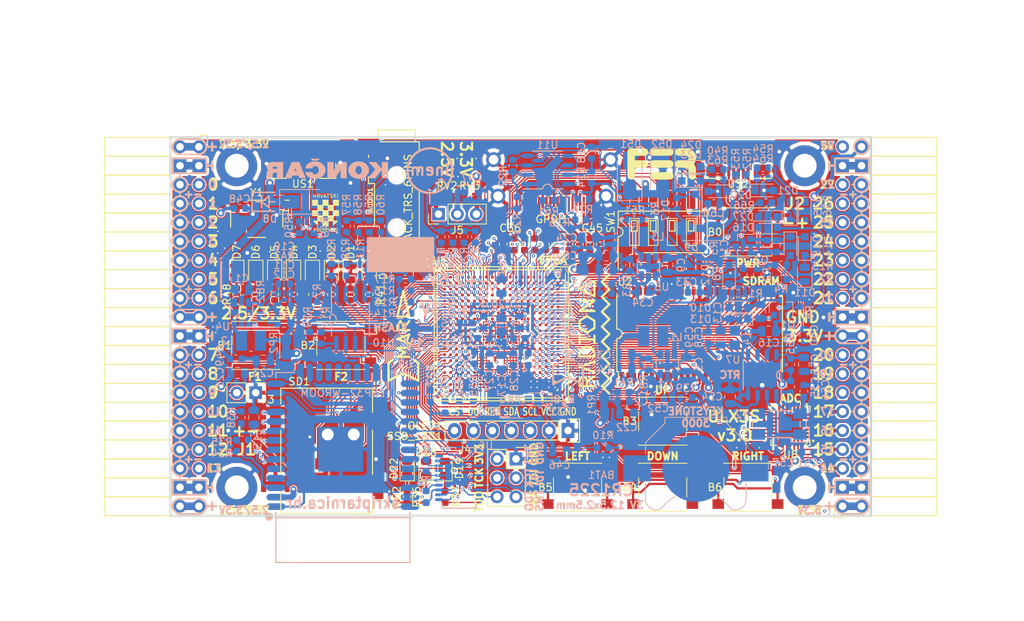
<source format=kicad_pcb>
(kicad_pcb (version 20171130) (host pcbnew 5.0.0+dfsg1-2)
  (layers (0 F.Cu signal) (1 In1.Cu signal) (2 In2.Cu signal) (31 B.Cu signal) (34 B.Paste user) (35 F.Paste user) (36 B.SilkS user) (37 F.SilkS user) (38 B.Mask user) (39 F.Mask user) (44 Edge.Cuts user))
  (net 0 "")
  (net 1 GND)
  (net 2 +5V)
  (net 3 /gpio/IN5V)
  (net 4 /gpio/OUT5V)
  (net 5 +3V3)
  (net 6 BTN_D)
  (net 7 BTN_F1)
  (net 8 BTN_F2)
  (net 9 BTN_L)
  (net 10 BTN_R)
  (net 11 BTN_U)
  (net 12 /power/FB1)
  (net 13 +2V5)
  (net 14 /power/PWREN)
  (net 15 /power/FB3)
  (net 16 /power/FB2)
  (net 17 /power/VBAT)
  (net 18 JTAG_TDI)
  (net 19 JTAG_TCK)
  (net 20 JTAG_TMS)
  (net 21 JTAG_TDO)
  (net 22 /power/WAKEUPn)
  (net 23 /power/WKUP)
  (net 24 /power/SHUT)
  (net 25 /power/WAKE)
  (net 26 /power/HOLD)
  (net 27 /power/WKn)
  (net 28 /power/OSCI_32k)
  (net 29 /power/OSCO_32k)
  (net 30 SHUTDOWN)
  (net 31 GPDI_SDA)
  (net 32 GPDI_SCL)
  (net 33 /gpdi/VREF2)
  (net 34 SD_CMD)
  (net 35 SD_CLK)
  (net 36 SD_D0)
  (net 37 SD_D1)
  (net 38 USB5V)
  (net 39 GPDI_CEC)
  (net 40 nRESET)
  (net 41 FTDI_nDTR)
  (net 42 SDRAM_CKE)
  (net 43 SDRAM_A7)
  (net 44 SDRAM_D15)
  (net 45 SDRAM_BA1)
  (net 46 SDRAM_D7)
  (net 47 SDRAM_A6)
  (net 48 SDRAM_CLK)
  (net 49 SDRAM_D13)
  (net 50 SDRAM_BA0)
  (net 51 SDRAM_D6)
  (net 52 SDRAM_A5)
  (net 53 SDRAM_D14)
  (net 54 SDRAM_A11)
  (net 55 SDRAM_D12)
  (net 56 SDRAM_D5)
  (net 57 SDRAM_A4)
  (net 58 SDRAM_A10)
  (net 59 SDRAM_D11)
  (net 60 SDRAM_A3)
  (net 61 SDRAM_D4)
  (net 62 SDRAM_D10)
  (net 63 SDRAM_D9)
  (net 64 SDRAM_A9)
  (net 65 SDRAM_D3)
  (net 66 SDRAM_D8)
  (net 67 SDRAM_A8)
  (net 68 SDRAM_A2)
  (net 69 SDRAM_A1)
  (net 70 SDRAM_A0)
  (net 71 SDRAM_D2)
  (net 72 SDRAM_D1)
  (net 73 SDRAM_D0)
  (net 74 SDRAM_DQM0)
  (net 75 SDRAM_nCS)
  (net 76 SDRAM_nRAS)
  (net 77 SDRAM_DQM1)
  (net 78 SDRAM_nCAS)
  (net 79 SDRAM_nWE)
  (net 80 /flash/FLASH_nWP)
  (net 81 /flash/FLASH_nHOLD)
  (net 82 /flash/FLASH_MOSI)
  (net 83 /flash/FLASH_MISO)
  (net 84 /flash/FLASH_SCK)
  (net 85 /flash/FLASH_nCS)
  (net 86 /flash/FPGA_PROGRAMN)
  (net 87 /flash/FPGA_DONE)
  (net 88 /flash/FPGA_INITN)
  (net 89 OLED_RES)
  (net 90 OLED_DC)
  (net 91 OLED_CS)
  (net 92 WIFI_EN)
  (net 93 FTDI_nRTS)
  (net 94 FTDI_TXD)
  (net 95 FTDI_RXD)
  (net 96 WIFI_RXD)
  (net 97 WIFI_GPIO0)
  (net 98 WIFI_TXD)
  (net 99 USB_FTDI_D+)
  (net 100 USB_FTDI_D-)
  (net 101 SD_D3)
  (net 102 AUDIO_L3)
  (net 103 AUDIO_L2)
  (net 104 AUDIO_L1)
  (net 105 AUDIO_L0)
  (net 106 AUDIO_R3)
  (net 107 AUDIO_R2)
  (net 108 AUDIO_R1)
  (net 109 AUDIO_R0)
  (net 110 OLED_CLK)
  (net 111 OLED_MOSI)
  (net 112 LED0)
  (net 113 LED1)
  (net 114 LED2)
  (net 115 LED3)
  (net 116 LED4)
  (net 117 LED5)
  (net 118 LED6)
  (net 119 LED7)
  (net 120 BTN_PWRn)
  (net 121 FTDI_nTXLED)
  (net 122 FTDI_nSLEEP)
  (net 123 /blinkey/LED_PWREN)
  (net 124 /blinkey/LED_TXLED)
  (net 125 /sdcard/SD3V3)
  (net 126 SD_D2)
  (net 127 CLK_25MHz)
  (net 128 /blinkey/BTNPUL)
  (net 129 /blinkey/BTNPUR)
  (net 130 USB_FPGA_D+)
  (net 131 /power/FTDI_nSUSPEND)
  (net 132 /blinkey/ALED0)
  (net 133 /blinkey/ALED1)
  (net 134 /blinkey/ALED2)
  (net 135 /blinkey/ALED3)
  (net 136 /blinkey/ALED4)
  (net 137 /blinkey/ALED5)
  (net 138 /blinkey/ALED6)
  (net 139 /blinkey/ALED7)
  (net 140 /usb/FTD-)
  (net 141 /usb/FTD+)
  (net 142 ADC_MISO)
  (net 143 ADC_MOSI)
  (net 144 ADC_CSn)
  (net 145 ADC_SCLK)
  (net 146 SW3)
  (net 147 SW2)
  (net 148 SW1)
  (net 149 USB_FPGA_D-)
  (net 150 /usb/FPD+)
  (net 151 /usb/FPD-)
  (net 152 WIFI_GPIO16)
  (net 153 /usb/ANT_433MHz)
  (net 154 PROG_DONE)
  (net 155 /power/P3V3)
  (net 156 /power/P2V5)
  (net 157 /power/L1)
  (net 158 /power/L3)
  (net 159 /power/L2)
  (net 160 FTDI_TXDEN)
  (net 161 SDRAM_A12)
  (net 162 /analog/AUDIO_V)
  (net 163 AUDIO_V3)
  (net 164 AUDIO_V2)
  (net 165 AUDIO_V1)
  (net 166 AUDIO_V0)
  (net 167 /blinkey/LED_WIFI)
  (net 168 /power/P1V1)
  (net 169 +1V1)
  (net 170 SW4)
  (net 171 /blinkey/SWPU)
  (net 172 /wifi/WIFIEN)
  (net 173 FT2V5)
  (net 174 GN0)
  (net 175 GP0)
  (net 176 GN1)
  (net 177 GP1)
  (net 178 GN2)
  (net 179 GP2)
  (net 180 GN3)
  (net 181 GP3)
  (net 182 GN4)
  (net 183 GP4)
  (net 184 GN5)
  (net 185 GP5)
  (net 186 GN6)
  (net 187 GP6)
  (net 188 GN14)
  (net 189 GP14)
  (net 190 GN15)
  (net 191 GP15)
  (net 192 GN16)
  (net 193 GP16)
  (net 194 GN17)
  (net 195 GP17)
  (net 196 GN18)
  (net 197 GP18)
  (net 198 GN19)
  (net 199 GP19)
  (net 200 GN20)
  (net 201 GP20)
  (net 202 GN21)
  (net 203 GP21)
  (net 204 GN22)
  (net 205 GP22)
  (net 206 GN23)
  (net 207 GP23)
  (net 208 GN24)
  (net 209 GP24)
  (net 210 GN25)
  (net 211 GP25)
  (net 212 GN26)
  (net 213 GP26)
  (net 214 GN27)
  (net 215 GP27)
  (net 216 GN7)
  (net 217 GP7)
  (net 218 GN8)
  (net 219 GP8)
  (net 220 GN9)
  (net 221 GP9)
  (net 222 GN10)
  (net 223 GP10)
  (net 224 GN11)
  (net 225 GP11)
  (net 226 GN12)
  (net 227 GP12)
  (net 228 GN13)
  (net 229 GP13)
  (net 230 WIFI_GPIO5)
  (net 231 WIFI_GPIO17)
  (net 232 USB_FPGA_PULL_D+)
  (net 233 USB_FPGA_PULL_D-)
  (net 234 "Net-(D23-Pad2)")
  (net 235 "Net-(D24-Pad1)")
  (net 236 "Net-(D25-Pad2)")
  (net 237 "Net-(D26-Pad1)")
  (net 238 /gpdi/GPDI_ETH+)
  (net 239 FPDI_ETH+)
  (net 240 /gpdi/GPDI_ETH-)
  (net 241 FPDI_ETH-)
  (net 242 /gpdi/GPDI_D2-)
  (net 243 FPDI_D2-)
  (net 244 /gpdi/GPDI_D1-)
  (net 245 FPDI_D1-)
  (net 246 /gpdi/GPDI_D0-)
  (net 247 FPDI_D0-)
  (net 248 /gpdi/GPDI_CLK-)
  (net 249 FPDI_CLK-)
  (net 250 /gpdi/GPDI_D2+)
  (net 251 FPDI_D2+)
  (net 252 /gpdi/GPDI_D1+)
  (net 253 FPDI_D1+)
  (net 254 /gpdi/GPDI_D0+)
  (net 255 FPDI_D0+)
  (net 256 /gpdi/GPDI_CLK+)
  (net 257 FPDI_CLK+)
  (net 258 FPDI_SDA)
  (net 259 FPDI_SCL)
  (net 260 /gpdi/FPDI_CEC)
  (net 261 2V5_3V3)
  (net 262 /usb/US2VBUS)
  (net 263 /power/SHD)
  (net 264 /power/RTCVDD)
  (net 265 "Net-(D27-Pad2)")
  (net 266 US2_ID)
  (net 267 /analog/AUDIO_L)
  (net 268 /analog/AUDIO_R)
  (net 269 /analog/ADC3V3)
  (net 270 PWRBTn)
  (net 271 USER_PROGRAMN)
  (module TSOP54:TSOP54 (layer F.Cu) (at 165.093 87.8 90)
    (fp_text reference U2 (at 6.98 -9.993 180) (layer F.SilkS))
    (fp_text value MT48LC16M16A2TG hide)
    (pad 28 smd oval (at 5.73 10.4 90) (size 1.2 0.56) (layers F.Cu F.Paste F.Mask) (net 1 GND))
    (pad 1 smd rect (at -5.73 -10.4 90) (size 1.2 0.56) (layers F.Cu F.Paste F.Mask) (net 5 +3V3))
    (pad 2 smd oval (at -5.73 -9.6 90) (size 1.2 0.56) (layers F.Cu F.Paste F.Mask) (net 73 SDRAM_D0))
    (pad 3 smd oval (at -5.73 -8.8 90) (size 1.2 0.56) (layers F.Cu F.Paste F.Mask) (net 5 +3V3))
    (pad 4 smd oval (at -5.73 -8 90) (size 1.2 0.56) (layers F.Cu F.Paste F.Mask) (net 72 SDRAM_D1))
    (pad 5 smd oval (at -5.73 -7.2 90) (size 1.2 0.56) (layers F.Cu F.Paste F.Mask) (net 71 SDRAM_D2))
    (pad 6 smd oval (at -5.73 -6.4 90) (size 1.2 0.56) (layers F.Cu F.Paste F.Mask) (net 1 GND))
    (pad 7 smd oval (at -5.73 -5.6 90) (size 1.2 0.56) (layers F.Cu F.Paste F.Mask) (net 65 SDRAM_D3))
    (pad 8 smd oval (at -5.73 -4.8 90) (size 1.2 0.56) (layers F.Cu F.Paste F.Mask) (net 61 SDRAM_D4))
    (pad 9 smd oval (at -5.73 -4 90) (size 1.2 0.56) (layers F.Cu F.Paste F.Mask) (net 5 +3V3))
    (pad 10 smd oval (at -5.73 -3.2 90) (size 1.2 0.56) (layers F.Cu F.Paste F.Mask) (net 56 SDRAM_D5))
    (pad 11 smd oval (at -5.73 -2.4 90) (size 1.2 0.56) (layers F.Cu F.Paste F.Mask) (net 51 SDRAM_D6))
    (pad 12 smd oval (at -5.73 -1.6 90) (size 1.2 0.56) (layers F.Cu F.Paste F.Mask) (net 1 GND))
    (pad 13 smd oval (at -5.73 -0.8 90) (size 1.2 0.56) (layers F.Cu F.Paste F.Mask) (net 46 SDRAM_D7))
    (pad 14 smd oval (at -5.73 0 90) (size 1.2 0.56) (layers F.Cu F.Paste F.Mask) (net 5 +3V3))
    (pad 15 smd oval (at -5.73 0.8 90) (size 1.2 0.56) (layers F.Cu F.Paste F.Mask) (net 74 SDRAM_DQM0))
    (pad 16 smd oval (at -5.73 1.6 90) (size 1.2 0.56) (layers F.Cu F.Paste F.Mask) (net 79 SDRAM_nWE))
    (pad 17 smd oval (at -5.73 2.4 90) (size 1.2 0.56) (layers F.Cu F.Paste F.Mask) (net 78 SDRAM_nCAS))
    (pad 18 smd oval (at -5.73 3.2 90) (size 1.2 0.56) (layers F.Cu F.Paste F.Mask) (net 76 SDRAM_nRAS))
    (pad 19 smd oval (at -5.73 4 90) (size 1.2 0.56) (layers F.Cu F.Paste F.Mask) (net 75 SDRAM_nCS))
    (pad 20 smd oval (at -5.73 4.8 90) (size 1.2 0.56) (layers F.Cu F.Paste F.Mask) (net 50 SDRAM_BA0))
    (pad 21 smd oval (at -5.73 5.6 90) (size 1.2 0.56) (layers F.Cu F.Paste F.Mask) (net 45 SDRAM_BA1))
    (pad 22 smd oval (at -5.73 6.4 90) (size 1.2 0.56) (layers F.Cu F.Paste F.Mask) (net 58 SDRAM_A10))
    (pad 23 smd oval (at -5.73 7.2 90) (size 1.2 0.56) (layers F.Cu F.Paste F.Mask) (net 70 SDRAM_A0))
    (pad 24 smd oval (at -5.73 8 90) (size 1.2 0.56) (layers F.Cu F.Paste F.Mask) (net 69 SDRAM_A1))
    (pad 25 smd oval (at -5.73 8.8 90) (size 1.2 0.56) (layers F.Cu F.Paste F.Mask) (net 68 SDRAM_A2))
    (pad 26 smd oval (at -5.73 9.6 90) (size 1.2 0.56) (layers F.Cu F.Paste F.Mask) (net 60 SDRAM_A3))
    (pad 27 smd oval (at -5.73 10.4 90) (size 1.2 0.56) (layers F.Cu F.Paste F.Mask) (net 5 +3V3))
    (pad 29 smd oval (at 5.73 9.6 90) (size 1.2 0.56) (layers F.Cu F.Paste F.Mask) (net 57 SDRAM_A4))
    (pad 30 smd oval (at 5.73 8.8 90) (size 1.2 0.56) (layers F.Cu F.Paste F.Mask) (net 52 SDRAM_A5))
    (pad 31 smd oval (at 5.73 8 90) (size 1.2 0.56) (layers F.Cu F.Paste F.Mask) (net 47 SDRAM_A6))
    (pad 32 smd oval (at 5.73 7.2 90) (size 1.2 0.56) (layers F.Cu F.Paste F.Mask) (net 43 SDRAM_A7))
    (pad 33 smd oval (at 5.73 6.4 90) (size 1.2 0.56) (layers F.Cu F.Paste F.Mask) (net 67 SDRAM_A8))
    (pad 34 smd oval (at 5.73 5.6 90) (size 1.2 0.56) (layers F.Cu F.Paste F.Mask) (net 64 SDRAM_A9))
    (pad 35 smd oval (at 5.73 4.8 90) (size 1.2 0.56) (layers F.Cu F.Paste F.Mask) (net 54 SDRAM_A11))
    (pad 36 smd oval (at 5.73 4 90) (size 1.2 0.56) (layers F.Cu F.Paste F.Mask) (net 161 SDRAM_A12))
    (pad 37 smd oval (at 5.73 3.2 90) (size 1.2 0.56) (layers F.Cu F.Paste F.Mask) (net 42 SDRAM_CKE))
    (pad 38 smd oval (at 5.73 2.4 90) (size 1.2 0.56) (layers F.Cu F.Paste F.Mask) (net 48 SDRAM_CLK))
    (pad 39 smd oval (at 5.73 1.6 90) (size 1.2 0.56) (layers F.Cu F.Paste F.Mask) (net 77 SDRAM_DQM1))
    (pad 40 smd oval (at 5.73 0.8 90) (size 1.2 0.56) (layers F.Cu F.Paste F.Mask))
    (pad 41 smd oval (at 5.73 0 90) (size 1.2 0.56) (layers F.Cu F.Paste F.Mask) (net 1 GND))
    (pad 42 smd oval (at 5.73 -0.8 90) (size 1.2 0.56) (layers F.Cu F.Paste F.Mask) (net 66 SDRAM_D8))
    (pad 43 smd oval (at 5.73 -1.6 90) (size 1.2 0.56) (layers F.Cu F.Paste F.Mask) (net 5 +3V3))
    (pad 44 smd oval (at 5.73 -2.4 90) (size 1.2 0.56) (layers F.Cu F.Paste F.Mask) (net 63 SDRAM_D9))
    (pad 45 smd oval (at 5.73 -3.2 90) (size 1.2 0.56) (layers F.Cu F.Paste F.Mask) (net 62 SDRAM_D10))
    (pad 46 smd oval (at 5.73 -4 90) (size 1.2 0.56) (layers F.Cu F.Paste F.Mask) (net 1 GND))
    (pad 47 smd oval (at 5.73 -4.8 90) (size 1.2 0.56) (layers F.Cu F.Paste F.Mask) (net 59 SDRAM_D11))
    (pad 48 smd oval (at 5.73 -5.6 90) (size 1.2 0.56) (layers F.Cu F.Paste F.Mask) (net 55 SDRAM_D12))
    (pad 49 smd oval (at 5.73 -6.4 90) (size 1.2 0.56) (layers F.Cu F.Paste F.Mask) (net 5 +3V3))
    (pad 50 smd oval (at 5.73 -7.2 90) (size 1.2 0.56) (layers F.Cu F.Paste F.Mask) (net 49 SDRAM_D13))
    (pad 51 smd oval (at 5.73 -8 90) (size 1.2 0.56) (layers F.Cu F.Paste F.Mask) (net 53 SDRAM_D14))
    (pad 52 smd oval (at 5.73 -8.8 90) (size 1.2 0.56) (layers F.Cu F.Paste F.Mask) (net 1 GND))
    (pad 53 smd oval (at 5.73 -9.6 90) (size 1.2 0.56) (layers F.Cu F.Paste F.Mask) (net 44 SDRAM_D15))
    (pad 54 smd oval (at 5.73 -10.4 90) (size 1.2 0.56) (layers F.Cu F.Paste F.Mask) (net 1 GND))
  )
  (module jumper:R_0805_2012Metric_Pad1.29x1.40mm_HandSolder_Jumper_NC (layer B.Cu) (at 109.609 89.632 270)
    (fp_text reference RP2 (at -0.635 1.651 270) (layer B.SilkS) (effects (justify mirror)))
    (fp_text value 0 hide)
    (fp_line (start -1 0) (end 1 0) (layer B.Cu) (width 1))
    (pad 2 smd roundrect (at 0.9675 0 270) (size 1.295 1.4) (layers B.Cu B.Mask) (net 13 +2V5))
    (pad 1 smd roundrect (at -0.9675 0 270) (size 1.295 1.4) (layers B.Cu B.Mask) (net 156 /power/P2V5))
  )
  (module jumper:R_0805_2012Metric_Pad1.29x1.40mm_HandSolder_Jumper_NC (layer B.Cu) (at 149.472 78.311 270)
    (fp_text reference RP3 (at 0 3.414 270) (layer B.SilkS) (effects (justify mirror)))
    (fp_text value 0 hide)
    (fp_line (start -1 0) (end 1 0) (layer B.Cu) (width 1))
    (pad 2 smd roundrect (at 0.9675 0 270) (size 1.295 1.4) (layers B.Cu B.Mask) (net 5 +3V3))
    (pad 1 smd roundrect (at -0.9675 0 270) (size 1.295 1.4) (layers B.Cu B.Mask) (net 155 /power/P3V3))
  )
  (module jumper:R_0805_2012Metric_Pad1.29x1.40mm_HandSolder_Jumper_NC (layer B.Cu) (at 152.281 97.361 270)
    (fp_text reference RP1 (at 0 1.65 270) (layer B.SilkS) (effects (justify mirror)))
    (fp_text value 0 hide)
    (fp_line (start -1 0) (end 1 0) (layer B.Cu) (width 1))
    (pad 2 smd roundrect (at 0.9675 0 270) (size 1.295 1.4) (layers B.Cu B.Mask) (net 169 +1V1))
    (pad 1 smd roundrect (at -0.9675 0 270) (size 1.295 1.4) (layers B.Cu B.Mask) (net 168 /power/P1V1))
  )
  (module jumper:D_SMA_Jumper_NC (layer B.Cu) (at 160.155 66.391 270)
    (fp_text reference D52 (at -4.064 0.127) (layer B.SilkS) (effects (justify mirror)))
    (fp_text value 0 hide)
    (fp_line (start -2 0) (end 2 0) (layer B.Cu) (width 1))
    (pad 2 smd roundrect (at 2 0 270) (size 2.5 1.8) (layers B.Cu B.Mask) (net 2 +5V))
    (pad 1 smd roundrect (at -2 0 270) (size 2.5 1.8) (layers B.Cu B.Mask) (net 4 /gpio/OUT5V))
  )
  (module jumper:D_SMA_Jumper_NC (layer B.Cu) (at 155.71 66.518 90)
    (fp_text reference D51 (at 4.191 0.127 180) (layer B.SilkS) (effects (justify mirror)))
    (fp_text value 0 hide)
    (fp_line (start -2 0) (end 2 0) (layer B.Cu) (width 1))
    (pad 2 smd roundrect (at 2 0 90) (size 2.5 1.8) (layers B.Cu B.Mask) (net 3 /gpio/IN5V))
    (pad 1 smd roundrect (at -2 0 90) (size 2.5 1.8) (layers B.Cu B.Mask) (net 2 +5V))
  )
  (module jumper:D_SMA_Jumper_NC (layer B.Cu) (at 164.854 73.63 180)
    (fp_text reference D9 (at 0.889 -2.54 180) (layer B.SilkS) (effects (justify mirror)))
    (fp_text value 0 hide)
    (fp_line (start -2 0) (end 2 0) (layer B.Cu) (width 1))
    (pad 2 smd roundrect (at 2 0 180) (size 2.5 1.8) (layers B.Cu B.Mask) (net 2 +5V))
    (pad 1 smd roundrect (at -2 0 180) (size 2.5 1.8) (layers B.Cu B.Mask) (net 262 /usb/US2VBUS))
  )
  (module lfe5bg381:BGA-381_pitch0.8mm_dia0.4mm (layer F.Cu) (at 138.48 87.8)
    (fp_text reference U1 (at -8.2 -9.8) (layer F.SilkS))
    (fp_text value LFE5U-85F-6BG381C hide)
    (pad Y19 smd circle (at 6.8 7.6) (size 0.4 0.4) (layers F.Cu F.Paste F.Mask) (net 1 GND))
    (pad Y17 smd circle (at 5.2 7.6) (size 0.4 0.4) (layers F.Cu F.Paste F.Mask) (net 1 GND))
    (pad Y16 smd circle (at 4.4 7.6) (size 0.4 0.4) (layers F.Cu F.Paste F.Mask) (net 1 GND))
    (pad Y15 smd circle (at 3.6 7.6) (size 0.4 0.4) (layers F.Cu F.Paste F.Mask) (net 1 GND))
    (pad Y14 smd circle (at 2.8 7.6) (size 0.4 0.4) (layers F.Cu F.Paste F.Mask) (net 1 GND))
    (pad Y12 smd circle (at 1.2 7.6) (size 0.4 0.4) (layers F.Cu F.Paste F.Mask) (net 1 GND))
    (pad Y11 smd circle (at 0.4 7.6) (size 0.4 0.4) (layers F.Cu F.Paste F.Mask) (net 1 GND))
    (pad Y8 smd circle (at -2 7.6) (size 0.4 0.4) (layers F.Cu F.Paste F.Mask) (net 1 GND))
    (pad Y7 smd circle (at -2.8 7.6) (size 0.4 0.4) (layers F.Cu F.Paste F.Mask) (net 1 GND))
    (pad Y6 smd circle (at -3.6 7.6) (size 0.4 0.4) (layers F.Cu F.Paste F.Mask) (net 1 GND))
    (pad Y5 smd circle (at -4.4 7.6) (size 0.4 0.4) (layers F.Cu F.Paste F.Mask) (net 1 GND))
    (pad Y3 smd circle (at -6 7.6) (size 0.4 0.4) (layers F.Cu F.Paste F.Mask) (net 87 /flash/FPGA_DONE))
    (pad Y2 smd circle (at -6.8 7.6) (size 0.4 0.4) (layers F.Cu F.Paste F.Mask) (net 80 /flash/FLASH_nWP))
    (pad W20 smd circle (at 7.6 6.8) (size 0.4 0.4) (layers F.Cu F.Paste F.Mask) (net 1 GND))
    (pad W19 smd circle (at 6.8 6.8) (size 0.4 0.4) (layers F.Cu F.Paste F.Mask) (net 1 GND))
    (pad W18 smd circle (at 6 6.8) (size 0.4 0.4) (layers F.Cu F.Paste F.Mask))
    (pad W17 smd circle (at 5.2 6.8) (size 0.4 0.4) (layers F.Cu F.Paste F.Mask))
    (pad W16 smd circle (at 4.4 6.8) (size 0.4 0.4) (layers F.Cu F.Paste F.Mask) (net 1 GND))
    (pad W15 smd circle (at 3.6 6.8) (size 0.4 0.4) (layers F.Cu F.Paste F.Mask) (net 1 GND))
    (pad W14 smd circle (at 2.8 6.8) (size 0.4 0.4) (layers F.Cu F.Paste F.Mask))
    (pad W13 smd circle (at 2 6.8) (size 0.4 0.4) (layers F.Cu F.Paste F.Mask))
    (pad W12 smd circle (at 1.2 6.8) (size 0.4 0.4) (layers F.Cu F.Paste F.Mask) (net 1 GND))
    (pad W11 smd circle (at 0.4 6.8) (size 0.4 0.4) (layers F.Cu F.Paste F.Mask))
    (pad W10 smd circle (at -0.4 6.8) (size 0.4 0.4) (layers F.Cu F.Paste F.Mask))
    (pad W9 smd circle (at -1.2 6.8) (size 0.4 0.4) (layers F.Cu F.Paste F.Mask))
    (pad W8 smd circle (at -2 6.8) (size 0.4 0.4) (layers F.Cu F.Paste F.Mask))
    (pad W7 smd circle (at -2.8 6.8) (size 0.4 0.4) (layers F.Cu F.Paste F.Mask) (net 1 GND))
    (pad W6 smd circle (at -3.6 6.8) (size 0.4 0.4) (layers F.Cu F.Paste F.Mask) (net 1 GND))
    (pad W5 smd circle (at -4.4 6.8) (size 0.4 0.4) (layers F.Cu F.Paste F.Mask))
    (pad W4 smd circle (at -5.2 6.8) (size 0.4 0.4) (layers F.Cu F.Paste F.Mask))
    (pad W3 smd circle (at -6 6.8) (size 0.4 0.4) (layers F.Cu F.Paste F.Mask) (net 86 /flash/FPGA_PROGRAMN))
    (pad W2 smd circle (at -6.8 6.8) (size 0.4 0.4) (layers F.Cu F.Paste F.Mask) (net 82 /flash/FLASH_MOSI))
    (pad W1 smd circle (at -7.6 6.8) (size 0.4 0.4) (layers F.Cu F.Paste F.Mask) (net 81 /flash/FLASH_nHOLD))
    (pad V20 smd circle (at 7.6 6) (size 0.4 0.4) (layers F.Cu F.Paste F.Mask) (net 1 GND))
    (pad V19 smd circle (at 6.8 6) (size 0.4 0.4) (layers F.Cu F.Paste F.Mask) (net 1 GND))
    (pad V18 smd circle (at 6 6) (size 0.4 0.4) (layers F.Cu F.Paste F.Mask) (net 1 GND))
    (pad V17 smd circle (at 5.2 6) (size 0.4 0.4) (layers F.Cu F.Paste F.Mask) (net 1 GND))
    (pad V16 smd circle (at 4.4 6) (size 0.4 0.4) (layers F.Cu F.Paste F.Mask) (net 1 GND))
    (pad V15 smd circle (at 3.6 6) (size 0.4 0.4) (layers F.Cu F.Paste F.Mask) (net 1 GND))
    (pad V14 smd circle (at 2.8 6) (size 0.4 0.4) (layers F.Cu F.Paste F.Mask) (net 1 GND))
    (pad V13 smd circle (at 2 6) (size 0.4 0.4) (layers F.Cu F.Paste F.Mask) (net 1 GND))
    (pad V12 smd circle (at 1.2 6) (size 0.4 0.4) (layers F.Cu F.Paste F.Mask) (net 1 GND))
    (pad V11 smd circle (at 0.4 6) (size 0.4 0.4) (layers F.Cu F.Paste F.Mask) (net 1 GND))
    (pad V10 smd circle (at -0.4 6) (size 0.4 0.4) (layers F.Cu F.Paste F.Mask) (net 1 GND))
    (pad V9 smd circle (at -1.2 6) (size 0.4 0.4) (layers F.Cu F.Paste F.Mask) (net 1 GND))
    (pad V8 smd circle (at -2 6) (size 0.4 0.4) (layers F.Cu F.Paste F.Mask) (net 1 GND))
    (pad V7 smd circle (at -2.8 6) (size 0.4 0.4) (layers F.Cu F.Paste F.Mask) (net 1 GND))
    (pad V6 smd circle (at -3.6 6) (size 0.4 0.4) (layers F.Cu F.Paste F.Mask) (net 1 GND))
    (pad V5 smd circle (at -4.4 6) (size 0.4 0.4) (layers F.Cu F.Paste F.Mask) (net 1 GND))
    (pad V4 smd circle (at -5.2 6) (size 0.4 0.4) (layers F.Cu F.Paste F.Mask) (net 21 JTAG_TDO))
    (pad V3 smd circle (at -6 6) (size 0.4 0.4) (layers F.Cu F.Paste F.Mask) (net 88 /flash/FPGA_INITN))
    (pad V2 smd circle (at -6.8 6) (size 0.4 0.4) (layers F.Cu F.Paste F.Mask) (net 83 /flash/FLASH_MISO))
    (pad V1 smd circle (at -7.6 6) (size 0.4 0.4) (layers F.Cu F.Paste F.Mask) (net 6 BTN_D))
    (pad U20 smd circle (at 7.6 5.2) (size 0.4 0.4) (layers F.Cu F.Paste F.Mask) (net 46 SDRAM_D7))
    (pad U19 smd circle (at 6.8 5.2) (size 0.4 0.4) (layers F.Cu F.Paste F.Mask) (net 74 SDRAM_DQM0))
    (pad U18 smd circle (at 6 5.2) (size 0.4 0.4) (layers F.Cu F.Paste F.Mask) (net 189 GP14))
    (pad U17 smd circle (at 5.2 5.2) (size 0.4 0.4) (layers F.Cu F.Paste F.Mask) (net 188 GN14))
    (pad U16 smd circle (at 4.4 5.2) (size 0.4 0.4) (layers F.Cu F.Paste F.Mask) (net 142 ADC_MISO))
    (pad U15 smd circle (at 3.6 5.2) (size 0.4 0.4) (layers F.Cu F.Paste F.Mask) (net 1 GND))
    (pad U14 smd circle (at 2.8 5.2) (size 0.4 0.4) (layers F.Cu F.Paste F.Mask) (net 1 GND))
    (pad U13 smd circle (at 2 5.2) (size 0.4 0.4) (layers F.Cu F.Paste F.Mask) (net 1 GND))
    (pad U12 smd circle (at 1.2 5.2) (size 0.4 0.4) (layers F.Cu F.Paste F.Mask) (net 1 GND))
    (pad U11 smd circle (at 0.4 5.2) (size 0.4 0.4) (layers F.Cu F.Paste F.Mask) (net 1 GND))
    (pad U10 smd circle (at -0.4 5.2) (size 0.4 0.4) (layers F.Cu F.Paste F.Mask) (net 1 GND))
    (pad U9 smd circle (at -1.2 5.2) (size 0.4 0.4) (layers F.Cu F.Paste F.Mask) (net 1 GND))
    (pad U8 smd circle (at -2 5.2) (size 0.4 0.4) (layers F.Cu F.Paste F.Mask) (net 1 GND))
    (pad U7 smd circle (at -2.8 5.2) (size 0.4 0.4) (layers F.Cu F.Paste F.Mask) (net 1 GND))
    (pad U6 smd circle (at -3.6 5.2) (size 0.4 0.4) (layers F.Cu F.Paste F.Mask) (net 1 GND))
    (pad U5 smd circle (at -4.4 5.2) (size 0.4 0.4) (layers F.Cu F.Paste F.Mask) (net 20 JTAG_TMS))
    (pad U4 smd circle (at -5.2 5.2) (size 0.4 0.4) (layers F.Cu F.Paste F.Mask) (net 1 GND))
    (pad U3 smd circle (at -6 5.2) (size 0.4 0.4) (layers F.Cu F.Paste F.Mask) (net 84 /flash/FLASH_SCK))
    (pad U2 smd circle (at -6.8 5.2) (size 0.4 0.4) (layers F.Cu F.Paste F.Mask) (net 5 +3V3))
    (pad U1 smd circle (at -7.6 5.2) (size 0.4 0.4) (layers F.Cu F.Paste F.Mask) (net 9 BTN_L))
    (pad T20 smd circle (at 7.6 4.4) (size 0.4 0.4) (layers F.Cu F.Paste F.Mask) (net 79 SDRAM_nWE))
    (pad T19 smd circle (at 6.8 4.4) (size 0.4 0.4) (layers F.Cu F.Paste F.Mask) (net 78 SDRAM_nCAS))
    (pad T18 smd circle (at 6 4.4) (size 0.4 0.4) (layers F.Cu F.Paste F.Mask) (net 56 SDRAM_D5))
    (pad T17 smd circle (at 5.2 4.4) (size 0.4 0.4) (layers F.Cu F.Paste F.Mask) (net 51 SDRAM_D6))
    (pad T16 smd circle (at 4.4 4.4) (size 0.4 0.4) (layers F.Cu F.Paste F.Mask))
    (pad T15 smd circle (at 3.6 4.4) (size 0.4 0.4) (layers F.Cu F.Paste F.Mask) (net 1 GND))
    (pad T14 smd circle (at 2.8 4.4) (size 0.4 0.4) (layers F.Cu F.Paste F.Mask) (net 1 GND))
    (pad T13 smd circle (at 2 4.4) (size 0.4 0.4) (layers F.Cu F.Paste F.Mask) (net 1 GND))
    (pad T12 smd circle (at 1.2 4.4) (size 0.4 0.4) (layers F.Cu F.Paste F.Mask) (net 1 GND))
    (pad T11 smd circle (at 0.4 4.4) (size 0.4 0.4) (layers F.Cu F.Paste F.Mask) (net 1 GND))
    (pad T10 smd circle (at -0.4 4.4) (size 0.4 0.4) (layers F.Cu F.Paste F.Mask) (net 1 GND))
    (pad T9 smd circle (at -1.2 4.4) (size 0.4 0.4) (layers F.Cu F.Paste F.Mask) (net 1 GND))
    (pad T8 smd circle (at -2 4.4) (size 0.4 0.4) (layers F.Cu F.Paste F.Mask) (net 1 GND))
    (pad T7 smd circle (at -2.8 4.4) (size 0.4 0.4) (layers F.Cu F.Paste F.Mask) (net 1 GND))
    (pad T6 smd circle (at -3.6 4.4) (size 0.4 0.4) (layers F.Cu F.Paste F.Mask) (net 1 GND))
    (pad T5 smd circle (at -4.4 4.4) (size 0.4 0.4) (layers F.Cu F.Paste F.Mask) (net 19 JTAG_TCK))
    (pad T4 smd circle (at -5.2 4.4) (size 0.4 0.4) (layers F.Cu F.Paste F.Mask) (net 5 +3V3))
    (pad T3 smd circle (at -6 4.4) (size 0.4 0.4) (layers F.Cu F.Paste F.Mask) (net 5 +3V3))
    (pad T2 smd circle (at -6.8 4.4) (size 0.4 0.4) (layers F.Cu F.Paste F.Mask) (net 5 +3V3))
    (pad T1 smd circle (at -7.6 4.4) (size 0.4 0.4) (layers F.Cu F.Paste F.Mask) (net 8 BTN_F2))
    (pad R20 smd circle (at 7.6 3.6) (size 0.4 0.4) (layers F.Cu F.Paste F.Mask) (net 76 SDRAM_nRAS))
    (pad R19 smd circle (at 6.8 3.6) (size 0.4 0.4) (layers F.Cu F.Paste F.Mask) (net 1 GND))
    (pad R18 smd circle (at 6 3.6) (size 0.4 0.4) (layers F.Cu F.Paste F.Mask) (net 11 BTN_U))
    (pad R17 smd circle (at 5.2 3.6) (size 0.4 0.4) (layers F.Cu F.Paste F.Mask) (net 144 ADC_CSn))
    (pad R16 smd circle (at 4.4 3.6) (size 0.4 0.4) (layers F.Cu F.Paste F.Mask) (net 143 ADC_MOSI))
    (pad R5 smd circle (at -4.4 3.6) (size 0.4 0.4) (layers F.Cu F.Paste F.Mask) (net 18 JTAG_TDI))
    (pad R4 smd circle (at -5.2 3.6) (size 0.4 0.4) (layers F.Cu F.Paste F.Mask) (net 1 GND))
    (pad R3 smd circle (at -6 3.6) (size 0.4 0.4) (layers F.Cu F.Paste F.Mask))
    (pad R2 smd circle (at -6.8 3.6) (size 0.4 0.4) (layers F.Cu F.Paste F.Mask) (net 85 /flash/FLASH_nCS))
    (pad R1 smd circle (at -7.6 3.6) (size 0.4 0.4) (layers F.Cu F.Paste F.Mask) (net 7 BTN_F1))
    (pad P20 smd circle (at 7.6 2.8) (size 0.4 0.4) (layers F.Cu F.Paste F.Mask) (net 75 SDRAM_nCS))
    (pad P19 smd circle (at 6.8 2.8) (size 0.4 0.4) (layers F.Cu F.Paste F.Mask) (net 50 SDRAM_BA0))
    (pad P18 smd circle (at 6 2.8) (size 0.4 0.4) (layers F.Cu F.Paste F.Mask) (net 61 SDRAM_D4))
    (pad P17 smd circle (at 5.2 2.8) (size 0.4 0.4) (layers F.Cu F.Paste F.Mask) (net 145 ADC_SCLK))
    (pad P16 smd circle (at 4.4 2.8) (size 0.4 0.4) (layers F.Cu F.Paste F.Mask) (net 190 GN15))
    (pad P15 smd circle (at 3.6 2.8) (size 0.4 0.4) (layers F.Cu F.Paste F.Mask) (net 13 +2V5))
    (pad P14 smd circle (at 2.8 2.8) (size 0.4 0.4) (layers F.Cu F.Paste F.Mask) (net 1 GND))
    (pad P13 smd circle (at 2 2.8) (size 0.4 0.4) (layers F.Cu F.Paste F.Mask) (net 1 GND))
    (pad P12 smd circle (at 1.2 2.8) (size 0.4 0.4) (layers F.Cu F.Paste F.Mask) (net 1 GND))
    (pad P11 smd circle (at 0.4 2.8) (size 0.4 0.4) (layers F.Cu F.Paste F.Mask) (net 1 GND))
    (pad P10 smd circle (at -0.4 2.8) (size 0.4 0.4) (layers F.Cu F.Paste F.Mask) (net 5 +3V3))
    (pad P9 smd circle (at -1.2 2.8) (size 0.4 0.4) (layers F.Cu F.Paste F.Mask) (net 5 +3V3))
    (pad P8 smd circle (at -2 2.8) (size 0.4 0.4) (layers F.Cu F.Paste F.Mask) (net 1 GND))
    (pad P7 smd circle (at -2.8 2.8) (size 0.4 0.4) (layers F.Cu F.Paste F.Mask) (net 1 GND))
    (pad P6 smd circle (at -3.6 2.8) (size 0.4 0.4) (layers F.Cu F.Paste F.Mask) (net 13 +2V5))
    (pad P5 smd circle (at -4.4 2.8) (size 0.4 0.4) (layers F.Cu F.Paste F.Mask))
    (pad P4 smd circle (at -5.2 2.8) (size 0.4 0.4) (layers F.Cu F.Paste F.Mask) (net 110 OLED_CLK))
    (pad P3 smd circle (at -6 2.8) (size 0.4 0.4) (layers F.Cu F.Paste F.Mask) (net 111 OLED_MOSI))
    (pad P2 smd circle (at -6.8 2.8) (size 0.4 0.4) (layers F.Cu F.Paste F.Mask) (net 89 OLED_RES))
    (pad P1 smd circle (at -7.6 2.8) (size 0.4 0.4) (layers F.Cu F.Paste F.Mask) (net 90 OLED_DC))
    (pad N20 smd circle (at 7.6 2) (size 0.4 0.4) (layers F.Cu F.Paste F.Mask) (net 45 SDRAM_BA1))
    (pad N19 smd circle (at 6.8 2) (size 0.4 0.4) (layers F.Cu F.Paste F.Mask) (net 58 SDRAM_A10))
    (pad N18 smd circle (at 6 2) (size 0.4 0.4) (layers F.Cu F.Paste F.Mask) (net 65 SDRAM_D3))
    (pad N17 smd circle (at 5.2 2) (size 0.4 0.4) (layers F.Cu F.Paste F.Mask) (net 191 GP15))
    (pad N16 smd circle (at 4.4 2) (size 0.4 0.4) (layers F.Cu F.Paste F.Mask) (net 193 GP16))
    (pad N15 smd circle (at 3.6 2) (size 0.4 0.4) (layers F.Cu F.Paste F.Mask) (net 1 GND))
    (pad N14 smd circle (at 2.8 2) (size 0.4 0.4) (layers F.Cu F.Paste F.Mask) (net 1 GND))
    (pad N13 smd circle (at 2 2) (size 0.4 0.4) (layers F.Cu F.Paste F.Mask) (net 169 +1V1))
    (pad N12 smd circle (at 1.2 2) (size 0.4 0.4) (layers F.Cu F.Paste F.Mask) (net 169 +1V1))
    (pad N11 smd circle (at 0.4 2) (size 0.4 0.4) (layers F.Cu F.Paste F.Mask) (net 169 +1V1))
    (pad N10 smd circle (at -0.4 2) (size 0.4 0.4) (layers F.Cu F.Paste F.Mask) (net 169 +1V1))
    (pad N9 smd circle (at -1.2 2) (size 0.4 0.4) (layers F.Cu F.Paste F.Mask) (net 169 +1V1))
    (pad N8 smd circle (at -2 2) (size 0.4 0.4) (layers F.Cu F.Paste F.Mask) (net 169 +1V1))
    (pad N7 smd circle (at -2.8 2) (size 0.4 0.4) (layers F.Cu F.Paste F.Mask) (net 1 GND))
    (pad N6 smd circle (at -3.6 2) (size 0.4 0.4) (layers F.Cu F.Paste F.Mask) (net 1 GND))
    (pad N5 smd circle (at -4.4 2) (size 0.4 0.4) (layers F.Cu F.Paste F.Mask))
    (pad N4 smd circle (at -5.2 2) (size 0.4 0.4) (layers F.Cu F.Paste F.Mask) (net 230 WIFI_GPIO5))
    (pad N3 smd circle (at -6 2) (size 0.4 0.4) (layers F.Cu F.Paste F.Mask) (net 231 WIFI_GPIO17))
    (pad N2 smd circle (at -6.8 2) (size 0.4 0.4) (layers F.Cu F.Paste F.Mask) (net 91 OLED_CS))
    (pad N1 smd circle (at -7.6 2) (size 0.4 0.4) (layers F.Cu F.Paste F.Mask) (net 41 FTDI_nDTR))
    (pad M20 smd circle (at 7.6 1.2) (size 0.4 0.4) (layers F.Cu F.Paste F.Mask) (net 70 SDRAM_A0))
    (pad M19 smd circle (at 6.8 1.2) (size 0.4 0.4) (layers F.Cu F.Paste F.Mask) (net 69 SDRAM_A1))
    (pad M18 smd circle (at 6 1.2) (size 0.4 0.4) (layers F.Cu F.Paste F.Mask) (net 71 SDRAM_D2))
    (pad M17 smd circle (at 5.2 1.2) (size 0.4 0.4) (layers F.Cu F.Paste F.Mask) (net 192 GN16))
    (pad M16 smd circle (at 4.4 1.2) (size 0.4 0.4) (layers F.Cu F.Paste F.Mask) (net 1 GND))
    (pad M15 smd circle (at 3.6 1.2) (size 0.4 0.4) (layers F.Cu F.Paste F.Mask) (net 5 +3V3))
    (pad M14 smd circle (at 2.8 1.2) (size 0.4 0.4) (layers F.Cu F.Paste F.Mask) (net 1 GND))
    (pad M13 smd circle (at 2 1.2) (size 0.4 0.4) (layers F.Cu F.Paste F.Mask) (net 169 +1V1))
    (pad M12 smd circle (at 1.2 1.2) (size 0.4 0.4) (layers F.Cu F.Paste F.Mask) (net 1 GND))
    (pad M11 smd circle (at 0.4 1.2) (size 0.4 0.4) (layers F.Cu F.Paste F.Mask) (net 1 GND))
    (pad M10 smd circle (at -0.4 1.2) (size 0.4 0.4) (layers F.Cu F.Paste F.Mask) (net 1 GND))
    (pad M9 smd circle (at -1.2 1.2) (size 0.4 0.4) (layers F.Cu F.Paste F.Mask) (net 1 GND))
    (pad M8 smd circle (at -2 1.2) (size 0.4 0.4) (layers F.Cu F.Paste F.Mask) (net 169 +1V1))
    (pad M7 smd circle (at -2.8 1.2) (size 0.4 0.4) (layers F.Cu F.Paste F.Mask) (net 1 GND))
    (pad M6 smd circle (at -3.6 1.2) (size 0.4 0.4) (layers F.Cu F.Paste F.Mask) (net 5 +3V3))
    (pad M5 smd circle (at -4.4 1.2) (size 0.4 0.4) (layers F.Cu F.Paste F.Mask))
    (pad M4 smd circle (at -5.2 1.2) (size 0.4 0.4) (layers F.Cu F.Paste F.Mask) (net 271 USER_PROGRAMN))
    (pad M3 smd circle (at -6 1.2) (size 0.4 0.4) (layers F.Cu F.Paste F.Mask) (net 93 FTDI_nRTS))
    (pad M2 smd circle (at -6.8 1.2) (size 0.4 0.4) (layers F.Cu F.Paste F.Mask) (net 1 GND))
    (pad M1 smd circle (at -7.6 1.2) (size 0.4 0.4) (layers F.Cu F.Paste F.Mask) (net 94 FTDI_TXD))
    (pad L20 smd circle (at 7.6 0.4) (size 0.4 0.4) (layers F.Cu F.Paste F.Mask) (net 68 SDRAM_A2))
    (pad L19 smd circle (at 6.8 0.4) (size 0.4 0.4) (layers F.Cu F.Paste F.Mask) (net 60 SDRAM_A3))
    (pad L18 smd circle (at 6 0.4) (size 0.4 0.4) (layers F.Cu F.Paste F.Mask) (net 72 SDRAM_D1))
    (pad L17 smd circle (at 5.2 0.4) (size 0.4 0.4) (layers F.Cu F.Paste F.Mask) (net 194 GN17))
    (pad L16 smd circle (at 4.4 0.4) (size 0.4 0.4) (layers F.Cu F.Paste F.Mask) (net 195 GP17))
    (pad L15 smd circle (at 3.6 0.4) (size 0.4 0.4) (layers F.Cu F.Paste F.Mask) (net 5 +3V3))
    (pad L14 smd circle (at 2.8 0.4) (size 0.4 0.4) (layers F.Cu F.Paste F.Mask) (net 5 +3V3))
    (pad L13 smd circle (at 2 0.4) (size 0.4 0.4) (layers F.Cu F.Paste F.Mask) (net 169 +1V1))
    (pad L12 smd circle (at 1.2 0.4) (size 0.4 0.4) (layers F.Cu F.Paste F.Mask) (net 1 GND))
    (pad L11 smd circle (at 0.4 0.4) (size 0.4 0.4) (layers F.Cu F.Paste F.Mask) (net 1 GND))
    (pad L10 smd circle (at -0.4 0.4) (size 0.4 0.4) (layers F.Cu F.Paste F.Mask) (net 1 GND))
    (pad L9 smd circle (at -1.2 0.4) (size 0.4 0.4) (layers F.Cu F.Paste F.Mask) (net 1 GND))
    (pad L8 smd circle (at -2 0.4) (size 0.4 0.4) (layers F.Cu F.Paste F.Mask) (net 169 +1V1))
    (pad L7 smd circle (at -2.8 0.4) (size 0.4 0.4) (layers F.Cu F.Paste F.Mask) (net 5 +3V3))
    (pad L6 smd circle (at -3.6 0.4) (size 0.4 0.4) (layers F.Cu F.Paste F.Mask) (net 5 +3V3))
    (pad L5 smd circle (at -4.4 0.4) (size 0.4 0.4) (layers F.Cu F.Paste F.Mask))
    (pad L4 smd circle (at -5.2 0.4) (size 0.4 0.4) (layers F.Cu F.Paste F.Mask) (net 95 FTDI_RXD))
    (pad L3 smd circle (at -6 0.4) (size 0.4 0.4) (layers F.Cu F.Paste F.Mask) (net 160 FTDI_TXDEN))
    (pad L2 smd circle (at -6.8 0.4) (size 0.4 0.4) (layers F.Cu F.Paste F.Mask) (net 97 WIFI_GPIO0))
    (pad L1 smd circle (at -7.6 0.4) (size 0.4 0.4) (layers F.Cu F.Paste F.Mask) (net 152 WIFI_GPIO16))
    (pad K20 smd circle (at 7.6 -0.4) (size 0.4 0.4) (layers F.Cu F.Paste F.Mask) (net 57 SDRAM_A4))
    (pad K19 smd circle (at 6.8 -0.4) (size 0.4 0.4) (layers F.Cu F.Paste F.Mask) (net 52 SDRAM_A5))
    (pad K18 smd circle (at 6 -0.4) (size 0.4 0.4) (layers F.Cu F.Paste F.Mask) (net 47 SDRAM_A6))
    (pad K17 smd circle (at 5.2 -0.4) (size 0.4 0.4) (layers F.Cu F.Paste F.Mask))
    (pad K16 smd circle (at 4.4 -0.4) (size 0.4 0.4) (layers F.Cu F.Paste F.Mask))
    (pad K15 smd circle (at 3.6 -0.4) (size 0.4 0.4) (layers F.Cu F.Paste F.Mask) (net 1 GND))
    (pad K14 smd circle (at 2.8 -0.4) (size 0.4 0.4) (layers F.Cu F.Paste F.Mask) (net 1 GND))
    (pad K13 smd circle (at 2 -0.4) (size 0.4 0.4) (layers F.Cu F.Paste F.Mask) (net 169 +1V1))
    (pad K12 smd circle (at 1.2 -0.4) (size 0.4 0.4) (layers F.Cu F.Paste F.Mask) (net 1 GND))
    (pad K11 smd circle (at 0.4 -0.4) (size 0.4 0.4) (layers F.Cu F.Paste F.Mask) (net 1 GND))
    (pad K10 smd circle (at -0.4 -0.4) (size 0.4 0.4) (layers F.Cu F.Paste F.Mask) (net 1 GND))
    (pad K9 smd circle (at -1.2 -0.4) (size 0.4 0.4) (layers F.Cu F.Paste F.Mask) (net 1 GND))
    (pad K8 smd circle (at -2 -0.4) (size 0.4 0.4) (layers F.Cu F.Paste F.Mask) (net 169 +1V1))
    (pad K7 smd circle (at -2.8 -0.4) (size 0.4 0.4) (layers F.Cu F.Paste F.Mask) (net 1 GND))
    (pad K6 smd circle (at -3.6 -0.4) (size 0.4 0.4) (layers F.Cu F.Paste F.Mask) (net 1 GND))
    (pad K5 smd circle (at -4.4 -0.4) (size 0.4 0.4) (layers F.Cu F.Paste F.Mask))
    (pad K4 smd circle (at -5.2 -0.4) (size 0.4 0.4) (layers F.Cu F.Paste F.Mask) (net 98 WIFI_TXD))
    (pad K3 smd circle (at -6 -0.4) (size 0.4 0.4) (layers F.Cu F.Paste F.Mask) (net 96 WIFI_RXD))
    (pad K2 smd circle (at -6.8 -0.4) (size 0.4 0.4) (layers F.Cu F.Paste F.Mask) (net 101 SD_D3))
    (pad K1 smd circle (at -7.6 -0.4) (size 0.4 0.4) (layers F.Cu F.Paste F.Mask) (net 126 SD_D2))
    (pad J20 smd circle (at 7.6 -1.2) (size 0.4 0.4) (layers F.Cu F.Paste F.Mask) (net 43 SDRAM_A7))
    (pad J19 smd circle (at 6.8 -1.2) (size 0.4 0.4) (layers F.Cu F.Paste F.Mask) (net 67 SDRAM_A8))
    (pad J18 smd circle (at 6 -1.2) (size 0.4 0.4) (layers F.Cu F.Paste F.Mask) (net 53 SDRAM_D14))
    (pad J17 smd circle (at 5.2 -1.2) (size 0.4 0.4) (layers F.Cu F.Paste F.Mask) (net 44 SDRAM_D15))
    (pad J16 smd circle (at 4.4 -1.2) (size 0.4 0.4) (layers F.Cu F.Paste F.Mask) (net 73 SDRAM_D0))
    (pad J15 smd circle (at 3.6 -1.2) (size 0.4 0.4) (layers F.Cu F.Paste F.Mask) (net 5 +3V3))
    (pad J14 smd circle (at 2.8 -1.2) (size 0.4 0.4) (layers F.Cu F.Paste F.Mask) (net 1 GND))
    (pad J13 smd circle (at 2 -1.2) (size 0.4 0.4) (layers F.Cu F.Paste F.Mask) (net 169 +1V1))
    (pad J12 smd circle (at 1.2 -1.2) (size 0.4 0.4) (layers F.Cu F.Paste F.Mask) (net 1 GND))
    (pad J11 smd circle (at 0.4 -1.2) (size 0.4 0.4) (layers F.Cu F.Paste F.Mask) (net 1 GND))
    (pad J10 smd circle (at -0.4 -1.2) (size 0.4 0.4) (layers F.Cu F.Paste F.Mask) (net 1 GND))
    (pad J9 smd circle (at -1.2 -1.2) (size 0.4 0.4) (layers F.Cu F.Paste F.Mask) (net 1 GND))
    (pad J8 smd circle (at -2 -1.2) (size 0.4 0.4) (layers F.Cu F.Paste F.Mask) (net 169 +1V1))
    (pad J7 smd circle (at -2.8 -1.2) (size 0.4 0.4) (layers F.Cu F.Paste F.Mask) (net 1 GND))
    (pad J6 smd circle (at -3.6 -1.2) (size 0.4 0.4) (layers F.Cu F.Paste F.Mask) (net 261 2V5_3V3))
    (pad J5 smd circle (at -4.4 -1.2) (size 0.4 0.4) (layers F.Cu F.Paste F.Mask))
    (pad J4 smd circle (at -5.2 -1.2) (size 0.4 0.4) (layers F.Cu F.Paste F.Mask))
    (pad J3 smd circle (at -6 -1.2) (size 0.4 0.4) (layers F.Cu F.Paste F.Mask) (net 36 SD_D0))
    (pad J2 smd circle (at -6.8 -1.2) (size 0.4 0.4) (layers F.Cu F.Paste F.Mask) (net 1 GND))
    (pad J1 smd circle (at -7.6 -1.2) (size 0.4 0.4) (layers F.Cu F.Paste F.Mask) (net 34 SD_CMD))
    (pad H20 smd circle (at 7.6 -2) (size 0.4 0.4) (layers F.Cu F.Paste F.Mask) (net 64 SDRAM_A9))
    (pad H19 smd circle (at 6.8 -2) (size 0.4 0.4) (layers F.Cu F.Paste F.Mask) (net 1 GND))
    (pad H18 smd circle (at 6 -2) (size 0.4 0.4) (layers F.Cu F.Paste F.Mask) (net 197 GP18))
    (pad H17 smd circle (at 5.2 -2) (size 0.4 0.4) (layers F.Cu F.Paste F.Mask) (net 196 GN18))
    (pad H16 smd circle (at 4.4 -2) (size 0.4 0.4) (layers F.Cu F.Paste F.Mask) (net 10 BTN_R))
    (pad H15 smd circle (at 3.6 -2) (size 0.4 0.4) (layers F.Cu F.Paste F.Mask) (net 5 +3V3))
    (pad H14 smd circle (at 2.8 -2) (size 0.4 0.4) (layers F.Cu F.Paste F.Mask) (net 5 +3V3))
    (pad H13 smd circle (at 2 -2) (size 0.4 0.4) (layers F.Cu F.Paste F.Mask) (net 169 +1V1))
    (pad H12 smd circle (at 1.2 -2) (size 0.4 0.4) (layers F.Cu F.Paste F.Mask) (net 169 +1V1))
    (pad H11 smd circle (at 0.4 -2) (size 0.4 0.4) (layers F.Cu F.Paste F.Mask) (net 169 +1V1))
    (pad H10 smd circle (at -0.4 -2) (size 0.4 0.4) (layers F.Cu F.Paste F.Mask) (net 169 +1V1))
    (pad H9 smd circle (at -1.2 -2) (size 0.4 0.4) (layers F.Cu F.Paste F.Mask) (net 169 +1V1))
    (pad H8 smd circle (at -2 -2) (size 0.4 0.4) (layers F.Cu F.Paste F.Mask) (net 169 +1V1))
    (pad H7 smd circle (at -2.8 -2) (size 0.4 0.4) (layers F.Cu F.Paste F.Mask) (net 261 2V5_3V3))
    (pad H6 smd circle (at -3.6 -2) (size 0.4 0.4) (layers F.Cu F.Paste F.Mask) (net 261 2V5_3V3))
    (pad H5 smd circle (at -4.4 -2) (size 0.4 0.4) (layers F.Cu F.Paste F.Mask) (net 166 AUDIO_V0))
    (pad H4 smd circle (at -5.2 -2) (size 0.4 0.4) (layers F.Cu F.Paste F.Mask) (net 229 GP13))
    (pad H3 smd circle (at -6 -2) (size 0.4 0.4) (layers F.Cu F.Paste F.Mask) (net 119 LED7))
    (pad H2 smd circle (at -6.8 -2) (size 0.4 0.4) (layers F.Cu F.Paste F.Mask) (net 35 SD_CLK))
    (pad H1 smd circle (at -7.6 -2) (size 0.4 0.4) (layers F.Cu F.Paste F.Mask) (net 37 SD_D1))
    (pad G20 smd circle (at 7.6 -2.8) (size 0.4 0.4) (layers F.Cu F.Paste F.Mask) (net 54 SDRAM_A11))
    (pad G19 smd circle (at 6.8 -2.8) (size 0.4 0.4) (layers F.Cu F.Paste F.Mask) (net 161 SDRAM_A12))
    (pad G18 smd circle (at 6 -2.8) (size 0.4 0.4) (layers F.Cu F.Paste F.Mask) (net 198 GN19))
    (pad G17 smd circle (at 5.2 -2.8) (size 0.4 0.4) (layers F.Cu F.Paste F.Mask) (net 1 GND))
    (pad G16 smd circle (at 4.4 -2.8) (size 0.4 0.4) (layers F.Cu F.Paste F.Mask) (net 30 SHUTDOWN))
    (pad G15 smd circle (at 3.6 -2.8) (size 0.4 0.4) (layers F.Cu F.Paste F.Mask) (net 1 GND))
    (pad G14 smd circle (at 2.8 -2.8) (size 0.4 0.4) (layers F.Cu F.Paste F.Mask) (net 1 GND))
    (pad G13 smd circle (at 2 -2.8) (size 0.4 0.4) (layers F.Cu F.Paste F.Mask) (net 1 GND))
    (pad G12 smd circle (at 1.2 -2.8) (size 0.4 0.4) (layers F.Cu F.Paste F.Mask) (net 1 GND))
    (pad G11 smd circle (at 0.4 -2.8) (size 0.4 0.4) (layers F.Cu F.Paste F.Mask) (net 1 GND))
    (pad G10 smd circle (at -0.4 -2.8) (size 0.4 0.4) (layers F.Cu F.Paste F.Mask) (net 1 GND))
    (pad G9 smd circle (at -1.2 -2.8) (size 0.4 0.4) (layers F.Cu F.Paste F.Mask) (net 1 GND))
    (pad G8 smd circle (at -2 -2.8) (size 0.4 0.4) (layers F.Cu F.Paste F.Mask) (net 1 GND))
    (pad G7 smd circle (at -2.8 -2.8) (size 0.4 0.4) (layers F.Cu F.Paste F.Mask) (net 1 GND))
    (pad G6 smd circle (at -3.6 -2.8) (size 0.4 0.4) (layers F.Cu F.Paste F.Mask) (net 1 GND))
    (pad G5 smd circle (at -4.4 -2.8) (size 0.4 0.4) (layers F.Cu F.Paste F.Mask) (net 228 GN13))
    (pad G4 smd circle (at -5.2 -2.8) (size 0.4 0.4) (layers F.Cu F.Paste F.Mask) (net 1 GND))
    (pad G3 smd circle (at -6 -2.8) (size 0.4 0.4) (layers F.Cu F.Paste F.Mask) (net 227 GP12))
    (pad G2 smd circle (at -6.8 -2.8) (size 0.4 0.4) (layers F.Cu F.Paste F.Mask) (net 127 CLK_25MHz))
    (pad G1 smd circle (at -7.6 -2.8) (size 0.4 0.4) (layers F.Cu F.Paste F.Mask) (net 153 /usb/ANT_433MHz))
    (pad F20 smd circle (at 7.6 -3.6) (size 0.4 0.4) (layers F.Cu F.Paste F.Mask) (net 42 SDRAM_CKE))
    (pad F19 smd circle (at 6.8 -3.6) (size 0.4 0.4) (layers F.Cu F.Paste F.Mask) (net 48 SDRAM_CLK))
    (pad F18 smd circle (at 6 -3.6) (size 0.4 0.4) (layers F.Cu F.Paste F.Mask) (net 49 SDRAM_D13))
    (pad F17 smd circle (at 5.2 -3.6) (size 0.4 0.4) (layers F.Cu F.Paste F.Mask) (net 199 GP19))
    (pad F16 smd circle (at 4.4 -3.6) (size 0.4 0.4) (layers F.Cu F.Paste F.Mask) (net 149 USB_FPGA_D-))
    (pad F15 smd circle (at 3.6 -3.6) (size 0.4 0.4) (layers F.Cu F.Paste F.Mask) (net 13 +2V5))
    (pad F14 smd circle (at 2.8 -3.6) (size 0.4 0.4) (layers F.Cu F.Paste F.Mask) (net 1 GND))
    (pad F13 smd circle (at 2 -3.6) (size 0.4 0.4) (layers F.Cu F.Paste F.Mask) (net 1 GND))
    (pad F12 smd circle (at 1.2 -3.6) (size 0.4 0.4) (layers F.Cu F.Paste F.Mask) (net 5 +3V3))
    (pad F11 smd circle (at 0.4 -3.6) (size 0.4 0.4) (layers F.Cu F.Paste F.Mask) (net 5 +3V3))
    (pad F10 smd circle (at -0.4 -3.6) (size 0.4 0.4) (layers F.Cu F.Paste F.Mask) (net 261 2V5_3V3))
    (pad F9 smd circle (at -1.2 -3.6) (size 0.4 0.4) (layers F.Cu F.Paste F.Mask) (net 261 2V5_3V3))
    (pad F8 smd circle (at -2 -3.6) (size 0.4 0.4) (layers F.Cu F.Paste F.Mask) (net 1 GND))
    (pad F7 smd circle (at -2.8 -3.6) (size 0.4 0.4) (layers F.Cu F.Paste F.Mask) (net 1 GND))
    (pad F6 smd circle (at -3.6 -3.6) (size 0.4 0.4) (layers F.Cu F.Paste F.Mask) (net 13 +2V5))
    (pad F5 smd circle (at -4.4 -3.6) (size 0.4 0.4) (layers F.Cu F.Paste F.Mask) (net 164 AUDIO_V2))
    (pad F4 smd circle (at -5.2 -3.6) (size 0.4 0.4) (layers F.Cu F.Paste F.Mask) (net 225 GP11))
    (pad F3 smd circle (at -6 -3.6) (size 0.4 0.4) (layers F.Cu F.Paste F.Mask) (net 226 GN12))
    (pad F2 smd circle (at -6.8 -3.6) (size 0.4 0.4) (layers F.Cu F.Paste F.Mask) (net 165 AUDIO_V1))
    (pad F1 smd circle (at -7.6 -3.6) (size 0.4 0.4) (layers F.Cu F.Paste F.Mask) (net 92 WIFI_EN))
    (pad E20 smd circle (at 7.6 -4.4) (size 0.4 0.4) (layers F.Cu F.Paste F.Mask) (net 77 SDRAM_DQM1))
    (pad E19 smd circle (at 6.8 -4.4) (size 0.4 0.4) (layers F.Cu F.Paste F.Mask) (net 66 SDRAM_D8))
    (pad E18 smd circle (at 6 -4.4) (size 0.4 0.4) (layers F.Cu F.Paste F.Mask) (net 55 SDRAM_D12))
    (pad E17 smd circle (at 5.2 -4.4) (size 0.4 0.4) (layers F.Cu F.Paste F.Mask) (net 200 GN20))
    (pad E16 smd circle (at 4.4 -4.4) (size 0.4 0.4) (layers F.Cu F.Paste F.Mask) (net 130 USB_FPGA_D+))
    (pad E15 smd circle (at 3.6 -4.4) (size 0.4 0.4) (layers F.Cu F.Paste F.Mask) (net 149 USB_FPGA_D-))
    (pad E14 smd circle (at 2.8 -4.4) (size 0.4 0.4) (layers F.Cu F.Paste F.Mask) (net 210 GN25))
    (pad E13 smd circle (at 2 -4.4) (size 0.4 0.4) (layers F.Cu F.Paste F.Mask) (net 214 GN27))
    (pad E12 smd circle (at 1.2 -4.4) (size 0.4 0.4) (layers F.Cu F.Paste F.Mask) (net 259 FPDI_SCL))
    (pad E11 smd circle (at 0.4 -4.4) (size 0.4 0.4) (layers F.Cu F.Paste F.Mask))
    (pad E10 smd circle (at -0.4 -4.4) (size 0.4 0.4) (layers F.Cu F.Paste F.Mask))
    (pad E9 smd circle (at -1.2 -4.4) (size 0.4 0.4) (layers F.Cu F.Paste F.Mask))
    (pad E8 smd circle (at -2 -4.4) (size 0.4 0.4) (layers F.Cu F.Paste F.Mask) (net 148 SW1))
    (pad E7 smd circle (at -2.8 -4.4) (size 0.4 0.4) (layers F.Cu F.Paste F.Mask) (net 170 SW4))
    (pad E6 smd circle (at -3.6 -4.4) (size 0.4 0.4) (layers F.Cu F.Paste F.Mask))
    (pad E5 smd circle (at -4.4 -4.4) (size 0.4 0.4) (layers F.Cu F.Paste F.Mask) (net 163 AUDIO_V3))
    (pad E4 smd circle (at -5.2 -4.4) (size 0.4 0.4) (layers F.Cu F.Paste F.Mask) (net 105 AUDIO_L0))
    (pad E3 smd circle (at -6 -4.4) (size 0.4 0.4) (layers F.Cu F.Paste F.Mask) (net 224 GN11))
    (pad E2 smd circle (at -6.8 -4.4) (size 0.4 0.4) (layers F.Cu F.Paste F.Mask) (net 117 LED5))
    (pad E1 smd circle (at -7.6 -4.4) (size 0.4 0.4) (layers F.Cu F.Paste F.Mask) (net 118 LED6))
    (pad D20 smd circle (at 7.6 -5.2) (size 0.4 0.4) (layers F.Cu F.Paste F.Mask) (net 63 SDRAM_D9))
    (pad D19 smd circle (at 6.8 -5.2) (size 0.4 0.4) (layers F.Cu F.Paste F.Mask) (net 62 SDRAM_D10))
    (pad D18 smd circle (at 6 -5.2) (size 0.4 0.4) (layers F.Cu F.Paste F.Mask) (net 201 GP20))
    (pad D17 smd circle (at 5.2 -5.2) (size 0.4 0.4) (layers F.Cu F.Paste F.Mask) (net 202 GN21))
    (pad D16 smd circle (at 4.4 -5.2) (size 0.4 0.4) (layers F.Cu F.Paste F.Mask) (net 208 GN24))
    (pad D15 smd circle (at 3.6 -5.2) (size 0.4 0.4) (layers F.Cu F.Paste F.Mask) (net 130 USB_FPGA_D+))
    (pad D14 smd circle (at 2.8 -5.2) (size 0.4 0.4) (layers F.Cu F.Paste F.Mask) (net 211 GP25))
    (pad D13 smd circle (at 2 -5.2) (size 0.4 0.4) (layers F.Cu F.Paste F.Mask) (net 215 GP27))
    (pad D12 smd circle (at 1.2 -5.2) (size 0.4 0.4) (layers F.Cu F.Paste F.Mask))
    (pad D11 smd circle (at 0.4 -5.2) (size 0.4 0.4) (layers F.Cu F.Paste F.Mask))
    (pad D10 smd circle (at -0.4 -5.2) (size 0.4 0.4) (layers F.Cu F.Paste F.Mask))
    (pad D9 smd circle (at -1.2 -5.2) (size 0.4 0.4) (layers F.Cu F.Paste F.Mask))
    (pad D8 smd circle (at -2 -5.2) (size 0.4 0.4) (layers F.Cu F.Paste F.Mask) (net 147 SW2))
    (pad D7 smd circle (at -2.8 -5.2) (size 0.4 0.4) (layers F.Cu F.Paste F.Mask) (net 146 SW3))
    (pad D6 smd circle (at -3.6 -5.2) (size 0.4 0.4) (layers F.Cu F.Paste F.Mask) (net 120 BTN_PWRn))
    (pad D5 smd circle (at -4.4 -5.2) (size 0.4 0.4) (layers F.Cu F.Paste F.Mask) (net 107 AUDIO_R2))
    (pad D4 smd circle (at -5.2 -5.2) (size 0.4 0.4) (layers F.Cu F.Paste F.Mask) (net 1 GND))
    (pad D3 smd circle (at -6 -5.2) (size 0.4 0.4) (layers F.Cu F.Paste F.Mask) (net 104 AUDIO_L1))
    (pad D2 smd circle (at -6.8 -5.2) (size 0.4 0.4) (layers F.Cu F.Paste F.Mask) (net 115 LED3))
    (pad D1 smd circle (at -7.6 -5.2) (size 0.4 0.4) (layers F.Cu F.Paste F.Mask) (net 116 LED4))
    (pad C20 smd circle (at 7.6 -6) (size 0.4 0.4) (layers F.Cu F.Paste F.Mask) (net 59 SDRAM_D11))
    (pad C19 smd circle (at 6.8 -6) (size 0.4 0.4) (layers F.Cu F.Paste F.Mask) (net 1 GND))
    (pad C18 smd circle (at 6 -6) (size 0.4 0.4) (layers F.Cu F.Paste F.Mask) (net 203 GP21))
    (pad C17 smd circle (at 5.2 -6) (size 0.4 0.4) (layers F.Cu F.Paste F.Mask) (net 206 GN23))
    (pad C16 smd circle (at 4.4 -6) (size 0.4 0.4) (layers F.Cu F.Paste F.Mask) (net 209 GP24))
    (pad C15 smd circle (at 3.6 -6) (size 0.4 0.4) (layers F.Cu F.Paste F.Mask) (net 204 GN22))
    (pad C14 smd circle (at 2.8 -6) (size 0.4 0.4) (layers F.Cu F.Paste F.Mask) (net 245 FPDI_D1-))
    (pad C13 smd circle (at 2 -6) (size 0.4 0.4) (layers F.Cu F.Paste F.Mask) (net 212 GN26))
    (pad C12 smd circle (at 1.2 -6) (size 0.4 0.4) (layers F.Cu F.Paste F.Mask) (net 233 USB_FPGA_PULL_D-))
    (pad C11 smd circle (at 0.4 -6) (size 0.4 0.4) (layers F.Cu F.Paste F.Mask) (net 174 GN0))
    (pad C10 smd circle (at -0.4 -6) (size 0.4 0.4) (layers F.Cu F.Paste F.Mask) (net 180 GN3))
    (pad C9 smd circle (at -1.2 -6) (size 0.4 0.4) (layers F.Cu F.Paste F.Mask))
    (pad C8 smd circle (at -2 -6) (size 0.4 0.4) (layers F.Cu F.Paste F.Mask) (net 185 GP5))
    (pad C7 smd circle (at -2.8 -6) (size 0.4 0.4) (layers F.Cu F.Paste F.Mask) (net 186 GN6))
    (pad C6 smd circle (at -3.6 -6) (size 0.4 0.4) (layers F.Cu F.Paste F.Mask) (net 187 GP6))
    (pad C5 smd circle (at -4.4 -6) (size 0.4 0.4) (layers F.Cu F.Paste F.Mask) (net 106 AUDIO_R3))
    (pad C4 smd circle (at -5.2 -6) (size 0.4 0.4) (layers F.Cu F.Paste F.Mask) (net 223 GP10))
    (pad C3 smd circle (at -6 -6) (size 0.4 0.4) (layers F.Cu F.Paste F.Mask) (net 103 AUDIO_L2))
    (pad C2 smd circle (at -6.8 -6) (size 0.4 0.4) (layers F.Cu F.Paste F.Mask) (net 113 LED1))
    (pad C1 smd circle (at -7.6 -6) (size 0.4 0.4) (layers F.Cu F.Paste F.Mask) (net 114 LED2))
    (pad B20 smd circle (at 7.6 -6.8) (size 0.4 0.4) (layers F.Cu F.Paste F.Mask) (net 241 FPDI_ETH-))
    (pad B19 smd circle (at 6.8 -6.8) (size 0.4 0.4) (layers F.Cu F.Paste F.Mask) (net 258 FPDI_SDA))
    (pad B18 smd circle (at 6 -6.8) (size 0.4 0.4) (layers F.Cu F.Paste F.Mask) (net 249 FPDI_CLK-))
    (pad B17 smd circle (at 5.2 -6.8) (size 0.4 0.4) (layers F.Cu F.Paste F.Mask) (net 207 GP23))
    (pad B16 smd circle (at 4.4 -6.8) (size 0.4 0.4) (layers F.Cu F.Paste F.Mask) (net 247 FPDI_D0-))
    (pad B15 smd circle (at 3.6 -6.8) (size 0.4 0.4) (layers F.Cu F.Paste F.Mask) (net 205 GP22))
    (pad B14 smd circle (at 2.8 -6.8) (size 0.4 0.4) (layers F.Cu F.Paste F.Mask) (net 1 GND))
    (pad B13 smd circle (at 2 -6.8) (size 0.4 0.4) (layers F.Cu F.Paste F.Mask) (net 213 GP26))
    (pad B12 smd circle (at 1.2 -6.8) (size 0.4 0.4) (layers F.Cu F.Paste F.Mask) (net 232 USB_FPGA_PULL_D+))
    (pad B11 smd circle (at 0.4 -6.8) (size 0.4 0.4) (layers F.Cu F.Paste F.Mask) (net 175 GP0))
    (pad B10 smd circle (at -0.4 -6.8) (size 0.4 0.4) (layers F.Cu F.Paste F.Mask) (net 178 GN2))
    (pad B9 smd circle (at -1.2 -6.8) (size 0.4 0.4) (layers F.Cu F.Paste F.Mask) (net 181 GP3))
    (pad B8 smd circle (at -2 -6.8) (size 0.4 0.4) (layers F.Cu F.Paste F.Mask) (net 184 GN5))
    (pad B7 smd circle (at -2.8 -6.8) (size 0.4 0.4) (layers F.Cu F.Paste F.Mask) (net 1 GND))
    (pad B6 smd circle (at -3.6 -6.8) (size 0.4 0.4) (layers F.Cu F.Paste F.Mask) (net 216 GN7))
    (pad B5 smd circle (at -4.4 -6.8) (size 0.4 0.4) (layers F.Cu F.Paste F.Mask) (net 108 AUDIO_R1))
    (pad B4 smd circle (at -5.2 -6.8) (size 0.4 0.4) (layers F.Cu F.Paste F.Mask) (net 222 GN10))
    (pad B3 smd circle (at -6 -6.8) (size 0.4 0.4) (layers F.Cu F.Paste F.Mask) (net 102 AUDIO_L3))
    (pad B2 smd circle (at -6.8 -6.8) (size 0.4 0.4) (layers F.Cu F.Paste F.Mask) (net 112 LED0))
    (pad B1 smd circle (at -7.6 -6.8) (size 0.4 0.4) (layers F.Cu F.Paste F.Mask) (net 220 GN9))
    (pad A19 smd circle (at 6.8 -7.6) (size 0.4 0.4) (layers F.Cu F.Paste F.Mask) (net 239 FPDI_ETH+))
    (pad A18 smd circle (at 6 -7.6) (size 0.4 0.4) (layers F.Cu F.Paste F.Mask) (net 260 /gpdi/FPDI_CEC))
    (pad A17 smd circle (at 5.2 -7.6) (size 0.4 0.4) (layers F.Cu F.Paste F.Mask) (net 257 FPDI_CLK+))
    (pad A16 smd circle (at 4.4 -7.6) (size 0.4 0.4) (layers F.Cu F.Paste F.Mask) (net 255 FPDI_D0+))
    (pad A15 smd circle (at 3.6 -7.6) (size 0.4 0.4) (layers F.Cu F.Paste F.Mask))
    (pad A14 smd circle (at 2.8 -7.6) (size 0.4 0.4) (layers F.Cu F.Paste F.Mask) (net 253 FPDI_D1+))
    (pad A13 smd circle (at 2 -7.6) (size 0.4 0.4) (layers F.Cu F.Paste F.Mask) (net 243 FPDI_D2-))
    (pad A12 smd circle (at 1.2 -7.6) (size 0.4 0.4) (layers F.Cu F.Paste F.Mask) (net 251 FPDI_D2+))
    (pad A11 smd circle (at 0.4 -7.6) (size 0.4 0.4) (layers F.Cu F.Paste F.Mask) (net 176 GN1))
    (pad A10 smd circle (at -0.4 -7.6) (size 0.4 0.4) (layers F.Cu F.Paste F.Mask) (net 177 GP1))
    (pad A9 smd circle (at -1.2 -7.6) (size 0.4 0.4) (layers F.Cu F.Paste F.Mask) (net 179 GP2))
    (pad A8 smd circle (at -2 -7.6) (size 0.4 0.4) (layers F.Cu F.Paste F.Mask) (net 182 GN4))
    (pad A7 smd circle (at -2.8 -7.6) (size 0.4 0.4) (layers F.Cu F.Paste F.Mask) (net 183 GP4))
    (pad A6 smd circle (at -3.6 -7.6) (size 0.4 0.4) (layers F.Cu F.Paste F.Mask) (net 217 GP7))
    (pad A5 smd circle (at -4.4 -7.6) (size 0.4 0.4) (layers F.Cu F.Paste F.Mask) (net 218 GN8))
    (pad A4 smd circle (at -5.2 -7.6) (size 0.4 0.4) (layers F.Cu F.Paste F.Mask) (net 219 GP8))
    (pad A3 smd circle (at -6 -7.6) (size 0.4 0.4) (layers F.Cu F.Paste F.Mask) (net 109 AUDIO_R0))
    (pad A2 smd circle (at -6.8 -7.6) (size 0.4 0.4) (layers F.Cu F.Paste F.Mask) (net 221 GP9))
    (pad X smd oval (at 8.5 -8.5) (size 0.127 0.508) (layers F.Cu F.Mask))
    (pad X smd oval (at 8.5 -8.5) (size 0.508 0.127) (layers F.Cu F.Mask))
    (pad X smd oval (at -8.5 8.5) (size 0.127 0.508) (layers F.Cu F.Mask))
    (pad X smd oval (at -8.5 8.5) (size 0.508 0.127) (layers F.Cu F.Mask))
    (pad X smd oval (at 8.5 8.5) (size 0.508 0.127) (layers F.Cu F.Mask))
    (pad X smd oval (at 8.5 8.5) (size 0.127 0.508) (layers F.Cu F.Mask))
  )
  (module max1112x-tqfn28:MAX1112x-TQFN-28-1EP_5x5mm_Pitch0.5mm (layer F.Cu) (at 177.285 100.155 180)
    (fp_text reference U8 (at 0 -3.875 180) (layer F.SilkS))
    (fp_text value MAX11125 hide)
    (pad 29 smd rect (at -0.8125 -0.8125 180) (size 1.625 1.625) (layers F.Cu F.Paste F.Mask) (net 1 GND))
    (pad 29 smd rect (at -0.8125 0.8125 180) (size 1.625 1.625) (layers F.Cu F.Paste F.Mask) (net 1 GND))
    (pad 29 smd rect (at 0.8125 -0.8125 180) (size 1.625 1.625) (layers F.Cu F.Paste F.Mask) (net 1 GND))
    (pad 29 smd rect (at 0.8125 0.8125 180) (size 1.625 1.625) (layers F.Cu F.Paste F.Mask) (net 1 GND))
    (pad 28 smd oval (at -1.5 -2.34 270) (size 0.95 0.3) (layers F.Cu F.Paste F.Mask) (net 190 GN15))
    (pad 27 smd oval (at -1 -2.34 270) (size 0.95 0.3) (layers F.Cu F.Paste F.Mask) (net 189 GP14))
    (pad 26 smd oval (at -0.5 -2.34 270) (size 0.95 0.3) (layers F.Cu F.Paste F.Mask) (net 188 GN14))
    (pad 25 smd oval (at 0 -2.34 270) (size 0.95 0.3) (layers F.Cu F.Paste F.Mask))
    (pad 24 smd oval (at 0.5 -2.34 270) (size 0.95 0.3) (layers F.Cu F.Paste F.Mask) (net 142 ADC_MISO))
    (pad 23 smd oval (at 1 -2.34 270) (size 0.95 0.3) (layers F.Cu F.Paste F.Mask) (net 269 /analog/ADC3V3))
    (pad 22 smd oval (at 1.5 -2.34 270) (size 0.95 0.3) (layers F.Cu F.Paste F.Mask) (net 1 GND))
    (pad 21 smd oval (at 2.34 -1.5 180) (size 0.95 0.3) (layers F.Cu F.Paste F.Mask) (net 143 ADC_MOSI))
    (pad 20 smd oval (at 2.34 -1 180) (size 0.95 0.3) (layers F.Cu F.Paste F.Mask) (net 144 ADC_CSn))
    (pad 19 smd oval (at 2.34 -0.5 180) (size 0.95 0.3) (layers F.Cu F.Paste F.Mask) (net 145 ADC_SCLK))
    (pad 18 smd oval (at 2.34 0 180) (size 0.95 0.3) (layers F.Cu F.Paste F.Mask) (net 269 /analog/ADC3V3))
    (pad 17 smd oval (at 2.34 0.5 180) (size 0.95 0.3) (layers F.Cu F.Paste F.Mask) (net 269 /analog/ADC3V3))
    (pad 16 smd oval (at 2.34 1 180) (size 0.95 0.3) (layers F.Cu F.Paste F.Mask) (net 1 GND))
    (pad 15 smd oval (at 2.34 1.5 180) (size 0.95 0.3) (layers F.Cu F.Paste F.Mask) (net 269 /analog/ADC3V3))
    (pad 14 smd oval (at 1.5 2.34 270) (size 0.95 0.3) (layers F.Cu F.Paste F.Mask) (net 1 GND))
    (pad 13 smd oval (at 1 2.34 270) (size 0.95 0.3) (layers F.Cu F.Paste F.Mask) (net 1 GND))
    (pad 12 smd oval (at 0.5 2.34 270) (size 0.95 0.3) (layers F.Cu F.Paste F.Mask))
    (pad 11 smd oval (at 0 2.34 270) (size 0.95 0.3) (layers F.Cu F.Paste F.Mask) (net 1 GND))
    (pad 10 smd oval (at -0.5 2.34 270) (size 0.95 0.3) (layers F.Cu F.Paste F.Mask) (net 1 GND))
    (pad 9 smd oval (at -1 2.34 270) (size 0.95 0.3) (layers F.Cu F.Paste F.Mask) (net 1 GND))
    (pad 8 smd oval (at -1.5 2.34 270) (size 0.95 0.3) (layers F.Cu F.Paste F.Mask) (net 1 GND))
    (pad 7 smd oval (at -2.34 1.5 180) (size 0.95 0.3) (layers F.Cu F.Paste F.Mask) (net 1 GND))
    (pad 6 smd oval (at -2.34 1 180) (size 0.95 0.3) (layers F.Cu F.Paste F.Mask) (net 1 GND))
    (pad 5 smd oval (at -2.34 0.5 180) (size 0.95 0.3) (layers F.Cu F.Paste F.Mask) (net 195 GP17))
    (pad 4 smd oval (at -2.34 0 180) (size 0.95 0.3) (layers F.Cu F.Paste F.Mask) (net 194 GN17))
    (pad 3 smd oval (at -2.34 -0.5 180) (size 0.95 0.3) (layers F.Cu F.Paste F.Mask) (net 193 GP16))
    (pad 2 smd oval (at -2.34 -1 180) (size 0.95 0.3) (layers F.Cu F.Paste F.Mask) (net 192 GN16))
    (pad 1 smd rect (at -2.34 -1.5 180) (size 0.95 0.3) (layers F.Cu F.Paste F.Mask) (net 191 GP15))
  )
  (module ft231x:FT231X-SSOP-20_4.4x6.5mm_Pitch0.65mm (layer B.Cu) (at 132.835 107.14 180)
    (fp_text reference U6 (at -3.556 4.318 180) (layer B.SilkS) (effects (justify mirror)))
    (fp_text value FT231XS hide)
    (pad 20 smd oval (at 2.7 2.925 180) (size 1.1 0.4) (layers B.Cu B.Paste B.Mask) (net 94 FTDI_TXD))
    (pad 19 smd oval (at 2.7 2.275 180) (size 1.1 0.4) (layers B.Cu B.Paste B.Mask) (net 122 FTDI_nSLEEP))
    (pad 18 smd oval (at 2.7 1.625 180) (size 1.1 0.4) (layers B.Cu B.Paste B.Mask) (net 160 FTDI_TXDEN))
    (pad 17 smd oval (at 2.7 0.975 180) (size 1.1 0.4) (layers B.Cu B.Paste B.Mask))
    (pad 16 smd oval (at 2.7 0.325 180) (size 1.1 0.4) (layers B.Cu B.Paste B.Mask) (net 1 GND))
    (pad 15 smd oval (at 2.7 -0.325 180) (size 1.1 0.4) (layers B.Cu B.Paste B.Mask) (net 38 USB5V))
    (pad 14 smd oval (at 2.7 -0.975 180) (size 1.1 0.4) (layers B.Cu B.Paste B.Mask) (net 40 nRESET))
    (pad 13 smd oval (at 2.7 -1.625 180) (size 1.1 0.4) (layers B.Cu B.Paste B.Mask) (net 173 FT2V5))
    (pad 12 smd oval (at 2.7 -2.275 180) (size 1.1 0.4) (layers B.Cu B.Paste B.Mask) (net 100 USB_FTDI_D-))
    (pad 11 smd oval (at 2.7 -2.925 180) (size 1.1 0.4) (layers B.Cu B.Paste B.Mask) (net 99 USB_FTDI_D+))
    (pad 10 smd oval (at -2.7 -2.925 180) (size 1.1 0.4) (layers B.Cu B.Paste B.Mask) (net 121 FTDI_nTXLED))
    (pad 9 smd oval (at -2.7 -2.275 180) (size 1.1 0.4) (layers B.Cu B.Paste B.Mask) (net 21 JTAG_TDO))
    (pad 8 smd oval (at -2.7 -1.625 180) (size 1.1 0.4) (layers B.Cu B.Paste B.Mask) (net 20 JTAG_TMS))
    (pad 7 smd oval (at -2.7 -0.975 180) (size 1.1 0.4) (layers B.Cu B.Paste B.Mask) (net 19 JTAG_TCK))
    (pad 6 smd oval (at -2.7 -0.325 180) (size 1.1 0.4) (layers B.Cu B.Paste B.Mask) (net 1 GND))
    (pad 5 smd oval (at -2.7 0.325 180) (size 1.1 0.4) (layers B.Cu B.Paste B.Mask) (net 18 JTAG_TDI))
    (pad 4 smd oval (at -2.7 0.975 180) (size 1.1 0.4) (layers B.Cu B.Paste B.Mask) (net 95 FTDI_RXD))
    (pad 3 smd oval (at -2.7 1.625 180) (size 1.1 0.4) (layers B.Cu B.Paste B.Mask) (net 173 FT2V5))
    (pad 2 smd oval (at -2.7 2.275 180) (size 1.1 0.4) (layers B.Cu B.Paste B.Mask) (net 93 FTDI_nRTS))
    (pad 1 smd rect (at -2.7 2.925 180) (size 1.1 0.4) (layers B.Cu B.Paste B.Mask) (net 41 FTDI_nDTR))
  )
  (module Capacitor_SMD:C_0603_1608Metric (layer F.Cu) (at 151.758 75.771 90)
    (fp_text reference C37 hide)
    (fp_text value 220nF hide)
    (pad 2 smd roundrect (at 0.7875 0 90) (size 0.875 0.95) (layers F.Cu F.Paste F.Mask) (net 240 /gpdi/GPDI_ETH-))
    (pad 1 smd roundrect (at -0.7875 0 90) (size 0.875 0.95) (layers F.Cu F.Paste F.Mask) (net 241 FPDI_ETH-))
  )
  (module Capacitor_SMD:C_0603_1608Metric (layer F.Cu) (at 150.361 75.771 90)
    (fp_text reference C36 (at 2.171 -10.681 180) (layer F.SilkS))
    (fp_text value 220nF hide)
    (pad 2 smd roundrect (at 0.7875 0 90) (size 0.875 0.95) (layers F.Cu F.Paste F.Mask) (net 238 /gpdi/GPDI_ETH+))
    (pad 1 smd roundrect (at -0.7875 0 90) (size 0.875 0.95) (layers F.Cu F.Paste F.Mask) (net 239 FPDI_ETH+))
  )
  (module Capacitor_SMD:C_0603_1608Metric (layer F.Cu) (at 148.964 75.771 90)
    (fp_text reference C41 hide)
    (fp_text value 220nF hide)
    (pad 2 smd roundrect (at 0.7875 0 90) (size 0.875 0.95) (layers F.Cu F.Paste F.Mask) (net 248 /gpdi/GPDI_CLK-))
    (pad 1 smd roundrect (at -0.7875 0 90) (size 0.875 0.95) (layers F.Cu F.Paste F.Mask) (net 249 FPDI_CLK-))
  )
  (module Capacitor_SMD:C_0603_1608Metric (layer F.Cu) (at 147.567 75.759 90)
    (fp_text reference C45 (at 2.159 3.113 180) (layer F.SilkS))
    (fp_text value 220nF hide)
    (pad 2 smd roundrect (at 0.7875 0 90) (size 0.875 0.95) (layers F.Cu F.Paste F.Mask) (net 256 /gpdi/GPDI_CLK+))
    (pad 1 smd roundrect (at -0.7875 0 90) (size 0.875 0.95) (layers F.Cu F.Paste F.Mask) (net 257 FPDI_CLK+))
  )
  (module Capacitor_SMD:C_0603_1608Metric (layer F.Cu) (at 145.789 75.771 90)
    (fp_text reference C40 hide)
    (fp_text value 220nF hide)
    (pad 2 smd roundrect (at 0.7875 0 90) (size 0.875 0.95) (layers F.Cu F.Paste F.Mask) (net 246 /gpdi/GPDI_D0-))
    (pad 1 smd roundrect (at -0.7875 0 90) (size 0.875 0.95) (layers F.Cu F.Paste F.Mask) (net 247 FPDI_D0-))
  )
  (module Capacitor_SMD:C_0603_1608Metric (layer F.Cu) (at 144.392 75.771 90)
    (fp_text reference C44 hide)
    (fp_text value 220nF hide)
    (pad 2 smd roundrect (at 0.7875 0 90) (size 0.875 0.95) (layers F.Cu F.Paste F.Mask) (net 254 /gpdi/GPDI_D0+))
    (pad 1 smd roundrect (at -0.7875 0 90) (size 0.875 0.95) (layers F.Cu F.Paste F.Mask) (net 255 FPDI_D0+))
  )
  (module Capacitor_SMD:C_0603_1608Metric (layer F.Cu) (at 142.995 75.771 90)
    (fp_text reference C39 hide)
    (fp_text value 220nF hide)
    (pad 2 smd roundrect (at 0.7875 0 90) (size 0.875 0.95) (layers F.Cu F.Paste F.Mask) (net 244 /gpdi/GPDI_D1-))
    (pad 1 smd roundrect (at -0.7875 0 90) (size 0.875 0.95) (layers F.Cu F.Paste F.Mask) (net 245 FPDI_D1-))
  )
  (module Capacitor_SMD:C_0603_1608Metric (layer F.Cu) (at 141.598 75.771 90)
    (fp_text reference C43 hide)
    (fp_text value 220nF hide)
    (pad 2 smd roundrect (at 0.7875 0 90) (size 0.875 0.95) (layers F.Cu F.Paste F.Mask) (net 252 /gpdi/GPDI_D1+))
    (pad 1 smd roundrect (at -0.7875 0 90) (size 0.875 0.95) (layers F.Cu F.Paste F.Mask) (net 253 FPDI_D1+))
  )
  (module Capacitor_SMD:C_0603_1608Metric (layer F.Cu) (at 140.201 75.771 90)
    (fp_text reference C38 hide)
    (fp_text value 220nF hide)
    (pad 2 smd roundrect (at 0.7875 0 90) (size 0.875 0.95) (layers F.Cu F.Paste F.Mask) (net 242 /gpdi/GPDI_D2-))
    (pad 1 smd roundrect (at -0.7875 0 90) (size 0.875 0.95) (layers F.Cu F.Paste F.Mask) (net 243 FPDI_D2-))
  )
  (module Capacitor_SMD:C_0603_1608Metric (layer F.Cu) (at 138.7428 75.7636 90)
    (fp_text reference C42 hide)
    (fp_text value 220nF hide)
    (pad 2 smd roundrect (at 0.7875 0 90) (size 0.875 0.95) (layers F.Cu F.Paste F.Mask) (net 250 /gpdi/GPDI_D2+))
    (pad 1 smd roundrect (at -0.7875 0 90) (size 0.875 0.95) (layers F.Cu F.Paste F.Mask) (net 251 FPDI_D2+))
  )
  (module Resistor_SMD:R_0603_1608Metric (layer F.Cu) (at 130.93 109.68 90)
    (fp_text reference R37 (at 0 1.539 90) (layer F.SilkS))
    (fp_text value 680 hide)
    (pad 2 smd roundrect (at 0.7875 0 90) (size 0.875 0.95) (layers F.Cu F.Paste F.Mask) (net 124 /blinkey/LED_TXLED))
    (pad 1 smd roundrect (at -0.7875 0 90) (size 0.875 0.95) (layers F.Cu F.Paste F.Mask) (net 121 FTDI_nTXLED))
  )
  (module Resistor_SMD:R_0603_1608Metric (layer F.Cu) (at 128.39 109.68 270)
    (fp_text reference R36 (at 0.018 1.255 90) (layer F.SilkS))
    (fp_text value 680 hide)
    (pad 2 smd roundrect (at 0.7875 0 270) (size 0.875 0.95) (layers F.Cu F.Paste F.Mask) (net 1 GND))
    (pad 1 smd roundrect (at -0.7875 0 270) (size 0.875 0.95) (layers F.Cu F.Paste F.Mask) (net 123 /blinkey/LED_PWREN))
  )
  (module Resistor_SMD:R_0603_1608Metric (layer F.Cu) (at 125.85 109.68 270)
    (fp_text reference R62 (at 0.018 1.382 270) (layer F.SilkS))
    (fp_text value 680 hide)
    (pad 2 smd roundrect (at 0.7875 0 270) (size 0.875 0.95) (layers F.Cu F.Paste F.Mask) (net 1 GND))
    (pad 1 smd roundrect (at -0.7875 0 270) (size 0.875 0.95) (layers F.Cu F.Paste F.Mask) (net 167 /blinkey/LED_WIFI))
  )
  (module LED_SMD:LED_0805_2012Metric (layer F.Cu) (at 130.93 105.87 90)
    (fp_text reference D19 (at 0 1.92 90) (layer F.SilkS))
    (fp_text value RED hide)
    (pad 2 smd roundrect (at 0.9375 0 90) (size 0.975 1.4) (layers F.Cu F.Paste F.Mask) (net 173 FT2V5))
    (pad 1 smd roundrect (at -0.9375 0 90) (size 0.975 1.4) (layers F.Cu F.Paste F.Mask) (net 124 /blinkey/LED_TXLED))
  )
  (module LED_SMD:LED_0805_2012Metric (layer F.Cu) (at 128.39 105.87 90)
    (fp_text reference D18 (at 2.141 0.015 180) (layer F.SilkS))
    (fp_text value GREEN hide)
    (pad 2 smd roundrect (at 0.9375 0 90) (size 0.975 1.4) (layers F.Cu F.Paste F.Mask) (net 122 FTDI_nSLEEP))
    (pad 1 smd roundrect (at -0.9375 0 90) (size 0.975 1.4) (layers F.Cu F.Paste F.Mask) (net 123 /blinkey/LED_PWREN))
  )
  (module LED_SMD:LED_0805_2012Metric (layer F.Cu) (at 125.85 105.87 90)
    (fp_text reference D22 (at -0.018 -1.763 90) (layer F.SilkS))
    (fp_text value BLUE hide)
    (pad 2 smd roundrect (at 0.9375 0 90) (size 0.975 1.4) (layers F.Cu F.Paste F.Mask) (net 230 WIFI_GPIO5))
    (pad 1 smd roundrect (at -0.9375 0 90) (size 0.975 1.4) (layers F.Cu F.Paste F.Mask) (net 167 /blinkey/LED_WIFI))
  )
  (module Resistor_SMD:R_0603_1608Metric (layer F.Cu) (at 120.77 82.502 90)
    (fp_text reference R41 (at 0 1.539 90) (layer F.SilkS))
    (fp_text value 680 hide)
    (pad 2 smd roundrect (at 0.7875 0 90) (size 0.875 0.95) (layers F.Cu F.Paste F.Mask) (net 132 /blinkey/ALED0))
    (pad 1 smd roundrect (at -0.7875 0 90) (size 0.875 0.95) (layers F.Cu F.Paste F.Mask) (net 112 LED0))
  )
  (module LED_SMD:LED_0805_2012Metric (layer F.Cu) (at 120.77 79.599 270)
    (fp_text reference D0 (at 0 -1.92 270) (layer F.SilkS))
    (fp_text value RED hide)
    (pad 2 smd roundrect (at 0.9375 0 270) (size 0.975 1.4) (layers F.Cu F.Paste F.Mask) (net 132 /blinkey/ALED0))
    (pad 1 smd roundrect (at -0.9375 0 270) (size 0.975 1.4) (layers F.Cu F.Paste F.Mask) (net 1 GND))
  )
  (module Resistor_SMD:R_0603_1608Metric (layer F.Cu) (at 118.23 82.502 90)
    (fp_text reference R42 hide)
    (fp_text value 680 hide)
    (pad 2 smd roundrect (at 0.7875 0 90) (size 0.875 0.95) (layers F.Cu F.Paste F.Mask) (net 133 /blinkey/ALED1))
    (pad 1 smd roundrect (at -0.7875 0 90) (size 0.875 0.95) (layers F.Cu F.Paste F.Mask) (net 113 LED1))
  )
  (module LED_SMD:LED_0805_2012Metric (layer F.Cu) (at 118.23 79.599 270)
    (fp_text reference D1 (at -2.794 -0.015 270) (layer F.SilkS))
    (fp_text value ORANGE hide)
    (pad 2 smd roundrect (at 0.9375 0 270) (size 0.975 1.4) (layers F.Cu F.Paste F.Mask) (net 133 /blinkey/ALED1))
    (pad 1 smd roundrect (at -0.9375 0 270) (size 0.975 1.4) (layers F.Cu F.Paste F.Mask) (net 1 GND))
  )
  (module Resistor_SMD:R_0603_1608Metric (layer F.Cu) (at 115.69 82.502 90)
    (fp_text reference R43 hide)
    (fp_text value 680 hide)
    (pad 2 smd roundrect (at 0.7875 0 90) (size 0.875 0.95) (layers F.Cu F.Paste F.Mask) (net 134 /blinkey/ALED2))
    (pad 1 smd roundrect (at -0.7875 0 90) (size 0.875 0.95) (layers F.Cu F.Paste F.Mask) (net 114 LED2))
  )
  (module LED_SMD:LED_0805_2012Metric (layer F.Cu) (at 115.69 79.599 270)
    (fp_text reference D2 (at -2.794 -0.015 270) (layer F.SilkS))
    (fp_text value GREEN hide)
    (pad 2 smd roundrect (at 0.9375 0 270) (size 0.975 1.4) (layers F.Cu F.Paste F.Mask) (net 134 /blinkey/ALED2))
    (pad 1 smd roundrect (at -0.9375 0 270) (size 0.975 1.4) (layers F.Cu F.Paste F.Mask) (net 1 GND))
  )
  (module Resistor_SMD:R_0603_1608Metric (layer F.Cu) (at 113.15 82.502 90)
    (fp_text reference R44 hide)
    (fp_text value 680 hide)
    (pad 2 smd roundrect (at 0.7875 0 90) (size 0.875 0.95) (layers F.Cu F.Paste F.Mask) (net 135 /blinkey/ALED3))
    (pad 1 smd roundrect (at -0.7875 0 90) (size 0.875 0.95) (layers F.Cu F.Paste F.Mask) (net 115 LED3))
  )
  (module LED_SMD:LED_0805_2012Metric (layer F.Cu) (at 113.15 79.599 270)
    (fp_text reference D3 (at -2.794 -0.015 270) (layer F.SilkS))
    (fp_text value BLUE hide)
    (pad 2 smd roundrect (at 0.9375 0 270) (size 0.975 1.4) (layers F.Cu F.Paste F.Mask) (net 135 /blinkey/ALED3))
    (pad 1 smd roundrect (at -0.9375 0 270) (size 0.975 1.4) (layers F.Cu F.Paste F.Mask) (net 1 GND))
  )
  (module Resistor_SMD:R_0603_1608Metric (layer F.Cu) (at 110.61 82.502 90)
    (fp_text reference R45 hide)
    (fp_text value 680 hide)
    (pad 2 smd roundrect (at 0.7875 0 90) (size 0.875 0.95) (layers F.Cu F.Paste F.Mask) (net 136 /blinkey/ALED4))
    (pad 1 smd roundrect (at -0.7875 0 90) (size 0.875 0.95) (layers F.Cu F.Paste F.Mask) (net 116 LED4))
  )
  (module LED_SMD:LED_0805_2012Metric (layer F.Cu) (at 110.61 79.599 270)
    (fp_text reference D4 (at -2.794 -0.015 270) (layer F.SilkS))
    (fp_text value RED hide)
    (pad 2 smd roundrect (at 0.9375 0 270) (size 0.975 1.4) (layers F.Cu F.Paste F.Mask) (net 136 /blinkey/ALED4))
    (pad 1 smd roundrect (at -0.9375 0 270) (size 0.975 1.4) (layers F.Cu F.Paste F.Mask) (net 1 GND))
  )
  (module Resistor_SMD:R_0603_1608Metric (layer F.Cu) (at 108.07 82.502 90)
    (fp_text reference R46 hide)
    (fp_text value 680 hide)
    (pad 2 smd roundrect (at 0.7875 0 90) (size 0.875 0.95) (layers F.Cu F.Paste F.Mask) (net 137 /blinkey/ALED5))
    (pad 1 smd roundrect (at -0.7875 0 90) (size 0.875 0.95) (layers F.Cu F.Paste F.Mask) (net 117 LED5))
  )
  (module LED_SMD:LED_0805_2012Metric (layer F.Cu) (at 108.07 79.599 270)
    (fp_text reference D5 (at -2.794 -0.015 270) (layer F.SilkS))
    (fp_text value ORANGE hide)
    (pad 2 smd roundrect (at 0.9375 0 270) (size 0.975 1.4) (layers F.Cu F.Paste F.Mask) (net 137 /blinkey/ALED5))
    (pad 1 smd roundrect (at -0.9375 0 270) (size 0.975 1.4) (layers F.Cu F.Paste F.Mask) (net 1 GND))
  )
  (module Resistor_SMD:R_0603_1608Metric (layer F.Cu) (at 105.53 82.502 90)
    (fp_text reference R47 hide)
    (fp_text value 680 hide)
    (pad 2 smd roundrect (at 0.7875 0 90) (size 0.875 0.95) (layers F.Cu F.Paste F.Mask) (net 138 /blinkey/ALED6))
    (pad 1 smd roundrect (at -0.7875 0 90) (size 0.875 0.95) (layers F.Cu F.Paste F.Mask) (net 118 LED6))
  )
  (module LED_SMD:LED_0805_2012Metric (layer F.Cu) (at 105.545 79.599 270)
    (fp_text reference D6 (at -2.794 0 270) (layer F.SilkS))
    (fp_text value GREEN hide)
    (pad 2 smd roundrect (at 0.9375 0 270) (size 0.975 1.4) (layers F.Cu F.Paste F.Mask) (net 138 /blinkey/ALED6))
    (pad 1 smd roundrect (at -0.9375 0 270) (size 0.975 1.4) (layers F.Cu F.Paste F.Mask) (net 1 GND))
  )
  (module Resistor_SMD:R_0603_1608Metric (layer F.Cu) (at 102.99 82.502 90)
    (fp_text reference R48 (at 0 -1.31 90) (layer F.SilkS))
    (fp_text value 680 hide)
    (pad 2 smd roundrect (at 0.7875 0 90) (size 0.875 0.95) (layers F.Cu F.Paste F.Mask) (net 139 /blinkey/ALED7))
    (pad 1 smd roundrect (at -0.7875 0 90) (size 0.875 0.95) (layers F.Cu F.Paste F.Mask) (net 119 LED7))
  )
  (module LED_SMD:LED_0805_2012Metric (layer F.Cu) (at 102.99 79.599 270)
    (fp_text reference D7 (at -2.794 -0.015 270) (layer F.SilkS))
    (fp_text value BLUE hide)
    (pad 2 smd roundrect (at 0.9375 0 270) (size 0.975 1.4) (layers F.Cu F.Paste F.Mask) (net 139 /blinkey/ALED7))
    (pad 1 smd roundrect (at -0.9375 0 270) (size 0.975 1.4) (layers F.Cu F.Paste F.Mask) (net 1 GND))
  )
  (module Capacitor_SMD:C_0805_2012Metric (layer B.Cu) (at 103.7035 81.885)
    (fp_text reference C1 (at -0.0635 -1.524) (layer B.SilkS) (effects (justify mirror)))
    (fp_text value 22uF hide)
    (pad 2 smd roundrect (at 0.9375 0) (size 0.975 1.4) (layers B.Cu B.Paste B.Mask) (net 1 GND))
    (pad 1 smd roundrect (at -0.9375 0) (size 0.975 1.4) (layers B.Cu B.Paste B.Mask) (net 2 +5V))
  )
  (module Resistor_SMD:R_0603_1608Metric (layer B.Cu) (at 128.39 109.68 270)
    (fp_text reference R9 (at -2.141 -0.015 90) (layer B.SilkS) (effects (font (size 1 0.75)) (justify mirror)))
    (fp_text value 15k hide)
    (pad 2 smd roundrect (at 0.7875 0 270) (size 0.875 0.95) (layers B.Cu B.Paste B.Mask) (net 173 FT2V5))
    (pad 1 smd roundrect (at -0.7875 0 270) (size 0.875 0.95) (layers B.Cu B.Paste B.Mask) (net 40 nRESET))
  )
  (module Resistor_SMD:R_0603_1608Metric (layer B.Cu) (at 128.39 105.446 90)
    (fp_text reference R56 (at 2.733 0.015 90) (layer B.SilkS) (effects (justify mirror)))
    (fp_text value 0 hide)
    (pad 2 smd roundrect (at 0.7875 0 90) (size 0.875 0.95) (layers B.Cu B.Paste B.Mask) (net 160 FTDI_TXDEN))
    (pad 1 smd roundrect (at -0.7875 0 90) (size 0.875 0.95) (layers B.Cu B.Paste B.Mask) (net 1 GND))
  )
  (module Resistor_SMD:R_0603_1608Metric (layer B.Cu) (at 134.74 97.615 270)
    (fp_text reference R55 (at -2.794 0 270) (layer B.SilkS) (effects (justify mirror)))
    (fp_text value 15k hide)
    (pad 2 smd roundrect (at 0.7875 0 270) (size 0.875 0.95) (layers B.Cu B.Paste B.Mask) (net 154 PROG_DONE))
    (pad 1 smd roundrect (at -0.7875 0 270) (size 0.875 0.95) (layers B.Cu B.Paste B.Mask) (net 87 /flash/FPGA_DONE))
  )
  (module Resistor_SMD:R_0603_1608Metric (layer B.Cu) (at 132.835 97.615 90)
    (fp_text reference R32 (at 2.776 0.015 90) (layer B.SilkS) (effects (justify mirror)))
    (fp_text value 15k hide)
    (pad 2 smd roundrect (at 0.7875 0 90) (size 0.875 0.95) (layers B.Cu B.Paste B.Mask) (net 87 /flash/FPGA_DONE))
    (pad 1 smd roundrect (at -0.7875 0 90) (size 0.875 0.95) (layers B.Cu B.Paste B.Mask) (net 5 +3V3))
  )
  (module Resistor_SMD:R_0603_1608Metric (layer B.Cu) (at 130.93 97.615 90)
    (fp_text reference R33 (at 2.776 0.015 90) (layer B.SilkS) (effects (justify mirror)))
    (fp_text value 15k hide)
    (pad 2 smd roundrect (at 0.7875 0 90) (size 0.875 0.95) (layers B.Cu B.Paste B.Mask) (net 88 /flash/FPGA_INITN))
    (pad 1 smd roundrect (at -0.7875 0 90) (size 0.875 0.95) (layers B.Cu B.Paste B.Mask) (net 5 +3V3))
  )
  (module Resistor_SMD:R_0603_1608Metric (layer B.Cu) (at 129.025 96.175 90)
    (fp_text reference R27 (at 2.86 0.015 90) (layer B.SilkS) (effects (justify mirror)))
    (fp_text value 15k hide)
    (pad 2 smd roundrect (at 0.7875 0 90) (size 0.875 0.95) (layers B.Cu B.Paste B.Mask) (net 82 /flash/FLASH_MOSI))
    (pad 1 smd roundrect (at -0.7875 0 90) (size 0.875 0.95) (layers B.Cu B.Paste B.Mask) (net 5 +3V3))
  )
  (module Resistor_SMD:R_0603_1608Metric (layer B.Cu) (at 167.506 65.738)
    (fp_text reference R40 (at 0.015 -2.522) (layer B.SilkS) (effects (justify mirror)))
    (fp_text value 1.2k hide)
    (pad 2 smd roundrect (at 0.7875 0) (size 0.875 0.95) (layers B.Cu B.Paste B.Mask) (net 130 USB_FPGA_D+))
    (pad 1 smd roundrect (at -0.7875 0) (size 0.875 0.95) (layers B.Cu B.Paste B.Mask) (net 235 "Net-(D24-Pad1)"))
  )
  (module Resistor_SMD:R_0603_1608Metric (layer B.Cu) (at 103.752 103.6)
    (fp_text reference R34 (at -2.779 0.256) (layer B.SilkS) (effects (justify mirror)))
    (fp_text value 15k hide)
    (pad 2 smd roundrect (at 0.7875 0) (size 0.875 0.95) (layers B.Cu B.Paste B.Mask) (net 92 WIFI_EN))
    (pad 1 smd roundrect (at -0.7875 0) (size 0.875 0.95) (layers B.Cu B.Paste B.Mask) (net 5 +3V3))
  )
  (module Resistor_SMD:R_0603_1608Metric (layer B.Cu) (at 103.752 102.06 180)
    (fp_text reference R35 (at 2.779 -0.272 180) (layer B.SilkS) (effects (justify mirror)))
    (fp_text value 680 hide)
    (pad 2 smd roundrect (at 0.7875 0 180) (size 0.875 0.95) (layers B.Cu B.Paste B.Mask) (net 172 /wifi/WIFIEN))
    (pad 1 smd roundrect (at -0.7875 0 180) (size 0.875 0.95) (layers B.Cu B.Paste B.Mask) (net 92 WIFI_EN))
  )
  (module Capacitor_SMD:C_0805_2012Metric (layer B.Cu) (at 105.276 99.012 90)
    (fp_text reference C15 (at -2.921 0.508 90) (layer B.SilkS) (effects (justify mirror)))
    (fp_text value 22uF hide)
    (pad 2 smd roundrect (at 0.9375 0 90) (size 0.975 1.4) (layers B.Cu B.Paste B.Mask) (net 1 GND))
    (pad 1 smd roundrect (at -0.9375 0 90) (size 0.975 1.4) (layers B.Cu B.Paste B.Mask) (net 125 /sdcard/SD3V3))
  )
  (module Resistor_SMD:R_0603_1608Metric (layer B.Cu) (at 103.5765 99.03 90)
    (fp_text reference R38 (at 0 -1.3335 90) (layer B.SilkS) (effects (justify mirror)))
    (fp_text value 0.47 hide)
    (pad 2 smd roundrect (at 0.7875 0 90) (size 0.875 0.95) (layers B.Cu B.Paste B.Mask) (net 5 +3V3))
    (pad 1 smd roundrect (at -0.7875 0 90) (size 0.875 0.95) (layers B.Cu B.Paste B.Mask) (net 125 /sdcard/SD3V3))
  )
  (module Capacitor_SMD:C_0805_2012Metric (layer B.Cu) (at 103.117 93.061)
    (fp_text reference C21 (at -2.413 0.635 90) (layer B.SilkS) (effects (justify mirror)))
    (fp_text value 22uF hide)
    (pad 2 smd roundrect (at 0.9375 0) (size 0.975 1.4) (layers B.Cu B.Paste B.Mask) (net 1 GND))
    (pad 1 smd roundrect (at -0.9375 0) (size 0.975 1.4) (layers B.Cu B.Paste B.Mask) (net 5 +3V3))
  )
  (module Capacitor_SMD:C_0603_1608Metric (layer B.Cu) (at 102.863 91.156)
    (fp_text reference C49 (at -2.159 -0.399 90) (layer B.SilkS) (effects (justify mirror)))
    (fp_text value 22nF hide)
    (pad 2 smd roundrect (at 0.7875 0) (size 0.875 0.95) (layers B.Cu B.Paste B.Mask) (net 1 GND))
    (pad 1 smd roundrect (at -0.7875 0) (size 0.875 0.95) (layers B.Cu B.Paste B.Mask) (net 261 2V5_3V3))
  )
  (module Capacitor_SMD:C_0805_2012Metric (layer B.Cu) (at 106.546 91.392 180)
    (fp_text reference C23 (at 0 -1.669 180) (layer B.SilkS) (effects (justify mirror)))
    (fp_text value 2.2uF hide)
    (pad 2 smd roundrect (at 0.9375 0 180) (size 0.975 1.4) (layers B.Cu B.Paste B.Mask) (net 1 GND))
    (pad 1 smd roundrect (at -0.9375 0 180) (size 0.975 1.4) (layers B.Cu B.Paste B.Mask) (net 156 /power/P2V5))
  )
  (module Resistor_SMD:R_0603_1608Metric (layer B.Cu) (at 106.165 84.915 90)
    (fp_text reference RB2 (at 2.903 0.015 90) (layer B.SilkS) (effects (justify mirror)))
    (fp_text value 4.7k hide)
    (pad 2 smd roundrect (at 0.7875 0 90) (size 0.875 0.95) (layers B.Cu B.Paste B.Mask) (net 16 /power/FB2))
    (pad 1 smd roundrect (at -0.7875 0 90) (size 0.875 0.95) (layers B.Cu B.Paste B.Mask) (net 1 GND))
  )
  (module Capacitor_SMD:C_0805_2012Metric (layer B.Cu) (at 109.34 86.185 180)
    (fp_text reference C12 (at -0.015 6.332 180) (layer B.SilkS) (effects (justify mirror)))
    (fp_text value 22uF hide)
    (pad 2 smd roundrect (at 0.9375 0 180) (size 0.975 1.4) (layers B.Cu B.Paste B.Mask) (net 1 GND))
    (pad 1 smd roundrect (at -0.9375 0 180) (size 0.975 1.4) (layers B.Cu B.Paste B.Mask) (net 156 /power/P2V5))
  )
  (module Capacitor_SMD:C_0805_2012Metric (layer B.Cu) (at 109.34 84.28 180)
    (fp_text reference C11 (at -0.015 5.697 180) (layer B.SilkS) (effects (justify mirror)))
    (fp_text value 22uF hide)
    (pad 2 smd roundrect (at 0.9375 0 180) (size 0.975 1.4) (layers B.Cu B.Paste B.Mask) (net 1 GND))
    (pad 1 smd roundrect (at -0.9375 0 180) (size 0.975 1.4) (layers B.Cu B.Paste B.Mask) (net 156 /power/P2V5))
  )
  (module Resistor_SMD:R_0603_1608Metric (layer B.Cu) (at 109.34 82.375 180)
    (fp_text reference RA2 (at -0.015 5.062 180) (layer B.SilkS) (effects (justify mirror)))
    (fp_text value 15k hide)
    (pad 2 smd roundrect (at 0.7875 0 180) (size 0.875 0.95) (layers B.Cu B.Paste B.Mask) (net 16 /power/FB2))
    (pad 1 smd roundrect (at -0.7875 0 180) (size 0.875 0.95) (layers B.Cu B.Paste B.Mask) (net 156 /power/P2V5))
  )
  (module Capacitor_SMD:C_0603_1608Metric (layer B.Cu) (at 109.34 81.105 180)
    (fp_text reference C10 (at -0.015 5.062 180) (layer B.SilkS) (effects (justify mirror)))
    (fp_text value 470pF hide)
    (pad 2 smd roundrect (at 0.7875 0 180) (size 0.875 0.95) (layers B.Cu B.Paste B.Mask) (net 16 /power/FB2))
    (pad 1 smd roundrect (at -0.7875 0 180) (size 0.875 0.95) (layers B.Cu B.Paste B.Mask) (net 156 /power/P2V5))
  )
  (module Resistor_SMD:R_0603_1608Metric (layer B.Cu) (at 112.784 88.344 90)
    (fp_text reference R29 (at 2.794 -0.269 90) (layer B.SilkS) (effects (justify mirror)))
    (fp_text value 1.2k hide)
    (pad 2 smd roundrect (at 0.7875 0 90) (size 0.875 0.95) (layers B.Cu B.Paste B.Mask) (net 84 /flash/FLASH_SCK))
    (pad 1 smd roundrect (at -0.7875 0 90) (size 0.875 0.95) (layers B.Cu B.Paste B.Mask) (net 5 +3V3))
  )
  (module Resistor_SMD:R_0603_1608Metric (layer B.Cu) (at 114.308 88.344 90)
    (fp_text reference R12 (at 2.794 0.747 90) (layer B.SilkS) (effects (justify mirror)))
    (fp_text value 15k hide)
    (pad 2 smd roundrect (at 0.7875 0 90) (size 0.875 0.95) (layers B.Cu B.Paste B.Mask) (net 81 /flash/FLASH_nHOLD))
    (pad 1 smd roundrect (at -0.7875 0 90) (size 0.875 0.95) (layers B.Cu B.Paste B.Mask) (net 5 +3V3))
  )
  (module Resistor_SMD:R_0603_1608Metric (layer B.Cu) (at 113.785 84.28 270)
    (fp_text reference R7 (at -2.286 0 270) (layer B.SilkS) (effects (justify mirror)))
    (fp_text value 150 hide)
    (pad 2 smd roundrect (at 0.7875 0 270) (size 0.875 0.95) (layers B.Cu B.Paste B.Mask) (net 128 /blinkey/BTNPUL))
    (pad 1 smd roundrect (at -0.7875 0 270) (size 0.875 0.95) (layers B.Cu B.Paste B.Mask) (net 5 +3V3))
  )
  (module Resistor_SMD:R_0603_1608Metric (layer B.Cu) (at 115.69 79.218 270)
    (fp_text reference R30 (at -2.776 -0.015 270) (layer B.SilkS) (effects (justify mirror)))
    (fp_text value 4.7k hide)
    (pad 2 smd roundrect (at 0.7875 0 270) (size 0.875 0.95) (layers B.Cu B.Paste B.Mask) (net 85 /flash/FLASH_nCS))
    (pad 1 smd roundrect (at -0.7875 0 270) (size 0.875 0.95) (layers B.Cu B.Paste B.Mask) (net 5 +3V3))
  )
  (module Resistor_SMD:R_0603_1608Metric (layer B.Cu) (at 117.595 79.218 270)
    (fp_text reference R28 (at -2.776 -0.015 270) (layer B.SilkS) (effects (justify mirror)))
    (fp_text value 15k hide)
    (pad 2 smd roundrect (at 0.7875 0 270) (size 0.875 0.95) (layers B.Cu B.Paste B.Mask) (net 83 /flash/FLASH_MISO))
    (pad 1 smd roundrect (at -0.7875 0 270) (size 0.875 0.95) (layers B.Cu B.Paste B.Mask) (net 5 +3V3))
  )
  (module Resistor_SMD:R_0603_1608Metric (layer B.Cu) (at 119.515 79.218 270)
    (fp_text reference R11 (at -2.776 -0.015 270) (layer B.SilkS) (effects (justify mirror)))
    (fp_text value 15k hide)
    (pad 2 smd roundrect (at 0.7875 0 270) (size 0.875 0.95) (layers B.Cu B.Paste B.Mask) (net 80 /flash/FLASH_nWP))
    (pad 1 smd roundrect (at -0.7875 0 270) (size 0.875 0.95) (layers B.Cu B.Paste B.Mask) (net 5 +3V3))
  )
  (module Resistor_SMD:R_0603_1608Metric (layer B.Cu) (at 125.596 80.47 180)
    (fp_text reference R17 (at 2.779 -0.018 180) (layer B.SilkS) (effects (justify mirror)))
    (fp_text value 150 hide)
    (pad 2 smd roundrect (at 0.7875 0 180) (size 0.875 0.95) (layers B.Cu B.Paste B.Mask) (net 267 /analog/AUDIO_L))
    (pad 1 smd roundrect (at -0.7875 0 180) (size 0.875 0.95) (layers B.Cu B.Paste B.Mask) (net 102 AUDIO_L3))
  )
  (module Resistor_SMD:R_0603_1608Metric (layer B.Cu) (at 125.596 82.012 180)
    (fp_text reference R16 (at 2.779 0 180) (layer B.SilkS) (effects (justify mirror)))
    (fp_text value 330 hide)
    (pad 2 smd roundrect (at 0.7875 0 180) (size 0.875 0.95) (layers B.Cu B.Paste B.Mask) (net 267 /analog/AUDIO_L))
    (pad 1 smd roundrect (at -0.7875 0 180) (size 0.875 0.95) (layers B.Cu B.Paste B.Mask) (net 103 AUDIO_L2))
  )
  (module Resistor_SMD:R_0603_1608Metric (layer B.Cu) (at 125.596 83.536 180)
    (fp_text reference R15 (at 2.779 0 180) (layer B.SilkS) (effects (justify mirror)))
    (fp_text value 680 hide)
    (pad 2 smd roundrect (at 0.7875 0 180) (size 0.875 0.95) (layers B.Cu B.Paste B.Mask) (net 267 /analog/AUDIO_L))
    (pad 1 smd roundrect (at -0.7875 0 180) (size 0.875 0.95) (layers B.Cu B.Paste B.Mask) (net 104 AUDIO_L1))
  )
  (module Resistor_SMD:R_0603_1608Metric (layer B.Cu) (at 125.596 85.06 180)
    (fp_text reference R14 (at 2.779 0 180) (layer B.SilkS) (effects (justify mirror)))
    (fp_text value 1.2k hide)
    (pad 2 smd roundrect (at 0.7875 0 180) (size 0.875 0.95) (layers B.Cu B.Paste B.Mask) (net 267 /analog/AUDIO_L))
    (pad 1 smd roundrect (at -0.7875 0 180) (size 0.875 0.95) (layers B.Cu B.Paste B.Mask) (net 105 AUDIO_L0))
  )
  (module Capacitor_SMD:C_0603_1608Metric (layer B.Cu) (at 103.371 70.963)
    (fp_text reference C48 (at 0.012 -1.27) (layer B.SilkS) (effects (justify mirror)))
    (fp_text value 22nF hide)
    (pad 2 smd roundrect (at 0.7875 0) (size 0.875 0.95) (layers B.Cu B.Paste B.Mask) (net 1 GND))
    (pad 1 smd roundrect (at -0.7875 0) (size 0.875 0.95) (layers B.Cu B.Paste B.Mask) (net 261 2V5_3V3))
  )
  (module Resistor_SMD:R_0603_1608Metric (layer B.Cu) (at 111.372 73.485 90)
    (fp_text reference R50 (at -0.018 -1.382 90) (layer B.SilkS) (effects (justify mirror)))
    (fp_text value 27 hide)
    (pad 2 smd roundrect (at 0.7875 0 90) (size 0.875 0.95) (layers B.Cu B.Paste B.Mask) (net 141 /usb/FTD+))
    (pad 1 smd roundrect (at -0.7875 0 90) (size 0.875 0.95) (layers B.Cu B.Paste B.Mask) (net 99 USB_FTDI_D+))
  )
  (module Resistor_SMD:R_0603_1608Metric (layer B.Cu) (at 113.277 73.485 90)
    (fp_text reference R49 (at -0.018 1.539 90) (layer B.SilkS) (effects (justify mirror)))
    (fp_text value 27 hide)
    (pad 2 smd roundrect (at 0.7875 0 90) (size 0.875 0.95) (layers B.Cu B.Paste B.Mask) (net 140 /usb/FTD-))
    (pad 1 smd roundrect (at -0.7875 0 90) (size 0.875 0.95) (layers B.Cu B.Paste B.Mask) (net 100 USB_FTDI_D-))
  )
  (module Resistor_SMD:R_0603_1608Metric (layer B.Cu) (at 117.722 73.358 90)
    (fp_text reference R57 (at 2.903 0.015 90) (layer B.SilkS) (effects (justify mirror)))
    (fp_text value 1.2k hide)
    (pad 2 smd roundrect (at 0.7875 0 90) (size 0.875 0.95) (layers B.Cu B.Paste B.Mask) (net 162 /analog/AUDIO_V))
    (pad 1 smd roundrect (at -0.7875 0 90) (size 0.875 0.95) (layers B.Cu B.Paste B.Mask) (net 166 AUDIO_V0))
  )
  (module Resistor_SMD:R_0603_1608Metric (layer B.Cu) (at 119.246 73.358 90)
    (fp_text reference R58 (at 2.903 0.015 90) (layer B.SilkS) (effects (justify mirror)))
    (fp_text value 680 hide)
    (pad 2 smd roundrect (at 0.7875 0 90) (size 0.875 0.95) (layers B.Cu B.Paste B.Mask) (net 162 /analog/AUDIO_V))
    (pad 1 smd roundrect (at -0.7875 0 90) (size 0.875 0.95) (layers B.Cu B.Paste B.Mask) (net 165 AUDIO_V1))
  )
  (module Resistor_SMD:R_0603_1608Metric (layer B.Cu) (at 120.77 73.358 90)
    (fp_text reference R59 (at 2.903 0.015 90) (layer B.SilkS) (effects (justify mirror)))
    (fp_text value 330 hide)
    (pad 2 smd roundrect (at 0.7875 0 90) (size 0.875 0.95) (layers B.Cu B.Paste B.Mask) (net 162 /analog/AUDIO_V))
    (pad 1 smd roundrect (at -0.7875 0 90) (size 0.875 0.95) (layers B.Cu B.Paste B.Mask) (net 164 AUDIO_V2))
  )
  (module Resistor_SMD:R_0603_1608Metric (layer B.Cu) (at 122.294 73.358 90)
    (fp_text reference R60 (at 2.903 0.015 90) (layer B.SilkS) (effects (justify mirror)))
    (fp_text value 150 hide)
    (pad 2 smd roundrect (at 0.7875 0 90) (size 0.875 0.95) (layers B.Cu B.Paste B.Mask) (net 162 /analog/AUDIO_V))
    (pad 1 smd roundrect (at -0.7875 0 90) (size 0.875 0.95) (layers B.Cu B.Paste B.Mask) (net 163 AUDIO_V3))
  )
  (module Resistor_SMD:R_0603_1608Metric (layer B.Cu) (at 130.422 74.773 90)
    (fp_text reference R18 (at -2.794 0.015 90) (layer B.SilkS) (effects (justify mirror)))
    (fp_text value 1.2k hide)
    (pad 2 smd roundrect (at 0.7875 0 90) (size 0.875 0.95) (layers B.Cu B.Paste B.Mask) (net 268 /analog/AUDIO_R))
    (pad 1 smd roundrect (at -0.7875 0 90) (size 0.875 0.95) (layers B.Cu B.Paste B.Mask) (net 109 AUDIO_R0))
  )
  (module Resistor_SMD:R_0603_1608Metric (layer B.Cu) (at 131.961 74.773 90)
    (fp_text reference R19 (at -2.794 0 90) (layer B.SilkS) (effects (justify mirror)))
    (fp_text value 680 hide)
    (pad 2 smd roundrect (at 0.7875 0 90) (size 0.875 0.95) (layers B.Cu B.Paste B.Mask) (net 268 /analog/AUDIO_R))
    (pad 1 smd roundrect (at -0.7875 0 90) (size 0.875 0.95) (layers B.Cu B.Paste B.Mask) (net 108 AUDIO_R1))
  )
  (module Resistor_SMD:R_0603_1608Metric (layer B.Cu) (at 133.485 74.773 90)
    (fp_text reference R20 (at -2.794 0 90) (layer B.SilkS) (effects (justify mirror)))
    (fp_text value 330 hide)
    (pad 2 smd roundrect (at 0.7875 0 90) (size 0.875 0.95) (layers B.Cu B.Paste B.Mask) (net 268 /analog/AUDIO_R))
    (pad 1 smd roundrect (at -0.7875 0 90) (size 0.875 0.95) (layers B.Cu B.Paste B.Mask) (net 107 AUDIO_R2))
  )
  (module Resistor_SMD:R_0603_1608Metric (layer B.Cu) (at 135.009 74.773 90)
    (fp_text reference R21 (at -2.794 0.127 90) (layer B.SilkS) (effects (justify mirror)))
    (fp_text value 150 hide)
    (pad 2 smd roundrect (at 0.7875 0 90) (size 0.875 0.95) (layers B.Cu B.Paste B.Mask) (net 268 /analog/AUDIO_R))
    (pad 1 smd roundrect (at -0.7875 0 90) (size 0.875 0.95) (layers B.Cu B.Paste B.Mask) (net 106 AUDIO_R3))
  )
  (module Capacitor_SMD:C_0805_2012Metric (layer B.Cu) (at 134.501 68.55)
    (fp_text reference C47 (at 0 -1.778) (layer B.SilkS) (effects (justify mirror)))
    (fp_text value 2.2uF hide)
    (pad 2 smd roundrect (at 0.9375 0) (size 0.975 1.4) (layers B.Cu B.Paste B.Mask) (net 1 GND))
    (pad 1 smd roundrect (at -0.9375 0) (size 0.975 1.4) (layers B.Cu B.Paste B.Mask) (net 261 2V5_3V3))
  )
  (module Capacitor_SMD:C_0603_1608Metric (layer B.Cu) (at 150.5896 63.484 90)
    (fp_text reference C18 (at 0.014 -1.3566 90) (layer B.SilkS) (effects (justify mirror)))
    (fp_text value 470pF hide)
    (pad 2 smd roundrect (at 0.7875 0 90) (size 0.875 0.95) (layers B.Cu B.Paste B.Mask) (net 1 GND))
    (pad 1 smd roundrect (at -0.7875 0 90) (size 0.875 0.95) (layers B.Cu B.Paste B.Mask) (net 33 /gpdi/VREF2))
  )
  (module Resistor_SMD:R_0603_1608Metric (layer B.Cu) (at 150.615 66.772 90)
    (fp_text reference R24 (at 0 -1.382 90) (layer B.SilkS) (effects (justify mirror)))
    (fp_text value 100k hide)
    (pad 2 smd roundrect (at 0.7875 0 90) (size 0.875 0.95) (layers B.Cu B.Paste B.Mask) (net 33 /gpdi/VREF2))
    (pad 1 smd roundrect (at -0.7875 0 90) (size 0.875 0.95) (layers B.Cu B.Paste B.Mask) (net 2 +5V))
  )
  (module Resistor_SMD:R_0603_1608Metric (layer B.Cu) (at 140.0255 65.23 90)
    (fp_text reference R22 (at -1.415 -1.3335 90) (layer B.SilkS) (effects (justify mirror)))
    (fp_text value 3.3k hide)
    (pad 2 smd roundrect (at 0.7875 0 90) (size 0.875 0.95) (layers B.Cu B.Paste B.Mask) (net 258 FPDI_SDA))
    (pad 1 smd roundrect (at -0.7875 0 90) (size 0.875 0.95) (layers B.Cu B.Paste B.Mask) (net 13 +2V5))
  )
  (module Resistor_SMD:R_0603_1608Metric (layer B.Cu) (at 140.597 70.201 270)
    (fp_text reference R23 (at 2.794 0 270) (layer B.SilkS) (effects (justify mirror)))
    (fp_text value 3.3k hide)
    (pad 2 smd roundrect (at 0.7875 0 270) (size 0.875 0.95) (layers B.Cu B.Paste B.Mask) (net 259 FPDI_SCL))
    (pad 1 smd roundrect (at -0.7875 0 270) (size 0.875 0.95) (layers B.Cu B.Paste B.Mask) (net 13 +2V5))
  )
  (module Resistor_SMD:R_0603_1608Metric (layer B.Cu) (at 144.78 69.9 180)
    (fp_text reference R61 (at -0.008 -1.444 180) (layer B.SilkS) (effects (justify mirror)))
    (fp_text value 680 hide)
    (pad 2 smd roundrect (at 0.7875 0 180) (size 0.875 0.95) (layers B.Cu B.Paste B.Mask) (net 260 /gpdi/FPDI_CEC))
    (pad 1 smd roundrect (at -0.7875 0 180) (size 0.875 0.95) (layers B.Cu B.Paste B.Mask) (net 39 GPDI_CEC))
  )
  (module Resistor_SMD:R_0603_1608Metric (layer B.Cu) (at 149.487 69.693 180)
    (fp_text reference R26 (at 0.127 -1.397 180) (layer B.SilkS) (effects (justify mirror)))
    (fp_text value 4.7k hide)
    (pad 2 smd roundrect (at 0.7875 0 180) (size 0.875 0.95) (layers B.Cu B.Paste B.Mask) (net 31 GPDI_SDA))
    (pad 1 smd roundrect (at -0.7875 0 180) (size 0.875 0.95) (layers B.Cu B.Paste B.Mask) (net 2 +5V))
  )
  (module Resistor_SMD:R_0603_1608Metric (layer B.Cu) (at 149.175 72.487 180)
    (fp_text reference R25 (at 2.863 -0.381 180) (layer B.SilkS) (effects (justify mirror)))
    (fp_text value 4.7k hide)
    (pad 2 smd roundrect (at 0.7875 0 180) (size 0.875 0.95) (layers B.Cu B.Paste B.Mask) (net 32 GPDI_SCL))
    (pad 1 smd roundrect (at -0.7875 0 180) (size 0.875 0.95) (layers B.Cu B.Paste B.Mask) (net 2 +5V))
  )
  (module Resistor_SMD:R_0603_1608Metric (layer B.Cu) (at 156.33 72.487 180)
    (fp_text reference R51 (at -0.015 1.27 180) (layer B.SilkS) (effects (justify mirror)))
    (fp_text value 150 hide)
    (pad 2 smd roundrect (at 0.7875 0 180) (size 0.875 0.95) (layers B.Cu B.Paste B.Mask) (net 171 /blinkey/SWPU))
    (pad 1 smd roundrect (at -0.7875 0 180) (size 0.875 0.95) (layers B.Cu B.Paste B.Mask) (net 261 2V5_3V3))
  )
  (module Capacitor_SMD:C_0805_2012Metric (layer B.Cu) (at 150.234 74.882 180)
    (fp_text reference C24 (at 2.9822 -0.018 180) (layer B.SilkS) (effects (justify mirror)))
    (fp_text value 2.2uF hide)
    (pad 2 smd roundrect (at 0.9375 0 180) (size 0.975 1.4) (layers B.Cu B.Paste B.Mask) (net 1 GND))
    (pad 1 smd roundrect (at -0.9375 0 180) (size 0.975 1.4) (layers B.Cu B.Paste B.Mask) (net 155 /power/P3V3))
  )
  (module Capacitor_SMD:C_0805_2012Metric (layer B.Cu) (at 160.775 78.565 90)
    (fp_text reference C9 (at 0 1.85 90) (layer B.SilkS) (effects (justify mirror)))
    (fp_text value 22uF hide)
    (pad 2 smd roundrect (at 0.9375 0 90) (size 0.975 1.4) (layers B.Cu B.Paste B.Mask) (net 1 GND))
    (pad 1 smd roundrect (at -0.9375 0 90) (size 0.975 1.4) (layers B.Cu B.Paste B.Mask) (net 2 +5V))
  )
  (module Capacitor_SMD:C_0603_1608Metric (layer B.Cu) (at 157.5 82.22 180)
    (fp_text reference C34 (at 0.02 -1.38 180) (layer B.SilkS) (effects (justify mirror)))
    (fp_text value 22nF hide)
    (pad 2 smd roundrect (at 0.7875 0 180) (size 0.875 0.95) (layers B.Cu B.Paste B.Mask) (net 1 GND))
    (pad 1 smd roundrect (at -0.7875 0 180) (size 0.875 0.95) (layers B.Cu B.Paste B.Mask) (net 5 +3V3))
  )
  (module Capacitor_SMD:C_0603_1608Metric (layer B.Cu) (at 164.3 82.22)
    (fp_text reference C33 (at -0.97 -1.351) (layer B.SilkS) (effects (justify mirror)))
    (fp_text value 22nF hide)
    (pad 2 smd roundrect (at 0.7875 0) (size 0.875 0.95) (layers B.Cu B.Paste B.Mask) (net 1 GND))
    (pad 1 smd roundrect (at -0.7875 0) (size 0.875 0.95) (layers B.Cu B.Paste B.Mask) (net 5 +3V3))
  )
  (module Resistor_SMD:R_0603_1608Metric (layer B.Cu) (at 143.63 98.25 180)
    (fp_text reference R31 (at -2.794 0 180) (layer B.SilkS) (effects (justify mirror)))
    (fp_text value 15k hide)
    (pad 2 smd roundrect (at 0.7875 0 180) (size 0.875 0.95) (layers B.Cu B.Paste B.Mask) (net 86 /flash/FPGA_PROGRAMN))
    (pad 1 smd roundrect (at -0.7875 0 180) (size 0.875 0.95) (layers B.Cu B.Paste B.Mask) (net 5 +3V3))
  )
  (module Capacitor_SMD:C_0805_2012Metric (layer B.Cu) (at 146.297 103.584)
    (fp_text reference C46 (at 0 1.85) (layer B.SilkS) (effects (justify mirror)))
    (fp_text value 2.2uF hide)
    (pad 2 smd roundrect (at 0.9375 0) (size 0.975 1.4) (layers B.Cu B.Paste B.Mask) (net 1 GND))
    (pad 1 smd roundrect (at -0.9375 0) (size 0.975 1.4) (layers B.Cu B.Paste B.Mask) (net 5 +3V3))
  )
  (module Resistor_SMD:R_0603_1608Metric (layer B.Cu) (at 152.139 103.076 180)
    (fp_text reference R10 (at 0 1.65 180) (layer B.SilkS) (effects (justify mirror)))
    (fp_text value 150 hide)
    (pad 2 smd roundrect (at 0.7875 0 180) (size 0.875 0.95) (layers B.Cu B.Paste B.Mask) (net 122 FTDI_nSLEEP))
    (pad 1 smd roundrect (at -0.7875 0 180) (size 0.875 0.95) (layers B.Cu B.Paste B.Mask) (net 131 /power/FTDI_nSUSPEND))
  )
  (module Capacitor_SMD:C_0805_2012Metric (layer B.Cu) (at 155.314 98.504)
    (fp_text reference C22 (at 0 1.85) (layer B.SilkS) (effects (justify mirror)))
    (fp_text value 2.2uF hide)
    (pad 2 smd roundrect (at 0.9375 0) (size 0.975 1.4) (layers B.Cu B.Paste B.Mask) (net 1 GND))
    (pad 1 smd roundrect (at -0.9375 0) (size 0.975 1.4) (layers B.Cu B.Paste B.Mask) (net 168 /power/P1V1))
  )
  (module Capacitor_SMD:C_0603_1608Metric (layer B.Cu) (at 154.86 96.91)
    (fp_text reference C2 (at 2.374 -0.039) (layer B.SilkS) (effects (justify mirror)))
    (fp_text value 470pF hide)
    (pad 2 smd roundrect (at 0.7875 0) (size 0.875 0.95) (layers B.Cu B.Paste B.Mask) (net 12 /power/FB1))
    (pad 1 smd roundrect (at -0.7875 0) (size 0.875 0.95) (layers B.Cu B.Paste B.Mask) (net 168 /power/P1V1))
  )
  (module Resistor_SMD:R_0603_1608Metric (layer B.Cu) (at 154.86 95.64)
    (fp_text reference RA1 (at 0 -1.309) (layer B.SilkS) (effects (justify mirror)))
    (fp_text value 15k hide)
    (pad 2 smd roundrect (at 0.7875 0) (size 0.875 0.95) (layers B.Cu B.Paste B.Mask) (net 12 /power/FB1))
    (pad 1 smd roundrect (at -0.7875 0) (size 0.875 0.95) (layers B.Cu B.Paste B.Mask) (net 168 /power/P1V1))
  )
  (module Capacitor_SMD:C_0805_2012Metric (layer B.Cu) (at 155.06 90.63)
    (fp_text reference C3 (at -2.78 0.018) (layer B.SilkS) (effects (justify mirror)))
    (fp_text value 22uF hide)
    (pad 2 smd roundrect (at 0.9375 0) (size 0.975 1.4) (layers B.Cu B.Paste B.Mask) (net 1 GND))
    (pad 1 smd roundrect (at -0.9375 0) (size 0.975 1.4) (layers B.Cu B.Paste B.Mask) (net 168 /power/P1V1))
  )
  (module Capacitor_SMD:C_0805_2012Metric (layer B.Cu) (at 155.06 92.535)
    (fp_text reference C4 (at -2.78 0.065) (layer B.SilkS) (effects (justify mirror)))
    (fp_text value 22uF hide)
    (pad 2 smd roundrect (at 0.9375 0) (size 0.975 1.4) (layers B.Cu B.Paste B.Mask) (net 1 GND))
    (pad 1 smd roundrect (at -0.9375 0) (size 0.975 1.4) (layers B.Cu B.Paste B.Mask) (net 168 /power/P1V1))
  )
  (module Resistor_SMD:R_0603_1608Metric (layer B.Cu) (at 158.235 91.9 270)
    (fp_text reference RB1 (at 2.812 0.62 270) (layer B.SilkS) (effects (justify mirror)))
    (fp_text value 18k hide)
    (pad 2 smd roundrect (at 0.7875 0 270) (size 0.875 0.95) (layers B.Cu B.Paste B.Mask) (net 12 /power/FB1))
    (pad 1 smd roundrect (at -0.7875 0 270) (size 0.875 0.95) (layers B.Cu B.Paste B.Mask) (net 1 GND))
  )
  (module Capacitor_SMD:C_0603_1608Metric (layer B.Cu) (at 159.52 96.49 180)
    (fp_text reference C52 (at 0 -1.31 180) (layer B.SilkS) (effects (justify mirror)))
    (fp_text value 22nF hide)
    (pad 2 smd roundrect (at 0.7875 0 180) (size 0.875 0.95) (layers B.Cu B.Paste B.Mask) (net 1 GND))
    (pad 1 smd roundrect (at -0.7875 0 180) (size 0.875 0.95) (layers B.Cu B.Paste B.Mask) (net 5 +3V3))
  )
  (module Resistor_SMD:R_0603_1608Metric (layer B.Cu) (at 163.315 96.345 180)
    (fp_text reference R39 (at -0.015 1.252 180) (layer B.SilkS) (effects (justify mirror)))
    (fp_text value 150 hide)
    (pad 2 smd roundrect (at 0.7875 0 180) (size 0.875 0.95) (layers B.Cu B.Paste B.Mask) (net 129 /blinkey/BTNPUR))
    (pad 1 smd roundrect (at -0.7875 0 180) (size 0.875 0.95) (layers B.Cu B.Paste B.Mask) (net 5 +3V3))
  )
  (module Capacitor_SMD:C_0805_2012Metric (layer B.Cu) (at 163.315 91.9 90)
    (fp_text reference C5 (at 0 1.666 90) (layer B.SilkS) (effects (justify mirror)))
    (fp_text value 22uF hide)
    (pad 2 smd roundrect (at 0.9375 0 90) (size 0.975 1.4) (layers B.Cu B.Paste B.Mask) (net 1 GND))
    (pad 1 smd roundrect (at -0.9375 0 90) (size 0.975 1.4) (layers B.Cu B.Paste B.Mask) (net 2 +5V))
  )
  (module Capacitor_SMD:C_0603_1608Metric (layer B.Cu) (at 166.251 88.362 90)
    (fp_text reference C59 (at 0.127 -2.54 90) (layer B.SilkS) (effects (justify mirror)))
    (fp_text value 220nF hide)
    (pad 2 smd roundrect (at 0.7875 0 90) (size 0.875 0.95) (layers B.Cu B.Paste B.Mask) (net 1 GND))
    (pad 1 smd roundrect (at -0.7875 0 90) (size 0.875 0.95) (layers B.Cu B.Paste B.Mask) (net 269 /analog/ADC3V3))
  )
  (module Capacitor_SMD:C_0805_2012Metric (layer B.Cu) (at 167.902 88.362 90)
    (fp_text reference C58 (at 0.127 -2.921 90) (layer B.SilkS) (effects (justify mirror)))
    (fp_text value 22uF hide)
    (pad 2 smd roundrect (at 0.9375 0 90) (size 0.975 1.4) (layers B.Cu B.Paste B.Mask) (net 1 GND))
    (pad 1 smd roundrect (at -0.9375 0 90) (size 0.975 1.4) (layers B.Cu B.Paste B.Mask) (net 269 /analog/ADC3V3))
  )
  (module Capacitor_SMD:C_0805_2012Metric (layer B.Cu) (at 169.172 96.236 90)
    (fp_text reference C54 (at 0 -2.413) (layer B.SilkS) (effects (justify mirror)))
    (fp_text value 22uF hide)
    (pad 2 smd roundrect (at 0.9375 0 90) (size 0.975 1.4) (layers B.Cu B.Paste B.Mask) (net 1 GND))
    (pad 1 smd roundrect (at -0.9375 0 90) (size 0.975 1.4) (layers B.Cu B.Paste B.Mask) (net 17 /power/VBAT))
  )
  (module Capacitor_SMD:C_0603_1608Metric (layer B.Cu) (at 176.284 103.711 180)
    (fp_text reference C57 (at 0 -1.397 180) (layer B.SilkS) (effects (justify mirror)))
    (fp_text value 3.3pF hide)
    (pad 2 smd roundrect (at 0.7875 0 180) (size 0.875 0.95) (layers B.Cu B.Paste B.Mask) (net 29 /power/OSCO_32k))
    (pad 1 smd roundrect (at -0.7875 0 180) (size 0.875 0.95) (layers B.Cu B.Paste B.Mask) (net 1 GND))
  )
  (module Capacitor_SMD:C_0603_1608Metric (layer B.Cu) (at 179.598 103.711 180)
    (fp_text reference C51 (at 0.012 -1.397 180) (layer B.SilkS) (effects (justify mirror)))
    (fp_text value 22nF hide)
    (pad 2 smd roundrect (at 0.7875 0 180) (size 0.875 0.95) (layers B.Cu B.Paste B.Mask) (net 1 GND))
    (pad 1 smd roundrect (at -0.7875 0 180) (size 0.875 0.95) (layers B.Cu B.Paste B.Mask) (net 5 +3V3))
  )
  (module Capacitor_SMD:C_0603_1608Metric (layer B.Cu) (at 177.3 94.9 270)
    (fp_text reference C35 (at 0.066 -3.302 270) (layer B.SilkS) (effects (justify mirror)))
    (fp_text value 22nF hide)
    (pad 2 smd roundrect (at 0.7875 0 270) (size 0.875 0.95) (layers B.Cu B.Paste B.Mask) (net 1 GND))
    (pad 1 smd roundrect (at -0.7875 0 270) (size 0.875 0.95) (layers B.Cu B.Paste B.Mask) (net 5 +3V3))
  )
  (module Capacitor_SMD:C_0603_1608Metric (layer B.Cu) (at 179.078 95.474 270)
    (fp_text reference C56 (at -0.127 -2.921 270) (layer B.SilkS) (effects (justify mirror)))
    (fp_text value 3.3pF hide)
    (pad 2 smd roundrect (at 0.7875 0 270) (size 0.875 0.95) (layers B.Cu B.Paste B.Mask) (net 28 /power/OSCI_32k))
    (pad 1 smd roundrect (at -0.7875 0 270) (size 0.875 0.95) (layers B.Cu B.Paste B.Mask) (net 1 GND))
  )
  (module Resistor_SMD:R_0603_1608Metric (layer B.Cu) (at 177.3 91.918 90)
    (fp_text reference R65 (at 2.794 0 90) (layer B.SilkS) (effects (justify mirror)))
    (fp_text value 680 hide)
    (pad 2 smd roundrect (at 0.7875 0 90) (size 0.875 0.95) (layers B.Cu B.Paste B.Mask) (net 264 /power/RTCVDD))
    (pad 1 smd roundrect (at -0.7875 0 90) (size 0.875 0.95) (layers B.Cu B.Paste B.Mask) (net 5 +3V3))
  )
  (module Capacitor_SMD:C_0805_2012Metric (layer B.Cu) (at 179.078 91.918 270)
    (fp_text reference C55 (at 0 -1.524 270) (layer B.SilkS) (effects (justify mirror)))
    (fp_text value 22uF hide)
    (pad 2 smd roundrect (at 0.9375 0 270) (size 0.975 1.4) (layers B.Cu B.Paste B.Mask) (net 1 GND))
    (pad 1 smd roundrect (at -0.9375 0 270) (size 0.975 1.4) (layers B.Cu B.Paste B.Mask) (net 264 /power/RTCVDD))
  )
  (module Capacitor_SMD:C_0603_1608Metric (layer B.Cu) (at 179.063 87.981 90)
    (fp_text reference C50 (at 0 1.397 90) (layer B.SilkS) (effects (justify mirror)))
    (fp_text value 22nF hide)
    (pad 2 smd roundrect (at 0.7875 0 90) (size 0.875 0.95) (layers B.Cu B.Paste B.Mask) (net 1 GND))
    (pad 1 smd roundrect (at -0.7875 0 90) (size 0.875 0.95) (layers B.Cu B.Paste B.Mask) (net 5 +3V3))
  )
  (module Capacitor_SMD:C_0805_2012Metric (layer B.Cu) (at 174.379 87.473)
    (fp_text reference C16 (at 0 1.524 180) (layer B.SilkS) (effects (justify mirror)))
    (fp_text value 2.2uF hide)
    (pad 2 smd roundrect (at 0.9375 0) (size 0.975 1.4) (layers B.Cu B.Paste B.Mask) (net 1 GND))
    (pad 1 smd roundrect (at -0.9375 0) (size 0.975 1.4) (layers B.Cu B.Paste B.Mask) (net 5 +3V3))
  )
  (module Capacitor_SMD:C_0805_2012Metric (layer B.Cu) (at 173.221 84.788 90)
    (fp_text reference C13 (at -0.145 -5.7 270) (layer B.SilkS) (effects (justify mirror)))
    (fp_text value 2.2uF hide)
    (pad 2 smd roundrect (at 0.9375 0 90) (size 0.975 1.4) (layers B.Cu B.Paste B.Mask) (net 23 /power/WKUP))
    (pad 1 smd roundrect (at -0.9375 0 90) (size 0.975 1.4) (layers B.Cu B.Paste B.Mask) (net 2 +5V))
  )
  (module Resistor_SMD:R_0603_1608Metric (layer B.Cu) (at 178.555 84.915 270)
    (fp_text reference R6 (at 0.018 -1.285 270) (layer B.SilkS) (effects (justify mirror)))
    (fp_text value 1.2k hide)
    (pad 2 smd roundrect (at 0.7875 0 270) (size 0.875 0.95) (layers B.Cu B.Paste B.Mask) (net 22 /power/WAKEUPn))
    (pad 1 smd roundrect (at -0.7875 0 270) (size 0.875 0.95) (layers B.Cu B.Paste B.Mask) (net 27 /power/WKn))
  )
  (module Resistor_SMD:R_0603_1608Metric (layer B.Cu) (at 170.935 79.835 90)
    (fp_text reference R8 (at 0.109 -3.541 90) (layer B.SilkS) (effects (justify mirror)))
    (fp_text value 1.2k hide)
    (pad 2 smd roundrect (at 0.7875 0 90) (size 0.875 0.95) (layers B.Cu B.Paste B.Mask) (net 263 /power/SHD))
    (pad 1 smd roundrect (at -0.7875 0 90) (size 0.875 0.95) (layers B.Cu B.Paste B.Mask) (net 14 /power/PWREN))
  )
  (module Resistor_SMD:R_0603_1608Metric (layer B.Cu) (at 172.84 79.835 90)
    (fp_text reference R2 (at 0 1.285 90) (layer B.SilkS) (effects (justify mirror)))
    (fp_text value 18k hide)
    (pad 2 smd roundrect (at 0.7875 0 90) (size 0.875 0.95) (layers B.Cu B.Paste B.Mask) (net 1 GND))
    (pad 1 smd roundrect (at -0.7875 0 90) (size 0.875 0.95) (layers B.Cu B.Paste B.Mask) (net 14 /power/PWREN))
  )
  (module Resistor_SMD:R_0603_1608Metric (layer B.Cu) (at 176.015 80.47 180)
    (fp_text reference R4 (at -0.015 -1.288 180) (layer B.SilkS) (effects (justify mirror)))
    (fp_text value 4.7k hide)
    (pad 2 smd roundrect (at 0.7875 0 180) (size 0.875 0.95) (layers B.Cu B.Paste B.Mask) (net 14 /power/PWREN))
    (pad 1 smd roundrect (at -0.7875 0 180) (size 0.875 0.95) (layers B.Cu B.Paste B.Mask) (net 26 /power/HOLD))
  )
  (module Resistor_SMD:R_0603_1608Metric (layer B.Cu) (at 176.015 78.565 180)
    (fp_text reference R13 (at -5.603 -0.145 180) (layer B.SilkS) (effects (justify mirror)))
    (fp_text value 15k hide)
    (pad 2 smd roundrect (at 0.7875 0 180) (size 0.875 0.95) (layers B.Cu B.Paste B.Mask) (net 1 GND))
    (pad 1 smd roundrect (at -0.7875 0 180) (size 0.875 0.95) (layers B.Cu B.Paste B.Mask) (net 30 SHUTDOWN))
  )
  (module LED_SMD:LED_0805_2012Metric (layer B.Cu) (at 179.19 79.835 90)
    (fp_text reference D11 (at -2.431 0.015 180) (layer B.SilkS) (effects (justify mirror)))
    (fp_text value RED hide)
    (pad 2 smd roundrect (at 0.9375 0 90) (size 0.975 1.4) (layers B.Cu B.Paste B.Mask) (net 5 +3V3))
    (pad 1 smd roundrect (at -0.9375 0 90) (size 0.975 1.4) (layers B.Cu B.Paste B.Mask) (net 26 /power/HOLD))
  )
  (module Package_TO_SOT_SMD:SOT-23 (layer B.Cu) (at 170.935 76.025 180)
    (fp_text reference Q2 (at -2.428 -1.923 180) (layer B.SilkS) (effects (justify mirror)))
    (fp_text value 2N7002 hide)
    (pad 3 smd rect (at 1 0 180) (size 0.9 0.8) (layers B.Cu B.Paste B.Mask) (net 263 /power/SHD))
    (pad 2 smd rect (at -1 -0.95 180) (size 0.9 0.8) (layers B.Cu B.Paste B.Mask) (net 1 GND))
    (pad 1 smd rect (at -1 0.95 180) (size 0.9 0.8) (layers B.Cu B.Paste B.Mask) (net 24 /power/SHUT))
  )
  (module Resistor_SMD:R_0603_1608Metric (layer B.Cu) (at 174.11 76.025 270)
    (fp_text reference R5 (at 0.272 7.097 270) (layer B.SilkS) (effects (justify mirror)))
    (fp_text value 2.2M hide)
    (pad 2 smd roundrect (at 0.7875 0 270) (size 0.875 0.95) (layers B.Cu B.Paste B.Mask) (net 1 GND))
    (pad 1 smd roundrect (at -0.7875 0 270) (size 0.875 0.95) (layers B.Cu B.Paste B.Mask) (net 24 /power/SHUT))
  )
  (module Capacitor_SMD:C_0603_1608Metric (layer B.Cu) (at 175.38 76.025 270)
    (fp_text reference C14 (at 0.526 6.97 270) (layer B.SilkS) (effects (justify mirror)))
    (fp_text value 220nF hide)
    (pad 2 smd roundrect (at 0.7875 0 270) (size 0.875 0.95) (layers B.Cu B.Paste B.Mask) (net 1 GND))
    (pad 1 smd roundrect (at -0.7875 0 270) (size 0.875 0.95) (layers B.Cu B.Paste B.Mask) (net 24 /power/SHUT))
  )
  (module Resistor_SMD:R_0603_1608Metric (layer B.Cu) (at 173.998 70.201)
    (fp_text reference R66 (at -2.936 0.363) (layer B.SilkS) (effects (justify mirror)))
    (fp_text value 1.2k hide)
    (pad 2 smd roundrect (at 0.7875 0) (size 0.875 0.95) (layers B.Cu B.Paste B.Mask) (net 265 "Net-(D27-Pad2)"))
    (pad 1 smd roundrect (at -0.7875 0) (size 0.875 0.95) (layers B.Cu B.Paste B.Mask) (net 266 US2_ID))
  )
  (module Resistor_SMD:R_0603_1608Metric (layer B.Cu) (at 173.6 66.899 180)
    (fp_text reference R64 (at 0 2.634 180) (layer B.SilkS) (effects (justify mirror)))
    (fp_text value 15k hide)
    (pad 2 smd roundrect (at 0.7875 0 180) (size 0.875 0.95) (layers B.Cu B.Paste B.Mask) (net 149 USB_FPGA_D-))
    (pad 1 smd roundrect (at -0.7875 0 180) (size 0.875 0.95) (layers B.Cu B.Paste B.Mask) (net 236 "Net-(D25-Pad2)"))
  )
  (module Resistor_SMD:R_0603_1608Metric (layer B.Cu) (at 173.602 65.502)
    (fp_text reference R54 (at 0 -2.522) (layer B.SilkS) (effects (justify mirror)))
    (fp_text value 1.2k hide)
    (pad 2 smd roundrect (at 0.7875 0) (size 0.875 0.95) (layers B.Cu B.Paste B.Mask) (net 237 "Net-(D26-Pad1)"))
    (pad 1 smd roundrect (at -0.7875 0) (size 0.875 0.95) (layers B.Cu B.Paste B.Mask) (net 149 USB_FPGA_D-))
  )
  (module Resistor_SMD:R_0603_1608Metric (layer B.Cu) (at 169.919 67.153 90)
    (fp_text reference R53 (at 2.86 0.015 90) (layer B.SilkS) (effects (justify mirror)))
    (fp_text value 27 hide)
    (pad 2 smd roundrect (at 0.7875 0 90) (size 0.875 0.95) (layers B.Cu B.Paste B.Mask) (net 150 /usb/FPD+))
    (pad 1 smd roundrect (at -0.7875 0 90) (size 0.875 0.95) (layers B.Cu B.Paste B.Mask) (net 130 USB_FPGA_D+))
  )
  (module Resistor_SMD:R_0603_1608Metric (layer B.Cu) (at 171.331 67.153 90)
    (fp_text reference R52 (at 2.86 0.142 90) (layer B.SilkS) (effects (justify mirror)))
    (fp_text value 27 hide)
    (pad 2 smd roundrect (at 0.7875 0 90) (size 0.875 0.95) (layers B.Cu B.Paste B.Mask) (net 151 /usb/FPD-))
    (pad 1 smd roundrect (at -0.7875 0 90) (size 0.875 0.95) (layers B.Cu B.Paste B.Mask) (net 149 USB_FPGA_D-))
  )
  (module Diode_SMD:D_SOD-323_HandSoldering (layer B.Cu) (at 163.95 65.357 180)
    (fp_text reference D24 (at 0 2.903 180) (layer B.SilkS) (effects (justify mirror)))
    (fp_text value 1N914 hide)
    (pad 2 smd rect (at 1.25 0 180) (size 1 1) (layers B.Cu B.Paste B.Mask) (net 232 USB_FPGA_PULL_D+))
    (pad 1 smd rect (at -1.25 0 180) (size 1 1) (layers B.Cu B.Paste B.Mask) (net 235 "Net-(D24-Pad1)"))
  )
  (module Resistor_SMD:R_0603_1608Metric (layer B.Cu) (at 167.506 67.135)
    (fp_text reference R63 (at 0.015 -2.649) (layer B.SilkS) (effects (justify mirror)))
    (fp_text value 15k hide)
    (pad 2 smd roundrect (at 0.7875 0) (size 0.875 0.95) (layers B.Cu B.Paste B.Mask) (net 130 USB_FPGA_D+))
    (pad 1 smd roundrect (at -0.7875 0) (size 0.875 0.95) (layers B.Cu B.Paste B.Mask) (net 234 "Net-(D23-Pad2)"))
  )
  (module Diode_SMD:D_SOD-323_HandSoldering (layer B.Cu) (at 167.506 68.659 180)
    (fp_text reference D20 (at -3.175 -0.508) (layer B.SilkS) (effects (justify mirror)))
    (fp_text value 3.6V hide)
    (pad 2 smd rect (at 1.25 0 180) (size 1 1) (layers B.Cu B.Paste B.Mask) (net 1 GND))
    (pad 1 smd rect (at -1.25 0 180) (size 1 1) (layers B.Cu B.Paste B.Mask) (net 130 USB_FPGA_D+))
  )
  (module Resistor_SMD:R_0603_1608Metric (layer B.Cu) (at 162.045 70.31 90)
    (fp_text reference R3 (at -0.653 -2.906 90) (layer B.SilkS) (effects (justify mirror)))
    (fp_text value 4.7k hide)
    (pad 2 smd roundrect (at 0.7875 0 90) (size 0.875 0.95) (layers B.Cu B.Paste B.Mask) (net 270 PWRBTn))
    (pad 1 smd roundrect (at -0.7875 0 90) (size 0.875 0.95) (layers B.Cu B.Paste B.Mask) (net 2 +5V))
  )
  (module Diode_SMD:D_SOD-323_HandSoldering (layer B.Cu) (at 164.585 70.31 270)
    (fp_text reference D17 (at 0.907 4.049 270) (layer B.SilkS) (effects (justify mirror)))
    (fp_text value 1N914 hide)
    (pad 2 smd rect (at 1.25 0 270) (size 1 1) (layers B.Cu B.Paste B.Mask) (net 120 BTN_PWRn))
    (pad 1 smd rect (at -1.25 0 270) (size 1 1) (layers B.Cu B.Paste B.Mask) (net 270 PWRBTn))
  )
  (module TSOT-25:TSOT-25 (layer B.Cu) (at 158.235 78.692)
    (fp_text reference U5 (at 1.793 2.812) (layer B.SilkS) (effects (justify mirror)))
    (fp_text value TLV62569DBV hide)
    (pad 1 smd rect (at -0.95 -1.3) (size 0.7 1.2) (layers B.Cu B.Paste B.Mask) (net 14 /power/PWREN))
    (pad 2 smd rect (at 0 -1.3) (size 0.7 1.2) (layers B.Cu B.Paste B.Mask) (net 1 GND))
    (pad 3 smd rect (at 0.95 -1.3) (size 0.7 1.2) (layers B.Cu B.Paste B.Mask) (net 158 /power/L3))
    (pad 4 smd rect (at 0.95 1.3) (size 0.7 1.2) (layers B.Cu B.Paste B.Mask) (net 2 +5V))
    (pad 5 smd rect (at -0.95 1.3) (size 0.7 1.2) (layers B.Cu B.Paste B.Mask) (net 15 /power/FB3))
  )
  (module Resistor_SMD:R_0603_1608Metric (layer B.Cu) (at 155.695 78.565 270)
    (fp_text reference RB3 (at 2.812 0.366 270) (layer B.SilkS) (effects (justify mirror)))
    (fp_text value 3.3k hide)
    (pad 2 smd roundrect (at 0.7875 0 270) (size 0.875 0.95) (layers B.Cu B.Paste B.Mask) (net 15 /power/FB3))
    (pad 1 smd roundrect (at -0.7875 0 270) (size 0.875 0.95) (layers B.Cu B.Paste B.Mask) (net 1 GND))
  )
  (module Capacitor_SMD:C_0805_2012Metric (layer B.Cu) (at 152.52 77.295)
    (fp_text reference C8 (at -4.811 0.018) (layer B.SilkS) (effects (justify mirror)))
    (fp_text value 22uF hide)
    (pad 2 smd roundrect (at 0.9375 0) (size 0.975 1.4) (layers B.Cu B.Paste B.Mask) (net 1 GND))
    (pad 1 smd roundrect (at -0.9375 0) (size 0.975 1.4) (layers B.Cu B.Paste B.Mask) (net 155 /power/P3V3))
  )
  (module Capacitor_SMD:C_0805_2012Metric (layer B.Cu) (at 152.52 79.2)
    (fp_text reference C7 (at -4.811 -0.109) (layer B.SilkS) (effects (justify mirror)))
    (fp_text value 22uF hide)
    (pad 2 smd roundrect (at 0.9375 0) (size 0.975 1.4) (layers B.Cu B.Paste B.Mask) (net 1 GND))
    (pad 1 smd roundrect (at -0.9375 0) (size 0.975 1.4) (layers B.Cu B.Paste B.Mask) (net 155 /power/P3V3))
  )
  (module Resistor_SMD:R_0603_1608Metric (layer B.Cu) (at 152.52 81.105)
    (fp_text reference RA3 (at -3.16 0.018) (layer B.SilkS) (effects (justify mirror)))
    (fp_text value 15k hide)
    (pad 2 smd roundrect (at 0.7875 0) (size 0.875 0.95) (layers B.Cu B.Paste B.Mask) (net 15 /power/FB3))
    (pad 1 smd roundrect (at -0.7875 0) (size 0.875 0.95) (layers B.Cu B.Paste B.Mask) (net 155 /power/P3V3))
  )
  (module Capacitor_SMD:C_0603_1608Metric (layer B.Cu) (at 152.52 82.375)
    (fp_text reference C6 (at -2.779 0.018) (layer B.SilkS) (effects (justify mirror)))
    (fp_text value 470pF hide)
    (pad 2 smd roundrect (at 0.7875 0) (size 0.875 0.95) (layers B.Cu B.Paste B.Mask) (net 15 /power/FB3))
    (pad 1 smd roundrect (at -0.7875 0) (size 0.875 0.95) (layers B.Cu B.Paste B.Mask) (net 155 /power/P3V3))
  )
  (module Capacitor_SMD:C_0805_2012Metric (layer B.Cu) (at 138.5 81.42 90)
    (fp_text reference C19 (at 3.091 0.065 90) (layer B.SilkS) (effects (justify mirror)))
    (fp_text value 2.2uF hide)
    (pad 2 smd roundrect (at 0.9375 0 90) (size 0.975 1.4) (layers B.Cu B.Paste B.Mask) (net 1 GND))
    (pad 1 smd roundrect (at -0.9375 0 90) (size 0.975 1.4) (layers B.Cu B.Paste B.Mask) (net 13 +2V5))
  )
  (module Capacitor_SMD:C_0603_1608Metric (layer B.Cu) (at 133.7022 86.33 180)
    (fp_text reference C53 (at 2.8842 -0.127 180) (layer B.SilkS) (effects (justify mirror)))
    (fp_text value 22nF hide)
    (pad 2 smd roundrect (at 0.7875 0 180) (size 0.875 0.95) (layers B.Cu B.Paste B.Mask) (net 1 GND))
    (pad 1 smd roundrect (at -0.7875 0 180) (size 0.875 0.95) (layers B.Cu B.Paste B.Mask) (net 261 2V5_3V3))
  )
  (module Capacitor_SMD:C_0603_1608Metric (layer B.Cu) (at 136.1 86.22 270)
    (fp_text reference C26 (at -3.319 -0.052 270) (layer B.SilkS) (effects (justify mirror)))
    (fp_text value 22nF hide)
    (pad 2 smd roundrect (at 0.7875 0 270) (size 0.875 0.95) (layers B.Cu B.Paste B.Mask) (net 1 GND))
    (pad 1 smd roundrect (at -0.7875 0 270) (size 0.875 0.95) (layers B.Cu B.Paste B.Mask) (net 261 2V5_3V3))
  )
  (module Capacitor_SMD:C_0603_1608Metric (layer B.Cu) (at 140.9 86.22 270)
    (fp_text reference C25 (at -2.938 -0.078 270) (layer B.SilkS) (effects (justify mirror)))
    (fp_text value 22nF hide)
    (pad 2 smd roundrect (at 0.7875 0 270) (size 0.875 0.95) (layers B.Cu B.Paste B.Mask) (net 1 GND))
    (pad 1 smd roundrect (at -0.7875 0 270) (size 0.875 0.95) (layers B.Cu B.Paste B.Mask) (net 5 +3V3))
  )
  (module Capacitor_SMD:C_0805_2012Metric (layer B.Cu) (at 138.5 86.62 270)
    (fp_text reference C20 (at -2.83 -0.065) (layer B.SilkS) (effects (justify mirror)))
    (fp_text value 2.2uF hide)
    (pad 2 smd roundrect (at 0.9375 0 270) (size 0.975 1.4) (layers B.Cu B.Paste B.Mask) (net 1 GND))
    (pad 1 smd roundrect (at -0.9375 0 270) (size 0.975 1.4) (layers B.Cu B.Paste B.Mask) (net 5 +3V3))
  )
  (module Capacitor_SMD:C_0603_1608Metric (layer B.Cu) (at 134.9 91.02 270)
    (fp_text reference C30 (at 0.136 1.288 270) (layer B.SilkS) (effects (justify mirror)))
    (fp_text value 22nF hide)
    (pad 2 smd roundrect (at 0.7875 0 270) (size 0.875 0.95) (layers B.Cu B.Paste B.Mask) (net 1 GND))
    (pad 1 smd roundrect (at -0.7875 0 270) (size 0.875 0.95) (layers B.Cu B.Paste B.Mask) (net 13 +2V5))
  )
  (module Capacitor_SMD:C_0603_1608Metric (layer B.Cu) (at 136.9 91.22 270)
    (fp_text reference C27 (at 2.857 -0.014 270) (layer B.SilkS) (effects (justify mirror)))
    (fp_text value 22nF hide)
    (pad 2 smd roundrect (at 0.7875 0 270) (size 0.875 0.95) (layers B.Cu B.Paste B.Mask) (net 1 GND))
    (pad 1 smd roundrect (at -0.7875 0 270) (size 0.875 0.95) (layers B.Cu B.Paste B.Mask) (net 169 +1V1))
  )
  (module Capacitor_SMD:C_0805_2012Metric (layer B.Cu) (at 138.5 91.62 270)
    (fp_text reference C17 (at 3.074 -0.05 270) (layer B.SilkS) (effects (justify mirror)))
    (fp_text value 2.2uF hide)
    (pad 2 smd roundrect (at 0.9375 0 270) (size 0.975 1.4) (layers B.Cu B.Paste B.Mask) (net 1 GND))
    (pad 1 smd roundrect (at -0.9375 0 270) (size 0.975 1.4) (layers B.Cu B.Paste B.Mask) (net 169 +1V1))
  )
  (module Capacitor_SMD:C_0603_1608Metric (layer B.Cu) (at 140.1 91.22 270)
    (fp_text reference C28 (at 2.857 -0.116 270) (layer B.SilkS) (effects (justify mirror)))
    (fp_text value 22nF hide)
    (pad 2 smd roundrect (at 0.7875 0 270) (size 0.875 0.95) (layers B.Cu B.Paste B.Mask) (net 1 GND))
    (pad 1 smd roundrect (at -0.7875 0 270) (size 0.875 0.95) (layers B.Cu B.Paste B.Mask) (net 169 +1V1))
  )
  (module Capacitor_SMD:C_0603_1608Metric (layer B.Cu) (at 142.1 91.22 270)
    (fp_text reference C29 (at 0.063 -1.291 270) (layer B.SilkS) (effects (justify mirror)))
    (fp_text value 22nF hide)
    (pad 2 smd roundrect (at 0.7875 0 270) (size 0.875 0.95) (layers B.Cu B.Paste B.Mask) (net 1 GND))
    (pad 1 smd roundrect (at -0.7875 0 270) (size 0.875 0.95) (layers B.Cu B.Paste B.Mask) (net 13 +2V5))
  )
  (module Capacitor_SMD:C_0603_1608Metric (layer B.Cu) (at 140.9 88.42 180)
    (fp_text reference C32 (at -2.857 0.0125 180) (layer B.SilkS) (effects (justify mirror)))
    (fp_text value 22nF hide)
    (pad 2 smd roundrect (at 0.7875 0 180) (size 0.875 0.95) (layers B.Cu B.Paste B.Mask) (net 1 GND))
    (pad 1 smd roundrect (at -0.7875 0 180) (size 0.875 0.95) (layers B.Cu B.Paste B.Mask) (net 5 +3V3))
  )
  (module Capacitor_SMD:C_0603_1608Metric (layer B.Cu) (at 136.1 88.42)
    (fp_text reference C31 (at -2.869 -0.058) (layer B.SilkS) (effects (justify mirror)))
    (fp_text value 22nF hide)
    (pad 2 smd roundrect (at 0.7875 0) (size 0.875 0.95) (layers B.Cu B.Paste B.Mask) (net 1 GND))
    (pad 1 smd roundrect (at -0.7875 0) (size 0.875 0.95) (layers B.Cu B.Paste B.Mask) (net 5 +3V3))
  )
  (module dipswitch:SW_DIP_x4_W8.61mm_Slide_LowProfile (layer F.Cu) (at 160.14 74.12 90)
    (fp_text reference SW1 (at 1.379 -6.97 90) (layer F.SilkS))
    (fp_text value SW_DIP_x04 hide)
    (pad 8 smd rect (at 4.305 -3.81 90) (size 2.44 1.12) (layers F.Cu F.Paste F.Mask) (net 148 SW1))
    (pad 4 smd rect (at -4.305 3.81 90) (size 2.44 1.12) (layers F.Cu F.Paste F.Mask) (net 171 /blinkey/SWPU))
    (pad 7 smd rect (at 4.305 -1.27 90) (size 2.44 1.12) (layers F.Cu F.Paste F.Mask) (net 147 SW2))
    (pad 3 smd rect (at -4.305 1.27 90) (size 2.44 1.12) (layers F.Cu F.Paste F.Mask) (net 171 /blinkey/SWPU))
    (pad 6 smd rect (at 4.305 1.27 90) (size 2.44 1.12) (layers F.Cu F.Paste F.Mask) (net 146 SW3))
    (pad 2 smd rect (at -4.305 -1.27 90) (size 2.44 1.12) (layers F.Cu F.Paste F.Mask) (net 171 /blinkey/SWPU))
    (pad 5 smd rect (at 4.305 3.81 90) (size 2.44 1.12) (layers F.Cu F.Paste F.Mask) (net 170 SW4))
    (pad 1 smd rect (at -4.305 -3.81 90) (size 2.44 1.12) (layers F.Cu F.Paste F.Mask) (net 171 /blinkey/SWPU))
  )
  (module usb_otg:USB-MICRO-B-FCI-10118192-0001LF (layer F.Cu) (at 111.88 63.325 180)
    (fp_text reference US1 (at 0 -4.336 180) (layer F.SilkS))
    (fp_text value MICRO_USB hide)
    (pad 6 smd rect (at 3.8 0 180) (size 1.8 1.9) (layers F.Cu F.Paste F.Mask) (net 1 GND))
    (pad 6 smd rect (at -3.8 0 180) (size 1.8 1.9) (layers F.Cu F.Paste F.Mask) (net 1 GND))
    (pad 5 smd rect (at 1.3 -2.675 180) (size 0.4 1.35) (layers F.Cu F.Paste F.Mask) (net 1 GND))
    (pad 4 smd rect (at 0.65 -2.675 180) (size 0.4 1.35) (layers F.Cu F.Paste F.Mask))
    (pad 3 smd rect (at 0 -2.675 180) (size 0.4 1.35) (layers F.Cu F.Paste F.Mask) (net 141 /usb/FTD+))
    (pad 2 smd rect (at -0.65 -2.675 180) (size 0.4 1.35) (layers F.Cu F.Paste F.Mask) (net 140 /usb/FTD-))
    (pad 1 smd rect (at -1.3 -2.675 180) (size 0.4 1.35) (layers F.Cu F.Paste F.Mask) (net 38 USB5V))
    (pad 6 smd rect (at 1.2 0 180) (size 1.9 1.9) (layers F.Cu F.Paste F.Mask) (net 1 GND))
    (pad 6 smd rect (at -1.2 0 180) (size 1.9 1.9) (layers F.Cu F.Paste F.Mask) (net 1 GND))
    (pad 6 smd rect (at 3.1 -2.55 180) (size 2.1 1.6) (layers F.Cu F.Paste F.Mask) (net 1 GND))
    (pad 6 smd rect (at -3.1 -2.55 180) (size 2.1 1.6) (layers F.Cu F.Paste F.Mask) (net 1 GND))
  )
  (module audio-jack:CUI_SJ-43516-SMT (layer F.Cu) (at 124.468 69.518)
    (fp_text reference AUDIO1 (at -3.560502 0.28335 270) (layer F.SilkS) (effects (font (size 0.6096 0.6096) (thickness 0.1524))))
    (fp_text value JACK_TRS_6PINS (at 1.519498 0.28335 270) (layer F.SilkS))
    (pad 1 smd rect (at -3.8 -6.9 270) (size 2 2.8) (layers F.Cu F.Paste F.Mask) (net 1 GND))
    (pad 4 smd rect (at -3.8 -4.1 270) (size 2.2 2.8) (layers F.Cu F.Paste F.Mask) (net 162 /analog/AUDIO_V))
    (pad 2 smd rect (at -3.8 5.3 270) (size 2.8 2.8) (layers F.Cu F.Paste F.Mask) (net 267 /analog/AUDIO_L))
    (pad 5 smd rect (at 0.75 9.4 270) (size 2.8 2.8) (layers F.Cu F.Paste F.Mask))
    (pad 3 smd rect (at 3.8 -2.2 270) (size 2.2 2.8) (layers F.Cu F.Paste F.Mask) (net 268 /analog/AUDIO_R))
    (pad 6 smd rect (at 3.8 -5 270) (size 2 2.8) (layers F.Cu F.Paste F.Mask))
    (pad "" np_thru_hole circle (at 0 -3 270) (size 1.7 1.7) (drill 1.7) (layers *.Cu *.Mask F.SilkS) (clearance 0.4))
    (pad "" np_thru_hole circle (at 0 4 270) (size 1.7 1.7) (drill 1.7) (layers *.Cu *.Mask F.SilkS) (clearance 0.4))
  )
  (module conn-fci:CONN-10029449-111RLF (layer F.Cu) (at 145.296 69.312 180)
    (fp_text reference GPDI1 (at 0 -3.1115 180) (layer F.SilkS))
    (fp_text value GPDI-D hide)
    (pad 19 smd rect (at -4.25 -1 180) (size 0.3 1.9) (layers F.Cu F.Paste F.Mask) (net 240 /gpdi/GPDI_ETH-))
    (pad 18 smd rect (at -3.75 -1 180) (size 0.3 1.9) (layers F.Cu F.Paste F.Mask) (net 2 +5V))
    (pad 17 smd rect (at -3.25 -1 180) (size 0.3 1.9) (layers F.Cu F.Paste F.Mask) (net 1 GND))
    (pad 16 smd rect (at -2.75 -1 180) (size 0.3 1.9) (layers F.Cu F.Paste F.Mask) (net 31 GPDI_SDA))
    (pad 15 smd rect (at -2.25 -1 180) (size 0.3 1.9) (layers F.Cu F.Paste F.Mask) (net 32 GPDI_SCL))
    (pad 14 smd rect (at -1.75 -1 180) (size 0.3 1.9) (layers F.Cu F.Paste F.Mask) (net 238 /gpdi/GPDI_ETH+))
    (pad 13 smd rect (at -1.25 -1 180) (size 0.3 1.9) (layers F.Cu F.Paste F.Mask) (net 39 GPDI_CEC))
    (pad 12 smd rect (at -0.75 -1 180) (size 0.3 1.9) (layers F.Cu F.Paste F.Mask) (net 248 /gpdi/GPDI_CLK-))
    (pad 11 smd rect (at -0.25 -1 180) (size 0.3 1.9) (layers F.Cu F.Paste F.Mask) (net 1 GND))
    (pad 10 smd rect (at 0.25 -1 180) (size 0.3 1.9) (layers F.Cu F.Paste F.Mask) (net 256 /gpdi/GPDI_CLK+))
    (pad 9 smd rect (at 0.75 -1 180) (size 0.3 1.9) (layers F.Cu F.Paste F.Mask) (net 246 /gpdi/GPDI_D0-))
    (pad 8 smd rect (at 1.25 -1 180) (size 0.3 1.9) (layers F.Cu F.Paste F.Mask) (net 1 GND))
    (pad 7 smd rect (at 1.75 -1 180) (size 0.3 1.9) (layers F.Cu F.Paste F.Mask) (net 254 /gpdi/GPDI_D0+))
    (pad 6 smd rect (at 2.25 -1 180) (size 0.3 1.9) (layers F.Cu F.Paste F.Mask) (net 244 /gpdi/GPDI_D1-))
    (pad 5 smd rect (at 2.75 -1 180) (size 0.3 1.9) (layers F.Cu F.Paste F.Mask) (net 1 GND))
    (pad 4 smd rect (at 3.25 -1 180) (size 0.3 1.9) (layers F.Cu F.Paste F.Mask) (net 252 /gpdi/GPDI_D1+))
    (pad 3 smd rect (at 3.75 -1 180) (size 0.3 1.9) (layers F.Cu F.Paste F.Mask) (net 242 /gpdi/GPDI_D2-))
    (pad 2 smd rect (at 4.25 -1 180) (size 0.3 1.9) (layers F.Cu F.Paste F.Mask) (net 1 GND))
    (pad 1 smd rect (at 4.75 -1 180) (size 0.3 1.9) (layers F.Cu F.Paste F.Mask) (net 250 /gpdi/GPDI_D2+))
    (pad 0 thru_hole circle (at -7.25 0 180) (size 2 2) (drill 1.3) (layers *.Cu *.Mask F.Paste) (net 1 GND))
    (pad 0 thru_hole circle (at 7.25 0 180) (size 2 2) (drill 1.3) (layers *.Cu *.Mask F.Paste) (net 1 GND))
    (pad 0 thru_hole circle (at -7.85 4.9 180) (size 2 2) (drill 1.3) (layers *.Cu *.Mask F.Paste) (net 1 GND))
    (pad 0 thru_hole circle (at 7.85 4.9 180) (size 2 2) (drill 1.3) (layers *.Cu *.Mask F.Paste) (net 1 GND))
  )
  (module Keystone_3000_1x12mm-CoinCell:Keystone_3000_1x12mm-CoinCell (layer B.Cu) (at 164.585 105.87 90)
    (fp_text reference BAT1 (at -0.907 -12.685 180) (layer B.SilkS) (effects (justify mirror)))
    (fp_text value CR1225 hide)
    (pad 1 smd rect (at 0 7.9 180) (size 3.7 3.5) (layers B.Cu B.Paste B.Mask) (net 17 /power/VBAT) (clearance 0.7))
    (pad 1 smd rect (at 0 -7.9 180) (size 3.7 3.5) (layers B.Cu B.Paste B.Mask) (net 17 /power/VBAT) (clearance 0.7))
    (pad 2 smd circle (at 0 0 180) (size 9 9) (layers B.Cu B.Mask) (net 1 GND))
  )
  (module abs25:Crystal_SMD_ABS25 (layer B.Cu) (at 175.776 99.922 180)
    (fp_text reference Y2 (at 5.08 1.273 180) (layer B.SilkS) (effects (justify mirror)))
    (fp_text value 32768Hz hide)
    (pad 4 smd rect (at -2.8 1.4 180) (size 1.8 1.4) (layers B.Cu B.Paste B.Mask) (net 28 /power/OSCI_32k))
    (pad 3 smd rect (at 2.8 1.4 180) (size 1.8 1.4) (layers B.Cu B.Paste B.Mask))
    (pad 2 smd rect (at 2.8 -1.4 180) (size 1.8 1.4) (layers B.Cu B.Paste B.Mask))
    (pad 1 smd rect (at -2.8 -1.4 180) (size 1.8 1.4) (layers B.Cu B.Paste B.Mask) (net 29 /power/OSCO_32k))
  )
  (module micro-sd-schd3a0100:SCHD3A100 (layer F.Cu) (at 115.05 103.5 270)
    (fp_text reference SD1 (at -9.296 3.663 180) (layer F.SilkS))
    (fp_text value SCHD3A0100 hide)
    (pad 1 smd rect (at 1.75 -3.2) (size 0.7 1.5) (layers F.Cu F.Paste F.Mask) (net 126 SD_D2))
    (pad 2 smd rect (at 1.75 -2.1) (size 0.7 1.5) (layers F.Cu F.Paste F.Mask) (net 101 SD_D3))
    (pad 3 smd rect (at 1.75 -1) (size 0.7 1.5) (layers F.Cu F.Paste F.Mask) (net 34 SD_CMD))
    (pad 4 smd rect (at 1.75 0.1) (size 0.7 1.5) (layers F.Cu F.Paste F.Mask) (net 125 /sdcard/SD3V3))
    (pad 5 smd rect (at 1.75 1.2) (size 0.7 1.5) (layers F.Cu F.Paste F.Mask) (net 35 SD_CLK))
    (pad 6 smd rect (at 1.75 2.3) (size 0.7 1.5) (layers F.Cu F.Paste F.Mask) (net 1 GND))
    (pad 7 smd rect (at 1.75 3.4) (size 0.7 1.5) (layers F.Cu F.Paste F.Mask) (net 36 SD_D0))
    (pad 8 smd rect (at 1.75 4.5) (size 0.7 1.5) (layers F.Cu F.Paste F.Mask) (net 37 SD_D1))
    (pad 10 smd rect (at 6.05 -6.875) (size 1.45 0.9) (layers F.Cu F.Paste F.Mask) (net 1 GND))
    (pad 11 smd rect (at -5.65 6.875 90) (size 0.9 1.45) (layers F.Cu F.Paste F.Mask) (net 1 GND))
    (pad 9 smd rect (at 4.35 6.875) (size 1.45 2) (layers F.Cu F.Paste F.Mask) (net 1 GND))
    (pad 9 smd rect (at 4.35 -6.875) (size 1.45 2) (layers F.Cu F.Paste F.Mask) (net 1 GND))
    (pad 9 smd rect (at -3.95 -6.875) (size 1.45 2) (layers F.Cu F.Paste F.Mask) (net 1 GND))
    (pad 9 smd rect (at -3.95 6.875) (size 1.45 2) (layers F.Cu F.Paste F.Mask) (net 1 GND))
  )
  (module oscxo:Crystal_SMD_7050_4Pads (layer F.Cu) (at 105.672 72.36 180)
    (fp_text reference Y1 (at 0 3.556 180) (layer F.SilkS))
    (fp_text value FNETHE025 hide)
    (pad 1 smd rect (at -2.54 2.2 180) (size 2.2 1.8) (layers F.Cu F.Paste F.Mask) (net 5 +3V3))
    (pad 2 smd rect (at 2.54 2.2 180) (size 2.2 1.8) (layers F.Cu F.Paste F.Mask) (net 1 GND))
    (pad 3 smd rect (at 2.54 -2.2 180) (size 2.2 1.8) (layers F.Cu F.Paste F.Mask) (net 127 CLK_25MHz))
    (pad 4 smd rect (at -2.54 -2.2 180) (size 2.2 1.8) (layers F.Cu F.Paste F.Mask) (net 5 +3V3))
  )
  (module oled:oled_13xx (layer F.Cu) (at 139.82 100.79 180)
    (fp_text reference OLED1 (at 11.557 0.635 180) (layer F.SilkS))
    (fp_text value SSD_1331 (at 12.954 -0.762 180) (layer F.SilkS))
    (fp_text user CS (at 7.62 2.54 180) (layer F.SilkS) (effects (font (size 1 0.75))))
    (fp_text user DC (at 5.08 2.54 180) (layer F.SilkS) (effects (font (size 1 0.75))))
    (fp_text user RES (at 2.54 2.54 180) (layer F.SilkS) (effects (font (size 1 0.75))))
    (fp_text user SDA (at 0 2.54 180) (layer F.SilkS) (effects (font (size 1 0.75))))
    (fp_text user SCL (at -2.54 2.54 180) (layer F.SilkS) (effects (font (size 1 0.75))))
    (fp_text user VCC (at -5.08 2.54 180) (layer F.SilkS) (effects (font (size 1 0.75))))
    (fp_text user GND (at -7.62 2.54 180) (layer F.SilkS) (effects (font (size 1 0.75))))
    (pad 1 thru_hole rect (at -7.62 0 180) (size 1.7272 2.032) (drill 1.016) (layers *.Cu *.Mask) (net 1 GND))
    (pad 2 thru_hole oval (at -5.08 0 180) (size 1.7272 2.032) (drill 1.016) (layers *.Cu *.Mask) (net 5 +3V3))
    (pad 3 thru_hole oval (at -2.54 0 180) (size 1.7272 2.032) (drill 1.016) (layers *.Cu *.Mask) (net 110 OLED_CLK))
    (pad 4 thru_hole oval (at 0 0 180) (size 1.7272 2.032) (drill 1.016) (layers *.Cu *.Mask) (net 111 OLED_MOSI))
    (pad 5 thru_hole oval (at 2.54 0 180) (size 1.7272 2.032) (drill 1.016) (layers *.Cu *.Mask) (net 89 OLED_RES))
    (pad 6 thru_hole oval (at 5.08 0 180) (size 1.7272 2.032) (drill 1.016) (layers *.Cu *.Mask) (net 90 OLED_DC))
    (pad 7 thru_hole oval (at 7.62 0 180) (size 1.7272 2.032) (drill 1.016) (layers *.Cu *.Mask) (net 91 OLED_CS))
  )
  (module TSOT-25:TSOT-25 (layer B.Cu) (at 160.775 91.9)
    (fp_text reference U3 (at -0.295 2.9) (layer B.SilkS) (effects (justify mirror)))
    (fp_text value TLV62569DBV hide)
    (pad 1 smd rect (at -0.95 -1.3) (size 0.7 1.2) (layers B.Cu B.Paste B.Mask) (net 14 /power/PWREN))
    (pad 2 smd rect (at 0 -1.3) (size 0.7 1.2) (layers B.Cu B.Paste B.Mask) (net 1 GND))
    (pad 3 smd rect (at 0.95 -1.3) (size 0.7 1.2) (layers B.Cu B.Paste B.Mask) (net 157 /power/L1))
    (pad 4 smd rect (at 0.95 1.3) (size 0.7 1.2) (layers B.Cu B.Paste B.Mask) (net 2 +5V))
    (pad 5 smd rect (at -0.95 1.3) (size 0.7 1.2) (layers B.Cu B.Paste B.Mask) (net 12 /power/FB1))
  )
  (module TSOT-25:TSOT-25 (layer B.Cu) (at 103.625 84.915 180)
    (fp_text reference U4 (at 2.54 -1.905 180) (layer B.SilkS) (effects (justify mirror)))
    (fp_text value TLV62569DBV hide)
    (pad 1 smd rect (at -0.95 -1.3 180) (size 0.7 1.2) (layers B.Cu B.Paste B.Mask) (net 14 /power/PWREN))
    (pad 2 smd rect (at 0 -1.3 180) (size 0.7 1.2) (layers B.Cu B.Paste B.Mask) (net 1 GND))
    (pad 3 smd rect (at 0.95 -1.3 180) (size 0.7 1.2) (layers B.Cu B.Paste B.Mask) (net 159 /power/L2))
    (pad 4 smd rect (at 0.95 1.3 180) (size 0.7 1.2) (layers B.Cu B.Paste B.Mask) (net 2 +5V))
    (pad 5 smd rect (at -0.95 1.3 180) (size 0.7 1.2) (layers B.Cu B.Paste B.Mask) (net 16 /power/FB2))
  )
  (module SOT96-1:SOT96-1 (layer B.Cu) (at 173.49 93.315 90)
    (fp_text reference U7 (at 2.032 -3.937 180) (layer B.SilkS) (effects (justify mirror)))
    (fp_text value MCP7940NT hide)
    (pad 1 smd rect (at -2.7 1.905 90) (size 1.55 0.6) (layers B.Cu B.Paste B.Mask) (net 28 /power/OSCI_32k))
    (pad 2 smd oval (at -2.7 0.635 90) (size 1.55 0.6) (layers B.Cu B.Paste B.Mask) (net 29 /power/OSCO_32k))
    (pad 3 smd oval (at -2.7 -0.635 90) (size 1.55 0.6) (layers B.Cu B.Paste B.Mask) (net 17 /power/VBAT))
    (pad 4 smd oval (at -2.7 -1.905 90) (size 1.55 0.6) (layers B.Cu B.Paste B.Mask) (net 1 GND))
    (pad 5 smd oval (at 2.7 -1.905 90) (size 1.55 0.6) (layers B.Cu B.Paste B.Mask) (net 258 FPDI_SDA))
    (pad 6 smd oval (at 2.7 -0.635 90) (size 1.55 0.6) (layers B.Cu B.Paste B.Mask) (net 259 FPDI_SCL))
    (pad 7 smd oval (at 2.7 0.635 90) (size 1.55 0.6) (layers B.Cu B.Paste B.Mask) (net 22 /power/WAKEUPn))
    (pad 8 smd oval (at 2.7 1.905 90) (size 1.55 0.6) (layers B.Cu B.Paste B.Mask) (net 264 /power/RTCVDD))
  )
  (module SM8:SM8 (layer B.Cu) (at 144.68 65.8015 90)
    (fp_text reference U11 (at 3.3475 -0.019 -180) (layer B.SilkS) (effects (justify mirror)))
    (fp_text value PCA9306D hide)
    (pad 1 smd rect (at -1.905 -2.7) (size 1.55 0.6) (layers B.Cu B.Paste B.Mask) (net 1 GND))
    (pad 2 smd oval (at -0.635 -2.7) (size 1.55 0.6) (layers B.Cu B.Paste B.Mask) (net 13 +2V5))
    (pad 3 smd oval (at 0.635 -2.7) (size 1.55 0.6) (layers B.Cu B.Paste B.Mask) (net 259 FPDI_SCL))
    (pad 4 smd oval (at 1.905 -2.7) (size 1.55 0.6) (layers B.Cu B.Paste B.Mask) (net 258 FPDI_SDA))
    (pad 5 smd oval (at 1.905 2.7) (size 1.55 0.6) (layers B.Cu B.Paste B.Mask) (net 31 GPDI_SDA))
    (pad 6 smd oval (at 0.635 2.7) (size 1.55 0.6) (layers B.Cu B.Paste B.Mask) (net 32 GPDI_SCL))
    (pad 7 smd oval (at -0.635 2.7) (size 1.55 0.6) (layers B.Cu B.Paste B.Mask) (net 33 /gpdi/VREF2))
    (pad 8 smd oval (at -1.905 2.7) (size 1.55 0.6) (layers B.Cu B.Paste B.Mask) (net 5 +3V3))
  )
  (module SOA008-150mil:SOA008-150-208mil (layer B.Cu) (at 118.245 85.822 270)
    (fp_text reference U10 (at 3.175 -4.445) (layer B.SilkS) (effects (justify mirror)))
    (fp_text value IS25LP128F-JBLE hide)
    (pad 1 smd rect (at -3.302 1.905 270) (size 2.1 0.6) (layers B.Cu B.Paste B.Mask) (net 85 /flash/FLASH_nCS))
    (pad 2 smd oval (at -3.302 0.635 270) (size 2.1 0.6) (layers B.Cu B.Paste B.Mask) (net 83 /flash/FLASH_MISO))
    (pad 3 smd oval (at -3.302 -0.635 270) (size 2.1 0.6) (layers B.Cu B.Paste B.Mask) (net 80 /flash/FLASH_nWP))
    (pad 4 smd oval (at -3.302 -1.905 270) (size 2.1 0.6) (layers B.Cu B.Paste B.Mask) (net 1 GND))
    (pad 5 smd oval (at 3.302 -1.905 270) (size 2.1 0.6) (layers B.Cu B.Paste B.Mask) (net 82 /flash/FLASH_MOSI))
    (pad 6 smd oval (at 3.302 -0.635 270) (size 2.1 0.6) (layers B.Cu B.Paste B.Mask) (net 84 /flash/FLASH_SCK))
    (pad 7 smd oval (at 3.302 0.635 270) (size 2.1 0.6) (layers B.Cu B.Paste B.Mask) (net 81 /flash/FLASH_nHOLD))
    (pad 8 smd oval (at 3.302 1.905 270) (size 2.1 0.6) (layers B.Cu B.Paste B.Mask) (net 5 +3V3))
  )
  (module ESP32:ESP32-WROOM (layer B.Cu) (at 117.23 105.75 180)
    (fp_text reference U9 (at -8.366 13.85 180) (layer B.SilkS) (effects (justify mirror)))
    (fp_text value ESP-WROOM32 hide)
    (fp_text user ESP32-WROOM (at 0 10 180) (layer B.SilkS) (effects (justify mirror)))
    (pad 38 smd oval (at -9 -5.25 180) (size 2.5 0.9) (layers B.Cu B.Mask) (net 1 GND))
    (pad 37 smd oval (at -9 -3.98 180) (size 2.5 0.9) (layers B.Cu B.Mask) (net 18 JTAG_TDI))
    (pad 36 smd oval (at -9 -2.71 180) (size 2.5 0.9) (layers B.Cu B.Mask) (net 154 PROG_DONE))
    (pad 35 smd oval (at -9 -1.44 180) (size 2.5 0.9) (layers B.Cu B.Mask) (net 98 WIFI_TXD))
    (pad 34 smd oval (at -9 -0.17 180) (size 2.5 0.9) (layers B.Cu B.Mask) (net 96 WIFI_RXD))
    (pad 33 smd oval (at -9 1.1 180) (size 2.5 0.9) (layers B.Cu B.Mask) (net 20 JTAG_TMS))
    (pad 32 smd oval (at -9 2.37 180) (size 2.5 0.9) (layers B.Cu B.Mask))
    (pad 31 smd oval (at -9 3.64 180) (size 2.5 0.9) (layers B.Cu B.Mask) (net 21 JTAG_TDO))
    (pad 30 smd oval (at -9 4.91 180) (size 2.5 0.9) (layers B.Cu B.Mask) (net 19 JTAG_TCK))
    (pad 29 smd oval (at -9 6.18 180) (size 2.5 0.9) (layers B.Cu B.Mask) (net 230 WIFI_GPIO5))
    (pad 28 smd oval (at -9 7.45 180) (size 2.5 0.9) (layers B.Cu B.Mask) (net 231 WIFI_GPIO17))
    (pad 27 smd oval (at -9 8.72 180) (size 2.5 0.9) (layers B.Cu B.Mask) (net 152 WIFI_GPIO16))
    (pad 26 smd oval (at -9 9.99 180) (size 2.5 0.9) (layers B.Cu B.Mask) (net 37 SD_D1))
    (pad 25 smd oval (at -9 11.26 180) (size 2.5 0.9) (layers B.Cu B.Mask) (net 97 WIFI_GPIO0))
    (pad 24 smd oval (at -5.715 12.75 180) (size 0.9 2.5) (layers B.Cu B.Mask) (net 36 SD_D0))
    (pad 23 smd oval (at -4.445 12.75 180) (size 0.9 2.5) (layers B.Cu B.Mask) (net 34 SD_CMD))
    (pad 22 smd oval (at -3.175 12.75 180) (size 0.9 2.5) (layers B.Cu B.Mask))
    (pad 21 smd oval (at -1.905 12.75 180) (size 0.9 2.5) (layers B.Cu B.Mask))
    (pad 20 smd oval (at -0.635 12.75 180) (size 0.9 2.5) (layers B.Cu B.Mask))
    (pad 19 smd oval (at 0.635 12.75 180) (size 0.9 2.5) (layers B.Cu B.Mask))
    (pad 18 smd oval (at 1.905 12.75 180) (size 0.9 2.5) (layers B.Cu B.Mask))
    (pad 17 smd oval (at 3.175 12.75 180) (size 0.9 2.5) (layers B.Cu B.Mask))
    (pad 16 smd oval (at 4.445 12.75 180) (size 0.9 2.5) (layers B.Cu B.Mask) (net 101 SD_D3))
    (pad 15 smd oval (at 5.715 12.75 180) (size 0.9 2.5) (layers B.Cu B.Mask) (net 1 GND))
    (pad 14 smd oval (at 9 11.26 180) (size 2.5 0.9) (layers B.Cu B.Mask) (net 126 SD_D2))
    (pad 13 smd oval (at 9 9.99 180) (size 2.5 0.9) (layers B.Cu B.Mask) (net 35 SD_CLK))
    (pad 12 smd oval (at 9 8.72 180) (size 2.5 0.9) (layers B.Cu B.Mask))
    (pad 11 smd oval (at 9 7.45 180) (size 2.5 0.9) (layers B.Cu B.Mask) (net 225 GP11))
    (pad 10 smd oval (at 9 6.18 180) (size 2.5 0.9) (layers B.Cu B.Mask) (net 224 GN11))
    (pad 9 smd oval (at 9 4.91 180) (size 2.5 0.9) (layers B.Cu B.Mask) (net 227 GP12))
    (pad 8 smd oval (at 9 3.64 180) (size 2.5 0.9) (layers B.Cu B.Mask) (net 226 GN12))
    (pad 7 smd oval (at 9 2.37 180) (size 2.5 0.9) (layers B.Cu B.Mask) (net 229 GP13))
    (pad 6 smd oval (at 9 1.1 180) (size 2.5 0.9) (layers B.Cu B.Mask) (net 228 GN13))
    (pad 5 smd oval (at 9 -0.17 180) (size 2.5 0.9) (layers B.Cu B.Mask))
    (pad 4 smd oval (at 9 -1.44 180) (size 2.5 0.9) (layers B.Cu B.Mask))
    (pad 3 smd oval (at 9 -2.71 180) (size 2.5 0.9) (layers B.Cu B.Mask) (net 172 /wifi/WIFIEN))
    (pad 2 smd oval (at 9 -3.98 180) (size 2.5 0.9) (layers B.Cu B.Mask) (net 5 +3V3))
    (pad 1 smd oval (at 9 -5.25 180) (size 2.5 0.9) (layers B.Cu B.Mask) (net 1 GND))
    (pad 39 smd rect (at 0.3 2.45 180) (size 6 6) (layers B.Cu B.Mask) (net 1 GND))
  )
  (module inem:inem (layer B.Cu) (at 128.913 65.883)
    (fp_text reference REF** hide)
    (fp_text value inem hide)
    (fp_text user inem (at 0 -0.1) (layer B.SilkS) (effects (font (size 1.5 1.5) (thickness 0.3)) (justify mirror)))
  )
  (module fer:fer4mm6 (layer F.Cu) (at 159.901 64.994)
    (fp_text reference fer hide)
    (fp_text value fer hide)
  )
  (module Socket_Strips:Socket_Strip_Angled_2x20 (layer F.Cu) (at 97.91 62.69 270)
    (fp_text reference J1 (at 40.64 -6.35) (layer F.SilkS) (effects (font (size 1.5 1.5) (thickness 0.3))))
    (fp_text value CONN_02X20 hide)
    (pad 1 thru_hole oval (at 0 0 270) (size 1.7272 1.7272) (drill 1.016) (layers *.Cu *.Mask) (net 261 2V5_3V3))
    (pad 2 thru_hole oval (at 0 2.54 270) (size 1.7272 1.7272) (drill 1.016) (layers *.Cu *.Mask) (net 261 2V5_3V3))
    (pad 3 thru_hole rect (at 2.54 0 270) (size 1.7272 1.7272) (drill 1.016) (layers *.Cu *.Mask) (net 1 GND))
    (pad 4 thru_hole rect (at 2.54 2.54 270) (size 1.7272 1.7272) (drill 1.016) (layers *.Cu *.Mask) (net 1 GND))
    (pad 5 thru_hole oval (at 5.08 0 270) (size 1.7272 1.7272) (drill 1.016) (layers *.Cu *.Mask) (net 174 GN0))
    (pad 6 thru_hole oval (at 5.08 2.54 270) (size 1.7272 1.7272) (drill 1.016) (layers *.Cu *.Mask) (net 175 GP0))
    (pad 7 thru_hole oval (at 7.62 0 270) (size 1.7272 1.7272) (drill 1.016) (layers *.Cu *.Mask) (net 176 GN1))
    (pad 8 thru_hole oval (at 7.62 2.54 270) (size 1.7272 1.7272) (drill 1.016) (layers *.Cu *.Mask) (net 177 GP1))
    (pad 9 thru_hole oval (at 10.16 0 270) (size 1.7272 1.7272) (drill 1.016) (layers *.Cu *.Mask) (net 178 GN2))
    (pad 10 thru_hole oval (at 10.16 2.54 270) (size 1.7272 1.7272) (drill 1.016) (layers *.Cu *.Mask) (net 179 GP2))
    (pad 11 thru_hole oval (at 12.7 0 270) (size 1.7272 1.7272) (drill 1.016) (layers *.Cu *.Mask) (net 180 GN3))
    (pad 12 thru_hole oval (at 12.7 2.54 270) (size 1.7272 1.7272) (drill 1.016) (layers *.Cu *.Mask) (net 181 GP3))
    (pad 13 thru_hole oval (at 15.24 0 270) (size 1.7272 1.7272) (drill 1.016) (layers *.Cu *.Mask) (net 182 GN4))
    (pad 14 thru_hole oval (at 15.24 2.54 270) (size 1.7272 1.7272) (drill 1.016) (layers *.Cu *.Mask) (net 183 GP4))
    (pad 15 thru_hole oval (at 17.78 0 270) (size 1.7272 1.7272) (drill 1.016) (layers *.Cu *.Mask) (net 184 GN5))
    (pad 16 thru_hole oval (at 17.78 2.54 270) (size 1.7272 1.7272) (drill 1.016) (layers *.Cu *.Mask) (net 185 GP5))
    (pad 17 thru_hole oval (at 20.32 0 270) (size 1.7272 1.7272) (drill 1.016) (layers *.Cu *.Mask) (net 186 GN6))
    (pad 18 thru_hole oval (at 20.32 2.54 270) (size 1.7272 1.7272) (drill 1.016) (layers *.Cu *.Mask) (net 187 GP6))
    (pad 19 thru_hole oval (at 22.86 0 270) (size 1.7272 1.7272) (drill 1.016) (layers *.Cu *.Mask) (net 261 2V5_3V3))
    (pad 20 thru_hole oval (at 22.86 2.54 270) (size 1.7272 1.7272) (drill 1.016) (layers *.Cu *.Mask) (net 261 2V5_3V3))
    (pad 21 thru_hole rect (at 25.4 0 270) (size 1.7272 1.7272) (drill 1.016) (layers *.Cu *.Mask) (net 1 GND))
    (pad 22 thru_hole rect (at 25.4 2.54 270) (size 1.7272 1.7272) (drill 1.016) (layers *.Cu *.Mask) (net 1 GND))
    (pad 23 thru_hole oval (at 27.94 0 270) (size 1.7272 1.7272) (drill 1.016) (layers *.Cu *.Mask) (net 216 GN7))
    (pad 24 thru_hole oval (at 27.94 2.54 270) (size 1.7272 1.7272) (drill 1.016) (layers *.Cu *.Mask) (net 217 GP7))
    (pad 25 thru_hole oval (at 30.48 0 270) (size 1.7272 1.7272) (drill 1.016) (layers *.Cu *.Mask) (net 218 GN8))
    (pad 26 thru_hole oval (at 30.48 2.54 270) (size 1.7272 1.7272) (drill 1.016) (layers *.Cu *.Mask) (net 219 GP8))
    (pad 27 thru_hole oval (at 33.02 0 270) (size 1.7272 1.7272) (drill 1.016) (layers *.Cu *.Mask) (net 220 GN9))
    (pad 28 thru_hole oval (at 33.02 2.54 270) (size 1.7272 1.7272) (drill 1.016) (layers *.Cu *.Mask) (net 221 GP9))
    (pad 29 thru_hole oval (at 35.56 0 270) (size 1.7272 1.7272) (drill 1.016) (layers *.Cu *.Mask) (net 222 GN10))
    (pad 30 thru_hole oval (at 35.56 2.54 270) (size 1.7272 1.7272) (drill 1.016) (layers *.Cu *.Mask) (net 223 GP10))
    (pad 31 thru_hole oval (at 38.1 0 270) (size 1.7272 1.7272) (drill 1.016) (layers *.Cu *.Mask) (net 224 GN11))
    (pad 32 thru_hole oval (at 38.1 2.54 270) (size 1.7272 1.7272) (drill 1.016) (layers *.Cu *.Mask) (net 225 GP11))
    (pad 33 thru_hole oval (at 40.64 0 270) (size 1.7272 1.7272) (drill 1.016) (layers *.Cu *.Mask) (net 226 GN12))
    (pad 34 thru_hole oval (at 40.64 2.54 270) (size 1.7272 1.7272) (drill 1.016) (layers *.Cu *.Mask) (net 227 GP12))
    (pad 35 thru_hole oval (at 43.18 0 270) (size 1.7272 1.7272) (drill 1.016) (layers *.Cu *.Mask) (net 228 GN13))
    (pad 36 thru_hole oval (at 43.18 2.54 270) (size 1.7272 1.7272) (drill 1.016) (layers *.Cu *.Mask) (net 229 GP13))
    (pad 37 thru_hole rect (at 45.72 0 270) (size 1.7272 1.7272) (drill 1.016) (layers *.Cu *.Mask) (net 1 GND))
    (pad 38 thru_hole rect (at 45.72 2.54 270) (size 1.7272 1.7272) (drill 1.016) (layers *.Cu *.Mask) (net 1 GND))
    (pad 39 thru_hole oval (at 48.26 0 270) (size 1.7272 1.7272) (drill 1.016) (layers *.Cu *.Mask) (net 261 2V5_3V3))
    (pad 40 thru_hole oval (at 48.26 2.54 270) (size 1.7272 1.7272) (drill 1.016) (layers *.Cu *.Mask) (net 261 2V5_3V3))
  )
  (module Socket_Strips:Socket_Strip_Angled_2x20 (layer F.Cu) (at 184.27 110.95 90)
    (fp_text reference J2 (at 40.64 -6.35 180) (layer F.SilkS) (effects (font (size 1.5 1.5) (thickness 0.3))))
    (fp_text value CONN_02X20 hide)
    (pad 1 thru_hole oval (at 0 0 90) (size 1.7272 1.7272) (drill 1.016) (layers *.Cu *.Mask) (net 5 +3V3))
    (pad 2 thru_hole oval (at 0 2.54 90) (size 1.7272 1.7272) (drill 1.016) (layers *.Cu *.Mask) (net 5 +3V3))
    (pad 3 thru_hole rect (at 2.54 0 90) (size 1.7272 1.7272) (drill 1.016) (layers *.Cu *.Mask) (net 1 GND))
    (pad 4 thru_hole rect (at 2.54 2.54 90) (size 1.7272 1.7272) (drill 1.016) (layers *.Cu *.Mask) (net 1 GND))
    (pad 5 thru_hole oval (at 5.08 0 90) (size 1.7272 1.7272) (drill 1.016) (layers *.Cu *.Mask) (net 188 GN14))
    (pad 6 thru_hole oval (at 5.08 2.54 90) (size 1.7272 1.7272) (drill 1.016) (layers *.Cu *.Mask) (net 189 GP14))
    (pad 7 thru_hole oval (at 7.62 0 90) (size 1.7272 1.7272) (drill 1.016) (layers *.Cu *.Mask) (net 190 GN15))
    (pad 8 thru_hole oval (at 7.62 2.54 90) (size 1.7272 1.7272) (drill 1.016) (layers *.Cu *.Mask) (net 191 GP15))
    (pad 9 thru_hole oval (at 10.16 0 90) (size 1.7272 1.7272) (drill 1.016) (layers *.Cu *.Mask) (net 192 GN16))
    (pad 10 thru_hole oval (at 10.16 2.54 90) (size 1.7272 1.7272) (drill 1.016) (layers *.Cu *.Mask) (net 193 GP16))
    (pad 11 thru_hole oval (at 12.7 0 90) (size 1.7272 1.7272) (drill 1.016) (layers *.Cu *.Mask) (net 194 GN17))
    (pad 12 thru_hole oval (at 12.7 2.54 90) (size 1.7272 1.7272) (drill 1.016) (layers *.Cu *.Mask) (net 195 GP17))
    (pad 13 thru_hole oval (at 15.24 0 90) (size 1.7272 1.7272) (drill 1.016) (layers *.Cu *.Mask) (net 196 GN18))
    (pad 14 thru_hole oval (at 15.24 2.54 90) (size 1.7272 1.7272) (drill 1.016) (layers *.Cu *.Mask) (net 197 GP18))
    (pad 15 thru_hole oval (at 17.78 0 90) (size 1.7272 1.7272) (drill 1.016) (layers *.Cu *.Mask) (net 198 GN19))
    (pad 16 thru_hole oval (at 17.78 2.54 90) (size 1.7272 1.7272) (drill 1.016) (layers *.Cu *.Mask) (net 199 GP19))
    (pad 17 thru_hole oval (at 20.32 0 90) (size 1.7272 1.7272) (drill 1.016) (layers *.Cu *.Mask) (net 200 GN20))
    (pad 18 thru_hole oval (at 20.32 2.54 90) (size 1.7272 1.7272) (drill 1.016) (layers *.Cu *.Mask) (net 201 GP20))
    (pad 19 thru_hole oval (at 22.86 0 90) (size 1.7272 1.7272) (drill 1.016) (layers *.Cu *.Mask) (net 5 +3V3))
    (pad 20 thru_hole oval (at 22.86 2.54 90) (size 1.7272 1.7272) (drill 1.016) (layers *.Cu *.Mask) (net 5 +3V3))
    (pad 21 thru_hole rect (at 25.4 0 90) (size 1.7272 1.7272) (drill 1.016) (layers *.Cu *.Mask) (net 1 GND))
    (pad 22 thru_hole rect (at 25.4 2.54 90) (size 1.7272 1.7272) (drill 1.016) (layers *.Cu *.Mask) (net 1 GND))
    (pad 23 thru_hole oval (at 27.94 0 90) (size 1.7272 1.7272) (drill 1.016) (layers *.Cu *.Mask) (net 202 GN21))
    (pad 24 thru_hole oval (at 27.94 2.54 90) (size 1.7272 1.7272) (drill 1.016) (layers *.Cu *.Mask) (net 203 GP21))
    (pad 25 thru_hole oval (at 30.48 0 90) (size 1.7272 1.7272) (drill 1.016) (layers *.Cu *.Mask) (net 204 GN22))
    (pad 26 thru_hole oval (at 30.48 2.54 90) (size 1.7272 1.7272) (drill 1.016) (layers *.Cu *.Mask) (net 205 GP22))
    (pad 27 thru_hole oval (at 33.02 0 90) (size 1.7272 1.7272) (drill 1.016) (layers *.Cu *.Mask) (net 206 GN23))
    (pad 28 thru_hole oval (at 33.02 2.54 90) (size 1.7272 1.7272) (drill 1.016) (layers *.Cu *.Mask) (net 207 GP23))
    (pad 29 thru_hole oval (at 35.56 0 90) (size 1.7272 1.7272) (drill 1.016) (layers *.Cu *.Mask) (net 208 GN24))
    (pad 30 thru_hole oval (at 35.56 2.54 90) (size 1.7272 1.7272) (drill 1.016) (layers *.Cu *.Mask) (net 209 GP24))
    (pad 31 thru_hole oval (at 38.1 0 90) (size 1.7272 1.7272) (drill 1.016) (layers *.Cu *.Mask) (net 210 GN25))
    (pad 32 thru_hole oval (at 38.1 2.54 90) (size 1.7272 1.7272) (drill 1.016) (layers *.Cu *.Mask) (net 211 GP25))
    (pad 33 thru_hole oval (at 40.64 0 90) (size 1.7272 1.7272) (drill 1.016) (layers *.Cu *.Mask) (net 212 GN26))
    (pad 34 thru_hole oval (at 40.64 2.54 90) (size 1.7272 1.7272) (drill 1.016) (layers *.Cu *.Mask) (net 213 GP26))
    (pad 35 thru_hole oval (at 43.18 0 90) (size 1.7272 1.7272) (drill 1.016) (layers *.Cu *.Mask) (net 214 GN27))
    (pad 36 thru_hole oval (at 43.18 2.54 90) (size 1.7272 1.7272) (drill 1.016) (layers *.Cu *.Mask) (net 215 GP27))
    (pad 37 thru_hole rect (at 45.72 0 90) (size 1.7272 1.7272) (drill 1.016) (layers *.Cu *.Mask) (net 1 GND))
    (pad 38 thru_hole rect (at 45.72 2.54 90) (size 1.7272 1.7272) (drill 1.016) (layers *.Cu *.Mask) (net 1 GND))
    (pad 39 thru_hole oval (at 48.26 0 90) (size 1.7272 1.7272) (drill 1.016) (layers *.Cu *.Mask) (net 3 /gpio/IN5V))
    (pad 40 thru_hole oval (at 48.26 2.54 90) (size 1.7272 1.7272) (drill 1.016) (layers *.Cu *.Mask) (net 4 /gpio/OUT5V))
  )
  (module Mounting_Holes:MountingHole_3.2mm_M3_ISO14580_Pad (layer F.Cu) (at 102.99 108.41)
    (fp_text reference H1 hide)
    (fp_text value HOLE hide)
    (pad 1 thru_hole circle (at 0 0) (size 5.5 5.5) (drill 3.2) (layers *.Cu *.Mask) (net 1 GND))
  )
  (module Mounting_Holes:MountingHole_3.2mm_M3_ISO14580_Pad (layer F.Cu) (at 179.19 108.41)
    (fp_text reference H2 hide)
    (fp_text value HOLE hide)
    (pad 1 thru_hole circle (at 0 0) (size 5.5 5.5) (drill 3.2) (layers *.Cu *.Mask) (net 1 GND))
  )
  (module Mounting_Holes:MountingHole_3.2mm_M3_ISO14580_Pad (layer F.Cu) (at 179.19 65.23)
    (fp_text reference H3 hide)
    (fp_text value HOLE hide)
    (pad 1 thru_hole circle (at 0 0) (size 5.5 5.5) (drill 3.2) (layers *.Cu *.Mask) (net 1 GND))
  )
  (module Mounting_Holes:MountingHole_3.2mm_M3_ISO14580_Pad (layer F.Cu) (at 102.99 65.23)
    (fp_text reference H4 hide)
    (fp_text value HOLE hide)
    (pad 1 thru_hole circle (at 0 0) (size 5.5 5.5) (drill 3.2) (layers *.Cu *.Mask) (net 1 GND))
  )
  (module Socket_Strips:Socket_Strip_Straight_2x03 (layer F.Cu) (at 140.455 104.6 270)
    (fp_text reference J4 (at -1.252 6.843) (layer F.SilkS))
    (fp_text value CONN_02X03 hide)
    (pad 1 thru_hole rect (at 0 0 270) (size 1.7272 1.7272) (drill 1.016) (layers *.Cu *.Mask) (net 1 GND))
    (pad 2 thru_hole oval (at 0 2.54 270) (size 1.7272 1.7272) (drill 1.016) (layers *.Cu *.Mask) (net 5 +3V3))
    (pad 3 thru_hole oval (at 2.54 0 270) (size 1.7272 1.7272) (drill 1.016) (layers *.Cu *.Mask) (net 18 JTAG_TDI))
    (pad 4 thru_hole oval (at 2.54 2.54 270) (size 1.7272 1.7272) (drill 1.016) (layers *.Cu *.Mask) (net 19 JTAG_TCK))
    (pad 5 thru_hole oval (at 5.08 0 270) (size 1.7272 1.7272) (drill 1.016) (layers *.Cu *.Mask) (net 20 JTAG_TMS))
    (pad 6 thru_hole oval (at 5.08 2.54 270) (size 1.7272 1.7272) (drill 1.016) (layers *.Cu *.Mask) (net 21 JTAG_TDO))
  )
  (module radiona:radiona (layer F.Cu) (at 149.98 87.836 90)
    (fp_text reference radiona hide)
    (fp_text value radiona hide)
  )
  (module emard:emard12mm (layer B.Cu) (at 147.44 88.979 90)
    (fp_text reference REF** hide)
    (fp_text value emard12mm hide)
  )
  (module emard:emard12mm (layer F.Cu) (at 125.342 88.489 90)
    (fp_text reference REF** hide)
    (fp_text value emard12mm hide)
  )
  (module hrvatski_proizvod_veci:hrvatski (layer F.Cu) (at 114.9 71.598)
    (fp_text reference HR hide)
    (fp_text value HR hide)
    (fp_text user PROIZVOD (at 0 2.3) (layer F.SilkS) (effects (font (size 0.45 0.45) (thickness 0.075))))
    (fp_text user HRVATSKI (at 0 -2.3) (layer F.SilkS) (effects (font (size 0.5 0.5) (thickness 0.075))))
  )
  (module Diode_SMD:D_SOD-323_HandSoldering (layer B.Cu) (at 170.3 84.28)
    (fp_text reference D10 (at -5.065 0.018) (layer B.SilkS) (effects (justify mirror)))
    (fp_text value 1N914 hide)
    (pad 1 smd rect (at -1.25 0) (size 1 1) (layers B.Cu B.Paste B.Mask) (net 25 /power/WAKE))
    (pad 2 smd rect (at 1.25 0) (size 1 1) (layers B.Cu B.Paste B.Mask) (net 23 /power/WKUP))
  )
  (module Diode_SMD:D_SOD-323_HandSoldering (layer B.Cu) (at 169.03 79.835 90)
    (fp_text reference D12 (at -0.018 -3.16 90) (layer B.SilkS) (effects (justify mirror)))
    (fp_text value BAT54W hide)
    (pad 2 smd rect (at 1.25 0 90) (size 1 1) (layers B.Cu B.Paste B.Mask) (net 131 /power/FTDI_nSUSPEND))
    (pad 1 smd rect (at -1.25 0 90) (size 1 1) (layers B.Cu B.Paste B.Mask) (net 14 /power/PWREN))
  )
  (module Diode_SMD:D_SOD-323_HandSoldering (layer B.Cu) (at 170.3 85.804 180)
    (fp_text reference D13 (at 5.065 -0.018 180) (layer B.SilkS) (effects (justify mirror)))
    (fp_text value 1N914 hide)
    (pad 1 smd rect (at -1.25 0 180) (size 1 1) (layers B.Cu B.Paste B.Mask) (net 23 /power/WKUP))
    (pad 2 smd rect (at 1.25 0 180) (size 1 1) (layers B.Cu B.Paste B.Mask) (net 1 GND))
  )
  (module Diode_SMD:D_SOD-323_HandSoldering (layer B.Cu) (at 179.19 76.025 90)
    (fp_text reference D14 (at -0.018 3.19 270) (layer B.SilkS) (effects (justify mirror)))
    (fp_text value 1N914 hide)
    (pad 2 smd rect (at 1.25 0 90) (size 1 1) (layers B.Cu B.Paste B.Mask) (net 24 /power/SHUT))
    (pad 1 smd rect (at -1.25 0 90) (size 1 1) (layers B.Cu B.Paste B.Mask) (net 5 +3V3))
  )
  (module Diode_SMD:D_SOD-323_HandSoldering (layer B.Cu) (at 177.285 76.025 270)
    (fp_text reference D15 (at 0.018 -3.571 90) (layer B.SilkS) (effects (justify mirror)))
    (fp_text value BAT54W hide)
    (pad 2 smd rect (at 1.25 0 270) (size 1 1) (layers B.Cu B.Paste B.Mask) (net 30 SHUTDOWN))
    (pad 1 smd rect (at -1.25 0 270) (size 1 1) (layers B.Cu B.Paste B.Mask) (net 24 /power/SHUT))
  )
  (module Diode_SMD:D_SOD-323_HandSoldering (layer B.Cu) (at 174.237 73.503)
    (fp_text reference D16 (at -3.287 0) (layer B.SilkS) (effects (justify mirror)))
    (fp_text value 1N914 hide)
    (pad 1 smd rect (at -1.25 0) (size 1 1) (layers B.Cu B.Paste B.Mask) (net 270 PWRBTn))
    (pad 2 smd rect (at 1.25 0) (size 1 1) (layers B.Cu B.Paste B.Mask) (net 22 /power/WAKEUPn))
  )
  (module Diode_SMD:D_SOD-323_HandSoldering (layer B.Cu) (at 173.729 68.55)
    (fp_text reference D21 (at 3.19 0 180) (layer B.SilkS) (effects (justify mirror)))
    (fp_text value 3.6V hide)
    (pad 2 smd rect (at 1.25 0) (size 1 1) (layers B.Cu B.Paste B.Mask) (net 1 GND))
    (pad 1 smd rect (at -1.25 0) (size 1 1) (layers B.Cu B.Paste B.Mask) (net 149 USB_FPGA_D-))
  )
  (module Diode_SMD:D_SOD-323_HandSoldering (layer B.Cu) (at 163.95 67.262)
    (fp_text reference D23 (at 0 -3.538) (layer B.SilkS) (effects (justify mirror)))
    (fp_text value 1N914 hide)
    (pad 2 smd rect (at 1.25 0) (size 1 1) (layers B.Cu B.Paste B.Mask) (net 234 "Net-(D23-Pad2)"))
    (pad 1 smd rect (at -1.25 0) (size 1 1) (layers B.Cu B.Paste B.Mask) (net 232 USB_FPGA_PULL_D+))
  )
  (module Diode_SMD:D_SOD-323_HandSoldering (layer B.Cu) (at 177.285 71.344 90)
    (fp_text reference D25 (at 0.744 3.698 270) (layer B.SilkS) (effects (justify mirror)))
    (fp_text value 1N914 hide)
    (pad 1 smd rect (at -1.25 0 90) (size 1 1) (layers B.Cu B.Paste B.Mask) (net 233 USB_FPGA_PULL_D-))
    (pad 2 smd rect (at 1.25 0 90) (size 1 1) (layers B.Cu B.Paste B.Mask) (net 236 "Net-(D25-Pad2)"))
  )
  (module Diode_SMD:D_SOD-323_HandSoldering (layer B.Cu) (at 179.19 71.344 270)
    (fp_text reference D26 (at -0.744 -3.063 90) (layer B.SilkS) (effects (justify mirror)))
    (fp_text value 1N914 hide)
    (pad 1 smd rect (at -1.25 0 270) (size 1 1) (layers B.Cu B.Paste B.Mask) (net 237 "Net-(D26-Pad1)"))
    (pad 2 smd rect (at 1.25 0 270) (size 1 1) (layers B.Cu B.Paste B.Mask) (net 233 USB_FPGA_PULL_D-))
  )
  (module TestPoint:TestPoint_Pad_D1.0mm (layer B.Cu) (at 181.872 111.603)
    (fp_text reference AE1 hide)
    (fp_text value 433MHz hide)
    (pad 1 smd circle (at 0 0) (size 0.3 0.3) (layers B.Cu B.Mask) (net 153 /usb/ANT_433MHz))
  )
  (module Connector_PinHeader_2.54mm:PinHeader_1x02_P2.54mm_Vertical (layer F.Cu) (at 105.53 95.71 270)
    (fp_text reference J3 (at 0.907 -1.666) (layer F.SilkS))
    (fp_text value WIFI_OFF hide)
    (pad 1 thru_hole rect (at 0 0 270) (size 1.7 1.7) (drill 1) (layers *.Cu *.Mask) (net 1 GND))
    (pad 2 thru_hole oval (at 0 2.54 270) (size 1.7 1.7) (drill 1) (layers *.Cu *.Mask) (net 172 /wifi/WIFIEN))
  )
  (module Connector_PinHeader_2.54mm:PinHeader_1x03_P2.54mm_Vertical (layer F.Cu) (at 130.056 71.725 90)
    (fp_text reference J5 (at -2.159 2.54 180) (layer F.SilkS))
    (fp_text value VJ1 hide)
    (pad 1 thru_hole rect (at 0 0 90) (size 1.7 1.7) (drill 1) (layers *.Cu *.Mask) (net 13 +2V5))
    (pad 2 thru_hole oval (at 0 2.54 90) (size 1.7 1.7) (drill 1) (layers *.Cu *.Mask) (net 261 2V5_3V3))
    (pad 3 thru_hole oval (at 0 5.08 90) (size 1.7 1.7) (drill 1) (layers *.Cu *.Mask) (net 5 +3V3))
  )
  (module L_1008_1210:L_1008_1210 (layer B.Cu) (at 158.87 88.09 180)
    (fp_text reference L1 (at -3.063 -0.145 180) (layer B.SilkS) (effects (justify mirror)))
    (fp_text value 2.2uH hide)
    (pad 1 smd rect (at -1.27 0 180) (size 1.5 2.7) (layers B.Cu B.Paste B.Mask) (net 157 /power/L1))
    (pad 2 smd rect (at 1.27 0 180) (size 1.5 2.7) (layers B.Cu B.Paste B.Mask) (net 168 /power/P1V1))
  )
  (module L_1008_1210:L_1008_1210 (layer B.Cu) (at 104.895 88.725)
    (fp_text reference L2 (at -3.16 0.018) (layer B.SilkS) (effects (justify mirror)))
    (fp_text value 2.2uH hide)
    (pad 1 smd rect (at -1.27 0) (size 1.5 2.7) (layers B.Cu B.Paste B.Mask) (net 159 /power/L2))
    (pad 2 smd rect (at 1.27 0) (size 1.5 2.7) (layers B.Cu B.Paste B.Mask) (net 156 /power/P2V5))
  )
  (module L_1008_1210:L_1008_1210 (layer B.Cu) (at 156.33 74.755 180)
    (fp_text reference L3 (at -3.19 -0.018 180) (layer B.SilkS) (effects (justify mirror)))
    (fp_text value 2.2uH hide)
    (pad 2 smd rect (at 1.27 0 180) (size 1.5 2.7) (layers B.Cu B.Paste B.Mask) (net 155 /power/P3V3))
    (pad 1 smd rect (at -1.27 0 180) (size 1.5 2.7) (layers B.Cu B.Paste B.Mask) (net 158 /power/L3))
  )
  (module Resistor_SMD:R_0603_1608Metric (layer B.Cu) (at 170.3 82.375)
    (fp_text reference R1 (at 2.301 0.018) (layer B.SilkS) (effects (justify mirror)))
    (fp_text value 4.7k hide)
    (pad 2 smd rect (at 0.875 0) (size 0.67 1) (layers B.Cu B.Paste B.Mask) (net 14 /power/PWREN))
    (pad 1 smd rect (at -0.875 0) (size 0.67 1) (layers B.Cu B.Paste B.Mask) (net 25 /power/WAKE))
  )
  (module Resistor_SMD:R_0805_2012Metric_Pad1.29x1.40mm_HandSolder (layer F.Cu) (at 130.564 69.566)
    (fp_text reference RV2 (at 0.635 -1.651) (layer F.SilkS))
    (fp_text value 0 hide)
    (pad 2 smd rect (at 0.9675 0) (size 1.295 1.4) (layers F.Cu F.Paste F.Mask) (net 261 2V5_3V3))
    (pad 1 smd rect (at -0.9675 0) (size 1.295 1.4) (layers F.Cu F.Paste F.Mask) (net 13 +2V5))
  )
  (module Resistor_SMD:R_0805_2012Metric_Pad1.29x1.40mm_HandSolder (layer F.Cu) (at 134.247 69.566)
    (fp_text reference RV3 (at 0 -1.65) (layer F.SilkS))
    (fp_text value 0 hide)
    (pad 1 smd rect (at -0.9675 0) (size 1.295 1.4) (layers F.Cu F.Paste F.Mask) (net 261 2V5_3V3))
    (pad 2 smd rect (at 0.9675 0) (size 1.295 1.4) (layers F.Cu F.Paste F.Mask) (net 5 +3V3))
  )
  (module Diode_SMD:D_SMA (layer B.Cu) (at 112.149 70.074)
    (fp_text reference D8 (at -4.699 2.286) (layer B.SilkS) (effects (justify mirror)))
    (fp_text value STPS2L30AF hide)
    (pad 1 smd rect (at -2 0) (size 2.5 1.8) (layers B.Cu B.Paste B.Mask) (net 2 +5V))
    (pad 2 smd rect (at 2 0) (size 2.5 1.8) (layers B.Cu B.Paste B.Mask) (net 38 USB5V))
  )
  (module Package_TO_SOT_SMD:SOT-23 (layer B.Cu) (at 176.015 84.28 90)
    (fp_text reference Q1 (at -2.304 0.889 180) (layer B.SilkS) (effects (justify mirror)))
    (fp_text value BC857 hide)
    (pad 3 smd rect (at 1 0 90) (size 0.9 0.8) (layers B.Cu B.Paste B.Mask) (net 23 /power/WKUP))
    (pad 2 smd rect (at -1 -0.95 90) (size 0.9 0.8) (layers B.Cu B.Paste B.Mask) (net 2 +5V))
    (pad 1 smd rect (at -1 0.95 90) (size 0.9 0.8) (layers B.Cu B.Paste B.Mask) (net 27 /power/WKn))
  )
  (module usb_otg:USB-MICRO-B-FCI-10118192-0001LF (layer F.Cu) (at 170.3 63.325 180)
    (fp_text reference US2 (at 0 -4.336 180) (layer F.SilkS))
    (fp_text value MICRO_USB hide)
    (pad 6 smd rect (at -3.1 -2.55 180) (size 2.1 1.6) (layers F.Cu F.Paste F.Mask) (net 1 GND))
    (pad 6 smd rect (at 3.1 -2.55 180) (size 2.1 1.6) (layers F.Cu F.Paste F.Mask) (net 1 GND))
    (pad 6 smd rect (at -1.2 0 180) (size 1.9 1.9) (layers F.Cu F.Paste F.Mask) (net 1 GND))
    (pad 6 smd rect (at 1.2 0 180) (size 1.9 1.9) (layers F.Cu F.Paste F.Mask) (net 1 GND))
    (pad 1 smd rect (at -1.3 -2.675 180) (size 0.4 1.35) (layers F.Cu F.Paste F.Mask) (net 262 /usb/US2VBUS))
    (pad 2 smd rect (at -0.65 -2.675 180) (size 0.4 1.35) (layers F.Cu F.Paste F.Mask) (net 151 /usb/FPD-))
    (pad 3 smd rect (at 0 -2.675 180) (size 0.4 1.35) (layers F.Cu F.Paste F.Mask) (net 150 /usb/FPD+))
    (pad 4 smd rect (at 0.65 -2.675 180) (size 0.4 1.35) (layers F.Cu F.Paste F.Mask) (net 266 US2_ID))
    (pad 5 smd rect (at 1.3 -2.675 180) (size 0.4 1.35) (layers F.Cu F.Paste F.Mask) (net 1 GND))
    (pad 6 smd rect (at -3.8 0 180) (size 1.8 1.9) (layers F.Cu F.Paste F.Mask) (net 1 GND))
    (pad 6 smd rect (at 3.8 0 180) (size 1.8 1.9) (layers F.Cu F.Paste F.Mask) (net 1 GND))
  )
  (module koncar:koncar (layer B.Cu) (at 115.07 65.629 180)
    (fp_text reference svg2mod hide)
    (fp_text value G*** hide)
  )
  (module Diode_SMD:D_SOD-323_HandSoldering (layer B.Cu) (at 174.252 72.106 180)
    (fp_text reference D27 (at 3.302 0 180) (layer B.SilkS) (effects (justify mirror)))
    (fp_text value 1N914 hide)
    (pad 1 smd rect (at -1.25 0 180) (size 1 1) (layers B.Cu B.Paste B.Mask) (net 22 /power/WAKEUPn))
    (pad 2 smd rect (at 1.25 0 180) (size 1 1) (layers B.Cu B.Paste B.Mask) (net 265 "Net-(D27-Pad2)"))
  )
  (module Inductor_SMD:L_0805_2012Metric_Pad1.29x1.40mm_HandSolder (layer B.Cu) (at 169.807 88.362 270)
    (fp_text reference L4 (at 0.127 -1.651 270) (layer B.SilkS) (effects (justify mirror)))
    (fp_text value 33uH hide)
    (pad 1 smd rect (at -0.9675 0 270) (size 1.295 1.4) (layers B.Cu B.Paste B.Mask) (net 5 +3V3))
    (pad 2 smd rect (at 0.9675 0 270) (size 1.295 1.4) (layers B.Cu B.Paste B.Mask) (net 269 /analog/ADC3V3))
  )
  (module Button_Switch_SMD:SW_SPST_PTS645 (layer F.Cu) (at 171.57 74.12 180)
    (fp_text reference B0 (at 4.43 -0.018 180) (layer F.SilkS))
    (fp_text value PTS645 hide)
    (pad 2 smd rect (at -3.98 2.25 180) (size 1.55 1.3) (layers F.Cu F.Paste F.Mask) (net 1 GND))
    (pad 1 smd rect (at -3.98 -2.25 180) (size 1.55 1.3) (layers F.Cu F.Paste F.Mask) (net 270 PWRBTn))
    (pad 1 smd rect (at 3.98 -2.25 180) (size 1.55 1.3) (layers F.Cu F.Paste F.Mask) (net 270 PWRBTn))
    (pad 2 smd rect (at 3.98 2.25 180) (size 1.55 1.3) (layers F.Cu F.Paste F.Mask) (net 1 GND))
  )
  (module Button_Switch_SMD:SW_SPST_PTS645 (layer F.Cu) (at 105.53 89.36)
    (fp_text reference B1 (at -4.176 0) (layer F.SilkS))
    (fp_text value PTS645 hide)
    (pad 2 smd rect (at 3.98 2.25) (size 1.55 1.3) (layers F.Cu F.Paste F.Mask) (net 7 BTN_F1))
    (pad 1 smd rect (at 3.98 -2.25) (size 1.55 1.3) (layers F.Cu F.Paste F.Mask) (net 128 /blinkey/BTNPUL))
    (pad 1 smd rect (at -3.98 -2.25) (size 1.55 1.3) (layers F.Cu F.Paste F.Mask) (net 128 /blinkey/BTNPUL))
    (pad 2 smd rect (at -3.98 2.25) (size 1.55 1.3) (layers F.Cu F.Paste F.Mask) (net 7 BTN_F1))
  )
  (module Button_Switch_SMD:SW_SPST_PTS645 (layer F.Cu) (at 116.96 89.36)
    (fp_text reference B2 (at -4.43 0) (layer F.SilkS))
    (fp_text value PTS645 hide)
    (pad 2 smd rect (at -3.98 2.25) (size 1.55 1.3) (layers F.Cu F.Paste F.Mask) (net 8 BTN_F2))
    (pad 1 smd rect (at -3.98 -2.25) (size 1.55 1.3) (layers F.Cu F.Paste F.Mask) (net 128 /blinkey/BTNPUL))
    (pad 1 smd rect (at 3.98 -2.25) (size 1.55 1.3) (layers F.Cu F.Paste F.Mask) (net 128 /blinkey/BTNPUL))
    (pad 2 smd rect (at 3.98 2.25) (size 1.55 1.3) (layers F.Cu F.Paste F.Mask) (net 8 BTN_F2))
  )
  (module Button_Switch_SMD:SW_SPST_PTS645 (layer F.Cu) (at 160.14 99.52)
    (fp_text reference B3 (at -4.43 0) (layer F.SilkS))
    (fp_text value PTS645 hide)
    (pad 2 smd rect (at 3.98 2.25) (size 1.55 1.3) (layers F.Cu F.Paste F.Mask) (net 11 BTN_U))
    (pad 1 smd rect (at 3.98 -2.25) (size 1.55 1.3) (layers F.Cu F.Paste F.Mask) (net 129 /blinkey/BTNPUR))
    (pad 1 smd rect (at -3.98 -2.25) (size 1.55 1.3) (layers F.Cu F.Paste F.Mask) (net 129 /blinkey/BTNPUR))
    (pad 2 smd rect (at -3.98 2.25) (size 1.55 1.3) (layers F.Cu F.Paste F.Mask) (net 11 BTN_U))
  )
  (module Button_Switch_SMD:SW_SPST_PTS645 (layer F.Cu) (at 160.14 108.41 180)
    (fp_text reference B4 (at 4.43 0 180) (layer F.SilkS))
    (fp_text value PTS645 hide)
    (pad 2 smd rect (at -3.98 2.25 180) (size 1.55 1.3) (layers F.Cu F.Paste F.Mask) (net 6 BTN_D))
    (pad 1 smd rect (at -3.98 -2.25 180) (size 1.55 1.3) (layers F.Cu F.Paste F.Mask) (net 129 /blinkey/BTNPUR))
    (pad 1 smd rect (at 3.98 -2.25 180) (size 1.55 1.3) (layers F.Cu F.Paste F.Mask) (net 129 /blinkey/BTNPUR))
    (pad 2 smd rect (at 3.98 2.25 180) (size 1.55 1.3) (layers F.Cu F.Paste F.Mask) (net 6 BTN_D))
  )
  (module Button_Switch_SMD:SW_SPST_PTS645 (layer F.Cu) (at 148.71 108.41 180)
    (fp_text reference B5 (at 4.303 0 180) (layer F.SilkS))
    (fp_text value PTS645 hide)
    (pad 2 smd rect (at 3.98 2.25 180) (size 1.55 1.3) (layers F.Cu F.Paste F.Mask) (net 9 BTN_L))
    (pad 1 smd rect (at 3.98 -2.25 180) (size 1.55 1.3) (layers F.Cu F.Paste F.Mask) (net 129 /blinkey/BTNPUR))
    (pad 1 smd rect (at -3.98 -2.25 180) (size 1.55 1.3) (layers F.Cu F.Paste F.Mask) (net 129 /blinkey/BTNPUR))
    (pad 2 smd rect (at -3.98 2.25 180) (size 1.55 1.3) (layers F.Cu F.Paste F.Mask) (net 9 BTN_L))
  )
  (module Button_Switch_SMD:SW_SPST_PTS645 (layer F.Cu) (at 171.57 108.41 180)
    (fp_text reference B6 (at 4.43 0 180) (layer F.SilkS))
    (fp_text value PTS645 hide)
    (pad 2 smd rect (at -3.98 2.25 180) (size 1.55 1.3) (layers F.Cu F.Paste F.Mask) (net 10 BTN_R))
    (pad 1 smd rect (at -3.98 -2.25 180) (size 1.55 1.3) (layers F.Cu F.Paste F.Mask) (net 129 /blinkey/BTNPUR))
    (pad 1 smd rect (at 3.98 -2.25 180) (size 1.55 1.3) (layers F.Cu F.Paste F.Mask) (net 129 /blinkey/BTNPUR))
    (pad 2 smd rect (at 3.98 2.25 180) (size 1.55 1.3) (layers F.Cu F.Paste F.Mask) (net 10 BTN_R))
  )
  (module Diode_SMD:D_SOD-323_HandSoldering (layer B.Cu) (at 143.376 96.599 180)
    (fp_text reference D28 (at -3.556 0 180) (layer B.SilkS) (effects (justify mirror)))
    (fp_text value 1N914 hide)
    (pad 1 smd rect (at -1.25 0 180) (size 1 1) (layers B.Cu B.Paste B.Mask) (net 270 PWRBTn))
    (pad 2 smd rect (at 1.25 0 180) (size 1 1) (layers B.Cu B.Paste B.Mask) (net 86 /flash/FPGA_PROGRAMN))
  )
  (module Diode_SMD:D_SOD-323_HandSoldering (layer B.Cu) (at 140.201 98.25)
    (fp_text reference D29 (at -3.409 0) (layer B.SilkS) (effects (justify mirror)))
    (fp_text value 1N914 hide)
    (pad 1 smd rect (at -1.25 0) (size 1 1) (layers B.Cu B.Paste B.Mask) (net 271 USER_PROGRAMN))
    (pad 2 smd rect (at 1.25 0) (size 1 1) (layers B.Cu B.Paste B.Mask) (net 86 /flash/FPGA_PROGRAMN))
  )
  (module Capacitor_SMD:C_0603_1608Metric (layer B.Cu) (at 166.998 70.31)
    (fp_text reference C60 (at 0 1.27) (layer B.SilkS) (effects (justify mirror)))
    (fp_text value 220nF hide)
    (pad 1 smd roundrect (at -0.7875 0) (size 0.875 0.95) (layers B.Cu B.Paste B.Mask) (net 270 PWRBTn))
    (pad 2 smd roundrect (at 0.7875 0) (size 0.875 0.95) (layers B.Cu B.Paste B.Mask) (net 1 GND))
  )
  (gr_text skriptarnica.hr (at 117.23 110.5) (layer B.SilkS) (effects (font (size 1.5 1.4) (thickness 0.3)) (justify mirror)))
  (gr_poly (pts (xy 129.406 74.882) (xy 120.516 74.882) (xy 120.516 79.454) (xy 129.406 79.454)) (layer B.SilkS) (width 0.15))
  (gr_line (start 185.54 72.85) (end 185.794 72.85) (layer B.SilkS) (width 0.2))
  (gr_text PRG (at 139.693 96.599) (layer B.SilkS) (effects (font (size 1 1)) (justify mirror)))
  (gr_text F2 (at 116.975 93.569) (layer F.SilkS) (effects (font (size 1 1) (thickness 0.25))))
  (gr_text F1 (at 105.418 93.569) (layer F.SilkS) (effects (font (size 1 1) (thickness 0.25))))
  (gr_text RIGHT (at 171.57 104.237) (layer F.SilkS) (effects (font (size 1 1) (thickness 0.25))))
  (gr_text UP (at 160.14 95.347) (layer F.SilkS) (effects (font (size 1 1) (thickness 0.25))))
  (gr_text DOWN (at 160.14 104.237) (layer F.SilkS) (effects (font (size 1 1) (thickness 0.25))))
  (gr_text LEFT (at 148.71 104.237) (layer F.SilkS) (effects (font (size 1 1) (thickness 0.25))))
  (gr_text PWR (at 171.585 78.329) (layer F.SilkS) (effects (font (size 1 1) (thickness 0.25))))
  (gr_line (start 136.66 80.742) (end 135.644 80.742) (layer B.SilkS) (width 0.2))
  (gr_line (start 137.422 82.393) (end 136.66 80.742) (layer B.SilkS) (width 0.2))
  (gr_line (start 138.057 84.679) (end 134.628 84.679) (layer B.SilkS) (width 0.2))
  (gr_line (start 138.311 84.933) (end 138.057 84.679) (layer B.SilkS) (width 0.2))
  (gr_line (start 138.057 89.378) (end 138.438 89.886) (layer B.SilkS) (width 0.2))
  (gr_line (start 132.342 89.378) (end 138.057 89.378) (layer B.SilkS) (width 0.2))
  (gr_text 9 (at 99.703 95.728) (layer B.SilkS) (effects (font (size 1 1) (thickness 0.25)) (justify mirror)))
  (gr_text 11 (at 99.957 100.808) (layer B.SilkS) (effects (font (size 1 1) (thickness 0.25)) (justify mirror)))
  (gr_line (start 105.037 68.804) (end 108.085 68.804) (layer B.SilkS) (width 0.2))
  (gr_line (start 105.037 71.344) (end 105.037 68.804) (layer B.SilkS) (width 0.2))
  (gr_line (start 108.085 71.344) (end 105.037 71.344) (layer B.SilkS) (width 0.2))
  (gr_line (start 107.323 70.074) (end 108.085 70.074) (layer B.SilkS) (width 0.2))
  (gr_line (start 106.307 70.074) (end 105.545 70.074) (layer B.SilkS) (width 0.2))
  (gr_line (start 106.307 70.836) (end 106.307 70.074) (layer B.SilkS) (width 0.2))
  (gr_line (start 106.307 69.312) (end 106.307 70.836) (layer B.SilkS) (width 0.2))
  (gr_line (start 107.323 69.312) (end 107.323 70.836) (layer B.SilkS) (width 0.2))
  (gr_line (start 106.307 70.074) (end 107.323 69.312) (layer B.SilkS) (width 0.2))
  (gr_line (start 107.323 70.836) (end 106.307 70.074) (layer B.SilkS) (width 0.2))
  (gr_text 25 (at 182.126 72.868) (layer B.SilkS) (effects (font (size 1 1) (thickness 0.25)) (justify mirror)))
  (gr_text 22 (at 182.126 80.488) (layer B.SilkS) (effects (font (size 1 1) (thickness 0.25)) (justify mirror)))
  (gr_text 21 (at 182.126 83.028) (layer B.SilkS) (effects (font (size 1 1) (thickness 0.25)) (justify mirror)))
  (gr_text 20 (at 182.126 90.648) (layer B.SilkS) (effects (font (size 1 1) (thickness 0.25)) (justify mirror)))
  (gr_text 19 (at 182.126 93.188) (layer B.SilkS) (effects (font (size 1 1) (thickness 0.25)) (justify mirror)))
  (gr_text FLASH (at 123.579 86.965) (layer B.SilkS) (effects (font (size 1 1) (thickness 0.25)) (justify mirror)))
  (gr_text "3V 12.5x2.5mm" (at 151.68 110.8) (layer B.SilkS) (effects (font (size 1 1) (thickness 0.25)) (justify mirror)))
  (gr_text 3.3V (at 133.739 64.359 270) (layer F.SilkS) (effects (font (size 1.5 1.5) (thickness 0.3))))
  (gr_text 2.5V (at 131.199 64.359 270) (layer F.SilkS) (effects (font (size 1.5 1.5) (thickness 0.3))))
  (gr_text +- (at 104.26 100.79) (layer F.SilkS) (effects (font (size 1.5 1.5) (thickness 0.3))))
  (gr_text v3.0 (at 169.807 101.443) (layer F.SilkS) (effects (font (size 1.5 1.5) (thickness 0.3))))
  (gr_text "KEYSTONE\n3000" (at 164.585 99) (layer B.SilkS) (effects (font (size 1 1) (thickness 0.25)) (justify mirror)))
  (gr_line (start 182.492 87.582) (end 182.492 88.598) (layer F.SilkS) (width 0.3))
  (gr_line (start 181.984 88.09) (end 183.254 88.09) (layer F.SilkS) (width 0.3))
  (gr_line (start 182.492 87.582) (end 182.492 88.598) (layer B.SilkS) (width 0.3))
  (gr_line (start 183.254 88.09) (end 181.984 88.09) (layer B.SilkS) (width 0.3))
  (gr_line (start 182.492 110.442) (end 182.492 111.458) (layer B.SilkS) (width 0.3))
  (gr_line (start 183.254 110.95) (end 181.984 110.95) (layer B.SilkS) (width 0.3))
  (gr_line (start 182.492 110.442) (end 182.492 111.458) (layer F.SilkS) (width 0.3))
  (gr_line (start 183.254 110.95) (end 181.984 110.95) (layer F.SilkS) (width 0.3))
  (gr_line (start 99.688 110.442) (end 99.688 111.458) (layer F.SilkS) (width 0.3))
  (gr_line (start 98.926 110.95) (end 100.196 110.95) (layer F.SilkS) (width 0.3))
  (gr_line (start 99.688 62.182) (end 99.688 63.198) (layer B.SilkS) (width 0.3))
  (gr_line (start 98.926 62.69) (end 100.196 62.69) (layer B.SilkS) (width 0.3))
  (gr_line (start 99.688 110.442) (end 99.688 111.458) (layer B.SilkS) (width 0.3))
  (gr_line (start 98.926 110.95) (end 100.196 110.95) (layer B.SilkS) (width 0.3))
  (gr_line (start 99.688 85.042) (end 99.688 86.058) (layer B.SilkS) (width 0.3))
  (gr_line (start 98.926 85.55) (end 100.196 85.55) (layer B.SilkS) (width 0.3))
  (gr_line (start 99.688 62.182) (end 99.688 63.198) (layer F.SilkS) (width 0.3))
  (gr_line (start 98.926 62.69) (end 100.196 62.69) (layer F.SilkS) (width 0.3))
  (gr_line (start 99.688 85.042) (end 99.688 86.058) (layer F.SilkS) (width 0.3))
  (gr_line (start 98.926 85.55) (end 100.196 85.55) (layer F.SilkS) (width 0.3))
  (gr_arc (start 97.91 62.69) (end 97.91 61.674) (angle 180) (layer F.SilkS) (width 0.2))
  (gr_circle (center 186.81 62.69) (end 186.81 63.706) (layer B.SilkS) (width 0.2))
  (gr_line (start 184.27 87.074) (end 186.81 87.074) (layer B.SilkS) (width 0.2))
  (gr_line (start 184.27 89.106) (end 186.81 89.106) (layer B.SilkS) (width 0.2))
  (gr_arc (start 184.27 88.09) (end 184.27 89.106) (angle 180) (layer B.SilkS) (width 0.2))
  (gr_arc (start 186.81 88.09) (end 186.81 87.074) (angle 180) (layer B.SilkS) (width 0.2))
  (gr_arc (start 184.27 110.95) (end 184.27 111.966) (angle 180) (layer F.SilkS) (width 0.2))
  (gr_line (start 184.27 111.966) (end 186.81 111.966) (layer B.SilkS) (width 0.2))
  (gr_line (start 184.27 109.934) (end 186.81 109.934) (layer B.SilkS) (width 0.2))
  (gr_arc (start 184.27 110.95) (end 184.27 111.966) (angle 180) (layer B.SilkS) (width 0.2))
  (gr_arc (start 186.81 110.95) (end 186.81 109.934) (angle 180) (layer B.SilkS) (width 0.2))
  (gr_arc (start 97.91 62.69) (end 97.91 61.674) (angle 180) (layer B.SilkS) (width 0.2))
  (gr_line (start 95.37 61.674) (end 97.91 61.674) (layer B.SilkS) (width 0.2))
  (gr_line (start 95.37 63.706) (end 97.91 63.706) (layer B.SilkS) (width 0.2))
  (gr_arc (start 95.37 62.69) (end 95.37 63.706) (angle 180) (layer B.SilkS) (width 0.2))
  (gr_line (start 95.37 86.566) (end 97.91 86.566) (layer B.SilkS) (width 0.2))
  (gr_line (start 95.37 84.534) (end 97.91 84.534) (layer B.SilkS) (width 0.2))
  (gr_arc (start 95.37 85.55) (end 95.37 86.566) (angle 180) (layer B.SilkS) (width 0.2))
  (gr_arc (start 97.91 85.55) (end 97.91 84.534) (angle 180) (layer B.SilkS) (width 0.2))
  (gr_line (start 95.37 111.966) (end 97.91 111.966) (layer B.SilkS) (width 0.2))
  (gr_line (start 95.37 109.934) (end 97.91 109.934) (layer B.SilkS) (width 0.2))
  (gr_arc (start 95.37 110.95) (end 95.37 111.966) (angle 180) (layer B.SilkS) (width 0.2))
  (gr_arc (start 97.91 110.95) (end 97.91 109.934) (angle 180) (layer B.SilkS) (width 0.2))
  (gr_line (start 95.37 111.966) (end 97.91 111.966) (layer F.SilkS) (width 0.2))
  (gr_line (start 95.37 109.934) (end 97.91 109.934) (layer F.SilkS) (width 0.2))
  (gr_arc (start 97.91 110.95) (end 97.91 109.934) (angle 180) (layer F.SilkS) (width 0.2))
  (gr_arc (start 95.37 110.95) (end 95.37 111.966) (angle 180) (layer F.SilkS) (width 0.2))
  (gr_line (start 95.37 61.674) (end 97.91 61.674) (layer F.SilkS) (width 0.2))
  (gr_line (start 95.37 63.706) (end 97.91 63.706) (layer F.SilkS) (width 0.2))
  (gr_arc (start 95.37 62.69) (end 95.37 63.706) (angle 180) (layer F.SilkS) (width 0.2))
  (gr_line (start 95.37 84.534) (end 97.91 84.534) (layer F.SilkS) (width 0.2))
  (gr_line (start 95.37 86.566) (end 97.91 86.566) (layer F.SilkS) (width 0.2))
  (gr_arc (start 95.37 85.55) (end 95.37 86.566) (angle 180) (layer F.SilkS) (width 0.2))
  (gr_arc (start 97.91 85.55) (end 97.91 84.534) (angle 180) (layer F.SilkS) (width 0.2))
  (gr_circle (center 186.81 62.69) (end 187.826 62.69) (layer F.SilkS) (width 0.2))
  (gr_line (start 184.27 89.106) (end 186.81 89.106) (layer F.SilkS) (width 0.2))
  (gr_line (start 184.27 87.074) (end 186.81 87.074) (layer F.SilkS) (width 0.2))
  (gr_arc (start 184.27 88.09) (end 184.27 89.106) (angle 180) (layer F.SilkS) (width 0.2))
  (gr_arc (start 186.81 88.09) (end 186.81 87.074) (angle 180) (layer F.SilkS) (width 0.2))
  (gr_line (start 186.81 111.966) (end 184.27 111.966) (layer F.SilkS) (width 0.2))
  (gr_line (start 186.81 109.934) (end 184.27 109.934) (layer F.SilkS) (width 0.2))
  (gr_arc (start 186.81 110.95) (end 186.81 109.934) (angle 180) (layer F.SilkS) (width 0.2))
  (gr_line (start 98.926 107.394) (end 94.354 107.394) (layer B.SilkS) (width 0.2))
  (gr_line (start 98.926 109.426) (end 98.926 107.394) (layer B.SilkS) (width 0.2))
  (gr_line (start 94.354 109.426) (end 98.926 109.426) (layer B.SilkS) (width 0.2))
  (gr_line (start 94.354 107.394) (end 94.354 109.426) (layer B.SilkS) (width 0.2))
  (gr_line (start 187.826 107.394) (end 183.254 107.394) (layer B.SilkS) (width 0.2))
  (gr_line (start 187.826 109.426) (end 187.826 107.394) (layer B.SilkS) (width 0.2))
  (gr_line (start 183.254 109.426) (end 187.826 109.426) (layer B.SilkS) (width 0.2))
  (gr_line (start 183.254 107.394) (end 183.254 109.426) (layer B.SilkS) (width 0.2))
  (gr_line (start 187.826 84.534) (end 183.254 84.534) (layer B.SilkS) (width 0.2))
  (gr_line (start 187.826 86.566) (end 187.826 84.534) (layer B.SilkS) (width 0.2))
  (gr_line (start 183.254 86.566) (end 187.826 86.566) (layer B.SilkS) (width 0.2))
  (gr_line (start 183.254 84.534) (end 183.254 86.566) (layer B.SilkS) (width 0.2))
  (gr_line (start 187.826 64.214) (end 183.254 64.214) (layer B.SilkS) (width 0.2))
  (gr_line (start 187.826 66.246) (end 187.826 64.214) (layer B.SilkS) (width 0.2))
  (gr_line (start 183.254 66.246) (end 187.826 66.246) (layer B.SilkS) (width 0.2))
  (gr_line (start 183.254 64.214) (end 183.254 66.246) (layer B.SilkS) (width 0.2))
  (gr_line (start 98.926 64.214) (end 94.354 64.214) (layer B.SilkS) (width 0.2))
  (gr_line (start 98.926 66.246) (end 98.926 64.214) (layer B.SilkS) (width 0.2))
  (gr_line (start 94.354 66.246) (end 98.926 66.246) (layer B.SilkS) (width 0.2))
  (gr_line (start 94.354 64.214) (end 94.354 66.246) (layer B.SilkS) (width 0.2))
  (gr_line (start 98.926 87.074) (end 94.354 87.074) (layer B.SilkS) (width 0.2))
  (gr_line (start 98.926 89.106) (end 98.926 87.074) (layer B.SilkS) (width 0.2))
  (gr_line (start 94.354 89.106) (end 98.926 89.106) (layer B.SilkS) (width 0.2))
  (gr_line (start 94.354 87.074) (end 94.354 89.106) (layer B.SilkS) (width 0.2))
  (gr_line (start 94.354 66.246) (end 94.354 64.214) (layer F.SilkS) (width 0.2))
  (gr_line (start 98.926 66.246) (end 94.354 66.246) (layer F.SilkS) (width 0.2))
  (gr_line (start 98.926 64.214) (end 98.926 66.246) (layer F.SilkS) (width 0.2))
  (gr_line (start 94.354 64.214) (end 98.926 64.214) (layer F.SilkS) (width 0.2))
  (gr_line (start 94.354 87.074) (end 98.926 87.074) (layer F.SilkS) (width 0.2))
  (gr_line (start 94.354 89.106) (end 94.354 87.074) (layer F.SilkS) (width 0.2))
  (gr_line (start 98.926 89.106) (end 94.354 89.106) (layer F.SilkS) (width 0.2))
  (gr_line (start 98.926 87.074) (end 98.926 89.106) (layer F.SilkS) (width 0.2))
  (gr_line (start 94.354 109.426) (end 98.926 109.426) (layer F.SilkS) (width 0.2))
  (gr_line (start 94.354 107.394) (end 94.354 109.426) (layer F.SilkS) (width 0.2))
  (gr_line (start 98.926 107.394) (end 94.354 107.394) (layer F.SilkS) (width 0.2))
  (gr_line (start 98.926 109.426) (end 98.926 107.394) (layer F.SilkS) (width 0.2))
  (gr_line (start 183.254 109.426) (end 187.826 109.426) (layer F.SilkS) (width 0.2))
  (gr_line (start 183.254 107.394) (end 183.254 109.426) (layer F.SilkS) (width 0.2))
  (gr_line (start 187.826 107.394) (end 187.826 109.426) (layer F.SilkS) (width 0.2))
  (gr_line (start 183.254 107.394) (end 187.826 107.394) (layer F.SilkS) (width 0.2))
  (gr_line (start 183.254 66.246) (end 187.826 66.246) (layer F.SilkS) (width 0.2))
  (gr_line (start 183.254 64.214) (end 183.254 66.246) (layer F.SilkS) (width 0.2))
  (gr_line (start 187.826 64.214) (end 183.254 64.214) (layer F.SilkS) (width 0.2))
  (gr_line (start 187.826 66.246) (end 187.826 64.214) (layer F.SilkS) (width 0.2))
  (gr_line (start 183.254 84.534) (end 187.826 84.534) (layer F.SilkS) (width 0.2))
  (gr_line (start 183.254 86.566) (end 183.254 84.534) (layer F.SilkS) (width 0.2))
  (gr_line (start 187.826 86.566) (end 183.254 86.566) (layer F.SilkS) (width 0.2))
  (gr_line (start 187.826 84.534) (end 187.826 86.566) (layer F.SilkS) (width 0.2))
  (gr_text +- (at 185.032 91.9) (layer B.SilkS) (effects (font (size 1 1) (thickness 0.25)) (justify mirror)))
  (gr_text +- (at 185.032 69.04) (layer B.SilkS) (effects (font (size 1 1) (thickness 0.25)) (justify mirror)))
  (gr_text +- (at 185.032 81.74) (layer B.SilkS) (effects (font (size 1 1) (thickness 0.25)) (justify mirror)))
  (gr_text +- (at 185.032 104.6) (layer B.SilkS) (effects (font (size 1 1) (thickness 0.25)) (justify mirror)))
  (gr_text -+ (at 97.148 104.6) (layer B.SilkS) (effects (font (size 1 1) (thickness 0.25)) (justify mirror)))
  (gr_text -+ (at 97.148 91.9) (layer B.SilkS) (effects (font (size 1 1) (thickness 0.25)) (justify mirror)))
  (gr_text -+ (at 97.148 81.74) (layer B.SilkS) (effects (font (size 1 1) (thickness 0.25)) (justify mirror)))
  (gr_text -+ (at 97.148 69.04) (layer B.SilkS) (effects (font (size 1 1) (thickness 0.25)) (justify mirror)))
  (gr_text +- (at 97.148 69.04) (layer F.SilkS) (effects (font (size 1 1) (thickness 0.25))))
  (gr_text +- (at 97.148 81.74) (layer F.SilkS) (effects (font (size 1 1) (thickness 0.25))))
  (gr_text +- (at 97.148 91.9) (layer F.SilkS) (effects (font (size 1 1) (thickness 0.25))))
  (gr_text +- (at 97.148 104.6) (layer F.SilkS) (effects (font (size 1 1) (thickness 0.25))))
  (gr_text -+ (at 185.032 104.6) (layer F.SilkS) (effects (font (size 1 1) (thickness 0.25))))
  (gr_text -+ (at 185.032 91.9) (layer F.SilkS) (effects (font (size 1 1) (thickness 0.25))))
  (gr_text -+ (at 185.032 81.74) (layer F.SilkS) (effects (font (size 1 1) (thickness 0.25))))
  (gr_text -+ (at 185.032 69.04) (layer F.SilkS) (effects (font (size 1 1) (thickness 0.25))))
  (gr_line (start 182.492 107.902) (end 182.492 108.918) (layer B.SilkS) (width 0.3))
  (gr_line (start 183.254 108.41) (end 182.492 108.41) (layer B.SilkS) (width 0.3))
  (gr_line (start 95.37 96.726) (end 95.37 97.234) (layer B.SilkS) (width 0.2))
  (gr_line (start 96.386 95.71) (end 96.64 95.71) (layer B.SilkS) (width 0.2))
  (gr_line (start 94.354 95.71) (end 94.1 95.71) (layer B.SilkS) (width 0.2))
  (gr_line (start 187.826 98.25) (end 188.08 98.25) (layer B.SilkS) (width 0.2))
  (gr_line (start 187.826 83.01) (end 188.08 83.01) (layer B.SilkS) (width 0.2))
  (gr_text -+ (at 177.92 72.85) (layer F.SilkS) (effects (font (size 1.5 1.5) (thickness 0.3))))
  (gr_line (start 95.37 107.14) (end 95.37 106.886) (layer B.SilkS) (width 0.2))
  (gr_line (start 96.386 105.87) (end 96.64 105.87) (layer B.SilkS) (width 0.2))
  (gr_line (start 94.354 105.87) (end 94.1 105.87) (layer B.SilkS) (width 0.2))
  (gr_line (start 94.354 103.33) (end 94.1 103.33) (layer B.SilkS) (width 0.2))
  (gr_line (start 95.37 104.346) (end 95.37 104.854) (layer B.SilkS) (width 0.2))
  (gr_line (start 96.386 103.33) (end 96.64 103.33) (layer B.SilkS) (width 0.2))
  (gr_line (start 94.354 100.79) (end 94.1 100.79) (layer B.SilkS) (width 0.2))
  (gr_line (start 95.37 102.314) (end 95.37 101.806) (layer B.SilkS) (width 0.2))
  (gr_line (start 96.386 100.79) (end 96.64 100.79) (layer B.SilkS) (width 0.2))
  (gr_line (start 95.37 99.266) (end 95.37 99.774) (layer B.SilkS) (width 0.2))
  (gr_line (start 94.354 98.25) (end 94.1 98.25) (layer B.SilkS) (width 0.2))
  (gr_line (start 96.386 98.25) (end 96.64 98.25) (layer B.SilkS) (width 0.2))
  (gr_line (start 95.37 94.186) (end 95.37 94.694) (layer B.SilkS) (width 0.2))
  (gr_line (start 96.386 93.17) (end 96.64 93.17) (layer B.SilkS) (width 0.2))
  (gr_line (start 94.354 93.17) (end 94.1 93.17) (layer B.SilkS) (width 0.2))
  (gr_line (start 94.354 90.63) (end 94.1 90.63) (layer B.SilkS) (width 0.2))
  (gr_line (start 95.37 91.646) (end 95.37 92.154) (layer B.SilkS) (width 0.2))
  (gr_line (start 96.64 90.63) (end 96.386 90.63) (layer B.SilkS) (width 0.2))
  (gr_line (start 95.37 89.36) (end 95.37 89.614) (layer B.SilkS) (width 0.2))
  (gr_line (start 94.354 83.01) (end 94.1 83.01) (layer B.SilkS) (width 0.2))
  (gr_line (start 95.37 84.28) (end 95.37 84.026) (layer B.SilkS) (width 0.2))
  (gr_line (start 96.386 83.01) (end 96.64 83.01) (layer B.SilkS) (width 0.2))
  (gr_line (start 95.37 81.486) (end 95.37 81.994) (layer B.SilkS) (width 0.2))
  (gr_line (start 94.354 80.47) (end 94.1 80.47) (layer B.SilkS) (width 0.2))
  (gr_line (start 96.64 80.47) (end 96.386 80.47) (layer B.SilkS) (width 0.2))
  (gr_line (start 95.37 78.946) (end 95.37 79.454) (layer B.SilkS) (width 0.2))
  (gr_line (start 96.386 77.93) (end 96.64 77.93) (layer B.SilkS) (width 0.2))
  (gr_line (start 94.354 77.93) (end 94.1 77.93) (layer B.SilkS) (width 0.2))
  (gr_line (start 95.37 76.406) (end 95.37 76.914) (layer B.SilkS) (width 0.2))
  (gr_line (start 94.354 75.39) (end 94.1 75.39) (layer B.SilkS) (width 0.2))
  (gr_line (start 96.386 75.39) (end 96.64 75.39) (layer B.SilkS) (width 0.2))
  (gr_line (start 95.37 73.866) (end 95.37 74.374) (layer B.SilkS) (width 0.2))
  (gr_line (start 96.386 72.85) (end 96.64 72.85) (layer B.SilkS) (width 0.2))
  (gr_line (start 94.1 72.85) (end 94.354 72.85) (layer B.SilkS) (width 0.2))
  (gr_line (start 94.354 70.31) (end 94.1 70.31) (layer B.SilkS) (width 0.2))
  (gr_line (start 96.64 70.31) (end 96.386 70.31) (layer B.SilkS) (width 0.2))
  (gr_line (start 95.37 71.326) (end 95.37 71.834) (layer B.SilkS) (width 0.2))
  (gr_line (start 95.37 68.786) (end 95.37 69.294) (layer B.SilkS) (width 0.2))
  (gr_line (start 96.386 67.77) (end 96.64 67.77) (layer B.SilkS) (width 0.2))
  (gr_line (start 94.354 67.77) (end 94.1 67.77) (layer B.SilkS) (width 0.2))
  (gr_line (start 95.37 66.5) (end 95.37 66.754) (layer B.SilkS) (width 0.2))
  (gr_line (start 187.826 105.87) (end 188.08 105.87) (layer B.SilkS) (width 0.2))
  (gr_line (start 186.81 107.14) (end 186.81 106.886) (layer B.SilkS) (width 0.2))
  (gr_line (start 185.54 105.87) (end 185.794 105.87) (layer B.SilkS) (width 0.2))
  (gr_line (start 186.81 104.346) (end 186.81 104.854) (layer B.SilkS) (width 0.2))
  (gr_line (start 187.826 103.33) (end 188.08 103.33) (layer B.SilkS) (width 0.2))
  (gr_line (start 185.54 103.33) (end 185.794 103.33) (layer B.SilkS) (width 0.2))
  (gr_line (start 186.81 101.806) (end 186.81 102.314) (layer B.SilkS) (width 0.2))
  (gr_line (start 187.826 100.79) (end 188.08 100.79) (layer B.SilkS) (width 0.2))
  (gr_line (start 185.54 100.79) (end 185.794 100.79) (layer B.SilkS) (width 0.2))
  (gr_line (start 186.81 99.266) (end 186.81 99.774) (layer B.SilkS) (width 0.2))
  (gr_line (start 185.54 98.25) (end 185.794 98.25) (layer B.SilkS) (width 0.2))
  (gr_line (start 186.81 97.234) (end 186.81 96.726) (layer B.SilkS) (width 0.2))
  (gr_line (start 187.826 95.71) (end 188.08 95.71) (layer B.SilkS) (width 0.2))
  (gr_line (start 185.54 95.71) (end 185.794 95.71) (layer B.SilkS) (width 0.2))
  (gr_line (start 186.81 94.694) (end 186.81 94.186) (layer B.SilkS) (width 0.2))
  (gr_line (start 187.826 93.17) (end 188.08 93.17) (layer B.SilkS) (width 0.2))
  (gr_line (start 185.54 93.17) (end 185.794 93.17) (layer B.SilkS) (width 0.2))
  (gr_line (start 186.81 92.154) (end 186.81 91.646) (layer B.SilkS) (width 0.2))
  (gr_line (start 187.826 90.63) (end 188.08 90.63) (layer B.SilkS) (width 0.2))
  (gr_line (start 185.54 90.63) (end 185.794 90.63) (layer B.SilkS) (width 0.2))
  (gr_line (start 186.81 89.36) (end 186.81 89.614) (layer B.SilkS) (width 0.2))
  (gr_line (start 186.81 84.28) (end 186.81 84.026) (layer B.SilkS) (width 0.2))
  (gr_line (start 185.54 83.01) (end 185.794 83.01) (layer B.SilkS) (width 0.2))
  (gr_line (start 186.81 81.994) (end 186.81 81.486) (layer B.SilkS) (width 0.2))
  (gr_line (start 185.794 80.47) (end 185.54 80.47) (layer B.SilkS) (width 0.2))
  (gr_line (start 187.826 80.47) (end 188.08 80.47) (layer B.SilkS) (width 0.2))
  (gr_line (start 186.81 78.946) (end 186.81 79.454) (layer B.SilkS) (width 0.2))
  (gr_line (start 185.794 77.93) (end 185.54 77.93) (layer B.SilkS) (width 0.2))
  (gr_line (start 187.826 77.93) (end 188.08 77.93) (layer B.SilkS) (width 0.2))
  (gr_line (start 186.81 76.406) (end 186.81 76.914) (layer B.SilkS) (width 0.2))
  (gr_line (start 186.81 73.866) (end 186.81 74.374) (layer B.SilkS) (width 0.2))
  (gr_line (start 185.794 75.39) (end 185.54 75.39) (layer B.SilkS) (width 0.2))
  (gr_line (start 187.826 75.39) (end 188.08 75.39) (layer B.SilkS) (width 0.2))
  (gr_line (start 187.826 72.85) (end 188.08 72.85) (layer B.SilkS) (width 0.2))
  (gr_line (start 186.81 71.834) (end 186.81 71.326) (layer B.SilkS) (width 0.2))
  (gr_line (start 187.826 70.31) (end 188.08 70.31) (layer B.SilkS) (width 0.2))
  (gr_line (start 185.54 70.31) (end 185.794 70.31) (layer B.SilkS) (width 0.2))
  (gr_line (start 187.826 67.77) (end 188.08 67.77) (layer B.SilkS) (width 0.2))
  (gr_line (start 186.81 68.786) (end 186.81 69.294) (layer B.SilkS) (width 0.2))
  (gr_line (start 185.54 67.77) (end 185.794 67.77) (layer B.SilkS) (width 0.2))
  (gr_line (start 186.81 66.5) (end 186.81 66.754) (layer B.SilkS) (width 0.2))
  (gr_circle (center 186.81 67.77) (end 187.826 67.77) (layer B.SilkS) (width 0.2))
  (gr_circle (center 186.81 70.31) (end 187.826 70.31) (layer B.SilkS) (width 0.2))
  (gr_circle (center 186.81 72.85) (end 187.826 72.85) (layer B.SilkS) (width 0.2))
  (gr_circle (center 186.81 75.39) (end 187.826 75.39) (layer B.SilkS) (width 0.2))
  (gr_circle (center 186.81 77.93) (end 187.826 77.93) (layer B.SilkS) (width 0.2))
  (gr_circle (center 186.81 80.47) (end 187.826 80.47) (layer B.SilkS) (width 0.2))
  (gr_circle (center 186.81 83.01) (end 187.826 83.01) (layer B.SilkS) (width 0.2))
  (gr_circle (center 186.81 90.63) (end 187.826 90.63) (layer B.SilkS) (width 0.2))
  (gr_circle (center 186.81 93.17) (end 187.826 93.17) (layer B.SilkS) (width 0.2))
  (gr_circle (center 186.81 95.71) (end 187.826 95.71) (layer B.SilkS) (width 0.2))
  (gr_circle (center 186.81 98.25) (end 187.826 98.25) (layer B.SilkS) (width 0.2))
  (gr_circle (center 186.81 100.79) (end 187.826 100.79) (layer B.SilkS) (width 0.2))
  (gr_circle (center 186.81 103.33) (end 187.826 103.33) (layer B.SilkS) (width 0.2))
  (gr_circle (center 186.81 105.87) (end 187.826 105.87) (layer B.SilkS) (width 0.2))
  (gr_circle (center 186.81 67.77) (end 187.826 67.77) (layer F.SilkS) (width 0.2))
  (gr_circle (center 186.81 70.31) (end 187.826 70.31) (layer F.SilkS) (width 0.2))
  (gr_circle (center 186.81 72.85) (end 187.826 72.85) (layer F.SilkS) (width 0.2))
  (gr_circle (center 186.81 75.39) (end 187.826 75.39) (layer F.SilkS) (width 0.2))
  (gr_circle (center 186.81 77.93) (end 187.826 77.93) (layer F.SilkS) (width 0.2))
  (gr_circle (center 186.81 80.47) (end 187.826 80.47) (layer F.SilkS) (width 0.2))
  (gr_circle (center 186.81 83.01) (end 187.826 83.01) (layer F.SilkS) (width 0.2))
  (gr_circle (center 186.81 90.63) (end 187.826 90.63) (layer F.SilkS) (width 0.2))
  (gr_circle (center 186.81 93.17) (end 187.826 93.17) (layer F.SilkS) (width 0.2))
  (gr_circle (center 186.81 95.71) (end 187.826 95.71) (layer F.SilkS) (width 0.2))
  (gr_circle (center 186.81 98.25) (end 187.826 98.25) (layer F.SilkS) (width 0.2))
  (gr_circle (center 186.81 100.79) (end 187.826 100.79) (layer F.SilkS) (width 0.2))
  (gr_circle (center 186.81 103.33) (end 187.826 103.33) (layer F.SilkS) (width 0.2))
  (gr_circle (center 186.81 105.87) (end 187.826 105.87) (layer F.SilkS) (width 0.2))
  (gr_circle (center 95.37 105.87) (end 96.386 105.87) (layer F.SilkS) (width 0.2))
  (gr_circle (center 95.37 103.33) (end 96.386 103.33) (layer F.SilkS) (width 0.2))
  (gr_circle (center 95.37 100.79) (end 96.386 100.79) (layer F.SilkS) (width 0.2))
  (gr_circle (center 95.37 98.25) (end 96.386 98.25) (layer F.SilkS) (width 0.2))
  (gr_circle (center 95.37 95.71) (end 96.386 95.71) (layer F.SilkS) (width 0.2))
  (gr_circle (center 95.37 93.17) (end 96.386 93.17) (layer F.SilkS) (width 0.2))
  (gr_circle (center 95.37 90.63) (end 96.386 90.63) (layer F.SilkS) (width 0.2))
  (gr_circle (center 95.37 83.01) (end 96.386 83.01) (layer F.SilkS) (width 0.2))
  (gr_circle (center 95.37 80.47) (end 96.386 80.47) (layer F.SilkS) (width 0.2))
  (gr_circle (center 95.37 77.93) (end 96.386 77.93) (layer F.SilkS) (width 0.2))
  (gr_circle (center 95.37 75.39) (end 96.386 75.39) (layer F.SilkS) (width 0.2))
  (gr_circle (center 95.37 72.85) (end 96.386 72.85) (layer F.SilkS) (width 0.2))
  (gr_circle (center 95.37 70.31) (end 96.386 70.31) (layer F.SilkS) (width 0.2))
  (gr_circle (center 95.37 67.77) (end 96.386 67.77) (layer F.SilkS) (width 0.2))
  (gr_circle (center 95.37 105.87) (end 96.386 105.87) (layer B.SilkS) (width 0.2))
  (gr_circle (center 95.37 103.33) (end 96.386 103.33) (layer B.SilkS) (width 0.2))
  (gr_circle (center 95.37 100.79) (end 96.386 100.79) (layer B.SilkS) (width 0.2))
  (gr_circle (center 95.37 98.25) (end 96.386 98.25) (layer B.SilkS) (width 0.2))
  (gr_circle (center 95.37 95.71) (end 96.386 95.71) (layer B.SilkS) (width 0.2))
  (gr_circle (center 95.37 93.17) (end 96.386 93.17) (layer B.SilkS) (width 0.2))
  (gr_circle (center 95.37 90.63) (end 96.386 90.63) (layer B.SilkS) (width 0.2))
  (gr_circle (center 95.37 83.01) (end 96.386 83.01) (layer B.SilkS) (width 0.2))
  (gr_circle (center 95.37 80.47) (end 96.386 80.47) (layer B.SilkS) (width 0.2))
  (gr_circle (center 95.37 77.93) (end 96.386 77.93) (layer B.SilkS) (width 0.2))
  (gr_circle (center 95.37 75.39) (end 96.386 75.39) (layer B.SilkS) (width 0.2))
  (gr_circle (center 95.37 72.85) (end 96.386 72.85) (layer B.SilkS) (width 0.2))
  (gr_circle (center 95.37 70.31) (end 96.386 70.31) (layer B.SilkS) (width 0.2))
  (gr_circle (center 95.37 67.77) (end 96.386 67.77) (layer B.SilkS) (width 0.2))
  (gr_text 5V (at 182.238 62.563) (layer B.SilkS) (effects (font (size 1 1) (thickness 0.25)) (justify mirror)))
  (gr_line (start 182.492 64.722) (end 182.492 65.738) (layer B.SilkS) (width 0.3))
  (gr_line (start 183.254 65.23) (end 182.492 65.23) (layer B.SilkS) (width 0.3))
  (gr_text 27 (at 182.238 67.77) (layer B.SilkS) (effects (font (size 1 1) (thickness 0.25)) (justify mirror)))
  (gr_line (start 182.492 85.042) (end 182.492 86.058) (layer B.SilkS) (width 0.3))
  (gr_line (start 183.254 85.55) (end 182.492 85.55) (layer B.SilkS) (width 0.3))
  (gr_text 17 (at 182.238 98.25) (layer B.SilkS) (effects (font (size 1 1) (thickness 0.25)) (justify mirror)))
  (gr_text 16 (at 182.238 100.79) (layer B.SilkS) (effects (font (size 1 1) (thickness 0.25)) (justify mirror)))
  (gr_text 15 (at 182.238 103.33) (layer B.SilkS) (effects (font (size 1 1) (thickness 0.25)) (justify mirror)))
  (gr_text 14 (at 182.238 105.87) (layer B.SilkS) (effects (font (size 1 1) (thickness 0.25)) (justify mirror)))
  (gr_text 3.3V (at 181.618 111.476) (layer B.SilkS) (effects (font (size 1 1) (thickness 0.25)) (justify left mirror)))
  (gr_line (start 99.688 108.918) (end 99.688 107.902) (layer B.SilkS) (width 0.3))
  (gr_line (start 98.926 108.41) (end 99.688 108.41) (layer B.SilkS) (width 0.3))
  (gr_line (start 99.688 88.598) (end 99.688 87.582) (layer B.SilkS) (width 0.3))
  (gr_line (start 98.926 88.09) (end 99.688 88.09) (layer B.SilkS) (width 0.3))
  (gr_line (start 99.688 64.722) (end 99.688 65.738) (layer B.SilkS) (width 0.3))
  (gr_line (start 98.926 65.23) (end 99.688 65.23) (layer B.SilkS) (width 0.3))
  (gr_text 2.5/3.3V (at 100.465 111.476) (layer B.SilkS) (effects (font (size 1 1) (thickness 0.25)) (justify right mirror)))
  (gr_text 13 (at 99.942 105.87) (layer B.SilkS) (effects (font (size 1 1) (thickness 0.25)) (justify mirror)))
  (gr_text 10 (at 99.957 98.268) (layer B.SilkS) (effects (font (size 1 1) (thickness 0.25)) (justify mirror)))
  (gr_text 6 (at 99.703 83.01) (layer B.SilkS) (effects (font (size 1 1) (thickness 0.25)) (justify mirror)))
  (gr_text 5 (at 99.703 80.47) (layer B.SilkS) (effects (font (size 1 1) (thickness 0.25)) (justify mirror)))
  (gr_text 4 (at 99.703 77.93) (layer B.SilkS) (effects (font (size 1 1) (thickness 0.25)) (justify mirror)))
  (gr_text 3 (at 99.688 75.39) (layer B.SilkS) (effects (font (size 1 1) (thickness 0.25)) (justify mirror)))
  (gr_text 2 (at 99.688 72.85) (layer B.SilkS) (effects (font (size 1 1) (thickness 0.25)) (justify mirror)))
  (gr_text 1 (at 99.688 70.31) (layer B.SilkS) (effects (font (size 1 1) (thickness 0.25)) (justify mirror)))
  (gr_text 0 (at 99.703 67.77) (layer B.SilkS) (effects (font (size 1 1) (thickness 0.25)) (justify mirror)))
  (gr_text 2.5/3.3V (at 100.465 62.327) (layer B.SilkS) (effects (font (size 1 1) (thickness 0.25)) (justify right mirror)))
  (gr_text GND (at 178.936 85.55) (layer F.SilkS) (effects (font (size 1.5 1.5) (thickness 0.3))))
  (gr_line (start 182.492 86.058) (end 182.492 85.042) (layer F.SilkS) (width 0.3))
  (gr_line (start 183.254 85.55) (end 182.492 85.55) (layer F.SilkS) (width 0.3))
  (gr_line (start 182.492 107.902) (end 182.492 108.918) (layer F.SilkS) (width 0.3))
  (gr_line (start 182.492 108.41) (end 183.254 108.41) (layer F.SilkS) (width 0.3))
  (gr_text 14 (at 182.238 105.87) (layer F.SilkS) (effects (font (size 1 1) (thickness 0.25))))
  (gr_text 27 (at 182.238 67.77) (layer F.SilkS) (effects (font (size 1 1) (thickness 0.25))))
  (gr_line (start 182.492 64.722) (end 182.492 65.738) (layer F.SilkS) (width 0.3))
  (gr_line (start 182.492 65.23) (end 183.254 65.23) (layer F.SilkS) (width 0.3))
  (gr_line (start 99.688 107.902) (end 99.688 108.918) (layer F.SilkS) (width 0.3))
  (gr_line (start 98.926 108.41) (end 99.688 108.41) (layer F.SilkS) (width 0.3))
  (gr_text 3 (at 99.815 75.39) (layer F.SilkS) (effects (font (size 1.5 1.5) (thickness 0.3))))
  (gr_text 4 (at 99.815 77.93) (layer F.SilkS) (effects (font (size 1.5 1.5) (thickness 0.3))))
  (gr_text 5 (at 99.815 80.47) (layer F.SilkS) (effects (font (size 1.5 1.5) (thickness 0.3))))
  (gr_text 13 (at 99.942 105.87) (layer F.SilkS) (effects (font (size 1 1) (thickness 0.25))))
  (gr_text 7 (at 99.815 90.63) (layer F.SilkS) (effects (font (size 1.5 1.5) (thickness 0.3))))
  (gr_line (start 99.688 87.582) (end 99.688 88.598) (layer F.SilkS) (width 0.3))
  (gr_line (start 98.926 88.09) (end 99.688 88.09) (layer F.SilkS) (width 0.3))
  (gr_line (start 99.688 64.722) (end 99.688 65.738) (layer F.SilkS) (width 0.3))
  (gr_line (start 98.926 65.23) (end 99.688 65.23) (layer F.SilkS) (width 0.3))
  (gr_text 2.5/3.3V (at 100.465 62.327) (layer F.SilkS) (effects (font (size 1 1) (thickness 0.25)) (justify left)))
  (gr_text 3.3V (at 181.618 111.458) (layer F.SilkS) (effects (font (size 1 1) (thickness 0.25)) (justify right)))
  (gr_text 2.5/3.3V (at 100.719 85.06) (layer F.SilkS) (effects (font (size 1.5 1.5) (thickness 0.3)) (justify left)))
  (gr_text 2.5/3.3V (at 100.465 111.476) (layer F.SilkS) (effects (font (size 1 1) (thickness 0.25)) (justify left)))
  (gr_text 5V (at 182.238 62.563) (layer F.SilkS) (effects (font (size 1 1) (thickness 0.25))))
  (gr_text 26 (at 181.73 70.31) (layer F.SilkS) (effects (font (size 1.5 1.5) (thickness 0.3))))
  (gr_text 25 (at 181.73 72.85) (layer F.SilkS) (effects (font (size 1.5 1.5) (thickness 0.3))))
  (gr_text 24 (at 181.73 75.39) (layer F.SilkS) (effects (font (size 1.5 1.5) (thickness 0.3))))
  (gr_text 23 (at 181.73 77.93) (layer F.SilkS) (effects (font (size 1.5 1.5) (thickness 0.3))))
  (gr_text 22 (at 181.73 80.47) (layer F.SilkS) (effects (font (size 1.5 1.5) (thickness 0.3))))
  (gr_text 21 (at 181.73 83.01) (layer F.SilkS) (effects (font (size 1.5 1.5) (thickness 0.3))))
  (gr_text 3.3V (at 179.19 88.09) (layer F.SilkS) (effects (font (size 1.5 1.5) (thickness 0.3))))
  (gr_text 20 (at 181.73 90.63) (layer F.SilkS) (effects (font (size 1.5 1.5) (thickness 0.3))))
  (gr_text 19 (at 181.73 93.17) (layer F.SilkS) (effects (font (size 1.5 1.5) (thickness 0.3))))
  (gr_text 18 (at 181.73 95.71) (layer F.SilkS) (effects (font (size 1.5 1.5) (thickness 0.3))))
  (gr_text 17 (at 181.73 98.25) (layer F.SilkS) (effects (font (size 1.5 1.5) (thickness 0.3))))
  (gr_text 16 (at 181.73 100.79) (layer F.SilkS) (effects (font (size 1.5 1.5) (thickness 0.3))))
  (gr_text 15 (at 181.73 103.33) (layer F.SilkS) (effects (font (size 1.5 1.5) (thickness 0.3))))
  (gr_line (start 186.81 66.5) (end 186.81 66.754) (layer F.SilkS) (width 0.2))
  (gr_line (start 187.826 67.77) (end 188.08 67.77) (layer F.SilkS) (width 0.2))
  (gr_line (start 185.54 67.77) (end 185.794 67.77) (layer F.SilkS) (width 0.2))
  (gr_line (start 186.81 69.294) (end 186.81 68.786) (layer F.SilkS) (width 0.2))
  (gr_line (start 187.826 70.31) (end 188.08 70.31) (layer F.SilkS) (width 0.2))
  (gr_line (start 185.54 70.31) (end 185.794 70.31) (layer F.SilkS) (width 0.2))
  (gr_line (start 186.81 71.326) (end 186.81 71.834) (layer F.SilkS) (width 0.2))
  (gr_line (start 187.826 72.85) (end 188.08 72.85) (layer F.SilkS) (width 0.2))
  (gr_line (start 185.54 72.85) (end 185.794 72.85) (layer F.SilkS) (width 0.2))
  (gr_line (start 186.81 73.866) (end 186.81 74.374) (layer F.SilkS) (width 0.2))
  (gr_line (start 187.826 75.39) (end 188.08 75.39) (layer F.SilkS) (width 0.2))
  (gr_line (start 185.54 75.39) (end 185.794 75.39) (layer F.SilkS) (width 0.2))
  (gr_line (start 186.81 76.406) (end 186.81 76.914) (layer F.SilkS) (width 0.2))
  (gr_line (start 187.826 77.93) (end 188.08 77.93) (layer F.SilkS) (width 0.2))
  (gr_line (start 185.54 77.93) (end 185.794 77.93) (layer F.SilkS) (width 0.2))
  (gr_line (start 186.81 79.454) (end 186.81 78.946) (layer F.SilkS) (width 0.2))
  (gr_line (start 187.826 80.47) (end 188.08 80.47) (layer F.SilkS) (width 0.2))
  (gr_line (start 185.54 80.47) (end 185.794 80.47) (layer F.SilkS) (width 0.2))
  (gr_line (start 186.81 81.994) (end 186.81 81.486) (layer F.SilkS) (width 0.2))
  (gr_line (start 187.826 83.01) (end 188.08 83.01) (layer F.SilkS) (width 0.2))
  (gr_line (start 185.54 83.01) (end 185.794 83.01) (layer F.SilkS) (width 0.2))
  (gr_line (start 186.81 84.026) (end 186.81 84.28) (layer F.SilkS) (width 0.2))
  (gr_line (start 186.81 89.36) (end 186.81 89.614) (layer F.SilkS) (width 0.2))
  (gr_line (start 187.826 90.63) (end 188.08 90.63) (layer F.SilkS) (width 0.2))
  (gr_line (start 185.54 90.63) (end 185.794 90.63) (layer F.SilkS) (width 0.2))
  (gr_line (start 186.81 91.646) (end 186.81 92.154) (layer F.SilkS) (width 0.2))
  (gr_line (start 187.826 93.17) (end 188.08 93.17) (layer F.SilkS) (width 0.2))
  (gr_line (start 185.54 93.17) (end 185.794 93.17) (layer F.SilkS) (width 0.2))
  (gr_line (start 186.81 94.186) (end 186.81 94.694) (layer F.SilkS) (width 0.2))
  (gr_line (start 187.826 95.71) (end 188.08 95.71) (layer F.SilkS) (width 0.2))
  (gr_line (start 185.54 95.71) (end 185.794 95.71) (layer F.SilkS) (width 0.2))
  (gr_line (start 186.81 97.234) (end 186.81 96.726) (layer F.SilkS) (width 0.2))
  (gr_line (start 187.826 98.25) (end 188.08 98.25) (layer F.SilkS) (width 0.2))
  (gr_line (start 185.54 98.25) (end 185.794 98.25) (layer F.SilkS) (width 0.2))
  (gr_line (start 187.826 100.79) (end 188.08 100.79) (layer F.SilkS) (width 0.2))
  (gr_line (start 185.54 100.79) (end 185.794 100.79) (layer F.SilkS) (width 0.2))
  (gr_line (start 186.81 99.266) (end 186.81 99.774) (layer F.SilkS) (width 0.2))
  (gr_line (start 186.81 102.314) (end 186.81 101.806) (layer F.SilkS) (width 0.2))
  (gr_line (start 187.826 103.33) (end 188.08 103.33) (layer F.SilkS) (width 0.2))
  (gr_line (start 185.54 103.33) (end 185.794 103.33) (layer F.SilkS) (width 0.2))
  (gr_line (start 186.81 104.346) (end 186.81 104.854) (layer F.SilkS) (width 0.2))
  (gr_line (start 185.54 105.87) (end 185.794 105.87) (layer F.SilkS) (width 0.2))
  (gr_line (start 187.826 105.87) (end 188.08 105.87) (layer F.SilkS) (width 0.2))
  (gr_line (start 186.81 106.886) (end 186.81 107.14) (layer F.SilkS) (width 0.2))
  (gr_line (start 95.37 66.754) (end 95.37 66.5) (layer F.SilkS) (width 0.2))
  (gr_line (start 96.386 67.77) (end 96.64 67.77) (layer F.SilkS) (width 0.2))
  (gr_line (start 94.1 67.77) (end 94.354 67.77) (layer F.SilkS) (width 0.2))
  (gr_line (start 95.37 68.786) (end 95.37 69.294) (layer F.SilkS) (width 0.2))
  (gr_line (start 96.386 70.31) (end 96.64 70.31) (layer F.SilkS) (width 0.2))
  (gr_line (start 94.1 70.31) (end 94.354 70.31) (layer F.SilkS) (width 0.2))
  (gr_line (start 95.37 71.326) (end 95.37 71.834) (layer F.SilkS) (width 0.2))
  (gr_line (start 96.386 72.85) (end 96.64 72.85) (layer F.SilkS) (width 0.2))
  (gr_line (start 94.1 72.85) (end 94.354 72.85) (layer F.SilkS) (width 0.2))
  (gr_line (start 95.37 73.866) (end 95.37 74.374) (layer F.SilkS) (width 0.2))
  (gr_line (start 96.386 75.39) (end 96.64 75.39) (layer F.SilkS) (width 0.2))
  (gr_line (start 95.37 76.406) (end 95.37 76.914) (layer F.SilkS) (width 0.2))
  (gr_line (start 96.386 77.93) (end 96.64 77.93) (layer F.SilkS) (width 0.2))
  (gr_line (start 94.1 77.93) (end 94.354 77.93) (layer F.SilkS) (width 0.2))
  (gr_line (start 95.37 79.454) (end 95.37 78.946) (layer F.SilkS) (width 0.2))
  (gr_line (start 96.386 80.47) (end 96.64 80.47) (layer F.SilkS) (width 0.2))
  (gr_line (start 94.1 80.47) (end 94.354 80.47) (layer F.SilkS) (width 0.2))
  (gr_line (start 95.37 81.486) (end 95.37 81.994) (layer F.SilkS) (width 0.2))
  (gr_line (start 96.386 83.01) (end 96.64 83.01) (layer F.SilkS) (width 0.2))
  (gr_line (start 95.37 84.026) (end 95.37 84.28) (layer F.SilkS) (width 0.2))
  (gr_line (start 94.1 83.01) (end 94.354 83.01) (layer F.SilkS) (width 0.2))
  (gr_line (start 95.37 106.886) (end 95.37 107.14) (layer F.SilkS) (width 0.2))
  (gr_line (start 95.37 89.36) (end 95.37 89.614) (layer F.SilkS) (width 0.2))
  (gr_line (start 96.386 93.17) (end 96.64 93.17) (layer F.SilkS) (width 0.2))
  (gr_line (start 94.1 93.17) (end 94.354 93.17) (layer F.SilkS) (width 0.2))
  (gr_line (start 95.37 94.186) (end 95.37 94.694) (layer F.SilkS) (width 0.2))
  (gr_line (start 94.1 90.63) (end 94.354 90.63) (layer F.SilkS) (width 0.2))
  (gr_line (start 96.386 90.63) (end 96.64 90.63) (layer F.SilkS) (width 0.2))
  (gr_line (start 95.37 92.154) (end 95.37 91.646) (layer F.SilkS) (width 0.2))
  (gr_line (start 96.386 95.71) (end 96.64 95.71) (layer F.SilkS) (width 0.2))
  (gr_line (start 94.1 95.71) (end 94.354 95.71) (layer F.SilkS) (width 0.2))
  (gr_line (start 96.386 98.25) (end 96.64 98.25) (layer F.SilkS) (width 0.2))
  (gr_line (start 94.354 98.25) (end 94.1 98.25) (layer F.SilkS) (width 0.2))
  (gr_line (start 95.37 96.726) (end 95.37 97.234) (layer F.SilkS) (width 0.2))
  (gr_line (start 95.37 99.266) (end 95.37 99.774) (layer F.SilkS) (width 0.2))
  (gr_line (start 94.1 100.79) (end 94.354 100.79) (layer F.SilkS) (width 0.2))
  (gr_line (start 96.386 100.79) (end 96.64 100.79) (layer F.SilkS) (width 0.2))
  (gr_line (start 94.1 103.33) (end 94.354 103.33) (layer F.SilkS) (width 0.2))
  (gr_line (start 96.386 103.33) (end 96.64 103.33) (layer F.SilkS) (width 0.2))
  (gr_line (start 95.37 101.806) (end 95.37 102.314) (layer F.SilkS) (width 0.2))
  (gr_line (start 95.37 104.346) (end 95.37 104.854) (layer F.SilkS) (width 0.2))
  (gr_line (start 96.386 105.87) (end 96.64 105.87) (layer F.SilkS) (width 0.2))
  (gr_line (start 94.1 105.87) (end 94.354 105.87) (layer F.SilkS) (width 0.2))
  (gr_text 12 (at 100.45 103.33) (layer F.SilkS) (effects (font (size 1.5 1.5) (thickness 0.3))))
  (gr_text 11 (at 100.45 100.79) (layer F.SilkS) (effects (font (size 1.5 1.5) (thickness 0.3))))
  (gr_text 10 (at 100.45 98.25) (layer F.SilkS) (effects (font (size 1.5 1.5) (thickness 0.3))))
  (gr_text 9 (at 99.815 95.71) (layer F.SilkS) (effects (font (size 1.5 1.5) (thickness 0.3))))
  (gr_text 8 (at 99.815 93.17) (layer F.SilkS) (effects (font (size 1.5 1.5) (thickness 0.3))))
  (gr_text 6 (at 99.815 83.01) (layer F.SilkS) (effects (font (size 1.5 1.5) (thickness 0.3))))
  (gr_text 2 (at 99.815 72.85) (layer F.SilkS) (effects (font (size 1.5 1.5) (thickness 0.3))))
  (gr_text 1 (at 99.815 70.31) (layer F.SilkS) (effects (font (size 1.5 1.5) (thickness 0.3))))
  (gr_text 0 (at 99.815 67.77) (layer F.SilkS) (effects (font (size 1.5 1.5) (thickness 0.3))))
  (gr_text CR1225 (at 151.885 108.8) (layer B.SilkS) (effects (font (size 1.5 1.5) (thickness 0.3)) (justify mirror)))
  (gr_text +2.5V (at 132.088 80.615) (layer B.SilkS) (effects (font (size 1.5 1.5) (thickness 0.3)) (justify mirror)))
  (gr_text +3.3V (at 131.072 84.552) (layer B.SilkS) (effects (font (size 1.5 1.5) (thickness 0.3)) (justify mirror)))
  (gr_text +1.1V (at 128.786 89.251) (layer B.SilkS) (effects (font (size 1.5 1.5) (thickness 0.3)) (justify mirror)))
  (gr_text TCK (at 142.233 107.14 90) (layer B.SilkS) (effects (font (size 1 1) (thickness 0.25)) (justify mirror)))
  (gr_text 3V3 (at 142.233 103.965 90) (layer B.SilkS) (effects (font (size 1 1) (thickness 0.25)) (justify mirror)))
  (gr_text TDO (at 142.233 110.188 90) (layer B.SilkS) (effects (font (size 1 1) (thickness 0.25)) (justify mirror)))
  (gr_text GND (at 143.63 103.838 90) (layer B.SilkS) (effects (font (size 1 1) (thickness 0.25)) (justify mirror)))
  (gr_text TDI (at 143.63 107.14 90) (layer B.SilkS) (effects (font (size 1 1) (thickness 0.25)) (justify mirror)))
  (gr_text TMS (at 143.63 110.188 90) (layer B.SilkS) (effects (font (size 1 1) (thickness 0.25)) (justify mirror)))
  (gr_text RTC (at 169.172 93.315) (layer B.SilkS) (effects (font (size 1 1) (thickness 0.25)) (justify mirror)))
  (gr_text ULX3S (at 169.68 98.903) (layer F.SilkS) (effects (font (size 1.5 1.5) (thickness 0.3))))
  (gr_text FPGA (at 145.423 77.948) (layer F.SilkS) (effects (font (size 1 1) (thickness 0.25))))
  (gr_text SDRAM (at 173.348 80.724) (layer F.SilkS) (effects (font (size 1 1) (thickness 0.25))))
  (gr_text ADC (at 177.3 96.49) (layer F.SilkS) (effects (font (size 1 1) (thickness 0.25))))
  (gr_text TMS (at 142.883 110.188 90) (layer F.SilkS) (effects (font (size 1 1) (thickness 0.25))))
  (gr_text TDI (at 142.883 107.14 90) (layer F.SilkS) (effects (font (size 1 1) (thickness 0.25))))
  (gr_text GND (at 142.883 103.965 90) (layer F.SilkS) (effects (font (size 1 1) (thickness 0.25))))
  (gr_text TDO (at 135.517 110.315 90) (layer F.SilkS) (effects (font (size 1 1) (thickness 0.25))))
  (gr_text TCK (at 135.517 107.14 90) (layer F.SilkS) (effects (font (size 1 1) (thickness 0.25))))
  (gr_text 3V3 (at 135.517 103.965 90) (layer F.SilkS) (effects (font (size 1 1) (thickness 0.25))))
  (gr_line (start 94.1 61.42) (end 94.1 112.22) (layer Edge.Cuts) (width 0.3))
  (gr_line (start 188.08 61.42) (end 94.1 61.42) (layer Edge.Cuts) (width 0.3))
  (gr_line (start 188.08 112.22) (end 188.08 61.42) (layer Edge.Cuts) (width 0.3))
  (gr_line (start 94.1 112.22) (end 188.08 112.22) (layer Edge.Cuts) (width 0.3))
  (via (at 118.6895 101.316) (size 2) (drill 1.6) (layers F.Cu B.Cu) (net 1))
  (segment (start 153.146 64.412) (end 151.466 64.412) (width 0.3) (layer F.Cu) (net 1))
  (segment (start 151.466 64.412) (end 151.392 64.486) (width 0.3) (layer F.Cu) (net 1))
  (segment (start 118.23 78.644) (end 120.77 78.644) (width 0.3) (layer F.Cu) (net 1))
  (segment (start 115.69 78.644) (end 118.23 78.644) (width 0.3) (layer F.Cu) (net 1))
  (segment (start 113.15 78.644) (end 115.69 78.644) (width 0.3) (layer F.Cu) (net 1))
  (segment (start 110.61 78.644) (end 113.15 78.644) (width 0.3) (layer F.Cu) (net 1))
  (segment (start 108.07 78.644) (end 110.61 78.644) (width 0.3) (layer F.Cu) (net 1))
  (segment (start 105.545 78.644) (end 108.07 78.644) (width 0.3) (layer F.Cu) (net 1))
  (segment (start 102.99 78.644) (end 105.545 78.644) (width 0.3) (layer F.Cu) (net 1))
  (segment (start 152.154 69.704) (end 152.154 70.610213) (width 0.3) (layer B.Cu) (net 1))
  (segment (start 152.154 70.610213) (end 152.408 70.864213) (width 0.3) (layer B.Cu) (net 1))
  (segment (start 152.408 70.864213) (end 152.408 72.1695) (width 0.3) (layer B.Cu) (net 1))
  (via (at 152.408 72.1695) (size 0.419) (drill 0.2) (layers F.Cu B.Cu) (net 1))
  (segment (start 148.4075 68.3595) (end 148.598 68.55) (width 0.3) (layer F.Cu) (net 1))
  (segment (start 144.046 70.312) (end 144.046 68.951) (width 0.3) (layer F.Cu) (net 1))
  (segment (start 145.546 70.312) (end 145.546 69.062) (width 0.3) (layer F.Cu) (net 1))
  (segment (start 145.546 69.062) (end 145.55 69.058) (width 0.3) (layer F.Cu) (net 1))
  (segment (start 142.5655 69.3755) (end 142.5655 69.058) (width 0.3) (layer F.Cu) (net 1))
  (segment (start 142.546 70.312) (end 142.546 69.395) (width 0.3) (layer F.Cu) (net 1))
  (segment (start 142.546 69.395) (end 142.5655 69.3755) (width 0.3) (layer F.Cu) (net 1))
  (segment (start 140.08 92.2) (end 140.08 92.6) (width 0.127) (layer F.Cu) (net 1))
  (segment (start 135.28 87) (end 136.07 87) (width 0.3) (layer B.Cu) (net 1))
  (segment (start 136.07 87) (end 136.1 86.97) (width 0.3) (layer B.Cu) (net 1))
  (via (at 135.28 87) (size 0.419) (drill 0.2) (layers F.Cu B.Cu) (net 1))
  (segment (start 133.68 91) (end 132.88 91.8) (width 0.3) (layer B.Cu) (net 1))
  (segment (start 134.45 91.77) (end 133.68 91) (width 0.3) (layer B.Cu) (net 1))
  (segment (start 134.9 91.77) (end 134.45 91.77) (width 0.3) (layer B.Cu) (net 1))
  (segment (start 177.3 95.85) (end 177.3 96.766645) (width 0.3) (layer B.Cu) (net 1))
  (segment (start 177.3 96.766645) (end 177.287984 96.778661) (width 0.3) (layer B.Cu) (net 1))
  (segment (start 177.285 96.781645) (end 177.287984 96.778661) (width 0.3) (layer F.Cu) (net 1))
  (via (at 177.287984 96.778661) (size 0.419) (drill 0.2) (layers F.Cu B.Cu) (net 1))
  (segment (start 184.23 85.55) (end 182.920003 84.240003) (width 0.5) (layer F.Cu) (net 1))
  (segment (start 182.920003 84.240003) (end 182.920003 84.225534) (width 0.5) (layer F.Cu) (net 1))
  (segment (start 184.27 85.55) (end 184.23 85.55) (width 0.3) (layer F.Cu) (net 1))
  (segment (start 184.27 85.61) (end 182.952738 86.927262) (width 0.5) (layer F.Cu) (net 1))
  (segment (start 182.952738 86.927262) (end 182.916738 86.927262) (width 0.5) (layer F.Cu) (net 1))
  (segment (start 184.27 85.55) (end 184.27 85.61) (width 0.3) (layer F.Cu) (net 1))
  (segment (start 97.91 88.09) (end 99.203955 86.796045) (width 0.5) (layer F.Cu) (net 1))
  (segment (start 99.203955 86.796045) (end 99.203955 86.791266) (width 0.5) (layer F.Cu) (net 1))
  (segment (start 139.16386 75.537864) (end 137.472985 77.228739) (width 0.3) (layer B.Cu) (net 1))
  (segment (start 139.16386 73.73386) (end 139.16386 75.537864) (width 0.3) (layer B.Cu) (net 1))
  (segment (start 137.472985 77.228739) (end 137.472985 78.092985) (width 0.3) (layer B.Cu) (net 1))
  (segment (start 137.68 71.55) (end 137.68 72.25) (width 0.3) (layer B.Cu) (net 1))
  (segment (start 137.68 72.25) (end 139.16386 73.73386) (width 0.3) (layer B.Cu) (net 1))
  (segment (start 138.5 79.12) (end 138.5 80.17) (width 0.3) (layer B.Cu) (net 1))
  (segment (start 137.472985 78.092985) (end 138.5 79.12) (width 0.3) (layer B.Cu) (net 1))
  (segment (start 105.276 97.762) (end 105.276 95.964) (width 0.4) (layer B.Cu) (net 1))
  (segment (start 105.276 95.964) (end 105.53 95.71) (width 0.4) (layer B.Cu) (net 1))
  (segment (start 139.28 88.6) (end 139.23 88.6) (width 0.3) (layer B.Cu) (net 1))
  (segment (start 147.547 100.897) (end 147.44 100.79) (width 0.3) (layer B.Cu) (net 1))
  (segment (start 136.11099 86.995403) (end 136.11099 87.288031) (width 0.3) (layer B.Cu) (net 1))
  (via (at 177.658444 82.281349) (size 1) (drill 0.5) (layers F.Cu B.Cu) (net 1))
  (segment (start 121.925 107.45) (end 121.925 109.15) (width 0.3) (layer F.Cu) (net 1))
  (via (at 163.203 94.966) (size 1) (drill 0.5) (layers F.Cu B.Cu) (net 1))
  (via (at 158.539988 94.868772) (size 1) (drill 0.5) (layers F.Cu B.Cu) (net 1))
  (via (at 123.437 108.972) (size 0.6) (drill 0.3) (layers F.Cu B.Cu) (net 1))
  (segment (start 184.27 108.41) (end 186.81 108.41) (width 1) (layer B.Cu) (net 1))
  (segment (start 184.27 85.55) (end 186.81 85.55) (width 1) (layer B.Cu) (net 1))
  (segment (start 184.27 65.23) (end 186.81 65.23) (width 1) (layer B.Cu) (net 1))
  (segment (start 95.37 65.23) (end 97.91 65.23) (width 1) (layer B.Cu) (net 1))
  (segment (start 95.37 88.09) (end 97.91 88.09) (width 1) (layer B.Cu) (net 1))
  (segment (start 95.37 108.41) (end 97.91 108.41) (width 1) (layer B.Cu) (net 1))
  (segment (start 184.27 65.23) (end 186.81 65.23) (width 1) (layer F.Cu) (net 1))
  (segment (start 184.27 85.55) (end 186.81 85.55) (width 1) (layer F.Cu) (net 1))
  (segment (start 184.27 108.41) (end 186.81 108.41) (width 1) (layer F.Cu) (net 1))
  (segment (start 95.37 108.41) (end 97.91 108.41) (width 1) (layer F.Cu) (net 1))
  (segment (start 97.91 88.09) (end 99.01359 89.19359) (width 0.5) (layer F.Cu) (net 1))
  (segment (start 99.01359 89.19359) (end 99.060056 89.19359) (width 0.3) (layer F.Cu) (net 1))
  (segment (start 95.37 88.09) (end 97.91 88.09) (width 1) (layer F.Cu) (net 1))
  (segment (start 95.37 65.23) (end 97.91 65.23) (width 1) (layer F.Cu) (net 1))
  (via (at 170.309539 85.441529) (size 0.419) (drill 0.2) (layers F.Cu B.Cu) (net 1))
  (via (at 137.68 88.6) (size 0.419) (drill 0.2) (layers F.Cu B.Cu) (net 1))
  (via (at 142.48 95) (size 0.419) (drill 0.2) (layers F.Cu B.Cu) (net 1))
  (segment (start 142.48 94.6) (end 142.48 95) (width 0.127) (layer F.Cu) (net 1))
  (segment (start 141.68 92.2) (end 141.68 92.6) (width 0.127) (layer F.Cu) (net 1))
  (segment (start 143.590561 93.8) (end 143.68 93.8) (width 0.3) (layer F.Cu) (net 1))
  (segment (start 138.55 92.769) (end 138.649 92.769) (width 0.3) (layer B.Cu) (net 1))
  (segment (start 138.55 92.769) (end 138.311 92.769) (width 0.3) (layer B.Cu) (net 1))
  (via (at 116.880503 64.80294) (size 1) (drill 0.5) (layers F.Cu B.Cu) (net 1))
  (via (at 106.974809 64.953974) (size 1) (drill 0.5) (layers F.Cu B.Cu) (net 1))
  (segment (start 175.495631 72.230631) (end 175.495631 71.740274) (width 0.3) (layer F.Cu) (net 1))
  (segment (start 175.535 72.27) (end 175.495631 72.230631) (width 0.3) (layer F.Cu) (net 1))
  (segment (start 178.785 97.705) (end 178.785 98.655) (width 0.19) (layer F.Cu) (net 1))
  (segment (start 175.785 102.605) (end 175.785 101.655) (width 0.19) (layer F.Cu) (net 1))
  (segment (start 175.785 101.655) (end 176.4475 100.9925) (width 0.19) (layer F.Cu) (net 1))
  (segment (start 178.1225 99.3175) (end 178.1225 100.9925) (width 0.3) (layer F.Cu) (net 1))
  (segment (start 176.4475 99.3175) (end 178.1225 99.3175) (width 0.3) (layer F.Cu) (net 1))
  (segment (start 176.4475 100.9925) (end 178.1225 100.9925) (width 0.3) (layer F.Cu) (net 1))
  (segment (start 178.285 99.155) (end 179.735 99.155) (width 0.19) (layer F.Cu) (net 1))
  (segment (start 175.785 97.705) (end 175.785 98.655) (width 0.19) (layer F.Cu) (net 1))
  (segment (start 175.785 98.655) (end 176.4475 99.3175) (width 0.19) (layer F.Cu) (net 1))
  (segment (start 174.835 99.155) (end 176.285 99.155) (width 0.19) (layer F.Cu) (net 1))
  (segment (start 103.625 86.215) (end 103.625 84.915) (width 0.3) (layer B.Cu) (net 1))
  (segment (start 175.23 77.125) (end 175.38 76.975) (width 0.3) (layer B.Cu) (net 1))
  (segment (start 173.96 76.975) (end 174.11 77.125) (width 0.3) (layer B.Cu) (net 1))
  (via (at 142.48 94.2) (size 0.419) (drill 0.2) (layers F.Cu B.Cu) (net 1))
  (segment (start 142.48 93.8) (end 142.48 94.2) (width 0.127) (layer F.Cu) (net 1))
  (via (at 140.88 93.4) (size 0.419) (drill 0.2) (layers F.Cu B.Cu) (net 1))
  (segment (start 140.88 93) (end 140.88 93.4) (width 0.127) (layer F.Cu) (net 1))
  (via (at 139.28 93.4) (size 0.419) (drill 0.2) (layers F.Cu B.Cu) (net 1))
  (segment (start 139.28 93) (end 139.28 93.4) (width 0.127) (layer F.Cu) (net 1))
  (via (at 137.68 93.4) (size 0.419) (drill 0.2) (layers F.Cu B.Cu) (net 1))
  (segment (start 137.68 93) (end 137.68 93.4) (width 0.127) (layer F.Cu) (net 1))
  (via (at 135.28 92.6) (size 0.419) (drill 0.2) (layers F.Cu B.Cu) (net 1))
  (segment (start 133.28 91.4) (end 132.88 91.8) (width 0.127) (layer F.Cu) (net 1))
  (via (at 132.88 91.8) (size 0.419) (drill 0.2) (layers F.Cu B.Cu) (net 1))
  (via (at 132.88 93.4) (size 0.419) (drill 0.2) (layers F.Cu B.Cu) (net 1))
  (segment (start 133.28 93) (end 132.88 93.4) (width 0.127) (layer F.Cu) (net 1))
  (segment (start 158.235 77.235) (end 158.235 78.365) (width 0.3) (layer B.Cu) (net 1))
  (segment (start 163.315 90.65) (end 163.315 90.834602) (width 0.3) (layer B.Cu) (net 1))
  (segment (start 163.315 90.834602) (end 162.249602 91.9) (width 0.3) (layer B.Cu) (net 1))
  (segment (start 162.249602 91.9) (end 160.775 91.9) (width 0.3) (layer B.Cu) (net 1))
  (segment (start 106.165 85.944374) (end 106.165 86.015) (width 0.3) (layer B.Cu) (net 1))
  (segment (start 160.775 90.6) (end 160.775 91.9) (width 0.3) (layer B.Cu) (net 1))
  (segment (start 108.07 84.26) (end 108.09 84.28) (width 0.3) (layer B.Cu) (net 1))
  (via (at 136.08 84.6) (size 0.419) (drill 0.2) (layers F.Cu B.Cu) (net 1))
  (via (at 139.28 88.6) (size 0.419) (drill 0.2) (layers F.Cu B.Cu) (net 1))
  (segment (start 103.625 82.9795) (end 103.625 84.915) (width 0.3) (layer B.Cu) (net 1))
  (segment (start 104.6585 81.885) (end 104.6585 81.946) (width 0.3) (layer B.Cu) (net 1))
  (segment (start 104.6585 81.946) (end 103.625 82.9795) (width 0.3) (layer B.Cu) (net 1))
  (segment (start 109.555 66) (end 109.28 65.725) (width 0.3) (layer F.Cu) (net 1))
  (segment (start 167.975 66) (end 167.7 65.725) (width 0.3) (layer F.Cu) (net 1))
  (segment (start 172.84 78.96) (end 172.84 77.087) (width 0.3) (layer B.Cu) (net 1))
  (via (at 175.776 63.343) (size 1) (drill 0.5) (layers F.Cu B.Cu) (net 1))
  (segment (start 175.068894 63.343) (end 164.854 63.343) (width 0.3) (layer B.Cu) (net 1))
  (segment (start 175.776 63.343) (end 175.068894 63.343) (width 0.3) (layer B.Cu) (net 1))
  (via (at 164.854 63.343) (size 1) (drill 0.5) (layers F.Cu B.Cu) (net 1))
  (segment (start 158.645 96.49) (end 158.645 98.635) (width 0.3) (layer B.Cu) (net 1))
  (via (at 158.645 98.635) (size 1) (drill 0.5) (layers F.Cu B.Cu) (net 1))
  (via (at 104.402 76.932) (size 1) (drill 0.5) (layers F.Cu B.Cu) (net 1))
  (via (at 123.198 64.232) (size 1) (drill 0.5) (layers F.Cu B.Cu) (net 1))
  (via (at 170.061 103.094) (size 0.419) (drill 0.2) (layers F.Cu B.Cu) (net 1))
  (via (at 173.109 103.094) (size 0.419) (drill 0.2) (layers F.Cu B.Cu) (net 1))
  (via (at 166.632 96.363) (size 1) (drill 0.5) (layers F.Cu B.Cu) (net 1))
  (via (at 173.49 94.694) (size 1) (drill 0.6) (layers F.Cu B.Cu) (net 1))
  (via (at 122.944 67.788) (size 0.419) (drill 0.2) (layers F.Cu B.Cu) (net 1))
  (via (at 118.245 67.534) (size 1) (drill 0.5) (layers F.Cu B.Cu) (net 1))
  (via (at 114.181 76.678) (size 0.419) (drill 0.2) (layers F.Cu B.Cu) (net 1))
  (via (at 111.006 76.551) (size 0.419) (drill 0.2) (layers F.Cu B.Cu) (net 1))
  (via (at 107.435 76.787) (size 0.419) (drill 0.2) (layers F.Cu B.Cu) (net 1))
  (via (at 101.354 76.297) (size 0.419) (drill 0.2) (layers F.Cu B.Cu) (net 1))
  (via (at 121.674 104.618) (size 1) (drill 0.5) (layers F.Cu B.Cu) (net 1))
  (via (at 108.339 71.852) (size 1) (drill 0.5) (layers F.Cu B.Cu) (net 1))
  (via (at 147.455 107.031) (size 1) (drill 0.5) (layers F.Cu B.Cu) (net 1))
  (via (at 149.741 108.809) (size 1) (drill 0.5) (layers F.Cu B.Cu) (net 1))
  (via (at 152.408 92.9975) (size 0.6) (drill 0.3) (layers F.Cu B.Cu) (net 1))
  (via (at 180.221 94.712) (size 1) (drill 0.4) (layers F.Cu B.Cu) (net 1))
  (segment (start 161.08 82.27) (end 161.044 82.234) (width 0.3) (layer F.Cu) (net 1))
  (via (at 115.197 101.316) (size 2) (drill 1.6) (layers F.Cu B.Cu) (net 1))
  (segment (start 153.117 64.412) (end 153.146 64.412) (width 0.3) (layer F.Cu) (net 1))
  (segment (start 153.146 64.412) (end 152.99 64.412) (width 0.3) (layer F.Cu) (net 1))
  (segment (start 152.99 64.412) (end 152.154 65.248) (width 0.3) (layer F.Cu) (net 1))
  (segment (start 152.154 65.248) (end 152.027 65.375) (width 0.3) (layer F.Cu) (net 1))
  (segment (start 152.027 65.375) (end 151.519 65.375) (width 0.3) (layer F.Cu) (net 1))
  (via (at 180.46 74.374) (size 0.419) (drill 0.2) (layers F.Cu B.Cu) (net 1))
  (via (at 116.452 74.247) (size 0.419) (drill 0.2) (layers F.Cu B.Cu) (net 1))
  (via (at 100.45 103.838) (size 0.419) (drill 0.2) (layers F.Cu B.Cu) (net 1))
  (segment (start 105.355 91.156) (end 105.591 91.392) (width 0.6) (layer B.Cu) (net 1))
  (segment (start 131.28 89.4) (end 131.68 89) (width 0.127) (layer F.Cu) (net 1))
  (via (at 131.28 89.4) (size 0.419) (drill 0.2) (layers F.Cu B.Cu) (net 1))
  (segment (start 131.28 86.2) (end 131.68 86.6) (width 0.127) (layer F.Cu) (net 1))
  (via (at 131.28 86.2) (size 0.419) (drill 0.2) (layers F.Cu B.Cu) (net 1))
  (segment (start 132.88 82.2) (end 133.28 82.6) (width 0.127) (layer F.Cu) (net 1))
  (via (at 132.88 82.2) (size 0.419) (drill 0.2) (layers F.Cu B.Cu) (net 1))
  (segment (start 135.28 80.6) (end 135.68 81) (width 0.127) (layer F.Cu) (net 1))
  (via (at 135.28 80.6) (size 0.419) (drill 0.2) (layers F.Cu B.Cu) (net 1))
  (segment (start 132.88 84.6) (end 133.28 85) (width 0.127) (layer F.Cu) (net 1))
  (via (at 132.88 84.6) (size 0.419) (drill 0.2) (layers F.Cu B.Cu) (net 1))
  (via (at 134.48 94.2) (size 0.419) (drill 0.2) (layers F.Cu B.Cu) (net 1))
  (via (at 135.28 94.2) (size 0.419) (drill 0.2) (layers F.Cu B.Cu) (net 1))
  (segment (start 135.28 94.2) (end 135.288625 94.191375) (width 0.3) (layer F.Cu) (net 1))
  (via (at 135.28 95) (size 0.419) (drill 0.2) (layers F.Cu B.Cu) (net 1))
  (segment (start 135.28 95) (end 135.284627 95.004627) (width 0.3) (layer F.Cu) (net 1))
  (via (at 136.08 93.4) (size 0.419) (drill 0.2) (layers F.Cu B.Cu) (net 1))
  (segment (start 136.08 93.4) (end 136.095958 93.384042) (width 0.3) (layer F.Cu) (net 1))
  (via (at 145.68 94.2) (size 0.419) (drill 0.2) (layers F.Cu B.Cu) (net 1))
  (segment (start 145.68 94.2) (end 145.691238 94.188762) (width 0.3) (layer F.Cu) (net 1))
  (segment (start 145.68 85.4) (end 145.28 85.8) (width 0.127) (layer F.Cu) (net 1))
  (via (at 145.68 85.4) (size 0.419) (drill 0.2) (layers F.Cu B.Cu) (net 1))
  (segment (start 145.68 81.4) (end 145.28 81.8) (width 0.127) (layer F.Cu) (net 1))
  (via (at 145.68 81.4) (size 0.419) (drill 0.2) (layers F.Cu B.Cu) (net 1))
  (segment (start 144.08 84.6) (end 143.68 85) (width 0.127) (layer F.Cu) (net 1))
  (via (at 144.08 84.6) (size 0.419) (drill 0.2) (layers F.Cu B.Cu) (net 1))
  (via (at 140.88 81.4) (size 0.419) (drill 0.2) (layers F.Cu B.Cu) (net 1))
  (segment (start 140.88 81.4) (end 141.28 81) (width 0.127) (layer F.Cu) (net 1))
  (segment (start 145.68 91) (end 145.28 91.4) (width 0.127) (layer F.Cu) (net 1))
  (via (at 145.68 91) (size 0.419) (drill 0.2) (layers F.Cu B.Cu) (net 1))
  (via (at 140.88 84.6) (size 0.419) (drill 0.2) (layers F.Cu B.Cu) (net 1))
  (segment (start 139.28 91.8) (end 139.264636 91.784636) (width 0.3) (layer F.Cu) (net 1))
  (segment (start 139.28 91.8) (end 139.264636 91.815364) (width 0.3) (layer B.Cu) (net 1))
  (via (at 139.28 91.8) (size 0.419) (drill 0.2) (layers F.Cu B.Cu) (net 1))
  (segment (start 139.93 91.8) (end 140.1 91.97) (width 0.3) (layer B.Cu) (net 1))
  (segment (start 140.48 90.6) (end 140.48 91) (width 0.127) (layer F.Cu) (net 1))
  (segment (start 139.68 91) (end 139.28 91) (width 0.127) (layer F.Cu) (net 1))
  (segment (start 139.68 90.6) (end 139.68 91) (width 0.127) (layer F.Cu) (net 1))
  (segment (start 140.88 91.4) (end 140.48 91.4) (width 0.127) (layer F.Cu) (net 1))
  (via (at 140.88 91.4) (size 0.419) (drill 0.2) (layers F.Cu B.Cu) (net 1))
  (via (at 141.48 68.8) (size 0.419) (drill 0.2) (layers F.Cu B.Cu) (net 1))
  (segment (start 141.28 68.828) (end 141.046 69.062) (width 0.3) (layer F.Cu) (net 1))
  (segment (start 141.046 69.062) (end 141.046 70.312) (width 0.3) (layer F.Cu) (net 1))
  (segment (start 141.48 68.8) (end 141.28 68.8) (width 0.3) (layer F.Cu) (net 1))
  (segment (start 141.28 68.8) (end 141.28 68.828) (width 0.3) (layer F.Cu) (net 1))
  (segment (start 145.546 69.062) (end 145.546 68.534) (width 0.3) (layer F.Cu) (net 1))
  (segment (start 145.546 68.534) (end 145.966502 68.113498) (width 0.3) (layer F.Cu) (net 1))
  (segment (start 148.161498 68.113498) (end 148.4075 68.3595) (width 0.3) (layer F.Cu) (net 1))
  (segment (start 145.966502 68.113498) (end 148.161498 68.113498) (width 0.3) (layer F.Cu) (net 1))
  (segment (start 148.546 69.062) (end 148.546 70.312) (width 0.3) (layer F.Cu) (net 1))
  (segment (start 148.546 68.602) (end 148.546 69.062) (width 0.3) (layer F.Cu) (net 1))
  (segment (start 148.598 68.55) (end 148.546 68.602) (width 0.3) (layer F.Cu) (net 1))
  (segment (start 148.948 68.2) (end 148.598 68.55) (width 0.3) (layer F.Cu) (net 1))
  (segment (start 152.546 69.312) (end 151.434 68.2) (width 0.3) (layer F.Cu) (net 1))
  (segment (start 151.434 68.2) (end 148.948 68.2) (width 0.3) (layer F.Cu) (net 1))
  (via (at 174.313117 71.127457) (size 0.419) (drill 0.2) (layers F.Cu B.Cu) (net 1))
  (segment (start 175.55 71.87) (end 174.475 71.87) (width 0.3) (layer F.Cu) (net 1))
  (segment (start 174.313117 71.423734) (end 174.313117 71.127457) (width 0.3) (layer F.Cu) (net 1))
  (segment (start 174.475 71.87) (end 174.313117 71.708117) (width 0.3) (layer F.Cu) (net 1))
  (segment (start 174.313117 71.708117) (end 174.313117 71.423734) (width 0.3) (layer F.Cu) (net 1))
  (via (at 180.435 70.61) (size 0.6) (drill 0.3) (layers F.Cu B.Cu) (net 1))
  (segment (start 169.947068 85.804) (end 170.309539 85.441529) (width 0.3) (layer B.Cu) (net 1))
  (segment (start 169.05 85.804) (end 169.947068 85.804) (width 0.3) (layer B.Cu) (net 1))
  (via (at 105.149 71.72701) (size 1) (drill 0.5) (layers F.Cu B.Cu) (net 1))
  (via (at 180.714 91.9) (size 1) (drill 0.5) (layers F.Cu B.Cu) (net 1))
  (via (at 154.567 79.178521) (size 0.6) (drill 0.3) (layers F.Cu B.Cu) (net 1))
  (via (at 101.847 100.79) (size 1) (drill 0.5) (layers F.Cu B.Cu) (net 1))
  (via (at 181.705 85.596) (size 1) (drill 0.5) (layers F.Cu B.Cu) (net 1))
  (via (at 159.266 72.205935) (size 1) (drill 0.5) (layers F.Cu B.Cu) (net 1))
  (segment (start 160.775 75.52) (end 159.266 74.011) (width 0.3) (layer B.Cu) (net 1))
  (segment (start 159.266 72.913041) (end 159.266 72.205935) (width 0.3) (layer B.Cu) (net 1))
  (segment (start 160.775 77.61) (end 160.775 75.52) (width 0.3) (layer B.Cu) (net 1))
  (segment (start 159.266 74.011) (end 159.266 72.913041) (width 0.3) (layer B.Cu) (net 1))
  (via (at 173.0305 77.212479) (size 0.8) (drill 0.4) (layers F.Cu B.Cu) (net 1))
  (via (at 112.794578 101.644078) (size 0.8) (drill 0.4) (layers F.Cu B.Cu) (net 1))
  (segment (start 112.75 101.688656) (end 112.794578 101.644078) (width 0.7) (layer F.Cu) (net 1))
  (segment (start 112.75 105.25) (end 112.75 101.688656) (width 0.7) (layer F.Cu) (net 1))
  (via (at 101.974 88.7885) (size 0.419) (drill 0.2) (layers F.Cu B.Cu) (net 1))
  (via (at 100.0055 79.962) (size 0.419) (drill 0.2) (layers F.Cu B.Cu) (net 1))
  (segment (start 142.48 95) (end 142.88 95) (width 0.127) (layer F.Cu) (net 1))
  (segment (start 142.88 95.4) (end 142.88 95) (width 0.127) (layer F.Cu) (net 1))
  (segment (start 142.48 95) (end 142.08 95) (width 0.127) (layer F.Cu) (net 1))
  (segment (start 142.08 95.4) (end 142.08 95) (width 0.127) (layer F.Cu) (net 1))
  (segment (start 142.48 94.2) (end 142.88 94.2) (width 0.127) (layer F.Cu) (net 1))
  (segment (start 142.88 94.2) (end 142.88 93.8) (width 0.127) (layer F.Cu) (net 1))
  (segment (start 142.48 94.2) (end 142.08 94.2) (width 0.127) (layer F.Cu) (net 1))
  (segment (start 142.48 94.2) (end 142.48 94.6) (width 0.127) (layer F.Cu) (net 1))
  (segment (start 135.28 92.6) (end 135.28 92.2) (width 0.127) (layer F.Cu) (net 1))
  (segment (start 136.88 92.6) (end 136.88 92.2) (width 0.127) (layer F.Cu) (net 1))
  (segment (start 136.88 92.6) (end 137.28 92.6) (width 0.127) (layer F.Cu) (net 1))
  (segment (start 138.48 92.6) (end 138.48 93) (width 0.127) (layer F.Cu) (net 1))
  (segment (start 138.48 92.6) (end 138.88 92.6) (width 0.127) (layer F.Cu) (net 1))
  (segment (start 138.88 92.6) (end 138.88 93) (width 0.127) (layer F.Cu) (net 1))
  (segment (start 138.48 92.6) (end 138.08 92.6) (width 0.127) (layer F.Cu) (net 1))
  (segment (start 138.08 92.2) (end 138.08 92.6) (width 0.127) (layer F.Cu) (net 1))
  (segment (start 138.08 92.6) (end 138.08 93) (width 0.127) (layer F.Cu) (net 1))
  (segment (start 139.28 91.8) (end 139.28 92.2) (width 0.127) (layer F.Cu) (net 1))
  (segment (start 139.28 91.8) (end 139.68 91.8) (width 0.127) (layer F.Cu) (net 1))
  (segment (start 139.68 91.8) (end 139.68 92.2) (width 0.127) (layer F.Cu) (net 1))
  (segment (start 140.08 92.6) (end 140.48 92.6) (width 0.127) (layer F.Cu) (net 1))
  (segment (start 140.48 93) (end 140.48 92.6) (width 0.127) (layer F.Cu) (net 1))
  (segment (start 140.08 92.6) (end 139.68 92.6) (width 0.127) (layer F.Cu) (net 1))
  (segment (start 139.68 92.6) (end 139.68 93) (width 0.127) (layer F.Cu) (net 1))
  (segment (start 140.88 93.4) (end 140.48 93.4) (width 0.127) (layer F.Cu) (net 1))
  (segment (start 140.88 93.4) (end 141.28 93.4) (width 0.127) (layer F.Cu) (net 1))
  (segment (start 141.28 93.4) (end 141.28 93.8) (width 0.127) (layer F.Cu) (net 1))
  (segment (start 140.88 93.4) (end 140.88 93.8) (width 0.127) (layer F.Cu) (net 1))
  (segment (start 141.28 93) (end 141.28 92.6) (width 0.127) (layer F.Cu) (net 1))
  (segment (start 141.68 92.6) (end 141.28 92.6) (width 0.127) (layer F.Cu) (net 1))
  (segment (start 140.48 85) (end 140.48 84.6) (width 0.127) (layer F.Cu) (net 1))
  (segment (start 140.88 84.6) (end 140.48 84.6) (width 0.127) (layer F.Cu) (net 1))
  (segment (start 140.48 84.6) (end 140.48 84.2) (width 0.127) (layer F.Cu) (net 1))
  (segment (start 140.88 84.6) (end 140.88 85) (width 0.127) (layer F.Cu) (net 1))
  (segment (start 135.68 84.2) (end 135.68 85) (width 0.127) (layer F.Cu) (net 1))
  (segment (start 136.08 84.6) (end 136.08 85) (width 0.127) (layer F.Cu) (net 1))
  (segment (start 136.08 84.6) (end 136.48 84.6) (width 0.127) (layer F.Cu) (net 1))
  (segment (start 136.48 84.2) (end 136.48 84.6) (width 0.127) (layer F.Cu) (net 1))
  (segment (start 136.08 84.6) (end 135.68 84.6) (width 0.127) (layer F.Cu) (net 1))
  (segment (start 141.28 86.6) (end 141.28 87) (width 0.127) (layer F.Cu) (net 1))
  (segment (start 141.28 87) (end 141.28 87.4) (width 0.127) (layer F.Cu) (net 1))
  (via (at 135.28 89.4) (size 0.419) (drill 0.2) (layers F.Cu B.Cu) (net 1))
  (segment (start 135.28 89.4) (end 135.28 89.8) (width 0.127) (layer F.Cu) (net 1))
  (segment (start 135.28 89.4) (end 135.68 89.4) (width 0.127) (layer F.Cu) (net 1))
  (segment (start 135.68 89) (end 135.68 89.4) (width 0.127) (layer F.Cu) (net 1))
  (segment (start 135.68 89.4) (end 135.68 89.8) (width 0.127) (layer F.Cu) (net 1))
  (segment (start 135.68 87.4) (end 135.68 87) (width 0.127) (layer F.Cu) (net 1))
  (segment (start 135.68 87) (end 135.68 86.6) (width 0.127) (layer F.Cu) (net 1))
  (segment (start 137.68 87) (end 138.08 87) (width 0.127) (layer F.Cu) (net 1))
  (segment (start 138.08 87) (end 138.08 86.6) (width 0.127) (layer F.Cu) (net 1))
  (segment (start 138.88 86.6) (end 138.88 87) (width 0.127) (layer F.Cu) (net 1))
  (segment (start 138.48 87) (end 138.88 87) (width 0.127) (layer F.Cu) (net 1))
  (segment (start 138.08 87) (end 138.48 87) (width 0.127) (layer F.Cu) (net 1))
  (segment (start 138.48 87) (end 138.48 87.4) (width 0.127) (layer F.Cu) (net 1))
  (segment (start 139.28 87) (end 138.88 87) (width 0.127) (layer F.Cu) (net 1))
  (segment (start 139.28 87) (end 139.28 87.4) (width 0.127) (layer F.Cu) (net 1))
  (segment (start 139.28 87.4) (end 139.68 87.4) (width 0.127) (layer F.Cu) (net 1))
  (segment (start 137.28 87.4) (end 137.68 87.4) (width 0.127) (layer F.Cu) (net 1))
  (segment (start 137.68 87.8) (end 138.08 87.8) (width 0.127) (layer F.Cu) (net 1))
  (segment (start 138.48 87.4) (end 138.48 87.8) (width 0.127) (layer F.Cu) (net 1))
  (segment (start 138.08 87.8) (end 138.48 87.8) (width 0.127) (layer F.Cu) (net 1))
  (segment (start 138.48 87.8) (end 138.88 87.8) (width 0.127) (layer F.Cu) (net 1))
  (segment (start 138.48 87.8) (end 138.48 88.2) (width 0.127) (layer F.Cu) (net 1))
  (segment (start 139.28 87.4) (end 139.28 87.8) (width 0.127) (layer F.Cu) (net 1))
  (segment (start 139.28 87.8) (end 139.28 88.2) (width 0.127) (layer F.Cu) (net 1))
  (segment (start 137.68 88.6) (end 137.68 88.2) (width 0.127) (layer F.Cu) (net 1))
  (segment (start 137.68 88.6) (end 138.08 88.6) (width 0.127) (layer F.Cu) (net 1))
  (segment (start 138.08 89) (end 138.08 88.6) (width 0.127) (layer F.Cu) (net 1))
  (segment (start 138.08 88.6) (end 138.48 88.6) (width 0.127) (layer F.Cu) (net 1))
  (segment (start 138.88 88.6) (end 138.88 89) (width 0.127) (layer F.Cu) (net 1))
  (segment (start 138.48 88.2) (end 138.48 88.6) (width 0.127) (layer F.Cu) (net 1))
  (segment (start 139.28 88.6) (end 139.28 88.2) (width 0.127) (layer F.Cu) (net 1))
  (segment (start 139.28 88.6) (end 138.88 88.6) (width 0.127) (layer F.Cu) (net 1))
  (segment (start 145.68 94.2) (end 145.68 94.6) (width 0.127) (layer F.Cu) (net 1))
  (segment (start 145.28 94.2) (end 145.68 94.2) (width 0.127) (layer F.Cu) (net 1))
  (segment (start 145.28 93.8) (end 145.28 94.2) (width 0.127) (layer F.Cu) (net 1))
  (segment (start 142.88 95) (end 143.28 95) (width 0.127) (layer F.Cu) (net 1))
  (segment (start 141.68 95) (end 142.08 95) (width 0.127) (layer F.Cu) (net 1))
  (segment (start 140.88 95) (end 140.88 95.4) (width 0.127) (layer F.Cu) (net 1))
  (segment (start 140.08 95) (end 140.08 95.4) (width 0.127) (layer F.Cu) (net 1))
  (segment (start 139.68 95) (end 140.08 95) (width 0.127) (layer F.Cu) (net 1))
  (segment (start 139.68 94.2) (end 140.08 94.2) (width 0.127) (layer F.Cu) (net 1))
  (segment (start 140.08 95) (end 140.08 94.2) (width 0.127) (layer F.Cu) (net 1))
  (segment (start 139.68 94.2) (end 139.68 94.6) (width 0.127) (layer F.Cu) (net 1))
  (segment (start 134.48 94.2) (end 134.88 94.2) (width 0.127) (layer F.Cu) (net 1))
  (segment (start 135.28 94.2) (end 135.28 94.6) (width 0.127) (layer F.Cu) (net 1))
  (segment (start 135.28 94.2) (end 134.88 94.2) (width 0.127) (layer F.Cu) (net 1))
  (segment (start 135.28 94.2) (end 135.68 94.2) (width 0.127) (layer F.Cu) (net 1))
  (segment (start 135.28 94.6) (end 135.28 95) (width 0.127) (layer F.Cu) (net 1))
  (segment (start 135.28 95) (end 134.88 95) (width 0.127) (layer F.Cu) (net 1))
  (segment (start 134.88 95) (end 134.88 95.4) (width 0.127) (layer F.Cu) (net 1))
  (segment (start 135.28 95) (end 135.68 95) (width 0.127) (layer F.Cu) (net 1))
  (segment (start 135.68 95.4) (end 135.68 95) (width 0.127) (layer F.Cu) (net 1))
  (segment (start 134.48 95) (end 134.88 95) (width 0.127) (layer F.Cu) (net 1))
  (segment (start 135.28 84.6) (end 135.68 84.6) (width 0.127) (layer F.Cu) (net 1))
  (segment (start 136.48 84.6) (end 136.88 84.6) (width 0.127) (layer F.Cu) (net 1))
  (segment (start 140.08 84.6) (end 140.48 84.6) (width 0.127) (layer F.Cu) (net 1))
  (segment (start 137.68 95) (end 137.68 95.4) (width 0.127) (layer F.Cu) (net 1))
  (segment (start 135.68 95) (end 136.08 95) (width 0.127) (layer F.Cu) (net 1))
  (segment (start 139.28 95) (end 139.68 95) (width 0.127) (layer F.Cu) (net 1))
  (segment (start 137.28 95) (end 137.28 95.4) (width 0.127) (layer F.Cu) (net 1))
  (segment (start 136.88 95.4) (end 137.28 95.4) (width 0.127) (layer F.Cu) (net 1))
  (segment (start 137.28 95.4) (end 137.68 95.4) (width 0.127) (layer F.Cu) (net 1))
  (segment (start 137.28 95) (end 137.68 95) (width 0.127) (layer F.Cu) (net 1))
  (segment (start 136.88 95) (end 137.28 95) (width 0.127) (layer F.Cu) (net 1))
  (segment (start 138.08 95) (end 138.08 95.4) (width 0.127) (layer F.Cu) (net 1))
  (segment (start 137.68 95.4) (end 138.08 95.4) (width 0.127) (layer F.Cu) (net 1))
  (segment (start 138.08 95) (end 138.48 95) (width 0.127) (layer F.Cu) (net 1))
  (segment (start 138.08 95.4) (end 138.48 95.4) (width 0.127) (layer F.Cu) (net 1))
  (segment (start 137.68 95) (end 138.08 95) (width 0.127) (layer F.Cu) (net 1))
  (segment (start 140.48 95) (end 140.48 95.4) (width 0.127) (layer F.Cu) (net 1))
  (segment (start 140.48 95.4) (end 140.88 95.4) (width 0.127) (layer F.Cu) (net 1))
  (segment (start 140.08 95.4) (end 140.48 95.4) (width 0.127) (layer F.Cu) (net 1))
  (segment (start 140.48 95) (end 140.88 95) (width 0.127) (layer F.Cu) (net 1))
  (segment (start 140.08 95) (end 140.48 95) (width 0.127) (layer F.Cu) (net 1))
  (segment (start 140.48 91) (end 140.88 91) (width 0.127) (layer F.Cu) (net 1))
  (segment (start 140.48 91) (end 140.48 91.4) (width 0.127) (layer F.Cu) (net 1))
  (segment (start 139.68 91.62047) (end 139.68 91.8) (width 0.127) (layer F.Cu) (net 1))
  (segment (start 140.08 91) (end 140.48 91) (width 0.127) (layer F.Cu) (net 1))
  (segment (start 139.68 91) (end 140.08 91) (width 0.127) (layer F.Cu) (net 1))
  (segment (start 140.88 84.6) (end 141.25953 84.6) (width 0.127) (layer F.Cu) (net 1))
  (segment (start 141.28 84.57953) (end 141.28 84.2) (width 0.127) (layer F.Cu) (net 1))
  (segment (start 141.25953 84.6) (end 141.28 84.57953) (width 0.127) (layer F.Cu) (net 1))
  (segment (start 141.28 84.62047) (end 141.28 85) (width 0.127) (layer F.Cu) (net 1))
  (segment (start 141.25953 84.6) (end 141.28 84.62047) (width 0.127) (layer F.Cu) (net 1))
  (segment (start 141.25953 84.6) (end 141.68 84.6) (width 0.127) (layer F.Cu) (net 1))
  (segment (start 136.08 93.4) (end 136.08 93.8) (width 0.127) (layer F.Cu) (net 1))
  (segment (start 136.45953 93.4) (end 136.48 93.42047) (width 0.127) (layer F.Cu) (net 1))
  (segment (start 136.08 93.4) (end 136.45953 93.4) (width 0.127) (layer F.Cu) (net 1))
  (segment (start 136.48 93.42047) (end 136.48 93.8) (width 0.127) (layer F.Cu) (net 1))
  (segment (start 137.68 93.4) (end 137.68 93.8) (width 0.127) (layer F.Cu) (net 1))
  (segment (start 137.68 93.4) (end 137.28 93.4) (width 0.127) (layer F.Cu) (net 1))
  (segment (start 137.28 93.8) (end 137.28 93.4) (width 0.127) (layer F.Cu) (net 1))
  (segment (start 138.08 93.8) (end 138.08 93.4) (width 0.127) (layer F.Cu) (net 1))
  (segment (start 137.68 93.4) (end 138.08 93.4) (width 0.127) (layer F.Cu) (net 1))
  (segment (start 139.28 93.4) (end 138.88 93.4) (width 0.127) (layer F.Cu) (net 1))
  (segment (start 138.88 93.4) (end 138.88 93.8) (width 0.127) (layer F.Cu) (net 1))
  (segment (start 139.28 93.4) (end 139.28 93.8) (width 0.127) (layer F.Cu) (net 1))
  (segment (start 139.28 93.4) (end 139.68 93.4) (width 0.127) (layer F.Cu) (net 1))
  (segment (start 139.68 93.8) (end 139.68 93.4) (width 0.127) (layer F.Cu) (net 1))
  (segment (start 135.28 87) (end 135.68 87) (width 0.127) (layer F.Cu) (net 1))
  (segment (start 140.88 91.4) (end 140.88 91) (width 0.127) (layer F.Cu) (net 1))
  (segment (start 138.48 88.6) (end 138.88 88.6) (width 0.127) (layer F.Cu) (net 1))
  (via (at 138.48 88.6) (size 0.419) (drill 0.2) (layers F.Cu B.Cu) (net 1))
  (via (at 169.2205 79.6445) (size 0.6) (drill 0.3) (layers F.Cu B.Cu) (net 1))
  (via (at 174.11 79.581) (size 0.8) (drill 0.4) (layers F.Cu B.Cu) (net 1))
  (via (at 135.28 84.6) (size 0.419) (drill 0.2) (layers F.Cu B.Cu) (net 1))
  (via (at 136.88 84.6) (size 0.419) (drill 0.2) (layers F.Cu B.Cu) (net 1))
  (via (at 140.08 84.6) (size 0.419) (drill 0.2) (layers F.Cu B.Cu) (net 1))
  (via (at 141.68 84.6) (size 0.419) (drill 0.2) (layers F.Cu B.Cu) (net 1))
  (via (at 141.68 89.4) (size 0.419) (drill 0.2) (layers F.Cu B.Cu) (net 1))
  (via (at 134.48 95) (size 0.419) (drill 0.2) (layers F.Cu B.Cu) (net 1))
  (via (at 136.88 95) (size 0.419) (drill 0.2) (layers F.Cu B.Cu) (net 1))
  (segment (start 138.48 95) (end 138.526247 95) (width 0.127) (layer F.Cu) (net 1))
  (via (at 137.68 95) (size 0.419) (drill 0.2) (layers F.Cu B.Cu) (net 1))
  (via (at 138.48 95) (size 0.419) (drill 0.2) (layers F.Cu B.Cu) (net 1))
  (segment (start 138.48 95) (end 138.48 95.4) (width 0.127) (layer F.Cu) (net 1))
  (via (at 139.28 95) (size 0.419) (drill 0.2) (layers F.Cu B.Cu) (net 1))
  (via (at 140.08 95) (size 0.419) (drill 0.2) (layers F.Cu B.Cu) (net 1))
  (via (at 143.28 95) (size 0.419) (drill 0.2) (layers F.Cu B.Cu) (net 1))
  (segment (start 145.68 94.6) (end 145.68 95) (width 0.127) (layer F.Cu) (net 1))
  (via (at 145.68 95) (size 0.419) (drill 0.2) (layers F.Cu B.Cu) (net 1))
  (segment (start 145.68 95) (end 145.28 95) (width 0.127) (layer F.Cu) (net 1))
  (segment (start 145.28 95) (end 145.28 95.4) (width 0.127) (layer F.Cu) (net 1))
  (segment (start 134.48 94.2) (end 134.48 94.6) (width 0.127) (layer F.Cu) (net 1))
  (segment (start 134.48 94.6) (end 134.48 95) (width 0.127) (layer F.Cu) (net 1))
  (segment (start 142.88 94.2) (end 143.28 94.2) (width 0.127) (layer F.Cu) (net 1))
  (segment (start 144.88 94.2) (end 145.28 94.2) (width 0.127) (layer F.Cu) (net 1))
  (via (at 144.88 94.2) (size 0.419) (drill 0.2) (layers F.Cu B.Cu) (net 1))
  (segment (start 144.88 94.2) (end 144.88 94.6) (width 0.127) (layer F.Cu) (net 1))
  (via (at 144.88 95) (size 0.419) (drill 0.2) (layers F.Cu B.Cu) (net 1))
  (segment (start 144.88 94.6) (end 144.88 95) (width 0.127) (layer F.Cu) (net 1))
  (segment (start 145.28 95) (end 144.88 95) (width 0.127) (layer F.Cu) (net 1))
  (segment (start 147.44 100.6376) (end 147.44 100.79) (width 0.127) (layer B.Cu) (net 1))
  (via (at 143.28 94.2) (size 0.419) (drill 0.2) (layers F.Cu B.Cu) (net 1))
  (segment (start 144.08 94.2) (end 144.08 95) (width 0.127) (layer F.Cu) (net 1))
  (segment (start 144.08 95) (end 144.08 95.4) (width 0.127) (layer F.Cu) (net 1))
  (segment (start 144.88 95) (end 144.88 95.4) (width 0.127) (layer F.Cu) (net 1))
  (segment (start 136.88 84.6) (end 136.88 85) (width 0.127) (layer F.Cu) (net 1))
  (segment (start 138.48 92.6) (end 138.48 92.6) (width 0.19) (layer F.Cu) (net 1))
  (segment (start 135.68 94.2) (end 136.08 94.2) (width 0.127) (layer F.Cu) (net 1))
  (segment (start 136.88 95) (end 136.88 94.2) (width 0.127) (layer F.Cu) (net 1))
  (segment (start 137.68 95) (end 137.68 94.2) (width 0.127) (layer F.Cu) (net 1))
  (segment (start 137.68 94.2) (end 137.68 93.8) (width 0.127) (layer F.Cu) (net 1))
  (segment (start 138.48 95) (end 138.48 94.2) (width 0.127) (layer F.Cu) (net 1))
  (segment (start 139.28 95) (end 139.28 94.2) (width 0.127) (layer F.Cu) (net 1))
  (segment (start 139.28 94.2) (end 139.28 93.8) (width 0.127) (layer F.Cu) (net 1))
  (segment (start 139.28 94.2) (end 139.68 94.2) (width 0.127) (layer F.Cu) (net 1))
  (segment (start 140.88 95) (end 140.88 94.2) (width 0.127) (layer F.Cu) (net 1))
  (segment (start 140.88 94.2) (end 140.88 93.8) (width 0.127) (layer F.Cu) (net 1))
  (segment (start 141.68 94.2) (end 141.68 95) (width 0.127) (layer F.Cu) (net 1))
  (segment (start 141.68 94.2) (end 142.08 94.2) (width 0.127) (layer F.Cu) (net 1))
  (segment (start 136.08 94.2) (end 136.48 94.2) (width 0.127) (layer F.Cu) (net 1))
  (segment (start 136.48 94.2) (end 136.88 94.2) (width 0.127) (layer F.Cu) (net 1))
  (segment (start 136.88 94.2) (end 137.28 94.2) (width 0.127) (layer F.Cu) (net 1))
  (segment (start 137.28 94.2) (end 137.68 94.2) (width 0.127) (layer F.Cu) (net 1))
  (segment (start 137.68 94.2) (end 138.08 94.2) (width 0.127) (layer F.Cu) (net 1))
  (segment (start 138.08 94.2) (end 138.48 94.2) (width 0.127) (layer F.Cu) (net 1))
  (segment (start 138.48 94.2) (end 138.88 94.2) (width 0.127) (layer F.Cu) (net 1))
  (segment (start 138.88 94.2) (end 139.28 94.2) (width 0.127) (layer F.Cu) (net 1))
  (segment (start 140.08 94.2) (end 140.48 94.2) (width 0.127) (layer F.Cu) (net 1))
  (segment (start 140.48 94.2) (end 140.88 94.2) (width 0.127) (layer F.Cu) (net 1))
  (segment (start 140.88 94.2) (end 141.28 94.2) (width 0.127) (layer F.Cu) (net 1))
  (segment (start 141.28 94.2) (end 141.68 94.2) (width 0.127) (layer F.Cu) (net 1))
  (segment (start 136.08 95) (end 136.48 95) (width 0.127) (layer F.Cu) (net 1))
  (segment (start 136.48 95) (end 136.88 95) (width 0.127) (layer F.Cu) (net 1))
  (segment (start 138.48 95) (end 138.88 95) (width 0.127) (layer F.Cu) (net 1))
  (segment (start 138.88 95) (end 139.28 95) (width 0.127) (layer F.Cu) (net 1))
  (segment (start 140.88 95) (end 141.28 95) (width 0.127) (layer F.Cu) (net 1))
  (segment (start 141.28 95) (end 141.68 95) (width 0.127) (layer F.Cu) (net 1))
  (segment (start 143.68 95.4) (end 143.68 95) (width 0.127) (layer F.Cu) (net 1))
  (segment (start 143.28 95) (end 143.68 95) (width 0.127) (layer F.Cu) (net 1))
  (segment (start 143.68 95) (end 144.08 95) (width 0.127) (layer F.Cu) (net 1))
  (segment (start 143.68 93.8) (end 143.68 94.2) (width 0.127) (layer F.Cu) (net 1))
  (segment (start 143.28 94.2) (end 143.68 94.2) (width 0.127) (layer F.Cu) (net 1))
  (segment (start 144.48 93.8) (end 144.48 94.2) (width 0.127) (layer F.Cu) (net 1))
  (segment (start 143.68 94.2) (end 144.48 94.2) (width 0.127) (layer F.Cu) (net 1))
  (segment (start 144.48 94.2) (end 144.88 94.2) (width 0.127) (layer F.Cu) (net 1))
  (segment (start 144.08 95.4) (end 144.48 95.4) (width 0.127) (layer F.Cu) (net 1))
  (segment (start 144.48 95) (end 144.88 95) (width 0.127) (layer F.Cu) (net 1))
  (segment (start 144.48 95) (end 144.48 95.4) (width 0.127) (layer F.Cu) (net 1))
  (segment (start 144.48 95.4) (end 144.88 95.4) (width 0.127) (layer F.Cu) (net 1))
  (segment (start 144.08 95) (end 144.48 95) (width 0.127) (layer F.Cu) (net 1))
  (segment (start 136.08 95) (end 136.08 94.6) (width 0.127) (layer F.Cu) (net 1))
  (segment (start 136.08 94.6) (end 136.08 93.8) (width 0.127) (layer F.Cu) (net 1))
  (segment (start 139.28 87.8) (end 138.88 87.8) (width 0.127) (layer F.Cu) (net 1))
  (segment (start 137.68 87.8) (end 137.68 87.4) (width 0.127) (layer F.Cu) (net 1))
  (segment (start 137.68 87.8) (end 137.68 88.2) (width 0.127) (layer F.Cu) (net 1))
  (segment (start 135.28 89.8) (end 135.28 90.2) (width 0.127) (layer F.Cu) (net 1))
  (segment (start 140.778941 87) (end 141.383723 87) (width 0.3) (layer B.Cu) (net 1))
  (segment (start 140.773938 86.994997) (end 140.778941 87) (width 0.3) (layer B.Cu) (net 1))
  (via (at 141.68 87) (size 0.419) (drill 0.2) (layers F.Cu B.Cu) (net 1))
  (segment (start 141.675979 87.004021) (end 141.68 87) (width 0.3) (layer F.Cu) (net 1))
  (segment (start 141.383723 87) (end 141.68 87) (width 0.3) (layer B.Cu) (net 1))
  (segment (start 143.28 94.2) (end 143.28 94.6) (width 0.127) (layer F.Cu) (net 1))
  (segment (start 143.28 94.6) (end 143.28 95) (width 0.127) (layer F.Cu) (net 1))
  (segment (start 135.68 91) (end 136.08 91) (width 0.127) (layer F.Cu) (net 1))
  (segment (start 136.08 91) (end 136.08 90.6) (width 0.127) (layer F.Cu) (net 1))
  (segment (start 135.68 91) (end 135.68 91.4) (width 0.127) (layer F.Cu) (net 1))
  (segment (start 136.08 91) (end 136.48 91) (width 0.127) (layer F.Cu) (net 1))
  (segment (start 135.68 91.8) (end 136.08 91.8) (width 0.127) (layer F.Cu) (net 1))
  (segment (start 135.68 91.8) (end 135.68 92.2) (width 0.127) (layer F.Cu) (net 1))
  (segment (start 135.68 91.4) (end 135.68 91.8) (width 0.127) (layer F.Cu) (net 1))
  (segment (start 136.08 91.8) (end 136.48 91.8) (width 0.127) (layer F.Cu) (net 1))
  (segment (start 136.48 91.4) (end 136.48 91.8) (width 0.127) (layer F.Cu) (net 1))
  (segment (start 136.48 91.8) (end 136.48 92.2) (width 0.127) (layer F.Cu) (net 1))
  (segment (start 139.68 91.4) (end 139.68 91.62047) (width 0.127) (layer F.Cu) (net 1))
  (segment (start 139.68 91.4) (end 140.08 91.4) (width 0.127) (layer F.Cu) (net 1))
  (segment (start 140.08 91) (end 140.08 91.4) (width 0.127) (layer F.Cu) (net 1))
  (segment (start 139.68 91) (end 139.68 91.4) (width 0.127) (layer F.Cu) (net 1))
  (segment (start 140.08 91.4) (end 140.48 91.4) (width 0.127) (layer F.Cu) (net 1))
  (segment (start 139.68 91.8) (end 140.08 91.8) (width 0.127) (layer F.Cu) (net 1))
  (segment (start 140.08 91.8) (end 140.08 92.2) (width 0.127) (layer F.Cu) (net 1))
  (segment (start 140.08 91.8) (end 140.48 91.8) (width 0.127) (layer F.Cu) (net 1))
  (segment (start 140.48 91.8) (end 140.48 92.2) (width 0.127) (layer F.Cu) (net 1))
  (segment (start 136.48 91) (end 136.48 91.4) (width 0.127) (layer F.Cu) (net 1))
  (segment (start 140.48 91.4) (end 140.48 91.8) (width 0.127) (layer F.Cu) (net 1))
  (segment (start 138.88 90.6) (end 138.88 91) (width 0.127) (layer F.Cu) (net 1))
  (segment (start 138.88 91) (end 139.28 91) (width 0.127) (layer F.Cu) (net 1))
  (segment (start 135.28 90.2) (end 135.28 90.6) (width 0.127) (layer F.Cu) (net 1))
  (segment (start 138.519 92.8) (end 138.55 92.769) (width 0.3) (layer B.Cu) (net 1))
  (segment (start 137.08 88.315) (end 136.975 88.42) (width 0.127) (layer B.Cu) (net 1))
  (segment (start 136.11099 86.995403) (end 137.08 86.995403) (width 0.3) (layer B.Cu) (net 1))
  (segment (start 139.88 88.275) (end 140.025 88.42) (width 0.127) (layer B.Cu) (net 1))
  (segment (start 139.88 87) (end 141.68 87) (width 0.3) (layer B.Cu) (net 1))
  (segment (start 139.88 87.8) (end 139.88 88.275) (width 0.3) (layer B.Cu) (net 1))
  (segment (start 132.88 93.4) (end 133.68 94.2) (width 0.127) (layer B.Cu) (net 1))
  (segment (start 132.88 93.4) (end 132.48 93) (width 0.127) (layer B.Cu) (net 1))
  (segment (start 132.48 93) (end 132.48 92.2) (width 0.127) (layer B.Cu) (net 1))
  (segment (start 132.48 92.2) (end 132.88 91.8) (width 0.127) (layer B.Cu) (net 1))
  (segment (start 132.88 93.4) (end 133.28 93) (width 0.127) (layer B.Cu) (net 1))
  (segment (start 133.28 93) (end 133.28 92.2) (width 0.127) (layer B.Cu) (net 1))
  (segment (start 133.28 92.2) (end 132.88 91.8) (width 0.127) (layer B.Cu) (net 1))
  (segment (start 108.385 84.015) (end 109.3 83.1) (width 0.3) (layer B.Cu) (net 1))
  (segment (start 108.385 84.28) (end 108.385 84.015) (width 0.3) (layer B.Cu) (net 1))
  (segment (start 135.28 91.8) (end 135.28 92.2) (width 0.127) (layer F.Cu) (net 1))
  (segment (start 135.28 91.8) (end 135.68 91.8) (width 0.127) (layer F.Cu) (net 1))
  (segment (start 135.28 91.4) (end 135.28 91.8) (width 0.127) (layer F.Cu) (net 1))
  (segment (start 135.28 91.4) (end 135.68 91.4) (width 0.127) (layer F.Cu) (net 1))
  (segment (start 135.68 91) (end 135.28 91) (width 0.127) (layer F.Cu) (net 1))
  (segment (start 135.28 90.6) (end 135.28 91) (width 0.127) (layer F.Cu) (net 1))
  (segment (start 135.28 91) (end 135.28 91.4) (width 0.127) (layer F.Cu) (net 1))
  (segment (start 136.88 92.2) (end 136.88 91.8) (width 0.127) (layer F.Cu) (net 1))
  (segment (start 136.88 91.8) (end 136.48 91.8) (width 0.127) (layer F.Cu) (net 1))
  (segment (start 136.48 91.4) (end 136.88 91.4) (width 0.127) (layer F.Cu) (net 1))
  (segment (start 136.88 91.4) (end 136.88 91.8) (width 0.127) (layer F.Cu) (net 1))
  (segment (start 136.88 91.8) (end 137.28 91.8) (width 0.127) (layer F.Cu) (net 1))
  (segment (start 137.28 91.8) (end 137.28 92.2) (width 0.127) (layer F.Cu) (net 1))
  (segment (start 138.88 91.8) (end 139.28 91.8) (width 0.127) (layer F.Cu) (net 1))
  (segment (start 139.28 91.8) (end 139.28 91.4) (width 0.127) (layer F.Cu) (net 1))
  (segment (start 139.28 91.4) (end 139.68 91.4) (width 0.127) (layer F.Cu) (net 1))
  (segment (start 139.28 91.4) (end 139.28 91) (width 0.127) (layer F.Cu) (net 1))
  (segment (start 139.28 91.4) (end 138.88 91.4) (width 0.127) (layer F.Cu) (net 1))
  (segment (start 138.88 91.8) (end 138.88 91.4) (width 0.127) (layer F.Cu) (net 1))
  (segment (start 138.88 91.4) (end 138.88 91) (width 0.127) (layer F.Cu) (net 1))
  (segment (start 140.48 91.8) (end 140.88 91.8) (width 0.127) (layer F.Cu) (net 1))
  (segment (start 140.88 91.4) (end 140.88 91.8) (width 0.127) (layer F.Cu) (net 1))
  (segment (start 140.88 91.8) (end 140.88 92.2) (width 0.127) (layer F.Cu) (net 1))
  (segment (start 140.88 91.8) (end 141.28 91.8) (width 0.127) (layer F.Cu) (net 1))
  (segment (start 141.28 91.8) (end 141.28 92.2) (width 0.127) (layer F.Cu) (net 1))
  (segment (start 141.68 92.2) (end 141.68 91.8) (width 0.127) (layer F.Cu) (net 1))
  (segment (start 141.28 91.8) (end 141.68 91.8) (width 0.127) (layer F.Cu) (net 1))
  (via (at 179.8 83.183) (size 0.419) (drill 0.2) (layers F.Cu B.Cu) (net 1))
  (via (at 135.096 64.26) (size 0.419) (drill 0.2) (layers F.Cu B.Cu) (net 1))
  (via (at 132.556 64.26) (size 0.419) (drill 0.2) (layers F.Cu B.Cu) (net 1))
  (via (at 132.683 66.673) (size 0.419) (drill 0.2) (layers F.Cu B.Cu) (net 1))
  (via (at 117.57 71.245) (size 0.419) (drill 0.2) (layers F.Cu B.Cu) (net 1))
  (via (at 100.425 74.039) (size 0.419) (drill 0.2) (layers F.Cu B.Cu) (net 1))
  (via (at 100.425 76.96) (size 0.419) (drill 0.2) (layers F.Cu B.Cu) (net 1))
  (via (at 100.171 87.628) (size 0.419) (drill 0.2) (layers F.Cu B.Cu) (net 1))
  (via (at 99.79 86.866) (size 0.419) (drill 0.2) (layers F.Cu B.Cu) (net 1))
  (via (at 152.114 104.392) (size 0.419) (drill 0.2) (layers F.Cu B.Cu) (net 1))
  (via (at 153.003 104.392) (size 0.419) (drill 0.2) (layers F.Cu B.Cu) (net 1))
  (via (at 178.022 89.66) (size 0.419) (drill 0.2) (layers F.Cu B.Cu) (net 1))
  (via (at 153.13 101.09) (size 0.419) (drill 0.2) (layers F.Cu B.Cu) (net 1))
  (via (at 111.474 94.994) (size 0.419) (drill 0.2) (layers F.Cu B.Cu) (net 1))
  (segment (start 164.585 105.87) (end 164.585 105.743) (width 0.127) (layer B.Cu) (net 1))
  (segment (start 164.585 105.743) (end 168.268 102.06) (width 0.127) (layer B.Cu) (net 1))
  (segment (start 169.027 102.06) (end 170.061 103.094) (width 0.127) (layer B.Cu) (net 1))
  (segment (start 168.268 102.06) (end 169.027 102.06) (width 0.127) (layer B.Cu) (net 1))
  (segment (start 158.435 78.565) (end 158.235 78.365) (width 0.3) (layer B.Cu) (net 1))
  (segment (start 159.65 78.565) (end 158.435 78.565) (width 0.3) (layer B.Cu) (net 1))
  (segment (start 160.775 77.315) (end 160.775 77.44) (width 0.3) (layer B.Cu) (net 1))
  (segment (start 160.775 77.44) (end 159.65 78.565) (width 0.3) (layer B.Cu) (net 1))
  (segment (start 134.9685 91.9635) (end 134.9 91.895) (width 0.3) (layer B.Cu) (net 1))
  (segment (start 136.88 95) (end 136.88 95.4) (width 0.127) (layer F.Cu) (net 1))
  (segment (start 134.9 93.78) (end 134.88 93.8) (width 0.127) (layer F.Cu) (net 1))
  (segment (start 134.9 93.4) (end 134.9 93.78) (width 0.127) (layer F.Cu) (net 1))
  (segment (start 134.9 93.4) (end 134.48 93.4) (width 0.127) (layer F.Cu) (net 1))
  (segment (start 135.68 93.42) (end 135.7 93.4) (width 0.127) (layer F.Cu) (net 1))
  (segment (start 135.68 93.8) (end 135.68 93.42) (width 0.127) (layer F.Cu) (net 1))
  (segment (start 136.08 93.4) (end 135.7 93.4) (width 0.127) (layer F.Cu) (net 1))
  (segment (start 135.28 93.42) (end 135.3 93.4) (width 0.127) (layer F.Cu) (net 1))
  (segment (start 135.28 94.2) (end 135.28 93.42) (width 0.127) (layer F.Cu) (net 1))
  (segment (start 135.7 93.4) (end 135.3 93.4) (width 0.127) (layer F.Cu) (net 1))
  (segment (start 135.3 93.4) (end 134.9 93.4) (width 0.127) (layer F.Cu) (net 1))
  (segment (start 136.50047 93.4) (end 136.48 93.42047) (width 0.127) (layer F.Cu) (net 1))
  (segment (start 136.9 93.4) (end 136.50047 93.4) (width 0.127) (layer F.Cu) (net 1))
  (segment (start 137.28 93.4) (end 136.9 93.4) (width 0.127) (layer F.Cu) (net 1))
  (segment (start 136.88 93.42) (end 136.9 93.4) (width 0.127) (layer F.Cu) (net 1))
  (segment (start 136.88 94.2) (end 136.88 93.42) (width 0.127) (layer F.Cu) (net 1))
  (segment (start 138.48 94.2) (end 138.48 93.42) (width 0.127) (layer F.Cu) (net 1))
  (segment (start 138.88 93.4) (end 138.5 93.4) (width 0.127) (layer F.Cu) (net 1))
  (segment (start 138.48 93.42) (end 138.5 93.4) (width 0.127) (layer F.Cu) (net 1))
  (segment (start 138.5 93.4) (end 138.08 93.4) (width 0.127) (layer F.Cu) (net 1))
  (segment (start 138.48 93.42) (end 138.48 93) (width 0.127) (layer F.Cu) (net 1))
  (segment (start 142.08 93.42) (end 142.1 93.4) (width 0.127) (layer F.Cu) (net 1))
  (segment (start 142.08 93.8) (end 142.08 93.42) (width 0.127) (layer F.Cu) (net 1))
  (segment (start 142.1 93.4) (end 142.48 93.4) (width 0.127) (layer F.Cu) (net 1))
  (segment (start 139.68 93.4) (end 140.1 93.4) (width 0.127) (layer F.Cu) (net 1))
  (segment (start 140.08 93.42) (end 140.1 93.4) (width 0.127) (layer F.Cu) (net 1))
  (segment (start 140.08 94.2) (end 140.08 93.42) (width 0.127) (layer F.Cu) (net 1))
  (segment (start 140.1 93.4) (end 140.48 93.4) (width 0.127) (layer F.Cu) (net 1))
  (segment (start 140.48 93.4) (end 140.48 93.8) (width 0.127) (layer F.Cu) (net 1))
  (segment (start 141.68 94.2) (end 141.68 93.42) (width 0.127) (layer F.Cu) (net 1))
  (segment (start 141.28 93.4) (end 141.7 93.4) (width 0.127) (layer F.Cu) (net 1))
  (segment (start 141.68 93.42) (end 141.7 93.4) (width 0.127) (layer F.Cu) (net 1))
  (segment (start 141.7 93.4) (end 142.1 93.4) (width 0.127) (layer F.Cu) (net 1))
  (segment (start 142.48 93.8) (end 142.48 93.4) (width 0.127) (layer F.Cu) (net 1))
  (segment (start 137.28 93) (end 137.28 92.6) (width 0.127) (layer F.Cu) (net 1))
  (segment (start 137.7 92.6) (end 138.08 92.6) (width 0.127) (layer F.Cu) (net 1))
  (segment (start 137.28 92.6) (end 137.7 92.6) (width 0.127) (layer F.Cu) (net 1))
  (segment (start 139.28 93) (end 139.28 92.64) (width 0.127) (layer F.Cu) (net 1))
  (segment (start 139.28 92.64) (end 139.3 92.62) (width 0.127) (layer F.Cu) (net 1))
  (segment (start 139.28 92.6) (end 139.28 92.2) (width 0.127) (layer F.Cu) (net 1))
  (segment (start 139.28 92.6) (end 139.3 92.62) (width 0.127) (layer F.Cu) (net 1))
  (segment (start 138.88 92.6) (end 139.28 92.6) (width 0.127) (layer F.Cu) (net 1))
  (segment (start 139.28 92.6) (end 139.68 92.6) (width 0.127) (layer F.Cu) (net 1))
  (segment (start 140.48 92.6) (end 140.88 92.6) (width 0.127) (layer F.Cu) (net 1))
  (segment (start 141.28 92.6) (end 140.88 92.6) (width 0.127) (layer F.Cu) (net 1))
  (segment (start 140.88 92.6) (end 140.88 93) (width 0.127) (layer F.Cu) (net 1))
  (segment (start 140.88 92.6) (end 140.88 92.2) (width 0.127) (layer F.Cu) (net 1))
  (segment (start 138.88 92.6) (end 138.88 92.2) (width 0.127) (layer F.Cu) (net 1))
  (segment (start 141.3 89.02) (end 141.28 89) (width 0.127) (layer F.Cu) (net 1))
  (segment (start 137.68 85.4) (end 138.08 85.4) (width 0.127) (layer F.Cu) (net 1))
  (segment (start 137.28 85.4) (end 137.68 85.4) (width 0.127) (layer F.Cu) (net 1))
  (segment (start 136.48 85.4) (end 136.88 85.4) (width 0.127) (layer F.Cu) (net 1))
  (segment (start 136.88 85) (end 136.88 85.4) (width 0.127) (layer F.Cu) (net 1))
  (segment (start 136.88 85.4) (end 137.28 85.4) (width 0.127) (layer F.Cu) (net 1))
  (segment (start 138.48 85.4) (end 138.88 85.4) (width 0.127) (layer F.Cu) (net 1))
  (segment (start 138.08 85.4) (end 138.48 85.4) (width 0.127) (layer F.Cu) (net 1))
  (segment (start 138.88 85.4) (end 139.68 85.4) (width 0.127) (layer F.Cu) (net 1))
  (segment (start 140.48 85.4) (end 140.88 85.4) (width 0.127) (layer F.Cu) (net 1))
  (segment (start 140.88 85.4) (end 140.88 85) (width 0.127) (layer F.Cu) (net 1))
  (segment (start 136.48 85.4) (end 136.08 85.4) (width 0.127) (layer F.Cu) (net 1))
  (segment (start 136.08 85) (end 136.08 85.4) (width 0.127) (layer F.Cu) (net 1))
  (segment (start 139.28 88.2) (end 139.68 88.2) (width 0.127) (layer F.Cu) (net 1))
  (segment (start 134.08 93.8) (end 134.48 93.8) (width 0.127) (layer F.Cu) (net 1))
  (segment (start 134.48 94.2) (end 134.48 93.8) (width 0.127) (layer F.Cu) (net 1))
  (segment (start 134.48 93.8) (end 134.48 93.4) (width 0.127) (layer F.Cu) (net 1))
  (segment (start 146.08 94.6) (end 145.68 94.6) (width 0.127) (layer F.Cu) (net 1))
  (segment (start 145.28 94.6) (end 144.88 94.6) (width 0.127) (layer F.Cu) (net 1))
  (segment (start 142.88 94.6) (end 143.28 94.6) (width 0.127) (layer F.Cu) (net 1))
  (segment (start 142.08 94.6) (end 142.48 94.6) (width 0.127) (layer F.Cu) (net 1))
  (segment (start 134.88 94.6) (end 135.28 94.6) (width 0.127) (layer F.Cu) (net 1))
  (segment (start 135.68 94.6) (end 136.08 94.6) (width 0.127) (layer F.Cu) (net 1))
  (segment (start 136.48 95.4) (end 136.88 95.4) (width 0.127) (layer F.Cu) (net 1))
  (segment (start 138.48 95.4) (end 138.88 95.4) (width 0.127) (layer F.Cu) (net 1))
  (segment (start 137.68 92.62) (end 137.68 93) (width 0.127) (layer F.Cu) (net 1))
  (segment (start 137.7 92.6) (end 137.68 92.62) (width 0.127) (layer F.Cu) (net 1))
  (segment (start 135.68 90.6) (end 135.68 91) (width 0.127) (layer F.Cu) (net 1))
  (segment (start 136.48 90.6) (end 136.48 91) (width 0.127) (layer F.Cu) (net 1))
  (segment (start 136.08 90.6) (end 136.08 90.2) (width 0.127) (layer F.Cu) (net 1))
  (segment (start 136.08 90.2) (end 135.68 90.2) (width 0.127) (layer F.Cu) (net 1))
  (segment (start 135.68 90.2) (end 135.28 90.2) (width 0.127) (layer F.Cu) (net 1))
  (segment (start 137.68 88.6) (end 137.28 89) (width 0.127) (layer F.Cu) (net 1))
  (segment (start 139.28 88.6) (end 139.68 89) (width 0.127) (layer F.Cu) (net 1))
  (segment (start 139.28 87) (end 139.68 86.6) (width 0.127) (layer F.Cu) (net 1))
  (segment (start 137.68 87) (end 137.28 86.6) (width 0.127) (layer F.Cu) (net 1))
  (segment (start 137.28 88.2) (end 137.68 88.2) (width 0.127) (layer F.Cu) (net 1))
  (segment (start 138.279999 88.000001) (end 138.48 87.8) (width 0.127) (layer F.Cu) (net 1))
  (segment (start 138.08 88.2) (end 138.279999 88.000001) (width 0.127) (layer F.Cu) (net 1))
  (segment (start 138.48 87.8) (end 138.08 87.4) (width 0.127) (layer F.Cu) (net 1))
  (segment (start 138.48 87.8) (end 138.88 87.4) (width 0.127) (layer F.Cu) (net 1))
  (segment (start 138.48 87.8) (end 138.88 88.2) (width 0.127) (layer F.Cu) (net 1))
  (segment (start 139.68 85.4) (end 140.08 85.4) (width 0.127) (layer F.Cu) (net 1))
  (segment (start 140.08 85.4) (end 140.48 85.4) (width 0.127) (layer F.Cu) (net 1))
  (segment (start 134.08 95.4) (end 134.48 95) (width 0.127) (layer F.Cu) (net 1))
  (segment (start 145.68 94.2) (end 146.08 93.8) (width 0.127) (layer F.Cu) (net 1))
  (segment (start 135.3 93.4) (end 135.28 93.38) (width 0.127) (layer F.Cu) (net 1))
  (segment (start 136.88 93.42) (end 136.88 92.6) (width 0.127) (layer F.Cu) (net 1))
  (segment (start 140.08 93.38) (end 140.1 93.4) (width 0.127) (layer F.Cu) (net 1))
  (segment (start 140.08 92.6) (end 140.08 93.38) (width 0.127) (layer F.Cu) (net 1))
  (segment (start 141.68 93.38) (end 141.7 93.4) (width 0.127) (layer F.Cu) (net 1))
  (segment (start 134.88 89.8) (end 135.28 89.8) (width 0.127) (layer F.Cu) (net 1))
  (segment (start 135.28 87) (end 134.88 87.4) (width 0.127) (layer F.Cu) (net 1))
  (segment (start 135.28 84.6) (end 134.88 85) (width 0.127) (layer F.Cu) (net 1))
  (segment (start 141.68 84.6) (end 142.08 85) (width 0.127) (layer F.Cu) (net 1))
  (segment (start 141.68 87) (end 142.08 87.4) (width 0.127) (layer F.Cu) (net 1))
  (segment (start 141.68 89.4) (end 141.28 89) (width 0.127) (layer F.Cu) (net 1))
  (segment (start 141.28 89.8) (end 141.68 89.8) (width 0.127) (layer F.Cu) (net 1))
  (segment (start 141.68 89.4) (end 141.68 89.8) (width 0.127) (layer F.Cu) (net 1))
  (segment (start 141.68 89.8) (end 142.08 89.8) (width 0.127) (layer F.Cu) (net 1))
  (segment (start 135.28 93.38) (end 135.28 93) (width 0.127) (layer F.Cu) (net 1))
  (segment (start 134.88 93) (end 135.28 93) (width 0.127) (layer F.Cu) (net 1))
  (segment (start 135.28 93) (end 135.28 92.6) (width 0.127) (layer F.Cu) (net 1))
  (segment (start 142.08 93) (end 141.68 93) (width 0.127) (layer F.Cu) (net 1))
  (segment (start 141.68 92.6) (end 141.68 93) (width 0.127) (layer F.Cu) (net 1))
  (segment (start 141.68 93) (end 141.68 93.38) (width 0.127) (layer F.Cu) (net 1))
  (segment (start 134.88 92.2) (end 135.28 92.2) (width 0.127) (layer F.Cu) (net 1))
  (segment (start 142.08 92.2) (end 141.68 92.2) (width 0.127) (layer F.Cu) (net 1))
  (segment (start 136.08 84.6) (end 136.08 83.8) (width 0.127) (layer F.Cu) (net 1))
  (segment (start 136.08 83.8) (end 136.88 83.8) (width 0.127) (layer F.Cu) (net 1))
  (segment (start 136.88 83.8) (end 136.88 84.6) (width 0.127) (layer F.Cu) (net 1))
  (segment (start 136.88 83.8) (end 138.48 83.8) (width 0.127) (layer F.Cu) (net 1))
  (segment (start 138.48 83.8) (end 138.48 85.4) (width 0.127) (layer F.Cu) (net 1))
  (segment (start 138.48 83.8) (end 140.08 83.8) (width 0.127) (layer F.Cu) (net 1))
  (segment (start 140.08 83.8) (end 140.08 84.6) (width 0.127) (layer F.Cu) (net 1))
  (segment (start 140.08 83.8) (end 140.88 83.8) (width 0.127) (layer F.Cu) (net 1))
  (segment (start 140.88 83.8) (end 140.88 84.6) (width 0.127) (layer F.Cu) (net 1))
  (segment (start 136.48 84.6) (end 136.48 85) (width 0.127) (layer F.Cu) (net 1))
  (segment (start 137.28 85) (end 136.88 85) (width 0.127) (layer F.Cu) (net 1))
  (segment (start 139.68 85) (end 140.08 85) (width 0.127) (layer F.Cu) (net 1))
  (segment (start 140.08 84.6) (end 140.08 85) (width 0.127) (layer F.Cu) (net 1))
  (segment (start 140.08 85) (end 140.08 85.4) (width 0.127) (layer F.Cu) (net 1))
  (segment (start 138.08 85) (end 138.48 85) (width 0.127) (layer F.Cu) (net 1))
  (segment (start 138.48 85) (end 138.88 85) (width 0.127) (layer F.Cu) (net 1))
  (segment (start 178.785 96.829) (end 178.785 97.705) (width 0.19) (layer F.Cu) (net 1))
  (segment (start 178.734661 96.778661) (end 178.785 96.829) (width 0.19) (layer F.Cu) (net 1))
  (segment (start 178.285 96.794661) (end 178.301 96.778661) (width 0.127) (layer F.Cu) (net 1))
  (segment (start 178.285 97.705) (end 178.285 96.794661) (width 0.19) (layer F.Cu) (net 1))
  (segment (start 178.301 96.778661) (end 178.734661 96.778661) (width 0.19) (layer F.Cu) (net 1))
  (segment (start 177.287984 96.778661) (end 177.793 96.778661) (width 0.19) (layer F.Cu) (net 1))
  (segment (start 177.785 96.786661) (end 177.793 96.778661) (width 0.127) (layer F.Cu) (net 1))
  (segment (start 177.785 97.705) (end 177.785 96.786661) (width 0.19) (layer F.Cu) (net 1))
  (segment (start 177.793 96.778661) (end 178.301 96.778661) (width 0.19) (layer F.Cu) (net 1))
  (segment (start 178.785 98.655) (end 178.1225 99.3175) (width 0.19) (layer F.Cu) (net 1))
  (segment (start 179.735 98.655) (end 178.785 98.655) (width 0.19) (layer F.Cu) (net 1))
  (segment (start 176.285 99.155) (end 176.4475 99.3175) (width 0.19) (layer F.Cu) (net 1))
  (segment (start 176.285 97.705) (end 176.285 99.155) (width 0.19) (layer F.Cu) (net 1))
  (segment (start 136.08 92.6) (end 136.08 93.4) (width 0.127) (layer F.Cu) (net 1))
  (segment (start 136.08 92.6) (end 136.48 92.6) (width 0.127) (layer F.Cu) (net 1))
  (segment (start 136.48 92.6) (end 136.88 92.6) (width 0.127) (layer F.Cu) (net 1))
  (segment (start 136.08 92.6) (end 136.08 91.8) (width 0.127) (layer F.Cu) (net 1))
  (segment (start 135.28 92.6) (end 135.68 92.6) (width 0.127) (layer F.Cu) (net 1))
  (segment (start 135.68 93) (end 135.68 92.6) (width 0.127) (layer F.Cu) (net 1))
  (segment (start 135.68 92.6) (end 136.08 92.6) (width 0.127) (layer F.Cu) (net 1))
  (segment (start 136.48 93) (end 136.48 92.6) (width 0.127) (layer F.Cu) (net 1))
  (segment (start 140.08 91.4) (end 140.08 91.8) (width 0.127) (layer F.Cu) (net 1))
  (segment (start 137.68 87.4) (end 137.68 87) (width 0.127) (layer F.Cu) (net 1))
  (segment (start 139.68 95.4) (end 139.68 95) (width 0.127) (layer F.Cu) (net 1))
  (segment (start 141.28 95.4) (end 141.28 95) (width 0.127) (layer F.Cu) (net 1))
  (segment (start 135.68 91.4) (end 136.08 91.4) (width 0.127) (layer F.Cu) (net 1))
  (segment (start 136.08 91.8) (end 136.08 91.4) (width 0.127) (layer F.Cu) (net 1))
  (segment (start 136.08 91.4) (end 136.08 91) (width 0.127) (layer F.Cu) (net 1))
  (segment (start 136.08 91.4) (end 136.48 91.4) (width 0.127) (layer F.Cu) (net 1))
  (segment (start 178.285 99.155) (end 178.1225 99.3175) (width 0.19) (layer F.Cu) (net 1))
  (segment (start 178.285 97.705) (end 178.285 99.155) (width 0.19) (layer F.Cu) (net 1))
  (segment (start 175.785 97.705) (end 175.785 96.829) (width 0.19) (layer F.Cu) (net 1))
  (segment (start 175.785 96.829) (end 175.835339 96.778661) (width 0.19) (layer F.Cu) (net 1))
  (segment (start 175.835339 96.778661) (end 176.396 96.778661) (width 0.19) (layer F.Cu) (net 1))
  (segment (start 176.396 96.778661) (end 177.287984 96.778661) (width 0.19) (layer F.Cu) (net 1))
  (segment (start 177.785 98.98) (end 178.1225 99.3175) (width 0.19) (layer F.Cu) (net 1))
  (segment (start 177.785 97.705) (end 177.785 98.98) (width 0.19) (layer F.Cu) (net 1))
  (segment (start 110.58 66) (end 110.58 67.232) (width 0.3) (layer F.Cu) (net 1))
  (segment (start 169 66) (end 169 67.546) (width 0.3) (layer F.Cu) (net 1))
  (segment (start 176.285 96.837) (end 176.3325 96.7895) (width 0.19) (layer F.Cu) (net 1))
  (segment (start 176.285 97.705) (end 176.285 96.837) (width 0.19) (layer F.Cu) (net 1))
  (segment (start 180.2535 99.155) (end 179.735 99.155) (width 0.19) (layer F.Cu) (net 1))
  (segment (start 179.735 98.655) (end 180.7535 98.655) (width 0.19) (layer F.Cu) (net 1))
  (segment (start 180.7535 98.655) (end 180.2535 99.155) (width 0.19) (layer F.Cu) (net 1))
  (segment (start 142.48 89.4) (end 142.88 89) (width 0.127) (layer F.Cu) (net 1))
  (segment (start 141.68 89.4) (end 142.48 89.4) (width 0.127) (layer F.Cu) (net 1))
  (segment (start 141.68 87) (end 141.28 87) (width 0.127) (layer F.Cu) (net 1))
  (segment (start 177.7215 99.3175) (end 178.1225 99.3175) (width 0.19) (layer F.Cu) (net 1))
  (segment (start 177.285 96.781645) (end 177.285 98.881) (width 0.19) (layer F.Cu) (net 1))
  (segment (start 177.285 98.881) (end 177.7215 99.3175) (width 0.19) (layer F.Cu) (net 1))
  (segment (start 129.081 106.815) (end 129.935 106.815) (width 0.19) (layer B.Cu) (net 1))
  (segment (start 128.39 106.321) (end 128.587 106.321) (width 0.19) (layer B.Cu) (net 1))
  (segment (start 128.587 106.321) (end 129.081 106.815) (width 0.19) (layer B.Cu) (net 1))
  (via (at 155.949 81.249578) (size 0.419) (drill 0.2) (layers F.Cu B.Cu) (net 1))
  (segment (start 156.158499 81.459077) (end 155.949 81.249578) (width 0.3) (layer F.Cu) (net 1))
  (segment (start 155.958522 81.240056) (end 155.949 81.249578) (width 0.3) (layer B.Cu) (net 1))
  (segment (start 156.28 82.27) (end 156.28 81.580578) (width 0.3) (layer F.Cu) (net 1))
  (segment (start 156.28 81.580578) (end 156.158499 81.459077) (width 0.3) (layer F.Cu) (net 1))
  (segment (start 155.952645 81.5495) (end 155.957056 81.5495) (width 0.127) (layer B.Cu) (net 1))
  (segment (start 155.949 81.545855) (end 155.952645 81.5495) (width 0.127) (layer B.Cu) (net 1))
  (segment (start 155.949 81.249578) (end 155.949 81.545855) (width 0.3) (layer B.Cu) (net 1))
  (via (at 161.3465 81.105) (size 0.5) (drill 0.25) (layers F.Cu B.Cu) (net 1))
  (segment (start 140.88 91.4) (end 141.1535 91.1265) (width 0.3) (layer B.Cu) (net 1))
  (segment (start 141.1535 89.9265) (end 141.68 89.4) (width 0.3) (layer B.Cu) (net 1))
  (segment (start 141.1535 91.1265) (end 141.1535 89.9265) (width 0.3) (layer B.Cu) (net 1))
  (segment (start 135.883 92.0905) (end 135.8875 92.095) (width 0.127) (layer B.Cu) (net 1))
  (segment (start 135.883 89.5505) (end 135.883 92.0905) (width 0.3) (layer B.Cu) (net 1))
  (segment (start 135.28 89.4) (end 135.7325 89.4) (width 0.3) (layer B.Cu) (net 1))
  (segment (start 135.7325 89.4) (end 135.883 89.5505) (width 0.3) (layer B.Cu) (net 1))
  (segment (start 109.3 83.1) (end 109.34 83.06) (width 0.127) (layer B.Cu) (net 1))
  (segment (start 158.235 90.8) (end 158.235 91.0745) (width 0.3) (layer B.Cu) (net 1))
  (segment (start 159.0605 91.9) (end 160.775 91.9) (width 0.3) (layer B.Cu) (net 1))
  (segment (start 158.235 91.0745) (end 159.0605 91.9) (width 0.3) (layer B.Cu) (net 1))
  (segment (start 156.457 78.565) (end 155.695 77.803) (width 0.3) (layer B.Cu) (net 1))
  (segment (start 158.235 78.365) (end 158.035 78.565) (width 0.3) (layer B.Cu) (net 1))
  (segment (start 158.035 78.565) (end 156.457 78.565) (width 0.3) (layer B.Cu) (net 1))
  (segment (start 107.689 84.28) (end 108.4025 84.28) (width 0.3) (layer B.Cu) (net 1))
  (segment (start 103.625 84.915) (end 107.054 84.915) (width 0.3) (layer B.Cu) (net 1))
  (segment (start 107.054 84.915) (end 107.689 84.28) (width 0.3) (layer B.Cu) (net 1))
  (via (at 132.912468 107.435302) (size 0.419) (drill 0.2) (layers F.Cu B.Cu) (net 1))
  (segment (start 135.735 107.465) (end 135.705302 107.435302) (width 0.19) (layer B.Cu) (net 1))
  (segment (start 132.292166 106.815) (end 132.912468 107.435302) (width 0.19) (layer B.Cu) (net 1))
  (segment (start 130.135 106.815) (end 132.292166 106.815) (width 0.19) (layer B.Cu) (net 1))
  (segment (start 132.942166 107.465) (end 132.912468 107.435302) (width 0.19) (layer B.Cu) (net 1))
  (segment (start 135.535 107.465) (end 132.942166 107.465) (width 0.19) (layer B.Cu) (net 1))
  (segment (start 108.23 111) (end 111.449 111) (width 0.3) (layer B.Cu) (net 1))
  (segment (start 111.449 111) (end 112.007 110.442) (width 0.3) (layer B.Cu) (net 1))
  (segment (start 112.007 110.442) (end 112.007 108.283) (width 0.3) (layer B.Cu) (net 1))
  (segment (start 123.437 109.007) (end 123.437 108.972) (width 0.127) (layer B.Cu) (net 1))
  (segment (start 123.437 110.061) (end 123.437 109.007) (width 0.3) (layer B.Cu) (net 1))
  (segment (start 126.23 111) (end 124.376 111) (width 0.3) (layer B.Cu) (net 1))
  (segment (start 124.376 111) (end 123.437 110.061) (width 0.3) (layer B.Cu) (net 1))
  (segment (start 124.907 110.442) (end 123.437 108.972) (width 0.3) (layer F.Cu) (net 1))
  (segment (start 128.112 110.442) (end 124.907 110.442) (width 0.3) (layer F.Cu) (net 1))
  (segment (start 128.39 110.555) (end 128.225 110.555) (width 0.3) (layer F.Cu) (net 1))
  (segment (start 128.225 110.555) (end 128.112 110.442) (width 0.3) (layer F.Cu) (net 1))
  (segment (start 123.437 108.547736) (end 123.437 108.972) (width 0.3) (layer F.Cu) (net 1))
  (segment (start 123.437 108.156) (end 123.437 108.547736) (width 0.3) (layer F.Cu) (net 1))
  (segment (start 121.925 107.85) (end 123.131 107.85) (width 0.3) (layer F.Cu) (net 1))
  (segment (start 123.131 107.85) (end 123.437 108.156) (width 0.3) (layer F.Cu) (net 1))
  (segment (start 137.68 88.6) (end 138.48 88.6) (width 0.3) (layer B.Cu) (net 1))
  (segment (start 138.48 88.6) (end 139.28 88.6) (width 0.3) (layer B.Cu) (net 1))
  (segment (start 133.68 91) (end 133.28 90.6) (width 0.127) (layer B.Cu) (net 1))
  (segment (start 132.9147 87.8347) (end 132.9147 86.33) (width 0.127) (layer B.Cu) (net 1))
  (segment (start 133.28 88.2) (end 132.9147 87.8347) (width 0.127) (layer B.Cu) (net 1))
  (segment (start 133.28 90.6) (end 133.28 88.2) (width 0.127) (layer B.Cu) (net 1))
  (via (at 140.88 92.6) (size 0.419) (drill 0.2) (layers F.Cu B.Cu) (net 1))
  (segment (start 141.065 93.153) (end 141.089499 93.177499) (width 0.127) (layer B.Cu) (net 1))
  (segment (start 140.88 91.444) (end 141.065 91.629) (width 0.3) (layer B.Cu) (net 1))
  (segment (start 141.089499 93.190501) (end 140.88 93.4) (width 0.3) (layer B.Cu) (net 1))
  (segment (start 141.089499 93.177499) (end 141.089499 93.190501) (width 0.127) (layer B.Cu) (net 1))
  (segment (start 140.88 91.4) (end 140.88 91.444) (width 0.127) (layer B.Cu) (net 1))
  (segment (start 141.02 92.6) (end 141.065 92.645) (width 0.3) (layer B.Cu) (net 1))
  (segment (start 140.88 92.6) (end 141.02 92.6) (width 0.3) (layer B.Cu) (net 1))
  (segment (start 141.065 91.629) (end 141.065 92.645) (width 0.3) (layer B.Cu) (net 1))
  (segment (start 141.065 92.645) (end 141.065 93.153) (width 0.3) (layer B.Cu) (net 1))
  (segment (start 140.88 90.2) (end 141.28 89.8) (width 0.127) (layer F.Cu) (net 1))
  (segment (start 140.893 90.6) (end 141.28 90.6) (width 0.127) (layer F.Cu) (net 1))
  (segment (start 140.88 90.613) (end 140.893 90.6) (width 0.127) (layer F.Cu) (net 1))
  (segment (start 140.88 90.613) (end 140.88 90.2) (width 0.127) (layer F.Cu) (net 1))
  (segment (start 140.88 91) (end 140.88 90.613) (width 0.127) (layer F.Cu) (net 1))
  (segment (start 135.883 92.906723) (end 135.883 92.0905) (width 0.3) (layer B.Cu) (net 1))
  (segment (start 136.08 93.103723) (end 135.883 92.906723) (width 0.3) (layer B.Cu) (net 1))
  (segment (start 136.08 93.4) (end 136.08 93.103723) (width 0.3) (layer B.Cu) (net 1))
  (segment (start 137.08 86.995403) (end 137.08 86.978) (width 0.127) (layer B.Cu) (net 1))
  (segment (start 137.08 86.978) (end 137.382 86.676) (width 0.3) (layer B.Cu) (net 1))
  (segment (start 139.556 86.676) (end 139.88 87) (width 0.3) (layer B.Cu) (net 1))
  (segment (start 137.382 86.676) (end 138.525 86.676) (width 0.3) (layer B.Cu) (net 1))
  (segment (start 138.525 86.676) (end 139.556 86.676) (width 0.3) (layer B.Cu) (net 1))
  (segment (start 138.525 87.565) (end 138.525 86.676) (width 0.3) (layer B.Cu) (net 1))
  (segment (start 138.5 87.5575) (end 138.5175 87.5575) (width 0.3) (layer B.Cu) (net 1))
  (segment (start 138.5175 87.5575) (end 138.525 87.565) (width 0.3) (layer B.Cu) (net 1))
  (segment (start 138.48 87.5775) (end 138.5 87.5575) (width 0.3) (layer B.Cu) (net 1))
  (segment (start 138.48 88.6) (end 138.48 87.5775) (width 0.3) (layer B.Cu) (net 1))
  (segment (start 137.68 88.165) (end 137.08 87.565) (width 0.127) (layer B.Cu) (net 1))
  (segment (start 137.68 88.6) (end 137.68 88.165) (width 0.127) (layer B.Cu) (net 1))
  (segment (start 137.08 86.995403) (end 137.08 87.565) (width 0.3) (layer B.Cu) (net 1))
  (segment (start 137.08 87.565) (end 137.08 88.315) (width 0.3) (layer B.Cu) (net 1))
  (segment (start 139.88 87) (end 139.88 87.565) (width 0.3) (layer B.Cu) (net 1))
  (segment (start 139.88 87.565) (end 139.88 87.8) (width 0.3) (layer B.Cu) (net 1))
  (segment (start 139.414 88.031) (end 139.88 87.565) (width 0.127) (layer B.Cu) (net 1))
  (segment (start 139.28 88.6) (end 139.414 88.466) (width 0.127) (layer B.Cu) (net 1))
  (segment (start 139.414 88.466) (end 139.414 88.031) (width 0.127) (layer B.Cu) (net 1))
  (via (at 137.68 89.4) (size 0.419) (drill 0.2) (layers F.Cu B.Cu) (net 1))
  (via (at 139.28 89.4) (size 0.419) (drill 0.2) (layers F.Cu B.Cu) (net 1))
  (via (at 138.48 89.4) (size 0.419) (drill 0.2) (layers F.Cu B.Cu) (net 1))
  (segment (start 138.48 88.6) (end 138.48 89.4) (width 0.127) (layer F.Cu) (net 1))
  (segment (start 137.68 89.4) (end 137.68 88.6) (width 0.127) (layer F.Cu) (net 1))
  (segment (start 139.28 89.4) (end 139.28 88.6) (width 0.127) (layer F.Cu) (net 1))
  (via (at 176.396 87.201) (size 0.8) (drill 0.4) (layers F.Cu B.Cu) (net 1))
  (via (at 154.044 81.74) (size 0.5) (drill 0.25) (layers F.Cu B.Cu) (net 1))
  (segment (start 154.693 82.77) (end 154.693 82.07) (width 0.3) (layer F.Cu) (net 1))
  (segment (start 156.293 82.07) (end 156.293 82.793) (width 0.3) (layer F.Cu) (net 1))
  (segment (start 154.933 83.01) (end 154.693 82.77) (width 0.3) (layer F.Cu) (net 1))
  (segment (start 156.076 83.01) (end 154.933 83.01) (width 0.3) (layer F.Cu) (net 1))
  (segment (start 156.293 82.793) (end 156.076 83.01) (width 0.3) (layer F.Cu) (net 1))
  (segment (start 103.77 91.156) (end 105.355 91.156) (width 0.5) (layer B.Cu) (net 1))
  (segment (start 103.752 91.138) (end 103.77 91.156) (width 0.5) (layer B.Cu) (net 1))
  (segment (start 175.38 76.8125) (end 176.1165 76.8125) (width 0.3) (layer B.Cu) (net 1))
  (segment (start 176.1165 76.8125) (end 176.7425 76.1865) (width 0.3) (layer B.Cu) (net 1))
  (segment (start 109.34 83.06) (end 109.34 81.74) (width 0.3) (layer B.Cu) (net 1))
  (segment (start 109.34 80.2795) (end 109.34 81.74) (width 0.3) (layer B.Cu) (net 1))
  (via (at 109.34 81.74) (size 0.419) (drill 0.2) (layers F.Cu B.Cu) (net 1))
  (segment (start 111.515 92.2) (end 111.499 92.184) (width 0.127) (layer B.Cu) (net 1))
  (segment (start 111.515 93) (end 111.515 92.2) (width 0.127) (layer B.Cu) (net 1))
  (segment (start 111.499 91.265) (end 111.753 91.011) (width 0.3) (layer B.Cu) (net 1))
  (segment (start 110.229 92.027) (end 110.991 91.265) (width 0.3) (layer B.Cu) (net 1))
  (segment (start 110.991 91.265) (end 111.499 91.265) (width 0.3) (layer B.Cu) (net 1))
  (segment (start 111.515 93) (end 110.567 93) (width 0.3) (layer B.Cu) (net 1))
  (segment (start 110.567 93) (end 110.229 92.662) (width 0.3) (layer B.Cu) (net 1))
  (segment (start 110.229 92.662) (end 110.229 92.027) (width 0.3) (layer B.Cu) (net 1))
  (via (at 173.729 68.532) (size 1) (drill 0.5) (layers F.Cu B.Cu) (net 1))
  (segment (start 167.473 68.692) (end 167.506 68.659) (width 0.3) (layer B.Cu) (net 1))
  (via (at 167.506 68.659) (size 0.8) (drill 0.4) (layers F.Cu B.Cu) (net 1))
  (segment (start 135.059 92.6) (end 135.28 92.6) (width 0.3) (layer B.Cu) (net 1))
  (segment (start 134.9 91.8075) (end 134.9 92.441) (width 0.3) (layer B.Cu) (net 1))
  (segment (start 134.9 92.441) (end 135.059 92.6) (width 0.3) (layer B.Cu) (net 1))
  (segment (start 160.742 79.52) (end 160.536 79.726) (width 0.3) (layer B.Cu) (net 2))
  (segment (start 160.775 79.52) (end 160.742 79.52) (width 0.3) (layer B.Cu) (net 2))
  (segment (start 150.615 67.647) (end 152.770962 67.647) (width 0.3) (layer B.Cu) (net 2))
  (segment (start 152.770962 67.647) (end 154.123962 69) (width 0.3) (layer B.Cu) (net 2))
  (segment (start 150.362 68.8815) (end 150.615 68.6285) (width 0.3) (layer B.Cu) (net 2))
  (segment (start 150.615 68.6285) (end 150.615 67.647) (width 0.3) (layer B.Cu) (net 2))
  (segment (start 154.123962 69) (end 155.695 69) (width 0.3) (layer B.Cu) (net 2))
  (segment (start 155.695 69) (end 157.8 69) (width 1) (layer B.Cu) (net 2))
  (segment (start 157.8 69) (end 160.14 69) (width 1) (layer B.Cu) (net 2))
  (segment (start 157.807568 68.376375) (end 157.8 68.383943) (width 0.3) (layer B.Cu) (net 2))
  (segment (start 157.807568 67.669269) (end 157.807568 68.376375) (width 1) (layer B.Cu) (net 2))
  (segment (start 157.8 68.383943) (end 157.8 69) (width 1) (layer B.Cu) (net 2))
  (via (at 157.807568 67.669269) (size 1) (drill 0.5) (layers F.Cu B.Cu) (net 2))
  (via (at 166.284693 95.025145) (size 1) (drill 0.5) (layers F.Cu B.Cu) (net 2))
  (segment (start 101.684316 83.665) (end 101.913492 83.435824) (width 0.3) (layer B.Cu) (net 2))
  (segment (start 160.79 79.8) (end 160.775 79.815) (width 0.3) (layer B.Cu) (net 2))
  (segment (start 160.755 79.835) (end 160.775 79.815) (width 0.3) (layer B.Cu) (net 2))
  (segment (start 163.265 93.2) (end 163.315 93.15) (width 0.3) (layer B.Cu) (net 2))
  (segment (start 102.625 83.665) (end 102.675 83.615) (width 0.3) (layer B.Cu) (net 2))
  (segment (start 102.025 83.615) (end 102.675 83.615) (width 0.7) (layer B.Cu) (net 2))
  (segment (start 101.913492 83.503492) (end 102.025 83.615) (width 0.3) (layer B.Cu) (net 2))
  (segment (start 101.913492 83.435824) (end 101.913492 83.503492) (width 0.3) (layer B.Cu) (net 2))
  (segment (start 160.155 68.985) (end 160.14 69) (width 0.3) (layer B.Cu) (net 2))
  (segment (start 160.155 67.3585) (end 160.155 68.985) (width 1) (layer B.Cu) (net 2))
  (segment (start 155.71 68.985) (end 155.695 69) (width 0.3) (layer B.Cu) (net 2))
  (segment (start 155.71 67.4855) (end 155.71 68.985) (width 1) (layer B.Cu) (net 2))
  (segment (start 174.602 85.743) (end 175.065 85.28) (width 0.3) (layer B.Cu) (net 2))
  (segment (start 174.379 85.743) (end 174.602 85.743) (width 0.3) (layer B.Cu) (net 2))
  (via (at 174.379 85.743) (size 0.419) (drill 0.2) (layers F.Cu B.Cu) (net 2))
  (segment (start 173.221 85.743) (end 174.379 85.743) (width 0.3) (layer B.Cu) (net 2))
  (segment (start 166.284693 94.494693) (end 166.284693 95.025145) (width 0.8) (layer B.Cu) (net 2))
  (segment (start 163.3785 92.8525) (end 164.6425 92.8525) (width 0.6) (layer B.Cu) (net 2))
  (segment (start 164.6425 92.8525) (end 166.284693 94.494693) (width 0.8) (layer B.Cu) (net 2))
  (via (at 149.08 68.8) (size 0.419) (drill 0.2) (layers F.Cu B.Cu) (net 2))
  (segment (start 149.046 68.834) (end 149.08 68.8) (width 0.3) (layer F.Cu) (net 2))
  (segment (start 149.046 70.312) (end 149.046 68.834) (width 0.3) (layer F.Cu) (net 2))
  (segment (start 150.362 68.8815) (end 150.2805 68.8) (width 0.3) (layer B.Cu) (net 2))
  (segment (start 150.2805 68.8) (end 149.362842 68.8) (width 0.3) (layer B.Cu) (net 2))
  (segment (start 149.362842 68.8) (end 149.08 68.8) (width 0.3) (layer B.Cu) (net 2))
  (segment (start 166.316527 79.52) (end 166.363006 79.473521) (width 1) (layer B.Cu) (net 2))
  (via (at 166.363006 79.473521) (size 1) (drill 0.5) (layers F.Cu B.Cu) (net 2))
  (segment (start 160.775 79.52) (end 166.316527 79.52) (width 0.6) (layer B.Cu) (net 2))
  (via (at 165.982 76.801043) (size 1) (drill 0.5) (layers F.Cu B.Cu) (net 2))
  (segment (start 101.466 82.502) (end 101.811871 82.502) (width 0.3) (layer B.Cu) (net 2))
  (via (at 101.466 82.502) (size 1) (drill 0.5) (layers F.Cu B.Cu) (net 2))
  (segment (start 101.811871 82.502) (end 101.913492 82.603621) (width 0.3) (layer B.Cu) (net 2))
  (segment (start 101.466 82.9465) (end 101.466 82.502) (width 1) (layer B.Cu) (net 2))
  (segment (start 101.913492 83.435824) (end 101.913492 83.393992) (width 1) (layer B.Cu) (net 2))
  (segment (start 101.913492 83.393992) (end 101.466 82.9465) (width 1) (layer B.Cu) (net 2))
  (segment (start 101.611 81.885) (end 102.7485 81.885) (width 0.8) (layer B.Cu) (net 2))
  (segment (start 101.593 81.867) (end 101.611 81.885) (width 1) (layer B.Cu) (net 2))
  (segment (start 101.466 82.502) (end 101.593 82.375) (width 1) (layer B.Cu) (net 2))
  (segment (start 101.593 82.375) (end 101.593 81.867) (width 1) (layer B.Cu) (net 2))
  (segment (start 149.98 71.2625) (end 149.98 72.469) (width 0.3) (layer B.Cu) (net 2))
  (segment (start 150.249 70.9935) (end 149.98 71.2625) (width 0.3) (layer B.Cu) (net 2))
  (segment (start 150.362 68.8815) (end 150.362 69.693) (width 0.3) (layer B.Cu) (net 2))
  (segment (start 150.249 69.806) (end 150.249 70.9935) (width 0.3) (layer B.Cu) (net 2))
  (segment (start 150.362 69.693) (end 150.249 69.806) (width 0.3) (layer B.Cu) (net 2))
  (segment (start 165.482001 76.301044) (end 165.982 76.801043) (width 1) (layer B.Cu) (net 2))
  (segment (start 163.981044 76.301044) (end 165.482001 76.301044) (width 1) (layer B.Cu) (net 2))
  (segment (start 160.8005 71.0975) (end 160.14 70.437) (width 0.6) (layer B.Cu) (net 2))
  (segment (start 162.045 71.0975) (end 160.8005 71.0975) (width 0.3) (layer B.Cu) (net 2))
  (segment (start 160.155 70.422) (end 160.155 68.391) (width 0.6) (layer B.Cu) (net 2))
  (segment (start 160.14 70.437) (end 160.155 70.422) (width 0.3) (layer B.Cu) (net 2))
  (segment (start 101.48 77.760786) (end 106.8 72.440786) (width 1) (layer B.Cu) (net 2))
  (segment (start 101.48 81.488185) (end 101.48 77.760786) (width 1) (layer B.Cu) (net 2))
  (segment (start 101.466 82.502) (end 101.466 81.502185) (width 1) (layer B.Cu) (net 2))
  (segment (start 101.466 81.502185) (end 101.48 81.488185) (width 1) (layer B.Cu) (net 2))
  (segment (start 110.149 70.074) (end 107.199 70.074) (width 1) (layer B.Cu) (net 2))
  (via (at 107.435 67.516) (size 1) (drill 0.5) (layers F.Cu B.Cu) (net 2))
  (segment (start 107.435 68.223106) (end 107.435 67.516) (width 1) (layer B.Cu) (net 2))
  (segment (start 107.435 69.04) (end 107.435 68.223106) (width 1) (layer B.Cu) (net 2))
  (segment (start 107.435 69.838) (end 107.199 70.074) (width 1) (layer B.Cu) (net 2))
  (segment (start 107.435 69.04) (end 107.435 69.838) (width 1) (layer B.Cu) (net 2))
  (segment (start 106.8 70.473) (end 107.199 70.074) (width 1) (layer B.Cu) (net 2))
  (segment (start 106.8 72.440786) (end 106.8 70.473) (width 1) (layer B.Cu) (net 2))
  (segment (start 162.426 92.8525) (end 162.807 92.8525) (width 0.6) (layer B.Cu) (net 2))
  (segment (start 161.918 93.17) (end 162.1085 93.17) (width 0.6) (layer B.Cu) (net 2))
  (segment (start 162.1085 93.17) (end 162.426 92.8525) (width 0.6) (layer B.Cu) (net 2))
  (segment (start 160.7115 79.5175) (end 159.886 79.5175) (width 0.5) (layer B.Cu) (net 2))
  (segment (start 159.4415 79.962) (end 159.3145 79.962) (width 0.5) (layer B.Cu) (net 2))
  (segment (start 159.886 79.5175) (end 159.4415 79.962) (width 0.5) (layer B.Cu) (net 2))
  (segment (start 163.981044 76.301044) (end 163.972044 76.301044) (width 0.3) (layer B.Cu) (net 2))
  (segment (start 162.854 75.183) (end 162.854 73.63) (width 0.6) (layer B.Cu) (net 2))
  (segment (start 163.972044 76.301044) (end 162.854 75.183) (width 0.6) (layer B.Cu) (net 2))
  (segment (start 162.045 71.834) (end 162.045 71.41) (width 0.3) (layer B.Cu) (net 2))
  (segment (start 162.854 73.63) (end 162.854 72.63) (width 0.6) (layer B.Cu) (net 2))
  (segment (start 162.058 71.834) (end 162.854 72.63) (width 0.3) (layer B.Cu) (net 2))
  (segment (start 162.045 71.834) (end 162.058 71.834) (width 0.3) (layer B.Cu) (net 2))
  (via (at 157.107 63.216) (size 1) (drill 0.5) (layers F.Cu B.Cu) (net 3))
  (segment (start 155.71 65.5505) (end 155.71 64.613) (width 1) (layer B.Cu) (net 3))
  (segment (start 155.71 64.613) (end 156.607001 63.715999) (width 1) (layer B.Cu) (net 3))
  (segment (start 156.607001 63.715999) (end 157.107 63.216) (width 1) (layer B.Cu) (net 3))
  (segment (start 185.54 63.96) (end 186.81 62.69) (width 0.5) (layer B.Cu) (net 4))
  (segment (start 183 63.96) (end 185.54 63.96) (width 0.5) (layer B.Cu) (net 4))
  (segment (start 186.81 62.877865) (end 186.81 62.69) (width 0.3) (layer F.Cu) (net 4))
  (segment (start 183 63.96) (end 182.906 63.96) (width 0.3) (layer B.Cu) (net 4))
  (via (at 158.376998 64.105) (size 1) (drill 0.5) (layers F.Cu B.Cu) (net 4))
  (segment (start 160.155 64.476) (end 159.784 64.105) (width 0.3) (layer B.Cu) (net 4))
  (segment (start 159.869 64.105) (end 160.155 64.391) (width 1) (layer B.Cu) (net 4))
  (segment (start 158.376998 64.105) (end 159.869 64.105) (width 1) (layer B.Cu) (net 4))
  (via (at 180.444709 69.29244) (size 1) (drill 0.5) (layers F.Cu B.Cu) (net 4))
  (segment (start 180.944708 68.792441) (end 180.444709 69.29244) (width 0.5) (layer B.Cu) (net 4))
  (segment (start 182.906 63.96) (end 182.906 66.831149) (width 0.5) (layer B.Cu) (net 4))
  (segment (start 182.906 66.831149) (end 180.944708 68.792441) (width 0.5) (layer B.Cu) (net 4))
  (segment (start 156.28 93.33) (end 156.28 94.396) (width 0.3) (layer F.Cu) (net 5))
  (segment (start 156.28 94.396) (end 156.091 94.585) (width 0.3) (layer F.Cu) (net 5))
  (segment (start 154.693 94.457) (end 154.694 94.458) (width 0.3) (layer F.Cu) (net 5))
  (segment (start 154.693 93.33) (end 154.693 94.457) (width 0.3) (layer F.Cu) (net 5))
  (segment (start 154.694 94.458) (end 154.593901 94.558099) (width 0.3) (layer F.Cu) (net 5))
  (segment (start 154.593901 94.558099) (end 154.593901 94.607945) (width 0.3) (layer F.Cu) (net 5))
  (segment (start 144.9 99.523) (end 144.505 99.128) (width 0.3) (layer B.Cu) (net 5))
  (segment (start 144.9 100.79) (end 144.9 99.523) (width 0.3) (layer B.Cu) (net 5))
  (segment (start 144.505 99.128) (end 144.505 98.25) (width 0.3) (layer B.Cu) (net 5))
  (segment (start 144.73 100.62) (end 144.9 100.79) (width 0.3) (layer B.Cu) (net 5))
  (segment (start 129.025 98.522) (end 129.025 98.8) (width 0.3) (layer B.Cu) (net 5))
  (segment (start 129.025 97.275) (end 129.025 98.522) (width 0.3) (layer B.Cu) (net 5))
  (segment (start 130.93 98.49) (end 129.057 98.49) (width 0.3) (layer B.Cu) (net 5))
  (segment (start 129.057 98.49) (end 129.025 98.522) (width 0.3) (layer B.Cu) (net 5))
  (segment (start 132.835 98.49) (end 130.93 98.49) (width 0.3) (layer B.Cu) (net 5))
  (via (at 119.692151 77.49412) (size 0.419) (drill 0.2) (layers F.Cu B.Cu) (net 5))
  (via (at 156.091 94.585) (size 0.6) (drill 0.3) (layers F.Cu B.Cu) (net 5))
  (segment (start 135.0317 71.6207) (end 135.136 71.725) (width 0.3) (layer F.Cu) (net 5))
  (segment (start 142.08 85.8) (end 142.08 86.2) (width 0.127) (layer F.Cu) (net 5))
  (segment (start 142.08 86.2) (end 142.08 86.6) (width 0.127) (layer F.Cu) (net 5))
  (segment (start 141.68 86.2) (end 142.08 86.2) (width 0.127) (layer F.Cu) (net 5))
  (via (at 181.155918 104.980708) (size 0.6) (drill 0.3) (layers F.Cu B.Cu) (net 5))
  (via (at 135.105588 66.616618) (size 1) (drill 0.5) (layers F.Cu B.Cu) (net 5))
  (segment (start 135.105588 66.805157) (end 135.105588 66.616618) (width 0.3) (layer F.Cu) (net 5))
  (segment (start 135.037757 66.872988) (end 135.105588 66.805157) (width 0.3) (layer F.Cu) (net 5))
  (segment (start 135.105588 71.694588) (end 135.136 71.725) (width 0.3) (layer F.Cu) (net 5))
  (segment (start 149.080093 79.019093) (end 149.472 79.411) (width 0.3) (layer B.Cu) (net 5))
  (segment (start 141.68 85.4) (end 140.9 85.4) (width 0.4) (layer B.Cu) (net 5))
  (segment (start 140.5 85.47) (end 140.83 85.47) (width 0.3) (layer B.Cu) (net 5))
  (segment (start 140.83 85.47) (end 140.9 85.4) (width 0.3) (layer B.Cu) (net 5))
  (segment (start 138.43 85.44) (end 138.5 85.37) (width 0.3) (layer B.Cu) (net 5))
  (segment (start 138.53 85.4) (end 138.5 85.37) (width 0.3) (layer B.Cu) (net 5))
  (segment (start 113.785 83.138366) (end 114.313936 82.60943) (width 0.3) (layer B.Cu) (net 5))
  (segment (start 113.785 83.18) (end 113.785 83.138366) (width 0.3) (layer B.Cu) (net 5))
  (segment (start 114.313936 82.60943) (end 114.513935 82.409431) (width 0.3) (layer B.Cu) (net 5))
  (via (at 114.513935 82.409431) (size 0.419) (drill 0.2) (layers F.Cu B.Cu) (net 5))
  (segment (start 179.19 78.735) (end 179.19 77.275) (width 0.3) (layer B.Cu) (net 5))
  (via (at 165.803369 97.344883) (size 0.419) (drill 0.2) (layers F.Cu B.Cu) (net 5))
  (via (at 154.593901 94.607945) (size 0.6) (drill 0.3) (layers F.Cu B.Cu) (net 5))
  (segment (start 165.08 93.33) (end 165.125729 93.375729) (width 0.3) (layer F.Cu) (net 5))
  (via (at 164.62573 94.982471) (size 1) (drill 0.5) (layers F.Cu B.Cu) (net 5))
  (segment (start 110.593913 109.202143) (end 110.593913 108.636458) (width 0.8) (layer B.Cu) (net 5))
  (segment (start 110.593913 109.476859) (end 110.593913 109.202143) (width 0.8) (layer B.Cu) (net 5))
  (segment (start 110.310434 109.760338) (end 110.593913 109.476859) (width 0.8) (layer B.Cu) (net 5))
  (segment (start 108.260434 109.760338) (end 110.310434 109.760338) (width 0.8) (layer B.Cu) (net 5))
  (via (at 110.593913 108.636458) (size 0.8) (drill 0.4) (layers F.Cu B.Cu) (net 5))
  (segment (start 184.27 110.95) (end 186.81 110.95) (width 1) (layer B.Cu) (net 5))
  (segment (start 184.27 88.09) (end 186.81 88.09) (width 1) (layer B.Cu) (net 5))
  (segment (start 184.27 88.09) (end 186.81 88.09) (width 1) (layer F.Cu) (net 5))
  (segment (start 184.27 110.95) (end 186.81 110.95) (width 1) (layer F.Cu) (net 5))
  (segment (start 129.025 98.8) (end 129.025 100.155) (width 0.3) (layer B.Cu) (net 5))
  (segment (start 129.025 100.155) (end 129.005202 100.174798) (width 0.3) (layer B.Cu) (net 5))
  (via (at 129.005202 100.174798) (size 0.419) (drill 0.2) (layers F.Cu B.Cu) (net 5))
  (segment (start 129.025 97.275) (end 129.025 98.175) (width 0.3) (layer B.Cu) (net 5))
  (segment (start 142.08 88.6) (end 142.08 89) (width 0.127) (layer F.Cu) (net 5))
  (segment (start 142.08 88.2) (end 142.08 88.6) (width 0.127) (layer F.Cu) (net 5))
  (via (at 141.68 86.2) (size 0.419) (drill 0.2) (layers F.Cu B.Cu) (net 5))
  (segment (start 141.68 85.8) (end 141.68 86.2) (width 0.127) (layer F.Cu) (net 5))
  (via (at 132.88 92.6) (size 0.419) (drill 0.2) (layers F.Cu B.Cu) (net 5))
  (via (at 141.68 85.4) (size 0.419) (drill 0.2) (layers F.Cu B.Cu) (net 5))
  (segment (start 141.68 85.8) (end 141.68 85.4) (width 0.127) (layer F.Cu) (net 5))
  (segment (start 103.5765 98.155) (end 103.5625 98.141) (width 0.7) (layer B.Cu) (net 5))
  (segment (start 119.515 77.671271) (end 119.692151 77.49412) (width 0.3) (layer B.Cu) (net 5))
  (segment (start 119.515 78.343) (end 119.515 77.671271) (width 0.3) (layer B.Cu) (net 5))
  (segment (start 119.515 78.343) (end 117.595 78.343) (width 0.3) (layer B.Cu) (net 5))
  (segment (start 117.595 78.343) (end 115.69 78.343) (width 0.3) (layer B.Cu) (net 5))
  (segment (start 109.612 70.16) (end 110.117 70.665) (width 0.3) (layer F.Cu) (net 5))
  (segment (start 108.212 70.16) (end 109.612 70.16) (width 0.3) (layer F.Cu) (net 5))
  (segment (start 109.612 74.56) (end 110.117 74.055) (width 0.3) (layer F.Cu) (net 5))
  (segment (start 108.212 74.56) (end 109.612 74.56) (width 0.3) (layer F.Cu) (net 5))
  (via (at 110.117 71.852) (size 0.419) (drill 0.2) (layers F.Cu B.Cu) (net 5))
  (segment (start 110.117 74.055) (end 110.117 71.852) (width 0.3) (layer F.Cu) (net 5))
  (segment (start 110.117 71.852) (end 110.117 70.665) (width 0.3) (layer F.Cu) (net 5))
  (segment (start 169.7585 87.473) (end 169.68 87.3945) (width 0.3) (layer B.Cu) (net 5))
  (segment (start 114.784 89.124) (end 114.689 89.219) (width 0.3) (layer B.Cu) (net 5))
  (segment (start 116.34 89.124) (end 114.784 89.124) (width 0.3) (layer B.Cu) (net 5))
  (segment (start 113.926996 89.218996) (end 113.927 89.219) (width 0.3) (layer B.Cu) (net 5))
  (segment (start 114.689 89.219) (end 113.927 89.219) (width 0.3) (layer B.Cu) (net 5))
  (segment (start 113.546 89.219) (end 113.165 89.219) (width 0.3) (layer B.Cu) (net 5))
  (segment (start 113.927 89.219) (end 113.546 89.219) (width 0.3) (layer B.Cu) (net 5))
  (segment (start 184.27 88.09) (end 181.353 88.09) (width 0.5) (layer B.Cu) (net 5))
  (segment (start 180.46 104.28479) (end 181.155918 104.980708) (width 0.6) (layer B.Cu) (net 5))
  (segment (start 180.46 103.711) (end 180.46 104.28479) (width 0.6) (layer B.Cu) (net 5))
  (via (at 102.101 103.838) (size 0.419) (drill 0.2) (layers F.Cu B.Cu) (net 5))
  (segment (start 102.877 103.6) (end 102.242 103.6) (width 0.3) (layer B.Cu) (net 5))
  (segment (start 102.101 103.741) (end 102.101 103.838) (width 0.3) (layer B.Cu) (net 5))
  (segment (start 102.242 103.6) (end 102.101 103.741) (width 0.3) (layer B.Cu) (net 5))
  (segment (start 165.60337 97.13477) (end 164.8136 96.345) (width 0.3) (layer B.Cu) (net 5))
  (segment (start 165.60337 97.144884) (end 165.60337 97.13477) (width 0.3) (layer B.Cu) (net 5))
  (segment (start 165.803369 97.344883) (end 165.60337 97.144884) (width 0.3) (layer B.Cu) (net 5))
  (segment (start 164.415 96.345) (end 164.8136 96.345) (width 0.3) (layer B.Cu) (net 5))
  (via (at 132.08 92.6) (size 0.419) (drill 0.2) (layers F.Cu B.Cu) (net 5))
  (segment (start 132.08 92.6) (end 132.110753 92.569247) (width 0.3) (layer F.Cu) (net 5))
  (segment (start 135.263 88.333) (end 135.35 88.42) (width 0.3) (layer B.Cu) (net 5))
  (segment (start 139.28 84.6) (end 139.272517 84.592517) (width 0.3) (layer F.Cu) (net 5))
  (segment (start 138.851 85.314) (end 138.5 85.665) (width 0.3) (layer B.Cu) (net 5))
  (via (at 139.28 84.6) (size 0.419) (drill 0.2) (layers F.Cu B.Cu) (net 5))
  (segment (start 147.38 67.7065) (end 148.573506 67.7065) (width 0.3) (layer B.Cu) (net 5))
  (segment (start 148.573506 67.7065) (end 148.680006 67.6) (width 0.3) (layer B.Cu) (net 5))
  (via (at 148.680006 67.6) (size 0.419) (drill 0.2) (layers F.Cu B.Cu) (net 5))
  (segment (start 102.101 93.678) (end 101.394499 94.384501) (width 0.8) (layer B.Cu) (net 5))
  (segment (start 101.394499 94.384501) (end 100.8945 94.8845) (width 0.8) (layer B.Cu) (net 5))
  (via (at 100.8945 94.8845) (size 1) (drill 0.5) (layers F.Cu B.Cu) (net 5))
  (segment (start 102.101 93.043) (end 102.101 93.678) (width 0.8) (layer B.Cu) (net 5))
  (segment (start 113.546 89.219) (end 113.546 88.559731) (width 0.3) (layer B.Cu) (net 5))
  (via (at 113.546 88.559731) (size 0.419) (drill 0.2) (layers F.Cu B.Cu) (net 5))
  (via (at 180.255508 77.402208) (size 0.419) (drill 0.2) (layers F.Cu B.Cu) (net 5))
  (segment (start 179.19 77.075) (end 179.517208 77.402208) (width 0.3) (layer B.Cu) (net 5))
  (segment (start 179.517208 77.402208) (end 179.959231 77.402208) (width 0.3) (layer B.Cu) (net 5))
  (segment (start 179.959231 77.402208) (end 180.255508 77.402208) (width 0.3) (layer B.Cu) (net 5))
  (segment (start 149.472 79.2735) (end 149.354521 79.156021) (width 1) (layer B.Cu) (net 5))
  (segment (start 149.354521 79.156021) (end 148.975493 79.156021) (width 1) (layer B.Cu) (net 5))
  (segment (start 148.975493 79.156021) (end 148.268387 79.156021) (width 1) (layer B.Cu) (net 5))
  (via (at 148.268387 79.156021) (size 1) (drill 0.5) (layers F.Cu B.Cu) (net 5))
  (segment (start 141.68 88.6) (end 142.08 88.6) (width 0.127) (layer F.Cu) (net 5))
  (segment (start 141.68 88.6) (end 141.68 88.2) (width 0.127) (layer F.Cu) (net 5))
  (segment (start 132.110753 92.569247) (end 132.08 92.538494) (width 0.127) (layer F.Cu) (net 5))
  (segment (start 135.246 88.2) (end 135.28 88.2) (width 0.127) (layer F.Cu) (net 5))
  (segment (start 135.28 88.6) (end 135.28 88.2) (width 0.127) (layer F.Cu) (net 5))
  (segment (start 132.08 92.6) (end 132.48 92.6) (width 0.127) (layer F.Cu) (net 5))
  (segment (start 132.48 92.6) (end 132.88 92.6) (width 0.127) (layer F.Cu) (net 5))
  (segment (start 137.88 91.6) (end 137.68 91.4) (width 0.3) (layer F.Cu) (net 5))
  (via (at 137.88 91.6) (size 0.419) (drill 0.2) (layers F.Cu B.Cu) (net 5))
  (segment (start 137.68 91.4) (end 137.68 91) (width 0.3) (layer F.Cu) (net 5))
  (via (at 160.900006 95.02) (size 1) (drill 0.5) (layers F.Cu B.Cu) (net 5))
  (segment (start 160.395 96.49) (end 160.395 95.525006) (width 0.3) (layer B.Cu) (net 5))
  (segment (start 160.400007 95.519999) (end 160.900006 95.02) (width 0.3) (layer B.Cu) (net 5))
  (segment (start 160.395 95.525006) (end 160.400007 95.519999) (width 0.3) (layer B.Cu) (net 5))
  (segment (start 132.48 92.2) (end 132.48 92.6) (width 0.127) (layer F.Cu) (net 5))
  (segment (start 131.68 92.2) (end 132.08 92.6) (width 0.127) (layer F.Cu) (net 5))
  (segment (start 131.68 93) (end 132.08 92.6) (width 0.127) (layer F.Cu) (net 5))
  (segment (start 132.88 92.6) (end 133.28 92.2) (width 0.127) (layer F.Cu) (net 5))
  (segment (start 135.28 88.6) (end 134.88 89) (width 0.127) (layer F.Cu) (net 5))
  (segment (start 139.28 84.6) (end 138.88 84.2) (width 0.127) (layer F.Cu) (net 5))
  (segment (start 139.28 84.6) (end 139.68 84.2) (width 0.127) (layer F.Cu) (net 5))
  (segment (start 141.28 85.8) (end 141.68 85.8) (width 0.127) (layer F.Cu) (net 5))
  (segment (start 137.28 90.6) (end 137.68 91) (width 0.127) (layer F.Cu) (net 5))
  (segment (start 138.08 90.6) (end 137.68 91) (width 0.127) (layer F.Cu) (net 5))
  (segment (start 141.28 88.2) (end 141.68 88.2) (width 0.127) (layer F.Cu) (net 5))
  (segment (start 134.88 88.2) (end 135.28 88.2) (width 0.127) (layer F.Cu) (net 5))
  (segment (start 135.28 88.2) (end 135.68 88.2) (width 0.127) (layer F.Cu) (net 5))
  (segment (start 158.6795 81.592764) (end 158.6795 81.1685) (width 0.3) (layer F.Cu) (net 5))
  (segment (start 158.68 82.27) (end 158.6795 82.2695) (width 0.3) (layer F.Cu) (net 5))
  (segment (start 158.6795 82.2695) (end 158.6795 81.592764) (width 0.3) (layer F.Cu) (net 5))
  (via (at 158.6795 81.1685) (size 0.5) (drill 0.25) (layers F.Cu B.Cu) (net 5))
  (segment (start 163.35 82.22) (end 163.5055 82.0645) (width 0.3) (layer B.Cu) (net 5))
  (segment (start 163.5055 81.592764) (end 163.5055 81.1685) (width 0.3) (layer F.Cu) (net 5))
  (segment (start 163.5055 82.2445) (end 163.5055 81.592764) (width 0.3) (layer F.Cu) (net 5))
  (segment (start 163.48 82.27) (end 163.5055 82.2445) (width 0.3) (layer F.Cu) (net 5))
  (segment (start 163.5055 82.0645) (end 163.5055 81.592764) (width 0.5) (layer B.Cu) (net 5))
  (via (at 163.5055 81.1685) (size 0.5) (drill 0.25) (layers F.Cu B.Cu) (net 5))
  (segment (start 163.5055 81.592764) (end 163.5055 81.1685) (width 0.5) (layer B.Cu) (net 5))
  (segment (start 160.900006 94.441994) (end 160.900006 95.02) (width 0.3) (layer F.Cu) (net 5))
  (segment (start 161.08 93.636243) (end 161.08 94.262) (width 0.3) (layer F.Cu) (net 5))
  (segment (start 161.08 94.262) (end 160.900006 94.441994) (width 0.3) (layer F.Cu) (net 5))
  (via (at 176.142 94.567) (size 1) (drill 0.5) (layers F.Cu B.Cu) (net 5))
  (segment (start 175.522 93.947) (end 175.642001 94.067001) (width 0.3) (layer F.Cu) (net 5))
  (segment (start 175.642001 94.067001) (end 176.142 94.567) (width 0.3) (layer F.Cu) (net 5))
  (segment (start 175.522 93.442) (end 175.522 93.947) (width 0.3) (layer F.Cu) (net 5))
  (segment (start 165.093 94.515201) (end 164.62573 94.982471) (width 0.3) (layer F.Cu) (net 5))
  (segment (start 165.093 93.53) (end 165.093 94.515201) (width 0.3) (layer F.Cu) (net 5))
  (via (at 134.480008 87.8) (size 0.419) (drill 0.2) (layers F.Cu B.Cu) (net 5))
  (segment (start 134.480008 87.800008) (end 134.480008 87.8) (width 0.127) (layer F.Cu) (net 5))
  (segment (start 134.88 88.2) (end 134.480008 87.800008) (width 0.127) (layer F.Cu) (net 5))
  (segment (start 142.08 88.2) (end 142.48 87.8) (width 0.127) (layer F.Cu) (net 5))
  (via (at 142.48 87.8) (size 0.419) (drill 0.2) (layers F.Cu B.Cu) (net 5))
  (segment (start 141.86 88.42) (end 142.48 87.8) (width 0.3) (layer B.Cu) (net 5))
  (segment (start 141.6875 88.42) (end 141.86 88.42) (width 0.3) (layer B.Cu) (net 5))
  (segment (start 138.5 85.6825) (end 138.5 84.796) (width 0.5) (layer B.Cu) (net 5))
  (segment (start 138.696 84.6) (end 139.28 84.6) (width 0.3) (layer B.Cu) (net 5))
  (segment (start 138.5 84.796) (end 138.696 84.6) (width 0.3) (layer B.Cu) (net 5))
  (segment (start 140.1125 85.4325) (end 140.9 85.4325) (width 0.3) (layer B.Cu) (net 5))
  (segment (start 139.28 84.6) (end 140.1125 85.4325) (width 0.3) (layer B.Cu) (net 5))
  (segment (start 144.9 102.06) (end 144.9 100.79) (width 0.6) (layer B.Cu) (net 5))
  (segment (start 145.3595 103.584) (end 145.3595 102.5195) (width 0.6) (layer B.Cu) (net 5))
  (segment (start 145.3595 102.5195) (end 144.9 102.06) (width 0.6) (layer B.Cu) (net 5))
  (segment (start 177.3 93.424) (end 177.3 94.025) (width 0.3) (layer B.Cu) (net 5))
  (segment (start 177.3 92.793) (end 177.3 93.424) (width 0.3) (layer B.Cu) (net 5))
  (segment (start 135.2145 71.6465) (end 135.136 71.725) (width 0.6) (layer F.Cu) (net 5))
  (segment (start 135.2145 69.566) (end 135.2145 71.6465) (width 0.6) (layer F.Cu) (net 5))
  (segment (start 135.2145 66.72553) (end 135.105588 66.616618) (width 0.6) (layer F.Cu) (net 5))
  (segment (start 135.2145 69.566) (end 135.2145 66.72553) (width 0.6) (layer F.Cu) (net 5))
  (segment (start 173.406 87.455) (end 172.262685 87.455) (width 0.6) (layer B.Cu) (net 5))
  (segment (start 173.424 87.473) (end 173.406 87.455) (width 0.3) (layer B.Cu) (net 5))
  (segment (start 172.262685 87.455) (end 171.697 87.455) (width 0.6) (layer B.Cu) (net 5))
  (via (at 171.697 87.455) (size 0.8) (drill 0.4) (layers F.Cu B.Cu) (net 5))
  (segment (start 171.6365 87.3945) (end 171.697 87.455) (width 0.3) (layer B.Cu) (net 5))
  (segment (start 169.807 87.3945) (end 171.6365 87.3945) (width 0.3) (layer B.Cu) (net 5))
  (segment (start 180.6745 88.7685) (end 181.353 88.09) (width 0.5) (layer B.Cu) (net 5))
  (segment (start 179.063 88.7685) (end 180.6745 88.7685) (width 0.5) (layer B.Cu) (net 5))
  (segment (start 103.5765 98.2425) (end 102.4895 98.2425) (width 0.4) (layer B.Cu) (net 5))
  (via (at 102.482 98.25) (size 0.7) (drill 0.35) (layers F.Cu B.Cu) (net 5))
  (segment (start 102.4895 98.2425) (end 102.482 98.25) (width 0.6) (layer B.Cu) (net 5))
  (segment (start 176.142 93.043) (end 176.142 93.551) (width 0.3) (layer B.Cu) (net 5))
  (segment (start 177.3 92.7055) (end 176.4795 92.7055) (width 0.3) (layer B.Cu) (net 5))
  (segment (start 176.142 93.551) (end 176.142 94.567) (width 0.3) (layer B.Cu) (net 5))
  (segment (start 176.4795 92.7055) (end 176.142 93.043) (width 0.3) (layer B.Cu) (net 5))
  (segment (start 176.5965 94.1125) (end 176.142 94.567) (width 0.3) (layer B.Cu) (net 5))
  (segment (start 177.3 94.1125) (end 176.5965 94.1125) (width 0.3) (layer B.Cu) (net 5))
  (segment (start 159.3145 82.0575) (end 159.3145 81.8035) (width 0.5) (layer B.Cu) (net 5))
  (segment (start 159.3145 81.8035) (end 158.6795 81.1685) (width 0.5) (layer B.Cu) (net 5))
  (segment (start 158.2875 82.22) (end 159.152 82.22) (width 0.5) (layer B.Cu) (net 5))
  (segment (start 159.152 82.22) (end 159.3145 82.0575) (width 0.5) (layer B.Cu) (net 5))
  (segment (start 158.2875 82.22) (end 158.2875 81.5605) (width 0.5) (layer B.Cu) (net 5))
  (segment (start 158.2875 81.5605) (end 158.6795 81.1685) (width 0.5) (layer B.Cu) (net 5))
  (via (at 177.92 104.854) (size 1) (drill 0.5) (layers F.Cu B.Cu) (net 5))
  (segment (start 135.100008 88.42) (end 134.480008 87.8) (width 0.3) (layer B.Cu) (net 5))
  (segment (start 135.3125 88.42) (end 135.100008 88.42) (width 0.3) (layer B.Cu) (net 5))
  (segment (start 156.16 106.16) (end 156.16 105.210986) (width 0.19) (layer F.Cu) (net 6))
  (segment (start 156.16 105.210986) (end 156.218 105.152986) (width 0.19) (layer F.Cu) (net 6))
  (segment (start 157.996 106.16) (end 164.12 106.16) (width 0.19) (layer F.Cu) (net 6))
  (segment (start 156.69 106.56) (end 156.355014 106.56) (width 0.19) (layer F.Cu) (net 6))
  (segment (start 157.219 106.033) (end 157.346 106.16) (width 0.19) (layer F.Cu) (net 6))
  (segment (start 157.219 105.152986) (end 157.219 106.033) (width 0.19) (layer F.Cu) (net 6))
  (segment (start 157.346 106.16) (end 157.996 106.16) (width 0.19) (layer F.Cu) (net 6))
  (segment (start 156.16 106.16) (end 157.346 106.16) (width 0.19) (layer F.Cu) (net 6))
  (segment (start 156.218 105.152986) (end 157.219 105.152986) (width 0.19) (layer F.Cu) (net 6))
  (segment (start 131.48 97.2) (end 129.730953 95.450953) (width 0.19) (layer F.Cu) (net 6))
  (segment (start 135.22928 96.85072) (end 134.88 97.2) (width 0.19) (layer F.Cu) (net 6))
  (segment (start 136.009197 96.85072) (end 135.22928 96.85072) (width 0.19) (layer F.Cu) (net 6))
  (segment (start 154.948 105.152986) (end 148.153982 98.358968) (width 0.19) (layer F.Cu) (net 6))
  (segment (start 134.88 97.2) (end 131.48 97.2) (width 0.19) (layer F.Cu) (net 6))
  (segment (start 156.218 105.152986) (end 154.948 105.152986) (width 0.19) (layer F.Cu) (net 6))
  (segment (start 148.153982 98.358968) (end 145.980952 98.358968) (width 0.19) (layer F.Cu) (net 6))
  (segment (start 145.980952 98.358968) (end 144.481958 96.859974) (width 0.19) (layer F.Cu) (net 6))
  (segment (start 144.481958 96.859974) (end 136.018451 96.859974) (width 0.19) (layer F.Cu) (net 6))
  (segment (start 136.018451 96.859974) (end 136.009197 96.85072) (width 0.19) (layer F.Cu) (net 6))
  (segment (start 130.680001 93.999999) (end 130.88 93.8) (width 0.127) (layer F.Cu) (net 6))
  (segment (start 130.680001 94.240452) (end 130.680001 93.999999) (width 0.127) (layer F.Cu) (net 6))
  (segment (start 129.730953 95.450953) (end 129.730953 95.1895) (width 0.19) (layer F.Cu) (net 6))
  (segment (start 129.730953 95.1895) (end 130.680001 94.240452) (width 0.127) (layer F.Cu) (net 6))
  (segment (start 109.51 91.61) (end 108.085 91.61) (width 0.19) (layer F.Cu) (net 7))
  (segment (start 108.085 91.61) (end 101.55 91.61) (width 0.19) (layer F.Cu) (net 7))
  (segment (start 110.641664 91.626664) (end 110.625 91.61) (width 0.127) (layer F.Cu) (net 7))
  (segment (start 109.51 91.61) (end 110.625 91.61) (width 0.19) (layer F.Cu) (net 7))
  (segment (start 130.301999 91.533001) (end 130.0925 91.7425) (width 0.127) (layer F.Cu) (net 7))
  (segment (start 130.88 91.4) (end 130.489025 91.4) (width 0.127) (layer F.Cu) (net 7))
  (via (at 130.0925 91.7425) (size 0.419) (drill 0.2) (layers F.Cu B.Cu) (net 7))
  (segment (start 130.356024 91.533001) (end 130.301999 91.533001) (width 0.127) (layer F.Cu) (net 7))
  (segment (start 130.489025 91.4) (end 130.356024 91.533001) (width 0.127) (layer F.Cu) (net 7))
  (via (at 122.520963 90.982169) (size 0.419) (drill 0.2) (layers F.Cu B.Cu) (net 7))
  (segment (start 121.787794 90.249) (end 122.311464 90.77267) (width 0.19) (layer F.Cu) (net 7))
  (segment (start 110.625 91.61) (end 111.06 91.61) (width 0.19) (layer F.Cu) (net 7))
  (segment (start 122.311464 90.77267) (end 122.520963 90.982169) (width 0.19) (layer F.Cu) (net 7))
  (segment (start 112.421 90.249) (end 121.787794 90.249) (width 0.19) (layer F.Cu) (net 7))
  (segment (start 111.06 91.61) (end 112.421 90.249) (width 0.19) (layer F.Cu) (net 7))
  (segment (start 110.641664 92.536336) (end 110.641664 91.626664) (width 0.19) (layer F.Cu) (net 7))
  (segment (start 108.339 92.553) (end 108.367 92.581) (width 0.19) (layer F.Cu) (net 7))
  (segment (start 110.597 92.581) (end 110.641664 92.536336) (width 0.19) (layer F.Cu) (net 7))
  (segment (start 108.085 91.61) (end 108.339 91.61) (width 0.19) (layer F.Cu) (net 7))
  (segment (start 108.367 92.581) (end 110.597 92.581) (width 0.19) (layer F.Cu) (net 7))
  (segment (start 108.339 91.61) (end 108.339 92.553) (width 0.19) (layer F.Cu) (net 7))
  (segment (start 119.642 90.648) (end 119.657 90.663) (width 0.19) (layer F.Cu) (net 8))
  (via (at 130.283002 92.694998) (size 0.419) (drill 0.2) (layers F.Cu B.Cu) (net 8))
  (segment (start 130.88 92.2) (end 130.385002 92.694998) (width 0.127) (layer F.Cu) (net 8))
  (segment (start 130.385002 92.694998) (end 130.283002 92.694998) (width 0.19) (layer F.Cu) (net 8))
  (via (at 122.116566 91.386566) (size 0.419) (drill 0.2) (layers F.Cu B.Cu) (net 8))
  (segment (start 119.729 90.735) (end 119.642 90.648) (width 0.19) (layer F.Cu) (net 8))
  (segment (start 120.94 91.61) (end 119.729 91.61) (width 0.19) (layer F.Cu) (net 8))
  (segment (start 119.729 91.61) (end 119.729 90.735) (width 0.19) (layer F.Cu) (net 8))
  (segment (start 119.624 90.63) (end 119.642 90.648) (width 0.19) (layer F.Cu) (net 8))
  (segment (start 112.98 91.61) (end 112.98 90.77) (width 0.19) (layer F.Cu) (net 8))
  (segment (start 113.12 90.63) (end 119.624 90.63) (width 0.19) (layer F.Cu) (net 8))
  (segment (start 112.98 90.77) (end 113.12 90.63) (width 0.19) (layer F.Cu) (net 8))
  (segment (start 120.94 91.61) (end 120.94 90.7775) (width 0.19) (layer F.Cu) (net 8))
  (segment (start 120.94 90.673) (end 120.897 90.63) (width 0.19) (layer F.Cu) (net 8))
  (segment (start 120.94 90.7775) (end 120.94 90.673) (width 0.19) (layer F.Cu) (net 8))
  (segment (start 119.624 90.63) (end 120.897 90.63) (width 0.19) (layer F.Cu) (net 8))
  (segment (start 121.9765 91.2465) (end 122.116566 91.386566) (width 0.19) (layer F.Cu) (net 8))
  (segment (start 121.9765 90.9475) (end 121.9765 91.2465) (width 0.19) (layer F.Cu) (net 8))
  (segment (start 120.897 90.63) (end 121.659 90.63) (width 0.19) (layer F.Cu) (net 8))
  (segment (start 121.659 90.63) (end 121.9765 90.9475) (width 0.19) (layer F.Cu) (net 8))
  (segment (start 151.170694 104.872) (end 151.170694 106.127306) (width 0.19) (layer F.Cu) (net 9))
  (segment (start 144.73 106.16) (end 151.138 106.16) (width 0.19) (layer F.Cu) (net 9))
  (segment (start 151.138 106.16) (end 152.69 106.16) (width 0.19) (layer F.Cu) (net 9))
  (segment (start 151.170694 106.127306) (end 151.138 106.16) (width 0.19) (layer F.Cu) (net 9))
  (segment (start 130.88 93) (end 130.6765 93) (width 0.127) (layer F.Cu) (net 9))
  (segment (start 129.749856 93.926644) (end 129.749856 94.073465) (width 0.127) (layer F.Cu) (net 9))
  (segment (start 130.6765 93) (end 129.749856 93.926644) (width 0.127) (layer F.Cu) (net 9))
  (segment (start 152.69 105.154) (end 152.69 106.16) (width 0.19) (layer F.Cu) (net 9))
  (segment (start 151.225 105.154) (end 152.69 105.154) (width 0.19) (layer F.Cu) (net 9))
  (segment (start 151.170694 104.872) (end 151.170694 105.099694) (width 0.19) (layer F.Cu) (net 9))
  (segment (start 151.170694 105.099694) (end 151.225 105.154) (width 0.19) (layer F.Cu) (net 9))
  (segment (start 129.958679 97.6) (end 135.040496 97.6) (width 0.19) (layer F.Cu) (net 9))
  (segment (start 129.749856 94.073465) (end 129.152489 94.670832) (width 0.19) (layer F.Cu) (net 9))
  (segment (start 135.040496 97.6) (end 135.463511 97.176985) (width 0.19) (layer F.Cu) (net 9))
  (segment (start 135.463511 97.176985) (end 144.350648 97.176985) (width 0.19) (layer F.Cu) (net 9))
  (segment (start 129.152489 94.670832) (end 129.152489 96.79381) (width 0.19) (layer F.Cu) (net 9))
  (segment (start 145.849642 98.675979) (end 148.022673 98.675979) (width 0.19) (layer F.Cu) (net 9))
  (segment (start 144.350648 97.176985) (end 145.849642 98.675979) (width 0.19) (layer F.Cu) (net 9))
  (segment (start 151.170694 101.824) (end 151.170694 104.872) (width 0.19) (layer F.Cu) (net 9))
  (segment (start 129.152489 96.79381) (end 129.958679 97.6) (width 0.19) (layer F.Cu) (net 9))
  (segment (start 148.022673 98.675979) (end 151.170694 101.824) (width 0.19) (layer F.Cu) (net 9))
  (via (at 143.28 86.2) (size 0.419) (drill 0.2) (layers F.Cu B.Cu) (net 10))
  (segment (start 142.88 85.8) (end 143.28 86.2) (width 0.127) (layer F.Cu) (net 10))
  (via (at 146.48 85.4) (size 0.419) (drill 0.2) (layers F.Cu B.Cu) (net 10))
  (via (at 181.68 93.2) (size 0.419) (drill 0.2) (layers F.Cu B.Cu) (net 10))
  (segment (start 174.455 106.16) (end 174.28 106.16) (width 0.127) (layer F.Cu) (net 10))
  (via (at 175.507 105.108) (size 0.419) (drill 0.2) (layers F.Cu B.Cu) (net 10))
  (segment (start 175.55 105.151) (end 175.55 106.16) (width 0.19) (layer F.Cu) (net 10))
  (segment (start 174.28 106.16) (end 174.618 106.16) (width 0.19) (layer F.Cu) (net 10))
  (segment (start 174.618 106.16) (end 175.55 106.16) (width 0.19) (layer F.Cu) (net 10))
  (segment (start 175.507 105.108) (end 175.55 105.151) (width 0.19) (layer F.Cu) (net 10))
  (segment (start 174.491 105.108) (end 174.491 106.124) (width 0.19) (layer F.Cu) (net 10))
  (segment (start 175.507 105.108) (end 174.491 105.108) (width 0.19) (layer F.Cu) (net 10))
  (segment (start 173.8715 106.5685) (end 174.28 106.16) (width 0.19) (layer F.Cu) (net 10))
  (segment (start 169.03 106.5685) (end 173.8715 106.5685) (width 0.19) (layer F.Cu) (net 10))
  (segment (start 167.59 106.16) (end 168.6215 106.16) (width 0.19) (layer F.Cu) (net 10))
  (segment (start 168.6215 106.16) (end 169.03 106.5685) (width 0.19) (layer F.Cu) (net 10))
  (segment (start 157.488 101.77) (end 156.16 101.77) (width 0.19) (layer F.Cu) (net 11))
  (segment (start 157.742 101.77) (end 157.488 101.77) (width 0.19) (layer F.Cu) (net 11))
  (segment (start 154.821 101.77) (end 156.16 101.77) (width 0.19) (layer F.Cu) (net 11))
  (segment (start 164.12 101.77) (end 157.742 101.77) (width 0.19) (layer F.Cu) (net 11))
  (via (at 144.88 91.8) (size 0.419) (drill 0.2) (layers F.Cu B.Cu) (net 11))
  (segment (start 144.88 91.8) (end 144.48 91.4) (width 0.127) (layer F.Cu) (net 11))
  (via (at 147.047006 97.267) (size 0.419) (drill 0.2) (layers F.Cu B.Cu) (net 11))
  (segment (start 150.318 97.267) (end 147.343283 97.267) (width 0.19) (layer F.Cu) (net 11))
  (segment (start 147.343283 97.267) (end 147.047006 97.267) (width 0.19) (layer F.Cu) (net 11))
  (segment (start 154.821 101.77) (end 150.318 97.267) (width 0.19) (layer F.Cu) (net 11))
  (via (at 147.7 93.76849) (size 0.419) (drill 0.2) (layers F.Cu B.Cu) (net 11))
  (segment (start 147.490501 93.977989) (end 147.7 93.76849) (width 0.127) (layer B.Cu) (net 11))
  (segment (start 146.88 94.58849) (end 147.490501 93.977989) (width 0.127) (layer B.Cu) (net 11))
  (segment (start 147.047006 97.267) (end 146.88 97.099994) (width 0.127) (layer B.Cu) (net 11))
  (segment (start 146.88 97.099994) (end 146.88 94.58849) (width 0.127) (layer B.Cu) (net 11))
  (segment (start 157.366 101.77) (end 157.488 101.77) (width 0.19) (layer F.Cu) (net 11))
  (segment (start 154.821 101.77) (end 154.866 101.725) (width 0.19) (layer F.Cu) (net 11))
  (segment (start 155.035 101.725) (end 155.035 100.709) (width 0.19) (layer F.Cu) (net 11))
  (segment (start 155.035 100.709) (end 157.321 100.709) (width 0.19) (layer F.Cu) (net 11))
  (segment (start 157.321 100.709) (end 157.321 101.725) (width 0.19) (layer F.Cu) (net 11))
  (segment (start 154.866 101.725) (end 155.035 101.725) (width 0.19) (layer F.Cu) (net 11))
  (segment (start 157.321 101.725) (end 157.366 101.77) (width 0.19) (layer F.Cu) (net 11))
  (segment (start 159.625 93) (end 159.825 93.2) (width 0.3) (layer B.Cu) (net 12))
  (segment (start 157.92 93) (end 158.235 93) (width 0.3) (layer B.Cu) (net 12))
  (segment (start 155.735 95.64) (end 156.687 95.64) (width 0.3) (layer B.Cu) (net 12))
  (segment (start 155.6475 96.91) (end 155.6475 95.64) (width 0.3) (layer B.Cu) (net 12))
  (segment (start 155.6475 96.91) (end 156.5905 96.91) (width 0.3) (layer B.Cu) (net 12))
  (segment (start 156.687 96.8135) (end 156.687 95.64) (width 0.3) (layer B.Cu) (net 12))
  (segment (start 156.5905 96.91) (end 156.687 96.8135) (width 0.3) (layer B.Cu) (net 12))
  (segment (start 159.281 93.2) (end 159.825 93.2) (width 0.3) (layer B.Cu) (net 12))
  (segment (start 159.281 93.2) (end 159.221 93.2) (width 0.3) (layer B.Cu) (net 12))
  (segment (start 159.221 93.0985) (end 159.221 93.2) (width 0.3) (layer B.Cu) (net 12))
  (segment (start 158.81 92.6875) (end 159.221 93.0985) (width 0.3) (layer B.Cu) (net 12))
  (segment (start 158.235 92.6875) (end 158.81 92.6875) (width 0.3) (layer B.Cu) (net 12))
  (segment (start 157.145126 92.862874) (end 157.145126 95.181874) (width 0.3) (layer B.Cu) (net 12))
  (segment (start 157.145126 95.181874) (end 156.687 95.64) (width 0.3) (layer B.Cu) (net 12))
  (segment (start 158.235 92.6875) (end 157.3205 92.6875) (width 0.3) (layer B.Cu) (net 12))
  (segment (start 157.3205 92.6875) (end 157.145126 92.862874) (width 0.3) (layer B.Cu) (net 12))
  (segment (start 141.98 66.435) (end 141.612 66.435) (width 0.3) (layer B.Cu) (net 13))
  (segment (start 142.521001 89.778999) (end 142.48 89.82) (width 0.4) (layer B.Cu) (net 13))
  (segment (start 142.679999 89.620001) (end 142.521001 89.778999) (width 0.4) (layer B.Cu) (net 13))
  (segment (start 138.5 82.375) (end 138.5 83.75) (width 0.5) (layer B.Cu) (net 13))
  (segment (start 138.5 83.75) (end 138.55 83.8) (width 0.3) (layer B.Cu) (net 13))
  (segment (start 134.48 83.8) (end 134.48 85.1445) (width 0.4) (layer B.Cu) (net 13))
  (segment (start 134.48 85.1445) (end 134.3105 85.314) (width 0.4) (layer B.Cu) (net 13))
  (segment (start 142.48 89.82) (end 142.280331 90.019669) (width 0.4) (layer B.Cu) (net 13))
  (segment (start 142.65 89.42) (end 142.65 89.65) (width 0.3) (layer B.Cu) (net 13))
  (segment (start 142.65 89.65) (end 142.48 89.82) (width 0.3) (layer B.Cu) (net 13))
  (segment (start 138.55 83.8) (end 142.48 83.8) (width 0.4) (layer B.Cu) (net 13))
  (segment (start 142.254999 84.025001) (end 142.48 83.8) (width 0.127) (layer F.Cu) (net 13))
  (via (at 142.48 83.8) (size 0.419) (drill 0.2) (layers F.Cu B.Cu) (net 13))
  (segment (start 142.08 84.2) (end 142.254999 84.025001) (width 0.127) (layer F.Cu) (net 13))
  (via (at 134.48 83.8) (size 0.419) (drill 0.2) (layers F.Cu B.Cu) (net 13))
  (segment (start 134.88 84.2) (end 134.48 83.8) (width 0.127) (layer F.Cu) (net 13))
  (via (at 134.48 91) (size 0.419) (drill 0.2) (layers F.Cu B.Cu) (net 13))
  (segment (start 134.88 90.6) (end 134.48 91) (width 0.127) (layer F.Cu) (net 13))
  (segment (start 140.0255 66.33) (end 140.026862 66.518) (width 0.3) (layer B.Cu) (net 13))
  (via (at 139.2 66.137) (size 0.419) (drill 0.2) (layers F.Cu B.Cu) (net 13))
  (segment (start 140.0255 66.105) (end 139.232 66.105) (width 0.3) (layer B.Cu) (net 13))
  (segment (start 139.232 66.105) (end 139.2 66.137) (width 0.3) (layer B.Cu) (net 13))
  (segment (start 129.7235 71.3925) (end 130.056 71.725) (width 0.8) (layer F.Cu) (net 13))
  (segment (start 129.7235 69.566) (end 129.7235 71.3925) (width 0.6) (layer F.Cu) (net 13))
  (segment (start 136.406 66.137) (end 139.2 66.137) (width 0.3) (layer F.Cu) (net 13))
  (segment (start 135.771 65.502) (end 136.406 66.137) (width 0.3) (layer F.Cu) (net 13))
  (segment (start 134.628 65.502) (end 135.771 65.502) (width 0.3) (layer F.Cu) (net 13))
  (segment (start 129.5965 69.5135) (end 130.941 68.169) (width 0.3) (layer F.Cu) (net 13))
  (segment (start 133.231 68.169) (end 133.993 67.407) (width 0.3) (layer F.Cu) (net 13))
  (segment (start 129.5965 69.566) (end 129.5965 69.5135) (width 0.3) (layer F.Cu) (net 13))
  (segment (start 133.993 67.407) (end 133.993 66.137) (width 0.3) (layer F.Cu) (net 13))
  (segment (start 130.941 68.169) (end 133.231 68.169) (width 0.3) (layer F.Cu) (net 13))
  (segment (start 133.993 66.137) (end 134.628 65.502) (width 0.3) (layer F.Cu) (net 13))
  (via (at 111.0251 90.4131) (size 1) (drill 0.5) (layers F.Cu B.Cu) (net 13))
  (segment (start 140.03243 67.28693) (end 140.026862 66.518) (width 0.3) (layer B.Cu) (net 13))
  (segment (start 140.597 69.326) (end 140.597 67.915) (width 0.3) (layer B.Cu) (net 13))
  (segment (start 140.03243 67.35043) (end 140.03243 67.28693) (width 0.3) (layer B.Cu) (net 13))
  (segment (start 140.597 67.915) (end 140.03243 67.35043) (width 0.3) (layer B.Cu) (net 13))
  (segment (start 140.0369 66.0936) (end 140.0255 66.105) (width 0.3) (layer B.Cu) (net 13))
  (segment (start 141.98 66.4365) (end 141.0265 66.4365) (width 0.3) (layer B.Cu) (net 13))
  (segment (start 140.6836 66.0936) (end 140.0369 66.0936) (width 0.3) (layer B.Cu) (net 13))
  (segment (start 141.0265 66.4365) (end 140.6836 66.0936) (width 0.3) (layer B.Cu) (net 13))
  (segment (start 134.48 83.8) (end 138.55 83.8) (width 0.4) (layer B.Cu) (net 13))
  (segment (start 134.296398 85.383602) (end 134.296398 85.314) (width 0.127) (layer B.Cu) (net 13))
  (segment (start 134.9 90.145) (end 134.825 90.145) (width 0.127) (layer B.Cu) (net 13))
  (segment (start 134.825 90.145) (end 134.08 89.4) (width 0.4) (layer B.Cu) (net 13))
  (via (at 133.68 90.2) (size 0.419) (drill 0.2) (layers F.Cu B.Cu) (net 13))
  (segment (start 134.08 89.8) (end 134.08 89.4) (width 0.4) (layer B.Cu) (net 13))
  (segment (start 133.68 90.2) (end 134.08 89.8) (width 0.4) (layer B.Cu) (net 13))
  (segment (start 133.7185 86) (end 133.68 86) (width 0.19) (layer B.Cu) (net 13))
  (segment (start 134.296398 85.383602) (end 134.296398 85.422102) (width 0.19) (layer B.Cu) (net 13))
  (segment (start 134.296398 85.422102) (end 133.7185 86) (width 0.19) (layer B.Cu) (net 13))
  (segment (start 133.68 87) (end 133.68 86) (width 0.4) (layer B.Cu) (net 13))
  (segment (start 134.08 89.4) (end 133.68 89) (width 0.4) (layer B.Cu) (net 13))
  (segment (start 133.68 89) (end 133.68 87) (width 0.4) (layer B.Cu) (net 13))
  (segment (start 142.679999 88.4) (end 142.68 88.4) (width 0.127) (layer B.Cu) (net 13))
  (segment (start 142.679999 88.4) (end 142.679999 89.620001) (width 0.4) (layer B.Cu) (net 13))
  (segment (start 142.679999 83.999999) (end 142.48 83.8) (width 0.4) (layer B.Cu) (net 13))
  (segment (start 142.679999 87.199999) (end 142.679999 83.999999) (width 0.4) (layer B.Cu) (net 13))
  (segment (start 142.68 88.4) (end 143.28 87.8) (width 0.4) (layer B.Cu) (net 13))
  (segment (start 143.28 87.8) (end 142.679999 87.199999) (width 0.4) (layer B.Cu) (net 13))
  (via (at 141.64 91.107) (size 0.419) (drill 0.2) (layers F.Cu B.Cu) (net 13))
  (segment (start 141.573 91.107) (end 141.64 91.107) (width 0.127) (layer F.Cu) (net 13))
  (segment (start 142.08 90.6) (end 141.64 91.107) (width 0.127) (layer F.Cu) (net 13))
  (segment (start 142.1 90.97) (end 142.1 90.4325) (width 0.19) (layer B.Cu) (net 13))
  (segment (start 109.7954 90.4131) (end 110.317994 90.4131) (width 1) (layer B.Cu) (net 13))
  (segment (start 109.609 90.5995) (end 109.7954 90.4131) (width 1) (layer B.Cu) (net 13))
  (segment (start 110.317994 90.4131) (end 111.0251 90.4131) (width 1) (layer B.Cu) (net 13))
  (segment (start 134.751 91) (end 134.48 91) (width 0.3) (layer B.Cu) (net 13))
  (segment (start 134.9 90.2325) (end 134.9 90.851) (width 0.3) (layer B.Cu) (net 13))
  (segment (start 134.9 90.851) (end 134.751 91) (width 0.3) (layer B.Cu) (net 13))
  (segment (start 141.963 91.107) (end 141.64 91.107) (width 0.19) (layer B.Cu) (net 13))
  (segment (start 142.1 90.97) (end 141.963 91.107) (width 0.19) (layer B.Cu) (net 13))
  (segment (start 157.156 77.235) (end 156.319773 76.398773) (width 0.3) (layer B.Cu) (net 14))
  (segment (start 157.285 77.235) (end 157.156 77.235) (width 0.3) (layer B.Cu) (net 14))
  (segment (start 156.319773 71.574763) (end 156.33 71.564536) (width 0.3) (layer B.Cu) (net 14))
  (segment (start 171.175 81.602) (end 171.175 82.375) (width 0.3) (layer B.Cu) (net 14))
  (segment (start 174.157 80.71) (end 174.397 80.47) (width 0.3) (layer B.Cu) (net 14))
  (segment (start 174.397 80.47) (end 175.14 80.47) (width 0.3) (layer B.Cu) (net 14))
  (segment (start 172.84 80.71) (end 174.157 80.71) (width 0.5) (layer B.Cu) (net 14))
  (segment (start 169.718 81.085) (end 170.093 80.71) (width 0.3) (layer B.Cu) (net 14))
  (segment (start 169.03 81.085) (end 169.718 81.085) (width 0.3) (layer B.Cu) (net 14))
  (segment (start 170.093 80.71) (end 170.935 80.71) (width 0.3) (layer B.Cu) (net 14))
  (segment (start 154.313 69.785342) (end 154.313 69.5025) (width 0.3) (layer B.Cu) (net 14))
  (via (at 154.313 69.5025) (size 0.419) (drill 0.2) (layers F.Cu B.Cu) (net 14))
  (via (at 122.926177 66.532317) (size 0.419) (drill 0.2) (layers F.Cu B.Cu) (net 14))
  (segment (start 154.855658 70.328) (end 154.313 69.785342) (width 0.3) (layer B.Cu) (net 14))
  (segment (start 156.319773 70.353227) (end 156.345 70.328) (width 0.3) (layer B.Cu) (net 14))
  (segment (start 156.345 70.328) (end 154.855658 70.328) (width 0.3) (layer B.Cu) (net 14))
  (segment (start 156.319773 71.725) (end 156.319773 71.574763) (width 0.3) (layer B.Cu) (net 14))
  (segment (start 156.319773 71.725) (end 156.319773 70.353227) (width 0.3) (layer B.Cu) (net 14))
  (segment (start 156.319773 76.398773) (end 156.319773 71.725) (width 0.3) (layer B.Cu) (net 14))
  (segment (start 104.575 86.215) (end 105.225 86.215) (width 0.3) (layer B.Cu) (net 14))
  (segment (start 105.4545 86.4445) (end 105.4545 86.599) (width 0.3) (layer B.Cu) (net 14))
  (via (at 105.4545 86.599) (size 0.419) (drill 0.2) (layers F.Cu B.Cu) (net 14))
  (segment (start 105.225 86.215) (end 105.4545 86.4445) (width 0.3) (layer B.Cu) (net 14))
  (segment (start 120.664983 71.140233) (end 120.664983 71.43651) (width 0.3) (layer B.Cu) (net 14))
  (segment (start 122.926177 66.532317) (end 120.664983 68.793511) (width 0.3) (layer B.Cu) (net 14))
  (via (at 120.664983 71.43651) (size 0.419) (drill 0.2) (layers F.Cu B.Cu) (net 14))
  (segment (start 120.664983 68.793511) (end 120.664983 71.140233) (width 0.3) (layer B.Cu) (net 14))
  (segment (start 166.66774 78.396548) (end 167.18355 78.912358) (width 0.3) (layer B.Cu) (net 14))
  (segment (start 160.79 74.519) (end 164.667548 78.396548) (width 0.3) (layer B.Cu) (net 14))
  (segment (start 156.345 70.328) (end 158.758 70.328) (width 0.3) (layer B.Cu) (net 14))
  (segment (start 158.758 70.328) (end 160.79 72.36) (width 0.3) (layer B.Cu) (net 14))
  (segment (start 160.79 72.36) (end 160.79 74.519) (width 0.3) (layer B.Cu) (net 14))
  (segment (start 167.18355 78.912358) (end 167.18355 81.105) (width 0.3) (layer B.Cu) (net 14))
  (segment (start 164.667548 78.396548) (end 166.66774 78.396548) (width 0.3) (layer B.Cu) (net 14))
  (segment (start 159.348 90.6) (end 159.825 90.6) (width 0.3) (layer B.Cu) (net 14))
  (segment (start 167.18355 81.105) (end 167.18355 82.68145) (width 0.3) (layer B.Cu) (net 14))
  (segment (start 167.18355 82.68145) (end 166.265 83.6) (width 0.3) (layer B.Cu) (net 14))
  (segment (start 166.265 83.6) (end 161.08 83.6) (width 0.3) (layer B.Cu) (net 14))
  (segment (start 161.08 83.6) (end 158.88 85.8) (width 0.3) (layer B.Cu) (net 14))
  (segment (start 158.88 90.132) (end 159.348 90.6) (width 0.3) (layer B.Cu) (net 14))
  (segment (start 158.88 85.8) (end 158.88 90.132) (width 0.3) (layer B.Cu) (net 14))
  (segment (start 171.824 80.71) (end 171.824 80.953) (width 0.3) (layer B.Cu) (net 14))
  (segment (start 171.824 80.953) (end 171.175 81.602) (width 0.3) (layer B.Cu) (net 14))
  (segment (start 171.824 80.71) (end 172.84 80.71) (width 0.5) (layer B.Cu) (net 14))
  (segment (start 170.935 80.71) (end 171.824 80.71) (width 0.3) (layer B.Cu) (net 14))
  (segment (start 167.20355 81.085) (end 167.18355 81.105) (width 0.3) (layer B.Cu) (net 14))
  (segment (start 169.03 81.085) (end 167.20355 81.085) (width 0.3) (layer B.Cu) (net 14))
  (segment (start 157.115 79.665) (end 157.285 79.835) (width 0.3) (layer B.Cu) (net 15))
  (segment (start 153.409 82.314) (end 153.47 82.375) (width 0.3) (layer B.Cu) (net 15))
  (segment (start 153.62 81.105) (end 153.409 81.316) (width 0.3) (layer B.Cu) (net 15))
  (segment (start 153.409 81.316) (end 153.409 82.314) (width 0.3) (layer B.Cu) (net 15))
  (segment (start 154.0695 80.343) (end 153.3075 81.105) (width 0.3) (layer B.Cu) (net 15))
  (segment (start 155.695 79.3525) (end 155.2885 79.3525) (width 0.3) (layer B.Cu) (net 15))
  (segment (start 154.298 80.343) (end 154.0695 80.343) (width 0.3) (layer B.Cu) (net 15))
  (segment (start 155.2885 79.3525) (end 154.298 80.343) (width 0.3) (layer B.Cu) (net 15))
  (segment (start 156.741 79.992) (end 157.285 79.992) (width 0.3) (layer B.Cu) (net 15))
  (segment (start 155.695 79.3525) (end 156.1015 79.3525) (width 0.3) (layer B.Cu) (net 15))
  (segment (start 156.1015 79.3525) (end 156.741 79.992) (width 0.3) (layer B.Cu) (net 15))
  (segment (start 108.465 82.375) (end 108.465 81.105) (width 0.3) (layer B.Cu) (net 16))
  (segment (start 107.83 82.375) (end 108.465 82.375) (width 0.3) (layer B.Cu) (net 16))
  (segment (start 104.575 83.615) (end 105.74 83.615) (width 0.3) (layer B.Cu) (net 16))
  (segment (start 105.74 83.615) (end 106.165 84.04) (width 0.3) (layer B.Cu) (net 16))
  (segment (start 107.83 82.375) (end 106.165 84.04) (width 0.3) (layer B.Cu) (net 16))
  (segment (start 104.775 83.815) (end 104.575 83.615) (width 0.3) (layer B.Cu) (net 16))
  (segment (start 169.172 97.2785) (end 170.222 97.2785) (width 0.5) (layer B.Cu) (net 17))
  (segment (start 170.222 97.2785) (end 170.619505 97.676005) (width 0.5) (layer B.Cu) (net 17))
  (segment (start 170.619505 97.676005) (end 171.566133 97.676005) (width 0.3) (layer B.Cu) (net 17))
  (segment (start 172.855 96.015) (end 172.855 97.011291) (width 0.3) (layer B.Cu) (net 17))
  (segment (start 172.855 97.011291) (end 172.567532 97.298759) (width 0.3) (layer B.Cu) (net 17))
  (segment (start 172.567532 97.298759) (end 171.943379 97.298759) (width 0.3) (layer B.Cu) (net 17))
  (segment (start 171.943379 97.298759) (end 171.566133 97.676005) (width 0.3) (layer B.Cu) (net 17))
  (segment (start 171.566133 97.676005) (end 171.566133 103.001133) (width 0.3) (layer B.Cu) (net 17))
  (segment (start 172.485 103.92) (end 172.485 105.87) (width 0.3) (layer B.Cu) (net 17))
  (segment (start 171.566133 103.001133) (end 172.485 103.92) (width 0.3) (layer B.Cu) (net 17))
  (segment (start 172.585 105.87) (end 172.485 105.87) (width 0.3) (layer B.Cu) (net 17))
  (via (at 156.725998 108.301) (size 0.419) (drill 0.2) (layers F.Cu B.Cu) (net 17))
  (segment (start 156.685 108.260002) (end 156.725998 108.301) (width 0.3) (layer B.Cu) (net 17))
  (segment (start 156.685 105.87) (end 156.685 108.260002) (width 0.3) (layer B.Cu) (net 17))
  (via (at 170.426996 107.8385) (size 0.419) (drill 0.2) (layers F.Cu B.Cu) (net 17))
  (segment (start 170.000496 107.412) (end 170.217497 107.629001) (width 0.3) (layer F.Cu) (net 17))
  (segment (start 170.217497 107.629001) (end 170.426996 107.8385) (width 0.3) (layer F.Cu) (net 17))
  (segment (start 157.614998 107.412) (end 170.000496 107.412) (width 0.3) (layer F.Cu) (net 17))
  (segment (start 156.725998 108.301) (end 157.614998 107.412) (width 0.3) (layer F.Cu) (net 17))
  (segment (start 172.395496 105.87) (end 170.636495 107.629001) (width 0.3) (layer B.Cu) (net 17))
  (segment (start 172.485 105.87) (end 172.395496 105.87) (width 0.3) (layer B.Cu) (net 17))
  (segment (start 170.636495 107.629001) (end 170.426996 107.8385) (width 0.3) (layer B.Cu) (net 17))
  (via (at 132.708 109.68) (size 0.419) (drill 0.2) (layers F.Cu B.Cu) (net 18))
  (segment (start 137.254415 105.873269) (end 139.188269 105.873269) (width 0.19) (layer B.Cu) (net 18))
  (segment (start 139.188269 105.873269) (end 140.455 107.14) (width 0.19) (layer B.Cu) (net 18))
  (via (at 133.68 91.8) (size 0.419) (drill 0.2) (layers F.Cu B.Cu) (net 18))
  (segment (start 134.08 91.4) (end 133.68 91.8) (width 0.127) (layer F.Cu) (net 18))
  (via (at 136.28 98.2) (size 0.419) (drill 0.2) (layers F.Cu B.Cu) (net 18))
  (segment (start 133.879999 91.999999) (end 133.68 91.8) (width 0.127) (layer B.Cu) (net 18))
  (segment (start 135.059378 93.301878) (end 133.879999 92.122499) (width 0.127) (layer B.Cu) (net 18))
  (segment (start 133.879999 92.122499) (end 133.879999 91.999999) (width 0.127) (layer B.Cu) (net 18))
  (segment (start 135.181878 93.301878) (end 135.059378 93.301878) (width 0.127) (layer B.Cu) (net 18))
  (segment (start 136.28 98.2) (end 136.28 94.4) (width 0.127) (layer B.Cu) (net 18))
  (segment (start 136.28 94.4) (end 135.181878 93.301878) (width 0.127) (layer B.Cu) (net 18))
  (segment (start 137.254415 105.873269) (end 137.206731 105.873269) (width 0.127) (layer B.Cu) (net 18))
  (via (at 127.882014 109.68) (size 0.419) (drill 0.2) (layers F.Cu B.Cu) (net 18))
  (segment (start 127.107096 109.807) (end 127.234096 109.68) (width 0.19) (layer B.Cu) (net 18))
  (segment (start 127.585737 109.68) (end 127.882014 109.68) (width 0.19) (layer B.Cu) (net 18))
  (segment (start 127.234096 109.68) (end 127.585737 109.68) (width 0.19) (layer B.Cu) (net 18))
  (via (at 134.359 106.759) (size 0.419) (drill 0.2) (layers F.Cu B.Cu) (net 18))
  (segment (start 137.206731 105.873269) (end 136.321 106.759) (width 0.19) (layer B.Cu) (net 18))
  (segment (start 134.415 106.815) (end 134.359 106.759) (width 0.19) (layer B.Cu) (net 18))
  (segment (start 135.535 106.815) (end 134.415 106.815) (width 0.19) (layer B.Cu) (net 18))
  (segment (start 136.265 106.815) (end 136.321 106.759) (width 0.19) (layer B.Cu) (net 18))
  (segment (start 135.535 106.815) (end 136.265 106.815) (width 0.19) (layer B.Cu) (net 18))
  (segment (start 134.149501 106.968499) (end 134.359 106.759) (width 0.19) (layer F.Cu) (net 18))
  (segment (start 132.708 109.383723) (end 132.911499 109.180224) (width 0.19) (layer F.Cu) (net 18))
  (segment (start 132.911499 108.206501) (end 134.149501 106.968499) (width 0.19) (layer F.Cu) (net 18))
  (segment (start 132.911499 109.180224) (end 132.911499 108.206501) (width 0.19) (layer F.Cu) (net 18))
  (segment (start 132.708 109.68) (end 132.708 109.383723) (width 0.19) (layer F.Cu) (net 18))
  (segment (start 133.449289 102.232615) (end 131.722624 102.232615) (width 0.19) (layer B.Cu) (net 19))
  (segment (start 127.700434 100.870338) (end 126.260434 100.870338) (width 0.19) (layer B.Cu) (net 19))
  (segment (start 131.722624 102.232615) (end 130.360347 100.870338) (width 0.19) (layer B.Cu) (net 19))
  (segment (start 130.360347 100.870338) (end 127.700434 100.870338) (width 0.19) (layer B.Cu) (net 19))
  (via (at 133.449289 102.232615) (size 0.454) (drill 0.254) (layers F.Cu B.Cu) (net 19))
  (via (at 133.68 92.6) (size 0.419) (drill 0.2) (layers F.Cu B.Cu) (net 19))
  (segment (start 134.08 92.2) (end 133.68 92.6) (width 0.127) (layer F.Cu) (net 19))
  (segment (start 134.88 93.8) (end 133.68 92.6) (width 0.127) (layer B.Cu) (net 19))
  (segment (start 134.88 94.4) (end 134.88 93.8) (width 0.127) (layer B.Cu) (net 19))
  (segment (start 135.08 94.6) (end 134.88 94.4) (width 0.127) (layer B.Cu) (net 19))
  (segment (start 135.516999 94.6) (end 135.08 94.6) (width 0.127) (layer B.Cu) (net 19))
  (segment (start 135.716999 94.8) (end 135.516999 94.6) (width 0.127) (layer B.Cu) (net 19))
  (via (at 135.68 97.8) (size 0.419) (drill 0.2) (layers F.Cu B.Cu) (net 19))
  (segment (start 135.68 97.8) (end 135.716999 97.763001) (width 0.127) (layer B.Cu) (net 19))
  (segment (start 135.716999 97.763001) (end 135.716999 94.8) (width 0.127) (layer B.Cu) (net 19))
  (segment (start 137.051401 108.003599) (end 137.915 107.14) (width 0.19) (layer B.Cu) (net 19))
  (segment (start 136.94 108.115) (end 137.051401 108.003599) (width 0.19) (layer B.Cu) (net 19))
  (segment (start 135.535 108.115) (end 136.94 108.115) (width 0.19) (layer B.Cu) (net 19))
  (via (at 134.420353 108.024504) (size 0.419) (drill 0.2) (layers F.Cu B.Cu) (net 19))
  (segment (start 134.510849 108.115) (end 134.420353 108.024504) (width 0.19) (layer B.Cu) (net 19))
  (segment (start 135.535 108.115) (end 134.510849 108.115) (width 0.19) (layer B.Cu) (net 19))
  (segment (start 126.816481 104.680338) (end 127.219092 104.277727) (width 0.19) (layer B.Cu) (net 20))
  (segment (start 127.219092 104.277727) (end 127.419091 104.077728) (width 0.19) (layer B.Cu) (net 20))
  (segment (start 126.260434 104.680338) (end 126.816481 104.680338) (width 0.19) (layer B.Cu) (net 20))
  (via (at 127.419091 104.077728) (size 0.419) (drill 0.2) (layers F.Cu B.Cu) (net 20))
  (segment (start 133.68 93.4) (end 134.08 93) (width 0.127) (layer F.Cu) (net 20))
  (via (at 133.68 93.4) (size 0.419) (drill 0.2) (layers F.Cu B.Cu) (net 20))
  (segment (start 132.665508 103.6805) (end 132.615997 103.630989) (width 0.19) (layer F.Cu) (net 20))
  (segment (start 132.95 103.6805) (end 132.665508 103.6805) (width 0.19) (layer F.Cu) (net 20))
  (via (at 132.95 103.6805) (size 0.419) (drill 0.2) (layers F.Cu B.Cu) (net 20))
  (segment (start 127.86583 103.630989) (end 127.419091 104.077728) (width 0.19) (layer F.Cu) (net 20))
  (segment (start 132.615997 103.630989) (end 127.86583 103.630989) (width 0.19) (layer F.Cu) (net 20))
  (segment (start 139.207011 108.432011) (end 140.455 109.68) (width 0.19) (layer B.Cu) (net 20))
  (segment (start 137.130989 108.432011) (end 139.207011 108.432011) (width 0.19) (layer B.Cu) (net 20))
  (segment (start 135.535 108.765) (end 136.798 108.765) (width 0.19) (layer B.Cu) (net 20))
  (segment (start 136.798 108.765) (end 137.130989 108.432011) (width 0.19) (layer B.Cu) (net 20))
  (via (at 134.232 108.537) (size 0.419) (drill 0.2) (layers F.Cu B.Cu) (net 20))
  (segment (start 134.46 108.765) (end 134.441499 108.746499) (width 0.19) (layer B.Cu) (net 20))
  (segment (start 134.441499 108.746499) (end 134.232 108.537) (width 0.19) (layer B.Cu) (net 20))
  (segment (start 135.535 108.765) (end 134.46 108.765) (width 0.19) (layer B.Cu) (net 20))
  (segment (start 126.260434 102.140338) (end 130.99241 102.140338) (width 0.19) (layer B.Cu) (net 21))
  (segment (start 130.99241 102.140338) (end 131.039072 102.187) (width 0.19) (layer B.Cu) (net 21))
  (via (at 131.039072 102.187) (size 0.419) (drill 0.2) (layers F.Cu B.Cu) (net 21))
  (segment (start 132.88 94.2) (end 133.28 93.8) (width 0.127) (layer F.Cu) (net 21))
  (via (at 132.88 94.2) (size 0.419) (drill 0.2) (layers F.Cu B.Cu) (net 21))
  (via (at 131.9975 96.505) (size 0.419) (drill 0.2) (layers F.Cu B.Cu) (net 21))
  (segment (start 131.9975 96.0395) (end 131.9975 96.208723) (width 0.19) (layer B.Cu) (net 21))
  (segment (start 132.88 94.2) (end 132.88 95.157) (width 0.19) (layer B.Cu) (net 21))
  (segment (start 131.9975 96.208723) (end 131.9975 96.505) (width 0.19) (layer B.Cu) (net 21))
  (segment (start 132.88 95.157) (end 131.9975 96.0395) (width 0.19) (layer B.Cu) (net 21))
  (via (at 133.343 108.664) (size 0.419) (drill 0.2) (layers F.Cu B.Cu) (net 21))
  (segment (start 133.552499 108.873499) (end 133.343 108.664) (width 0.19) (layer B.Cu) (net 21))
  (segment (start 137.915 109.68) (end 136.693686 109.68) (width 0.19) (layer B.Cu) (net 21))
  (segment (start 133.901501 109.222501) (end 133.552499 108.873499) (width 0.19) (layer B.Cu) (net 21))
  (segment (start 136.477 109.68) (end 136.693686 109.68) (width 0.19) (layer B.Cu) (net 21))
  (segment (start 136.212 109.415) (end 136.477 109.68) (width 0.19) (layer B.Cu) (net 21))
  (segment (start 135.535 109.415) (end 136.212 109.415) (width 0.19) (layer B.Cu) (net 21))
  (segment (start 135.535 109.415) (end 134.094 109.415) (width 0.19) (layer B.Cu) (net 21))
  (segment (start 134.094 109.415) (end 133.901501 109.222501) (width 0.19) (layer B.Cu) (net 21))
  (segment (start 175.502 73.488) (end 175.487 73.503) (width 0.3) (layer B.Cu) (net 22))
  (segment (start 175.502 72.106) (end 175.502 73.488) (width 0.3) (layer B.Cu) (net 22))
  (segment (start 178.555 85.79) (end 178.555 85.804) (width 0.3) (layer B.Cu) (net 22))
  (segment (start 181.7 74.42) (end 181.7 82.72) (width 0.3) (layer B.Cu) (net 22))
  (segment (start 180.91 73.63) (end 181.7 74.42) (width 0.3) (layer B.Cu) (net 22))
  (segment (start 175.487 73.503) (end 175.614 73.63) (width 0.3) (layer B.Cu) (net 22))
  (segment (start 181.7 82.72) (end 178.555 85.865) (width 0.3) (layer B.Cu) (net 22))
  (segment (start 175.614 73.63) (end 180.91 73.63) (width 0.3) (layer B.Cu) (net 22))
  (segment (start 177.781 86.4765) (end 178.555 85.7025) (width 0.3) (layer B.Cu) (net 22))
  (segment (start 177.781 89.012) (end 177.781 86.4765) (width 0.3) (layer B.Cu) (net 22))
  (segment (start 177.368623 89.424377) (end 177.781 89.012) (width 0.3) (layer B.Cu) (net 22))
  (segment (start 174.840623 89.424377) (end 177.368623 89.424377) (width 0.3) (layer B.Cu) (net 22))
  (segment (start 174.125 90.615) (end 174.125 90.14) (width 0.3) (layer B.Cu) (net 22))
  (segment (start 174.125 90.14) (end 174.840623 89.424377) (width 0.3) (layer B.Cu) (net 22))
  (segment (start 171.984 84.28) (end 172.431 83.833) (width 0.3) (layer B.Cu) (net 23))
  (segment (start 171.55 84.28) (end 171.984 84.28) (width 0.3) (layer B.Cu) (net 23))
  (segment (start 172.431 83.833) (end 173.221 83.833) (width 0.3) (layer B.Cu) (net 23))
  (segment (start 171.55 84.28) (end 171.55 85.804) (width 0.3) (layer B.Cu) (net 23))
  (segment (start 173.774 83.28) (end 173.221 83.833) (width 0.3) (layer B.Cu) (net 23))
  (segment (start 176.015 83.28) (end 173.774 83.28) (width 0.3) (layer B.Cu) (net 23))
  (segment (start 177.285 74.775) (end 179.19 74.775) (width 0.3) (layer B.Cu) (net 24))
  (segment (start 174.11 75.15) (end 175.38 75.15) (width 0.5) (layer B.Cu) (net 24))
  (segment (start 174.035 75.075) (end 174.11 75.15) (width 0.3) (layer B.Cu) (net 24))
  (segment (start 172.01 75.15) (end 171.935 75.075) (width 0.3) (layer B.Cu) (net 24))
  (segment (start 174.11 75.15) (end 172.01 75.15) (width 0.5) (layer B.Cu) (net 24))
  (segment (start 176.5665 74.775) (end 177.285 74.775) (width 0.3) (layer B.Cu) (net 24))
  (segment (start 175.38 75.15) (end 176.1915 75.15) (width 0.5) (layer B.Cu) (net 24))
  (segment (start 176.1915 75.15) (end 176.5665 74.775) (width 0.3) (layer B.Cu) (net 24))
  (segment (start 169.05 83.404) (end 169.425 83.029) (width 0.3) (layer B.Cu) (net 25))
  (segment (start 169.05 84.28) (end 169.05 83.404) (width 0.3) (layer B.Cu) (net 25))
  (segment (start 169.425 83.029) (end 169.425 82.375) (width 0.3) (layer B.Cu) (net 25))
  (segment (start 177.9685 80.7725) (end 179.19 80.7725) (width 0.3) (layer B.Cu) (net 26))
  (segment (start 176.8025 80.47) (end 177.666 80.47) (width 0.3) (layer B.Cu) (net 26))
  (segment (start 177.666 80.47) (end 177.9685 80.7725) (width 0.3) (layer B.Cu) (net 26))
  (segment (start 178.169 84.026) (end 178.5296 84.026) (width 0.3) (layer B.Cu) (net 27))
  (segment (start 176.965 85.23) (end 178.169 84.026) (width 0.3) (layer B.Cu) (net 27))
  (segment (start 179.332 98.87) (end 179.344 98.882) (width 0.3) (layer B.Cu) (net 28))
  (segment (start 179.078 98.02) (end 178.576 98.522) (width 0.3) (layer B.Cu) (net 28))
  (segment (start 179.078 96.274) (end 179.078 98.02) (width 0.5) (layer B.Cu) (net 28))
  (segment (start 176.967958 98.522) (end 178.576 98.522) (width 0.3) (layer B.Cu) (net 28))
  (segment (start 175.395 96.015) (end 175.395 96.949042) (width 0.3) (layer B.Cu) (net 28))
  (segment (start 175.395 96.949042) (end 176.967958 98.522) (width 0.3) (layer B.Cu) (net 28))
  (segment (start 178.576 101.322) (end 175.363 101.322) (width 0.5) (layer B.Cu) (net 29))
  (segment (start 175.363 101.322) (end 175.357 101.316) (width 0.3) (layer B.Cu) (net 29))
  (segment (start 174.125 96.995) (end 174.125 96.015) (width 0.3) (layer B.Cu) (net 29))
  (segment (start 175.357 101.316) (end 175.357 98.227) (width 0.3) (layer B.Cu) (net 29))
  (segment (start 175.357 98.227) (end 174.125 96.995) (width 0.3) (layer B.Cu) (net 29))
  (segment (start 175.357 103.6626) (end 175.357 101.316) (width 0.5) (layer B.Cu) (net 29))
  (segment (start 175.38 103.6856) (end 175.357 103.6626) (width 0.3) (layer B.Cu) (net 29))
  (via (at 143.26 84.62) (size 0.419) (drill 0.2) (layers F.Cu B.Cu) (net 30))
  (segment (start 142.88 85) (end 143.26 84.62) (width 0.127) (layer F.Cu) (net 30))
  (via (at 175.761 84.28) (size 0.419) (drill 0.2) (layers F.Cu B.Cu) (net 30))
  (segment (start 176.523 81.486) (end 176.1 81.063) (width 0.19) (layer B.Cu) (net 30))
  (via (at 176.523 81.486) (size 0.419) (drill 0.2) (layers F.Cu B.Cu) (net 30))
  (segment (start 176.8025 79.14) (end 176.3615 79.581) (width 0.3) (layer B.Cu) (net 30))
  (segment (start 176.8025 78.565) (end 176.8025 79.14) (width 0.3) (layer B.Cu) (net 30))
  (segment (start 176.8025 77.7575) (end 177.285 77.275) (width 0.3) (layer B.Cu) (net 30))
  (segment (start 176.8025 78.565) (end 176.8025 77.7575) (width 0.3) (layer B.Cu) (net 30))
  (segment (start 176.1075 79.835) (end 176.3615 79.581) (width 0.19) (layer B.Cu) (net 30))
  (segment (start 176.1 79.835) (end 176.1075 79.835) (width 0.127) (layer B.Cu) (net 30))
  (segment (start 176.1 81.063) (end 176.1 79.835) (width 0.19) (layer B.Cu) (net 30))
  (segment (start 148.3975 69.566) (end 148.5245 69.693) (width 0.19) (layer B.Cu) (net 31))
  (via (at 148.05949 68.8) (size 0.419) (drill 0.2) (layers F.Cu B.Cu) (net 31))
  (segment (start 148.046 70.312) (end 148.046 68.81349) (width 0.19) (layer F.Cu) (net 31))
  (segment (start 148.05949 68.97549) (end 148.05949 68.8) (width 0.3) (layer B.Cu) (net 31))
  (segment (start 148.612 69.693) (end 148.612 69.528) (width 0.19) (layer B.Cu) (net 31))
  (segment (start 148.046 68.81349) (end 148.05949 68.8) (width 0.19) (layer F.Cu) (net 31))
  (segment (start 148.612 69.528) (end 148.05949 68.97549) (width 0.3) (layer B.Cu) (net 31))
  (segment (start 147.2 68.8) (end 147.763213 68.8) (width 0.19) (layer B.Cu) (net 31))
  (segment (start 146.058 66.264) (end 146.058 67.658) (width 0.19) (layer B.Cu) (net 31))
  (segment (start 146.566 65.756) (end 146.058 66.264) (width 0.19) (layer B.Cu) (net 31))
  (segment (start 148.324189 65.756) (end 146.566 65.756) (width 0.19) (layer B.Cu) (net 31))
  (segment (start 148.01 63.895) (end 148.608485 64.493485) (width 0.19) (layer B.Cu) (net 31))
  (segment (start 147.38 63.895) (end 148.01 63.895) (width 0.19) (layer B.Cu) (net 31))
  (segment (start 147.763213 68.8) (end 148.05949 68.8) (width 0.19) (layer B.Cu) (net 31))
  (segment (start 148.608485 65.471704) (end 148.324189 65.756) (width 0.19) (layer B.Cu) (net 31))
  (segment (start 146.058 67.658) (end 147.2 68.8) (width 0.19) (layer B.Cu) (net 31))
  (segment (start 148.608485 64.493485) (end 148.608485 65.471704) (width 0.19) (layer B.Cu) (net 31))
  (segment (start 147.546 70.312) (end 147.546 71.498498) (width 0.19) (layer F.Cu) (net 32))
  (segment (start 147.546 71.498498) (end 147.582 71.534498) (width 0.19) (layer F.Cu) (net 32))
  (via (at 147.582 71.534498) (size 0.419) (drill 0.2) (layers F.Cu B.Cu) (net 32))
  (segment (start 148.219998 71.534498) (end 147.582 71.534498) (width 0.3) (layer B.Cu) (net 32))
  (segment (start 148.3875 72.487) (end 148.3875 71.702) (width 0.3) (layer B.Cu) (net 32))
  (segment (start 148.3875 71.702) (end 148.219998 71.534498) (width 0.3) (layer B.Cu) (net 32))
  (segment (start 145.740989 67.78931) (end 147.582 69.630321) (width 0.19) (layer B.Cu) (net 32))
  (segment (start 147.582 69.630321) (end 147.582 71.238221) (width 0.19) (layer B.Cu) (net 32))
  (segment (start 145.740989 66.13269) (end 145.740989 67.78931) (width 0.19) (layer B.Cu) (net 32))
  (segment (start 146.708679 65.165) (end 145.740989 66.13269) (width 0.19) (layer B.Cu) (net 32))
  (segment (start 147.38 65.165) (end 146.708679 65.165) (width 0.19) (layer B.Cu) (net 32))
  (segment (start 147.582 71.238221) (end 147.582 71.534498) (width 0.19) (layer B.Cu) (net 32))
  (segment (start 150.615 65.672) (end 150.615 64.3844) (width 0.3) (layer B.Cu) (net 33))
  (segment (start 150.615 64.3844) (end 150.5896 64.359) (width 0.3) (layer B.Cu) (net 33))
  (segment (start 147.38 66.4365) (end 149.8505 66.4365) (width 0.3) (layer B.Cu) (net 33))
  (segment (start 149.8505 66.4365) (end 150.615 65.672) (width 0.3) (layer B.Cu) (net 33))
  (segment (start 121.728001 95.655001) (end 121.928 95.855) (width 0.19) (layer B.Cu) (net 34))
  (via (at 121.928 95.855) (size 0.419) (drill 0.2) (layers F.Cu B.Cu) (net 34))
  (segment (start 121.675 95.602) (end 121.728001 95.655001) (width 0.127) (layer B.Cu) (net 34))
  (segment (start 121.675 93) (end 121.675 95.602) (width 0.19) (layer B.Cu) (net 34))
  (segment (start 127.305616 88.00166) (end 126.567266 88.00166) (width 0.127) (layer F.Cu) (net 34))
  (segment (start 122.224277 95.855) (end 121.928 95.855) (width 0.127) (layer F.Cu) (net 34))
  (segment (start 126.567266 88.00166) (end 125.951891 88.617035) (width 0.127) (layer F.Cu) (net 34))
  (segment (start 123.182956 92.342718) (end 123.182956 95.078142) (width 0.127) (layer F.Cu) (net 34))
  (segment (start 123.182956 95.078142) (end 122.406098 95.855) (width 0.127) (layer F.Cu) (net 34))
  (segment (start 127.564081 88.260126) (end 127.305616 88.00166) (width 0.127) (layer F.Cu) (net 34))
  (segment (start 125.09074 88.617035) (end 123.682997 90.024778) (width 0.127) (layer F.Cu) (net 34))
  (segment (start 122.406098 95.855) (end 122.224277 95.855) (width 0.127) (layer F.Cu) (net 34))
  (segment (start 128.257179 87.960534) (end 127.957587 88.260126) (width 0.127) (layer F.Cu) (net 34))
  (segment (start 130.88 86.6) (end 130.393051 86.6) (width 0.127) (layer F.Cu) (net 34))
  (segment (start 123.682997 91.842678) (end 123.182956 92.342718) (width 0.127) (layer F.Cu) (net 34))
  (segment (start 129.032517 87.960534) (end 128.257179 87.960534) (width 0.127) (layer F.Cu) (net 34))
  (segment (start 127.957587 88.260126) (end 127.564081 88.260126) (width 0.127) (layer F.Cu) (net 34))
  (segment (start 130.393051 86.6) (end 129.032517 87.960534) (width 0.127) (layer F.Cu) (net 34))
  (segment (start 125.951891 88.617035) (end 125.09074 88.617035) (width 0.127) (layer F.Cu) (net 34))
  (segment (start 123.682997 90.024778) (end 123.682997 91.842678) (width 0.127) (layer F.Cu) (net 34))
  (segment (start 121.631723 95.855) (end 121.928 95.855) (width 0.19) (layer F.Cu) (net 34))
  (segment (start 118.614 95.855) (end 121.631723 95.855) (width 0.19) (layer F.Cu) (net 34))
  (segment (start 116.05 102.622) (end 116.832989 101.839011) (width 0.19) (layer F.Cu) (net 34))
  (segment (start 116.05 105.25) (end 116.05 102.622) (width 0.19) (layer F.Cu) (net 34))
  (segment (start 116.832989 101.839011) (end 116.832989 98.621157) (width 0.19) (layer F.Cu) (net 34))
  (segment (start 118.2935 96.1755) (end 118.614 95.855) (width 0.19) (layer F.Cu) (net 34))
  (segment (start 116.832989 98.621157) (end 118.2935 97.160646) (width 0.19) (layer F.Cu) (net 34))
  (segment (start 118.2935 97.160646) (end 118.2935 96.1755) (width 0.19) (layer F.Cu) (net 34))
  (segment (start 108.260434 95.790338) (end 107.460434 95.790338) (width 0.127) (layer B.Cu) (net 35))
  (segment (start 108.23 95.76) (end 110.279 95.76) (width 0.19) (layer B.Cu) (net 35))
  (segment (start 112.896 98.377) (end 114.949223 98.377) (width 0.19) (layer B.Cu) (net 35))
  (segment (start 115.2455 98.080723) (end 115.2455 98.377) (width 0.19) (layer F.Cu) (net 35))
  (via (at 115.2455 98.377) (size 0.419) (drill 0.2) (layers F.Cu B.Cu) (net 35))
  (segment (start 114.949223 98.377) (end 115.2455 98.377) (width 0.19) (layer B.Cu) (net 35))
  (segment (start 110.279 95.76) (end 112.896 98.377) (width 0.19) (layer B.Cu) (net 35))
  (segment (start 115.2455 97.244753) (end 115.2455 98.080723) (width 0.19) (layer F.Cu) (net 35))
  (segment (start 120.837557 94.340844) (end 118.149409 94.340844) (width 0.19) (layer F.Cu) (net 35))
  (segment (start 118.149409 94.340844) (end 115.2455 97.244753) (width 0.19) (layer F.Cu) (net 35))
  (segment (start 116.438522 99.025478) (end 116.438522 98.673277) (width 0.19) (layer F.Cu) (net 35))
  (segment (start 115.957479 99.506521) (end 116.438522 99.025478) (width 0.19) (layer F.Cu) (net 35))
  (segment (start 113.85 100.471) (end 114.814479 99.506521) (width 0.19) (layer F.Cu) (net 35))
  (segment (start 113.85 105.25) (end 113.85 100.471) (width 0.19) (layer F.Cu) (net 35))
  (segment (start 115.2455 98.377) (end 116.438522 98.377) (width 0.19) (layer B.Cu) (net 35))
  (via (at 116.438522 98.377) (size 0.419) (drill 0.2) (layers F.Cu B.Cu) (net 35))
  (segment (start 116.438522 98.673277) (end 116.438522 98.377) (width 0.19) (layer F.Cu) (net 35))
  (segment (start 114.814479 99.506521) (end 115.957479 99.506521) (width 0.19) (layer F.Cu) (net 35))
  (segment (start 120.837557 94.340844) (end 121.250156 94.340844) (width 0.19) (layer F.Cu) (net 35))
  (segment (start 122.920966 89.709135) (end 124.775098 87.855003) (width 0.127) (layer F.Cu) (net 35))
  (segment (start 131.480001 85.600001) (end 131.68 85.8) (width 0.127) (layer F.Cu) (net 35))
  (segment (start 122.920965 91.527036) (end 122.920966 89.709135) (width 0.127) (layer F.Cu) (net 35))
  (segment (start 126.285148 87.206105) (end 128.888176 87.206105) (width 0.127) (layer F.Cu) (net 35))
  (segment (start 128.888176 87.206105) (end 130.69428 85.4) (width 0.127) (layer F.Cu) (net 35))
  (segment (start 130.69428 85.4) (end 131.28 85.4) (width 0.127) (layer F.Cu) (net 35))
  (segment (start 125.636249 87.855003) (end 126.285148 87.206105) (width 0.127) (layer F.Cu) (net 35))
  (segment (start 121.250156 94.340844) (end 121.250156 93.197844) (width 0.127) (layer F.Cu) (net 35))
  (segment (start 131.28 85.4) (end 131.480001 85.600001) (width 0.127) (layer F.Cu) (net 35))
  (segment (start 121.250156 93.197844) (end 122.920965 91.527036) (width 0.127) (layer F.Cu) (net 35))
  (segment (start 124.775098 87.855003) (end 125.636249 87.855003) (width 0.127) (layer F.Cu) (net 35))
  (segment (start 122.945 94.711) (end 122.309 95.347) (width 0.19) (layer B.Cu) (net 36))
  (segment (start 122.945 93) (end 122.945 94.711) (width 0.19) (layer B.Cu) (net 36))
  (via (at 122.309 95.347) (size 0.419) (drill 0.2) (layers F.Cu B.Cu) (net 36))
  (segment (start 132.08 86.2) (end 132.48 86.6) (width 0.127) (layer F.Cu) (net 36))
  (via (at 132.08 86.2) (size 0.419) (drill 0.2) (layers F.Cu B.Cu) (net 36))
  (segment (start 118.466 95.347) (end 122.012723 95.347) (width 0.19) (layer F.Cu) (net 36))
  (segment (start 116.00701 97.80599) (end 118.466 95.347) (width 0.19) (layer F.Cu) (net 36))
  (segment (start 115.63949 99.18951) (end 116.00701 98.82199) (width 0.19) (layer F.Cu) (net 36))
  (segment (start 113.79799 99.18951) (end 115.63949 99.18951) (width 0.19) (layer F.Cu) (net 36))
  (segment (start 122.012723 95.347) (end 122.309 95.347) (width 0.19) (layer F.Cu) (net 36))
  (segment (start 111.65 105.25) (end 111.65 101.3375) (width 0.19) (layer F.Cu) (net 36))
  (segment (start 111.65 101.3375) (end 113.79799 99.18951) (width 0.19) (layer F.Cu) (net 36))
  (segment (start 116.00701 98.82199) (end 116.00701 97.80599) (width 0.19) (layer F.Cu) (net 36))
  (via (at 127.747678 87.860116) (size 0.419) (drill 0.2) (layers F.Cu B.Cu) (net 36))
  (segment (start 128.043955 87.860116) (end 127.747678 87.860116) (width 0.127) (layer B.Cu) (net 36))
  (segment (start 130.419884 87.860116) (end 128.043955 87.860116) (width 0.127) (layer B.Cu) (net 36))
  (segment (start 132.08 86.2) (end 130.419884 87.860116) (width 0.127) (layer B.Cu) (net 36))
  (segment (start 122.928945 92.237504) (end 123.428986 91.737464) (width 0.127) (layer F.Cu) (net 36))
  (segment (start 124.985526 88.363024) (end 125.846678 88.363024) (width 0.127) (layer F.Cu) (net 36))
  (segment (start 122.309 95.347) (end 122.928945 94.727055) (width 0.127) (layer F.Cu) (net 36))
  (segment (start 123.428986 89.919564) (end 124.985526 88.363024) (width 0.127) (layer F.Cu) (net 36))
  (segment (start 123.428986 91.737464) (end 123.428986 89.919564) (width 0.127) (layer F.Cu) (net 36))
  (segment (start 122.928945 94.727055) (end 122.928945 92.237504) (width 0.127) (layer F.Cu) (net 36))
  (segment (start 126.462052 87.747649) (end 127.635211 87.747649) (width 0.127) (layer F.Cu) (net 36))
  (segment (start 127.635211 87.747649) (end 127.747678 87.860116) (width 0.127) (layer F.Cu) (net 36))
  (segment (start 125.846678 88.363024) (end 126.462052 87.747649) (width 0.127) (layer F.Cu) (net 36))
  (via (at 122.203636 94.585375) (size 0.419) (drill 0.2) (layers F.Cu B.Cu) (net 37))
  (segment (start 110.55 105.25) (end 110.55 101.989179) (width 0.19) (layer F.Cu) (net 37))
  (segment (start 110.55 101.989179) (end 113.666678 98.872501) (width 0.19) (layer F.Cu) (net 37))
  (segment (start 115.69 97.488) (end 118.383126 94.794874) (width 0.19) (layer F.Cu) (net 37))
  (segment (start 115.69 98.588002) (end 115.69 97.488) (width 0.19) (layer F.Cu) (net 37))
  (segment (start 115.405501 98.872501) (end 115.69 98.588002) (width 0.19) (layer F.Cu) (net 37))
  (segment (start 118.383126 94.794874) (end 121.994137 94.794874) (width 0.19) (layer F.Cu) (net 37))
  (segment (start 121.994137 94.794874) (end 122.203636 94.585375) (width 0.19) (layer F.Cu) (net 37))
  (segment (start 113.666678 98.872501) (end 115.405501 98.872501) (width 0.19) (layer F.Cu) (net 37))
  (segment (start 126.23 95.76) (end 124.757 95.76) (width 0.127) (layer B.Cu) (net 37))
  (segment (start 124.757 95.76) (end 124.707 95.71) (width 0.127) (layer B.Cu) (net 37))
  (via (at 124.707 95.71) (size 0.419) (drill 0.2) (layers F.Cu B.Cu) (net 37))
  (segment (start 124.880312 88.109013) (end 125.741463 88.109013) (width 0.127) (layer F.Cu) (net 37))
  (segment (start 126.390362 87.460115) (end 128.99339 87.460115) (width 0.127) (layer F.Cu) (net 37))
  (segment (start 123.174975 89.81435) (end 124.880312 88.109013) (width 0.127) (layer F.Cu) (net 37))
  (segment (start 123.174975 91.63225) (end 123.174975 89.81435) (width 0.127) (layer F.Cu) (net 37))
  (segment (start 122.203636 94.585375) (end 122.203636 92.603589) (width 0.127) (layer F.Cu) (net 37))
  (segment (start 122.203636 92.603589) (end 123.174975 91.63225) (width 0.127) (layer F.Cu) (net 37))
  (segment (start 130.453506 85.999999) (end 130.680001 85.999999) (width 0.127) (layer F.Cu) (net 37))
  (segment (start 128.99339 87.460115) (end 130.453506 85.999999) (width 0.127) (layer F.Cu) (net 37))
  (segment (start 125.741463 88.109013) (end 126.390362 87.460115) (width 0.127) (layer F.Cu) (net 37))
  (segment (start 130.680001 85.999999) (end 130.88 85.8) (width 0.127) (layer F.Cu) (net 37))
  (segment (start 113.15725 69.68225) (end 113.15725 67.626471) (width 0.3) (layer B.Cu) (net 38))
  (segment (start 113.277 69.802) (end 113.15725 69.68225) (width 0.3) (layer B.Cu) (net 38))
  (via (at 113.15725 67.343629) (size 0.419) (drill 0.2) (layers F.Cu B.Cu) (net 38))
  (segment (start 113.15725 67.060787) (end 113.15725 67.343629) (width 0.3) (layer F.Cu) (net 38))
  (segment (start 113.15725 66.65775) (end 113.15725 67.060787) (width 0.3) (layer F.Cu) (net 38))
  (segment (start 113.18 66.635) (end 113.15725 66.65775) (width 0.3) (layer F.Cu) (net 38))
  (segment (start 113.15725 67.626471) (end 113.15725 67.343629) (width 0.3) (layer B.Cu) (net 38))
  (segment (start 127.786602 107.675045) (end 127.586603 107.875044) (width 0.19) (layer B.Cu) (net 38))
  (segment (start 129.935 107.465) (end 127.996647 107.465) (width 0.19) (layer B.Cu) (net 38))
  (segment (start 127.996647 107.465) (end 127.786602 107.675045) (width 0.19) (layer B.Cu) (net 38))
  (via (at 127.586603 107.875044) (size 0.419) (drill 0.2) (layers F.Cu B.Cu) (net 38))
  (segment (start 115.88 73.503723) (end 115.88 73.8) (width 0.3) (layer B.Cu) (net 38))
  (segment (start 115.88 70.921) (end 115.88 73.503723) (width 0.3) (layer B.Cu) (net 38))
  (segment (start 114.761 69.802) (end 115.88 70.921) (width 0.3) (layer B.Cu) (net 38))
  (via (at 115.88 73.8) (size 0.419) (drill 0.2) (layers F.Cu B.Cu) (net 38))
  (segment (start 145.655 69.9) (end 145.655 69.21) (width 0.19) (layer B.Cu) (net 39))
  (segment (start 146.174 68.8) (end 146.08 68.8) (width 0.19) (layer F.Cu) (net 39))
  (segment (start 146.546 70.312) (end 146.546 69.172) (width 0.19) (layer F.Cu) (net 39))
  (segment (start 146.546 69.172) (end 146.174 68.8) (width 0.19) (layer F.Cu) (net 39))
  (segment (start 145.655 69.21) (end 146.065 68.8) (width 0.19) (layer B.Cu) (net 39))
  (via (at 146.08 68.8) (size 0.419) (drill 0.2) (layers F.Cu B.Cu) (net 39))
  (segment (start 146.065 68.8) (end 146.08 68.8) (width 0.19) (layer B.Cu) (net 39))
  (segment (start 128.670831 108.637169) (end 128.373228 108.637169) (width 0.19) (layer B.Cu) (net 40))
  (segment (start 129.935 108.115) (end 129.193 108.115) (width 0.19) (layer B.Cu) (net 40))
  (segment (start 129.193 108.115) (end 128.670831 108.637169) (width 0.19) (layer B.Cu) (net 40))
  (via (at 131.299 103.1725) (size 0.419) (drill 0.2) (layers F.Cu B.Cu) (net 41))
  (segment (start 130.212653 89.8) (end 130.597158 89.8) (width 0.127) (layer F.Cu) (net 41))
  (segment (start 129.652708 90.359945) (end 130.212653 89.8) (width 0.127) (layer F.Cu) (net 41))
  (segment (start 127.28 92.162996) (end 129.083051 90.359945) (width 0.127) (layer F.Cu) (net 41))
  (segment (start 130.597158 89.8) (end 130.88 89.8) (width 0.127) (layer F.Cu) (net 41))
  (segment (start 127.28 93.285978) (end 127.28 92.162996) (width 0.127) (layer F.Cu) (net 41))
  (segment (start 127.194489 93.371489) (end 127.28 93.285978) (width 0.127) (layer F.Cu) (net 41))
  (segment (start 129.083051 90.359945) (end 129.652708 90.359945) (width 0.127) (layer F.Cu) (net 41))
  (segment (start 127.12 93.445978) (end 127.194489 93.371489) (width 0.19) (layer F.Cu) (net 41))
  (segment (start 127.12 98.9935) (end 127.12 93.445978) (width 0.19) (layer F.Cu) (net 41))
  (segment (start 131.299 103.1725) (end 127.12 98.9935) (width 0.19) (layer F.Cu) (net 41))
  (segment (start 131.463208 103.008292) (end 131.299 103.1725) (width 0.19) (layer B.Cu) (net 41))
  (segment (start 133.402292 103.008292) (end 131.463208 103.008292) (width 0.19) (layer B.Cu) (net 41))
  (segment (start 135.735 104.215) (end 134.609 104.215) (width 0.19) (layer B.Cu) (net 41))
  (segment (start 134.609 104.215) (end 133.402292 103.008292) (width 0.19) (layer B.Cu) (net 41))
  (segment (start 146.08 84.2) (end 146.9955 84.2) (width 0.127) (layer F.Cu) (net 42))
  (segment (start 146.9955 84.2) (end 147.994812 84.2) (width 0.19) (layer F.Cu) (net 42))
  (segment (start 147.994812 84.2) (end 147.995 84.2) (width 0.127) (layer F.Cu) (net 42))
  (segment (start 148.901543 84.979543) (end 166.679457 84.979543) (width 0.19) (layer F.Cu) (net 42))
  (segment (start 147.995 84.2) (end 148.122 84.2) (width 0.19) (layer F.Cu) (net 42))
  (segment (start 166.679457 84.979543) (end 168.28 83.379) (width 0.19) (layer F.Cu) (net 42))
  (segment (start 148.122 84.2) (end 148.901543 84.979543) (width 0.19) (layer F.Cu) (net 42))
  (segment (start 168.28 83.379) (end 168.28 82.27) (width 0.19) (layer F.Cu) (net 42))
  (segment (start 168.306506 86.566) (end 147.567 86.566) (width 0.19) (layer F.Cu) (net 43))
  (segment (start 172.293 82.847) (end 172.293 82.27) (width 0.19) (layer F.Cu) (net 43))
  (segment (start 168.574 86.566) (end 172.293 82.847) (width 0.19) (layer F.Cu) (net 43))
  (segment (start 168.306506 86.566) (end 168.574 86.566) (width 0.19) (layer F.Cu) (net 43))
  (segment (start 147.533 86.6) (end 147.567 86.566) (width 0.127) (layer F.Cu) (net 43))
  (segment (start 146.08 86.6) (end 147.533 86.6) (width 0.127) (layer F.Cu) (net 43))
  (via (at 144.08 86.2) (size 0.419) (drill 0.2) (layers F.Cu B.Cu) (net 44))
  (segment (start 143.68 86.6) (end 144.08 86.2) (width 0.127) (layer F.Cu) (net 44))
  (segment (start 150.252999 84.017034) (end 150.252999 82.182276) (width 0.127) (layer B.Cu) (net 44))
  (segment (start 148.470033 85.8) (end 150.252999 84.017034) (width 0.127) (layer B.Cu) (net 44))
  (segment (start 144.08 86.2) (end 144.48 85.8) (width 0.127) (layer B.Cu) (net 44))
  (segment (start 144.48 85.8) (end 148.470033 85.8) (width 0.127) (layer B.Cu) (net 44))
  (via (at 150.107 81.74) (size 0.419) (drill 0.2) (layers F.Cu B.Cu) (net 44))
  (segment (start 150.252999 82.182276) (end 150.107 82.036277) (width 0.127) (layer B.Cu) (net 44))
  (segment (start 150.107 82.036277) (end 150.107 81.74) (width 0.127) (layer B.Cu) (net 44))
  (segment (start 150.618622 81.74) (end 150.403277 81.74) (width 0.19) (layer F.Cu) (net 44))
  (segment (start 155.48 81.528622) (end 155.086423 81.135045) (width 0.19) (layer F.Cu) (net 44))
  (segment (start 150.403277 81.74) (end 150.107 81.74) (width 0.19) (layer F.Cu) (net 44))
  (segment (start 155.086423 81.135045) (end 151.223577 81.135045) (width 0.19) (layer F.Cu) (net 44))
  (segment (start 155.48 82.27) (end 155.48 81.528622) (width 0.19) (layer F.Cu) (net 44))
  (segment (start 151.223577 81.135045) (end 150.618622 81.74) (width 0.19) (layer F.Cu) (net 44))
  (segment (start 147.118875 89.8) (end 147.228392 89.690483) (width 0.127) (layer F.Cu) (net 45))
  (segment (start 146.08 89.8) (end 147.118875 89.8) (width 0.127) (layer F.Cu) (net 45))
  (segment (start 147.228392 89.690483) (end 150.614913 89.690483) (width 0.127) (layer F.Cu) (net 45))
  (segment (start 150.614913 89.690483) (end 150.754361 89.551035) (width 0.127) (layer F.Cu) (net 45))
  (segment (start 150.754361 89.551035) (end 168.075035 89.551035) (width 0.19) (layer F.Cu) (net 45))
  (segment (start 170.693 92.169) (end 168.075035 89.551035) (width 0.19) (layer F.Cu) (net 45))
  (segment (start 170.693 93.53) (end 170.693 92.169) (width 0.19) (layer F.Cu) (net 45))
  (segment (start 146.08 93) (end 146.881538 93) (width 0.127) (layer F.Cu) (net 46))
  (segment (start 151.673531 91.770112) (end 150.887353 92.55629) (width 0.19) (layer F.Cu) (net 46))
  (segment (start 150.887353 92.55629) (end 147.32525 92.55629) (width 0.19) (layer F.Cu) (net 46))
  (segment (start 163.375612 91.770112) (end 151.673531 91.770112) (width 0.19) (layer F.Cu) (net 46))
  (segment (start 164.293 93.53) (end 164.293 92.6875) (width 0.19) (layer F.Cu) (net 46))
  (segment (start 147.32525 92.55629) (end 146.881538 93) (width 0.19) (layer F.Cu) (net 46))
  (segment (start 164.293 92.6875) (end 163.375612 91.770112) (width 0.19) (layer F.Cu) (net 46))
  (via (at 144.88 87) (size 0.419) (drill 0.2) (layers F.Cu B.Cu) (net 47))
  (segment (start 144.88 87) (end 144.48 87.4) (width 0.127) (layer F.Cu) (net 47))
  (via (at 149.575498 87.09301) (size 0.419) (drill 0.2) (layers F.Cu B.Cu) (net 47))
  (segment (start 149.365999 86.883511) (end 149.575498 87.09301) (width 0.127) (layer B.Cu) (net 47))
  (segment (start 149.668498 87.00001) (end 149.575498 87.09301) (width 0.127) (layer F.Cu) (net 47))
  (segment (start 144.88 87) (end 145.28 86.6) (width 0.127) (layer B.Cu) (net 47))
  (segment (start 145.28 86.6) (end 149.082488 86.6) (width 0.127) (layer B.Cu) (net 47))
  (segment (start 149.082488 86.6) (end 149.365999 86.883511) (width 0.127) (layer B.Cu) (net 47))
  (segment (start 149.785008 86.8835) (end 149.668498 87.00001) (width 0.19) (layer F.Cu) (net 47))
  (segment (start 169.665 86.8835) (end 149.785008 86.8835) (width 0.19) (layer F.Cu) (net 47))
  (segment (start 173.093 82.27) (end 173.093 83.4555) (width 0.19) (layer F.Cu) (net 47))
  (segment (start 173.093 83.4555) (end 169.665 86.8835) (width 0.19) (layer F.Cu) (net 47))
  (segment (start 145.28 84.2) (end 145.677833 83.802167) (width 0.127) (layer F.Cu) (net 48))
  (segment (start 145.677833 83.802167) (end 146.9955 83.802167) (width 0.127) (layer F.Cu) (net 48))
  (segment (start 167.493 83.285) (end 167.493 82.27) (width 0.19) (layer F.Cu) (net 48))
  (segment (start 166.115468 84.662532) (end 167.493 83.285) (width 0.19) (layer F.Cu) (net 48))
  (segment (start 149.085089 84.662532) (end 166.115468 84.662532) (width 0.19) (layer F.Cu) (net 48))
  (segment (start 146.9955 83.802167) (end 148.224724 83.802167) (width 0.19) (layer F.Cu) (net 48))
  (segment (start 148.224724 83.802167) (end 149.085089 84.662532) (width 0.19) (layer F.Cu) (net 48))
  (segment (start 144.88 83.8) (end 144.48 84.2) (width 0.127) (layer F.Cu) (net 49))
  (via (at 144.88 83.8) (size 0.419) (drill 0.2) (layers F.Cu B.Cu) (net 49))
  (via (at 150.013807 81.172725) (size 0.419) (drill 0.2) (layers F.Cu B.Cu) (net 49))
  (segment (start 149.804308 81.382224) (end 150.013807 81.172725) (width 0.127) (layer B.Cu) (net 49))
  (segment (start 149.364001 81.822531) (end 149.804308 81.382224) (width 0.127) (layer B.Cu) (net 49))
  (segment (start 149.364001 83.646501) (end 149.364001 81.822531) (width 0.127) (layer B.Cu) (net 49))
  (segment (start 149.210502 83.8) (end 149.364001 83.646501) (width 0.127) (layer B.Cu) (net 49))
  (segment (start 144.88 83.8) (end 149.210502 83.8) (width 0.127) (layer B.Cu) (net 49))
  (segment (start 157.893 82.07) (end 157.893 81.33) (width 0.19) (layer F.Cu) (net 49))
  (segment (start 157.893 81.33) (end 157.064023 80.501023) (width 0.19) (layer F.Cu) (net 49))
  (segment (start 157.064023 80.501023) (end 150.389232 80.501023) (width 0.19) (layer F.Cu) (net 49))
  (segment (start 150.389232 80.501023) (end 150.013807 80.876448) (width 0.19) (layer F.Cu) (net 49))
  (segment (start 150.013807 80.876448) (end 150.013807 81.172725) (width 0.19) (layer F.Cu) (net 49))
  (segment (start 147.228392 90.654224) (end 150.099493 90.654224) (width 0.127) (layer F.Cu) (net 50))
  (segment (start 145.678604 90.201396) (end 146.775564 90.201396) (width 0.127) (layer F.Cu) (net 50))
  (segment (start 145.28 90.6) (end 145.678604 90.201396) (width 0.127) (layer F.Cu) (net 50))
  (segment (start 150.099493 90.654224) (end 150.885671 89.868046) (width 0.127) (layer F.Cu) (net 50))
  (segment (start 146.775564 90.201396) (end 147.228392 90.654224) (width 0.127) (layer F.Cu) (net 50))
  (segment (start 167.569546 89.868046) (end 150.885671 89.868046) (width 0.19) (layer F.Cu) (net 50))
  (segment (start 169.893 93.53) (end 169.893 92.1915) (width 0.19) (layer F.Cu) (net 50))
  (segment (start 169.893 92.1915) (end 167.569546 89.868046) (width 0.19) (layer F.Cu) (net 50))
  (segment (start 151.018663 92.873301) (end 147.687716 92.873301) (width 0.19) (layer F.Cu) (net 51))
  (segment (start 151.804841 92.087123) (end 151.018663 92.873301) (width 0.19) (layer F.Cu) (net 51))
  (segment (start 147.687716 92.873301) (end 147.57089 92.990127) (width 0.19) (layer F.Cu) (net 51))
  (segment (start 147.57089 92.990127) (end 147.343891 93.217126) (width 0.19) (layer F.Cu) (net 51))
  (segment (start 162.235543 92.087123) (end 151.804841 92.087123) (width 0.19) (layer F.Cu) (net 51))
  (via (at 147.343891 93.217126) (size 0.419) (drill 0.2) (layers F.Cu B.Cu) (net 51))
  (via (at 144.08 92.6) (size 0.419) (drill 0.2) (layers F.Cu B.Cu) (net 51))
  (segment (start 144.08 92.6) (end 143.68 92.2) (width 0.127) (layer F.Cu) (net 51))
  (segment (start 147.022865 93.217126) (end 147.343891 93.217126) (width 0.127) (layer B.Cu) (net 51))
  (segment (start 146.805739 93) (end 147.022865 93.217126) (width 0.127) (layer B.Cu) (net 51))
  (segment (start 144.08 92.6) (end 144.48 93) (width 0.127) (layer B.Cu) (net 51))
  (segment (start 144.48 93) (end 146.805739 93) (width 0.127) (layer B.Cu) (net 51))
  (segment (start 162.693 92.54458) (end 162.235543 92.087123) (width 0.19) (layer F.Cu) (net 51))
  (segment (start 162.693 93.53) (end 162.693 92.54458) (width 0.19) (layer F.Cu) (net 51))
  (segment (start 149.813991 87.493012) (end 150.106003 87.201) (width 0.127) (layer F.Cu) (net 52))
  (segment (start 145.68 87) (end 147.536772 87) (width 0.127) (layer F.Cu) (net 52))
  (segment (start 145.28 87.4) (end 145.68 87) (width 0.127) (layer F.Cu) (net 52))
  (segment (start 147.536772 87) (end 147.589761 86.947011) (width 0.127) (layer F.Cu) (net 52))
  (segment (start 147.589761 86.947011) (end 148.837495 86.947011) (width 0.127) (layer F.Cu) (net 52))
  (segment (start 150.106003 87.201) (end 150.107 87.201) (width 0.127) (layer F.Cu) (net 52))
  (segment (start 148.837495 86.947011) (end 149.383496 87.493012) (width 0.127) (layer F.Cu) (net 52))
  (segment (start 149.383496 87.493012) (end 149.813991 87.493012) (width 0.127) (layer F.Cu) (net 52))
  (segment (start 173.893 83.354) (end 173.893 82.27) (width 0.19) (layer F.Cu) (net 52))
  (segment (start 150.107 87.201) (end 170.046 87.201) (width 0.19) (layer F.Cu) (net 52))
  (segment (start 170.046 87.201) (end 173.893 83.354) (width 0.19) (layer F.Cu) (net 52))
  (segment (start 144.88 86.2) (end 144.48 86.6) (width 0.127) (layer F.Cu) (net 53))
  (via (at 144.88 86.2) (size 0.419) (drill 0.2) (layers F.Cu B.Cu) (net 53))
  (segment (start 150.559802 84.207423) (end 150.559802 81.464712) (width 0.127) (layer B.Cu) (net 53))
  (segment (start 150.559802 81.464712) (end 150.559802 81.168435) (width 0.127) (layer B.Cu) (net 53))
  (segment (start 144.88 86.2) (end 148.567225 86.2) (width 0.127) (layer B.Cu) (net 53))
  (via (at 150.559802 81.168435) (size 0.419) (drill 0.2) (layers F.Cu B.Cu) (net 53))
  (segment (start 148.567225 86.2) (end 150.559802 84.207423) (width 0.127) (layer B.Cu) (net 53))
  (segment (start 156.581034 80.818034) (end 150.910203 80.818034) (width 0.19) (layer F.Cu) (net 53))
  (segment (start 157.093 81.33) (end 156.581034 80.818034) (width 0.19) (layer F.Cu) (net 53))
  (segment (start 157.093 82.07) (end 157.093 81.33) (width 0.19) (layer F.Cu) (net 53))
  (segment (start 150.910203 80.818034) (end 150.769301 80.958936) (width 0.19) (layer F.Cu) (net 53))
  (segment (start 150.769301 80.958936) (end 150.559802 81.168435) (width 0.19) (layer F.Cu) (net 53))
  (segment (start 148.614509 85.581509) (end 148.6465 85.6135) (width 0.127) (layer F.Cu) (net 54))
  (segment (start 148.591737 85.581509) (end 148.614509 85.581509) (width 0.127) (layer F.Cu) (net 54))
  (segment (start 146.981501 84.865499) (end 147.875727 84.865499) (width 0.127) (layer F.Cu) (net 54))
  (segment (start 147.875727 84.865499) (end 148.591737 85.581509) (width 0.127) (layer F.Cu) (net 54))
  (segment (start 146.847 85) (end 146.981501 84.865499) (width 0.127) (layer F.Cu) (net 54))
  (segment (start 146.08 85) (end 146.847 85) (width 0.127) (layer F.Cu) (net 54))
  (segment (start 148.6465 85.6135) (end 148.646565 85.613565) (width 0.19) (layer F.Cu) (net 54))
  (segment (start 148.646565 85.613565) (end 167.282718 85.613565) (width 0.19) (layer F.Cu) (net 54))
  (segment (start 169.88 83.016283) (end 169.88 82.27) (width 0.19) (layer F.Cu) (net 54))
  (segment (start 167.282718 85.613565) (end 169.88 83.016283) (width 0.19) (layer F.Cu) (net 54))
  (via (at 144.88 83) (size 0.419) (drill 0.2) (layers F.Cu B.Cu) (net 55))
  (segment (start 144.88 83) (end 144.48 83.4) (width 0.127) (layer F.Cu) (net 55))
  (via (at 149.471988 81.105) (size 0.419) (drill 0.2) (layers F.Cu B.Cu) (net 55))
  (segment (start 148.233 83) (end 148.964 82.269) (width 0.127) (layer B.Cu) (net 55))
  (segment (start 144.88 83) (end 148.233 83) (width 0.127) (layer B.Cu) (net 55))
  (segment (start 148.964 82.269) (end 148.964 81.612988) (width 0.127) (layer B.Cu) (net 55))
  (segment (start 149.262489 81.314499) (end 149.471988 81.105) (width 0.127) (layer B.Cu) (net 55))
  (segment (start 148.964 81.612988) (end 149.262489 81.314499) (width 0.127) (layer B.Cu) (net 55))
  (segment (start 159.493 80.835748) (end 158.841264 80.184012) (width 0.19) (layer F.Cu) (net 55))
  (segment (start 158.841264 80.184012) (end 150.096699 80.184012) (width 0.19) (layer F.Cu) (net 55))
  (segment (start 150.096699 80.184012) (end 149.471988 80.808723) (width 0.19) (layer F.Cu) (net 55))
  (segment (start 149.471988 80.808723) (end 149.471988 81.105) (width 0.19) (layer F.Cu) (net 55))
  (segment (start 159.493 82.07) (end 159.493 80.835748) (width 0.19) (layer F.Cu) (net 55))
  (segment (start 148.670036 93.322307) (end 148.34901 93.322307) (width 0.19) (layer F.Cu) (net 56))
  (segment (start 161.88 92.661103) (end 161.623031 92.404134) (width 0.19) (layer F.Cu) (net 56))
  (segment (start 161.88 93.33) (end 161.88 92.661103) (width 0.19) (layer F.Cu) (net 56))
  (segment (start 151.017978 93.322307) (end 148.670036 93.322307) (width 0.19) (layer F.Cu) (net 56))
  (segment (start 151.936151 92.404134) (end 151.017978 93.322307) (width 0.19) (layer F.Cu) (net 56))
  (segment (start 161.623031 92.404134) (end 151.936151 92.404134) (width 0.19) (layer F.Cu) (net 56))
  (via (at 148.34901 93.322307) (size 0.419) (drill 0.2) (layers F.Cu B.Cu) (net 56))
  (segment (start 148.122011 93.095308) (end 148.34901 93.322307) (width 0.127) (layer B.Cu) (net 56))
  (segment (start 144.88 92.6) (end 147.626703 92.6) (width 0.127) (layer B.Cu) (net 56))
  (via (at 144.88 92.6) (size 0.419) (drill 0.2) (layers F.Cu B.Cu) (net 56))
  (segment (start 147.626703 92.6) (end 148.122011 93.095308) (width 0.127) (layer B.Cu) (net 56))
  (segment (start 144.88 92.6) (end 144.48 92.2) (width 0.127) (layer F.Cu) (net 56))
  (segment (start 147.789251 87.201452) (end 148.732711 87.201452) (width 0.127) (layer F.Cu) (net 57))
  (segment (start 147.590703 87.4) (end 147.789251 87.201452) (width 0.127) (layer F.Cu) (net 57))
  (segment (start 149.963752 87.747023) (end 150.061806 87.648969) (width 0.127) (layer F.Cu) (net 57))
  (segment (start 146.08 87.4) (end 147.590703 87.4) (width 0.127) (layer F.Cu) (net 57))
  (segment (start 148.732711 87.201452) (end 149.278282 87.747023) (width 0.127) (layer F.Cu) (net 57))
  (segment (start 149.278282 87.747023) (end 149.963752 87.747023) (width 0.127) (layer F.Cu) (net 57))
  (segment (start 150.061806 87.648969) (end 150.128775 87.582) (width 0.127) (layer F.Cu) (net 57))
  (segment (start 174.693 82.847) (end 174.693 82.27) (width 0.19) (layer F.Cu) (net 57))
  (segment (start 174.693 83.316) (end 174.693 82.847) (width 0.19) (layer F.Cu) (net 57))
  (segment (start 170.4905 87.5185) (end 174.693 83.316) (width 0.19) (layer F.Cu) (net 57))
  (segment (start 150.128775 87.582) (end 150.192275 87.5185) (width 0.127) (layer F.Cu) (net 57))
  (segment (start 150.192275 87.5185) (end 170.4905 87.5185) (width 0.19) (layer F.Cu) (net 57))
  (segment (start 145.28 89.8) (end 145.68 89.4) (width 0.127) (layer F.Cu) (net 58))
  (segment (start 145.68 89.4) (end 147.070554 89.4) (width 0.127) (layer F.Cu) (net 58))
  (segment (start 150.483603 89.373472) (end 147.097082 89.373472) (width 0.19) (layer F.Cu) (net 58))
  (segment (start 150.623051 89.234024) (end 150.483603 89.373472) (width 0.19) (layer F.Cu) (net 58))
  (segment (start 168.520024 89.234024) (end 150.623051 89.234024) (width 0.19) (layer F.Cu) (net 58))
  (segment (start 171.493 93.53) (end 171.493 92.207) (width 0.19) (layer F.Cu) (net 58))
  (segment (start 147.097082 89.373472) (end 147.070554 89.4) (width 0.19) (layer F.Cu) (net 58))
  (segment (start 171.493 92.207) (end 168.520024 89.234024) (width 0.19) (layer F.Cu) (net 58))
  (segment (start 146.08 81.8) (end 148.001978 79.878022) (width 0.127) (layer F.Cu) (net 59))
  (segment (start 160.28 81.63) (end 160.28 82.27) (width 0.19) (layer F.Cu) (net 59))
  (segment (start 159.447001 79.867001) (end 160.28 80.7) (width 0.19) (layer F.Cu) (net 59))
  (segment (start 160.28 80.7) (end 160.28 81.63) (width 0.19) (layer F.Cu) (net 59))
  (segment (start 148.001978 79.878022) (end 148.614948 79.878022) (width 0.19) (layer F.Cu) (net 59))
  (segment (start 148.625969 79.867001) (end 159.447001 79.867001) (width 0.19) (layer F.Cu) (net 59))
  (segment (start 148.614948 79.878022) (end 148.625969 79.867001) (width 0.19) (layer F.Cu) (net 59))
  (segment (start 145.28 88.2) (end 145.68 87.8) (width 0.127) (layer F.Cu) (net 60))
  (segment (start 145.68 87.8) (end 147.28307 87.8) (width 0.127) (layer F.Cu) (net 60))
  (segment (start 147.28307 87.8) (end 147.588498 88.105428) (width 0.127) (layer F.Cu) (net 60))
  (segment (start 147.588498 88.105428) (end 150.002912 88.105428) (width 0.127) (layer F.Cu) (net 60))
  (segment (start 150.14534 87.963) (end 150.002912 88.105428) (width 0.127) (layer F.Cu) (net 60))
  (segment (start 150.4245 87.963) (end 150.14534 87.963) (width 0.127) (layer F.Cu) (net 60))
  (segment (start 174.693 92.1655) (end 174.693 93.53) (width 0.19) (layer F.Cu) (net 60))
  (segment (start 150.4245 87.963) (end 170.4905 87.963) (width 0.19) (layer F.Cu) (net 60))
  (segment (start 170.4905 87.963) (end 174.693 92.1655) (width 0.19) (layer F.Cu) (net 60))
  (segment (start 160.28 93.33) (end 160.28 94.645645) (width 0.19) (layer F.Cu) (net 61))
  (via (at 149.091 95.964) (size 0.419) (drill 0.2) (layers F.Cu B.Cu) (net 61))
  (segment (start 149.524999 96.397999) (end 149.290999 96.163999) (width 0.19) (layer F.Cu) (net 61))
  (segment (start 149.290999 96.163999) (end 149.091 95.964) (width 0.19) (layer F.Cu) (net 61))
  (segment (start 160.28 94.645645) (end 158.527646 96.397999) (width 0.19) (layer F.Cu) (net 61))
  (segment (start 158.527646 96.397999) (end 149.524999 96.397999) (width 0.19) (layer F.Cu) (net 61))
  (segment (start 144.88 91) (end 144.48 90.6) (width 0.127) (layer F.Cu) (net 61))
  (via (at 144.88 91) (size 0.419) (drill 0.2) (layers F.Cu B.Cu) (net 61))
  (segment (start 148.891001 95.764001) (end 149.091 95.964) (width 0.127) (layer B.Cu) (net 61))
  (segment (start 145.298647 91.418647) (end 148.291913 91.418647) (width 0.127) (layer B.Cu) (net 61))
  (segment (start 148.637001 94.147161) (end 148.637001 95.510001) (width 0.127) (layer B.Cu) (net 61))
  (segment (start 148.291913 91.418647) (end 149.115023 92.241757) (width 0.127) (layer B.Cu) (net 61))
  (segment (start 149.115023 92.241757) (end 149.115023 93.669139) (width 0.127) (layer B.Cu) (net 61))
  (segment (start 148.637001 95.510001) (end 148.891001 95.764001) (width 0.127) (layer B.Cu) (net 61))
  (segment (start 144.88 91) (end 145.298647 91.418647) (width 0.127) (layer B.Cu) (net 61))
  (segment (start 149.115023 93.669139) (end 148.637001 94.147161) (width 0.127) (layer B.Cu) (net 61))
  (segment (start 145.28 82.6) (end 145.682999 82.197001) (width 0.127) (layer F.Cu) (net 62))
  (segment (start 151.244978 83.385978) (end 161.669022 83.385978) (width 0.19) (layer F.Cu) (net 62))
  (segment (start 149.928757 82.197001) (end 150.056001 82.197001) (width 0.19) (layer F.Cu) (net 62))
  (segment (start 150.056001 82.197001) (end 151.244978 83.385978) (width 0.19) (layer F.Cu) (net 62))
  (segment (start 161.88 82.816264) (end 161.88 82.27) (width 0.19) (layer F.Cu) (net 62))
  (segment (start 161.88 83.175) (end 161.88 82.816264) (width 0.19) (layer F.Cu) (net 62))
  (segment (start 161.669022 83.385978) (end 161.88 83.175) (width 0.19) (layer F.Cu) (net 62))
  (segment (start 145.682999 82.197001) (end 147.3765 82.197001) (width 0.127) (layer F.Cu) (net 62))
  (segment (start 147.3765 82.197001) (end 149.928757 82.197001) (width 0.19) (layer F.Cu) (net 62))
  (segment (start 162.68 83.139269) (end 162.68 82.27) (width 0.19) (layer F.Cu) (net 63))
  (segment (start 149.927984 82.6) (end 149.972531 82.6) (width 0.19) (layer F.Cu) (net 63))
  (segment (start 149.972531 82.6) (end 151.07552 83.702989) (width 0.19) (layer F.Cu) (net 63))
  (segment (start 151.07552 83.702989) (end 162.11628 83.702989) (width 0.19) (layer F.Cu) (net 63))
  (segment (start 162.11628 83.702989) (end 162.68 83.139269) (width 0.19) (layer F.Cu) (net 63))
  (segment (start 146.08 82.6) (end 147.3765 82.6) (width 0.127) (layer F.Cu) (net 63))
  (segment (start 147.3765 82.6) (end 149.927984 82.6) (width 0.19) (layer F.Cu) (net 63))
  (segment (start 170.693 82.9345) (end 170.693 82.27) (width 0.19) (layer F.Cu) (net 64))
  (segment (start 167.6965 85.931) (end 170.693 82.9345) (width 0.19) (layer F.Cu) (net 64))
  (segment (start 147.6305 85.931) (end 167.6965 85.931) (width 0.19) (layer F.Cu) (net 64))
  (segment (start 147.4995 85.8) (end 147.6305 85.931) (width 0.127) (layer F.Cu) (net 64))
  (segment (start 146.08 85.8) (end 147.4995 85.8) (width 0.127) (layer F.Cu) (net 64))
  (segment (start 144.88 90.2) (end 144.48 89.8) (width 0.127) (layer F.Cu) (net 65))
  (via (at 144.88 90.2) (size 0.419) (drill 0.2) (layers F.Cu B.Cu) (net 65))
  (segment (start 144.88 90.2) (end 144.886085 90.193915) (width 0.19) (layer B.Cu) (net 65))
  (segment (start 158.380626 96.080988) (end 150.686978 96.080988) (width 0.19) (layer F.Cu) (net 65))
  (segment (start 149.977489 95.371499) (end 149.77749 95.1715) (width 0.19) (layer F.Cu) (net 65))
  (segment (start 144.886085 90.193915) (end 146.768083 90.193915) (width 0.127) (layer B.Cu) (net 65))
  (segment (start 149.77749 94.888658) (end 149.77749 95.1715) (width 0.127) (layer B.Cu) (net 65))
  (segment (start 146.768083 90.193915) (end 147.228392 90.654224) (width 0.127) (layer B.Cu) (net 65))
  (segment (start 148.424131 90.654224) (end 149.749045 91.979138) (width 0.127) (layer B.Cu) (net 65))
  (segment (start 149.749045 94.860213) (end 149.77749 94.888658) (width 0.127) (layer B.Cu) (net 65))
  (segment (start 149.749045 91.979138) (end 149.749045 94.860213) (width 0.127) (layer B.Cu) (net 65))
  (segment (start 150.686978 96.080988) (end 149.977489 95.371499) (width 0.19) (layer F.Cu) (net 65))
  (segment (start 147.228392 90.654224) (end 148.424131 90.654224) (width 0.127) (layer B.Cu) (net 65))
  (via (at 149.77749 95.1715) (size 0.419) (drill 0.2) (layers F.Cu B.Cu) (net 65))
  (segment (start 158.380626 96.050076) (end 159.493 94.937702) (width 0.19) (layer F.Cu) (net 65))
  (segment (start 158.380626 96.080988) (end 158.380626 96.050076) (width 0.127) (layer F.Cu) (net 65))
  (segment (start 159.493 93.53) (end 159.493 94.937702) (width 0.19) (layer F.Cu) (net 65))
  (segment (start 164.28 83.169703) (end 164.28 82.27) (width 0.19) (layer F.Cu) (net 66))
  (segment (start 149.88471 82.960499) (end 150.944211 84.02) (width 0.19) (layer F.Cu) (net 66))
  (segment (start 163.429703 84.02) (end 164.28 83.169703) (width 0.19) (layer F.Cu) (net 66))
  (segment (start 150.944211 84.02) (end 163.429703 84.02) (width 0.19) (layer F.Cu) (net 66))
  (segment (start 147.320001 83.002999) (end 147.395501 82.927499) (width 0.127) (layer F.Cu) (net 66))
  (segment (start 145.28 83.4) (end 145.677001 83.002999) (width 0.127) (layer F.Cu) (net 66))
  (segment (start 149.85171 82.927499) (end 149.88471 82.960499) (width 0.127) (layer F.Cu) (net 66))
  (segment (start 147.395501 82.927499) (end 149.85171 82.927499) (width 0.19) (layer F.Cu) (net 66))
  (segment (start 145.677001 83.002999) (end 147.320001 83.002999) (width 0.127) (layer F.Cu) (net 66))
  (segment (start 147.388501 86.197001) (end 147.44 86.2485) (width 0.127) (layer F.Cu) (net 67))
  (segment (start 145.28 86.6) (end 145.682999 86.197001) (width 0.127) (layer F.Cu) (net 67))
  (segment (start 145.682999 86.197001) (end 147.388501 86.197001) (width 0.127) (layer F.Cu) (net 67))
  (segment (start 147.44 86.2485) (end 168.1545 86.2485) (width 0.19) (layer F.Cu) (net 67))
  (segment (start 171.493 82.91) (end 171.493 82.27) (width 0.19) (layer F.Cu) (net 67))
  (segment (start 168.1545 86.2485) (end 171.493 82.91) (width 0.19) (layer F.Cu) (net 67))
  (segment (start 146.327487 88.2) (end 146.08 88.2) (width 0.127) (layer F.Cu) (net 68))
  (segment (start 147.234749 88.2) (end 146.327487 88.2) (width 0.127) (layer F.Cu) (net 68))
  (segment (start 150.231612 88.2805) (end 150.089673 88.422439) (width 0.19) (layer F.Cu) (net 68))
  (segment (start 150.089673 88.422439) (end 147.457188 88.422439) (width 0.19) (layer F.Cu) (net 68))
  (segment (start 169.919 88.2805) (end 150.231612 88.2805) (width 0.19) (layer F.Cu) (net 68))
  (segment (start 147.457188 88.422439) (end 147.234749 88.2) (width 0.19) (layer F.Cu) (net 68))
  (segment (start 173.893 93.53) (end 173.893 92.2545) (width 0.19) (layer F.Cu) (net 68))
  (segment (start 173.893 92.2545) (end 169.919 88.2805) (width 0.19) (layer F.Cu) (net 68))
  (segment (start 145.28 89) (end 145.68 88.6) (width 0.127) (layer F.Cu) (net 69))
  (segment (start 145.68 88.6) (end 147.186428 88.6) (width 0.127) (layer F.Cu) (net 69))
  (segment (start 169.413002 88.600002) (end 173.093 92.28) (width 0.19) (layer F.Cu) (net 69))
  (segment (start 150.360431 88.600002) (end 169.413002 88.600002) (width 0.19) (layer F.Cu) (net 69))
  (segment (start 150.220983 88.73945) (end 150.360431 88.600002) (width 0.19) (layer F.Cu) (net 69))
  (segment (start 173.093 92.28) (end 173.093 93.53) (width 0.19) (layer F.Cu) (net 69))
  (segment (start 147.186428 88.6) (end 147.325878 88.73945) (width 0.19) (layer F.Cu) (net 69))
  (segment (start 147.325878 88.73945) (end 150.220983 88.73945) (width 0.19) (layer F.Cu) (net 69))
  (segment (start 146.08 89) (end 146.327487 89) (width 0.127) (layer F.Cu) (net 70))
  (segment (start 146.88 89) (end 146.936461 89.056461) (width 0.19) (layer F.Cu) (net 70))
  (segment (start 146.327487 89) (end 146.88 89) (width 0.127) (layer F.Cu) (net 70))
  (segment (start 146.936461 89.056461) (end 150.352293 89.056461) (width 0.19) (layer F.Cu) (net 70))
  (segment (start 150.352293 89.056461) (end 150.491741 88.917013) (width 0.19) (layer F.Cu) (net 70))
  (segment (start 150.491741 88.917013) (end 168.965013 88.917013) (width 0.19) (layer F.Cu) (net 70))
  (segment (start 172.293 92.245) (end 168.965013 88.917013) (width 0.19) (layer F.Cu) (net 70))
  (segment (start 172.293 93.53) (end 172.293 92.245) (width 0.19) (layer F.Cu) (net 70))
  (via (at 144.88 89.4) (size 0.419) (drill 0.2) (layers F.Cu B.Cu) (net 71))
  (segment (start 144.88 89.4) (end 144.48 89) (width 0.127) (layer F.Cu) (net 71))
  (segment (start 150.259189 95.040253) (end 150.390436 95.1715) (width 0.19) (layer B.Cu) (net 71))
  (via (at 150.476 95.1715) (size 0.419) (drill 0.2) (layers F.Cu B.Cu) (net 71))
  (segment (start 150.390436 95.1715) (end 150.476 95.1715) (width 0.19) (layer B.Cu) (net 71))
  (segment (start 150.028441 91.810214) (end 150.028441 94.780999) (width 0.127) (layer B.Cu) (net 71))
  (segment (start 150.259189 95.011747) (end 150.259189 95.040253) (width 0.127) (layer B.Cu) (net 71))
  (segment (start 144.88 89.4) (end 147.618227 89.4) (width 0.127) (layer B.Cu) (net 71))
  (segment (start 150.028441 94.780999) (end 150.259189 95.011747) (width 0.127) (layer B.Cu) (net 71))
  (segment (start 147.618227 89.4) (end 150.028441 91.810214) (width 0.127) (layer B.Cu) (net 71))
  (segment (start 150.675999 95.371499) (end 150.476 95.1715) (width 0.19) (layer F.Cu) (net 71))
  (segment (start 151.068477 95.763977) (end 150.675999 95.371499) (width 0.19) (layer F.Cu) (net 71))
  (segment (start 156.466523 95.763977) (end 151.068477 95.763977) (width 0.19) (layer F.Cu) (net 71))
  (segment (start 157.893 94.3375) (end 157.893 93.53) (width 0.19) (layer F.Cu) (net 71))
  (segment (start 156.466523 95.763977) (end 157.893 94.3375) (width 0.19) (layer F.Cu) (net 71))
  (segment (start 144.88 88.6) (end 144.48 88.2) (width 0.127) (layer F.Cu) (net 72))
  (via (at 144.88 88.6) (size 0.419) (drill 0.2) (layers F.Cu B.Cu) (net 72))
  (via (at 150.5395 94.346) (size 0.419) (drill 0.2) (layers F.Cu B.Cu) (net 72))
  (segment (start 147.266548 88.6) (end 150.5395 91.872952) (width 0.127) (layer B.Cu) (net 72))
  (segment (start 150.5395 94.049723) (end 150.5395 94.346) (width 0.127) (layer B.Cu) (net 72))
  (segment (start 150.5395 91.872952) (end 150.5395 94.049723) (width 0.127) (layer B.Cu) (net 72))
  (segment (start 144.88 88.6) (end 147.266548 88.6) (width 0.127) (layer B.Cu) (net 72))
  (segment (start 150.748999 94.819935) (end 150.748999 94.555499) (width 0.19) (layer F.Cu) (net 72))
  (segment (start 150.748999 94.555499) (end 150.5395 94.346) (width 0.19) (layer F.Cu) (net 72))
  (segment (start 156.170669 95.446966) (end 151.37603 95.446966) (width 0.19) (layer F.Cu) (net 72))
  (segment (start 151.37603 95.446966) (end 150.748999 94.819935) (width 0.19) (layer F.Cu) (net 72))
  (segment (start 157.093 94.524635) (end 157.093 93.53) (width 0.19) (layer F.Cu) (net 72))
  (segment (start 156.170669 95.446966) (end 157.093 94.524635) (width 0.19) (layer F.Cu) (net 72))
  (via (at 143.28 87) (size 0.419) (drill 0.2) (layers F.Cu B.Cu) (net 73))
  (segment (start 142.88 86.6) (end 143.28 87) (width 0.127) (layer F.Cu) (net 73))
  (segment (start 151.669268 95.129955) (end 151.399658 94.860345) (width 0.19) (layer F.Cu) (net 73))
  (segment (start 151.399658 94.860345) (end 151.190159 94.650846) (width 0.19) (layer F.Cu) (net 73))
  (via (at 151.190159 94.650846) (size 0.419) (drill 0.2) (layers F.Cu B.Cu) (net 73))
  (segment (start 155.003244 95.129955) (end 151.669268 95.129955) (width 0.19) (layer F.Cu) (net 73))
  (segment (start 151.190159 94.354569) (end 151.190159 94.650846) (width 0.127) (layer B.Cu) (net 73))
  (segment (start 143.68 87.4) (end 146.88 87.4) (width 0.127) (layer B.Cu) (net 73))
  (segment (start 147.335594 86.944406) (end 148.834892 86.944406) (width 0.127) (layer B.Cu) (net 73))
  (segment (start 151.190159 89.299673) (end 151.190159 94.354569) (width 0.127) (layer B.Cu) (net 73))
  (segment (start 143.28 87) (end 143.68 87.4) (width 0.127) (layer B.Cu) (net 73))
  (segment (start 148.834892 86.944406) (end 151.190159 89.299673) (width 0.127) (layer B.Cu) (net 73))
  (segment (start 146.88 87.4) (end 147.335594 86.944406) (width 0.127) (layer B.Cu) (net 73))
  (segment (start 155.493 94.640199) (end 155.493 93.53) (width 0.19) (layer F.Cu) (net 73))
  (segment (start 155.003244 95.129955) (end 155.493 94.640199) (width 0.19) (layer F.Cu) (net 73))
  (segment (start 145.68 92.6) (end 146.833217 92.6) (width 0.127) (layer F.Cu) (net 74))
  (segment (start 145.28 93) (end 145.68 92.6) (width 0.127) (layer F.Cu) (net 74))
  (segment (start 146.833217 92.6) (end 147.19394 92.239279) (width 0.127) (layer F.Cu) (net 74))
  (segment (start 165.88 92.7955) (end 165.88 93.33) (width 0.19) (layer F.Cu) (net 74))
  (segment (start 164.537601 91.453101) (end 165.88 92.7955) (width 0.19) (layer F.Cu) (net 74))
  (segment (start 151.542221 91.453101) (end 164.537601 91.453101) (width 0.19) (layer F.Cu) (net 74))
  (segment (start 147.19394 92.239279) (end 150.756043 92.239279) (width 0.19) (layer F.Cu) (net 74))
  (segment (start 150.756043 92.239279) (end 151.542221 91.453101) (width 0.19) (layer F.Cu) (net 74))
  (segment (start 166.277659 90.185057) (end 169.08 92.987398) (width 0.19) (layer F.Cu) (net 75))
  (segment (start 151.016981 90.185057) (end 166.277659 90.185057) (width 0.19) (layer F.Cu) (net 75))
  (segment (start 146.08 90.6) (end 146.451235 90.971235) (width 0.127) (layer F.Cu) (net 75))
  (segment (start 169.08 92.987398) (end 169.08 93.33) (width 0.19) (layer F.Cu) (net 75))
  (segment (start 146.451235 90.971235) (end 150.230803 90.971235) (width 0.19) (layer F.Cu) (net 75))
  (segment (start 150.230803 90.971235) (end 151.016981 90.185057) (width 0.19) (layer F.Cu) (net 75))
  (segment (start 146.08 91.4) (end 146.327487 91.4) (width 0.127) (layer F.Cu) (net 76))
  (segment (start 146.439241 91.288246) (end 150.362113 91.288246) (width 0.19) (layer F.Cu) (net 76))
  (segment (start 151.148291 90.502068) (end 165.79467 90.502068) (width 0.19) (layer F.Cu) (net 76))
  (segment (start 146.327487 91.4) (end 146.439241 91.288246) (width 0.127) (layer F.Cu) (net 76))
  (segment (start 165.79467 90.502068) (end 168.28 92.987398) (width 0.19) (layer F.Cu) (net 76))
  (segment (start 150.362113 91.288246) (end 151.148291 90.502068) (width 0.19) (layer F.Cu) (net 76))
  (segment (start 168.28 92.987398) (end 168.28 93.33) (width 0.19) (layer F.Cu) (net 76))
  (segment (start 146.08 83.4) (end 146.9955 83.4) (width 0.127) (layer F.Cu) (net 77))
  (segment (start 148.270878 83.4) (end 149.216399 84.345521) (width 0.19) (layer F.Cu) (net 77))
  (segment (start 146.9955 83.4) (end 148.270878 83.4) (width 0.19) (layer F.Cu) (net 77))
  (segment (start 149.216399 84.345521) (end 165.601965 84.345521) (width 0.19) (layer F.Cu) (net 77))
  (segment (start 165.601965 84.345521) (end 166.68 83.267486) (width 0.19) (layer F.Cu) (net 77))
  (segment (start 166.68 83.267486) (end 166.68 82.27) (width 0.19) (layer F.Cu) (net 77))
  (segment (start 146.93132 91.605257) (end 150.493423 91.605257) (width 0.19) (layer F.Cu) (net 78))
  (segment (start 167.48 92.987398) (end 167.48 93.33) (width 0.19) (layer F.Cu) (net 78))
  (segment (start 151.279601 90.819079) (end 165.311681 90.819079) (width 0.19) (layer F.Cu) (net 78))
  (segment (start 150.493423 91.605257) (end 151.279601 90.819079) (width 0.19) (layer F.Cu) (net 78))
  (segment (start 165.311681 90.819079) (end 167.48 92.987398) (width 0.19) (layer F.Cu) (net 78))
  (segment (start 146.736576 91.8) (end 146.93132 91.605257) (width 0.19) (layer F.Cu) (net 78))
  (segment (start 145.68 91.8) (end 146.736576 91.8) (width 0.127) (layer F.Cu) (net 78))
  (segment (start 145.28 92.2) (end 145.68 91.8) (width 0.127) (layer F.Cu) (net 78))
  (segment (start 147.06263 91.922268) (end 150.624733 91.922268) (width 0.19) (layer F.Cu) (net 79))
  (segment (start 166.68 92.987398) (end 166.68 93.33) (width 0.19) (layer F.Cu) (net 79))
  (segment (start 151.410911 91.13609) (end 164.828692 91.13609) (width 0.19) (layer F.Cu) (net 79))
  (segment (start 146.08 92.2) (end 146.784897 92.2) (width 0.127) (layer F.Cu) (net 79))
  (segment (start 146.784897 92.2) (end 147.06263 91.922268) (width 0.19) (layer F.Cu) (net 79))
  (segment (start 164.828692 91.13609) (end 166.68 92.987398) (width 0.19) (layer F.Cu) (net 79))
  (segment (start 150.624733 91.922268) (end 151.410911 91.13609) (width 0.19) (layer F.Cu) (net 79))
  (segment (start 131.68 95.4) (end 131.68 95.42047) (width 0.19) (layer F.Cu) (net 80))
  (segment (start 131.68 95.42047) (end 131.5337 95.56677) (width 0.127) (layer F.Cu) (net 80))
  (segment (start 131.5337 95.56677) (end 131.087306 95.56677) (width 0.127) (layer F.Cu) (net 80))
  (segment (start 131.087306 95.56677) (end 131.084713 95.564177) (width 0.19) (layer F.Cu) (net 80))
  (via (at 131.084713 95.564177) (size 0.419) (drill 0.2) (layers F.Cu B.Cu) (net 80))
  (segment (start 119.515 80.093) (end 119.515 80.615) (width 0.19) (layer B.Cu) (net 80))
  (segment (start 119.515 80.645) (end 119.515 80.615) (width 0.19) (layer B.Cu) (net 80))
  (segment (start 118.88 81.28) (end 119.515 80.645) (width 0.19) (layer B.Cu) (net 80))
  (segment (start 118.88 82.52) (end 118.88 81.28) (width 0.19) (layer B.Cu) (net 80))
  (segment (start 122.551332 85.822) (end 126.866998 90.137666) (width 0.19) (layer B.Cu) (net 80))
  (via (at 129.861888 93.188963) (size 0.419) (drill 0.2) (layers F.Cu B.Cu) (net 80))
  (segment (start 129.495253 92.822328) (end 129.652389 92.979464) (width 0.19) (layer B.Cu) (net 80))
  (segment (start 126.866998 90.137666) (end 126.866998 90.933616) (width 0.19) (layer B.Cu) (net 80))
  (segment (start 129.652389 92.979464) (end 129.861888 93.188963) (width 0.19) (layer B.Cu) (net 80))
  (segment (start 128.75571 92.822328) (end 129.495253 92.822328) (width 0.19) (layer B.Cu) (net 80))
  (segment (start 126.866998 90.933616) (end 128.75571 92.822328) (width 0.19) (layer B.Cu) (net 80))
  (segment (start 121.432 85.822) (end 122.551332 85.822) (width 0.19) (layer B.Cu) (net 80))
  (segment (start 118.88 83.27) (end 121.432 85.822) (width 0.19) (layer B.Cu) (net 80))
  (segment (start 118.88 82.52) (end 118.88 83.27) (width 0.19) (layer B.Cu) (net 80))
  (segment (start 117.61 87.854) (end 117.61 89.124) (width 0.19) (layer B.Cu) (net 81))
  (segment (start 114.689 87.469) (end 117.225 87.469) (width 0.19) (layer B.Cu) (net 81))
  (segment (start 117.225 87.469) (end 117.61 87.854) (width 0.19) (layer B.Cu) (net 81))
  (segment (start 130.88 94.6) (end 130.405479 95.074521) (width 0.127) (layer F.Cu) (net 81))
  (segment (start 130.405479 95.074521) (end 130.405479 95.16803) (width 0.19) (layer F.Cu) (net 81))
  (via (at 130.405479 95.464307) (size 0.419) (drill 0.2) (layers F.Cu B.Cu) (net 81))
  (segment (start 130.405479 95.16803) (end 130.405479 95.464307) (width 0.19) (layer F.Cu) (net 81))
  (segment (start 120.178438 90.884) (end 121.006026 90.056412) (width 0.19) (layer B.Cu) (net 81))
  (segment (start 117.595 88.115) (end 117.595 90.379) (width 0.19) (layer B.Cu) (net 81))
  (segment (start 125.281943 90.794216) (end 125.281943 91.590174) (width 0.19) (layer B.Cu) (net 81))
  (segment (start 125.281943 91.590174) (end 128.136 94.444231) (width 0.19) (layer B.Cu) (net 81))
  (segment (start 118.1 90.884) (end 120.178438 90.884) (width 0.19) (layer B.Cu) (net 81))
  (segment (start 121.006026 90.056412) (end 124.544139 90.056412) (width 0.19) (layer B.Cu) (net 81))
  (segment (start 128.136 94.444231) (end 128.136 95.964) (width 0.19) (layer B.Cu) (net 81))
  (segment (start 130.19598 95.673806) (end 130.405479 95.464307) (width 0.19) (layer B.Cu) (net 81))
  (segment (start 117.595 90.379) (end 118.1 90.884) (width 0.19) (layer B.Cu) (net 81))
  (segment (start 129.651786 96.218) (end 130.19598 95.673806) (width 0.19) (layer B.Cu) (net 81))
  (segment (start 128.136 95.964) (end 128.39 96.218) (width 0.19) (layer B.Cu) (net 81))
  (segment (start 128.39 96.218) (end 129.651786 96.218) (width 0.19) (layer B.Cu) (net 81))
  (segment (start 124.544139 90.056412) (end 125.281943 90.794216) (width 0.19) (layer B.Cu) (net 81))
  (segment (start 131.28 95) (end 131.68 94.6) (width 0.127) (layer F.Cu) (net 82))
  (via (at 131.28 95) (size 0.419) (drill 0.2) (layers F.Cu B.Cu) (net 82))
  (segment (start 120.64 89.124) (end 120.15 89.124) (width 0.19) (layer B.Cu) (net 82))
  (segment (start 124.060048 89.124) (end 120.64 89.124) (width 0.19) (layer B.Cu) (net 82))
  (segment (start 129.025 94.88491) (end 125.598954 91.458864) (width 0.19) (layer B.Cu) (net 82))
  (segment (start 125.598954 91.458864) (end 125.598954 90.662906) (width 0.19) (layer B.Cu) (net 82))
  (segment (start 125.598954 90.662906) (end 124.060048 89.124) (width 0.19) (layer B.Cu) (net 82))
  (segment (start 129.025 94.88491) (end 129.025 95.3) (width 0.19) (layer B.Cu) (net 82))
  (segment (start 129.9255 95) (end 131.28 95) (width 0.19) (layer B.Cu) (net 82))
  (segment (start 129.025 95.3) (end 129.6255 95.3) (width 0.19) (layer B.Cu) (net 82))
  (segment (start 129.6255 95.3) (end 129.9255 95) (width 0.19) (layer B.Cu) (net 82))
  (segment (start 117.595 82.505) (end 117.61 82.52) (width 0.19) (layer B.Cu) (net 83))
  (segment (start 117.595 80.093) (end 117.595 82.505) (width 0.19) (layer B.Cu) (net 83))
  (segment (start 130.38568 93.716267) (end 130.38568 93.942771) (width 0.127) (layer F.Cu) (net 83))
  (via (at 130.176181 94.15227) (size 0.419) (drill 0.2) (layers F.Cu B.Cu) (net 83))
  (segment (start 130.701947 93.4) (end 130.38568 93.716267) (width 0.127) (layer F.Cu) (net 83))
  (segment (start 117.61 82.52) (end 117.61 83.27) (width 0.19) (layer B.Cu) (net 83))
  (segment (start 120.543 86.203) (end 122.484011 86.203) (width 0.19) (layer B.Cu) (net 83))
  (segment (start 122.484011 86.203) (end 126.549987 90.268976) (width 0.19) (layer B.Cu) (net 83))
  (segment (start 130.38568 93.942771) (end 130.176181 94.15227) (width 0.127) (layer F.Cu) (net 83))
  (segment (start 131.28 93.4) (end 130.701947 93.4) (width 0.127) (layer F.Cu) (net 83))
  (segment (start 131.68 93.8) (end 131.28 93.4) (width 0.127) (layer F.Cu) (net 83))
  (segment (start 129.966682 93.942771) (end 130.176181 94.15227) (width 0.19) (layer B.Cu) (net 83))
  (segment (start 129.966682 93.904006) (end 129.966682 93.942771) (width 0.19) (layer B.Cu) (net 83))
  (segment (start 126.549987 90.268976) (end 126.549987 91.064934) (width 0.19) (layer B.Cu) (net 83))
  (segment (start 117.61 83.27) (end 120.543 86.203) (width 0.19) (layer B.Cu) (net 83))
  (segment (start 129.50704 93.444364) (end 129.966682 93.904006) (width 0.19) (layer B.Cu) (net 83))
  (segment (start 128.929417 93.444364) (end 129.50704 93.444364) (width 0.19) (layer B.Cu) (net 83))
  (segment (start 126.549987 91.064934) (end 128.929417 93.444364) (width 0.19) (layer B.Cu) (net 83))
  (segment (start 118.865 88.235) (end 118.865 89.52) (width 0.19) (layer B.Cu) (net 84))
  (segment (start 118.865 89.52) (end 118.865 89.045) (width 0.19) (layer B.Cu) (net 84))
  (segment (start 118.865 87.869) (end 118.865 88.235) (width 0.19) (layer B.Cu) (net 84))
  (segment (start 118.865 86.98) (end 118.88 86.965) (width 0.19) (layer B.Cu) (net 84))
  (segment (start 118.865 88.235) (end 118.865 86.98) (width 0.19) (layer B.Cu) (net 84))
  (via (at 132.08 93.4) (size 0.419) (drill 0.2) (layers F.Cu B.Cu) (net 84))
  (segment (start 132.08 93.4) (end 132.48 93) (width 0.127) (layer F.Cu) (net 84))
  (segment (start 130.8165 94.6635) (end 129.251911 94.6635) (width 0.19) (layer B.Cu) (net 84))
  (segment (start 129.251911 94.6635) (end 125.915965 91.327554) (width 0.19) (layer B.Cu) (net 84))
  (segment (start 125.915965 91.327554) (end 125.915965 90.531596) (width 0.19) (layer B.Cu) (net 84))
  (segment (start 125.915965 90.531596) (end 122.349369 86.965) (width 0.19) (layer B.Cu) (net 84))
  (segment (start 122.349369 86.965) (end 118.88 86.965) (width 0.19) (layer B.Cu) (net 84))
  (segment (start 132.08 93.4) (end 130.8165 94.6635) (width 0.19) (layer B.Cu) (net 84))
  (segment (start 112.784 86.936) (end 112.784 87.469) (width 0.19) (layer B.Cu) (net 84))
  (segment (start 113.1 86.62) (end 112.784 86.936) (width 0.19) (layer B.Cu) (net 84))
  (segment (start 117.646 86.62) (end 113.1 86.62) (width 0.19) (layer B.Cu) (net 84))
  (segment (start 118.88 86.965) (end 117.991 86.965) (width 0.19) (layer B.Cu) (net 84))
  (segment (start 117.991 86.965) (end 117.646 86.62) (width 0.19) (layer B.Cu) (net 84))
  (segment (start 131.68 91.4) (end 131.28 91.8) (width 0.127) (layer F.Cu) (net 85))
  (segment (start 115.69 80.6) (end 115.69 80.093) (width 0.19) (layer B.Cu) (net 85))
  (segment (start 116.34 82.52) (end 116.34 81.25) (width 0.19) (layer B.Cu) (net 85))
  (segment (start 116.34 81.25) (end 115.69 80.6) (width 0.19) (layer B.Cu) (net 85))
  (segment (start 129.711344 92.729259) (end 129.318354 93.122249) (width 0.19) (layer F.Cu) (net 85))
  (segment (start 130.176441 92.174002) (end 129.711344 92.639099) (width 0.19) (layer F.Cu) (net 85))
  (segment (start 129.711344 92.639099) (end 129.711344 92.729259) (width 0.19) (layer F.Cu) (net 85))
  (via (at 129.318354 93.878451) (size 0.419) (drill 0.2) (layers F.Cu B.Cu) (net 85))
  (segment (start 129.022077 93.878451) (end 129.318354 93.878451) (width 0.19) (layer B.Cu) (net 85))
  (segment (start 119.654 86.584) (end 122.41669 86.584) (width 0.19) (layer B.Cu) (net 85))
  (segment (start 126.232976 91.196244) (end 128.915183 93.878451) (width 0.19) (layer B.Cu) (net 85))
  (segment (start 128.915183 93.878451) (end 129.022077 93.878451) (width 0.19) (layer B.Cu) (net 85))
  (segment (start 129.318354 93.122249) (end 129.318354 93.582174) (width 0.19) (layer F.Cu) (net 85))
  (segment (start 126.232976 90.400286) (end 126.232976 91.196244) (width 0.19) (layer B.Cu) (net 85))
  (segment (start 129.318354 93.582174) (end 129.318354 93.878451) (width 0.19) (layer F.Cu) (net 85))
  (segment (start 116.34 83.27) (end 119.654 86.584) (width 0.19) (layer B.Cu) (net 85))
  (segment (start 116.34 82.52) (end 116.34 83.27) (width 0.19) (layer B.Cu) (net 85))
  (segment (start 122.41669 86.584) (end 126.232976 90.400286) (width 0.19) (layer B.Cu) (net 85))
  (segment (start 130.299622 92.174002) (end 130.176441 92.174002) (width 0.19) (layer F.Cu) (net 85))
  (segment (start 130.578266 91.895358) (end 130.299622 92.174002) (width 0.127) (layer F.Cu) (net 85))
  (segment (start 130.584642 91.895358) (end 130.68 91.8) (width 0.127) (layer F.Cu) (net 85))
  (segment (start 130.578266 91.895358) (end 130.584642 91.895358) (width 0.127) (layer F.Cu) (net 85))
  (segment (start 131.28 91.8) (end 130.68 91.8) (width 0.127) (layer F.Cu) (net 85))
  (segment (start 141.558 98.25) (end 142.755 98.25) (width 0.19) (layer B.Cu) (net 86))
  (segment (start 141.872 97.936) (end 141.558 98.25) (width 0.19) (layer B.Cu) (net 86))
  (segment (start 141.558 97.167) (end 142.126 96.599) (width 0.19) (layer B.Cu) (net 86))
  (segment (start 141.558 98.25) (end 141.558 97.167) (width 0.19) (layer B.Cu) (net 86))
  (segment (start 141.872 96.345) (end 142.126 96.599) (width 0.19) (layer B.Cu) (net 86))
  (via (at 139.439 96.345) (size 0.419) (drill 0.2) (layers F.Cu B.Cu) (net 86))
  (segment (start 139.439 96.345) (end 141.872 96.345) (width 0.19) (layer B.Cu) (net 86))
  (via (at 133.88 96) (size 0.419) (drill 0.2) (layers F.Cu B.Cu) (net 86))
  (segment (start 133.88 96) (end 132.48 94.6) (width 0.127) (layer F.Cu) (net 86))
  (segment (start 134.12 96.74) (end 134.74 96.74) (width 0.19) (layer B.Cu) (net 87))
  (segment (start 133.997 96.617) (end 134.12 96.74) (width 0.19) (layer B.Cu) (net 87))
  (via (at 133.68 96.6) (size 0.419) (drill 0.2) (layers F.Cu B.Cu) (net 87))
  (segment (start 133.68 96.6) (end 133.54 96.74) (width 0.19) (layer B.Cu) (net 87))
  (segment (start 133.54 96.74) (end 132.835 96.74) (width 0.19) (layer B.Cu) (net 87))
  (segment (start 133.68 96.6) (end 132.48 95.4) (width 0.127) (layer F.Cu) (net 87))
  (segment (start 133.68 96.6) (end 133.697 96.617) (width 0.19) (layer B.Cu) (net 87))
  (segment (start 133.697 96.617) (end 133.997 96.617) (width 0.19) (layer B.Cu) (net 87))
  (segment (start 132.08 94.2) (end 132.08 95.400986) (width 0.19) (layer B.Cu) (net 88))
  (segment (start 132.08 95.400986) (end 130.965986 96.515) (width 0.19) (layer B.Cu) (net 88))
  (segment (start 130.965986 96.515) (end 130.93 96.515) (width 0.19) (layer B.Cu) (net 88))
  (via (at 132.08 94.2) (size 0.419) (drill 0.2) (layers F.Cu B.Cu) (net 88))
  (segment (start 132.48 93.8) (end 132.08 94.2) (width 0.127) (layer F.Cu) (net 88))
  (segment (start 130.434659 90.997087) (end 131.282913 90.997087) (width 0.127) (layer F.Cu) (net 89))
  (segment (start 131.505001 90.774999) (end 131.68 90.6) (width 0.127) (layer F.Cu) (net 89))
  (segment (start 131.282913 90.997087) (end 131.505001 90.774999) (width 0.127) (layer F.Cu) (net 89))
  (segment (start 137.28 100.6376) (end 136.2264 99.584) (width 0.19) (layer F.Cu) (net 89))
  (segment (start 130.120768 91.310978) (end 130.434659 90.997087) (width 0.19) (layer F.Cu) (net 89))
  (segment (start 129.432434 91.310978) (end 130.120768 91.310978) (width 0.19) (layer F.Cu) (net 89))
  (segment (start 128.199533 97.185817) (end 128.199533 92.543879) (width 0.19) (layer F.Cu) (net 89))
  (segment (start 135.400617 99.584) (end 134.956106 99.139489) (width 0.19) (layer F.Cu) (net 89))
  (segment (start 128.199533 92.543879) (end 129.432434 91.310978) (width 0.19) (layer F.Cu) (net 89))
  (segment (start 134.956106 99.139489) (end 130.153205 99.139489) (width 0.19) (layer F.Cu) (net 89))
  (segment (start 136.2264 99.584) (end 135.400617 99.584) (width 0.19) (layer F.Cu) (net 89))
  (segment (start 137.28 100.79) (end 137.28 100.6376) (width 0.19) (layer F.Cu) (net 89))
  (segment (start 130.153205 99.139489) (end 128.199533 97.185817) (width 0.19) (layer F.Cu) (net 89))
  (segment (start 130.309295 90.6) (end 130.597158 90.6) (width 0.127) (layer F.Cu) (net 90))
  (segment (start 130.597158 90.6) (end 130.88 90.6) (width 0.127) (layer F.Cu) (net 90))
  (segment (start 129.301124 90.993967) (end 129.915328 90.993967) (width 0.19) (layer F.Cu) (net 90))
  (segment (start 129.915328 90.993967) (end 130.101029 90.808266) (width 0.19) (layer F.Cu) (net 90))
  (segment (start 127.882522 92.412569) (end 129.301124 90.993967) (width 0.19) (layer F.Cu) (net 90))
  (segment (start 133.5589 99.4565) (end 130.021895 99.4565) (width 0.19) (layer F.Cu) (net 90))
  (segment (start 134.74 100.79) (end 134.74 100.6376) (width 0.19) (layer F.Cu) (net 90))
  (segment (start 130.021895 99.4565) (end 127.882522 97.317127) (width 0.19) (layer F.Cu) (net 90))
  (segment (start 134.74 100.6376) (end 133.5589 99.4565) (width 0.19) (layer F.Cu) (net 90))
  (segment (start 130.101029 90.808266) (end 130.309295 90.6) (width 0.19) (layer F.Cu) (net 90))
  (segment (start 127.882522 97.317127) (end 127.882522 92.412569) (width 0.19) (layer F.Cu) (net 90))
  (segment (start 131.68 89.8) (end 131.277001 90.202999) (width 0.127) (layer F.Cu) (net 91))
  (segment (start 131.277001 90.202999) (end 130.257975 90.202999) (width 0.127) (layer F.Cu) (net 91))
  (segment (start 131.1464 100.79) (end 132.2 100.79) (width 0.19) (layer F.Cu) (net 91))
  (segment (start 130.907074 100.79) (end 131.1464 100.79) (width 0.19) (layer F.Cu) (net 91))
  (segment (start 127.565511 92.281259) (end 127.565511 97.448437) (width 0.19) (layer F.Cu) (net 91))
  (segment (start 130.257975 90.202999) (end 129.784018 90.676956) (width 0.19) (layer F.Cu) (net 91))
  (segment (start 129.169812 90.676956) (end 127.565511 92.281259) (width 0.19) (layer F.Cu) (net 91))
  (segment (start 127.565511 97.448437) (end 130.907074 100.79) (width 0.19) (layer F.Cu) (net 91))
  (segment (start 129.784018 90.676956) (end 129.169812 90.676956) (width 0.19) (layer F.Cu) (net 91))
  (segment (start 104.627 102.06) (end 104.627 103.6) (width 0.3) (layer B.Cu) (net 92))
  (via (at 105.53 103.584) (size 0.419) (drill 0.2) (layers F.Cu B.Cu) (net 92))
  (segment (start 105.514 103.6) (end 105.53 103.584) (width 0.127) (layer B.Cu) (net 92))
  (segment (start 104.627 103.6) (end 105.514 103.6) (width 0.19) (layer B.Cu) (net 92))
  (segment (start 129.671818 84.724382) (end 128.997417 84.724382) (width 0.127) (layer F.Cu) (net 92))
  (via (at 128.70114 84.724382) (size 0.419) (drill 0.2) (layers F.Cu B.Cu) (net 92))
  (segment (start 128.997417 84.724382) (end 128.70114 84.724382) (width 0.127) (layer F.Cu) (net 92))
  (segment (start 130.142099 84.254101) (end 129.671818 84.724382) (width 0.127) (layer F.Cu) (net 92))
  (segment (start 130.543057 84.254101) (end 130.142099 84.254101) (width 0.127) (layer F.Cu) (net 92))
  (segment (start 130.597158 84.2) (end 130.543057 84.254101) (width 0.127) (layer F.Cu) (net 92))
  (segment (start 130.88 84.2) (end 130.597158 84.2) (width 0.127) (layer F.Cu) (net 92))
  (via (at 129.449238 89.937935) (size 0.419) (drill 0.2) (layers F.Cu B.Cu) (net 93))
  (segment (start 129.73208 89.937935) (end 129.449238 89.937935) (width 0.127) (layer B.Cu) (net 93))
  (segment (start 132.08 89.4) (end 132.48 89) (width 0.127) (layer F.Cu) (net 93))
  (segment (start 131.542065 89.937935) (end 129.73208 89.937935) (width 0.127) (layer B.Cu) (net 93))
  (via (at 132.08 89.4) (size 0.419) (drill 0.2) (layers F.Cu B.Cu) (net 93))
  (segment (start 132.08 89.4) (end 131.542065 89.937935) (width 0.127) (layer B.Cu) (net 93))
  (via (at 130.537 103.109) (size 0.419) (drill 0.2) (layers F.Cu B.Cu) (net 93))
  (segment (start 133.45415 104.865) (end 135.735 104.865) (width 0.19) (layer B.Cu) (net 93))
  (segment (start 132.670562 104.081412) (end 133.45415 104.865) (width 0.19) (layer B.Cu) (net 93))
  (segment (start 130.537 103.109) (end 131.509412 104.081412) (width 0.19) (layer B.Cu) (net 93))
  (segment (start 131.509412 104.081412) (end 132.670562 104.081412) (width 0.19) (layer B.Cu) (net 93))
  (segment (start 127.025989 93.054011) (end 127.025989 92.057782) (width 0.127) (layer F.Cu) (net 93))
  (segment (start 127.025989 92.057782) (end 129.145836 89.937935) (width 0.127) (layer F.Cu) (net 93))
  (segment (start 129.145836 89.937935) (end 129.152961 89.937935) (width 0.127) (layer F.Cu) (net 93))
  (segment (start 126.8025 93.2775) (end 127.025989 93.054011) (width 0.127) (layer F.Cu) (net 93))
  (segment (start 129.152961 89.937935) (end 129.449238 89.937935) (width 0.127) (layer F.Cu) (net 93))
  (segment (start 126.8025 99.3745) (end 126.8025 93.2775) (width 0.19) (layer F.Cu) (net 93))
  (segment (start 130.537 103.109) (end 126.8025 99.3745) (width 0.19) (layer F.Cu) (net 93))
  (segment (start 128.806823 103.386823) (end 128.806823 103.1859) (width 0.19) (layer B.Cu) (net 94))
  (segment (start 129.635 104.215) (end 128.806823 103.386823) (width 0.19) (layer B.Cu) (net 94))
  (segment (start 129.935 104.215) (end 129.635 104.215) (width 0.19) (layer B.Cu) (net 94))
  (via (at 128.806823 103.1859) (size 0.419) (drill 0.2) (layers F.Cu B.Cu) (net 94))
  (segment (start 130.88 89) (end 130.373855 89.506145) (width 0.127) (layer F.Cu) (net 94))
  (segment (start 129.173855 89.506145) (end 128.239641 90.440359) (width 0.127) (layer F.Cu) (net 94))
  (segment (start 130.373855 89.506145) (end 129.173855 89.506145) (width 0.127) (layer F.Cu) (net 94))
  (segment (start 126.484022 100.566822) (end 128.806823 102.889623) (width 0.19) (layer F.Cu) (net 94))
  (segment (start 126.726051 91.953948) (end 126.726051 92.753949) (width 0.19) (layer F.Cu) (net 94))
  (segment (start 128.239641 90.440359) (end 126.726051 91.953948) (width 0.19) (layer F.Cu) (net 94))
  (segment (start 126.484022 92.995978) (end 126.484022 100.566822) (width 0.19) (layer F.Cu) (net 94))
  (segment (start 126.726051 92.753949) (end 126.484022 92.995978) (width 0.19) (layer F.Cu) (net 94))
  (segment (start 128.806823 102.889623) (end 128.806823 103.1859) (width 0.19) (layer F.Cu) (net 94))
  (segment (start 135.798078 106.180319) (end 135.792529 106.185868) (width 0.19) (layer B.Cu) (net 95))
  (via (at 132.162861 106.185868) (size 0.419) (drill 0.2) (layers F.Cu B.Cu) (net 95))
  (via (at 132.88 88.6) (size 0.419) (drill 0.2) (layers F.Cu B.Cu) (net 95))
  (segment (start 133.28 88.2) (end 132.88 88.6) (width 0.127) (layer F.Cu) (net 95))
  (via (at 128.132185 89.930183) (size 0.419) (drill 0.2) (layers F.Cu B.Cu) (net 95))
  (segment (start 132.48 89) (end 129.062368 89) (width 0.127) (layer B.Cu) (net 95))
  (segment (start 128.341684 89.720684) (end 128.132185 89.930183) (width 0.127) (layer B.Cu) (net 95))
  (segment (start 132.88 88.6) (end 132.48 89) (width 0.127) (layer B.Cu) (net 95))
  (segment (start 129.062368 89) (end 128.341684 89.720684) (width 0.127) (layer B.Cu) (net 95))
  (segment (start 127.642765 90.123326) (end 127.835908 89.930183) (width 0.19) (layer F.Cu) (net 95))
  (segment (start 126.941521 102.311342) (end 125.85 101.219821) (width 0.19) (layer F.Cu) (net 95))
  (segment (start 127.374 105.87) (end 126.941521 105.437521) (width 0.19) (layer F.Cu) (net 95))
  (segment (start 126.0459 92.385589) (end 126.0459 91.1704) (width 0.19) (layer F.Cu) (net 95))
  (segment (start 131.846993 105.87) (end 127.374 105.87) (width 0.19) (layer F.Cu) (net 95))
  (segment (start 127.40523 90.123326) (end 127.642765 90.123326) (width 0.19) (layer F.Cu) (net 95))
  (segment (start 127.401056 90.1275) (end 127.40523 90.123326) (width 0.19) (layer F.Cu) (net 95))
  (segment (start 125.85 101.219821) (end 125.85 92.581489) (width 0.19) (layer F.Cu) (net 95))
  (segment (start 132.162861 106.185868) (end 131.846993 105.87) (width 0.19) (layer F.Cu) (net 95))
  (segment (start 126.941521 105.437521) (end 126.941521 102.311342) (width 0.19) (layer F.Cu) (net 95))
  (segment (start 125.85 92.581489) (end 126.0459 92.385589) (width 0.19) (layer F.Cu) (net 95))
  (segment (start 126.0459 91.1704) (end 127.088799 90.127501) (width 0.19) (layer F.Cu) (net 95))
  (segment (start 127.088799 90.127501) (end 127.401056 90.1275) (width 0.19) (layer F.Cu) (net 95))
  (segment (start 127.835908 89.930183) (end 128.132185 89.930183) (width 0.19) (layer F.Cu) (net 95))
  (segment (start 132.183729 106.165) (end 132.162861 106.185868) (width 0.19) (layer B.Cu) (net 95))
  (segment (start 135.535 106.165) (end 132.183729 106.165) (width 0.19) (layer B.Cu) (net 95))
  (via (at 132.08 87) (size 0.419) (drill 0.2) (layers F.Cu B.Cu) (net 96))
  (segment (start 132.48 87.4) (end 132.08 87) (width 0.127) (layer F.Cu) (net 96))
  (segment (start 127.219563 88.929791) (end 126.923286 88.929791) (width 0.127) (layer B.Cu) (net 96))
  (segment (start 128.066678 88.151034) (end 127.287921 88.929791) (width 0.127) (layer B.Cu) (net 96))
  (segment (start 132.08 87) (end 130.928966 88.151034) (width 0.127) (layer B.Cu) (net 96))
  (segment (start 130.928966 88.151034) (end 128.066678 88.151034) (width 0.127) (layer B.Cu) (net 96))
  (via (at 126.923286 88.929791) (size 0.419) (drill 0.2) (layers F.Cu B.Cu) (net 96))
  (segment (start 127.287921 88.929791) (end 127.219563 88.929791) (width 0.127) (layer B.Cu) (net 96))
  (via (at 123.802408 105.9665) (size 0.419) (drill 0.2) (layers F.Cu B.Cu) (net 96))
  (segment (start 123.848908 105.92) (end 123.802408 105.9665) (width 0.19) (layer B.Cu) (net 96))
  (segment (start 126.23 105.92) (end 123.848908 105.92) (width 0.19) (layer B.Cu) (net 96))
  (segment (start 124.99103 90.655572) (end 124.99103 91.637746) (width 0.127) (layer F.Cu) (net 96))
  (segment (start 123.944989 92.683786) (end 123.944989 105.527642) (width 0.127) (layer F.Cu) (net 96))
  (segment (start 123.802408 105.670223) (end 123.802408 105.9665) (width 0.127) (layer F.Cu) (net 96))
  (segment (start 123.944989 105.527642) (end 123.802408 105.670223) (width 0.127) (layer F.Cu) (net 96))
  (segment (start 124.99103 91.637746) (end 123.944989 92.683786) (width 0.127) (layer F.Cu) (net 96))
  (segment (start 126.923286 88.929791) (end 126.71681 88.929791) (width 0.127) (layer F.Cu) (net 96))
  (segment (start 126.71681 88.929791) (end 124.99103 90.655572) (width 0.127) (layer F.Cu) (net 96))
  (segment (start 131.280204 88.599796) (end 130.63486 88.599796) (width 0.127) (layer F.Cu) (net 97))
  (segment (start 125.437489 93.247501) (end 125.29149 93.3935) (width 0.127) (layer F.Cu) (net 97))
  (segment (start 128.483658 89.530181) (end 127.633349 89.530181) (width 0.127) (layer F.Cu) (net 97))
  (segment (start 128.78325 89.230589) (end 128.483658 89.530181) (width 0.127) (layer F.Cu) (net 97))
  (segment (start 131.68 88.2) (end 131.280204 88.599796) (width 0.127) (layer F.Cu) (net 97))
  (segment (start 125.753065 90.971212) (end 125.753065 92.274651) (width 0.127) (layer F.Cu) (net 97))
  (via (at 125.29149 93.3935) (size 0.419) (drill 0.2) (layers F.Cu B.Cu) (net 97))
  (segment (start 130.63486 88.599796) (end 130.004067 89.230589) (width 0.127) (layer F.Cu) (net 97))
  (segment (start 125.753065 92.274651) (end 125.437489 92.590227) (width 0.127) (layer F.Cu) (net 97))
  (segment (start 126.882287 89.84199) (end 125.753065 90.971212) (width 0.127) (layer F.Cu) (net 97))
  (segment (start 130.004067 89.230589) (end 128.78325 89.230589) (width 0.127) (layer F.Cu) (net 97))
  (segment (start 126.260434 94.520338) (end 126.260434 94.362444) (width 0.127) (layer B.Cu) (net 97))
  (segment (start 127.32154 89.84199) (end 126.882287 89.84199) (width 0.127) (layer F.Cu) (net 97))
  (segment (start 127.633349 89.530181) (end 127.32154 89.84199) (width 0.127) (layer F.Cu) (net 97))
  (segment (start 125.437489 92.590227) (end 125.437489 93.247501) (width 0.127) (layer F.Cu) (net 97))
  (segment (start 125.2785 93.40649) (end 125.29149 93.3935) (width 0.19) (layer B.Cu) (net 97))
  (segment (start 125.2785 93.9955) (end 125.2785 93.40649) (width 0.19) (layer B.Cu) (net 97))
  (segment (start 126.260434 94.362444) (end 125.645444 94.362444) (width 0.19) (layer B.Cu) (net 97))
  (segment (start 125.645444 94.362444) (end 125.2785 93.9955) (width 0.19) (layer B.Cu) (net 97))
  (segment (start 126.260434 107.220338) (end 124.215117 107.220338) (width 0.19) (layer B.Cu) (net 98))
  (segment (start 124.215117 107.220338) (end 124.202418 107.207639) (width 0.19) (layer B.Cu) (net 98))
  (via (at 124.202418 107.207639) (size 0.419) (drill 0.2) (layers F.Cu B.Cu) (net 98))
  (segment (start 133.080001 87.599999) (end 133.28 87.4) (width 0.127) (layer F.Cu) (net 98))
  (segment (start 132.88 87.8) (end 133.080001 87.599999) (width 0.127) (layer F.Cu) (net 98))
  (segment (start 129.615447 88.722567) (end 130.538014 87.8) (width 0.127) (layer F.Cu) (net 98))
  (segment (start 128.572821 88.722567) (end 129.615447 88.722567) (width 0.127) (layer F.Cu) (net 98))
  (segment (start 128.273229 89.022159) (end 128.572821 88.722567) (width 0.127) (layer F.Cu) (net 98))
  (segment (start 127.422922 89.022159) (end 128.273229 89.022159) (width 0.127) (layer F.Cu) (net 98))
  (segment (start 126.676034 89.329793) (end 127.115288 89.329793) (width 0.127) (layer F.Cu) (net 98))
  (segment (start 125.245041 91.742959) (end 125.245041 90.760786) (width 0.127) (layer F.Cu) (net 98))
  (segment (start 124.199 92.789) (end 125.245041 91.742959) (width 0.127) (layer F.Cu) (net 98))
  (segment (start 124.199 95.876164) (end 124.199 92.789) (width 0.127) (layer F.Cu) (net 98))
  (segment (start 124.202418 95.879582) (end 124.199 95.876164) (width 0.127) (layer F.Cu) (net 98))
  (segment (start 130.538014 87.8) (end 132.88 87.8) (width 0.127) (layer F.Cu) (net 98))
  (segment (start 125.245041 90.760786) (end 126.676034 89.329793) (width 0.127) (layer F.Cu) (net 98))
  (segment (start 127.115288 89.329793) (end 127.422922 89.022159) (width 0.127) (layer F.Cu) (net 98))
  (segment (start 124.202418 107.207639) (end 124.202418 95.879582) (width 0.127) (layer F.Cu) (net 98))
  (segment (start 111.372 74.585) (end 110.603467 74.585) (width 0.19) (layer B.Cu) (net 99))
  (segment (start 110.603467 74.585) (end 110.599084 74.589383) (width 0.19) (layer B.Cu) (net 99))
  (via (at 110.599084 74.589383) (size 0.419) (drill 0.2) (layers F.Cu B.Cu) (net 99))
  (via (at 131.8825 109.7435) (size 0.419) (drill 0.2) (layers F.Cu B.Cu) (net 99))
  (segment (start 131.682501 109.943499) (end 131.8825 109.7435) (width 0.19) (layer B.Cu) (net 99))
  (segment (start 131.561 110.065) (end 131.682501 109.943499) (width 0.19) (layer B.Cu) (net 99))
  (segment (start 130.135 110.065) (end 131.561 110.065) (width 0.19) (layer B.Cu) (net 99))
  (segment (start 114.076884 74.585) (end 114.10408 74.612196) (width 0.19) (layer B.Cu) (net 100))
  (segment (start 113.277 74.585) (end 114.076884 74.585) (width 0.19) (layer B.Cu) (net 100))
  (via (at 114.10408 74.612196) (size 0.419) (drill 0.2) (layers F.Cu B.Cu) (net 100))
  (via (at 132.275111 109.182963) (size 0.419) (drill 0.2) (layers F.Cu B.Cu) (net 100))
  (segment (start 131.300037 109.182963) (end 131.992269 109.182963) (width 0.19) (layer B.Cu) (net 100))
  (segment (start 131.992269 109.182963) (end 132.275111 109.182963) (width 0.19) (layer B.Cu) (net 100))
  (segment (start 129.935 109.415) (end 131.068 109.415) (width 0.19) (layer B.Cu) (net 100))
  (segment (start 131.068 109.415) (end 131.300037 109.182963) (width 0.19) (layer B.Cu) (net 100))
  (via (at 118.804124 96.541124) (size 0.419) (drill 0.2) (layers F.Cu B.Cu) (net 101))
  (segment (start 117.15 98.752467) (end 118.804124 97.098343) (width 0.19) (layer F.Cu) (net 101))
  (segment (start 118.804124 96.837401) (end 118.804124 96.541124) (width 0.19) (layer F.Cu) (net 101))
  (segment (start 117.15 105.25) (end 117.15 98.752467) (width 0.19) (layer F.Cu) (net 101))
  (segment (start 118.804124 97.098343) (end 118.804124 96.837401) (width 0.19) (layer F.Cu) (net 101))
  (segment (start 114.679624 96.541124) (end 118.507847 96.541124) (width 0.19) (layer B.Cu) (net 101))
  (segment (start 112.785 93) (end 112.785 94.6465) (width 0.19) (layer B.Cu) (net 101))
  (segment (start 118.507847 96.541124) (end 118.804124 96.541124) (width 0.19) (layer B.Cu) (net 101))
  (segment (start 112.785 94.6465) (end 114.679624 96.541124) (width 0.19) (layer B.Cu) (net 101))
  (segment (start 123.436967 95.183356) (end 122.079199 96.541124) (width 0.127) (layer F.Cu) (net 101))
  (segment (start 123.937008 91.973318) (end 123.436967 92.473358) (width 0.127) (layer F.Cu) (net 101))
  (segment (start 127.200402 88.255671) (end 126.67248 88.255671) (width 0.127) (layer F.Cu) (net 101))
  (segment (start 127.458866 88.514136) (end 127.200402 88.255671) (width 0.127) (layer F.Cu) (net 101))
  (segment (start 128.062801 88.514137) (end 127.458866 88.514136) (width 0.127) (layer F.Cu) (net 101))
  (segment (start 128.362393 88.214545) (end 128.062801 88.514137) (width 0.127) (layer F.Cu) (net 101))
  (segment (start 129.137731 88.214545) (end 128.362393 88.214545) (width 0.127) (layer F.Cu) (net 101))
  (segment (start 119.100401 96.541124) (end 118.804124 96.541124) (width 0.19) (layer F.Cu) (net 101))
  (segment (start 131.28 87) (end 130.352276 87) (width 0.127) (layer F.Cu) (net 101))
  (segment (start 123.436967 92.473358) (end 123.436967 95.183356) (width 0.127) (layer F.Cu) (net 101))
  (segment (start 126.67248 88.255671) (end 126.057106 88.871046) (width 0.127) (layer F.Cu) (net 101))
  (segment (start 123.937008 90.129992) (end 123.937008 91.973318) (width 0.127) (layer F.Cu) (net 101))
  (segment (start 126.057106 88.871046) (end 125.195954 88.871046) (width 0.127) (layer F.Cu) (net 101))
  (segment (start 131.68 87.4) (end 131.28 87) (width 0.127) (layer F.Cu) (net 101))
  (segment (start 125.195954 88.871046) (end 123.937008 90.129992) (width 0.127) (layer F.Cu) (net 101))
  (segment (start 130.352276 87) (end 129.137731 88.214545) (width 0.127) (layer F.Cu) (net 101))
  (segment (start 122.079199 96.541124) (end 119.100401 96.541124) (width 0.19) (layer F.Cu) (net 101))
  (segment (start 132.48 81) (end 132.082999 80.602999) (width 0.127) (layer F.Cu) (net 102))
  (via (at 131.297848 79.823446) (size 0.419) (drill 0.2) (layers F.Cu B.Cu) (net 102))
  (segment (start 131.869607 79.774765) (end 131.346529 79.774765) (width 0.127) (layer F.Cu) (net 102))
  (segment (start 132.082999 79.988157) (end 131.869607 79.774765) (width 0.127) (layer F.Cu) (net 102))
  (segment (start 131.346529 79.774765) (end 131.297848 79.823446) (width 0.127) (layer F.Cu) (net 102))
  (segment (start 132.082999 80.602999) (end 132.082999 79.988157) (width 0.127) (layer F.Cu) (net 102))
  (segment (start 131.001571 79.823446) (end 131.297848 79.823446) (width 0.127) (layer B.Cu) (net 102))
  (segment (start 126.696 80.47) (end 127.159502 80.933502) (width 0.127) (layer B.Cu) (net 102))
  (segment (start 127.159502 80.933502) (end 129.63205 80.933502) (width 0.127) (layer B.Cu) (net 102))
  (segment (start 129.63205 80.933502) (end 130.742106 79.823446) (width 0.127) (layer B.Cu) (net 102))
  (segment (start 130.742106 79.823446) (end 131.001571 79.823446) (width 0.127) (layer B.Cu) (net 102))
  (via (at 132.08 81.4) (size 0.419) (drill 0.2) (layers F.Cu B.Cu) (net 103))
  (segment (start 132.48 81.8) (end 132.08 81.4) (width 0.127) (layer F.Cu) (net 103))
  (segment (start 127.630498 81.314502) (end 126.933 82.012) (width 0.127) (layer B.Cu) (net 103))
  (segment (start 126.933 82.012) (end 126.471 82.012) (width 0.127) (layer B.Cu) (net 103))
  (segment (start 130.039498 81.314502) (end 127.630498 81.314502) (width 0.127) (layer B.Cu) (net 103))
  (segment (start 132.08 81.4) (end 130.124996 81.4) (width 0.127) (layer B.Cu) (net 103))
  (segment (start 130.124996 81.4) (end 130.039498 81.314502) (width 0.127) (layer B.Cu) (net 103))
  (segment (start 132.08 82.2) (end 132.48 82.6) (width 0.127) (layer F.Cu) (net 104))
  (via (at 132.08 82.2) (size 0.419) (drill 0.2) (layers F.Cu B.Cu) (net 104))
  (segment (start 132.08 82.2) (end 130.565771 82.2) (width 0.127) (layer B.Cu) (net 104))
  (segment (start 128.216782 81.625218) (end 126.471 83.371) (width 0.127) (layer B.Cu) (net 104))
  (segment (start 126.471 83.371) (end 126.471 83.536) (width 0.127) (layer B.Cu) (net 104))
  (segment (start 130.565771 82.2) (end 129.990989 81.625218) (width 0.127) (layer B.Cu) (net 104))
  (segment (start 129.990989 81.625218) (end 128.216782 81.625218) (width 0.127) (layer B.Cu) (net 104))
  (segment (start 132.88 83) (end 133.28 83.4) (width 0.127) (layer F.Cu) (net 105))
  (via (at 132.88 83) (size 0.419) (drill 0.2) (layers F.Cu B.Cu) (net 105))
  (segment (start 130.490837 82.6) (end 129.770066 81.879229) (width 0.127) (layer B.Cu) (net 105))
  (segment (start 127.100999 83.325999) (end 127.100999 84.265001) (width 0.127) (layer B.Cu) (net 105))
  (segment (start 129.770066 81.879229) (end 128.547769 81.879229) (width 0.127) (layer B.Cu) (net 105))
  (segment (start 128.547769 81.879229) (end 127.100999 83.325999) (width 0.127) (layer B.Cu) (net 105))
  (segment (start 132.48 82.6) (end 130.490837 82.6) (width 0.127) (layer B.Cu) (net 105))
  (segment (start 132.88 83) (end 132.48 82.6) (width 0.127) (layer B.Cu) (net 105))
  (segment (start 126.471 84.895) (end 126.471 85.06) (width 0.127) (layer B.Cu) (net 105))
  (segment (start 127.100999 84.265001) (end 126.471 84.895) (width 0.127) (layer B.Cu) (net 105))
  (segment (start 133.664491 81.384491) (end 133.664491 76.973509) (width 0.127) (layer B.Cu) (net 106))
  (segment (start 133.664491 76.973509) (end 134.99 75.648) (width 0.127) (layer B.Cu) (net 106))
  (segment (start 133.68 81.4) (end 133.664491 81.384491) (width 0.127) (layer B.Cu) (net 106))
  (via (at 133.68 81.4) (size 0.419) (drill 0.2) (layers F.Cu B.Cu) (net 106))
  (segment (start 134.99 75.648) (end 135.009 75.648) (width 0.127) (layer B.Cu) (net 106))
  (segment (start 133.68 81.4) (end 134.08 81.8) (width 0.127) (layer F.Cu) (net 106))
  (segment (start 133.68 82.2) (end 134.08 82.6) (width 0.127) (layer F.Cu) (net 107))
  (via (at 133.68 82.2) (size 0.419) (drill 0.2) (layers F.Cu B.Cu) (net 107))
  (segment (start 133.485 76.137) (end 133.485 75.648) (width 0.127) (layer B.Cu) (net 107))
  (segment (start 133.68 82.2) (end 133.28 81.8) (width 0.127) (layer B.Cu) (net 107))
  (segment (start 133.28 76.342) (end 133.485 76.137) (width 0.127) (layer B.Cu) (net 107))
  (segment (start 133.28 81.8) (end 133.28 76.342) (width 0.127) (layer B.Cu) (net 107))
  (segment (start 131.961 76.65201) (end 131.495154 77.117856) (width 0.127) (layer B.Cu) (net 108))
  (segment (start 133.677001 80.597001) (end 133.677001 79.718701) (width 0.127) (layer F.Cu) (net 108))
  (segment (start 131.495154 77.536854) (end 131.285655 77.327355) (width 0.127) (layer F.Cu) (net 108))
  (segment (start 134.08 81) (end 133.677001 80.597001) (width 0.127) (layer F.Cu) (net 108))
  (segment (start 131.961 75.648) (end 131.961 76.65201) (width 0.127) (layer B.Cu) (net 108))
  (segment (start 131.495154 77.117856) (end 131.285655 77.327355) (width 0.127) (layer B.Cu) (net 108))
  (via (at 131.285655 77.327355) (size 0.419) (drill 0.2) (layers F.Cu B.Cu) (net 108))
  (segment (start 133.677001 79.718701) (end 131.495154 77.536854) (width 0.127) (layer F.Cu) (net 108))
  (segment (start 130.314001 76.217999) (end 130.314001 78.297418) (width 0.127) (layer B.Cu) (net 109))
  (segment (start 130.422 76.11) (end 130.314001 76.217999) (width 0.127) (layer B.Cu) (net 109))
  (segment (start 130.422 75.648) (end 130.422 76.11) (width 0.127) (layer B.Cu) (net 109))
  (segment (start 132.48 79.9695) (end 131.933945 79.423445) (width 0.127) (layer F.Cu) (net 109))
  (segment (start 131.081855 79.423445) (end 130.492552 78.834142) (width 0.127) (layer F.Cu) (net 109))
  (segment (start 130.492552 78.834142) (end 130.283053 78.624643) (width 0.127) (layer F.Cu) (net 109))
  (via (at 130.283053 78.624643) (size 0.419) (drill 0.2) (layers F.Cu B.Cu) (net 109))
  (segment (start 132.48 80.2) (end 132.48 79.9695) (width 0.127) (layer F.Cu) (net 109))
  (segment (start 130.283053 78.328366) (end 130.283053 78.624643) (width 0.127) (layer B.Cu) (net 109))
  (segment (start 130.314001 78.297418) (end 130.283053 78.328366) (width 0.127) (layer B.Cu) (net 109))
  (segment (start 131.933945 79.423445) (end 131.081855 79.423445) (width 0.127) (layer F.Cu) (net 109))
  (segment (start 133.28 90.6) (end 132.88 91) (width 0.127) (layer F.Cu) (net 110))
  (via (at 132.88 91) (size 0.419) (drill 0.2) (layers F.Cu B.Cu) (net 110))
  (segment (start 132.88 91) (end 131.737499 92.142501) (width 0.127) (layer B.Cu) (net 110))
  (segment (start 129.753777 92.1235) (end 129.4575 92.1235) (width 0.127) (layer B.Cu) (net 110))
  (via (at 129.4575 92.1235) (size 0.419) (drill 0.2) (layers F.Cu B.Cu) (net 110))
  (segment (start 129.772778 92.142501) (end 129.753777 92.1235) (width 0.127) (layer B.Cu) (net 110))
  (segment (start 131.737499 92.142501) (end 129.772778 92.142501) (width 0.127) (layer B.Cu) (net 110))
  (segment (start 129.4575 92.419777) (end 129.4575 92.1235) (width 0.19) (layer F.Cu) (net 110))
  (segment (start 129.394333 92.482944) (end 129.4575 92.419777) (width 0.19) (layer F.Cu) (net 110))
  (segment (start 130.415825 98.505467) (end 128.833555 96.923197) (width 0.19) (layer F.Cu) (net 110))
  (segment (start 140.521401 98.799001) (end 135.51226 98.799001) (width 0.19) (layer F.Cu) (net 110))
  (segment (start 128.833555 96.923197) (end 128.833555 93.158727) (width 0.19) (layer F.Cu) (net 110))
  (segment (start 135.218726 98.505467) (end 130.415825 98.505467) (width 0.19) (layer F.Cu) (net 110))
  (segment (start 135.51226 98.799001) (end 135.218726 98.505467) (width 0.19) (layer F.Cu) (net 110))
  (segment (start 142.36 100.79) (end 142.36 100.6376) (width 0.19) (layer F.Cu) (net 110))
  (segment (start 142.36 100.6376) (end 140.521401 98.799001) (width 0.19) (layer F.Cu) (net 110))
  (segment (start 128.833555 93.158727) (end 129.394333 92.597949) (width 0.19) (layer F.Cu) (net 110))
  (segment (start 129.394333 92.597949) (end 129.394333 92.482944) (width 0.19) (layer F.Cu) (net 110))
  (via (at 132.077338 91.00201) (size 0.419) (drill 0.2) (layers F.Cu B.Cu) (net 111))
  (segment (start 132.48 90.6) (end 132.07799 91.00201) (width 0.127) (layer F.Cu) (net 111))
  (segment (start 132.07799 91.00201) (end 132.077338 91.00201) (width 0.19) (layer F.Cu) (net 111))
  (segment (start 139.82 100.79) (end 139.82 100.9424) (width 0.19) (layer F.Cu) (net 111))
  (segment (start 128.962831 92.046894) (end 128.962831 92.09455) (width 0.127) (layer B.Cu) (net 111))
  (segment (start 128.962831 92.09455) (end 128.962831 92.390827) (width 0.127) (layer B.Cu) (net 111))
  (via (at 128.962831 92.390827) (size 0.419) (drill 0.2) (layers F.Cu B.Cu) (net 111))
  (segment (start 130.007715 91.00201) (end 128.962831 92.046894) (width 0.127) (layer B.Cu) (net 111))
  (segment (start 132.077338 91.00201) (end 130.007715 91.00201) (width 0.127) (layer B.Cu) (net 111))
  (segment (start 139.82 100.6376) (end 138.298412 99.116012) (width 0.19) (layer F.Cu) (net 111))
  (segment (start 128.753332 92.600326) (end 128.962831 92.390827) (width 0.19) (layer F.Cu) (net 111))
  (segment (start 128.516544 92.837114) (end 128.753332 92.600326) (width 0.19) (layer F.Cu) (net 111))
  (segment (start 128.516544 97.054507) (end 128.516544 92.837114) (width 0.19) (layer F.Cu) (net 111))
  (segment (start 130.284515 98.822478) (end 128.516544 97.054507) (width 0.19) (layer F.Cu) (net 111))
  (segment (start 135.087416 98.822478) (end 130.284515 98.822478) (width 0.19) (layer F.Cu) (net 111))
  (segment (start 138.298412 99.116012) (end 135.38095 99.116012) (width 0.19) (layer F.Cu) (net 111))
  (segment (start 135.38095 99.116012) (end 135.087416 98.822478) (width 0.19) (layer F.Cu) (net 111))
  (segment (start 139.82 100.79) (end 139.82 100.6376) (width 0.19) (layer F.Cu) (net 111))
  (via (at 131.28 80.623627) (size 0.419) (drill 0.2) (layers F.Cu B.Cu) (net 112))
  (segment (start 131.68 81) (end 131.303627 80.623627) (width 0.127) (layer F.Cu) (net 112))
  (segment (start 131.303627 80.623627) (end 131.28 80.623627) (width 0.19) (layer F.Cu) (net 112))
  (segment (start 130.504499 80.768501) (end 130.295 80.978) (width 0.19) (layer B.Cu) (net 112))
  (segment (start 131.28 80.623627) (end 130.649373 80.623627) (width 0.19) (layer B.Cu) (net 112))
  (segment (start 130.649373 80.623627) (end 130.504499 80.768501) (width 0.19) (layer B.Cu) (net 112))
  (via (at 130.295 80.978) (size 0.419) (drill 0.2) (layers F.Cu B.Cu) (net 112))
  (segment (start 128.362495 80.857375) (end 128.36887 80.851) (width 0.19) (layer F.Cu) (net 112))
  (segment (start 120.77 83.377) (end 124.213 83.377) (width 0.19) (layer F.Cu) (net 112))
  (segment (start 128.36887 80.851) (end 130.168 80.851) (width 0.19) (layer F.Cu) (net 112))
  (segment (start 130.168 80.851) (end 130.295 80.978) (width 0.19) (layer F.Cu) (net 112))
  (segment (start 126.732625 80.857375) (end 128.362495 80.857375) (width 0.19) (layer F.Cu) (net 112))
  (segment (start 124.213 83.377) (end 126.732625 80.857375) (width 0.19) (layer F.Cu) (net 112))
  (segment (start 129.8505 81.1685) (end 130.060001 81.378001) (width 0.127) (layer F.Cu) (net 113))
  (segment (start 130.680059 81.378001) (end 130.692559 81.390501) (width 0.127) (layer F.Cu) (net 113))
  (segment (start 130.692559 81.390501) (end 131.270501 81.390501) (width 0.127) (layer F.Cu) (net 113))
  (segment (start 131.270501 81.390501) (end 131.480001 81.600001) (width 0.127) (layer F.Cu) (net 113))
  (segment (start 130.060001 81.378001) (end 130.680059 81.378001) (width 0.127) (layer F.Cu) (net 113))
  (segment (start 131.480001 81.600001) (end 131.68 81.8) (width 0.127) (layer F.Cu) (net 113))
  (segment (start 119.561922 84.018922) (end 118.92 83.377) (width 0.19) (layer F.Cu) (net 113))
  (segment (start 124.34431 83.694008) (end 124.321388 83.694008) (width 0.19) (layer F.Cu) (net 113))
  (segment (start 126.863933 81.174387) (end 124.34431 83.694008) (width 0.19) (layer F.Cu) (net 113))
  (segment (start 128.493772 81.174387) (end 126.863933 81.174387) (width 0.19) (layer F.Cu) (net 113))
  (segment (start 128.499659 81.1685) (end 128.493772 81.174387) (width 0.19) (layer F.Cu) (net 113))
  (segment (start 129.8505 81.1685) (end 128.499659 81.1685) (width 0.19) (layer F.Cu) (net 113))
  (segment (start 123.989396 84.026) (end 122.818849 84.026) (width 0.19) (layer F.Cu) (net 113))
  (segment (start 118.92 83.377) (end 118.23 83.377) (width 0.19) (layer F.Cu) (net 113))
  (segment (start 122.811771 84.018922) (end 119.561922 84.018922) (width 0.19) (layer F.Cu) (net 113))
  (segment (start 122.818849 84.026) (end 122.811771 84.018922) (width 0.19) (layer F.Cu) (net 113))
  (segment (start 124.321388 83.694008) (end 123.989396 84.026) (width 0.19) (layer F.Cu) (net 113))
  (segment (start 130.742833 81.8) (end 130.88 81.8) (width 0.127) (layer F.Cu) (net 114))
  (segment (start 129.812823 81.632012) (end 130.574845 81.632012) (width 0.127) (layer F.Cu) (net 114))
  (segment (start 130.574845 81.632012) (end 130.742834 81.8) (width 0.127) (layer F.Cu) (net 114))
  (segment (start 129.666811 81.486) (end 129.812823 81.632012) (width 0.127) (layer F.Cu) (net 114))
  (segment (start 130.742834 81.8) (end 130.88 81.8) (width 0.127) (layer F.Cu) (net 114))
  (segment (start 122.680461 84.335933) (end 122.687539 84.343011) (width 0.19) (layer F.Cu) (net 114))
  (segment (start 128.625131 81.491398) (end 128.630529 81.486) (width 0.19) (layer F.Cu) (net 114))
  (segment (start 128.630529 81.486) (end 129.666811 81.486) (width 0.19) (layer F.Cu) (net 114))
  (segment (start 126.995243 81.491398) (end 128.625131 81.491398) (width 0.19) (layer F.Cu) (net 114))
  (segment (start 124.14363 84.343011) (end 126.995243 81.491398) (width 0.19) (layer F.Cu) (net 114))
  (segment (start 122.687539 84.343011) (end 124.14363 84.343011) (width 0.19) (layer F.Cu) (net 114))
  (segment (start 116.648933 84.335933) (end 122.680461 84.335933) (width 0.19) (layer F.Cu) (net 114))
  (segment (start 115.69 83.377) (end 116.648933 84.335933) (width 0.19) (layer F.Cu) (net 114))
  (segment (start 129.556117 81.8035) (end 129.63864 81.886023) (width 0.127) (layer F.Cu) (net 115))
  (segment (start 131.277001 82.197001) (end 131.480001 82.400001) (width 0.127) (layer F.Cu) (net 115))
  (segment (start 130.40064 81.886023) (end 130.711618 82.197001) (width 0.127) (layer F.Cu) (net 115))
  (segment (start 130.711618 82.197001) (end 131.277001 82.197001) (width 0.127) (layer F.Cu) (net 115))
  (segment (start 129.63864 81.886023) (end 130.40064 81.886023) (width 0.127) (layer F.Cu) (net 115))
  (segment (start 131.480001 82.400001) (end 131.68 82.6) (width 0.127) (layer F.Cu) (net 115))
  (segment (start 122.556229 84.660022) (end 122.549151 84.652944) (width 0.19) (layer F.Cu) (net 115))
  (segment (start 127.126553 81.808409) (end 124.27494 84.660022) (width 0.19) (layer F.Cu) (net 115))
  (segment (start 124.27494 84.660022) (end 122.556229 84.660022) (width 0.19) (layer F.Cu) (net 115))
  (segment (start 122.549151 84.652944) (end 115.300944 84.652944) (width 0.19) (layer F.Cu) (net 115))
  (segment (start 115.300944 84.652944) (end 114.025 83.377) (width 0.19) (layer F.Cu) (net 115))
  (segment (start 114.025 83.377) (end 113.84 83.377) (width 0.19) (layer F.Cu) (net 115))
  (segment (start 113.84 83.377) (end 113.15 83.377) (width 0.19) (layer F.Cu) (net 115))
  (segment (start 128.75646 81.808409) (end 127.126553 81.808409) (width 0.19) (layer F.Cu) (net 115))
  (segment (start 129.556117 81.8035) (end 128.761369 81.8035) (width 0.19) (layer F.Cu) (net 115))
  (segment (start 128.761369 81.8035) (end 128.75646 81.808409) (width 0.19) (layer F.Cu) (net 115))
  (segment (start 130.88 82.6) (end 130.672941 82.6) (width 0.127) (layer F.Cu) (net 116))
  (segment (start 130.597158 82.6) (end 130.88 82.6) (width 0.127) (layer F.Cu) (net 116))
  (segment (start 129.247031 82.121) (end 129.266065 82.140034) (width 0.127) (layer F.Cu) (net 116))
  (segment (start 129.266065 82.140034) (end 130.137192 82.140034) (width 0.127) (layer F.Cu) (net 116))
  (segment (start 130.137192 82.140034) (end 130.597158 82.6) (width 0.127) (layer F.Cu) (net 116))
  (segment (start 122.417841 84.969955) (end 115.169634 84.969955) (width 0.19) (layer F.Cu) (net 116))
  (segment (start 111.4495 84.2165) (end 110.61 83.377) (width 0.19) (layer F.Cu) (net 116))
  (segment (start 127.257841 82.125442) (end 124.40625 84.977033) (width 0.19) (layer F.Cu) (net 116))
  (segment (start 124.40625 84.977033) (end 122.424919 84.977033) (width 0.19) (layer F.Cu) (net 116))
  (segment (start 114.416179 84.2165) (end 111.4495 84.2165) (width 0.19) (layer F.Cu) (net 116))
  (segment (start 129.247031 82.121) (end 128.892222 82.121) (width 0.19) (layer F.Cu) (net 116))
  (segment (start 115.169634 84.969955) (end 114.416179 84.2165) (width 0.19) (layer F.Cu) (net 116))
  (segment (start 122.424919 84.977033) (end 122.417841 84.969955) (width 0.19) (layer F.Cu) (net 116))
  (segment (start 128.88778 82.125442) (end 127.257841 82.125442) (width 0.19) (layer F.Cu) (net 116))
  (segment (start 128.892222 82.121) (end 128.88778 82.125442) (width 0.19) (layer F.Cu) (net 116))
  (segment (start 131.277001 82.997001) (end 131.480001 83.200001) (width 0.127) (layer F.Cu) (net 117))
  (segment (start 129.999276 82.4385) (end 130.557777 82.997001) (width 0.127) (layer F.Cu) (net 117))
  (segment (start 129.09678 82.4385) (end 129.999276 82.4385) (width 0.127) (layer F.Cu) (net 117))
  (segment (start 131.480001 83.200001) (end 131.68 83.4) (width 0.127) (layer F.Cu) (net 117))
  (segment (start 130.557777 82.997001) (end 131.277001 82.997001) (width 0.127) (layer F.Cu) (net 117))
  (segment (start 129.092827 82.442453) (end 127.389151 82.442453) (width 0.19) (layer F.Cu) (net 117))
  (segment (start 114.412358 84.661) (end 109.354 84.661) (width 0.19) (layer F.Cu) (net 117))
  (segment (start 109.354 84.661) (end 108.07 83.377) (width 0.19) (layer F.Cu) (net 117))
  (segment (start 124.53756 85.294044) (end 122.293609 85.294044) (width 0.19) (layer F.Cu) (net 117))
  (segment (start 115.038324 85.286966) (end 114.412358 84.661) (width 0.19) (layer F.Cu) (net 117))
  (segment (start 122.293609 85.294044) (end 122.286531 85.286966) (width 0.19) (layer F.Cu) (net 117))
  (segment (start 122.286531 85.286966) (end 115.038324 85.286966) (width 0.19) (layer F.Cu) (net 117))
  (segment (start 127.389151 82.442453) (end 124.53756 85.294044) (width 0.19) (layer F.Cu) (net 117))
  (segment (start 129.09678 82.4385) (end 129.092827 82.442453) (width 0.19) (layer F.Cu) (net 117))
  (segment (start 130.597158 83.4) (end 130.88 83.4) (width 0.127) (layer F.Cu) (net 118))
  (segment (start 128.610002 83.4) (end 128.644 83.4) (width 0.127) (layer F.Cu) (net 118))
  (segment (start 128.644 83.4) (end 130.597158 83.4) (width 0.127) (layer F.Cu) (net 118))
  (segment (start 128.635 83.391) (end 128.644 83.4) (width 0.127) (layer F.Cu) (net 118))
  (segment (start 127.425704 83.3275) (end 127.489204 83.391) (width 0.127) (layer F.Cu) (net 118))
  (segment (start 127.489204 83.391) (end 128.635 83.391) (width 0.127) (layer F.Cu) (net 118))
  (segment (start 122.155221 85.603977) (end 122.162299 85.611055) (width 0.19) (layer F.Cu) (net 118))
  (segment (start 122.162299 85.611055) (end 125.142149 85.611055) (width 0.19) (layer F.Cu) (net 118))
  (segment (start 114.907014 85.603977) (end 122.155221 85.603977) (width 0.19) (layer F.Cu) (net 118))
  (segment (start 114.281537 84.9785) (end 114.907014 85.603977) (width 0.19) (layer F.Cu) (net 118))
  (segment (start 125.142149 85.611055) (end 127.425704 83.3275) (width 0.19) (layer F.Cu) (net 118))
  (segment (start 107.1315 84.9785) (end 114.281537 84.9785) (width 0.19) (layer F.Cu) (net 118))
  (segment (start 105.53 83.377) (end 107.1315 84.9785) (width 0.19) (layer F.Cu) (net 118))
  (via (at 132.08 85.414999) (size 0.419) (drill 0.2) (layers F.Cu B.Cu) (net 119))
  (segment (start 132.094999 85.414999) (end 132.08 85.414999) (width 0.127) (layer F.Cu) (net 119))
  (segment (start 132.48 85.8) (end 132.094999 85.414999) (width 0.127) (layer F.Cu) (net 119))
  (via (at 127.374 86.058) (size 0.419) (drill 0.2) (layers F.Cu B.Cu) (net 119))
  (segment (start 130.049001 85.414999) (end 128.984019 86.479981) (width 0.127) (layer B.Cu) (net 119))
  (segment (start 132.08 85.414999) (end 130.049001 85.414999) (width 0.127) (layer B.Cu) (net 119))
  (segment (start 128.984019 86.479981) (end 127.795981 86.479981) (width 0.127) (layer B.Cu) (net 119))
  (segment (start 127.583499 86.267499) (end 127.374 86.058) (width 0.127) (layer B.Cu) (net 119))
  (segment (start 127.795981 86.479981) (end 127.583499 86.267499) (width 0.127) (layer B.Cu) (net 119))
  (segment (start 102.99 83.377) (end 104.940811 85.327811) (width 0.19) (layer F.Cu) (net 119))
  (segment (start 104.940811 85.327811) (end 114.182527 85.327811) (width 0.19) (layer F.Cu) (net 119))
  (segment (start 114.182527 85.327811) (end 114.775704 85.920988) (width 0.19) (layer F.Cu) (net 119))
  (segment (start 122.023911 85.920988) (end 122.160923 86.058) (width 0.19) (layer F.Cu) (net 119))
  (segment (start 122.160923 86.058) (end 127.077723 86.058) (width 0.19) (layer F.Cu) (net 119))
  (segment (start 127.077723 86.058) (end 127.374 86.058) (width 0.19) (layer F.Cu) (net 119))
  (segment (start 114.775704 85.920988) (end 122.023911 85.920988) (width 0.19) (layer F.Cu) (net 119))
  (segment (start 134.48 82.2) (end 134.88 82.6) (width 0.127) (layer F.Cu) (net 120))
  (via (at 134.48 82.2) (size 0.419) (drill 0.2) (layers F.Cu B.Cu) (net 120))
  (via (at 146.565997 71.97799) (size 0.419) (drill 0.2) (layers F.Cu B.Cu) (net 120))
  (segment (start 134.08 78.424372) (end 134.250196 78.254176) (width 0.127) (layer B.Cu) (net 120))
  (segment (start 134.08 81.8) (end 134.08 78.424372) (width 0.127) (layer B.Cu) (net 120))
  (via (at 134.250196 78.254176) (size 0.419) (drill 0.2) (layers F.Cu B.Cu) (net 120))
  (segment (start 134.48 82.2) (end 134.08 81.8) (width 0.127) (layer B.Cu) (net 120))
  (segment (start 163.987178 71.416935) (end 163.690901 71.416935) (width 0.127) (layer B.Cu) (net 120))
  (segment (start 164.585 71.36) (end 164.528065 71.416935) (width 0.127) (layer B.Cu) (net 120))
  (segment (start 164.528065 71.416935) (end 163.987178 71.416935) (width 0.127) (layer B.Cu) (net 120))
  (via (at 163.690901 71.416935) (size 0.419) (drill 0.2) (layers F.Cu B.Cu) (net 120))
  (segment (start 135.656559 110.32787) (end 135.656559 110.610712) (width 0.19) (layer B.Cu) (net 121))
  (segment (start 135.815 110.065) (end 135.656559 110.223441) (width 0.19) (layer B.Cu) (net 121))
  (segment (start 135.656559 110.223441) (end 135.656559 110.32787) (width 0.19) (layer B.Cu) (net 121))
  (via (at 135.656559 110.610712) (size 0.419) (drill 0.2) (layers F.Cu B.Cu) (net 121))
  (segment (start 135.487847 110.442) (end 135.656559 110.610712) (width 0.19) (layer F.Cu) (net 121))
  (segment (start 130.93 110.442) (end 135.487847 110.442) (width 0.19) (layer F.Cu) (net 121))
  (segment (start 149.822128 103.076) (end 149.77728 103.120848) (width 0.19) (layer B.Cu) (net 122))
  (segment (start 151.039 103.076) (end 149.822128 103.076) (width 0.19) (layer B.Cu) (net 122))
  (segment (start 149.294439 103.320847) (end 149.577281 103.320847) (width 0.3) (layer F.Cu) (net 122))
  (segment (start 135.053034 103.320847) (end 149.294439 103.320847) (width 0.3) (layer F.Cu) (net 122))
  (segment (start 134.805677 103.568204) (end 135.053034 103.320847) (width 0.3) (layer F.Cu) (net 122))
  (segment (start 149.77728 103.120848) (end 149.577281 103.320847) (width 0.19) (layer B.Cu) (net 122))
  (via (at 149.577281 103.320847) (size 0.419) (drill 0.2) (layers F.Cu B.Cu) (net 122))
  (segment (start 132.207264 104.867736) (end 129.931513 104.867736) (width 0.19) (layer B.Cu) (net 122))
  (segment (start 132.442 104.633) (end 132.207264 104.867736) (width 0.19) (layer B.Cu) (net 122))
  (segment (start 133.740881 104.633) (end 134.805677 103.568204) (width 0.19) (layer F.Cu) (net 122))
  (segment (start 132.442 104.633) (end 132.442 104.477412) (width 0.19) (layer F.Cu) (net 122))
  (via (at 132.442 104.633) (size 0.419) (drill 0.2) (layers F.Cu B.Cu) (net 122))
  (segment (start 132.442 104.477412) (end 131.912587 103.947999) (width 0.19) (layer F.Cu) (net 122))
  (segment (start 132.442 104.633) (end 133.740881 104.633) (width 0.19) (layer F.Cu) (net 122))
  (segment (start 131.912587 103.947999) (end 129.262981 103.947999) (width 0.19) (layer F.Cu) (net 122))
  (segment (start 129.262981 103.947999) (end 128.39 104.82098) (width 0.19) (layer F.Cu) (net 122))
  (segment (start 128.39 106.91902) (end 128.39 108.58) (width 0.3) (layer F.Cu) (net 123))
  (segment (start 130.93 108.58) (end 130.93 107.17302) (width 0.3) (layer F.Cu) (net 124))
  (segment (start 104.872 99.858) (end 105.276 100.262) (width 0.3) (layer B.Cu) (net 125))
  (segment (start 114.95 105.25) (end 114.943 102.967) (width 0.7) (layer F.Cu) (net 125))
  (segment (start 105.276 101.792974) (end 105.276 101.538974) (width 0.7) (layer F.Cu) (net 125))
  (segment (start 105.276 101.538974) (end 105.276 101.044) (width 0.7) (layer F.Cu) (net 125))
  (segment (start 114.873 106.777) (end 110.260026 106.777) (width 0.7) (layer F.Cu) (net 125))
  (segment (start 114.95 106.7) (end 114.873 106.777) (width 0.7) (layer F.Cu) (net 125))
  (segment (start 114.95 105.25) (end 114.95 106.7) (width 0.7) (layer F.Cu) (net 125))
  (segment (start 110.260026 106.777) (end 105.276 101.792974) (width 0.7) (layer F.Cu) (net 125))
  (via (at 105.276 101.044) (size 0.7) (drill 0.3) (layers F.Cu B.Cu) (net 125))
  (segment (start 105.276 101.044) (end 105.276 99.9495) (width 0.4) (layer B.Cu) (net 125))
  (segment (start 105.276 101.044) (end 103.752 101.044) (width 0.4) (layer B.Cu) (net 125))
  (segment (start 103.5765 100.8685) (end 103.5765 99.8175) (width 0.4) (layer B.Cu) (net 125))
  (segment (start 103.752 101.044) (end 103.5765 100.8685) (width 0.4) (layer B.Cu) (net 125))
  (segment (start 118.25 105.25) (end 118.25 102.845) (width 0.19) (layer F.Cu) (net 126))
  (segment (start 118.25 102.845) (end 118.372 102.723) (width 0.19) (layer F.Cu) (net 126))
  (segment (start 118.372 102.723) (end 119.886 102.723) (width 0.19) (layer F.Cu) (net 126))
  (segment (start 119.886 102.723) (end 120.277 102.332) (width 0.19) (layer F.Cu) (net 126))
  (segment (start 123.535 96.345) (end 122.755 97.125) (width 0.19) (layer F.Cu) (net 126))
  (segment (start 127.353654 88.768148) (end 127.109069 88.523563) (width 0.127) (layer F.Cu) (net 126))
  (segment (start 128.168015 88.768148) (end 127.353654 88.768148) (width 0.127) (layer F.Cu) (net 126))
  (segment (start 129.242945 88.468556) (end 128.467607 88.468556) (width 0.127) (layer F.Cu) (net 126))
  (segment (start 124.737019 90.550358) (end 124.737019 91.532533) (width 0.127) (layer F.Cu) (net 126))
  (segment (start 127.109069 88.523563) (end 126.763814 88.523563) (width 0.127) (layer F.Cu) (net 126))
  (segment (start 130.311501 87.4) (end 129.242945 88.468556) (width 0.127) (layer F.Cu) (net 126))
  (segment (start 128.467607 88.468556) (end 128.168015 88.768148) (width 0.127) (layer F.Cu) (net 126))
  (segment (start 123.690978 96.189022) (end 123.535 96.345) (width 0.127) (layer F.Cu) (net 126))
  (segment (start 130.88 87.4) (end 130.311501 87.4) (width 0.127) (layer F.Cu) (net 126))
  (segment (start 126.763814 88.523563) (end 124.737019 90.550358) (width 0.127) (layer F.Cu) (net 126))
  (segment (start 124.737019 91.532533) (end 123.690978 92.578572) (width 0.127) (layer F.Cu) (net 126))
  (segment (start 123.690978 92.578572) (end 123.690978 96.189022) (width 0.127) (layer F.Cu) (net 126))
  (segment (start 108.23 94.49) (end 109.898 94.49) (width 0.19) (layer B.Cu) (net 126))
  (via (at 119.5 97.82) (size 0.419) (drill 0.2) (layers F.Cu B.Cu) (net 126))
  (segment (start 113.228 97.82) (end 119.203723 97.82) (width 0.19) (layer B.Cu) (net 126))
  (segment (start 119.203723 97.82) (end 119.5 97.82) (width 0.19) (layer B.Cu) (net 126))
  (segment (start 109.898 94.49) (end 113.228 97.82) (width 0.19) (layer B.Cu) (net 126))
  (segment (start 119.5 97.82) (end 120.277 97.82) (width 0.19) (layer F.Cu) (net 126))
  (segment (start 120.277 102.332) (end 120.277 97.82) (width 0.19) (layer F.Cu) (net 126))
  (segment (start 122.6915 97.1885) (end 122.755 97.125) (width 0.19) (layer F.Cu) (net 126))
  (segment (start 120.277 97.4115) (end 120.5 97.1885) (width 0.19) (layer F.Cu) (net 126))
  (segment (start 120.277 97.42) (end 120.277 97.4115) (width 0.127) (layer F.Cu) (net 126))
  (segment (start 120.5 97.1885) (end 122.6915 97.1885) (width 0.19) (layer F.Cu) (net 126))
  (segment (start 120.277 97.82) (end 120.277 97.42) (width 0.19) (layer F.Cu) (net 126))
  (segment (start 131.282999 84.602999) (end 130.427442 84.602999) (width 0.127) (layer F.Cu) (net 127))
  (segment (start 131.68 85) (end 131.282999 84.602999) (width 0.127) (layer F.Cu) (net 127))
  (segment (start 114.006822 85.644822) (end 103.378892 85.644822) (width 0.19) (layer F.Cu) (net 127))
  (segment (start 121.892601 86.237999) (end 114.599999 86.237999) (width 0.19) (layer F.Cu) (net 127))
  (segment (start 114.599999 86.237999) (end 114.006822 85.644822) (width 0.19) (layer F.Cu) (net 127))
  (segment (start 103.378892 85.644822) (end 100.718726 82.984656) (width 0.19) (layer F.Cu) (net 127))
  (segment (start 100.718726 78.063274) (end 103.132 75.65) (width 0.19) (layer F.Cu) (net 127))
  (segment (start 128.536859 86.493582) (end 122.148184 86.493582) (width 0.19) (layer F.Cu) (net 127))
  (segment (start 100.718726 82.984656) (end 100.718726 78.063274) (width 0.19) (layer F.Cu) (net 127))
  (segment (start 122.148184 86.493582) (end 121.892601 86.237999) (width 0.19) (layer F.Cu) (net 127))
  (segment (start 103.132 75.65) (end 103.132 74.56) (width 0.19) (layer F.Cu) (net 127))
  (segment (start 130.427442 84.602999) (end 128.536859 86.493582) (width 0.19) (layer F.Cu) (net 127))
  (segment (start 107.704 87.11) (end 101.55 87.11) (width 0.3) (layer F.Cu) (net 128))
  (segment (start 109.51 87.11) (end 107.704 87.11) (width 0.3) (layer F.Cu) (net 128))
  (segment (start 114.689 87.11) (end 112.98 87.11) (width 0.3) (layer F.Cu) (net 128))
  (segment (start 120.94 87.11) (end 114.689 87.11) (width 0.3) (layer F.Cu) (net 128))
  (segment (start 111.895217 86.25379) (end 111.133 86.25379) (width 0.3) (layer F.Cu) (net 128))
  (segment (start 111.133 86.25379) (end 110.36621 86.25379) (width 0.3) (layer F.Cu) (net 128))
  (segment (start 111.905 87.11) (end 111.133 87.11) (width 0.3) (layer F.Cu) (net 128))
  (segment (start 111.133 87.11) (end 109.51 87.11) (width 0.3) (layer F.Cu) (net 128))
  (segment (start 111.133 86.25379) (end 111.133 87.11) (width 0.3) (layer F.Cu) (net 128))
  (segment (start 110.36621 86.25379) (end 109.51 87.11) (width 0.3) (layer F.Cu) (net 128))
  (segment (start 111.895217 86.25379) (end 112.12379 86.25379) (width 0.3) (layer F.Cu) (net 128))
  (segment (start 112.12379 86.25379) (end 112.98 87.11) (width 0.3) (layer F.Cu) (net 128))
  (via (at 111.895217 86.25379) (size 0.419) (drill 0.2) (layers F.Cu B.Cu) (net 128))
  (segment (start 112.98 87.11) (end 111.905 87.11) (width 0.3) (layer F.Cu) (net 128))
  (segment (start 101.520779 87.11) (end 101.485717 87.145062) (width 0.3) (layer F.Cu) (net 128))
  (segment (start 112.949007 85.2) (end 112.095216 86.053791) (width 0.3) (layer B.Cu) (net 128))
  (segment (start 112.095216 86.053791) (end 111.895217 86.25379) (width 0.3) (layer B.Cu) (net 128))
  (segment (start 113.605 85.2) (end 112.949007 85.2) (width 0.3) (layer B.Cu) (net 128))
  (segment (start 162.441 97.27) (end 156.16 97.27) (width 0.3) (layer F.Cu) (net 129))
  (segment (start 164.12 97.27) (end 162.441 97.27) (width 0.3) (layer F.Cu) (net 129))
  (segment (start 162.44 97.269) (end 162.441 97.27) (width 0.3) (layer B.Cu) (net 129))
  (segment (start 162.44 96.345) (end 162.44 97.269) (width 0.3) (layer B.Cu) (net 129))
  (via (at 162.441 97.27) (size 0.419) (drill 0.2) (layers F.Cu B.Cu) (net 129))
  (segment (start 162.215 96.345) (end 162.365 96.345) (width 0.3) (layer B.Cu) (net 129))
  (segment (start 167.59 108.063726) (end 167.48 107.953726) (width 0.3) (layer F.Cu) (net 129))
  (segment (start 152.69 110.66) (end 152.69 107.993726) (width 0.3) (layer F.Cu) (net 129))
  (segment (start 152.69 107.993726) (end 152.73 107.953726) (width 0.3) (layer F.Cu) (net 129))
  (segment (start 152.73 107.953726) (end 148.447328 107.953726) (width 0.3) (layer F.Cu) (net 129))
  (segment (start 145.23 107.95) (end 144.73 108.45) (width 0.3) (layer F.Cu) (net 129))
  (segment (start 144.73 108.45) (end 144.73 110.66) (width 0.3) (layer F.Cu) (net 129))
  (segment (start 148.443602 107.95) (end 145.23 107.95) (width 0.3) (layer F.Cu) (net 129))
  (segment (start 148.447328 107.953726) (end 148.443602 107.95) (width 0.3) (layer F.Cu) (net 129))
  (segment (start 167.59 110.66) (end 167.59 108.809) (width 0.3) (layer F.Cu) (net 129))
  (segment (start 167.590002 108.808998) (end 167.59 108.809) (width 0.3) (layer F.Cu) (net 129))
  (segment (start 167.59 108.809) (end 167.59 108.063726) (width 0.3) (layer F.Cu) (net 129))
  (segment (start 152.73 107.953726) (end 156.013998 107.953726) (width 0.3) (layer F.Cu) (net 129))
  (segment (start 156.013998 107.953726) (end 156.16 108.099728) (width 0.3) (layer F.Cu) (net 129))
  (segment (start 156.16 109.063) (end 157.234 109.063) (width 0.3) (layer F.Cu) (net 129))
  (segment (start 156.16 109.063) (end 156.16 108.099728) (width 0.3) (layer F.Cu) (net 129))
  (segment (start 156.16 110.66) (end 156.16 109.063) (width 0.3) (layer F.Cu) (net 129))
  (segment (start 157.234 109.063) (end 158.343274 107.953726) (width 0.3) (layer F.Cu) (net 129))
  (segment (start 164.12 110.66) (end 164.12 107.981726) (width 0.3) (layer F.Cu) (net 129))
  (segment (start 164.12 107.981726) (end 164.092 107.953726) (width 0.3) (layer F.Cu) (net 129))
  (segment (start 158.343274 107.953726) (end 164.092 107.953726) (width 0.3) (layer F.Cu) (net 129))
  (segment (start 164.092 107.953726) (end 167.48 107.953726) (width 0.3) (layer F.Cu) (net 129))
  (segment (start 162.441 97.9325) (end 162.441 98.011) (width 0.3) (layer F.Cu) (net 129))
  (segment (start 162.441 97.9325) (end 162.441 97.27) (width 0.3) (layer F.Cu) (net 129))
  (segment (start 162.934 98.504) (end 164.12 98.504) (width 0.3) (layer F.Cu) (net 129))
  (segment (start 162.441 98.011) (end 162.934 98.504) (width 0.3) (layer F.Cu) (net 129))
  (segment (start 164.12 97.27) (end 164.12 98.504) (width 0.3) (layer F.Cu) (net 129))
  (segment (start 170.191999 108.556001) (end 169.589724 107.953726) (width 0.3) (layer F.Cu) (net 129))
  (segment (start 175.55 110.66) (end 175.55 108.834) (width 0.3) (layer F.Cu) (net 129))
  (segment (start 169.589724 107.953726) (end 167.48 107.953726) (width 0.3) (layer F.Cu) (net 129))
  (segment (start 175.272001 108.556001) (end 170.191999 108.556001) (width 0.3) (layer F.Cu) (net 129))
  (segment (start 175.55 108.834) (end 175.272001 108.556001) (width 0.3) (layer F.Cu) (net 129))
  (via (at 175.244514 107.267) (size 0.419) (drill 0.2) (layers F.Cu B.Cu) (net 129))
  (segment (start 175.244514 108.528514) (end 175.244514 107.563277) (width 0.3) (layer F.Cu) (net 129))
  (segment (start 175.244514 107.563277) (end 175.244514 107.267) (width 0.3) (layer F.Cu) (net 129))
  (segment (start 175.272001 108.556001) (end 175.244514 108.528514) (width 0.3) (layer F.Cu) (net 129))
  (via (at 169.725488 105.743002) (size 0.419) (drill 0.2) (layers F.Cu B.Cu) (net 129))
  (segment (start 169.725488 105.446725) (end 169.725488 105.743002) (width 0.3) (layer F.Cu) (net 129))
  (segment (start 169.725488 104.109488) (end 169.725488 105.446725) (width 0.3) (layer F.Cu) (net 129))
  (segment (start 164.12 98.504) (end 169.725488 104.109488) (width 0.3) (layer F.Cu) (net 129))
  (segment (start 169.919 68.553) (end 169.813 68.659) (width 0.19) (layer B.Cu) (net 130))
  (segment (start 169.813 68.659) (end 168.756 68.659) (width 0.19) (layer B.Cu) (net 130))
  (segment (start 169.919 68.553) (end 169.919 68.028) (width 0.19) (layer B.Cu) (net 130))
  (segment (start 168.381 67.135) (end 168.381 67.915) (width 0.3) (layer B.Cu) (net 130))
  (segment (start 168.381 67.915) (end 168.381 68.284) (width 0.3) (layer B.Cu) (net 130))
  (segment (start 168.381 67.915) (end 168.456 67.84) (width 0.19) (layer B.Cu) (net 130))
  (segment (start 168.456 67.84) (end 169.919 67.84) (width 0.19) (layer B.Cu) (net 130))
  (segment (start 168.381 68.284) (end 168.756 68.659) (width 0.127) (layer B.Cu) (net 130))
  (segment (start 168.381 65.738) (end 168.381 67.135) (width 0.3) (layer B.Cu) (net 130))
  (segment (start 142.48 82.2) (end 142.08 82.6) (width 0.127) (layer F.Cu) (net 130))
  (via (at 142.48 82.2) (size 0.419) (drill 0.2) (layers F.Cu B.Cu) (net 130))
  (via (at 143.28 83) (size 0.419) (drill 0.2) (layers F.Cu B.Cu) (net 130))
  (segment (start 143.28 83) (end 142.88 83.4) (width 0.127) (layer F.Cu) (net 130))
  (via (at 168.903 74.755) (size 0.419) (drill 0.2) (layers F.Cu B.Cu) (net 130))
  (segment (start 170.260999 68.894999) (end 169.919 68.553) (width 0.19) (layer B.Cu) (net 130))
  (segment (start 170.260999 72.635001) (end 170.260999 68.894999) (width 0.19) (layer B.Cu) (net 130))
  (segment (start 168.903 74.755) (end 168.903 73.993) (width 0.19) (layer B.Cu) (net 130))
  (segment (start 168.903 73.993) (end 170.260999 72.635001) (width 0.19) (layer B.Cu) (net 130))
  (segment (start 154.337346 103.076) (end 154.42558 102.987766) (width 0.3) (layer B.Cu) (net 131))
  (segment (start 153.239 103.076) (end 154.337346 103.076) (width 0.3) (layer B.Cu) (net 131))
  (via (at 154.42558 102.987766) (size 0.419) (drill 0.2) (layers F.Cu B.Cu) (net 131))
  (via (at 168.014 79.327) (size 0.419) (drill 0.2) (layers F.Cu B.Cu) (net 131))
  (segment (start 168.488 79.327) (end 168.310277 79.327) (width 0.3) (layer B.Cu) (net 131))
  (segment (start 169.03 78.785) (end 168.488 79.327) (width 0.3) (layer B.Cu) (net 131))
  (segment (start 168.310277 79.327) (end 168.014 79.327) (width 0.3) (layer B.Cu) (net 131))
  (segment (start 120.77 80.935) (end 120.77 81.752) (width 0.3) (layer F.Cu) (net 132))
  (segment (start 118.23 80.935) (end 118.23 81.752) (width 0.3) (layer F.Cu) (net 133))
  (segment (start 115.69 80.935) (end 115.69 81.752) (width 0.3) (layer F.Cu) (net 134))
  (segment (start 113.15 80.935) (end 113.15 81.752) (width 0.3) (layer F.Cu) (net 135))
  (segment (start 110.61 80.935) (end 110.61 81.752) (width 0.3) (layer F.Cu) (net 136))
  (segment (start 108.07 80.935) (end 108.07 81.752) (width 0.3) (layer F.Cu) (net 137))
  (segment (start 105.53 80.935) (end 105.53 81.752) (width 0.3) (layer F.Cu) (net 138))
  (segment (start 102.99 80.935) (end 102.99 81.752) (width 0.3) (layer F.Cu) (net 139))
  (segment (start 112.53 73.076735) (end 112.7055 73.252235) (width 0.3) (layer F.Cu) (net 140))
  (segment (start 112.7055 73.252235) (end 112.7055 73.548512) (width 0.3) (layer F.Cu) (net 140))
  (segment (start 112.53 66.635) (end 112.53 73.076735) (width 0.3) (layer F.Cu) (net 140))
  (via (at 112.7055 73.548512) (size 0.419) (drill 0.2) (layers F.Cu B.Cu) (net 140))
  (segment (start 112.914999 73.339013) (end 112.7055 73.548512) (width 0.3) (layer B.Cu) (net 140))
  (segment (start 113.105487 73.339013) (end 112.914999 73.339013) (width 0.3) (layer B.Cu) (net 140))
  (segment (start 113.277 72.6595) (end 113.277 73.1675) (width 0.3) (layer B.Cu) (net 140))
  (segment (start 113.277 73.1675) (end 113.105487 73.339013) (width 0.3) (layer B.Cu) (net 140))
  (segment (start 111.88 66.635) (end 111.88 73.548496) (width 0.3) (layer F.Cu) (net 141))
  (via (at 111.88 73.548496) (size 0.419) (drill 0.2) (layers F.Cu B.Cu) (net 141))
  (segment (start 111.88 73.548496) (end 111.689496 73.548496) (width 0.3) (layer B.Cu) (net 141))
  (segment (start 111.372 73.231) (end 111.372 72.6975) (width 0.3) (layer B.Cu) (net 141))
  (segment (start 111.689496 73.548496) (end 111.372 73.231) (width 0.3) (layer B.Cu) (net 141))
  (via (at 143.28 93.4) (size 0.419) (drill 0.2) (layers F.Cu B.Cu) (net 142))
  (segment (start 143.28 93.4) (end 142.88 93) (width 0.127) (layer F.Cu) (net 142))
  (segment (start 176.785 103.957) (end 176.478499 104.263501) (width 0.19) (layer F.Cu) (net 142))
  (segment (start 176.785 102.605) (end 176.785 103.957) (width 0.19) (layer F.Cu) (net 142))
  (segment (start 176.478499 104.263501) (end 176.269 104.473) (width 0.19) (layer F.Cu) (net 142))
  (via (at 176.269 104.473) (size 0.419) (drill 0.2) (layers F.Cu B.Cu) (net 142))
  (segment (start 142.88 91.4) (end 143.28 91.8) (width 0.127) (layer F.Cu) (net 143))
  (via (at 143.28 91.8) (size 0.419) (drill 0.2) (layers F.Cu B.Cu) (net 143))
  (via (at 171.05 101.62849) (size 0.419) (drill 0.2) (layers F.Cu B.Cu) (net 143))
  (segment (start 171.07651 101.655) (end 171.05 101.62849) (width 0.19) (layer F.Cu) (net 143))
  (segment (start 174.835 101.655) (end 171.07651 101.655) (width 0.19) (layer F.Cu) (net 143))
  (segment (start 144.08 91.8) (end 143.68 91.4) (width 0.127) (layer F.Cu) (net 144))
  (via (at 144.08 91.8) (size 0.419) (drill 0.2) (layers F.Cu B.Cu) (net 144))
  (via (at 170.8595 101.077) (size 0.419) (drill 0.2) (layers F.Cu B.Cu) (net 144))
  (segment (start 170.9375 101.155) (end 174.835 101.155) (width 0.19) (layer F.Cu) (net 144))
  (segment (start 170.8595 101.077) (end 170.9375 101.155) (width 0.19) (layer F.Cu) (net 144))
  (segment (start 144.08 91) (end 143.68 90.6) (width 0.127) (layer F.Cu) (net 145))
  (via (at 144.08 91) (size 0.419) (drill 0.2) (layers F.Cu B.Cu) (net 145))
  (segment (start 171.263 100.655) (end 174.835 100.655) (width 0.19) (layer F.Cu) (net 145))
  (via (at 171.05 100.442) (size 0.419) (drill 0.2) (layers F.Cu B.Cu) (net 145))
  (segment (start 171.05 100.442) (end 171.263 100.655) (width 0.19) (layer F.Cu) (net 145))
  (via (at 135.28 82.2) (size 0.419) (drill 0.2) (layers F.Cu B.Cu) (net 146))
  (segment (start 135.28 82.2) (end 135.68 82.6) (width 0.127) (layer F.Cu) (net 146))
  (via (at 135.591505 78.376591) (size 0.419) (drill 0.2) (layers F.Cu B.Cu) (net 146))
  (segment (start 137.485989 67.597011) (end 136.655692 68.427308) (width 0.127) (layer F.Cu) (net 146))
  (segment (start 137.548511 71.27619) (end 137.548511 73.114847) (width 0.127) (layer F.Cu) (net 146))
  (segment (start 136.655692 70.383371) (end 137.548511 71.27619) (width 0.127) (layer F.Cu) (net 146))
  (segment (start 135.591505 78.080314) (end 135.591505 78.376591) (width 0.127) (layer F.Cu) (net 146))
  (segment (start 140.279989 67.597011) (end 137.485989 67.597011) (width 0.127) (layer F.Cu) (net 146))
  (segment (start 135.309997 77.568001) (end 135.591505 77.849509) (width 0.127) (layer F.Cu) (net 146))
  (segment (start 136.655692 68.427308) (end 136.655692 70.383371) (width 0.127) (layer F.Cu) (net 146))
  (segment (start 155.768299 66.264978) (end 141.612022 66.264978) (width 0.127) (layer F.Cu) (net 146))
  (segment (start 134.530498 76.9155) (end 135.182999 77.568001) (width 0.127) (layer F.Cu) (net 146))
  (segment (start 141.612022 66.264978) (end 140.279989 67.597011) (width 0.127) (layer F.Cu) (net 146))
  (segment (start 134.530498 76.13286) (end 134.530498 76.9155) (width 0.127) (layer F.Cu) (net 146))
  (segment (start 135.591505 77.849509) (end 135.591505 78.080314) (width 0.127) (layer F.Cu) (net 146))
  (segment (start 135.182999 77.568001) (end 135.309997 77.568001) (width 0.127) (layer F.Cu) (net 146))
  (segment (start 158.306111 66.732076) (end 156.235397 66.732076) (width 0.127) (layer F.Cu) (net 146))
  (segment (start 161.382213 69.808178) (end 158.306111 66.732076) (width 0.127) (layer F.Cu) (net 146))
  (segment (start 137.548511 73.114847) (end 134.530498 76.13286) (width 0.127) (layer F.Cu) (net 146))
  (segment (start 156.235397 66.732076) (end 155.768299 66.264978) (width 0.127) (layer F.Cu) (net 146))
  (segment (start 136.08 82.2) (end 136.48 82.6) (width 0.127) (layer F.Cu) (net 147))
  (via (at 136.08 82.2) (size 0.419) (drill 0.2) (layers F.Cu B.Cu) (net 147))
  (via (at 134.993992 76.7235) (size 0.419) (drill 0.2) (layers F.Cu B.Cu) (net 147))
  (segment (start 158.87 69.155) (end 158.12 68.405) (width 0.19) (layer F.Cu) (net 147))
  (segment (start 157.46 68.405) (end 155.636989 66.581989) (width 0.19) (layer F.Cu) (net 147))
  (segment (start 141.86269 66.581989) (end 139.644989 68.79969) (width 0.19) (layer F.Cu) (net 147))
  (segment (start 134.993992 76.427223) (end 134.993992 76.7235) (width 0.19) (layer F.Cu) (net 147))
  (segment (start 155.636989 66.581989) (end 141.86269 66.581989) (width 0.19) (layer F.Cu) (net 147))
  (segment (start 134.993992 76.117687) (end 134.993992 76.427223) (width 0.19) (layer F.Cu) (net 147))
  (segment (start 139.644989 71.46669) (end 134.993992 76.117687) (width 0.19) (layer F.Cu) (net 147))
  (segment (start 158.87 69.815) (end 158.87 69.155) (width 0.19) (layer F.Cu) (net 147))
  (segment (start 158.12 68.405) (end 157.46 68.405) (width 0.19) (layer F.Cu) (net 147))
  (segment (start 139.644989 68.79969) (end 139.644989 71.46669) (width 0.19) (layer F.Cu) (net 147))
  (via (at 136.08 83) (size 0.419) (drill 0.2) (layers F.Cu B.Cu) (net 148))
  (segment (start 136.48 83.4) (end 136.08 83) (width 0.19) (layer F.Cu) (net 148))
  (segment (start 156.33 69.815) (end 156.33 69.155) (width 0.19) (layer F.Cu) (net 148))
  (segment (start 135.5655 75.9945) (end 135.5655 76.871723) (width 0.19) (layer F.Cu) (net 148))
  (segment (start 135.5655 76.871723) (end 135.5655 77.168) (width 0.19) (layer F.Cu) (net 148))
  (segment (start 139.962 71.598) (end 135.5655 75.9945) (width 0.19) (layer F.Cu) (net 148))
  (segment (start 139.962 68.931) (end 139.962 71.598) (width 0.19) (layer F.Cu) (net 148))
  (segment (start 141.994 66.899) (end 139.962 68.931) (width 0.19) (layer F.Cu) (net 148))
  (segment (start 154.074 66.899) (end 141.994 66.899) (width 0.19) (layer F.Cu) (net 148))
  (segment (start 135.861777 77.168) (end 135.5655 77.168) (width 0.127) (layer B.Cu) (net 148))
  (segment (start 136.472596 77.470758) (end 136.169838 77.168) (width 0.127) (layer B.Cu) (net 148))
  (segment (start 136.655341 78.267325) (end 136.472596 78.08458) (width 0.127) (layer B.Cu) (net 148))
  (segment (start 156.33 69.155) (end 154.074 66.899) (width 0.19) (layer F.Cu) (net 148))
  (segment (start 136.08 83) (end 136.655341 82.424659) (width 0.127) (layer B.Cu) (net 148))
  (segment (start 136.169838 77.168) (end 135.861777 77.168) (width 0.127) (layer B.Cu) (net 148))
  (segment (start 136.655341 82.424659) (end 136.655341 78.267325) (width 0.127) (layer B.Cu) (net 148))
  (segment (start 136.472596 78.08458) (end 136.472596 77.470758) (width 0.127) (layer B.Cu) (net 148))
  (via (at 135.5655 77.168) (size 0.419) (drill 0.2) (layers F.Cu B.Cu) (net 148))
  (segment (start 171.331 68.677) (end 171.331 68.028) (width 0.19) (layer B.Cu) (net 149))
  (segment (start 172.479 68.659) (end 171.349 68.659) (width 0.19) (layer B.Cu) (net 149))
  (segment (start 171.349 68.659) (end 171.331 68.677) (width 0.127) (layer B.Cu) (net 149))
  (segment (start 172.725 67.915) (end 172.725 68.413) (width 0.3) (layer B.Cu) (net 149))
  (segment (start 172.725 67.12) (end 172.725 67.915) (width 0.3) (layer B.Cu) (net 149))
  (segment (start 171.316 67.84) (end 172.65 67.84) (width 0.19) (layer B.Cu) (net 149))
  (segment (start 172.65 67.84) (end 172.725 67.915) (width 0.127) (layer B.Cu) (net 149))
  (segment (start 172.725 68.413) (end 172.479 68.659) (width 0.19) (layer B.Cu) (net 149))
  (segment (start 172.727 65.738) (end 172.727 67.118) (width 0.3) (layer B.Cu) (net 149))
  (segment (start 172.727 67.118) (end 172.725 67.12) (width 0.127) (layer B.Cu) (net 149))
  (via (at 142.46 83.02) (size 0.419) (drill 0.2) (layers F.Cu B.Cu) (net 149))
  (segment (start 142.08 83.4) (end 142.46 83.02) (width 0.127) (layer F.Cu) (net 149))
  (via (at 143.28 83.8) (size 0.419) (drill 0.2) (layers F.Cu B.Cu) (net 149))
  (segment (start 142.88 84.2) (end 143.28 83.8) (width 0.127) (layer F.Cu) (net 149))
  (segment (start 172.852 67.118) (end 172.85 67.12) (width 0.127) (layer B.Cu) (net 149))
  (segment (start 171.331 73.949) (end 171.331 68.677) (width 0.19) (layer B.Cu) (net 149))
  (segment (start 170.68 74.6) (end 171.331 73.949) (width 0.19) (layer B.Cu) (net 149))
  (via (at 170.68 74.6) (size 0.419) (drill 0.2) (layers F.Cu B.Cu) (net 149))
  (via (at 142.785835 77.336599) (size 0.419) (drill 0.2) (layers F.Cu B.Cu) (net 149))
  (segment (start 170.3 66) (end 170.3 67.008) (width 0.3) (layer F.Cu) (net 150))
  (segment (start 170.3 67.008) (end 170.173 67.135) (width 0.3) (layer F.Cu) (net 150))
  (via (at 170.173 67.135) (size 0.419) (drill 0.2) (layers F.Cu B.Cu) (net 150))
  (segment (start 170.046 67.135) (end 170.173 67.135) (width 0.3) (layer B.Cu) (net 150))
  (segment (start 169.919 66.3655) (end 169.919 67.008) (width 0.3) (layer B.Cu) (net 150))
  (segment (start 169.919 67.008) (end 170.046 67.135) (width 0.3) (layer B.Cu) (net 150))
  (segment (start 170.95 66) (end 170.95 67.12) (width 0.3) (layer F.Cu) (net 151))
  (via (at 170.935 67.135) (size 0.419) (drill 0.2) (layers F.Cu B.Cu) (net 151))
  (segment (start 170.95 67.12) (end 170.935 67.135) (width 0.3) (layer F.Cu) (net 151))
  (segment (start 171.331 66.993) (end 171.331 66.3655) (width 0.3) (layer B.Cu) (net 151))
  (segment (start 170.935 67.135) (end 171.189 67.135) (width 0.3) (layer B.Cu) (net 151))
  (segment (start 171.189 67.135) (end 171.331 66.993) (width 0.3) (layer B.Cu) (net 151))
  (segment (start 130.88 88.2) (end 130.586335 88.2) (width 0.127) (layer F.Cu) (net 152))
  (segment (start 128.678035 88.976578) (end 128.378443 89.27617) (width 0.127) (layer F.Cu) (net 152))
  (segment (start 127.528135 89.27617) (end 127.216326 89.587979) (width 0.127) (layer F.Cu) (net 152))
  (segment (start 130.586335 88.2) (end 129.809757 88.976578) (width 0.127) (layer F.Cu) (net 152))
  (segment (start 128.378443 89.27617) (end 127.528135 89.27617) (width 0.127) (layer F.Cu) (net 152))
  (segment (start 124.963994 92.570853) (end 124.963994 92.660331) (width 0.127) (layer F.Cu) (net 152))
  (segment (start 124.963994 92.660331) (end 124.963994 92.956608) (width 0.127) (layer F.Cu) (net 152))
  (via (at 124.963994 92.956608) (size 0.419) (drill 0.2) (layers F.Cu B.Cu) (net 152))
  (segment (start 127.216326 89.587979) (end 126.777072 89.587979) (width 0.127) (layer F.Cu) (net 152))
  (segment (start 126.777072 89.587979) (end 125.499054 90.865998) (width 0.127) (layer F.Cu) (net 152))
  (segment (start 129.809757 88.976578) (end 128.678035 88.976578) (width 0.127) (layer F.Cu) (net 152))
  (segment (start 125.499054 92.035793) (end 124.963994 92.570853) (width 0.127) (layer F.Cu) (net 152))
  (segment (start 125.499054 90.865998) (end 125.499054 92.035793) (width 0.127) (layer F.Cu) (net 152))
  (segment (start 126.260434 97.060338) (end 125.310214 97.060338) (width 0.127) (layer B.Cu) (net 152))
  (segment (start 124.211998 95.962122) (end 124.211998 95.375878) (width 0.19) (layer B.Cu) (net 152))
  (segment (start 124.2625 93.658102) (end 124.754495 93.166107) (width 0.19) (layer B.Cu) (net 152))
  (segment (start 125.310214 97.060338) (end 124.211998 95.962122) (width 0.19) (layer B.Cu) (net 152))
  (segment (start 124.211998 95.375878) (end 124.2625 95.325376) (width 0.19) (layer B.Cu) (net 152))
  (segment (start 124.754495 93.166107) (end 124.963994 92.956608) (width 0.19) (layer B.Cu) (net 152))
  (segment (start 124.2625 95.325376) (end 124.2625 93.658102) (width 0.19) (layer B.Cu) (net 152))
  (via (at 181.872 111.603) (size 0.419) (drill 0.2) (layers F.Cu B.Cu) (net 153))
  (via (at 125.488374 87.410874) (size 0.419) (drill 0.2) (layers F.Cu B.Cu) (net 153))
  (segment (start 126.033655 86.865593) (end 125.697873 87.201375) (width 0.3) (layer F.Cu) (net 153))
  (segment (start 128.731565 86.865593) (end 126.033655 86.865593) (width 0.3) (layer F.Cu) (net 153))
  (segment (start 130.597158 85) (end 128.731565 86.865593) (width 0.127) (layer F.Cu) (net 153))
  (segment (start 130.88 85) (end 130.597158 85) (width 0.127) (layer F.Cu) (net 153))
  (segment (start 125.697873 87.201375) (end 125.488374 87.410874) (width 0.3) (layer F.Cu) (net 153))
  (via (at 129.66 100.155) (size 0.419) (drill 0.2) (layers F.Cu B.Cu) (net 154))
  (via (at 123.425447 101.564351) (size 0.419) (drill 0.2) (layers F.Cu B.Cu) (net 154))
  (segment (start 124.025338 108.490338) (end 123.215948 107.680948) (width 0.3) (layer B.Cu) (net 154))
  (segment (start 126.260434 108.490338) (end 124.025338 108.490338) (width 0.3) (layer B.Cu) (net 154))
  (segment (start 123.215948 101.77385) (end 123.425447 101.564351) (width 0.3) (layer B.Cu) (net 154))
  (segment (start 123.215948 107.680948) (end 123.215948 101.77385) (width 0.3) (layer B.Cu) (net 154))
  (segment (start 134.575 98.49) (end 134.74 98.49) (width 0.19) (layer B.Cu) (net 154))
  (segment (start 133.7355 99.3295) (end 134.575 98.49) (width 0.19) (layer B.Cu) (net 154))
  (segment (start 129.66 100.155) (end 130.4855 99.3295) (width 0.19) (layer B.Cu) (net 154))
  (segment (start 130.4855 99.3295) (end 133.7355 99.3295) (width 0.19) (layer B.Cu) (net 154))
  (segment (start 149.472 77.211) (end 151.186 77.211) (width 0.6) (layer B.Cu) (net 155))
  (segment (start 151.27 77.295) (end 151.264735 77.289735) (width 0.8) (layer B.Cu) (net 155))
  (segment (start 153.03 74.755) (end 154.33 74.755) (width 0.6) (layer B.Cu) (net 155))
  (segment (start 151.645 82.375) (end 151.645 81.105) (width 0.3) (layer B.Cu) (net 155))
  (segment (start 151.645 79.28) (end 151.565 79.2) (width 0.3) (layer B.Cu) (net 155))
  (segment (start 151.645 81.105) (end 151.645 79.28) (width 0.3) (layer B.Cu) (net 155))
  (segment (start 151.565 79.2) (end 151.565 77.295) (width 0.5) (layer B.Cu) (net 155))
  (segment (start 151.1715 75.9465) (end 151.1715 74.882) (width 0.6) (layer B.Cu) (net 155))
  (segment (start 151.5825 77.295) (end 151.5825 76.3575) (width 0.6) (layer B.Cu) (net 155))
  (segment (start 151.5825 76.3575) (end 151.1715 75.9465) (width 0.6) (layer B.Cu) (net 155))
  (segment (start 152.903 74.882) (end 153.03 74.755) (width 0.6) (layer B.Cu) (net 155))
  (segment (start 151.1715 74.882) (end 152.903 74.882) (width 0.6) (layer B.Cu) (net 155))
  (segment (start 151.5825 79.2) (end 151.5825 78.961) (width 0.3) (layer B.Cu) (net 155))
  (segment (start 150.2825 77.3435) (end 149.472 77.3435) (width 0.3) (layer B.Cu) (net 155))
  (segment (start 107.53 91.126) (end 107.796 91.392) (width 0.3) (layer B.Cu) (net 156))
  (segment (start 110.07 86.705) (end 110.59 86.185) (width 0.3) (layer B.Cu) (net 156))
  (segment (start 110.215 81.105) (end 110.215 82.375) (width 0.3) (layer B.Cu) (net 156))
  (segment (start 110.215 84.2) (end 110.295 84.28) (width 0.3) (layer B.Cu) (net 156))
  (segment (start 110.215 82.375) (end 110.215 84.2) (width 0.3) (layer B.Cu) (net 156))
  (segment (start 110.295 84.28) (end 110.295 86.185) (width 0.6) (layer B.Cu) (net 156))
  (segment (start 109.609 87.8845) (end 109.609 88.6645) (width 0.6) (layer B.Cu) (net 156))
  (segment (start 110.295 86.185) (end 110.295 87.1985) (width 0.6) (layer B.Cu) (net 156))
  (segment (start 110.295 87.1985) (end 109.609 87.8845) (width 0.6) (layer B.Cu) (net 156))
  (segment (start 107.94 88.6645) (end 109.609 88.6645) (width 0.6) (layer B.Cu) (net 156))
  (segment (start 107.9 88.7045) (end 107.94 88.6645) (width 0.3) (layer B.Cu) (net 156))
  (segment (start 107.937 88.6615) (end 107.94 88.6645) (width 0.6) (layer B.Cu) (net 156))
  (segment (start 106.165 88.725) (end 106.2285 88.6615) (width 0.6) (layer B.Cu) (net 156))
  (segment (start 106.2285 88.6615) (end 107.937 88.6615) (width 0.6) (layer B.Cu) (net 156))
  (segment (start 107.53 90.281) (end 107.53 91.126) (width 0.6) (layer B.Cu) (net 156))
  (segment (start 107.9 88.7045) (end 107.9 89.911) (width 0.6) (layer B.Cu) (net 156))
  (segment (start 107.9 89.911) (end 107.53 90.281) (width 0.6) (layer B.Cu) (net 156))
  (segment (start 161.725 88.532) (end 161.725 90.6) (width 0.6) (layer B.Cu) (net 157))
  (segment (start 160.87 88.09) (end 161.283 88.09) (width 0.6) (layer B.Cu) (net 157))
  (segment (start 161.283 88.09) (end 161.725 88.532) (width 0.6) (layer B.Cu) (net 157))
  (segment (start 158.743 74.755) (end 158.33 74.755) (width 0.5) (layer B.Cu) (net 158))
  (segment (start 159.185 77.235) (end 159.185 75.197) (width 0.5) (layer B.Cu) (net 158))
  (segment (start 159.185 75.197) (end 158.743 74.755) (width 0.5) (layer B.Cu) (net 158))
  (segment (start 103.1 88.295) (end 103.53 88.725) (width 0.5) (layer B.Cu) (net 159))
  (segment (start 103.1 87.692) (end 103.1 88.295) (width 0.5) (layer B.Cu) (net 159))
  (segment (start 102.675 86.215) (end 102.675 87.267) (width 0.5) (layer B.Cu) (net 159))
  (segment (start 102.675 87.267) (end 103.1 87.692) (width 0.5) (layer B.Cu) (net 159))
  (segment (start 132.08 88.6) (end 132.48 88.2) (width 0.127) (layer F.Cu) (net 160))
  (via (at 132.08 88.6) (size 0.419) (drill 0.2) (layers F.Cu B.Cu) (net 160))
  (via (at 128.1875 103.109) (size 0.419) (drill 0.2) (layers F.Cu B.Cu) (net 160))
  (segment (start 128.39 103.3115) (end 128.39 105.136) (width 0.19) (layer B.Cu) (net 160))
  (segment (start 128.1875 103.109) (end 128.39 103.3115) (width 0.19) (layer B.Cu) (net 160))
  (segment (start 128.39 105.136) (end 128.769 105.515) (width 0.19) (layer B.Cu) (net 160))
  (segment (start 128.769 105.515) (end 129.935 105.515) (width 0.19) (layer B.Cu) (net 160))
  (segment (start 128.522988 88.6) (end 127.438343 89.684645) (width 0.19) (layer B.Cu) (net 160))
  (segment (start 127.438343 90.261119) (end 127.438343 90.557396) (width 0.19) (layer B.Cu) (net 160))
  (segment (start 132.08 88.6) (end 128.522988 88.6) (width 0.19) (layer B.Cu) (net 160))
  (segment (start 127.438343 89.684645) (end 127.438343 90.261119) (width 0.19) (layer B.Cu) (net 160))
  (via (at 127.438343 90.557396) (size 0.419) (drill 0.2) (layers F.Cu B.Cu) (net 160))
  (segment (start 126.362911 92.516899) (end 126.362911 91.632828) (width 0.19) (layer F.Cu) (net 160))
  (segment (start 126.362911 91.632828) (end 127.228844 90.766895) (width 0.19) (layer F.Cu) (net 160))
  (segment (start 128.1875 103.109) (end 126.167011 101.088511) (width 0.19) (layer F.Cu) (net 160))
  (segment (start 126.167011 101.088511) (end 126.167011 92.712799) (width 0.19) (layer F.Cu) (net 160))
  (segment (start 126.167011 92.712799) (end 126.362911 92.516899) (width 0.19) (layer F.Cu) (net 160))
  (segment (start 127.228844 90.766895) (end 127.438343 90.557396) (width 0.19) (layer F.Cu) (net 160))
  (segment (start 145.28 85) (end 145.68 84.6) (width 0.127) (layer F.Cu) (net 161))
  (segment (start 145.68 84.6) (end 146.9955 84.6) (width 0.127) (layer F.Cu) (net 161))
  (segment (start 146.9955 84.6) (end 148.014 84.6) (width 0.14) (layer F.Cu) (net 161))
  (segment (start 148.710554 85.296554) (end 166.997446 85.296554) (width 0.19) (layer F.Cu) (net 161))
  (segment (start 169.08 83.214) (end 169.08 82.27) (width 0.19) (layer F.Cu) (net 161))
  (segment (start 166.997446 85.296554) (end 169.08 83.214) (width 0.19) (layer F.Cu) (net 161))
  (segment (start 148.014 84.6) (end 148.710554 85.296554) (width 0.19) (layer F.Cu) (net 161))
  (segment (start 120.023 72.483) (end 120.77 72.483) (width 0.3) (layer B.Cu) (net 162))
  (segment (start 119.246 72.483) (end 120.023 72.483) (width 0.3) (layer B.Cu) (net 162))
  (segment (start 120.008 72.468) (end 120.023 72.483) (width 0.3) (layer B.Cu) (net 162))
  (segment (start 120.008 67.008) (end 120.008 72.468) (width 0.3) (layer B.Cu) (net 162))
  (segment (start 120.77 72.483) (end 122.294 72.483) (width 0.3) (layer B.Cu) (net 162))
  (segment (start 117.722 72.483) (end 119.246 72.483) (width 0.3) (layer B.Cu) (net 162))
  (segment (start 120.008 67.008) (end 120.008 66.312) (width 0.3) (layer F.Cu) (net 162))
  (segment (start 120.008 66.312) (end 120.88 65.44) (width 0.3) (layer F.Cu) (net 162))
  (via (at 120.008 67.008) (size 0.419) (drill 0.2) (layers F.Cu B.Cu) (net 162))
  (via (at 133.68 83) (size 0.419) (drill 0.2) (layers F.Cu B.Cu) (net 163))
  (segment (start 134.08 83.4) (end 133.68 83) (width 0.127) (layer F.Cu) (net 163))
  (via (at 129.947106 80.044312) (size 0.419) (drill 0.2) (layers F.Cu B.Cu) (net 163))
  (segment (start 127.470934 78.082989) (end 128.728433 79.340488) (width 0.19) (layer B.Cu) (net 163))
  (segment (start 129.243282 79.340488) (end 129.737607 79.834813) (width 0.19) (layer B.Cu) (net 163))
  (segment (start 125.918989 78.082989) (end 127.470934 78.082989) (width 0.19) (layer B.Cu) (net 163))
  (segment (start 128.728433 79.340488) (end 129.243282 79.340488) (width 0.19) (layer B.Cu) (net 163))
  (segment (start 129.737607 79.834813) (end 129.947106 80.044312) (width 0.19) (layer B.Cu) (net 163))
  (segment (start 122.294 74.458) (end 125.918989 78.082989) (width 0.19) (layer B.Cu) (net 163))
  (via (at 133.68 83.8) (size 0.419) (drill 0.2) (layers F.Cu B.Cu) (net 164))
  (segment (start 134.08 84.2) (end 133.68 83.8) (width 0.127) (layer F.Cu) (net 164))
  (via (at 129.507513 80.4065) (size 0.419) (drill 0.2) (layers F.Cu B.Cu) (net 164))
  (segment (start 129.054789 79.657499) (end 129.507513 80.110223) (width 0.19) (layer B.Cu) (net 164))
  (segment (start 128.593501 79.657499) (end 129.054789 79.657499) (width 0.19) (layer B.Cu) (net 164))
  (segment (start 120.77 74.458) (end 121.297978 74.985978) (width 0.19) (layer B.Cu) (net 164))
  (segment (start 121.297978 74.985978) (end 122.36262 74.985978) (width 0.19) (layer B.Cu) (net 164))
  (segment (start 125.77664 78.4) (end 127.336002 78.4) (width 0.19) (layer B.Cu) (net 164))
  (segment (start 127.336002 78.4) (end 128.593501 79.657499) (width 0.19) (layer B.Cu) (net 164))
  (segment (start 129.507513 80.110223) (end 129.507513 80.4065) (width 0.19) (layer B.Cu) (net 164))
  (segment (start 122.36262 74.985978) (end 125.77664 78.4) (width 0.19) (layer B.Cu) (net 164))
  (via (at 130.3341 83.8541) (size 0.419) (drill 0.2) (layers F.Cu B.Cu) (net 165))
  (segment (start 130.684477 83.8) (end 130.630377 83.8541) (width 0.127) (layer F.Cu) (net 165))
  (segment (start 131.68 84.2) (end 131.28 83.8) (width 0.127) (layer F.Cu) (net 165))
  (segment (start 130.630377 83.8541) (end 130.3341 83.8541) (width 0.127) (layer F.Cu) (net 165))
  (segment (start 131.28 83.8) (end 130.684477 83.8) (width 0.127) (layer F.Cu) (net 165))
  (via (at 128.8345 80.089) (size 0.419) (drill 0.2) (layers F.Cu B.Cu) (net 165))
  (segment (start 119.246 74.2724) (end 120.276589 75.302989) (width 0.19) (layer B.Cu) (net 165))
  (segment (start 120.276589 75.302989) (end 122.23131 75.302989) (width 0.19) (layer B.Cu) (net 165))
  (segment (start 128.720498 79.974998) (end 128.8345 80.089) (width 0.19) (layer B.Cu) (net 165))
  (segment (start 122.23131 75.302989) (end 125.661788 78.733468) (width 0.19) (layer B.Cu) (net 165))
  (segment (start 127.213468 78.733468) (end 128.454998 79.974998) (width 0.19) (layer B.Cu) (net 165))
  (segment (start 125.661788 78.733468) (end 127.213468 78.733468) (width 0.19) (layer B.Cu) (net 165))
  (segment (start 128.454998 79.974998) (end 128.720498 79.974998) (width 0.19) (layer B.Cu) (net 165))
  (via (at 133.68 85.4) (size 0.419) (drill 0.2) (layers F.Cu B.Cu) (net 166))
  (segment (start 133.68 85.4) (end 134.08 85.8) (width 0.127) (layer F.Cu) (net 166))
  (via (at 128.4535 83.899) (size 0.419) (drill 0.2) (layers F.Cu B.Cu) (net 166))
  (via (at 128.39 80.4065) (size 0.419) (drill 0.2) (layers F.Cu B.Cu) (net 166))
  (segment (start 128.4535 83.899) (end 128.244001 84.108499) (width 0.127) (layer F.Cu) (net 166))
  (via (at 128.340716 86.062072) (size 0.419) (drill 0.2) (layers F.Cu B.Cu) (net 166))
  (segment (start 128.550215 85.852573) (end 128.340716 86.062072) (width 0.127) (layer B.Cu) (net 166))
  (segment (start 128.244001 85.965357) (end 128.340716 86.062072) (width 0.127) (layer F.Cu) (net 166))
  (segment (start 128.244001 84.108499) (end 128.244001 85.965357) (width 0.127) (layer F.Cu) (net 166))
  (segment (start 129.402788 85) (end 128.550215 85.852573) (width 0.127) (layer B.Cu) (net 166))
  (segment (start 133.28 85) (end 129.402788 85) (width 0.127) (layer B.Cu) (net 166))
  (segment (start 133.68 85.4) (end 133.28 85) (width 0.127) (layer B.Cu) (net 166))
  (segment (start 127.2035 79.22) (end 128.180501 80.197001) (width 0.19) (layer B.Cu) (net 166))
  (segment (start 125.7 79.22) (end 127.2035 79.22) (width 0.19) (layer B.Cu) (net 166))
  (segment (start 119.0696 75.62) (end 122.1 75.62) (width 0.19) (layer B.Cu) (net 166))
  (segment (start 128.180501 80.197001) (end 128.39 80.4065) (width 0.19) (layer B.Cu) (net 166))
  (segment (start 122.1 75.62) (end 125.7 79.22) (width 0.19) (layer B.Cu) (net 166))
  (segment (start 117.722 74.2724) (end 119.0696 75.62) (width 0.19) (layer B.Cu) (net 166))
  (segment (start 125.85 106.97) (end 125.85 108.58) (width 0.3) (layer F.Cu) (net 167))
  (segment (start 152.281 95.822) (end 153.620686 94.482314) (width 0.8) (layer B.Cu) (net 168))
  (segment (start 152.281 96.3935) (end 152.281 95.822) (width 0.8) (layer B.Cu) (net 168))
  (segment (start 153.620686 94.482314) (end 153.620686 93.783814) (width 0.6) (layer B.Cu) (net 168))
  (segment (start 154.0725 95.64) (end 154.0725 96.91) (width 0.3) (layer B.Cu) (net 168))
  (segment (start 154.3765 97.757) (end 154.3765 98.504) (width 0.5) (layer B.Cu) (net 168))
  (segment (start 154.0725 96.91) (end 154.0725 97.453) (width 0.5) (layer B.Cu) (net 168))
  (segment (start 154.0725 97.453) (end 154.3765 97.757) (width 0.5) (layer B.Cu) (net 168))
  (segment (start 155.187 88.09) (end 156.87 88.09) (width 0.8) (layer B.Cu) (net 168))
  (segment (start 154.1075 89.1695) (end 155.187 88.09) (width 0.6) (layer B.Cu) (net 168))
  (segment (start 154.1075 89.2965) (end 154.171 89.233) (width 0.6) (layer B.Cu) (net 168))
  (segment (start 153.620686 93.783814) (end 154.1075 93.297) (width 0.6) (layer B.Cu) (net 168))
  (segment (start 154.1075 93.297) (end 154.1075 89.2965) (width 0.6) (layer B.Cu) (net 168))
  (segment (start 152.281 96.076) (end 152.281 96.3935) (width 0.3) (layer B.Cu) (net 168))
  (segment (start 152.717 95.64) (end 152.281 96.076) (width 0.3) (layer B.Cu) (net 168))
  (segment (start 153.282 95.64) (end 153.282 96.853) (width 0.3) (layer B.Cu) (net 168))
  (segment (start 153.282 95.64) (end 152.717 95.64) (width 0.3) (layer B.Cu) (net 168))
  (segment (start 154.0725 95.64) (end 153.282 95.64) (width 0.3) (layer B.Cu) (net 168))
  (segment (start 153.339 96.91) (end 154.0725 96.91) (width 0.3) (layer B.Cu) (net 168))
  (segment (start 153.282 96.853) (end 153.339 96.91) (width 0.3) (layer B.Cu) (net 168))
  (via (at 136.08 87.8) (size 0.419) (drill 0.2) (layers F.Cu B.Cu) (net 169))
  (via (at 140.08 89.4) (size 0.419) (drill 0.2) (layers F.Cu B.Cu) (net 169))
  (via (at 136.88 89.4) (size 0.419) (drill 0.2) (layers F.Cu B.Cu) (net 169))
  (segment (start 138.6 90.47) (end 138.5 90.37) (width 0.3) (layer B.Cu) (net 169))
  (segment (start 138.4 90.47) (end 138.5 90.37) (width 0.3) (layer B.Cu) (net 169))
  (segment (start 152.393 98.392) (end 152.393 99.139) (width 1) (layer B.Cu) (net 169))
  (segment (start 152.393 99.139) (end 151.758 99.774) (width 1) (layer B.Cu) (net 169))
  (via (at 151.758 99.774) (size 1) (drill 0.5) (layers F.Cu B.Cu) (net 169))
  (via (at 136.88 86.2) (size 0.419) (drill 0.2) (layers F.Cu B.Cu) (net 169))
  (via (at 140.08 86.2) (size 0.419) (drill 0.2) (layers F.Cu B.Cu) (net 169))
  (segment (start 140.08 89.4) (end 140.08 89.8) (width 0.127) (layer F.Cu) (net 169))
  (segment (start 140.08 89.8) (end 140.08 90.2) (width 0.127) (layer F.Cu) (net 169))
  (segment (start 136.48 87.8) (end 136.88 87.8) (width 0.127) (layer F.Cu) (net 169))
  (segment (start 136.88 89.8) (end 136.88 90.2) (width 0.127) (layer F.Cu) (net 169))
  (segment (start 136.08 87.8) (end 136.48 87.8) (width 0.127) (layer F.Cu) (net 169))
  (segment (start 140.08 87.8) (end 140.48 87.8) (width 0.127) (layer F.Cu) (net 169))
  (segment (start 136.88 89.4) (end 136.88 89.8) (width 0.127) (layer F.Cu) (net 169))
  (segment (start 136.48 89) (end 136.88 89) (width 0.127) (layer F.Cu) (net 169))
  (segment (start 136.88 89.4) (end 136.88 89) (width 0.127) (layer F.Cu) (net 169))
  (segment (start 136.88 89) (end 136.88 88.6) (width 0.127) (layer F.Cu) (net 169))
  (segment (start 136.88 88.6) (end 136.88 88.2) (width 0.127) (layer F.Cu) (net 169))
  (segment (start 136.88 88.2) (end 136.88 87.8) (width 0.127) (layer F.Cu) (net 169))
  (segment (start 136.88 87.8) (end 136.88 87.4) (width 0.127) (layer F.Cu) (net 169))
  (segment (start 136.88 87.4) (end 136.88 87) (width 0.127) (layer F.Cu) (net 169))
  (segment (start 136.48 86.6) (end 136.88 86.6) (width 0.127) (layer F.Cu) (net 169))
  (segment (start 136.88 87) (end 136.88 86.6) (width 0.127) (layer F.Cu) (net 169))
  (segment (start 136.88 86.6) (end 136.88 86.2) (width 0.127) (layer F.Cu) (net 169))
  (segment (start 136.88 86.2) (end 137.28 86.2) (width 0.127) (layer F.Cu) (net 169))
  (segment (start 137.28 85.8) (end 137.28 86.2) (width 0.127) (layer F.Cu) (net 169))
  (segment (start 137.28 86.2) (end 137.68 86.2) (width 0.127) (layer F.Cu) (net 169))
  (segment (start 137.68 86.2) (end 138.08 86.2) (width 0.127) (layer F.Cu) (net 169))
  (segment (start 138.08 85.8) (end 138.08 86.2) (width 0.127) (layer F.Cu) (net 169))
  (segment (start 138.08 86.2) (end 138.48 86.2) (width 0.127) (layer F.Cu) (net 169))
  (segment (start 138.88 85.8) (end 138.88 86.2) (width 0.127) (layer F.Cu) (net 169))
  (segment (start 138.48 86.2) (end 138.88 86.2) (width 0.127) (layer F.Cu) (net 169))
  (segment (start 138.88 86.2) (end 139.28 86.2) (width 0.127) (layer F.Cu) (net 169))
  (segment (start 139.28 86.2) (end 139.68 86.2) (width 0.127) (layer F.Cu) (net 169))
  (segment (start 139.68 85.8) (end 139.68 86.2) (width 0.127) (layer F.Cu) (net 169))
  (segment (start 139.68 86.2) (end 140.08 86.2) (width 0.127) (layer F.Cu) (net 169))
  (segment (start 140.48 86.6) (end 140.08 86.6) (width 0.127) (layer F.Cu) (net 169))
  (segment (start 140.08 86.2) (end 140.08 86.6) (width 0.127) (layer F.Cu) (net 169))
  (segment (start 140.08 86.6) (end 140.08 87) (width 0.127) (layer F.Cu) (net 169))
  (segment (start 140.08 87) (end 140.08 87.4) (width 0.127) (layer F.Cu) (net 169))
  (segment (start 140.08 87.4) (end 140.08 87.8) (width 0.127) (layer F.Cu) (net 169))
  (segment (start 140.08 87.8) (end 140.08 88.2) (width 0.127) (layer F.Cu) (net 169))
  (segment (start 140.08 88.2) (end 140.08 88.6) (width 0.127) (layer F.Cu) (net 169))
  (segment (start 140.48 89) (end 140.08 89) (width 0.127) (layer F.Cu) (net 169))
  (segment (start 140.08 88.6) (end 140.08 89) (width 0.127) (layer F.Cu) (net 169))
  (segment (start 140.08 89) (end 140.08 89.4) (width 0.127) (layer F.Cu) (net 169))
  (segment (start 140.88 87.8) (end 140.48 87.8) (width 0.127) (layer F.Cu) (net 169))
  (via (at 140.88 87.8) (size 0.419) (drill 0.2) (layers F.Cu B.Cu) (net 169))
  (segment (start 136.08 88.6) (end 136.88 88.6) (width 0.127) (layer F.Cu) (net 169))
  (segment (start 136.08 88.6) (end 136.08 89.4) (width 0.127) (layer F.Cu) (net 169))
  (segment (start 136.08 89.4) (end 136.88 89.4) (width 0.127) (layer F.Cu) (net 169))
  (segment (start 136.08 87) (end 136.88 87) (width 0.127) (layer F.Cu) (net 169))
  (segment (start 136.08 87) (end 136.08 86.2) (width 0.127) (layer F.Cu) (net 169))
  (segment (start 140.88 86.2) (end 140.88 87) (width 0.127) (layer F.Cu) (net 169))
  (segment (start 140.88 87) (end 140.08 87) (width 0.127) (layer F.Cu) (net 169))
  (segment (start 140.88 88.6) (end 140.08 88.6) (width 0.127) (layer F.Cu) (net 169))
  (segment (start 140.88 89.4) (end 140.08 89.4) (width 0.127) (layer F.Cu) (net 169))
  (segment (start 136.48 85.8) (end 136.48 86.2) (width 0.127) (layer F.Cu) (net 169))
  (segment (start 136.08 86.2) (end 136.48 86.2) (width 0.127) (layer F.Cu) (net 169))
  (segment (start 136.48 86.2) (end 136.88 86.2) (width 0.127) (layer F.Cu) (net 169))
  (segment (start 140.48 85.8) (end 140.48 86.2) (width 0.127) (layer F.Cu) (net 169))
  (segment (start 140.08 86.2) (end 140.48 86.2) (width 0.127) (layer F.Cu) (net 169))
  (segment (start 140.48 86.2) (end 140.88 86.2) (width 0.127) (layer F.Cu) (net 169))
  (segment (start 136.48 89.8) (end 136.88 89.8) (width 0.127) (layer F.Cu) (net 169))
  (segment (start 140.48 89.8) (end 140.08 89.8) (width 0.127) (layer F.Cu) (net 169))
  (segment (start 136.48 87.4) (end 136.08 87.4) (width 0.127) (layer F.Cu) (net 169))
  (segment (start 136.08 87.8) (end 136.08 87.4) (width 0.127) (layer F.Cu) (net 169))
  (segment (start 136.08 87.4) (end 136.08 87) (width 0.127) (layer F.Cu) (net 169))
  (segment (start 136.48 88.2) (end 136.08 88.2) (width 0.127) (layer F.Cu) (net 169))
  (segment (start 136.08 87.8) (end 136.08 88.2) (width 0.127) (layer F.Cu) (net 169))
  (segment (start 136.08 88.2) (end 136.08 88.6) (width 0.127) (layer F.Cu) (net 169))
  (segment (start 140.48 88.2) (end 140.88 88.2) (width 0.127) (layer F.Cu) (net 169))
  (segment (start 140.88 87.8) (end 140.88 88.2) (width 0.127) (layer F.Cu) (net 169))
  (segment (start 140.88 88.2) (end 140.88 88.6) (width 0.127) (layer F.Cu) (net 169))
  (segment (start 140.88 88.6) (end 140.88 89) (width 0.127) (layer F.Cu) (net 169))
  (segment (start 140.88 89) (end 140.88 89.4) (width 0.127) (layer F.Cu) (net 169))
  (segment (start 140.88 87) (end 140.88 87.4) (width 0.127) (layer F.Cu) (net 169))
  (segment (start 140.48 87.4) (end 140.88 87.4) (width 0.127) (layer F.Cu) (net 169))
  (segment (start 140.88 87.4) (end 140.88 87.8) (width 0.127) (layer F.Cu) (net 169))
  (segment (start 136.88 90.4125) (end 136.9 90.4325) (width 0.127) (layer B.Cu) (net 169))
  (segment (start 136.88 89.4) (end 136.88 90.4125) (width 0.3) (layer B.Cu) (net 169))
  (segment (start 138.48 90.6625) (end 138.5 90.6825) (width 0.127) (layer B.Cu) (net 169))
  (segment (start 140.08 90.4125) (end 140.1 90.4325) (width 0.127) (layer B.Cu) (net 169))
  (segment (start 140.08 89.4) (end 140.08 90.4125) (width 0.3) (layer B.Cu) (net 169))
  (segment (start 137.68 90.451) (end 137.661 90.47) (width 0.127) (layer B.Cu) (net 169))
  (segment (start 136.9 90.47) (end 137.661 90.47) (width 0.3) (layer B.Cu) (net 169))
  (segment (start 137.661 90.47) (end 138.4 90.47) (width 0.3) (layer B.Cu) (net 169))
  (segment (start 139.28 90.311) (end 139.439 90.47) (width 0.127) (layer B.Cu) (net 169))
  (segment (start 140.1 90.47) (end 139.439 90.47) (width 0.3) (layer B.Cu) (net 169))
  (segment (start 139.439 90.47) (end 138.6 90.47) (width 0.3) (layer B.Cu) (net 169))
  (segment (start 138.48 90.2) (end 139.28 90.2) (width 0.127) (layer F.Cu) (net 169))
  (segment (start 139.28 90.2) (end 140.08 90.2) (width 0.127) (layer F.Cu) (net 169))
  (segment (start 138.08 89.8) (end 138.08 90.2) (width 0.127) (layer F.Cu) (net 169))
  (segment (start 137.68 90.2) (end 138.08 90.2) (width 0.127) (layer F.Cu) (net 169))
  (segment (start 138.08 90.2) (end 138.48 90.2) (width 0.127) (layer F.Cu) (net 169))
  (segment (start 138.88 89.8) (end 138.88 90.2) (width 0.127) (layer F.Cu) (net 169))
  (segment (start 136.88 90.2) (end 137.28 90.2) (width 0.127) (layer F.Cu) (net 169))
  (segment (start 137.28 90.2) (end 137.68 90.2) (width 0.127) (layer F.Cu) (net 169))
  (segment (start 137.28 89.8) (end 136.88 89.8) (width 0.127) (layer F.Cu) (net 169))
  (segment (start 139.68 89.8) (end 140.08 89.8) (width 0.127) (layer F.Cu) (net 169))
  (via (at 135.02132 79.02495) (size 0.419) (drill 0.2) (layers F.Cu B.Cu) (net 170))
  (segment (start 135.28 83) (end 135.68 83.4) (width 0.127) (layer F.Cu) (net 170))
  (via (at 135.28 83) (size 0.419) (drill 0.2) (layers F.Cu B.Cu) (net 170))
  (segment (start 134.821321 79.224949) (end 135.02132 79.02495) (width 0.127) (layer B.Cu) (net 170))
  (segment (start 134.821321 80.733884) (end 134.821321 79.224949) (width 0.127) (layer B.Cu) (net 170))
  (segment (start 135.28 83) (end 134.88 82.6) (width 0.127) (layer B.Cu) (net 170))
  (segment (start 134.88 80.792563) (end 134.821321 80.733884) (width 0.127) (layer B.Cu) (net 170))
  (segment (start 134.88 82.6) (end 134.88 80.792563) (width 0.127) (layer B.Cu) (net 170))
  (segment (start 134.68375 77.47425) (end 134.68375 78.68738) (width 0.127) (layer F.Cu) (net 170))
  (segment (start 141.294033 65.947967) (end 139.962 67.28) (width 0.127) (layer F.Cu) (net 170))
  (segment (start 134.68375 78.68738) (end 134.811821 78.815451) (width 0.127) (layer F.Cu) (net 170))
  (segment (start 134.255328 75.959709) (end 134.255328 77.045828) (width 0.127) (layer F.Cu) (net 170))
  (segment (start 152.428129 65.951012) (end 152.425084 65.947967) (width 0.127) (layer F.Cu) (net 170))
  (segment (start 155.902654 65.951012) (end 152.428129 65.951012) (width 0.127) (layer F.Cu) (net 170))
  (segment (start 163.95 69.155) (end 161.059 66.264) (width 0.127) (layer F.Cu) (net 170))
  (segment (start 137.295 67.28) (end 136.279 68.296) (width 0.127) (layer F.Cu) (net 170))
  (segment (start 139.962 67.28) (end 137.295 67.28) (width 0.127) (layer F.Cu) (net 170))
  (segment (start 163.95 69.815) (end 163.95 69.155) (width 0.127) (layer F.Cu) (net 170))
  (segment (start 134.255328 77.045828) (end 134.68375 77.47425) (width 0.127) (layer F.Cu) (net 170))
  (segment (start 161.059 66.264) (end 156.215642 66.264) (width 0.127) (layer F.Cu) (net 170))
  (segment (start 152.425084 65.947967) (end 141.294033 65.947967) (width 0.127) (layer F.Cu) (net 170))
  (segment (start 136.279 68.296) (end 136.279 70.455) (width 0.127) (layer F.Cu) (net 170))
  (segment (start 136.279 70.455) (end 137.2315 71.4075) (width 0.127) (layer F.Cu) (net 170))
  (segment (start 137.2315 72.983537) (end 134.255328 75.959709) (width 0.127) (layer F.Cu) (net 170))
  (segment (start 137.2315 71.4075) (end 137.2315 72.983537) (width 0.127) (layer F.Cu) (net 170))
  (segment (start 134.811821 78.815451) (end 135.02132 79.02495) (width 0.127) (layer F.Cu) (net 170))
  (segment (start 156.215642 66.264) (end 155.902654 65.951012) (width 0.127) (layer F.Cu) (net 170))
  (segment (start 161.41 78.425) (end 163.95 78.425) (width 0.3) (layer F.Cu) (net 171))
  (segment (start 158.87 78.425) (end 161.41 78.425) (width 0.3) (layer F.Cu) (net 171))
  (segment (start 156.33 78.425) (end 158.87 78.425) (width 0.3) (layer F.Cu) (net 171))
  (segment (start 154.893999 72.686999) (end 154.694 72.487) (width 0.3) (layer F.Cu) (net 171))
  (segment (start 156.33 78.425) (end 156.33 74.123) (width 0.3) (layer F.Cu) (net 171))
  (segment (start 156.33 74.123) (end 154.893999 72.686999) (width 0.3) (layer F.Cu) (net 171))
  (segment (start 155.455 72.487) (end 154.694 72.487) (width 0.3) (layer B.Cu) (net 171))
  (via (at 154.694 72.487) (size 0.419) (drill 0.2) (layers F.Cu B.Cu) (net 171))
  (segment (start 107.460434 108.490338) (end 108.260434 108.490338) (width 0.19) (layer B.Cu) (net 172))
  (segment (start 109.060434 108.490338) (end 108.260434 108.490338) (width 0.19) (layer B.Cu) (net 172))
  (via (at 100.45 101.044) (size 0.419) (drill 0.2) (layers F.Cu B.Cu) (net 172))
  (segment (start 101.372 95.71) (end 102.99 95.71) (width 0.3) (layer F.Cu) (net 172))
  (segment (start 100.45 101.044) (end 100.45 96.632) (width 0.3) (layer F.Cu) (net 172))
  (segment (start 100.45 96.632) (end 101.372 95.71) (width 0.3) (layer F.Cu) (net 172))
  (segment (start 101.466 102.06) (end 100.45 101.044) (width 0.3) (layer B.Cu) (net 172))
  (segment (start 102.877 102.06) (end 101.466 102.06) (width 0.3) (layer B.Cu) (net 172))
  (segment (start 103.752 102.822) (end 102.99 102.06) (width 0.3) (layer B.Cu) (net 172))
  (segment (start 103.752 104.092) (end 103.752 102.822) (width 0.3) (layer B.Cu) (net 172))
  (segment (start 102.99 102.06) (end 102.877 102.06) (width 0.3) (layer B.Cu) (net 172))
  (segment (start 104.874765 104.452765) (end 104.112765 104.452765) (width 0.3) (layer B.Cu) (net 172))
  (segment (start 106.94 108.46) (end 106.380588 107.900588) (width 0.3) (layer B.Cu) (net 172))
  (segment (start 108.23 108.46) (end 106.94 108.46) (width 0.3) (layer B.Cu) (net 172))
  (segment (start 106.380588 107.900588) (end 106.380588 105.958588) (width 0.3) (layer B.Cu) (net 172))
  (segment (start 106.380588 105.958588) (end 104.874765 104.452765) (width 0.3) (layer B.Cu) (net 172))
  (segment (start 104.112765 104.452765) (end 103.752 104.092) (width 0.3) (layer B.Cu) (net 172))
  (segment (start 130.93 104.77) (end 131.83 104.77) (width 0.3) (layer F.Cu) (net 173))
  (segment (start 131.83 104.77) (end 132.612318 105.552318) (width 0.3) (layer F.Cu) (net 173))
  (segment (start 132.612318 105.552318) (end 132.835 105.552318) (width 0.3) (layer F.Cu) (net 173))
  (segment (start 135.728447 105.508447) (end 135.735 105.515) (width 0.3) (layer B.Cu) (net 173))
  (segment (start 129.935 108.765) (end 129.386398 108.765) (width 0.2) (layer B.Cu) (net 173))
  (segment (start 129.386398 108.765) (end 129.14 109.011398) (width 0.2) (layer B.Cu) (net 173))
  (segment (start 129.14 109.011398) (end 129.14 109.88) (width 0.2) (layer B.Cu) (net 173))
  (segment (start 129.14 109.88) (end 128.39 110.63) (width 0.2) (layer B.Cu) (net 173))
  (segment (start 135.798078 105.537513) (end 135.769012 105.508447) (width 0.3) (layer B.Cu) (net 173))
  (via (at 132.442 108.5065) (size 0.419) (drill 0.2) (layers F.Cu B.Cu) (net 173))
  (segment (start 131.713168 108.769832) (end 129.908439 108.769832) (width 0.19) (layer B.Cu) (net 173))
  (segment (start 131.946 108.537) (end 131.713168 108.769832) (width 0.19) (layer B.Cu) (net 173))
  (segment (start 132.442 108.5065) (end 132.4115 108.537) (width 0.3) (layer B.Cu) (net 173))
  (segment (start 132.4115 108.537) (end 131.946 108.537) (width 0.19) (layer B.Cu) (net 173))
  (segment (start 132.835 105.552318) (end 132.898318 105.489) (width 0.3) (layer F.Cu) (net 173))
  (segment (start 135.728447 105.508447) (end 135.709 105.489) (width 0.19) (layer B.Cu) (net 173))
  (via (at 134.232 105.489) (size 0.419) (drill 0.2) (layers F.Cu B.Cu) (net 173))
  (segment (start 133.935723 105.489) (end 134.232 105.489) (width 0.3) (layer F.Cu) (net 173))
  (segment (start 132.898318 105.489) (end 133.935723 105.489) (width 0.3) (layer F.Cu) (net 173))
  (segment (start 132.835 106.792748) (end 132.835 105.552318) (width 0.3) (layer F.Cu) (net 173))
  (segment (start 132.232501 107.395247) (end 132.835 106.792748) (width 0.3) (layer F.Cu) (net 173))
  (segment (start 132.232501 108.297001) (end 132.232501 107.395247) (width 0.3) (layer F.Cu) (net 173))
  (segment (start 132.442 108.5065) (end 132.232501 108.297001) (width 0.3) (layer F.Cu) (net 173))
  (segment (start 134.258 105.515) (end 134.232 105.489) (width 0.19) (layer B.Cu) (net 173))
  (segment (start 135.535 105.515) (end 134.258 105.515) (width 0.19) (layer B.Cu) (net 173))
  (segment (start 139.28 81.4) (end 138.88 81.8) (width 0.127) (layer F.Cu) (net 174))
  (via (at 139.28 81.4) (size 0.419) (drill 0.2) (layers F.Cu B.Cu) (net 174))
  (segment (start 139.277001 79.700499) (end 139.344501 79.632999) (width 0.127) (layer F.Cu) (net 175))
  (via (at 139.554 79.4235) (size 0.419) (drill 0.2) (layers F.Cu B.Cu) (net 175))
  (segment (start 138.88 81) (end 139.277001 80.602999) (width 0.127) (layer F.Cu) (net 175))
  (segment (start 139.277001 80.602999) (end 139.277001 79.700499) (width 0.127) (layer F.Cu) (net 175))
  (segment (start 139.344501 79.632999) (end 139.554 79.4235) (width 0.127) (layer F.Cu) (net 175))
  (segment (start 139.046 78.9155) (end 138.88 79.0815) (width 0.127) (layer F.Cu) (net 176))
  (via (at 139.046 78.9155) (size 0.419) (drill 0.2) (layers F.Cu B.Cu) (net 176))
  (segment (start 138.88 79.0815) (end 138.88 80.2) (width 0.127) (layer F.Cu) (net 176))
  (segment (start 138.7285 78.2805) (end 138.584652 78.424348) (width 0.127) (layer F.Cu) (net 177))
  (segment (start 138.08 79.093524) (end 138.08 80.2) (width 0.127) (layer F.Cu) (net 177))
  (via (at 138.7285 78.2805) (size 0.419) (drill 0.2) (layers F.Cu B.Cu) (net 177))
  (segment (start 138.584652 78.424348) (end 138.584652 78.588872) (width 0.127) (layer F.Cu) (net 177))
  (segment (start 138.584652 78.588872) (end 138.08 79.093524) (width 0.127) (layer F.Cu) (net 177))
  (segment (start 138.267641 77.689817) (end 138.405916 77.551542) (width 0.127) (layer F.Cu) (net 178))
  (segment (start 137.68263 79.042572) (end 138.267641 78.457562) (width 0.127) (layer F.Cu) (net 178))
  (segment (start 138.08 81) (end 137.68263 80.60263) (width 0.127) (layer F.Cu) (net 178))
  (segment (start 138.267641 78.457562) (end 138.267641 77.689817) (width 0.127) (layer F.Cu) (net 178))
  (segment (start 137.68263 80.60263) (end 137.68263 79.042572) (width 0.127) (layer F.Cu) (net 178))
  (via (at 138.405916 77.551542) (size 0.419) (drill 0.2) (layers F.Cu B.Cu) (net 178))
  (segment (start 137.95063 76.1192) (end 137.95063 78.326252) (width 0.127) (layer F.Cu) (net 179))
  (segment (start 137.28 78.996882) (end 137.28 80.2) (width 0.127) (layer F.Cu) (net 179))
  (segment (start 137.95063 78.326252) (end 137.28 78.996882) (width 0.127) (layer F.Cu) (net 179))
  (segment (start 137.95063 76.1192) (end 137.95063 75.47063) (width 0.127) (layer F.Cu) (net 179))
  (via (at 137.48 75) (size 0.419) (drill 0.2) (layers F.Cu B.Cu) (net 179))
  (segment (start 137.95063 75.47063) (end 137.48 75) (width 0.127) (layer F.Cu) (net 179))
  (segment (start 137.68 81.4) (end 138.08 81.8) (width 0.127) (layer F.Cu) (net 180))
  (via (at 137.68 81.4) (size 0.419) (drill 0.2) (layers F.Cu B.Cu) (net 180))
  (via (at 136.742593 75.579407) (size 0.419) (drill 0.2) (layers F.Cu B.Cu) (net 181))
  (segment (start 137.28 81) (end 136.880115 80.600115) (width 0.127) (layer F.Cu) (net 181))
  (segment (start 136.880115 80.600115) (end 136.880115 78.948446) (width 0.127) (layer F.Cu) (net 181))
  (segment (start 137.633619 78.194942) (end 137.633619 76.470433) (width 0.127) (layer F.Cu) (net 181))
  (segment (start 136.942592 75.779406) (end 136.742593 75.579407) (width 0.127) (layer F.Cu) (net 181))
  (segment (start 137.633619 76.470433) (end 136.942592 75.779406) (width 0.127) (layer F.Cu) (net 181))
  (segment (start 136.880115 78.948446) (end 137.633619 78.194942) (width 0.127) (layer F.Cu) (net 181))
  (via (at 137.174375 76.624866) (size 0.419) (drill 0.2) (layers F.Cu B.Cu) (net 182))
  (segment (start 136.48 78.90024) (end 137.316608 78.063632) (width 0.127) (layer F.Cu) (net 182))
  (segment (start 137.316608 77.049941) (end 137.174375 76.907708) (width 0.127) (layer F.Cu) (net 182))
  (segment (start 137.316608 78.063632) (end 137.316608 77.049941) (width 0.127) (layer F.Cu) (net 182))
  (segment (start 137.174375 76.907708) (end 137.174375 76.624866) (width 0.127) (layer F.Cu) (net 182))
  (segment (start 136.48 80.2) (end 136.48 78.90024) (width 0.127) (layer F.Cu) (net 182))
  (via (at 136.8632 77.2876) (size 0.419) (drill 0.2) (layers F.Cu B.Cu) (net 183))
  (segment (start 135.68 78.880098) (end 136.472595 78.087503) (width 0.127) (layer F.Cu) (net 183))
  (segment (start 136.472595 78.087503) (end 136.472595 77.678205) (width 0.127) (layer F.Cu) (net 183))
  (segment (start 136.472595 77.678205) (end 136.653701 77.497099) (width 0.127) (layer F.Cu) (net 183))
  (segment (start 136.653701 77.497099) (end 136.8632 77.2876) (width 0.127) (layer F.Cu) (net 183))
  (segment (start 135.68 80.2) (end 135.68 78.880098) (width 0.127) (layer F.Cu) (net 183))
  (via (at 136.894606 77.86107) (size 0.419) (drill 0.2) (layers F.Cu B.Cu) (net 184))
  (segment (start 136.48 81) (end 136.077561 80.597561) (width 0.127) (layer F.Cu) (net 184))
  (segment (start 136.894606 78.024716) (end 136.894606 77.86107) (width 0.127) (layer F.Cu) (net 184))
  (segment (start 136.077561 78.841761) (end 136.894606 78.024716) (width 0.127) (layer F.Cu) (net 184))
  (segment (start 136.077561 80.597561) (end 136.077561 78.841761) (width 0.127) (layer F.Cu) (net 184))
  (via (at 136.048819 77.645502) (size 0.419) (drill 0.2) (layers F.Cu B.Cu) (net 185))
  (segment (start 136.08 81.4) (end 136.48 81.8) (width 0.127) (layer F.Cu) (net 185))
  (via (at 136.08 81.4) (size 0.419) (drill 0.2) (layers F.Cu B.Cu) (net 185))
  (segment (start 136.048819 77.928344) (end 136.048819 77.645502) (width 0.127) (layer B.Cu) (net 185))
  (segment (start 136.08 81.4) (end 136.08 77.959525) (width 0.127) (layer B.Cu) (net 185))
  (segment (start 136.08 77.959525) (end 136.048819 77.928344) (width 0.127) (layer B.Cu) (net 185))
  (segment (start 135.28 81.4) (end 135.68 81.8) (width 0.127) (layer F.Cu) (net 186))
  (via (at 135.28 81.4) (size 0.419) (drill 0.2) (layers F.Cu B.Cu) (net 186))
  (segment (start 135.1725 78.555892) (end 135.1725 78.322777) (width 0.127) (layer B.Cu) (net 186))
  (segment (start 135.68 81) (end 135.68 79.063392) (width 0.127) (layer B.Cu) (net 186))
  (segment (start 135.1725 78.322777) (end 135.1725 78.0265) (width 0.127) (layer B.Cu) (net 186))
  (segment (start 135.68 79.063392) (end 135.1725 78.555892) (width 0.127) (layer B.Cu) (net 186))
  (segment (start 135.28 81.4) (end 135.68 81) (width 0.127) (layer B.Cu) (net 186))
  (via (at 135.1725 78.0265) (size 0.419) (drill 0.2) (layers F.Cu B.Cu) (net 186))
  (segment (start 134.48 81.4) (end 134.88 81.8) (width 0.127) (layer F.Cu) (net 187))
  (via (at 134.48 81.4) (size 0.419) (drill 0.2) (layers F.Cu B.Cu) (net 187))
  (segment (start 134.672178 78.23672) (end 134.649499 78.214041) (width 0.127) (layer B.Cu) (net 187))
  (segment (start 134.672178 78.456368) (end 134.672178 78.23672) (width 0.127) (layer B.Cu) (net 187))
  (segment (start 134.649499 78.021815) (end 134.421133 77.793449) (width 0.127) (layer B.Cu) (net 187))
  (segment (start 134.48 81.4) (end 134.48 78.648546) (width 0.127) (layer B.Cu) (net 187))
  (segment (start 134.649499 78.214041) (end 134.649499 78.021815) (width 0.127) (layer B.Cu) (net 187))
  (segment (start 134.421133 77.793449) (end 134.211634 77.58395) (width 0.127) (layer B.Cu) (net 187))
  (via (at 134.211634 77.58395) (size 0.419) (drill 0.2) (layers F.Cu B.Cu) (net 187))
  (segment (start 134.48 78.648546) (end 134.672178 78.456368) (width 0.127) (layer B.Cu) (net 187))
  (segment (start 182.873 105.87) (end 184.27 105.87) (width 0.5) (layer F.Cu) (net 188))
  (segment (start 143.68 93) (end 144.08 93.4) (width 0.127) (layer F.Cu) (net 188))
  (via (at 144.08 93.4) (size 0.419) (drill 0.2) (layers F.Cu B.Cu) (net 188))
  (segment (start 181.43625 104.43325) (end 182.873 105.87) (width 0.19) (layer F.Cu) (net 188))
  (segment (start 177.785 102.605) (end 177.785 103.449) (width 0.19) (layer F.Cu) (net 188))
  (segment (start 178.76925 104.43325) (end 181.43625 104.43325) (width 0.19) (layer F.Cu) (net 188))
  (segment (start 177.785 103.449) (end 178.76925 104.43325) (width 0.19) (layer F.Cu) (net 188))
  (via (at 147.7 96.62) (size 0.419) (drill 0.2) (layers F.Cu B.Cu) (net 188))
  (via (at 144.88 93.4) (size 0.419) (drill 0.2) (layers F.Cu B.Cu) (net 189))
  (segment (start 185.946401 105.006401) (end 186.81 105.87) (width 0.5) (layer F.Cu) (net 189))
  (segment (start 182.873 104.6) (end 185.54 104.6) (width 0.5) (layer F.Cu) (net 189))
  (segment (start 185.54 104.6) (end 185.946401 105.006401) (width 0.5) (layer F.Cu) (net 189))
  (segment (start 144.48 93) (end 144.88 93.4) (width 0.127) (layer F.Cu) (net 189))
  (segment (start 182.139239 103.993239) (end 182.746 104.6) (width 0.19) (layer F.Cu) (net 189))
  (segment (start 179.027739 103.993239) (end 182.139239 103.993239) (width 0.19) (layer F.Cu) (net 189))
  (segment (start 178.285 102.605) (end 178.285 103.2505) (width 0.19) (layer F.Cu) (net 189))
  (segment (start 178.285 103.2505) (end 179.027739 103.993239) (width 0.19) (layer F.Cu) (net 189))
  (segment (start 143.28 91) (end 142.88 90.6) (width 0.127) (layer F.Cu) (net 190))
  (via (at 143.28 91) (size 0.419) (drill 0.2) (layers F.Cu B.Cu) (net 190))
  (segment (start 182.873 103.33) (end 184.27 103.33) (width 0.5) (layer F.Cu) (net 190))
  (via (at 147.956791 95.311091) (size 0.419) (drill 0.2) (layers F.Cu B.Cu) (net 190))
  (segment (start 144.28 91.4) (end 144.48 91.6) (width 0.127) (layer B.Cu) (net 190))
  (segment (start 143.68 91.4) (end 144.28 91.4) (width 0.127) (layer B.Cu) (net 190))
  (segment (start 144.48 91.6) (end 144.48 92) (width 0.127) (layer B.Cu) (net 190))
  (segment (start 144.48 92) (end 144.68 92.2) (width 0.127) (layer B.Cu) (net 190))
  (segment (start 148.798012 93.106785) (end 148.798012 93.537829) (width 0.127) (layer B.Cu) (net 190))
  (segment (start 144.68 92.2) (end 147.891227 92.2) (width 0.127) (layer B.Cu) (net 190))
  (segment (start 147.891227 92.2) (end 148.798012 93.106785) (width 0.127) (layer B.Cu) (net 190))
  (segment (start 143.28 91) (end 143.68 91.4) (width 0.127) (layer B.Cu) (net 190))
  (segment (start 147.956791 94.37905) (end 147.956791 95.014814) (width 0.127) (layer B.Cu) (net 190))
  (segment (start 148.798012 93.537829) (end 147.956791 94.37905) (width 0.127) (layer B.Cu) (net 190))
  (segment (start 147.956791 95.014814) (end 147.956791 95.311091) (width 0.127) (layer B.Cu) (net 190))
  (segment (start 178.936 103.33) (end 182.873 103.33) (width 0.19) (layer F.Cu) (net 190))
  (segment (start 178.785 102.605) (end 178.785 103.179) (width 0.19) (layer F.Cu) (net 190))
  (segment (start 178.785 103.179) (end 178.936 103.33) (width 0.19) (layer F.Cu) (net 190))
  (segment (start 144.08 90.2) (end 143.68 89.8) (width 0.127) (layer F.Cu) (net 191))
  (via (at 144.08 90.2) (size 0.419) (drill 0.2) (layers F.Cu B.Cu) (net 191))
  (via (at 149.206 95.362) (size 0.419) (drill 0.2) (layers F.Cu B.Cu) (net 191))
  (segment (start 144.08 90.2) (end 144.48 90.6) (width 0.127) (layer B.Cu) (net 191))
  (segment (start 146.676866 90.6) (end 147.048101 90.971235) (width 0.127) (layer B.Cu) (net 191))
  (segment (start 144.48 90.6) (end 146.676866 90.6) (width 0.127) (layer B.Cu) (net 191))
  (segment (start 149.432034 92.110448) (end 149.432034 93.800449) (width 0.127) (layer B.Cu) (net 191))
  (segment (start 149.432034 93.800449) (end 149.206 94.026483) (width 0.127) (layer B.Cu) (net 191))
  (segment (start 149.206 94.026483) (end 149.206 95.079158) (width 0.127) (layer B.Cu) (net 191))
  (segment (start 149.206 95.079158) (end 149.206 95.362) (width 0.127) (layer B.Cu) (net 191))
  (segment (start 147.048101 90.971235) (end 148.292821 90.971235) (width 0.127) (layer B.Cu) (net 191))
  (segment (start 148.292821 90.971235) (end 149.432034 92.110448) (width 0.127) (layer B.Cu) (net 191))
  (segment (start 185.946401 102.466401) (end 186.81 103.33) (width 0.5) (layer F.Cu) (net 191))
  (segment (start 185.54 102.06) (end 185.946401 102.466401) (width 0.5) (layer F.Cu) (net 191))
  (segment (start 182.873 102.06) (end 185.54 102.06) (width 0.5) (layer F.Cu) (net 191))
  (segment (start 181.857 102.06) (end 182.873 102.06) (width 0.19) (layer F.Cu) (net 191))
  (segment (start 179.735 101.655) (end 181.452 101.655) (width 0.19) (layer F.Cu) (net 191))
  (segment (start 181.452 101.655) (end 181.857 102.06) (width 0.19) (layer F.Cu) (net 191))
  (via (at 144.08 89.4) (size 0.419) (drill 0.2) (layers F.Cu B.Cu) (net 192))
  (segment (start 144.08 89.4) (end 143.68 89) (width 0.127) (layer F.Cu) (net 192))
  (segment (start 182.873 100.79) (end 184.27 100.79) (width 0.5) (layer F.Cu) (net 192))
  (segment (start 181.43349 101.15001) (end 181.7935 100.79) (width 0.19) (layer F.Cu) (net 192))
  (segment (start 181.7935 100.79) (end 182.873 100.79) (width 0.19) (layer F.Cu) (net 192))
  (segment (start 179.735 101.155) (end 179.73999 101.15001) (width 0.19) (layer F.Cu) (net 192))
  (segment (start 179.73999 101.15001) (end 181.43349 101.15001) (width 0.19) (layer F.Cu) (net 192))
  (segment (start 144.48 89.8) (end 146.997932 89.8) (width 0.127) (layer B.Cu) (net 192))
  (segment (start 146.997932 89.8) (end 147.221454 90.023522) (width 0.127) (layer B.Cu) (net 192))
  (via (at 147.430953 90.233021) (size 0.419) (drill 0.2) (layers F.Cu B.Cu) (net 192))
  (segment (start 147.221454 90.023522) (end 147.430953 90.233021) (width 0.127) (layer B.Cu) (net 192))
  (segment (start 144.08 89.4) (end 144.48 89.8) (width 0.127) (layer B.Cu) (net 192))
  (segment (start 143.28 90.2) (end 142.88 89.8) (width 0.19) (layer F.Cu) (net 193))
  (via (at 143.28 90.2) (size 0.419) (drill 0.2) (layers F.Cu B.Cu) (net 193))
  (segment (start 185.946401 99.926401) (end 186.81 100.79) (width 0.5) (layer F.Cu) (net 193))
  (segment (start 182.873 99.52) (end 185.54 99.52) (width 0.5) (layer F.Cu) (net 193))
  (segment (start 185.54 99.52) (end 185.946401 99.926401) (width 0.5) (layer F.Cu) (net 193))
  (segment (start 182.111 99.52) (end 182.873 99.52) (width 0.19) (layer F.Cu) (net 193))
  (segment (start 179.735 100.655) (end 180.976 100.655) (width 0.19) (layer F.Cu) (net 193))
  (segment (start 180.976 100.655) (end 182.111 99.52) (width 0.19) (layer F.Cu) (net 193))
  (via (at 147.910791 87.683418) (size 0.419) (drill 0.2) (layers F.Cu B.Cu) (net 194))
  (segment (start 147.710792 87.883417) (end 147.910791 87.683418) (width 0.127) (layer B.Cu) (net 194))
  (segment (start 144.50201 88.17799) (end 147.416219 88.17799) (width 0.127) (layer B.Cu) (net 194))
  (segment (start 144.08 88.6) (end 144.50201 88.17799) (width 0.127) (layer B.Cu) (net 194))
  (via (at 144.08 88.6) (size 0.419) (drill 0.2) (layers F.Cu B.Cu) (net 194))
  (segment (start 147.416219 88.17799) (end 147.710792 87.883417) (width 0.127) (layer B.Cu) (net 194))
  (segment (start 144.08 88.6) (end 143.68 88.2) (width 0.127) (layer F.Cu) (net 194))
  (segment (start 182.873 98.25) (end 184.27 98.25) (width 0.5) (layer F.Cu) (net 194))
  (segment (start 180.587 100.155) (end 179.735 100.155) (width 0.19) (layer F.Cu) (net 194))
  (segment (start 182.873 98.25) (end 182.492 98.25) (width 0.19) (layer F.Cu) (net 194))
  (segment (start 182.492 98.25) (end 180.587 100.155) (width 0.19) (layer F.Cu) (net 194))
  (via (at 148.483539 87.623462) (size 0.419) (drill 0.2) (layers F.Cu B.Cu) (net 195))
  (segment (start 143.28 88.6) (end 142.88 88.2) (width 0.127) (layer F.Cu) (net 195))
  (via (at 143.28 88.6) (size 0.419) (drill 0.2) (layers F.Cu B.Cu) (net 195))
  (segment (start 148.28354 87.423463) (end 148.483539 87.623462) (width 0.127) (layer B.Cu) (net 195))
  (segment (start 148.121494 87.261417) (end 148.28354 87.423463) (width 0.127) (layer B.Cu) (net 195))
  (segment (start 147.618583 87.261417) (end 148.121494 87.261417) (width 0.127) (layer B.Cu) (net 195))
  (segment (start 147.08 87.8) (end 147.618583 87.261417) (width 0.127) (layer B.Cu) (net 195))
  (segment (start 143.28 88.6) (end 144.08 87.8) (width 0.127) (layer B.Cu) (net 195))
  (segment (start 144.08 87.8) (end 147.08 87.8) (width 0.127) (layer B.Cu) (net 195))
  (segment (start 185.54 96.98) (end 182.873 96.98) (width 0.5) (layer F.Cu) (net 195))
  (segment (start 186.81 98.25) (end 185.54 96.98) (width 0.5) (layer F.Cu) (net 195))
  (segment (start 182.873 97.0435) (end 182.873 96.98) (width 0.19) (layer F.Cu) (net 195))
  (segment (start 180.2695 99.647) (end 182.873 97.0435) (width 0.19) (layer F.Cu) (net 195))
  (segment (start 179.772 99.647) (end 180.2695 99.647) (width 0.19) (layer F.Cu) (net 195))
  (segment (start 179.735 99.655) (end 179.735 99.61) (width 0.19) (layer F.Cu) (net 195))
  (segment (start 179.735 99.61) (end 179.772 99.647) (width 0.19) (layer F.Cu) (net 195))
  (segment (start 144.08 85.4) (end 143.68 85.8) (width 0.127) (layer F.Cu) (net 196))
  (via (at 144.08 85.4) (size 0.419) (drill 0.2) (layers F.Cu B.Cu) (net 196))
  (via (at 144.88 85.4) (size 0.419) (drill 0.2) (layers F.Cu B.Cu) (net 197))
  (segment (start 144.88 85.4) (end 144.48 85.8) (width 0.127) (layer F.Cu) (net 197))
  (segment (start 147.31436 84.974061) (end 147.402655 85.062356) (width 0.127) (layer B.Cu) (net 197))
  (segment (start 144.88 85.4) (end 145.305939 84.974061) (width 0.127) (layer B.Cu) (net 197))
  (segment (start 147.402655 85.062356) (end 147.612154 85.271855) (width 0.127) (layer B.Cu) (net 197))
  (segment (start 145.305939 84.974061) (end 147.31436 84.974061) (width 0.127) (layer B.Cu) (net 197))
  (via (at 147.612154 85.271855) (size 0.419) (drill 0.2) (layers F.Cu B.Cu) (net 197))
  (segment (start 144.88 84.6) (end 144.48 85) (width 0.127) (layer F.Cu) (net 198))
  (via (at 144.88 84.6) (size 0.419) (drill 0.2) (layers F.Cu B.Cu) (net 198))
  (via (at 149.764011 83.91402) (size 0.419) (drill 0.2) (layers F.Cu B.Cu) (net 198))
  (segment (start 149.554512 84.123519) (end 149.764011 83.91402) (width 0.127) (layer B.Cu) (net 198))
  (segment (start 149.078031 84.6) (end 149.554512 84.123519) (width 0.127) (layer B.Cu) (net 198))
  (segment (start 144.88 84.6) (end 149.078031 84.6) (width 0.127) (layer B.Cu) (net 198))
  (via (at 144.08 83.8) (size 0.419) (drill 0.2) (layers F.Cu B.Cu) (net 199))
  (segment (start 144.08 83.8) (end 143.68 84.2) (width 0.127) (layer F.Cu) (net 199))
  (segment (start 148.667723 83.39101) (end 148.964 83.39101) (width 0.127) (layer B.Cu) (net 199))
  (segment (start 144.08 83.8) (end 144.48 83.4) (width 0.127) (layer B.Cu) (net 199))
  (via (at 148.964 83.39101) (size 0.419) (drill 0.2) (layers F.Cu B.Cu) (net 199))
  (segment (start 144.48 83.4) (end 148.658733 83.4) (width 0.127) (layer B.Cu) (net 199))
  (segment (start 148.658733 83.4) (end 148.667723 83.39101) (width 0.127) (layer B.Cu) (net 199))
  (via (at 144.08 83) (size 0.419) (drill 0.2) (layers F.Cu B.Cu) (net 200))
  (segment (start 144.08 83) (end 143.68 83.4) (width 0.127) (layer F.Cu) (net 200))
  (segment (start 148.5195 81.74) (end 147.6595 82.6) (width 0.127) (layer B.Cu) (net 200))
  (segment (start 147.6595 82.6) (end 144.48 82.6) (width 0.127) (layer B.Cu) (net 200))
  (via (at 148.5195 81.74) (size 0.419) (drill 0.2) (layers F.Cu B.Cu) (net 200))
  (segment (start 144.48 82.6) (end 144.08 83) (width 0.127) (layer B.Cu) (net 200))
  (segment (start 144.88 82.2) (end 144.48 82.6) (width 0.127) (layer F.Cu) (net 201))
  (via (at 144.88 82.2) (size 0.419) (drill 0.2) (layers F.Cu B.Cu) (net 201))
  (segment (start 144.08 82.2) (end 143.68 82.6) (width 0.127) (layer F.Cu) (net 202))
  (via (at 144.08 82.2) (size 0.419) (drill 0.2) (layers F.Cu B.Cu) (net 202))
  (via (at 148.202 80.343) (size 0.419) (drill 0.2) (layers F.Cu B.Cu) (net 202))
  (segment (start 147.567 81.74) (end 147.507 81.8) (width 0.127) (layer B.Cu) (net 202))
  (segment (start 147.580927 81.74) (end 147.567 81.74) (width 0.127) (layer B.Cu) (net 202))
  (segment (start 147.507 81.8) (end 144.48 81.8) (width 0.127) (layer B.Cu) (net 202))
  (segment (start 148.202 80.343) (end 148.202 81.118927) (width 0.127) (layer B.Cu) (net 202))
  (segment (start 144.48 81.8) (end 144.08 82.2) (width 0.127) (layer B.Cu) (net 202))
  (segment (start 148.202 81.118927) (end 147.580927 81.74) (width 0.127) (layer B.Cu) (net 202))
  (via (at 144.88 81.4) (size 0.419) (drill 0.2) (layers F.Cu B.Cu) (net 203))
  (segment (start 144.88 81.4) (end 144.48 81.8) (width 0.127) (layer F.Cu) (net 203))
  (segment (start 147.301 81.265) (end 146.8565 80.8205) (width 0.127) (layer B.Cu) (net 203))
  (segment (start 144.88 81.339696) (end 144.88 81.4) (width 0.127) (layer B.Cu) (net 203))
  (via (at 147.301 81.265) (size 0.419) (drill 0.2) (layers F.Cu B.Cu) (net 203))
  (segment (start 146.8565 80.8205) (end 145.399196 80.8205) (width 0.127) (layer B.Cu) (net 203))
  (segment (start 145.399196 80.8205) (end 144.88 81.339696) (width 0.127) (layer B.Cu) (net 203))
  (segment (start 142.48 81.4) (end 142.08 81.8) (width 0.127) (layer F.Cu) (net 204))
  (via (at 142.48 81.4) (size 0.419) (drill 0.2) (layers F.Cu B.Cu) (net 204))
  (via (at 142.773292 78.438) (size 0.419) (drill 0.2) (layers F.Cu B.Cu) (net 204))
  (segment (start 142.48 81.4) (end 142.991011 80.888989) (width 0.127) (layer B.Cu) (net 204))
  (segment (start 142.982791 78.647499) (end 142.773292 78.438) (width 0.127) (layer B.Cu) (net 204))
  (segment (start 142.991011 78.655719) (end 142.982791 78.647499) (width 0.127) (layer B.Cu) (net 204))
  (segment (start 142.991011 80.888989) (end 142.991011 78.655719) (width 0.127) (layer B.Cu) (net 204))
  (segment (start 142.08 81) (end 142.48 80.6) (width 0.127) (layer F.Cu) (net 205))
  (via (at 142.463773 79.031095) (size 0.419) (drill 0.2) (layers F.Cu B.Cu) (net 205))
  (segment (start 142.48 79.014868) (end 142.463773 79.031095) (width 0.127) (layer F.Cu) (net 205))
  (segment (start 142.48 79) (end 142.48 79.014868) (width 0.127) (layer F.Cu) (net 205))
  (segment (start 142.48 80.6) (end 142.463773 79.031095) (width 0.127) (layer F.Cu) (net 205))
  (segment (start 144.08 81.4) (end 143.68 81.8) (width 0.127) (layer F.Cu) (net 206))
  (via (at 144.08 81.4) (size 0.419) (drill 0.2) (layers F.Cu B.Cu) (net 206))
  (segment (start 144.08 81.4) (end 144.08 78.5595) (width 0.127) (layer B.Cu) (net 206))
  (segment (start 144.309501 78.329999) (end 144.519 78.1205) (width 0.127) (layer B.Cu) (net 206))
  (segment (start 144.08 78.5595) (end 144.309501 78.329999) (width 0.127) (layer B.Cu) (net 206))
  (via (at 144.519 78.1205) (size 0.419) (drill 0.2) (layers F.Cu B.Cu) (net 206))
  (segment (start 143.68 81) (end 144.082999 80.597001) (width 0.127) (layer F.Cu) (net 207))
  (segment (start 144.082999 80.597001) (end 144.082999 79.590698) (width 0.127) (layer F.Cu) (net 207))
  (segment (start 145.008001 78.456999) (end 145.008001 78.329999) (width 0.127) (layer F.Cu) (net 207))
  (segment (start 145.008001 78.329999) (end 145.2175 78.1205) (width 0.127) (layer F.Cu) (net 207))
  (via (at 145.2175 78.1205) (size 0.419) (drill 0.2) (layers F.Cu B.Cu) (net 207))
  (segment (start 144.233999 79.231001) (end 145.008001 78.456999) (width 0.127) (layer F.Cu) (net 207))
  (segment (start 144.233999 79.439698) (end 144.233999 79.231001) (width 0.127) (layer F.Cu) (net 207))
  (segment (start 144.082999 79.590698) (end 144.233999 79.439698) (width 0.127) (layer F.Cu) (net 207))
  (via (at 143.28 82.2) (size 0.419) (drill 0.2) (layers F.Cu B.Cu) (net 208))
  (segment (start 143.28 82.2) (end 142.88 82.6) (width 0.127) (layer F.Cu) (net 208))
  (via (at 146.70029 76.35502) (size 0.419) (drill 0.2) (layers F.Cu B.Cu) (net 208))
  (segment (start 143.28 82.2) (end 143.68 81.8) (width 0.127) (layer B.Cu) (net 208))
  (segment (start 145.690324 76.35502) (end 146.404013 76.35502) (width 0.127) (layer B.Cu) (net 208))
  (segment (start 146.404013 76.35502) (end 146.70029 76.35502) (width 0.127) (layer B.Cu) (net 208))
  (segment (start 143.68 81.8) (end 143.68 78.365344) (width 0.127) (layer B.Cu) (net 208))
  (segment (start 143.68 78.365344) (end 145.690324 76.35502) (width 0.127) (layer B.Cu) (net 208))
  (via (at 146.8685 75.7075) (size 0.419) (drill 0.2) (layers F.Cu B.Cu) (net 209))
  (segment (start 145.804394 75.7075) (end 146.572223 75.7075) (width 0.127) (layer B.Cu) (net 209))
  (segment (start 146.572223 75.7075) (end 146.8685 75.7075) (width 0.127) (layer B.Cu) (net 209))
  (segment (start 145.804 75.707894) (end 145.804394 75.7075) (width 0.127) (layer B.Cu) (net 209))
  (segment (start 145.79407 75.7181) (end 145.804 75.7181) (width 0.127) (layer B.Cu) (net 209))
  (segment (start 143.28 78.23217) (end 145.79407 75.7181) (width 0.127) (layer B.Cu) (net 209))
  (segment (start 143.28 81.4) (end 143.28 78.23217) (width 0.127) (layer B.Cu) (net 209))
  (via (at 143.28 81.4) (size 0.419) (drill 0.2) (layers F.Cu B.Cu) (net 209))
  (segment (start 143.28 81.4) (end 142.88 81.8) (width 0.127) (layer F.Cu) (net 209))
  (via (at 143.708879 75.8173) (size 0.419) (drill 0.2) (layers F.Cu B.Cu) (net 210))
  (segment (start 142.363825 77.162354) (end 143.50888 76.017299) (width 0.127) (layer B.Cu) (net 210))
  (segment (start 142.363825 78.248374) (end 142.363825 77.162354) (width 0.127) (layer B.Cu) (net 210))
  (via (at 141.68 83) (size 0.419) (drill 0.2) (layers F.Cu B.Cu) (net 210))
  (segment (start 143.50888 76.017299) (end 143.708879 75.8173) (width 0.19) (layer B.Cu) (net 210))
  (segment (start 141.938136 78.674063) (end 142.363825 78.248374) (width 0.127) (layer B.Cu) (net 210))
  (segment (start 141.68 83) (end 141.28 83.4) (width 0.127) (layer F.Cu) (net 210))
  (segment (start 141.68 83) (end 142.08 82.6) (width 0.127) (layer B.Cu) (net 210))
  (segment (start 142.08 82.6) (end 142.08 81.923365) (width 0.127) (layer B.Cu) (net 210))
  (segment (start 142.08 81.923365) (end 141.938136 81.781501) (width 0.127) (layer B.Cu) (net 210))
  (segment (start 141.938136 81.781501) (end 141.938136 78.674063) (width 0.127) (layer B.Cu) (net 210))
  (via (at 141.68 82.2) (size 0.419) (drill 0.2) (layers F.Cu B.Cu) (net 211))
  (segment (start 141.68 82.2) (end 141.28 82.6) (width 0.127) (layer F.Cu) (net 211))
  (segment (start 140.08 82.2) (end 140.48 81.8) (width 0.127) (layer F.Cu) (net 212))
  (via (at 140.08 82.2) (size 0.419) (drill 0.2) (layers F.Cu B.Cu) (net 212))
  (via (at 141.459 77.962998) (size 0.419) (drill 0.2) (layers F.Cu B.Cu) (net 213))
  (segment (start 140.880009 80.599991) (end 140.880009 78.541989) (width 0.127) (layer F.Cu) (net 213))
  (segment (start 140.48 81) (end 140.880009 80.599991) (width 0.127) (layer F.Cu) (net 213))
  (segment (start 140.880009 78.541989) (end 141.249501 78.172497) (width 0.127) (layer F.Cu) (net 213))
  (segment (start 141.249501 78.172497) (end 141.459 77.962998) (width 0.127) (layer F.Cu) (net 213))
  (via (at 140.88 83) (size 0.419) (drill 0.2) (layers F.Cu B.Cu) (net 214))
  (segment (start 140.88 83) (end 140.48 83.4) (width 0.127) (layer F.Cu) (net 214))
  (segment (start 140.48 82.6) (end 140.88 83) (width 0.127) (layer B.Cu) (net 214))
  (segment (start 142.436989 76.083011) (end 140.48 78.04) (width 0.127) (layer B.Cu) (net 214))
  (segment (start 142.436989 74.356989) (end 142.436989 76.083011) (width 0.127) (layer B.Cu) (net 214))
  (segment (start 142.28 74.2) (end 142.436989 74.356989) (width 0.127) (layer B.Cu) (net 214))
  (via (at 142.28 74.2) (size 0.419) (drill 0.2) (layers F.Cu B.Cu) (net 214))
  (segment (start 140.48 78.04) (end 140.48 82.6) (width 0.127) (layer B.Cu) (net 214))
  (segment (start 140.88 82.2) (end 140.48 82.6) (width 0.127) (layer F.Cu) (net 215))
  (via (at 140.88 82.2) (size 0.419) (drill 0.2) (layers F.Cu B.Cu) (net 215))
  (via (at 143.418626 73.975126) (size 0.419) (drill 0.2) (layers F.Cu B.Cu) (net 215))
  (segment (start 143.191001 74.202751) (end 143.209127 74.184625) (width 0.127) (layer B.Cu) (net 215))
  (segment (start 141.593193 81.486807) (end 141.593193 78.570685) (width 0.127) (layer B.Cu) (net 215))
  (segment (start 142.046814 78.117064) (end 142.046814 77.018013) (width 0.127) (layer B.Cu) (net 215))
  (segment (start 143.209127 74.184625) (end 143.418626 73.975126) (width 0.127) (layer B.Cu) (net 215))
  (segment (start 141.593193 78.570685) (end 142.046814 78.117064) (width 0.127) (layer B.Cu) (net 215))
  (segment (start 143.191001 75.873826) (end 143.191001 74.202751) (width 0.127) (layer B.Cu) (net 215))
  (segment (start 142.046814 77.018013) (end 143.191001 75.873826) (width 0.127) (layer B.Cu) (net 215))
  (segment (start 140.88 82.2) (end 141.593193 81.486807) (width 0.127) (layer B.Cu) (net 215))
  (segment (start 132.580662 77.614191) (end 132.309031 77.34256) (width 0.127) (layer F.Cu) (net 216))
  (segment (start 134.88 81) (end 134.480099 80.600099) (width 0.127) (layer F.Cu) (net 216))
  (segment (start 134.480099 80.600099) (end 134.480099 79.528863) (width 0.127) (layer F.Cu) (net 216))
  (segment (start 134.480099 79.528863) (end 132.580662 77.629426) (width 0.127) (layer F.Cu) (net 216))
  (segment (start 132.580662 77.629426) (end 132.580662 77.614191) (width 0.127) (layer F.Cu) (net 216))
  (via (at 132.309031 77.34256) (size 0.419) (drill 0.2) (layers F.Cu B.Cu) (net 216))
  (segment (start 134.88 79.480444) (end 134.88 80.2) (width 0.127) (layer F.Cu) (net 217))
  (segment (start 132.3785 76.779089) (end 132.922615 77.323204) (width 0.127) (layer F.Cu) (net 217))
  (via (at 132.3785 76.6295) (size 0.419) (drill 0.2) (layers F.Cu B.Cu) (net 217))
  (segment (start 132.3785 76.6295) (end 132.3785 76.779089) (width 0.127) (layer F.Cu) (net 217))
  (segment (start 132.922615 77.323204) (end 132.922615 77.523059) (width 0.127) (layer F.Cu) (net 217))
  (segment (start 132.922615 77.523059) (end 134.88 79.480444) (width 0.127) (layer F.Cu) (net 217))
  (segment (start 128.726499 77.545011) (end 128.517 77.75451) (width 0.127) (layer F.Cu) (net 218))
  (segment (start 131.775461 77.251461) (end 131.311 76.787) (width 0.127) (layer F.Cu) (net 218))
  (segment (start 129.48451 76.787) (end 128.726499 77.545011) (width 0.127) (layer F.Cu) (net 218))
  (segment (start 131.775461 77.405803) (end 131.775461 77.251461) (width 0.127) (layer F.Cu) (net 218))
  (segment (start 134.08 80.2) (end 134.08 79.710341) (width 0.127) (layer F.Cu) (net 218))
  (segment (start 134.08 79.710341) (end 131.775461 77.405803) (width 0.127) (layer F.Cu) (net 218))
  (via (at 128.517 77.75451) (size 0.419) (drill 0.2) (layers F.Cu B.Cu) (net 218))
  (segment (start 131.311 76.787) (end 129.48451 76.787) (width 0.127) (layer F.Cu) (net 218))
  (segment (start 130.956343 77.593501) (end 130.440997 77.593501) (width 0.127) (layer F.Cu) (net 219))
  (segment (start 133.28 79.917158) (end 130.956343 77.593501) (width 0.127) (layer F.Cu) (net 219))
  (segment (start 133.28 80.2) (end 133.28 79.917158) (width 0.127) (layer F.Cu) (net 219))
  (segment (start 130.123499 77.910999) (end 129.914 78.120498) (width 0.127) (layer F.Cu) (net 219))
  (segment (start 130.440997 77.593501) (end 130.123499 77.910999) (width 0.127) (layer F.Cu) (net 219))
  (via (at 129.914 78.120498) (size 0.419) (drill 0.2) (layers F.Cu B.Cu) (net 219))
  (via (at 128.771 78.7555) (size 0.419) (drill 0.2) (layers F.Cu B.Cu) (net 220))
  (segment (start 130.169501 79.561999) (end 130.441001 79.833499) (width 0.127) (layer F.Cu) (net 220))
  (segment (start 130.88 80.504472) (end 130.88 80.717158) (width 0.127) (layer F.Cu) (net 220))
  (segment (start 130.441001 80.065473) (end 130.88 80.504472) (width 0.127) (layer F.Cu) (net 220))
  (segment (start 128.771 78.7555) (end 129.577499 79.561999) (width 0.127) (layer F.Cu) (net 220))
  (segment (start 130.441001 79.833499) (end 130.441001 80.065473) (width 0.127) (layer F.Cu) (net 220))
  (segment (start 130.88 80.717158) (end 130.88 81) (width 0.127) (layer F.Cu) (net 220))
  (segment (start 129.577499 79.561999) (end 130.169501 79.561999) (width 0.127) (layer F.Cu) (net 220))
  (via (at 129.3425 78.438) (size 0.419) (drill 0.2) (layers F.Cu B.Cu) (net 221))
  (segment (start 130.330086 79.184988) (end 130.818012 79.672914) (width 0.127) (layer F.Cu) (net 221))
  (segment (start 130.818012 79.90931) (end 131.132319 80.223617) (width 0.127) (layer F.Cu) (net 221))
  (segment (start 129.3425 78.438) (end 130.089488 79.184988) (width 0.127) (layer F.Cu) (net 221))
  (segment (start 131.656383 80.223617) (end 131.68 80.2) (width 0.127) (layer F.Cu) (net 221))
  (segment (start 130.089488 79.184988) (end 130.330086 79.184988) (width 0.127) (layer F.Cu) (net 221))
  (segment (start 131.132319 80.223617) (end 131.656383 80.223617) (width 0.127) (layer F.Cu) (net 221))
  (segment (start 130.818012 79.672914) (end 130.818012 79.90931) (width 0.127) (layer F.Cu) (net 221))
  (segment (start 133.28 81) (end 132.877001 80.597001) (width 0.127) (layer F.Cu) (net 222))
  (segment (start 132.877001 80.597001) (end 132.877001 80.007277) (width 0.127) (layer F.Cu) (net 222))
  (segment (start 132.877001 80.007277) (end 131.893159 79.023435) (width 0.127) (layer F.Cu) (net 222))
  (segment (start 131.893159 79.023435) (end 131.544455 79.023435) (width 0.127) (layer F.Cu) (net 222))
  (segment (start 131.544455 79.023435) (end 131.248178 79.023435) (width 0.127) (layer F.Cu) (net 222))
  (segment (start 130.93 78.692) (end 130.93 78.705257) (width 0.127) (layer F.Cu) (net 222))
  (segment (start 131.038679 78.813936) (end 131.248178 79.023435) (width 0.127) (layer F.Cu) (net 222))
  (via (at 131.248178 79.023435) (size 0.419) (drill 0.2) (layers F.Cu B.Cu) (net 222))
  (segment (start 130.93 78.705257) (end 131.038679 78.813936) (width 0.127) (layer F.Cu) (net 222))
  (via (at 132.88 81.4) (size 0.419) (drill 0.2) (layers F.Cu B.Cu) (net 223))
  (segment (start 132.88 81.4) (end 133.28 81.8) (width 0.127) (layer F.Cu) (net 223))
  (via (at 130.7395 78.184) (size 0.419) (drill 0.2) (layers F.Cu B.Cu) (net 223))
  (segment (start 131.035777 78.184) (end 130.7395 78.184) (width 0.127) (layer B.Cu) (net 223))
  (segment (start 131.171774 78.184) (end 131.035777 78.184) (width 0.127) (layer B.Cu) (net 223))
  (segment (start 132.88 81.4) (end 132.88 79.892226) (width 0.127) (layer B.Cu) (net 223))
  (segment (start 132.88 79.892226) (end 131.171774 78.184) (width 0.127) (layer B.Cu) (net 223))
  (via (at 132.08 83) (size 0.419) (drill 0.2) (layers F.Cu B.Cu) (net 224))
  (segment (start 132.08 83) (end 132.48 83.4) (width 0.127) (layer F.Cu) (net 224))
  (via (at 106.6095 99.647) (size 0.419) (drill 0.2) (layers F.Cu B.Cu) (net 224))
  (segment (start 106.982777 99.57) (end 108.23 99.57) (width 0.127) (layer B.Cu) (net 224))
  (segment (start 106.905777 99.647) (end 106.982777 99.57) (width 0.127) (layer B.Cu) (net 224))
  (segment (start 106.6095 99.647) (end 106.905777 99.647) (width 0.19) (layer B.Cu) (net 224))
  (via (at 129.7235 82.83851) (size 0.419) (drill 0.2) (layers F.Cu B.Cu) (net 224))
  (segment (start 132.08 83) (end 129.88499 83) (width 0.127) (layer B.Cu) (net 224))
  (segment (start 129.88499 83) (end 129.7235 82.83851) (width 0.127) (layer B.Cu) (net 224))
  (segment (start 132.88 83.8) (end 133.28 84.2) (width 0.127) (layer F.Cu) (net 225))
  (via (at 132.88 83.8) (size 0.419) (drill 0.2) (layers F.Cu B.Cu) (net 225))
  (via (at 106.6095 98.377) (size 0.419) (drill 0.2) (layers F.Cu B.Cu) (net 225))
  (segment (start 108.153 98.377) (end 108.23 98.3) (width 0.127) (layer B.Cu) (net 225))
  (segment (start 106.6095 98.377) (end 108.153 98.377) (width 0.19) (layer B.Cu) (net 225))
  (segment (start 132.48 83.4) (end 132.88 83.8) (width 0.127) (layer B.Cu) (net 225))
  (via (at 128.9615 82.883) (size 0.419) (drill 0.2) (layers F.Cu B.Cu) (net 225))
  (segment (start 128.9615 82.883) (end 129.4785 83.4) (width 0.127) (layer B.Cu) (net 225))
  (segment (start 129.4785 83.4) (end 132.48 83.4) (width 0.127) (layer B.Cu) (net 225))
  (via (at 132.08 83.8) (size 0.419) (drill 0.2) (layers F.Cu B.Cu) (net 226))
  (segment (start 132.08 83.8) (end 132.48 84.2) (width 0.127) (layer F.Cu) (net 226))
  (via (at 106.673 102.18701) (size 0.419) (drill 0.2) (layers F.Cu B.Cu) (net 226))
  (segment (start 108.15299 102.18701) (end 108.23 102.11) (width 0.127) (layer B.Cu) (net 226))
  (segment (start 106.673 102.18701) (end 108.15299 102.18701) (width 0.19) (layer B.Cu) (net 226))
  (segment (start 129.846865 84.254101) (end 129.701285 84.108521) (width 0.127) (layer B.Cu) (net 226))
  (segment (start 129.701285 84.108521) (end 129.405008 84.108521) (width 0.127) (layer B.Cu) (net 226))
  (segment (start 131.625899 84.254101) (end 129.846865 84.254101) (width 0.127) (layer B.Cu) (net 226))
  (via (at 129.405008 84.108521) (size 0.419) (drill 0.2) (layers F.Cu B.Cu) (net 226))
  (segment (start 132.08 83.8) (end 131.625899 84.254101) (width 0.127) (layer B.Cu) (net 226))
  (segment (start 132.08 84.6) (end 132.48 85) (width 0.127) (layer F.Cu) (net 227))
  (via (at 132.08 84.6) (size 0.419) (drill 0.2) (layers F.Cu B.Cu) (net 227))
  (via (at 106.673 100.917) (size 0.419) (drill 0.2) (layers F.Cu B.Cu) (net 227))
  (segment (start 108.153 100.917) (end 108.23 100.84) (width 0.127) (layer B.Cu) (net 227))
  (segment (start 106.673 100.917) (end 108.153 100.917) (width 0.19) (layer B.Cu) (net 227))
  (segment (start 131.7522 84.631523) (end 129.173981 84.631523) (width 0.127) (layer B.Cu) (net 227))
  (segment (start 129.173981 84.631523) (end 128.841459 84.299001) (width 0.127) (layer B.Cu) (net 227))
  (segment (start 128.841459 84.299001) (end 128.133778 84.299001) (width 0.127) (layer B.Cu) (net 227))
  (via (at 127.6915 84.153) (size 0.419) (drill 0.2) (layers F.Cu B.Cu) (net 227))
  (segment (start 127.987777 84.153) (end 127.6915 84.153) (width 0.127) (layer B.Cu) (net 227))
  (segment (start 131.783723 84.6) (end 131.7522 84.631523) (width 0.127) (layer B.Cu) (net 227))
  (segment (start 128.133778 84.299001) (end 127.987777 84.153) (width 0.127) (layer B.Cu) (net 227))
  (segment (start 132.08 84.6) (end 131.783723 84.6) (width 0.127) (layer B.Cu) (net 227))
  (segment (start 133.68 84.6) (end 134.08 85) (width 0.127) (layer F.Cu) (net 228))
  (via (at 133.68 84.6) (size 0.419) (drill 0.2) (layers F.Cu B.Cu) (net 228))
  (via (at 106.673 104.981) (size 0.419) (drill 0.2) (layers F.Cu B.Cu) (net 228))
  (segment (start 106.882499 104.771501) (end 106.673 104.981) (width 0.19) (layer B.Cu) (net 228))
  (segment (start 108.23 104.65) (end 107.004 104.65) (width 0.19) (layer B.Cu) (net 228))
  (segment (start 107.004 104.65) (end 106.882499 104.771501) (width 0.19) (layer B.Cu) (net 228))
  (via (at 106.0597 103.716425) (size 0.419) (drill 0.2) (layers F.Cu B.Cu) (net 228))
  (segment (start 105.657 104.119125) (end 105.657 104.6) (width 0.19) (layer B.Cu) (net 228))
  (segment (start 106.0597 103.716425) (end 105.657 104.119125) (width 0.19) (layer B.Cu) (net 228))
  (segment (start 105.657 104.6) (end 106.038 104.981) (width 0.19) (layer B.Cu) (net 228))
  (segment (start 106.038 104.981) (end 106.673 104.981) (width 0.19) (layer B.Cu) (net 228))
  (segment (start 107.460434 103.410338) (end 108.260434 103.410338) (width 0.127) (layer B.Cu) (net 229))
  (segment (start 132.88 85.4) (end 133.28 85.8) (width 0.127) (layer F.Cu) (net 229))
  (via (at 132.88 85.4) (size 0.419) (drill 0.2) (layers F.Cu B.Cu) (net 229))
  (via (at 106.292 104.346) (size 0.419) (drill 0.2) (layers F.Cu B.Cu) (net 229))
  (segment (start 107.258 103.38) (end 106.292 104.346) (width 0.19) (layer B.Cu) (net 229))
  (segment (start 108.23 103.38) (end 107.258 103.38) (width 0.19) (layer B.Cu) (net 229))
  (segment (start 125.85 104.77) (end 125.677342 104.597342) (width 0.3) (layer F.Cu) (net 230))
  (segment (start 124.79 99.926967) (end 124.790011 99.926978) (width 0.19) (layer B.Cu) (net 230))
  (segment (start 124.796478 99.926978) (end 124.7705 99.901) (width 0.19) (layer B.Cu) (net 230))
  (segment (start 124.7705 100.197277) (end 124.7705 99.901) (width 0.19) (layer F.Cu) (net 230))
  (segment (start 124.878478 99.926978) (end 124.796478 99.926978) (width 0.19) (layer B.Cu) (net 230))
  (segment (start 124.7705 103.6905) (end 124.7705 100.197277) (width 0.19) (layer F.Cu) (net 230))
  (segment (start 125.088 99.7105) (end 125.069001 99.691501) (width 0.19) (layer B.Cu) (net 230))
  (segment (start 125.069001 99.691501) (end 124.979999 99.691501) (width 0.19) (layer B.Cu) (net 230))
  (segment (start 125.85 104.77) (end 124.7705 103.6905) (width 0.19) (layer F.Cu) (net 230))
  (segment (start 124.979999 99.691501) (end 124.7705 99.901) (width 0.19) (layer B.Cu) (net 230))
  (via (at 124.7705 99.901) (size 0.419) (drill 0.2) (layers F.Cu B.Cu) (net 230))
  (segment (start 123.577976 97.717976) (end 123.577976 95.113258) (width 0.19) (layer B.Cu) (net 230))
  (segment (start 123.628478 95.062756) (end 123.628478 91.879531) (width 0.19) (layer B.Cu) (net 230))
  (segment (start 125.43 99.57) (end 123.577976 97.717976) (width 0.19) (layer B.Cu) (net 230))
  (segment (start 123.628478 91.879531) (end 124.12751 91.380499) (width 0.19) (layer B.Cu) (net 230))
  (segment (start 126.23 99.57) (end 125.43 99.57) (width 0.19) (layer B.Cu) (net 230))
  (segment (start 123.577976 95.113258) (end 123.628478 95.062756) (width 0.19) (layer B.Cu) (net 230))
  (segment (start 124.12751 91.380499) (end 124.337009 91.171) (width 0.19) (layer B.Cu) (net 230))
  (via (at 124.337009 91.171) (size 0.419) (drill 0.2) (layers F.Cu B.Cu) (net 230))
  (via (at 132.88 90.2) (size 0.419) (drill 0.2) (layers F.Cu B.Cu) (net 230))
  (segment (start 133.28 89.8) (end 132.88 90.2) (width 0.127) (layer F.Cu) (net 230))
  (segment (start 132.08 90.2) (end 132.48 89.8) (width 0.127) (layer F.Cu) (net 231))
  (via (at 132.08 90.2) (size 0.419) (drill 0.2) (layers F.Cu B.Cu) (net 231))
  (via (at 124.337018 90.487913) (size 0.419) (drill 0.2) (layers F.Cu B.Cu) (net 231))
  (segment (start 124.768522 91.615604) (end 124.768522 90.919417) (width 0.19) (layer B.Cu) (net 231))
  (segment (start 124.546517 90.697412) (end 124.337018 90.487913) (width 0.19) (layer B.Cu) (net 231))
  (segment (start 124.768522 90.919417) (end 124.546517 90.697412) (width 0.19) (layer B.Cu) (net 231))
  (segment (start 123.894987 95.244568) (end 123.945489 95.194066) (width 0.19) (layer B.Cu) (net 231))
  (segment (start 126.23 98.3) (end 125.43 98.3) (width 0.19) (layer B.Cu) (net 231))
  (segment (start 123.945489 92.438637) (end 124.768522 91.615604) (width 0.19) (layer B.Cu) (net 231))
  (segment (start 123.945489 95.194066) (end 123.945489 92.438637) (width 0.19) (layer B.Cu) (net 231))
  (segment (start 123.894987 96.764987) (end 123.894987 95.244568) (width 0.19) (layer B.Cu) (net 231))
  (segment (start 125.43 98.3) (end 123.894987 96.764987) (width 0.19) (layer B.Cu) (net 231))
  (segment (start 162.7 65.357) (end 162.7 66.246) (width 0.19) (layer B.Cu) (net 232))
  (segment (start 162.7 66.246) (end 162.7 67.262) (width 0.19) (layer B.Cu) (net 232))
  (segment (start 162.271466 66.284958) (end 162.661042 66.284958) (width 0.19) (layer B.Cu) (net 232))
  (segment (start 162.661042 66.284958) (end 162.7 66.246) (width 0.19) (layer B.Cu) (net 232))
  (via (at 162.271466 66.284958) (size 0.419) (drill 0.2) (layers F.Cu B.Cu) (net 232))
  (segment (start 140.077001 80.602999) (end 140.077001 79.914737) (width 0.127) (layer F.Cu) (net 232))
  (segment (start 140.208012 79.783726) (end 140.208012 78.079011) (width 0.127) (layer F.Cu) (net 232))
  (segment (start 139.464801 77.3358) (end 139.464801 75.986409) (width 0.127) (layer F.Cu) (net 232))
  (segment (start 139.68 81) (end 140.077001 80.602999) (width 0.127) (layer F.Cu) (net 232))
  (segment (start 140.077001 79.914737) (end 140.208012 79.783726) (width 0.127) (layer F.Cu) (net 232))
  (via (at 139.976487 75.771) (size 0.419) (drill 0.2) (layers F.Cu B.Cu) (net 232))
  (segment (start 140.208012 78.079011) (end 139.464801 77.3358) (width 0.127) (layer F.Cu) (net 232))
  (segment (start 139.68021 75.771) (end 139.976487 75.771) (width 0.127) (layer F.Cu) (net 232))
  (segment (start 139.464801 75.986409) (end 139.68021 75.771) (width 0.127) (layer F.Cu) (net 232))
  (segment (start 179.19 72.594) (end 177.285 72.594) (width 0.3) (layer B.Cu) (net 233))
  (segment (start 140.08 81.4) (end 139.68 81.8) (width 0.127) (layer F.Cu) (net 233))
  (via (at 140.08 81.4) (size 0.419) (drill 0.2) (layers F.Cu B.Cu) (net 233))
  (segment (start 177.285 72.594) (end 177.285 71.615373) (width 0.3) (layer B.Cu) (net 233))
  (segment (start 177.006583 71.336956) (end 176.797084 71.127457) (width 0.3) (layer B.Cu) (net 233))
  (via (at 176.797084 71.127457) (size 0.419) (drill 0.2) (layers F.Cu B.Cu) (net 233))
  (segment (start 177.285 71.615373) (end 177.006583 71.336956) (width 0.3) (layer B.Cu) (net 233))
  (segment (start 140.08 76.696277) (end 140.261713 76.514564) (width 0.127) (layer B.Cu) (net 233))
  (segment (start 140.08 76.8) (end 140.08 76.696277) (width 0.127) (layer B.Cu) (net 233))
  (segment (start 140.08 81.4) (end 140.08 76.8) (width 0.127) (layer B.Cu) (net 233))
  (segment (start 140.6455 76.067277) (end 140.6455 75.771) (width 0.19) (layer B.Cu) (net 233))
  (segment (start 140.261713 76.514564) (end 140.6455 76.130777) (width 0.19) (layer B.Cu) (net 233))
  (via (at 140.6455 75.771) (size 0.419) (drill 0.2) (layers F.Cu B.Cu) (net 233))
  (segment (start 140.6455 76.130777) (end 140.6455 76.067277) (width 0.19) (layer B.Cu) (net 233))
  (segment (start 165.982 67.135) (end 166.756 67.135) (width 0.3) (layer B.Cu) (net 234))
  (segment (start 165.2 67.262) (end 165.855 67.262) (width 0.3) (layer B.Cu) (net 234))
  (segment (start 165.855 67.262) (end 165.982 67.135) (width 0.3) (layer B.Cu) (net 234))
  (segment (start 166.236 65.738) (end 166.631 65.738) (width 0.3) (layer B.Cu) (net 235))
  (segment (start 165.2 65.357) (end 165.855 65.357) (width 0.3) (layer B.Cu) (net 235))
  (segment (start 165.855 65.357) (end 166.236 65.738) (width 0.3) (layer B.Cu) (net 235))
  (segment (start 174.35 67.268) (end 174.35 67.12) (width 0.3) (layer B.Cu) (net 236))
  (segment (start 177.285 70.094) (end 177.285 69.294) (width 0.3) (layer B.Cu) (net 236))
  (segment (start 177.285 69.294) (end 174.872 66.881) (width 0.3) (layer B.Cu) (net 236))
  (segment (start 174.854 66.899) (end 174.475 66.899) (width 0.3) (layer B.Cu) (net 236))
  (segment (start 174.872 66.881) (end 174.854 66.899) (width 0.3) (layer B.Cu) (net 236))
  (segment (start 175.268 65.658) (end 175.112 65.502) (width 0.3) (layer B.Cu) (net 237))
  (segment (start 177.681 68.931) (end 175.268 66.518) (width 0.3) (layer B.Cu) (net 237))
  (segment (start 175.112 65.502) (end 174.477 65.502) (width 0.3) (layer B.Cu) (net 237))
  (segment (start 175.268 66.518) (end 175.268 65.658) (width 0.3) (layer B.Cu) (net 237))
  (segment (start 178.827 68.931) (end 177.681 68.931) (width 0.3) (layer B.Cu) (net 237))
  (segment (start 179.19 69.294) (end 178.827 68.931) (width 0.3) (layer B.Cu) (net 237))
  (segment (start 179.19 70.094) (end 179.19 69.294) (width 0.3) (layer B.Cu) (net 237))
  (segment (start 150.361 75.021) (end 150.329191 75.021) (width 0.3) (layer F.Cu) (net 238))
  (segment (start 150.361 74.5645) (end 150.361 74.896) (width 0.3) (layer F.Cu) (net 238))
  (segment (start 149.706309 73.909809) (end 150.361 74.5645) (width 0.3) (layer F.Cu) (net 238))
  (segment (start 149.218 73.909809) (end 149.706309 73.909809) (width 0.3) (layer F.Cu) (net 238))
  (segment (start 147.046 70.312) (end 147.046 71.737809) (width 0.3) (layer F.Cu) (net 238))
  (segment (start 147.046 71.737809) (end 149.218 73.909809) (width 0.3) (layer F.Cu) (net 238))
  (segment (start 147.796979 77.769449) (end 149.290724 77.769449) (width 0.19) (layer F.Cu) (net 239))
  (segment (start 149.290724 77.769449) (end 150.361 76.699173) (width 0.19) (layer F.Cu) (net 239))
  (segment (start 150.361 76.699173) (end 150.361 76.521) (width 0.19) (layer F.Cu) (net 239))
  (segment (start 147.350551 77.769449) (end 147.796979 77.769449) (width 0.127) (layer F.Cu) (net 239))
  (segment (start 145.28 79.84) (end 147.350551 77.769449) (width 0.127) (layer F.Cu) (net 239))
  (segment (start 145.28 80.2) (end 145.28 79.84) (width 0.127) (layer F.Cu) (net 239))
  (segment (start 151.631 74.501) (end 151.631 75.009) (width 0.3) (layer F.Cu) (net 240))
  (segment (start 151.2015 74.0715) (end 151.631 74.501) (width 0.3) (layer F.Cu) (net 240))
  (segment (start 150.615 72.5325) (end 150.9325 72.5325) (width 0.3) (layer F.Cu) (net 240))
  (segment (start 150.9325 72.5325) (end 151.2015 72.8015) (width 0.3) (layer F.Cu) (net 240))
  (segment (start 149.546 70.312) (end 149.546 73.1145) (width 0.3) (layer F.Cu) (net 240))
  (segment (start 151.2015 72.8015) (end 151.2015 74.0715) (width 0.3) (layer F.Cu) (net 240))
  (segment (start 150.361 73.104) (end 150.361 72.7865) (width 0.3) (layer F.Cu) (net 240))
  (segment (start 149.7895 73.358) (end 150.107 73.358) (width 0.3) (layer F.Cu) (net 240))
  (segment (start 150.107 73.358) (end 150.361 73.104) (width 0.3) (layer F.Cu) (net 240))
  (segment (start 149.546 73.1145) (end 149.7895 73.358) (width 0.3) (layer F.Cu) (net 240))
  (segment (start 150.361 72.7865) (end 150.615 72.5325) (width 0.3) (layer F.Cu) (net 240))
  (segment (start 151.765609 76.56293) (end 151.765609 76.647635) (width 0.19) (layer F.Cu) (net 241))
  (segment (start 151.765609 76.647635) (end 150.229244 78.184) (width 0.19) (layer F.Cu) (net 241))
  (segment (start 150.229244 78.184) (end 147.948 78.184) (width 0.19) (layer F.Cu) (net 241))
  (segment (start 147.536 78.184) (end 147.948 78.184) (width 0.127) (layer F.Cu) (net 241))
  (segment (start 146.5 79.22) (end 147.536 78.184) (width 0.127) (layer F.Cu) (net 241))
  (segment (start 146.08 81) (end 146.5 80.58) (width 0.127) (layer F.Cu) (net 241))
  (segment (start 146.5 80.58) (end 146.5 79.22) (width 0.127) (layer F.Cu) (net 241))
  (segment (start 141.546 73.334) (end 141.546 70.312) (width 0.3) (layer F.Cu) (net 242))
  (segment (start 140.328 75.009) (end 140.328 74.552) (width 0.3) (layer F.Cu) (net 242))
  (segment (start 140.328 74.552) (end 141.546 73.334) (width 0.3) (layer F.Cu) (net 242))
  (segment (start 140.201 76.521) (end 140.201 77.240679) (width 0.127) (layer F.Cu) (net 243))
  (segment (start 140.201 77.240679) (end 140.48 77.519679) (width 0.127) (layer F.Cu) (net 243))
  (segment (start 140.48 77.519679) (end 140.48 79.952513) (width 0.127) (layer F.Cu) (net 243))
  (segment (start 140.48 79.952513) (end 140.48 80.2) (width 0.127) (layer F.Cu) (net 243))
  (segment (start 143.046 73.534) (end 142.913999 73.666001) (width 0.3) (layer F.Cu) (net 244))
  (segment (start 143.046 70.312) (end 143.046 73.534) (width 0.3) (layer F.Cu) (net 244))
  (segment (start 142.913999 73.666001) (end 142.913999 74.939999) (width 0.3) (layer F.Cu) (net 244))
  (segment (start 142.913999 74.939999) (end 142.995 75.021) (width 0.3) (layer F.Cu) (net 244))
  (segment (start 141.28 81.8) (end 141.678144 81.401856) (width 0.127) (layer F.Cu) (net 245))
  (segment (start 142.891978 76.521) (end 142.995 76.521) (width 0.19) (layer F.Cu) (net 245))
  (segment (start 141.678144 81.401856) (end 141.678144 78.934057) (width 0.127) (layer F.Cu) (net 245))
  (segment (start 141.678144 78.934057) (end 142.363826 78.248375) (width 0.127) (layer F.Cu) (net 245))
  (segment (start 142.363826 78.248375) (end 142.363826 77.049152) (width 0.127) (layer F.Cu) (net 245))
  (segment (start 142.363826 77.049152) (end 142.891978 76.521) (width 0.127) (layer F.Cu) (net 245))
  (segment (start 144.546 71.562) (end 144.546 70.312) (width 0.3) (layer F.Cu) (net 246))
  (segment (start 144.546 73.131) (end 144.546 71.562) (width 0.3) (layer F.Cu) (net 246))
  (segment (start 145.789 75.021) (end 145.789 74.374) (width 0.3) (layer F.Cu) (net 246))
  (segment (start 145.789 74.374) (end 144.546 73.131) (width 0.3) (layer F.Cu) (net 246))
  (segment (start 145.789 76.521) (end 145.789 76.546) (width 0.19) (layer F.Cu) (net 247))
  (segment (start 143.550312 79.226) (end 143.28 79.496312) (width 0.127) (layer F.Cu) (net 247))
  (segment (start 145.789 76.546) (end 145.050071 77.284929) (width 0.127) (layer F.Cu) (net 247))
  (segment (start 143.28 80.6) (end 142.88 81) (width 0.127) (layer F.Cu) (net 247))
  (segment (start 143.28 79.496312) (end 143.28 80.6) (width 0.127) (layer F.Cu) (net 247))
  (segment (start 143.550312 78.015996) (end 143.550312 79.226) (width 0.127) (layer F.Cu) (net 247))
  (segment (start 145.050071 77.284929) (end 144.281379 77.284929) (width 0.127) (layer F.Cu) (net 247))
  (segment (start 144.281379 77.284929) (end 143.550312 78.015996) (width 0.127) (layer F.Cu) (net 247))
  (segment (start 149.091 74.8185) (end 149.091 75.021) (width 0.3) (layer F.Cu) (net 248))
  (segment (start 146.551 72.723) (end 146.9955 72.723) (width 0.3) (layer F.Cu) (net 248))
  (segment (start 146.9955 72.723) (end 149.091 74.8185) (width 0.3) (layer F.Cu) (net 248))
  (segment (start 146.046 70.312) (end 146.046 72.218) (width 0.3) (layer F.Cu) (net 248))
  (segment (start 146.046 72.218) (end 146.551 72.723) (width 0.3) (layer F.Cu) (net 248))
  (segment (start 149.091 76.546) (end 149.091 76.521) (width 0.19) (layer F.Cu) (net 249))
  (segment (start 144.882999 80.597001) (end 144.882999 79.877776) (width 0.127) (layer F.Cu) (net 249))
  (segment (start 148.184562 77.452438) (end 149.091 76.546) (width 0.127) (layer F.Cu) (net 249))
  (segment (start 144.48 81) (end 144.882999 80.597001) (width 0.127) (layer F.Cu) (net 249))
  (segment (start 144.882999 79.877776) (end 147.308337 77.452438) (width 0.127) (layer F.Cu) (net 249))
  (segment (start 147.308337 77.452438) (end 148.184562 77.452438) (width 0.127) (layer F.Cu) (net 249))
  (segment (start 140.546 71.562) (end 140.54549 71.56251) (width 0.3) (layer F.Cu) (net 250))
  (segment (start 140.546 70.312) (end 140.546 71.562) (width 0.3) (layer F.Cu) (net 250))
  (segment (start 139.058 74.5848) (end 139.058 75.021) (width 0.3) (layer F.Cu) (net 250))
  (segment (start 140.54549 71.56251) (end 140.54549 73.09731) (width 0.3) (layer F.Cu) (net 250))
  (segment (start 140.54549 73.09731) (end 139.058 74.5848) (width 0.3) (layer F.Cu) (net 250))
  (segment (start 139.68 79.889502) (end 139.954001 79.615501) (width 0.127) (layer F.Cu) (net 251))
  (segment (start 139.68 80.2) (end 139.68 79.889502) (width 0.127) (layer F.Cu) (net 251))
  (segment (start 139.954001 78.600401) (end 139.058 77.7044) (width 0.127) (layer F.Cu) (net 251))
  (segment (start 139.954001 79.615501) (end 139.954001 78.600401) (width 0.127) (layer F.Cu) (net 251))
  (segment (start 139.058 77.7044) (end 139.058 76.521) (width 0.127) (layer F.Cu) (net 251))
  (segment (start 142.046 73.634) (end 142.046 72.434) (width 0.3) (layer F.Cu) (net 252))
  (segment (start 141.973009 73.71912) (end 141.973009 73.706991) (width 0.3) (layer F.Cu) (net 252))
  (segment (start 141.973009 73.706991) (end 142.046 73.634) (width 0.3) (layer F.Cu) (net 252))
  (segment (start 141.598 75.021) (end 141.598 74.094129) (width 0.3) (layer F.Cu) (net 252))
  (segment (start 142.046 72.434) (end 142.046 70.312) (width 0.3) (layer F.Cu) (net 252))
  (segment (start 141.598 74.094129) (end 141.973009 73.71912) (width 0.3) (layer F.Cu) (net 252))
  (segment (start 141.28 79.952513) (end 141.28 78.88388) (width 0.127) (layer F.Cu) (net 253))
  (segment (start 141.28 78.88388) (end 142.046815 78.117065) (width 0.19) (layer F.Cu) (net 253))
  (segment (start 141.598 77.111) (end 141.598 76.521) (width 0.19) (layer F.Cu) (net 253))
  (segment (start 141.598 77.263126) (end 141.598 77.111) (width 0.19) (layer F.Cu) (net 253))
  (segment (start 142.046815 77.711941) (end 141.598 77.263126) (width 0.19) (layer F.Cu) (net 253))
  (segment (start 142.046815 78.117065) (end 142.046815 77.711941) (width 0.19) (layer F.Cu) (net 253))
  (segment (start 141.28 79.952513) (end 141.28 80.2) (width 0.127) (layer F.Cu) (net 253))
  (segment (start 143.546 71.562) (end 143.546 70.312) (width 0.3) (layer F.Cu) (net 254))
  (segment (start 143.546 73.2105) (end 143.546 71.562) (width 0.3) (layer F.Cu) (net 254))
  (segment (start 144.392 74.896) (end 144.392 74.0565) (width 0.3) (layer F.Cu) (net 254))
  (segment (start 144.392 74.0565) (end 143.546 73.2105) (width 0.3) (layer F.Cu) (net 254))
  (segment (start 142.88 79.412689) (end 142.88 79.4) (width 0.127) (layer F.Cu) (net 255))
  (segment (start 142.88 80.2) (end 142.88 79.412689) (width 0.127) (layer F.Cu) (net 255))
  (segment (start 142.88 79.36314) (end 143.173302 79.069838) (width 0.127) (layer F.Cu) (net 255))
  (segment (start 142.88 79.412689) (end 142.88 79.36314) (width 0.127) (layer F.Cu) (net 255))
  (segment (start 143.173302 79.069838) (end 143.173302 77.739698) (width 0.127) (layer F.Cu) (net 255))
  (segment (start 143.173302 77.739698) (end 144.392 76.521) (width 0.127) (layer F.Cu) (net 255))
  (segment (start 147.186876 75.009) (end 147.567 75.009) (width 0.3) (layer F.Cu) (net 256))
  (segment (start 147.567 74.755) (end 147.567 74.884) (width 0.3) (layer F.Cu) (net 256))
  (segment (start 146.297876 74.12) (end 146.932 74.12) (width 0.3) (layer F.Cu) (net 256))
  (segment (start 146.932 74.12) (end 147.567 74.755) (width 0.3) (layer F.Cu) (net 256))
  (segment (start 145.046 70.312) (end 145.046 72.868124) (width 0.3) (layer F.Cu) (net 256))
  (segment (start 145.046 72.868124) (end 146.297876 74.12) (width 0.3) (layer F.Cu) (net 256))
  (segment (start 144.435579 77.57905) (end 146.49695 77.57905) (width 0.127) (layer F.Cu) (net 257))
  (segment (start 143.68 80.2) (end 143.68 79.544633) (width 0.127) (layer F.Cu) (net 257))
  (segment (start 143.867323 78.147306) (end 144.435579 77.57905) (width 0.127) (layer F.Cu) (net 257))
  (segment (start 143.68 79.544633) (end 143.867323 79.35731) (width 0.127) (layer F.Cu) (net 257))
  (segment (start 146.49695 77.57905) (end 147.567 76.509) (width 0.127) (layer F.Cu) (net 257))
  (segment (start 143.867323 79.35731) (end 143.867323 78.147306) (width 0.127) (layer F.Cu) (net 257))
  (segment (start 141.0595 63.8965) (end 140.601 64.355) (width 0.19) (layer B.Cu) (net 258))
  (segment (start 141.98 63.8965) (end 141.0595 63.8965) (width 0.19) (layer B.Cu) (net 258))
  (segment (start 140.601 64.355) (end 140.0255 64.355) (width 0.19) (layer B.Cu) (net 258))
  (via (at 176.605426 88.50716) (size 0.419) (drill 0.2) (layers F.Cu B.Cu) (net 258))
  (via (at 152.497066 79.193467) (size 0.419) (drill 0.2) (layers F.Cu B.Cu) (net 258))
  (via (at 143.650666 63.86252) (size 0.419) (drill 0.2) (layers F.Cu B.Cu) (net 258))
  (segment (start 141.98 63.895) (end 143.618186 63.895) (width 0.19) (layer B.Cu) (net 258))
  (segment (start 143.618186 63.895) (end 143.650666 63.86252) (width 0.19) (layer B.Cu) (net 258))
  (segment (start 171.585 90.14) (end 171.585 90.615) (width 0.19) (layer B.Cu) (net 258))
  (segment (start 176.605426 88.50716) (end 173.21784 88.50716) (width 0.19) (layer B.Cu) (net 258))
  (segment (start 173.21784 88.50716) (end 171.585 90.14) (width 0.19) (layer B.Cu) (net 258))
  (segment (start 143.650666 63.86252) (end 149.60248 63.86252) (width 0.19) (layer F.Cu) (net 258))
  (segment (start 149.60248 63.86252) (end 150.376 63.089) (width 0.19) (layer F.Cu) (net 258))
  (via (at 151.773 63.47) (size 0.419) (drill 0.2) (layers F.Cu B.Cu) (net 258))
  (segment (start 151.773 63.089) (end 151.773 63.47) (width 0.19) (layer F.Cu) (net 258))
  (segment (start 150.376 63.089) (end 151.773 63.089) (width 0.19) (layer F.Cu) (net 258))
  (segment (start 153.88 68.096277) (end 153.68 67.896277) (width 0.19) (layer F.Cu) (net 258))
  (via (at 153.68 67.6) (size 0.419) (drill 0.2) (layers F.Cu B.Cu) (net 258))
  (segment (start 153.68 67.896277) (end 153.68 67.6) (width 0.19) (layer F.Cu) (net 258))
  (segment (start 153.88 77.810533) (end 153.88 68.096277) (width 0.19) (layer F.Cu) (net 258))
  (segment (start 151.773 63.47) (end 151.773 65.693) (width 0.19) (layer B.Cu) (net 258))
  (segment (start 153.470501 67.390501) (end 153.68 67.6) (width 0.19) (layer B.Cu) (net 258))
  (segment (start 151.773 65.693) (end 153.470501 67.390501) (width 0.19) (layer B.Cu) (net 258))
  (segment (start 152.497066 79.193467) (end 153.88 77.810533) (width 0.19) (layer F.Cu) (net 258))
  (segment (start 176.814925 88.297661) (end 176.605426 88.50716) (width 0.19) (layer F.Cu) (net 258))
  (segment (start 178.532293 81.866324) (end 178.532293 86.580293) (width 0.19) (layer F.Cu) (net 258))
  (segment (start 166.329559 78.658559) (end 175.324528 78.658559) (width 0.19) (layer F.Cu) (net 258))
  (segment (start 164.942986 77.271986) (end 166.329559 78.658559) (width 0.19) (layer F.Cu) (net 258))
  (segment (start 178.532293 86.580293) (end 176.814925 88.297661) (width 0.19) (layer F.Cu) (net 258))
  (segment (start 164.942986 68.073285) (end 164.942986 77.271986) (width 0.19) (layer F.Cu) (net 258))
  (segment (start 175.324528 78.658559) (end 178.532293 81.866324) (width 0.19) (layer F.Cu) (net 258))
  (segment (start 151.773 63.089) (end 153.932 63.089) (width 0.19) (layer F.Cu) (net 258))
  (segment (start 162.244701 65.375) (end 164.942986 68.073285) (width 0.19) (layer F.Cu) (net 258))
  (segment (start 153.932 63.089) (end 156.218 65.375) (width 0.19) (layer F.Cu) (net 258))
  (segment (start 156.218 65.375) (end 162.244701 65.375) (width 0.19) (layer F.Cu) (net 258))
  (via (at 146.1 79.82) (size 0.419) (drill 0.2) (layers F.Cu B.Cu) (net 258))
  (segment (start 146.1 80.18) (end 146.1 79.82) (width 0.127) (layer F.Cu) (net 258))
  (segment (start 145.28 81) (end 146.1 80.18) (width 0.127) (layer F.Cu) (net 258))
  (via (at 140.06 83.02) (size 0.419) (drill 0.2) (layers F.Cu B.Cu) (net 259))
  (segment (start 139.68 83.4) (end 140.06 83.02) (width 0.19) (layer F.Cu) (net 259))
  (segment (start 141.98 65.1665) (end 144.062966 65.1665) (width 0.19) (layer B.Cu) (net 259))
  (segment (start 144.062966 65.1665) (end 144.064466 65.165) (width 0.19) (layer B.Cu) (net 259))
  (segment (start 144.064466 65.165) (end 146.054668 63.174798) (width 0.19) (layer B.Cu) (net 259))
  (segment (start 146.054668 63.174798) (end 148.884869 63.174798) (width 0.19) (layer B.Cu) (net 259))
  (segment (start 148.884869 63.174798) (end 148.934123 63.224052) (width 0.19) (layer B.Cu) (net 259))
  (segment (start 148.934123 63.224052) (end 149.134122 63.424051) (width 0.19) (layer B.Cu) (net 259))
  (via (at 149.134122 63.424051) (size 0.419) (drill 0.2) (layers F.Cu B.Cu) (net 259))
  (segment (start 174.030976 88.964024) (end 176.988991 88.964024) (width 0.19) (layer B.Cu) (net 259))
  (segment (start 176.988991 88.964024) (end 177.18899 88.764025) (width 0.19) (layer B.Cu) (net 259))
  (segment (start 172.855 90.14) (end 174.030976 88.964024) (width 0.19) (layer B.Cu) (net 259))
  (via (at 177.18899 88.764025) (size 0.419) (drill 0.2) (layers F.Cu B.Cu) (net 259))
  (segment (start 172.855 90.615) (end 172.855 90.14) (width 0.19) (layer B.Cu) (net 259))
  (segment (start 156.345 64.994) (end 162.510192 64.994) (width 0.19) (layer F.Cu) (net 259))
  (segment (start 165.259997 67.743805) (end 165.259997 77.140677) (width 0.19) (layer F.Cu) (net 259))
  (segment (start 162.510192 64.994) (end 165.259997 67.743805) (width 0.19) (layer F.Cu) (net 259))
  (segment (start 175.455838 78.341548) (end 178.849304 81.735014) (width 0.19) (layer F.Cu) (net 259))
  (segment (start 165.259997 77.140677) (end 166.460868 78.341548) (width 0.19) (layer F.Cu) (net 259))
  (segment (start 178.849304 87.103711) (end 177.398489 88.554526) (width 0.19) (layer F.Cu) (net 259))
  (segment (start 178.849304 81.735014) (end 178.849304 87.103711) (width 0.19) (layer F.Cu) (net 259))
  (segment (start 154.059 62.708) (end 156.345 64.994) (width 0.19) (layer F.Cu) (net 259))
  (segment (start 177.398489 88.554526) (end 177.18899 88.764025) (width 0.19) (layer F.Cu) (net 259))
  (segment (start 149.850173 62.708) (end 154.059 62.708) (width 0.19) (layer F.Cu) (net 259))
  (segment (start 166.460868 78.341548) (end 175.455838 78.341548) (width 0.19) (layer F.Cu) (net 259))
  (segment (start 149.134122 63.424051) (end 149.850173 62.708) (width 0.19) (layer F.Cu) (net 259))
  (segment (start 141.98 65.1665) (end 139.0275 65.1665) (width 0.19) (layer B.Cu) (net 259))
  (segment (start 139.0275 65.1665) (end 138.565 65.629) (width 0.19) (layer B.Cu) (net 259))
  (segment (start 138.565 65.629) (end 138.565 66.899) (width 0.19) (layer B.Cu) (net 259))
  (segment (start 141.134501 75.561501) (end 141.344 75.771) (width 0.19) (layer B.Cu) (net 259))
  (segment (start 138.565 66.899) (end 139.581 67.915) (width 0.19) (layer B.Cu) (net 259))
  (via (at 141.344 75.771) (size 0.419) (drill 0.2) (layers F.Cu B.Cu) (net 259))
  (segment (start 139.581 74.008) (end 141.134501 75.561501) (width 0.19) (layer B.Cu) (net 259))
  (segment (start 140.597 70.9885) (end 139.601 70.9885) (width 0.3) (layer B.Cu) (net 259))
  (segment (start 139.601 70.9885) (end 139.581 71.0085) (width 0.19) (layer B.Cu) (net 259))
  (segment (start 139.581 67.915) (end 139.581 71.0085) (width 0.19) (layer B.Cu) (net 259))
  (segment (start 139.581 71.0085) (end 139.581 74.008) (width 0.19) (layer B.Cu) (net 259))
  (segment (start 144.48 80.2) (end 144.48 79.676787) (width 0.127) (layer F.Cu) (net 260))
  (segment (start 144.843499 79.313288) (end 144.634 79.522787) (width 0.127) (layer B.Cu) (net 260))
  (segment (start 143.905 69.9) (end 143.905 70.065) (width 0.127) (layer B.Cu) (net 260))
  (via (at 144.634 79.522787) (size 0.419) (drill 0.2) (layers F.Cu B.Cu) (net 260))
  (segment (start 144.48 79.676787) (end 144.634 79.522787) (width 0.127) (layer F.Cu) (net 260))
  (segment (start 147.44 76.716787) (end 144.843499 79.313288) (width 0.127) (layer B.Cu) (net 260))
  (segment (start 143.905 70.065) (end 143.905 71.1565) (width 0.19) (layer B.Cu) (net 260))
  (segment (start 147.44 74.6915) (end 147.44 76.716787) (width 0.19) (layer B.Cu) (net 260))
  (segment (start 143.905 71.1565) (end 147.44 74.6915) (width 0.19) (layer B.Cu) (net 260))
  (segment (start 157.205 72.487) (end 157.996 72.487) (width 0.3) (layer B.Cu) (net 261))
  (via (at 157.996 72.487) (size 0.419) (drill 0.2) (layers F.Cu B.Cu) (net 261))
  (segment (start 134.83 86.2) (end 135.28 86.2) (width 0.3) (layer B.Cu) (net 261))
  (segment (start 102.37 70.963) (end 101.467752 70.963) (width 0.5) (layer B.Cu) (net 261))
  (segment (start 101.467752 70.963) (end 100.855891 71.574861) (width 0.5) (layer B.Cu) (net 261))
  (via (at 100.855891 71.574861) (size 1) (drill 0.5) (layers F.Cu B.Cu) (net 261))
  (via (at 135.28 85.4) (size 0.419) (drill 0.2) (layers F.Cu B.Cu) (net 261))
  (segment (start 95.37 62.69) (end 97.91 62.69) (width 1) (layer B.Cu) (net 261))
  (segment (start 95.37 85.55) (end 97.91 85.55) (width 1) (layer B.Cu) (net 261))
  (segment (start 95.37 110.95) (end 97.91 110.95) (width 1) (layer B.Cu) (net 261))
  (segment (start 95.37 110.95) (end 97.91 110.95) (width 1) (layer F.Cu) (net 261))
  (segment (start 95.37 85.55) (end 97.91 85.55) (width 1) (layer F.Cu) (net 261))
  (segment (start 95.37 62.69) (end 97.91 62.69) (width 1) (layer F.Cu) (net 261))
  (segment (start 135.28 86.2) (end 135.37 86.2) (width 0.3) (layer B.Cu) (net 261))
  (segment (start 135.37 86.2) (end 136.1 85.47) (width 0.3) (layer B.Cu) (net 261))
  (segment (start 136.152023 85.438343) (end 136.15368 85.44) (width 0.4) (layer B.Cu) (net 261))
  (via (at 135.28 86.2) (size 0.419) (drill 0.2) (layers F.Cu B.Cu) (net 261))
  (segment (start 102.098971 91.139971) (end 102.115 91.156) (width 0.3) (layer B.Cu) (net 261))
  (segment (start 137.68 84.6) (end 136.935 85.345) (width 0.3) (layer B.Cu) (net 261))
  (segment (start 136.935 85.345) (end 136.1 85.345) (width 0.3) (layer B.Cu) (net 261))
  (via (at 137.68 84.6) (size 0.419) (drill 0.2) (layers F.Cu B.Cu) (net 261))
  (segment (start 137.68 84.6) (end 137.676 84.596) (width 0.3) (layer F.Cu) (net 261))
  (via (at 100.831 89.9315) (size 0.6) (drill 0.3) (layers F.Cu B.Cu) (net 261))
  (segment (start 101.974 91.138) (end 101.974 91.0745) (width 0.6) (layer B.Cu) (net 261))
  (segment (start 101.974 91.0745) (end 101.130999 90.231499) (width 0.6) (layer B.Cu) (net 261))
  (segment (start 101.130999 90.231499) (end 100.831 89.9315) (width 0.6) (layer B.Cu) (net 261))
  (segment (start 135.28 86.2) (end 135.28 85.8) (width 0.127) (layer F.Cu) (net 261))
  (segment (start 135.28 85.8) (end 135.28 85.4) (width 0.127) (layer F.Cu) (net 261))
  (segment (start 134.88 86.6) (end 135.28 86.2) (width 0.127) (layer F.Cu) (net 261))
  (segment (start 137.68 84.6) (end 137.28 84.2) (width 0.127) (layer F.Cu) (net 261))
  (segment (start 137.68 84.6) (end 138.08 84.2) (width 0.127) (layer F.Cu) (net 261))
  (segment (start 134.88 85.8) (end 135.28 85.8) (width 0.127) (layer F.Cu) (net 261))
  (segment (start 135.28 85.8) (end 135.68 85.8) (width 0.127) (layer F.Cu) (net 261))
  (segment (start 132.3905 69.566) (end 132.3905 70.691) (width 0.3) (layer F.Cu) (net 261))
  (segment (start 132.3905 69.566) (end 133.2795 69.566) (width 0.3) (layer F.Cu) (net 261))
  (segment (start 131.5315 69.566) (end 132.3905 69.566) (width 0.3) (layer F.Cu) (net 261))
  (segment (start 132.596 70.8965) (end 132.3905 70.691) (width 0.3) (layer F.Cu) (net 261))
  (segment (start 132.596 71.725) (end 132.596 70.8965) (width 0.3) (layer F.Cu) (net 261))
  (segment (start 132.596 71.725) (end 132.596 68.771) (width 0.8) (layer B.Cu) (net 261))
  (segment (start 132.817 68.55) (end 133.5635 68.55) (width 0.8) (layer B.Cu) (net 261))
  (segment (start 132.596 68.771) (end 132.817 68.55) (width 0.8) (layer B.Cu) (net 261))
  (segment (start 171.6 66.635) (end 171.6 68.007469) (width 0.3) (layer F.Cu) (net 262))
  (segment (start 169.799881 69.686488) (end 169.517039 69.686488) (width 0.6) (layer F.Cu) (net 262))
  (segment (start 171.6 68.007469) (end 169.920981 69.686488) (width 0.6) (layer F.Cu) (net 262))
  (via (at 169.517039 69.686488) (size 0.6) (drill 0.3) (layers F.Cu B.Cu) (net 262))
  (segment (start 169.538 69.707449) (end 169.517039 69.686488) (width 0.3) (layer B.Cu) (net 262))
  (segment (start 169.538 72.248) (end 169.538 69.707449) (width 0.6) (layer B.Cu) (net 262))
  (segment (start 165.8215 73.63) (end 168.156 73.63) (width 0.6) (layer B.Cu) (net 262))
  (segment (start 168.156 73.63) (end 169.538 72.248) (width 0.6) (layer B.Cu) (net 262))
  (segment (start 169.935 76.679) (end 169.935 76.025) (width 0.3) (layer B.Cu) (net 263))
  (segment (start 170.935 78.735) (end 170.935 77.679) (width 0.3) (layer B.Cu) (net 263))
  (segment (start 170.935 77.679) (end 169.935 76.679) (width 0.3) (layer B.Cu) (net 263))
  (segment (start 175.395 90.615) (end 176.872 90.615) (width 0.3) (layer B.Cu) (net 264))
  (segment (start 176.872 90.615) (end 177.3 91.043) (width 0.3) (layer B.Cu) (net 264))
  (segment (start 177.3 91.043) (end 178.998 91.043) (width 0.3) (layer B.Cu) (net 264))
  (segment (start 178.998 91.043) (end 179.078 90.963) (width 0.3) (layer B.Cu) (net 264))
  (segment (start 174.104044 70.640956) (end 174.544 70.201) (width 0.3) (layer B.Cu) (net 265))
  (segment (start 173.002 71.743) (end 174.104044 70.640956) (width 0.3) (layer B.Cu) (net 265))
  (segment (start 173.002 72.106) (end 173.002 71.743) (width 0.3) (layer B.Cu) (net 265))
  (via (at 171.839 71.127457) (size 0.419) (drill 0.2) (layers F.Cu B.Cu) (net 266))
  (segment (start 172.048499 70.917958) (end 171.839 71.127457) (width 0.3) (layer B.Cu) (net 266))
  (segment (start 171.542723 71.127457) (end 171.839 71.127457) (width 0.3) (layer F.Cu) (net 266))
  (segment (start 172.944 70.201) (end 172.765457 70.201) (width 0.3) (layer B.Cu) (net 266))
  (segment (start 169.65 68.072) (end 168.88 68.842) (width 0.3) (layer F.Cu) (net 266))
  (segment (start 169.65 66) (end 169.65 68.072) (width 0.3) (layer F.Cu) (net 266))
  (segment (start 169.971457 71.127457) (end 171.542723 71.127457) (width 0.3) (layer F.Cu) (net 266))
  (segment (start 168.88 70.036) (end 169.971457 71.127457) (width 0.3) (layer F.Cu) (net 266))
  (segment (start 168.88 68.842) (end 168.88 70.036) (width 0.3) (layer F.Cu) (net 266))
  (segment (start 172.765457 70.201) (end 172.048499 70.917958) (width 0.3) (layer B.Cu) (net 266))
  (segment (start 124.721 83.536) (end 124.721 85.06) (width 0.3) (layer B.Cu) (net 267))
  (segment (start 124.721 82.012) (end 124.721 83.536) (width 0.3) (layer B.Cu) (net 267))
  (segment (start 124.721 80.47) (end 124.721 82.012) (width 0.3) (layer B.Cu) (net 267))
  (segment (start 124.346 80.47) (end 124.721 80.47) (width 0.3) (layer B.Cu) (net 267))
  (segment (start 120.739932 76.863932) (end 120.739932 76.694083) (width 0.3) (layer B.Cu) (net 267))
  (segment (start 124.346 80.47) (end 120.739932 76.863932) (width 0.3) (layer B.Cu) (net 267))
  (segment (start 120.833651 76.694083) (end 120.739932 76.694083) (width 0.3) (layer F.Cu) (net 267))
  (segment (start 120.88 76.647734) (end 120.833651 76.694083) (width 0.3) (layer F.Cu) (net 267))
  (segment (start 124.496 80.47) (end 124.346 80.47) (width 0.3) (layer B.Cu) (net 267))
  (via (at 120.739932 76.694083) (size 0.419) (drill 0.2) (layers F.Cu B.Cu) (net 267))
  (segment (start 120.88 76.647734) (end 120.885889 76.653623) (width 0.3) (layer F.Cu) (net 267))
  (segment (start 120.88 74.84) (end 120.88 76.647734) (width 0.3) (layer F.Cu) (net 267))
  (segment (start 120.723849 76.678) (end 120.739932 76.694083) (width 0.3) (layer B.Cu) (net 267))
  (segment (start 133.485 73.898) (end 135.009 73.898) (width 0.3) (layer B.Cu) (net 268))
  (segment (start 131.961 73.898) (end 133.485 73.898) (width 0.3) (layer B.Cu) (net 268))
  (segment (start 130.422 73.898) (end 131.961 73.898) (width 0.3) (layer B.Cu) (net 268))
  (segment (start 128.014 67.318) (end 127.839726 67.492274) (width 0.3) (layer F.Cu) (net 268))
  (segment (start 130.399 67.318) (end 130.437 67.28) (width 0.3) (layer F.Cu) (net 268))
  (segment (start 128.268 67.318) (end 130.399 67.318) (width 0.3) (layer F.Cu) (net 268))
  (via (at 130.437 67.28) (size 0.419) (drill 0.2) (layers F.Cu B.Cu) (net 268))
  (segment (start 128.532 69.185) (end 130.237001 67.479999) (width 0.3) (layer B.Cu) (net 268))
  (segment (start 130.237001 67.479999) (end 130.437 67.28) (width 0.3) (layer B.Cu) (net 268))
  (segment (start 128.532 72.808) (end 128.532 69.185) (width 0.3) (layer B.Cu) (net 268))
  (segment (start 130.422 73.898) (end 129.622 73.898) (width 0.3) (layer B.Cu) (net 268))
  (segment (start 129.622 73.898) (end 128.532 72.808) (width 0.3) (layer B.Cu) (net 268))
  (via (at 167.648 90.902) (size 0.419) (drill 0.2) (layers F.Cu B.Cu) (net 269))
  (segment (start 174.11 98.655) (end 174.835 98.655) (width 0.19) (layer F.Cu) (net 269))
  (segment (start 173.744 98.655) (end 173.744 99.655) (width 0.3) (layer F.Cu) (net 269))
  (segment (start 174.835 99.655) (end 173.744 99.655) (width 0.19) (layer F.Cu) (net 269))
  (segment (start 173.744 98.655) (end 170.442 98.655) (width 0.3) (layer F.Cu) (net 269))
  (segment (start 174.11 98.655) (end 173.744 98.655) (width 0.19) (layer F.Cu) (net 269))
  (segment (start 167.7355 89.3295) (end 167.648 89.242) (width 0.3) (layer B.Cu) (net 269))
  (segment (start 167.648 90.902) (end 167.267 90.902) (width 0.4) (layer B.Cu) (net 269))
  (segment (start 170.288 98.809) (end 170.288 101.924) (width 0.3) (layer F.Cu) (net 269))
  (segment (start 170.288 101.924) (end 170.696 102.332) (width 0.3) (layer F.Cu) (net 269))
  (segment (start 176.285 103.33) (end 176.285 102.605) (width 0.19) (layer F.Cu) (net 269))
  (segment (start 174.76 103.602) (end 176.013 103.602) (width 0.3) (layer F.Cu) (net 269))
  (segment (start 176.013 103.602) (end 176.285 103.33) (width 0.19) (layer F.Cu) (net 269))
  (segment (start 170.696 102.332) (end 173.49 102.332) (width 0.3) (layer F.Cu) (net 269))
  (segment (start 170.442 98.655) (end 170.288 98.809) (width 0.3) (layer F.Cu) (net 269))
  (segment (start 173.49 102.332) (end 174.76 103.602) (width 0.3) (layer F.Cu) (net 269))
  (via (at 167.68 99.6) (size 0.419) (drill 0.2) (layers F.Cu B.Cu) (net 269))
  (segment (start 170.442 98.655) (end 169.497 99.6) (width 0.3) (layer F.Cu) (net 269))
  (segment (start 167.976277 99.6) (end 167.68 99.6) (width 0.3) (layer F.Cu) (net 269))
  (segment (start 169.497 99.6) (end 167.976277 99.6) (width 0.3) (layer F.Cu) (net 269))
  (segment (start 173.744 99.655) (end 173.744 100.14) (width 0.19) (layer F.Cu) (net 269))
  (segment (start 173.759 100.155) (end 174.835 100.155) (width 0.19) (layer F.Cu) (net 269))
  (segment (start 173.744 100.14) (end 173.759 100.155) (width 0.19) (layer F.Cu) (net 269))
  (segment (start 166.998 90.627) (end 166.995 90.63) (width 0.3) (layer B.Cu) (net 269))
  (segment (start 167.267 90.902) (end 166.995 90.63) (width 0.4) (layer B.Cu) (net 269))
  (segment (start 167.902 89.242) (end 167.9895 89.3295) (width 0.3) (layer B.Cu) (net 269))
  (segment (start 167.9895 89.3295) (end 169.807 89.3295) (width 0.3) (layer B.Cu) (net 269))
  (segment (start 166.9375 90.5725) (end 166.995 90.63) (width 0.3) (layer B.Cu) (net 269))
  (segment (start 166.251 89.886) (end 166.9375 90.5725) (width 0.4) (layer B.Cu) (net 269))
  (segment (start 166.251 89.1495) (end 166.251 89.886) (width 0.4) (layer B.Cu) (net 269))
  (segment (start 166.826 89.1495) (end 166.251 89.1495) (width 0.3) (layer B.Cu) (net 269))
  (segment (start 167.902 89.2995) (end 166.976 89.2995) (width 0.3) (layer B.Cu) (net 269))
  (segment (start 166.976 89.2995) (end 166.826 89.1495) (width 0.3) (layer B.Cu) (net 269))
  (segment (start 172.855 76.37) (end 169.045 76.37) (width 0.3) (layer F.Cu) (net 270))
  (segment (start 175.55 76.37) (end 172.855 76.37) (width 0.3) (layer F.Cu) (net 270))
  (segment (start 167.59 76.37) (end 167.524219 76.37) (width 0.3) (layer F.Cu) (net 270))
  (segment (start 167.59 76.37) (end 167.715 76.37) (width 0.3) (layer F.Cu) (net 270))
  (segment (start 172.855 76.37) (end 172.982 76.243) (width 0.3) (layer F.Cu) (net 270))
  (segment (start 172.982 76.243) (end 172.982 74.547842) (width 0.3) (layer F.Cu) (net 270))
  (segment (start 172.982 74.547842) (end 172.982 74.265) (width 0.3) (layer F.Cu) (net 270))
  (via (at 172.982 74.265) (size 0.419) (drill 0.2) (layers F.Cu B.Cu) (net 270))
  (segment (start 172.987 74.26) (end 172.982 74.265) (width 0.3) (layer B.Cu) (net 270))
  (segment (start 172.982 73.508) (end 172.987 73.503) (width 0.3) (layer B.Cu) (net 270))
  (segment (start 172.982 74.265) (end 172.982 73.508) (width 0.3) (layer B.Cu) (net 270))
  (segment (start 163.5236 69.06) (end 164.585 69.06) (width 0.3) (layer B.Cu) (net 270))
  (segment (start 162.045 69.435) (end 163.1486 69.435) (width 0.3) (layer B.Cu) (net 270))
  (segment (start 163.1486 69.435) (end 163.5236 69.06) (width 0.3) (layer B.Cu) (net 270))
  (via (at 164.2851 91.9459) (size 0.419) (drill 0.2) (layers F.Cu B.Cu) (net 270))
  (via (at 153.155 92.916) (size 0.419) (drill 0.2) (layers F.Cu B.Cu) (net 270))
  (segment (start 164.605 69.06) (end 164.585 69.06) (width 0.19) (layer B.Cu) (net 270))
  (segment (start 169.045 76.37) (end 168.903 76.37) (width 0.3) (layer F.Cu) (net 270))
  (segment (start 168.903 76.37) (end 167.59 76.37) (width 0.3) (layer F.Cu) (net 270))
  (segment (start 165.835 70.31) (end 164.585 69.06) (width 0.3) (layer B.Cu) (net 270))
  (segment (start 166.2105 70.31) (end 165.835 70.31) (width 0.3) (layer B.Cu) (net 270))
  (segment (start 166.2105 70.898957) (end 166.191499 70.917958) (width 0.3) (layer B.Cu) (net 270))
  (segment (start 166.191499 70.917958) (end 165.982 71.127457) (width 0.3) (layer B.Cu) (net 270))
  (segment (start 166.2105 70.31) (end 166.2105 70.898957) (width 0.3) (layer B.Cu) (net 270))
  (via (at 165.982 71.127457) (size 0.419) (drill 0.2) (layers F.Cu B.Cu) (net 270))
  (segment (start 165.982 71.453) (end 165.982 71.127457) (width 0.3) (layer F.Cu) (net 270))
  (via (at 168.903 76.972035) (size 0.419) (drill 0.2) (layers F.Cu B.Cu) (net 270))
  (segment (start 168.903 76.37) (end 168.903 76.972035) (width 0.3) (layer F.Cu) (net 270))
  (segment (start 168.522 75.136) (end 168.903 75.517) (width 0.3) (layer F.Cu) (net 270))
  (segment (start 166.363 75.136) (end 168.522 75.136) (width 0.3) (layer F.Cu) (net 270))
  (segment (start 168.903 75.517) (end 168.903 76.37) (width 0.3) (layer F.Cu) (net 270))
  (segment (start 165.982 71.127457) (end 165.982 74.755) (width 0.3) (layer F.Cu) (net 270))
  (segment (start 165.982 74.755) (end 166.363 75.136) (width 0.3) (layer F.Cu) (net 270))
  (via (at 144.079996 95.8) (size 0.419) (drill 0.2) (layers F.Cu B.Cu) (net 270))
  (segment (start 144.376273 95.8) (end 144.079996 95.8) (width 0.19) (layer B.Cu) (net 270))
  (segment (start 144.517 95.8) (end 144.376273 95.8) (width 0.19) (layer B.Cu) (net 270))
  (segment (start 144.626 95.909) (end 144.517 95.8) (width 0.19) (layer B.Cu) (net 270))
  (segment (start 144.626 96.599) (end 144.626 95.909) (width 0.19) (layer B.Cu) (net 270))
  (segment (start 144.499996 96.22) (end 144.079996 95.8) (width 0.3) (layer F.Cu) (net 270))
  (segment (start 146.1 96.22) (end 144.499996 96.22) (width 0.3) (layer F.Cu) (net 270))
  (segment (start 147.7 94.62) (end 146.1 96.22) (width 0.3) (layer F.Cu) (net 270))
  (segment (start 153.155 93.212277) (end 152.511713 93.855564) (width 0.3) (layer F.Cu) (net 270))
  (segment (start 153.155 92.916) (end 153.155 93.212277) (width 0.3) (layer F.Cu) (net 270))
  (segment (start 152.511713 93.855564) (end 148.664436 93.855564) (width 0.3) (layer F.Cu) (net 270))
  (segment (start 148.664436 93.855564) (end 147.9 94.62) (width 0.3) (layer F.Cu) (net 270))
  (segment (start 147.9 94.62) (end 147.7 94.62) (width 0.3) (layer F.Cu) (net 270))
  (via (at 137.914992 98.123) (size 0.419) (drill 0.2) (layers F.Cu B.Cu) (net 271))
  (segment (start 138.931 98.123) (end 138.197834 98.123) (width 0.19) (layer B.Cu) (net 271))
  (segment (start 139.058 98.25) (end 138.931 98.123) (width 0.19) (layer B.Cu) (net 271))
  (segment (start 138.197834 98.123) (end 137.914992 98.123) (width 0.19) (layer B.Cu) (net 271))
  (segment (start 132.88 89.4) (end 133.28 89) (width 0.127) (layer F.Cu) (net 271))
  (via (at 132.88 89.4) (size 0.419) (drill 0.2) (layers F.Cu B.Cu) (net 271))
  (zone (net 1) (net_name GND) (layer B.Cu) (connect_pads (clearance 0.254)) (min_thickness 0.254) (fill yes (arc_segments 16) (thermal_gap 0.508) (thermal_bridge_width 0.508))
    (polygon (pts (xy 94.1 61.42) (xy 188.08 61.42) (xy 188.08 109.172) (xy 174.872 109.172) (xy 174.872 103.584) (xy 154.298 103.584) (xy 154.298 109.172) (xy 94.1 109.172)))
  )
  (zone (net 1) (net_name GND) (layer F.Cu) (connect_pads (clearance 0.127)) (min_thickness 0.254) (fill yes (arc_segments 16) (thermal_gap 0.508) (thermal_bridge_width 0.508))
    (polygon (pts (xy 188.08 109.045) (xy 188.08 61.42) (xy 94.1 61.42) (xy 94.1 109.045)))
  )
  (zone (net 0) (net_name "") (layer F.Cu) (connect_pads (clearance 0.127)) (min_thickness 0.254)
    (keepout (tracks allowed) (vias allowed) (copperpour not_allowed))
    (fill (arc_segments 16) (thermal_gap 0.508) (thermal_bridge_width 0.508))
    (polygon (pts (xy 110.102 104.219) (xy 118.738 104.219) (xy 118.738 102.568) (xy 110.102 102.568)))
  )
  (zone (net 0) (net_name "") (layer F.Cu) (connect_pads (clearance 0.127)) (min_thickness 0.254)
    (keepout (tracks allowed) (vias allowed) (copperpour not_allowed))
    (fill (arc_segments 16) (thermal_gap 0.508) (thermal_bridge_width 0.508))
    (polygon (pts (xy 129.787 96.472) (xy 147.186 96.472) (xy 147.186 79.073) (xy 129.787 79.073)))
  )
  (zone (net 0) (net_name "") (layer F.Cu) (connect_pads (clearance 0.127)) (min_thickness 0.254)
    (keepout (tracks allowed) (vias allowed) (copperpour not_allowed))
    (fill (arc_segments 16) (thermal_gap 0.508) (thermal_bridge_width 0.508))
    (polygon (pts (xy 140.201 69.167) (xy 140.201 71.453) (xy 149.853 71.453) (xy 149.853 69.167)))
  )
  (zone (net 0) (net_name "") (layer F.Cu) (connect_pads (clearance 0.127)) (min_thickness 0.254)
    (keepout (tracks allowed) (vias allowed) (copperpour not_allowed))
    (fill (arc_segments 16) (thermal_gap 0.508) (thermal_bridge_width 0.508))
    (polygon (pts (xy 174.237 97.107) (xy 180.333 97.107) (xy 180.333 103.33) (xy 174.237 103.33)))
  )
  (zone (net 0) (net_name "") (layer F.Cu) (connect_pads (clearance 0.127)) (min_thickness 0.254)
    (keepout (tracks allowed) (vias allowed) (copperpour not_allowed))
    (fill (arc_segments 16) (thermal_gap 0.508) (thermal_bridge_width 0.508))
    (polygon (pts (xy 114.928 67.135) (xy 108.832 67.135) (xy 108.832 64.214) (xy 114.928 64.214)))
  )
  (zone (net 0) (net_name "") (layer F.Cu) (connect_pads (clearance 0.127)) (min_thickness 0.254)
    (keepout (tracks allowed) (vias allowed) (copperpour not_allowed))
    (fill (arc_segments 16) (thermal_gap 0.508) (thermal_bridge_width 0.508))
    (polygon (pts (xy 173.348 67.135) (xy 167.252 67.135) (xy 167.252 64.214) (xy 173.348 64.214)))
  )
  (zone (net 0) (net_name "") (layer B.Cu) (connect_pads (clearance 0.127)) (min_thickness 0.254)
    (keepout (tracks allowed) (vias allowed) (copperpour not_allowed))
    (fill (arc_segments 16) (thermal_gap 0.508) (thermal_bridge_width 0.508))
    (polygon (pts (xy 129.406 103.838) (xy 130.93 103.838) (xy 130.93 110.442) (xy 129.406 110.442)))
  )
  (zone (net 0) (net_name "") (layer B.Cu) (connect_pads (clearance 0.127)) (min_thickness 0.254)
    (keepout (tracks allowed) (vias allowed) (copperpour not_allowed))
    (fill (arc_segments 16) (thermal_gap 0.508) (thermal_bridge_width 0.508))
    (polygon (pts (xy 134.74 103.838) (xy 136.264 103.838) (xy 136.264 110.442) (xy 134.74 110.442)))
  )
  (zone (net 0) (net_name "") (layer B.Cu) (connect_pads (clearance 0.127)) (min_thickness 0.254)
    (keepout (tracks allowed) (vias allowed) (copperpour not_allowed))
    (fill (arc_segments 16) (thermal_gap 0.508) (thermal_bridge_width 0.508))
    (polygon (pts (xy 141.827 91.629) (xy 140.43 91.629) (xy 140.43 92.391) (xy 141.827 92.391)))
  )
  (zone (net 0) (net_name "") (layer B.Cu) (connect_pads (clearance 0.127)) (min_thickness 0.254)
    (keepout (tracks allowed) (vias allowed) (copperpour not_allowed))
    (fill (arc_segments 16) (thermal_gap 0.508) (thermal_bridge_width 0.508))
    (polygon (pts (xy 154.48 65.6) (xy 161.48 65.6) (xy 161.48 67.2) (xy 154.48 67.2)))
  )
  (zone (net 0) (net_name "") (layer B.Cu) (connect_pads (clearance 0.127)) (min_thickness 0.254)
    (keepout (tracks allowed) (vias allowed) (copperpour not_allowed))
    (fill (arc_segments 16) (thermal_gap 0.508) (thermal_bridge_width 0.508))
    (polygon (pts (xy 164.08 72.2) (xy 165.68 72.2) (xy 165.68 75.8) (xy 164.08 75.8)))
  )
  (zone (net 0) (net_name "") (layer B.Cu) (connect_pads (clearance 0.127)) (min_thickness 0.254)
    (keepout (tracks allowed) (vias allowed) (copperpour not_allowed))
    (fill (arc_segments 16) (thermal_gap 0.508) (thermal_bridge_width 0.508))
    (polygon (pts (xy 151.25 96.98) (xy 153.663 96.98) (xy 153.676 97.742) (xy 151.25 97.742)))
  )
  (zone (net 0) (net_name "") (layer B.Cu) (connect_pads (clearance 0.127)) (min_thickness 0.254)
    (keepout (tracks allowed) (vias allowed) (copperpour not_allowed))
    (fill (arc_segments 16) (thermal_gap 0.508) (thermal_bridge_width 0.508))
    (polygon (pts (xy 108.705 89.233) (xy 110.61 89.233) (xy 110.61 89.995) (xy 108.705 89.995)))
  )
  (zone (net 0) (net_name "") (layer B.Cu) (connect_pads (clearance 0.127)) (min_thickness 0.254)
    (keepout (tracks allowed) (vias allowed) (copperpour not_allowed))
    (fill (arc_segments 16) (thermal_gap 0.508) (thermal_bridge_width 0.508))
    (polygon (pts (xy 148.456 77.93) (xy 150.361 77.93) (xy 150.361 78.692) (xy 148.456 78.692)))
  )
  (zone (net 0) (net_name "") (layer F.Cu) (connect_pads (clearance 0.127)) (min_thickness 0.254)
    (keepout (tracks allowed) (vias allowed) (copperpour not_allowed))
    (fill (arc_segments 16) (thermal_gap 0.508) (thermal_bridge_width 0.508))
    (polygon (pts (xy 130.168 68.786) (xy 134.613 68.786) (xy 134.613 72.596) (xy 130.168 72.596)))
  )
  (zone (net 0) (net_name "") (layer B.Cu) (connect_pads (clearance 0.127)) (min_thickness 0.254)
    (keepout (tracks allowed) (vias allowed) (copperpour not_allowed))
    (fill (arc_segments 16) (thermal_gap 0.508) (thermal_bridge_width 0.508))
    (polygon (pts (xy 144.519 84.153) (xy 143.63 84.153) (xy 143.757 85.042) (xy 144.519 85.042)))
  )
  (zone (net 0) (net_name "") (layer B.Cu) (connect_pads (clearance 0.127)) (min_thickness 0.254)
    (keepout (tracks allowed) (vias allowed) (copperpour not_allowed))
    (fill (arc_segments 16) (thermal_gap 0.508) (thermal_bridge_width 0.508))
    (polygon (pts (xy 132.454 84.153) (xy 133.343 84.153) (xy 133.343 85.042) (xy 132.454 85.042)))
  )
  (zone (net 0) (net_name "") (layer B.Cu) (connect_pads (clearance 0.127)) (min_thickness 0.254)
    (keepout (tracks allowed) (vias allowed) (copperpour not_allowed))
    (fill (arc_segments 16) (thermal_gap 0.508) (thermal_bridge_width 0.508))
    (polygon (pts (xy 132.454 81.74) (xy 133.343 81.74) (xy 133.343 82.629) (xy 132.454 82.629)))
  )
  (zone (net 0) (net_name "") (layer B.Cu) (connect_pads (clearance 0.127)) (min_thickness 0.254)
    (keepout (tracks allowed) (vias allowed) (copperpour not_allowed))
    (fill (arc_segments 16) (thermal_gap 0.508) (thermal_bridge_width 0.508))
    (polygon (pts (xy 158.616 88.598) (xy 155.314 88.598) (xy 155.314 90.376) (xy 158.616 90.376)))
  )
  (zone (net 0) (net_name "") (layer B.Cu) (connect_pads (clearance 0.127)) (min_thickness 0.254)
    (keepout (tracks allowed) (vias allowed) (copperpour not_allowed))
    (fill (arc_segments 16) (thermal_gap 0.508) (thermal_bridge_width 0.508))
    (polygon (pts (xy 109.086 86.566) (xy 106.038 86.566) (xy 106.038 88.217) (xy 109.086 88.217)))
  )
  (zone (net 0) (net_name "") (layer B.Cu) (connect_pads (clearance 0.127)) (min_thickness 0.254)
    (keepout (tracks allowed) (vias allowed) (copperpour not_allowed))
    (fill (arc_segments 16) (thermal_gap 0.508) (thermal_bridge_width 0.508))
    (polygon (pts (xy 156.076 75.263) (xy 154.298 75.263) (xy 154.298 76.914) (xy 156.076 76.914)))
  )
  (zone (net 0) (net_name "") (layer B.Cu) (connect_pads (clearance 0.127)) (min_thickness 0.254)
    (keepout (tracks allowed) (vias allowed) (copperpour not_allowed))
    (fill (arc_segments 16) (thermal_gap 0.508) (thermal_bridge_width 0.508))
    (polygon (pts (xy 179.825 93.424) (xy 178.301 93.424) (xy 178.301 94.313) (xy 179.825 94.313)))
  )
  (zone (net 0) (net_name "") (layer B.Cu) (connect_pads (clearance 0.127)) (min_thickness 0.254)
    (keepout (tracks allowed) (vias allowed) (copperpour not_allowed))
    (fill (arc_segments 16) (thermal_gap 0.508) (thermal_bridge_width 0.508))
    (polygon (pts (xy 105.5935 81.486) (xy 105.022 81.486) (xy 104.9585 82.248) (xy 105.5935 82.248)))
  )
  (zone (net 0) (net_name "") (layer B.Cu) (connect_pads (clearance 0.127)) (min_thickness 0.254)
    (keepout (tracks allowed) (vias allowed) (copperpour not_allowed))
    (fill (arc_segments 16) (thermal_gap 0.508) (thermal_bridge_width 0.508))
    (polygon (pts (xy 104.4505 70.5005) (xy 103.879 70.5005) (xy 103.879 70.056) (xy 104.4505 70.056)))
  )
  (zone (net 0) (net_name "") (layer B.Cu) (connect_pads (clearance 0.127)) (min_thickness 0.254)
    (keepout (tracks allowed) (vias allowed) (copperpour not_allowed))
    (fill (arc_segments 16) (thermal_gap 0.508) (thermal_bridge_width 0.508))
    (polygon (pts (xy 104.4505 71.3895) (xy 103.879 71.3895) (xy 103.879 71.8975) (xy 104.4505 71.8975)))
  )
  (zone (net 0) (net_name "") (layer B.Cu) (connect_pads (clearance 0.127)) (min_thickness 0.254)
    (keepout (tracks allowed) (vias allowed) (copperpour not_allowed))
    (fill (arc_segments 16) (thermal_gap 0.508) (thermal_bridge_width 0.508))
    (polygon (pts (xy 149.599 73.739) (xy 148.964 73.739) (xy 148.964 74.1835) (xy 149.599 74.1835)))
  )
  (zone (net 0) (net_name "") (layer B.Cu) (connect_pads (clearance 0.127)) (min_thickness 0.254)
    (keepout (tracks allowed) (vias allowed) (copperpour not_allowed))
    (fill (arc_segments 16) (thermal_gap 0.508) (thermal_bridge_width 0.508))
    (polygon (pts (xy 136.899 79.962) (xy 137.915 79.962) (xy 137.915 80.978) (xy 136.899 80.978)))
  )
)
</source>
